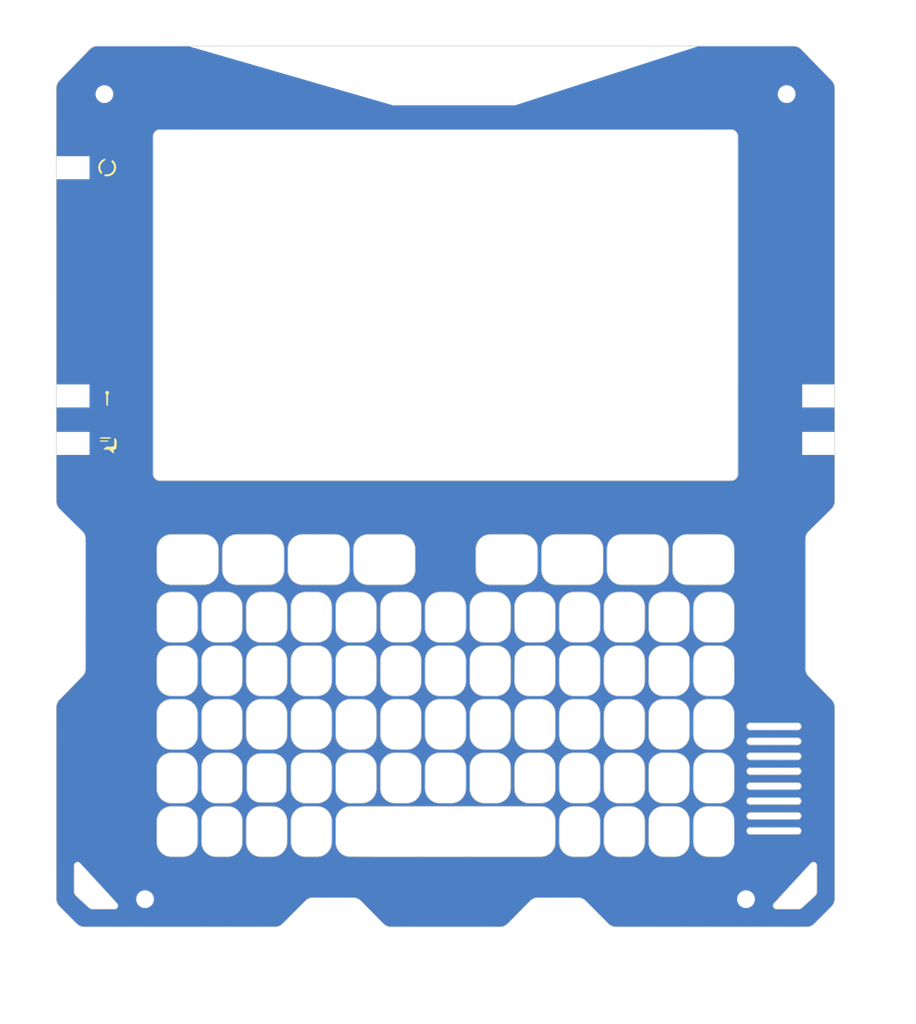
<source format=kicad_pcb>
(kicad_pcb (version 20240108) (generator "pcbnew") (generator_version "8.0")
  (layers (0 "F.Cu" signal) (31 "B.Cu" signal) (34 "B.Paste" user) (35 "F.Paste" user) (36 "B.SilkS" user "B.Silkscreen") (37 "F.SilkS" user "F.Silkscreen") (38 "B.Mask" user) (39 "F.Mask" user) (44 "Edge.Cuts" user))
  (net 0 "")
  (footprint "MountingHole:MountingHole_2.1mm" (layer "F.Cu") (at -50.35 -57.85)
    (property "Reference" "H5" (hide yes))
    (property "Value" "Mounting hole" (hide yes))
    (pad "" np_thru_hole circle (at 0 0) (size 2.1 2.1) (drill 2.1) (layers "*.Cu" "*.Mask"))
  )
  (footprint "MountingHole:MountingHole_2.1mm" (layer "F.Cu") (at 50.35 -57.85 90)
    (property "Reference" "H6" (hide yes))
    (property "Value" "Mounting hole" (hide yes))
    (pad "" np_thru_hole circle (at 0 0 90) (size 2.1 2.1) (drill 2.1) (layers "*.Cu" "*.Mask"))
  )
  (footprint "MountingHole:MountingHole_2.1mm" (layer "F.Cu") (at 44.35 60.85)
    (property "Reference" "H8" (hide yes))
    (property "Value" "Mounting hole" (hide yes))
    (pad "" np_thru_hole circle (at 0 0) (size 2.1 2.1) (drill 2.1) (layers "*.Cu" "*.Mask"))
  )
  (footprint "design:frontpanel_template" (layer "F.Cu") (at 0 0)
    (property "Reference" "N1" (hide yes))
    (property "Value" "Board" (hide yes))
    (fp_poly (pts (xy 50.050787 -6.752347) (xy 50.128636 -6.717979) (xy 50.162174 -6.654911) (xy 50.165 -6.619875) (xy 50.147198 -6.543748) (xy 50.088391 -6.498252) (xy 49.980473 -6.478652) (xy 49.920525 -6.477) (xy 49.75225 -6.477) (xy 49.75225 -6.76275) (xy 49.920525 -6.76275) (xy 50.050787 -6.752347)) (stroke (width 0.01)) (fill solid) (layer "F.Cu"))
    (fp_poly (pts (xy 50.089314 -6.209845) (xy 50.183238 -6.169245) (xy 50.225393 -6.0995) (xy 50.2285 -6.066903) (xy 50.200108 -5.985034) (xy 50.116764 -5.931176) (xy 49.981216 -5.906828) (xy 49.932312 -5.9055) (xy 49.75225 -5.9055) (xy 49.75225 -6.223) (xy 49.940482 -6.223) (xy 50.089314 -6.209845)) (stroke (width 0.01)) (fill solid) (layer "F.Cu"))
    (fp_poly (pts (xy 49.973766 -13.688093) (xy 50.001011 -13.614625) (xy 50.034764 -13.51098) (xy 50.037624 -13.501688) (xy 50.073086 -13.386011) (xy 50.102845 -13.289002) (xy 50.120415 -13.231813) (xy 50.122337 -13.200205) (xy 50.094488 -13.183402) (xy 50.02386 -13.176973) (xy 49.957367 -13.17625) (xy 49.853176 -13.179724) (xy 49.801743 -13.192003) (xy 49.792611 -13.215875) (xy 49.793927 -13.219825) (xy 49.810797 -13.270316) (xy 49.839637 -13.362676) (xy 49.87451 -13.477852) (xy 49.878043 -13.4897) (xy 49.912076 -13.598461) (xy 49.940291 -13.678633) (xy 49.957339 -13.7152) (xy 49.958693 -13.716) (xy 49.973766 -13.688093)) (stroke (width 0.01)) (fill solid) (layer "F.Cu"))
    (fp_poly (pts (xy -49.334141 -14.429307) (xy -49.285701 -14.390688) (xy -49.177539 -14.213336) (xy -49.107825 -14.00669) (xy -49.085811 -13.818168) (xy -49.099528 -13.659695) (xy -49.137294 -13.510459) (xy -49.193281 -13.379123) (xy -49.261664 -13.274352) (xy -49.336615 -13.204808) (xy -49.412308 -13.179156) (xy -49.482916 -13.20606) (xy -49.4919 -13.21435) (xy -49.521524 -13.257156) (xy -49.523995 -13.310223) (xy -49.496491 -13.387306) (xy -49.436191 -13.50216) (xy -49.430934 -13.511498) (xy -49.37428 -13.62128) (xy -49.347187 -13.708529) (xy -49.342495 -13.802515) (xy -49.346075 -13.858356) (xy -49.390029 -14.052405) (xy -49.445142 -14.157909) (xy -49.506388 -14.261715) (xy -49.52698 -14.333472) (xy -49.509599 -14.38754) (xy -49.491901 -14.40815) (xy -49.417225 -14.443663) (xy -49.334141 -14.429307)) (stroke (width 0.01)) (fill solid) (layer "F.Cu"))
    (fp_poly (pts (xy -50.455685 -14.440132) (xy -50.388452 -14.414743) (xy -50.364503 -14.356183) (xy -50.383752 -14.259995) (xy -50.446109 -14.121724) (xy -50.449321 -14.115593) (xy -50.50088 -14.000719) (xy -50.535935 -13.890317) (xy -50.546 -13.822882) (xy -50.527405 -13.695028) (xy -50.479663 -13.558093) (xy -50.414847 -13.444759) (xy -50.399535 -13.426283) (xy -50.366313 -13.354955) (xy -50.361058 -13.282246) (xy -50.383502 -13.212295) (xy -50.440294 -13.184382) (xy -50.452407 -13.182685) (xy -50.540455 -13.198344) (xy -50.583645 -13.23031) (xy -50.671274 -13.362008) (xy -50.742459 -13.529072) (xy -50.786022 -13.703584) (xy -50.791758 -13.750086) (xy -50.789823 -13.908245) (xy -50.759791 -14.065042) (xy -50.707454 -14.208585) (xy -50.638605 -14.326981) (xy -50.559035 -14.408339) (xy -50.474535 -14.440766) (xy -50.455685 -14.440132)) (stroke (width 0.01)) (fill solid) (layer "F.Cu"))
    (fp_poly (pts (xy -50.787637 -14.800918) (xy -50.7746 -14.78915) (xy -50.74376 -14.743083) (xy -50.745211 -14.688143) (xy -50.782687 -14.611997) (xy -50.859919 -14.502313) (xy -50.862415 -14.499004) (xy -51.017022 -14.258729) (xy -51.109589 -14.026812) (xy -51.140277 -13.798823) (xy -51.109245 -13.570329) (xy -51.016653 -13.336902) (xy -50.910598 -13.161303) (xy -50.830473 -13.039597) (xy -50.785738 -12.955998) (xy -50.772618 -12.898629) (xy -50.787337 -12.855614) (xy -50.80635 -12.83335) (xy -50.878483 -12.797508) (xy -50.961204 -12.823993) (xy -51.028355 -12.882563) (xy -51.167204 -13.065049) (xy -51.281316 -13.280752) (xy -51.362116 -13.508946) (xy -51.401026 -13.728903) (xy -51.40325 -13.788611) (xy -51.373043 -14.05031) (xy -51.286138 -14.310706) (xy -51.148117 -14.556085) (xy -51.030774 -14.704207) (xy -50.934302 -14.793263) (xy -50.8551 -14.824888) (xy -50.787637 -14.800918)) (stroke (width 0.01)) (fill solid) (layer "F.Cu"))
    (fp_poly (pts (xy -48.953966 -14.798006) (xy -48.857711 -14.722351) (xy -48.755674 -14.598955) (xy -48.652414 -14.432053) (xy -48.586753 -14.302147) (xy -48.544615 -14.204839) (xy -48.518305 -14.11809) (xy -48.50422 -14.021311) (xy -48.49876 -13.893911) (xy -48.498125 -13.795375) (xy -48.500213 -13.639618) (xy -48.508829 -13.526833) (xy -48.527506 -13.436562) (xy -48.559777 -13.348347) (xy -48.58493 -13.292586) (xy -48.649812 -13.169712) (xy -48.728813 -13.042503) (xy -48.809941 -12.928409) (xy -48.8812 -12.844883) (xy -48.910055 -12.819549) (xy -48.988316 -12.796074) (xy -49.05953 -12.827889) (xy -49.089304 -12.870294) (xy -49.102285 -12.915003) (xy -49.093719 -12.96334) (xy -49.057629 -13.029907) (xy -48.988037 -13.129307) (xy -48.977286 -13.14395) (xy -48.836609 -13.38131) (xy -48.758756 -13.623463) (xy -48.743583 -13.867018) (xy -48.790945 -14.108581) (xy -48.900694 -14.344763) (xy -49.0368 -14.531638) (xy -49.113923 -14.632141) (xy -49.144915 -14.704816) (xy -49.133198 -14.761546) (xy -49.1109 -14.78915) (xy -49.039882 -14.821684) (xy -48.953966 -14.798006)) (stroke (width 0.01)) (fill solid) (layer "F.Cu"))
    (fp_poly (pts (xy -49.238719 -48.446567) (xy -49.17278 -48.442055) (xy -49.142345 -48.431908) (xy -49.138092 -48.414919) (xy -49.147096 -48.395899) (xy -49.175733 -48.351599) (xy -49.233767 -48.265221) (xy -49.314355 -48.146831) (xy -49.410657 -48.006493) (xy -49.482216 -47.902813) (xy -49.784228 -47.46625) (xy -49.466614 -47.46625) (xy -49.333308 -47.464596) (xy -49.22755 -47.460133) (xy -49.162778 -47.453618) (xy -49.149 -47.448438) (xy -49.16969 -47.421268) (xy -49.228066 -47.353622) (xy -49.318593 -47.251539) (xy -49.435732 -47.121062) (xy -49.573945 -46.96823) (xy -49.727697 -46.799085) (xy -49.891448 -46.619667) (xy -50.059663 -46.436017) (xy -50.226803 -46.254176) (xy -50.387331 -46.080185) (xy -50.535709 -45.920084) (xy -50.666401 -45.779915) (xy -50.773869 -45.665718) (xy -50.852575 -45.583534) (xy -50.896983 -45.539404) (xy -50.90428 -45.533578) (xy -50.898733 -45.557118) (xy -50.86734 -45.629526) (xy -50.813656 -45.74339) (xy -50.74124 -45.891296) (xy -50.653647 -46.065831) (xy -50.576809 -46.216203) (xy -50.476744 -46.409699) (xy -50.38527 -46.584901) (xy -50.306678 -46.733723) (xy -50.245261 -46.848079) (xy -50.205312 -46.919883) (xy -50.192167 -46.940788) (xy -50.168331 -46.979274) (xy -50.185069 -47.003771) (xy -50.249428 -47.016983) (xy -50.368452 -47.021615) (xy -50.403125 -47.02175) (xy -50.516757 -47.024663) (xy -50.600577 -47.032368) (xy -50.639168 -47.043317) (xy -50.640119 -47.045563) (xy -50.625513 -47.079118) (xy -50.585075 -47.160731) (xy -50.522892 -47.282451) (xy -50.443053 -47.436326) (xy -50.349646 -47.614405) (xy -50.276894 -47.752) (xy -49.914801 -48.434625) (xy -49.514395 -48.443524) (xy -49.349483 -48.446654) (xy -49.238719 -48.446567)) (stroke (width 0.01)) (fill solid) (layer "F.Cu"))
    (fp_poly (pts (xy 50.753845 -14.823451) (xy 50.927426 -14.818994) (xy 51.061724 -14.810538) (xy 51.16279 -14.79724) (xy 51.236679 -14.778261) (xy 51.289444 -14.752758) (xy 51.327136 -14.719891) (xy 51.355811 -14.678819) (xy 51.381521 -14.6287) (xy 51.385702 -14.619916) (xy 51.400128 -14.557185) (xy 51.412373 -14.440386) (xy 51.422433 -14.278517) (xy 51.430304 -14.08058) (xy 51.435983 -13.855576) (xy 51.439464 -13.612504) (xy 51.440744 -13.360364) (xy 51.439819 -13.108159) (xy 51.436685 -12.864888) (xy 51.431337 -12.639551) (xy 51.423772 -12.44115) (xy 51.413986 -12.278684) (xy 51.401975 -12.161154) (xy 51.387734 -12.097561) (xy 51.386837 -12.095711) (xy 51.361544 -12.049531) (xy 51.333893 -12.011538) (xy 51.297822 -11.980934) (xy 51.247267 -11.956919) (xy 51.176166 -11.938697) (xy 51.078454 -11.925466) (xy 50.94807 -11.91643) (xy 50.778949 -11.910789) (xy 50.56503 -11.907745) (xy 50.300248 -11.906498) (xy 49.978541 -11.906251) (xy 49.948608 -11.90625) (xy 49.640461 -11.906334) (xy 49.38942 -11.906811) (xy 49.189089 -11.908022) (xy 49.033073 -11.910309) (xy 48.914977 -11.914012) (xy 48.828406 -11.919473) (xy 48.766967 -11.927031) (xy 48.724262 -11.937028) (xy 48.693898 -11.949805) (xy 48.66948 -11.965703) (xy 48.657309 -11.975081) (xy 48.61255 -12.012669) (xy 48.576141 -12.052421) (xy 48.547224 -12.100971) (xy 48.52494 -12.164955) (xy 48.508429 -12.251007) (xy 48.496834 -12.365762) (xy 48.489295 -12.515854) (xy 48.484954 -12.707918) (xy 48.484954 -12.707938) (xy 49.220377 -12.707938) (xy 49.230472 -12.685283) (xy 49.286924 -12.672614) (xy 49.397711 -12.668288) (xy 49.413015 -12.66825) (xy 49.620325 -12.66825) (xy 49.657 -12.779375) (xy 49.693674 -12.8905) (xy 50.223575 -12.8905) (xy 50.26025 -12.779375) (xy 50.296924 -12.66825) (xy 50.500837 -12.66825) (xy 50.60523 -12.672155) (xy 50.678756 -12.682362) (xy 50.70475 -12.695762) (xy 50.69402 -12.732272) (xy 50.66397 -12.819271) (xy 50.617803 -12.947879) (xy 50.558726 -13.109215) (xy 50.489944 -13.294399) (xy 50.455485 -13.386325) (xy 50.206221 -14.049375) (xy 49.967921 -14.058566) (xy 49.729622 -14.067757) (xy 49.482335 -13.407691) (xy 49.409711 -13.213819) (xy 49.344186 -13.038853) (xy 49.289182 -12.891933) (xy 49.248117 -12.782198) (xy 49.224415 -12.718785) (xy 49.220377 -12.707938) (xy 48.484954 -12.707938) (xy 48.482951 -12.948589) (xy 48.482427 -13.244501) (xy 48.482427 -13.326043) (xy 48.483397 -13.598284) (xy 48.48608 -13.849342) (xy 48.490272 -14.071542) (xy 48.495767 -14.257208) (xy 48.502362 -14.398665) (xy 48.509852 -14.488237) (xy 48.513976 -14.511555) (xy 48.558627 -14.608712) (xy 48.628406 -14.703216) (xy 48.64285 -14.71793) (xy 48.740352 -14.811375) (xy 49.936863 -14.821234) (xy 50.264616 -14.82373) (xy 50.534926 -14.824749) (xy 50.753845 -14.823451)) (stroke (width 0.01)) (fill solid) (layer "F.Cu"))
    (fp_poly (pts (xy 49.680679 -7.811641) (xy 49.97238 -7.8105) (xy 50.291438 -7.810178) (xy 50.553335 -7.808616) (xy 50.764411 -7.804924) (xy 50.931003 -7.798211) (xy 51.059452 -7.787587) (xy 51.156095 -7.772159) (xy 51.227272 -7.751038) (xy 51.279321 -7.723332) (xy 51.31858 -7.688152) (xy 51.351389 -7.644604) (xy 51.370686 -7.613974) (xy 51.387305 -7.584155) (xy 51.400774 -7.550357) (xy 51.411418 -7.505992) (xy 51.419567 -7.444473) (xy 51.425548 -7.359214) (xy 51.429689 -7.243628) (xy 51.432319 -7.091129) (xy 51.433765 -6.89513) (xy 51.434354 -6.649043) (xy 51.434416 -6.346283) (xy 51.434413 -6.334125) (xy 51.434197 -6.015972) (xy 51.433194 -5.754975) (xy 51.430557 -5.544792) (xy 51.425442 -5.37908) (xy 51.417003 -5.251495) (xy 51.404395 -5.155695) (xy 51.386772 -5.085336) (xy 51.363288 -5.034075) (xy 51.333099 -4.995569) (xy 51.295358 -4.963475) (xy 51.249221 -4.931449) (xy 51.247279 -4.930141) (xy 51.218451 -4.911466) (xy 51.188611 -4.896316) (xy 51.151198 -4.884321) (xy 51.099652 -4.875113) (xy 51.027413 -4.868324) (xy 50.927921 -4.863585) (xy 50.794615 -4.860528) (xy 50.620935 -4.858784) (xy 50.400321 -4.857985) (xy 50.126213 -4.857761) (xy 49.958625 -4.85775) (xy 49.653808 -4.857818) (xy 49.405929 -4.858265) (xy 49.208427 -4.859462) (xy 49.054738 -4.861779) (xy 48.938302 -4.865585) (xy 48.852556 -4.87125) (xy 48.790938 -4.879143) (xy 48.746886 -4.889633) (xy 48.713839 -4.903091) (xy 48.685233 -4.919886) (xy 48.669507 -4.930349) (xy 48.622348 -4.964609) (xy 48.583694 -5.002017) (xy 48.552766 -5.048834) (xy 48.528784 -5.111319) (xy 48.510968 -5.195733) (xy 48.498537 -5.308335) (xy 48.49071 -5.455386) (xy 48.487207 -5.61975) (xy 49.3395 -5.61975) (xy 49.750687 -5.61975) (xy 49.922646 -5.622397) (xy 50.086974 -5.629604) (xy 50.225058 -5.64027) (xy 50.318285 -5.653295) (xy 50.318351 -5.653309) (xy 50.468078 -5.705491) (xy 50.566658 -5.790913) (xy 50.62103 -5.917164) (xy 50.633835 -5.998257) (xy 50.639016 -6.098573) (xy 50.624164 -6.164579) (xy 50.580257 -6.224504) (xy 50.552341 -6.253293) (xy 50.481212 -6.313475) (xy 50.419986 -6.347305) (xy 50.405567 -6.35) (xy 50.361771 -6.366412) (xy 50.3555 -6.38175) (xy 50.381047 -6.4103) (xy 50.40082 -6.4135) (xy 50.450192 -6.43661) (xy 50.508362 -6.492685) (xy 50.511945 -6.497157) (xy 50.568274 -6.61522) (xy 50.571489 -6.743612) (xy 50.525502 -6.864727) (xy 50.434225 -6.960961) (xy 50.404881 -6.979017) (xy 50.349031 -7.001282) (xy 50.268528 -7.017792) (xy 50.15317 -7.029668) (xy 49.992754 -7.038033) (xy 49.823687 -7.042985) (xy 49.3395 -7.0542) (xy 49.3395 -5.61975) (xy 48.487207 -5.61975) (xy 48.486708 -5.643145) (xy 48.485751 -5.877872) (xy 48.487057 -6.165829) (xy 48.48872 -6.380793) (xy 48.489972 -6.715271) (xy 48.491219 -6.993426) (xy 48.497814 -7.220415) (xy 48.515107 -7.401394) (xy 48.548448 -7.54152) (xy 48.603189 -7.645949) (xy 48.68468 -7.719837) (xy 48.798273 -7.768341) (xy 48.949318 -7.796617) (xy 49.143167 -7.809821) (xy 49.385171 -7.81311) (xy 49.680679 -7.811641)) (stroke (width 0.01)) (fill solid) (layer "F.Cu"))
    (fp_poly (pts (xy -49.908047 -7.810068) (xy -49.669744 -7.805627) (xy -49.482583 -7.792253) (xy -49.340388 -7.76507) (xy -49.236983 -7.719202) (xy -49.166191 -7.649774) (xy -49.121836 -7.55191) (xy -49.097741 -7.420735) (xy -49.087732 -7.251373) (xy -49.08563 -7.038948) (xy -49.085619 -6.927861) (xy -49.087442 -6.670431) (xy -49.096876 -6.469313) (xy -49.119692 -6.317346) (xy -49.161661 -6.207368) (xy -49.228554 -6.132218) (xy -49.326143 -6.084734) (xy -49.460197 -6.057757) (xy -49.63649 -6.044123) (xy -49.802512 -6.038273) (xy -50.217898 -6.026526) (xy -50.530832 -5.759638) (xy -50.649286 -5.659821) (xy -50.750277 -5.57699) (xy -50.824148 -5.518901) (xy -50.861241 -5.493311) (xy -50.863158 -5.49275) (xy -50.900011 -5.51222) (xy -50.917433 -5.527633) (xy -50.93555 -5.582359) (xy -50.940485 -5.693545) (xy -50.935451 -5.808573) (xy -50.918586 -6.05463) (xy -51.020104 -6.074934) (xy -51.147642 -6.130746) (xy -51.249962 -6.233834) (xy -51.313619 -6.369075) (xy -51.323568 -6.416276) (xy -51.330381 -6.498199) (xy -51.334814 -6.628035) (xy -51.335655 -6.704542) (xy -50.95875 -6.704542) (xy -50.948385 -6.644172) (xy -50.937584 -6.625167) (xy -50.899546 -6.617508) (xy -50.811345 -6.611582) (xy -50.686294 -6.607415) (xy -50.537707 -6.605029) (xy -50.378898 -6.60445) (xy -50.223179 -6.605702) (xy -50.083865 -6.608808) (xy -49.974269 -6.613794) (xy -49.907704 -6.620683) (xy -49.897722 -6.623272) (xy -49.855351 -6.667468) (xy -49.8475 -6.702647) (xy -49.850992 -6.7243) (xy -49.867275 -6.740027) (xy -49.905061 -6.750769) (xy -49.973061 -6.75747) (xy -50.079986 -6.761071) (xy -50.234548 -6.762515) (xy -50.403125 -6.76275) (xy -50.603493 -6.762335) (xy -50.749048 -6.760483) (xy -50.848475 -6.756284) (xy -50.910458 -6.748829) (xy -50.943683 -6.737207) (xy -50.956835 -6.720508) (xy -50.95875 -6.704542) (xy -51.335655 -6.704542) (xy -51.336599 -6.790233) (xy -51.335471 -6.969241) (xy -51.334225 -7.03836) (xy -51.331137 -7.15768) (xy -50.953415 -7.15768) (xy -50.947863 -7.129423) (xy -50.935393 -7.113302) (xy -50.906961 -7.101222) (xy -50.854991 -7.092765) (xy -50.771905 -7.087514) (xy -50.650126 -7.08505) (xy -50.482076 -7.084956) (xy -50.260178 -7.086814) (xy -50.189584 -7.087601) (xy -49.954621 -7.090515) (xy -49.775569 -7.093625) (xy -49.644845 -7.097671) (xy -49.554862 -7.103393) (xy -49.498034 -7.111528) (xy -49.466778 -7.122818) (xy -49.453506 -7.138) (xy -49.450633 -7.157815) (xy -49.450625 -7.159625) (xy -49.45302 -7.179977) (xy -49.465299 -7.195572) (xy -49.495104 -7.207168) (xy -49.550076 -7.215521) (xy -49.637857 -7.221387) (xy -49.766089 -7.225522) (xy -49.942413 -7.228682) (xy -50.17447 -7.231624) (xy -50.178677 -7.231674) (xy -50.410499 -7.233085) (xy -50.608841 -7.23167) (xy -50.766646 -7.227632) (xy -50.87686 -7.221172) (xy -50.932426 -7.212492) (xy -50.936956 -7.209995) (xy -50.953415 -7.15768) (xy -51.331137 -7.15768) (xy -51.32933 -7.227448) (xy -51.323044 -7.364324) (xy -51.313866 -7.460276) (xy -51.300292 -7.526591) (xy -51.280818 -7.574558) (xy -51.258119 -7.60986) (xy -51.211436 -7.668548) (xy -51.162303 -7.714559) (xy -51.102668 -7.749425) (xy -51.024476 -7.774679) (xy -50.919673 -7.791853) (xy -50.780207 -7.802478) (xy -50.598024 -7.808087) (xy -50.36507 -7.810212) (xy -50.203668 -7.810451) (xy -49.908047 -7.810068)) (stroke (width 0.01)) (fill solid) (layer "F.Cu"))
    (fp_line (start -57.450278 -58.790821) (end -57.438278 -58.945401) (stroke (width 0.1)) (layer "Edge.Cuts"))
    (fp_line (start -57.450278 -58.738821) (end -57.450278 -58.790821) (stroke (width 0.1)) (layer "Edge.Cuts"))
    (fp_line (start -57.450278 56.49697) (end -57.450208 36.85103) (stroke (width 0.1)) (layer "Edge.Cuts"))
    (fp_line (start -57.450208 32.49958) (end -57.437208 32.34397) (stroke (width 0.1)) (layer "Edge.Cuts"))
    (fp_line (start -57.450208 32.55198) (end -57.450208 32.49958) (stroke (width 0.1)) (layer "Edge.Cuts"))
    (fp_line (start -57.450208 36.85103) (end -57.450208 32.55198) (stroke (width 0.1)) (layer "Edge.Cuts"))
    (fp_line (start -57.447278 2.281883) (end -57.450278 -58.738821) (stroke (width 0.1)) (layer "Edge.Cuts"))
    (fp_line (start -57.447278 60.90172) (end -57.450278 56.49697) (stroke (width 0.1)) (layer "Edge.Cuts"))
    (fp_line (start -57.438278 -58.945401) (end -57.410978 -59.097051) (stroke (width 0.1)) (layer "Edge.Cuts"))
    (fp_line (start -57.437208 32.34397) (end -57.409608 32.19128) (stroke (width 0.1)) (layer "Edge.Cuts"))
    (fp_line (start -57.429278 61.058) (end -57.447278 60.90172) (stroke (width 0.1)) (layer "Edge.Cuts"))
    (fp_line (start -57.429078 2.440096) (end -57.447278 2.281883) (stroke (width 0.1)) (layer "Edge.Cuts"))
    (fp_line (start -57.410978 -59.097051) (end -57.369578 -59.244801) (stroke (width 0.1)) (layer "Edge.Cuts"))
    (fp_line (start -57.409608 32.19128) (end -57.367608 32.04263) (stroke (width 0.1)) (layer "Edge.Cuts"))
    (fp_line (start -57.396178 61.21097) (end -57.429278 61.058) (stroke (width 0.1)) (layer "Edge.Cuts"))
    (fp_line (start -57.395178 2.594831) (end -57.429078 2.440096) (stroke (width 0.1)) (layer "Edge.Cuts"))
    (fp_line (start -57.369578 -59.244801) (end -57.314278 -59.387731) (stroke (width 0.1)) (layer "Edge.Cuts"))
    (fp_line (start -57.367608 32.04263) (end -57.311508 31.89889) (stroke (width 0.1)) (layer "Edge.Cuts"))
    (fp_line (start -57.348478 61.3596) (end -57.396178 61.21097) (stroke (width 0.1)) (layer "Edge.Cuts"))
    (fp_line (start -57.346278 2.744999) (end -57.395178 2.594831) (stroke (width 0.1)) (layer "Edge.Cuts"))
    (fp_line (start -57.314278 -59.387731) (end -57.245478 -59.524961) (stroke (width 0.1)) (layer "Edge.Cuts"))
    (fp_line (start -57.311508 31.89889) (end -57.241808 31.7612) (stroke (width 0.1)) (layer "Edge.Cuts"))
    (fp_line (start -57.286578 61.50272) (end -57.348478 61.3596) (stroke (width 0.1)) (layer "Edge.Cuts"))
    (fp_line (start -57.282878 2.889517) (end -57.346278 2.744999) (stroke (width 0.1)) (layer "Edge.Cuts"))
    (fp_line (start -57.245478 -59.524961) (end -57.163678 -59.655191) (stroke (width 0.1)) (layer "Edge.Cuts"))
    (fp_line (start -57.241808 31.7612) (end -57.158808 31.63035) (stroke (width 0.1)) (layer "Edge.Cuts"))
    (fp_line (start -57.210878 61.63928) (end -57.286578 61.50272) (stroke (width 0.1)) (layer "Edge.Cuts"))
    (fp_line (start -57.205478 3.027285) (end -57.282878 2.889517) (stroke (width 0.1)) (layer "Edge.Cuts"))
    (fp_line (start -57.163678 -59.655191) (end -57.069178 -59.777621) (stroke (width 0.1)) (layer "Edge.Cuts"))
    (fp_line (start -57.158808 31.63035) (end -57.063108 31.50756) (stroke (width 0.1)) (layer "Edge.Cuts"))
    (fp_line (start -57.121878 61.76843) (end -57.210878 61.63928) (stroke (width 0.1)) (layer "Edge.Cuts"))
    (fp_line (start -57.114378 3.157221) (end -57.205478 3.027285) (stroke (width 0.1)) (layer "Edge.Cuts"))
    (fp_line (start -57.069178 -59.777621) (end -56.438518 -60.430351) (stroke (width 0.1)) (layer "Edge.Cuts"))
    (fp_line (start -57.063108 31.50756) (end -56.567208 30.99871) (stroke (width 0.1)) (layer "Edge.Cuts"))
    (fp_line (start -57.020098 61.88881) (end -57.121878 61.76843) (stroke (width 0.1)) (layer "Edge.Cuts"))
    (fp_line (start -57.010208 3.278225) (end -57.114378 3.157221) (stroke (width 0.1)) (layer "Edge.Cuts"))
    (fp_line (start -56.982698 61.92631) (end -57.020098 61.88881) (stroke (width 0.1)) (layer "Edge.Cuts"))
    (fp_line (start -56.971908 3.315795) (end -57.010208 3.278225) (stroke (width 0.1)) (layer "Edge.Cuts"))
    (fp_line (start -56.664098 62.24549) (end -56.982698 61.92631) (stroke (width 0.1)) (layer "Edge.Cuts"))
    (fp_line (start -56.567208 30.99871) (end -56.142778 30.5662) (stroke (width 0.1)) (layer "Edge.Cuts"))
    (fp_line (start -56.552498 3.72806) (end -56.971908 3.315795) (stroke (width 0.1)) (layer "Edge.Cuts"))
    (fp_line (start -56.438518 -60.430351) (end -55.878358 -61.006741) (stroke (width 0.1)) (layer "Edge.Cuts"))
    (fp_line (start -56.345498 62.56466) (end -56.664098 62.24549) (stroke (width 0.1)) (layer "Edge.Cuts"))
    (fp_line (start -56.142778 30.5662) (end -55.718338 30.1337) (stroke (width 0.1)) (layer "Edge.Cuts"))
    (fp_line (start -56.133088 4.140325) (end -56.552498 3.72806) (stroke (width 0.1)) (layer "Edge.Cuts"))
    (fp_line (start -56.026898 62.88384) (end -56.345498 62.56466) (stroke (width 0.1)) (layer "Edge.Cuts"))
    (fp_line (start -55.878358 -61.006741) (end -55.318188 -61.583131) (stroke (width 0.1)) (layer "Edge.Cuts"))
    (fp_line (start -55.718338 30.1337) (end -55.293908 29.70119) (stroke (width 0.1)) (layer "Edge.Cuts"))
    (fp_line (start -55.713678 4.55259) (end -56.133088 4.140325) (stroke (width 0.1)) (layer "Edge.Cuts"))
    (fp_line (start -55.708288 63.20302) (end -56.026898 62.88384) (stroke (width 0.1)) (layer "Edge.Cuts"))
    (fp_line (start -55.389688 63.52219) (end -55.708288 63.20302) (stroke (width 0.1)) (layer "Edge.Cuts"))
    (fp_line (start -55.318188 -61.583131) (end -54.758018 -62.159531) (stroke (width 0.1)) (layer "Edge.Cuts"))
    (fp_line (start -55.294278 4.964855) (end -55.713678 4.55259) (stroke (width 0.1)) (layer "Edge.Cuts"))
    (fp_line (start -55.293908 29.70119) (end -54.869468 29.26869) (stroke (width 0.1)) (layer "Edge.Cuts"))
    (fp_line (start -55.071088 63.84137) (end -55.389688 63.52219) (stroke (width 0.1)) (layer "Edge.Cuts"))
    (fp_line (start -54.874868 5.37712) (end -55.294278 4.964855) (stroke (width 0.1)) (layer "Edge.Cuts"))
    (fp_line (start -54.869468 29.26869) (end -54.445038 28.83618) (stroke (width 0.1)) (layer "Edge.Cuts"))
    (fp_line (start -54.804436 55.89514) (end -54.804391 56.3706) (stroke (width 0.1)) (layer "Edge.Cuts"))
    (fp_line (start -54.804391 56.3706) (end -54.804346 56.84605) (stroke (width 0.1)) (layer "Edge.Cuts"))
    (fp_line (start -54.804346 56.84605) (end -54.804301 57.32151) (stroke (width 0.1)) (layer "Edge.Cuts"))
    (fp_line (start -54.804301 57.32151) (end -54.804256 57.79697) (stroke (width 0.1)) (layer "Edge.Cuts"))
    (fp_line (start -54.804256 57.79697) (end -54.804211 58.27242) (stroke (width 0.1)) (layer "Edge.Cuts"))
    (fp_line (start -54.804211 58.27242) (end -54.804166 58.74788) (stroke (width 0.1)) (layer "Edge.Cuts"))
    (fp_line (start -54.804166 58.74788) (end -54.804121 59.22333) (stroke (width 0.1)) (layer "Edge.Cuts"))
    (fp_line (start -54.804121 59.22333) (end -54.804076 59.69879) (stroke (width 0.1)) (layer "Edge.Cuts"))
    (fp_line (start -54.804076 59.69879) (end -54.804076 59.73039) (stroke (width 0.1)) (layer "Edge.Cuts"))
    (fp_line (start -54.804076 59.73039) (end -54.795876 59.82399) (stroke (width 0.1)) (layer "Edge.Cuts"))
    (fp_line (start -54.795876 59.82399) (end -54.778196 59.91559) (stroke (width 0.1)) (layer "Edge.Cuts"))
    (fp_line (start -54.795703 55.78504) (end -54.804436 55.89514) (stroke (width 0.1)) (layer "Edge.Cuts"))
    (fp_line (start -54.778196 59.91559) (end -54.751176 60.00439) (stroke (width 0.1)) (layer "Edge.Cuts"))
    (fp_line (start -54.758018 -62.159531) (end -54.197858 -62.735921) (stroke (width 0.1)) (layer "Edge.Cuts"))
    (fp_line (start -54.752488 64.16054) (end -55.071088 63.84137) (stroke (width 0.1)) (layer "Edge.Cuts"))
    (fp_line (start -54.751176 60.00439) (end -54.715256 60.08989) (stroke (width 0.1)) (layer "Edge.Cuts"))
    (fp_line (start -54.740873 55.64262) (end -54.795703 55.78504) (stroke (width 0.1)) (layer "Edge.Cuts"))
    (fp_line (start -54.715256 60.08989) (end -54.670706 60.17129) (stroke (width 0.1)) (layer "Edge.Cuts"))
    (fp_line (start -54.670706 60.17129) (end -54.617846 60.24789) (stroke (width 0.1)) (layer "Edge.Cuts"))
    (fp_line (start -54.649435 55.52863) (end -54.740873 55.64262) (stroke (width 0.1)) (layer "Edge.Cuts"))
    (fp_line (start -54.617846 60.24789) (end -54.556956 60.31909) (stroke (width 0.1)) (layer "Edge.Cuts"))
    (fp_line (start -54.556956 60.31909) (end -54.278715 60.57595) (stroke (width 0.1)) (layer "Edge.Cuts"))
    (fp_line (start -54.53087 55.44683) (end -54.649435 55.52863) (stroke (width 0.1)) (layer "Edge.Cuts"))
    (fp_line (start -54.455458 5.789385) (end -54.874868 5.37712) (stroke (width 0.1)) (layer "Edge.Cuts"))
    (fp_line (start -54.445038 28.83618) (end -54.020598 28.40368) (stroke (width 0.1)) (layer "Edge.Cuts"))
    (fp_line (start -54.394675 55.40033) (end -54.53087 55.44683) (stroke (width 0.1)) (layer "Edge.Cuts"))
    (fp_line (start -54.357148 64.55292) (end -54.752488 64.16054) (stroke (width 0.1)) (layer "Edge.Cuts"))
    (fp_line (start -54.278715 60.57595) (end -54.045794 60.78912) (stroke (width 0.1)) (layer "Edge.Cuts"))
    (fp_line (start -54.250349 55.39433) (end -54.394675 55.40033) (stroke (width 0.1)) (layer "Edge.Cuts"))
    (fp_line (start -54.233518 64.65102) (end -54.357148 64.55292) (stroke (width 0.1)) (layer "Edge.Cuts"))
    (fp_line (start -54.197858 -62.735921) (end -53.637688 -63.312311) (stroke (width 0.1)) (layer "Edge.Cuts"))
    (fp_line (start -54.10735 55.43133) (end -54.250349 55.39433) (stroke (width 0.1)) (layer "Edge.Cuts"))
    (fp_line (start -54.101648 64.73612) (end -54.233518 64.65102) (stroke (width 0.1)) (layer "Edge.Cuts"))
    (fp_line (start -54.045794 60.78912) (end -53.812872 61.00229) (stroke (width 0.1)) (layer "Edge.Cuts"))
    (fp_line (start -54.036048 6.20165) (end -54.455458 5.789385) (stroke (width 0.1)) (layer "Edge.Cuts"))
    (fp_line (start -54.020598 28.40368) (end -53.596168 27.97117) (stroke (width 0.1)) (layer "Edge.Cuts"))
    (fp_line (start -53.975185 55.51498) (end -54.10735 55.43133) (stroke (width 0.1)) (layer "Edge.Cuts"))
    (fp_line (start -53.962478 64.80762) (end -54.101648 64.73612) (stroke (width 0.1)) (layer "Edge.Cuts"))
    (fp_line (start -53.936605 55.55688) (end -53.975185 55.51498) (stroke (width 0.1)) (layer "Edge.Cuts"))
    (fp_line (start -53.817168 64.86522) (end -53.962478 64.80762) (stroke (width 0.1)) (layer "Edge.Cuts"))
    (fp_line (start -53.812872 61.00229) (end -53.579951 61.21545) (stroke (width 0.1)) (layer "Edge.Cuts"))
    (fp_line (start -53.666678 64.90842) (end -53.817168 64.86522) (stroke (width 0.1)) (layer "Edge.Cuts"))
    (fp_line (start -53.637688 -63.312311) (end -53.077518 -63.888711) (stroke (width 0.1)) (layer "Edge.Cuts"))
    (fp_line (start -53.596168 27.97117) (end -53.559468 27.93377) (stroke (width 0.1)) (layer "Edge.Cuts"))
    (fp_line (start -53.579951 61.21545) (end -53.34703 61.42861) (stroke (width 0.1)) (layer "Edge.Cuts"))
    (fp_line (start -53.559468 27.93377) (end -53.459498 27.81381) (stroke (width 0.1)) (layer "Edge.Cuts"))
    (fp_line (start -53.542238 6.69087) (end -54.036048 6.20165) (stroke (width 0.1)) (layer "Edge.Cuts"))
    (fp_line (start -53.512158 64.93702) (end -53.666678 64.90842) (stroke (width 0.1)) (layer "Edge.Cuts"))
    (fp_line (start -53.459498 27.81381) (end -53.372198 27.68558) (stroke (width 0.1)) (layer "Edge.Cuts"))
    (fp_line (start -53.442338 6.815024) (end -53.542238 6.69087) (stroke (width 0.1)) (layer "Edge.Cuts"))
    (fp_line (start -53.372198 27.68558) (end -53.297998 27.55001) (stroke (width 0.1)) (layer "Edge.Cuts"))
    (fp_line (start -53.355738 6.947719) (end -53.442338 6.815024) (stroke (width 0.1)) (layer "Edge.Cuts"))
    (fp_line (start -53.354558 64.95002) (end -53.512158 64.93702) (stroke (width 0.1)) (layer "Edge.Cuts"))
    (fp_line (start -53.34703 61.42861) (end -53.114109 61.64178) (stroke (width 0.1)) (layer "Edge.Cuts"))
    (fp_line (start -53.301458 64.95002) (end -53.354558 64.95002) (stroke (width 0.1)) (layer "Edge.Cuts"))
    (fp_line (start -53.297998 27.55001) (end -53.237298 27.40817) (stroke (width 0.1)) (layer "Edge.Cuts"))
    (fp_line (start -53.282938 7.087836) (end -53.355738 6.947719) (stroke (width 0.1)) (layer "Edge.Cuts"))
    (fp_line (start -53.256539 56.29533) (end -53.936605 55.55688) (stroke (width 0.1)) (layer "Edge.Cuts"))
    (fp_line (start -53.237298 27.40817) (end -53.190598 27.26103) (stroke (width 0.1)) (layer "Edge.Cuts"))
    (fp_line (start -53.224438 7.234325) (end -53.282938 7.087836) (stroke (width 0.1)) (layer "Edge.Cuts"))
    (fp_line (start -53.190598 27.26103) (end -53.158198 27.10957) (stroke (width 0.1)) (layer "Edge.Cuts"))
    (fp_line (start -53.180538 7.386098) (end -53.224438 7.234325) (stroke (width 0.1)) (layer "Edge.Cuts"))
    (fp_line (start -53.158198 27.10957) (end -53.140598 26.95493) (stroke (width 0.1)) (layer "Edge.Cuts"))
    (fp_line (start -53.151338 7.542074) (end -53.180538 7.386098) (stroke (width 0.1)) (layer "Edge.Cuts"))
    (fp_line (start -53.140598 26.95493) (end -53.137598 24.12247) (stroke (width 0.1)) (layer "Edge.Cuts"))
    (fp_line (start -53.138338 7.701175) (end -53.151338 7.542074) (stroke (width 0.1)) (layer "Edge.Cuts"))
    (fp_line (start -53.138338 7.754795) (end -53.138338 7.701175) (stroke (width 0.1)) (layer "Edge.Cuts"))
    (fp_line (start -53.138338 10.48274) (end -53.138338 7.754795) (stroke (width 0.1)) (layer "Edge.Cuts"))
    (fp_line (start -53.138338 13.21068) (end -53.138338 10.48274) (stroke (width 0.1)) (layer "Edge.Cuts"))
    (fp_line (start -53.137968 15.93863) (end -53.138338 13.21068) (stroke (width 0.1)) (layer "Edge.Cuts"))
    (fp_line (start -53.137598 18.66657) (end -53.137968 15.93863) (stroke (width 0.1)) (layer "Edge.Cuts"))
    (fp_line (start -53.137598 21.39452) (end -53.137598 18.66657) (stroke (width 0.1)) (layer "Edge.Cuts"))
    (fp_line (start -53.137598 24.12247) (end -53.137598 21.39452) (stroke (width 0.1)) (layer "Edge.Cuts"))
    (fp_line (start -53.114109 61.64178) (end -52.881187 61.85495) (stroke (width 0.1)) (layer "Edge.Cuts"))
    (fp_line (start -53.077518 -63.888711) (end -52.517348 -64.465101) (stroke (width 0.1)) (layer "Edge.Cuts"))
    (fp_line (start -52.881187 61.85495) (end -52.648266 62.06811) (stroke (width 0.1)) (layer "Edge.Cuts"))
    (fp_line (start -52.648266 62.06811) (end -52.627496 62.08711) (stroke (width 0.1)) (layer "Edge.Cuts"))
    (fp_line (start -52.627496 62.08711) (end -52.561386 62.13871) (stroke (width 0.1)) (layer "Edge.Cuts"))
    (fp_line (start -52.576472 57.03379) (end -53.256539 56.29533) (stroke (width 0.1)) (layer "Edge.Cuts"))
    (fp_line (start -52.561386 62.13871) (end -52.491176 62.18371) (stroke (width 0.1)) (layer "Edge.Cuts"))
    (fp_line (start -52.517348 -64.465101) (end -52.479648 -64.503901) (stroke (width 0.1)) (layer "Edge.Cuts"))
    (fp_line (start -52.491176 62.18371) (end -52.417386 62.22191) (stroke (width 0.1)) (layer "Edge.Cuts"))
    (fp_line (start -52.479648 -64.503901) (end -52.358278 -64.609481) (stroke (width 0.1)) (layer "Edge.Cuts"))
    (fp_line (start -52.417386 62.22191) (end -52.340516 62.25311) (stroke (width 0.1)) (layer "Edge.Cuts"))
    (fp_line (start -52.358278 -64.609481) (end -52.227768 -64.701681) (stroke (width 0.1)) (layer "Edge.Cuts"))
    (fp_line (start -52.340516 62.25311) (end -52.261076 62.27751) (stroke (width 0.1)) (layer "Edge.Cuts"))
    (fp_line (start -52.261076 62.27751) (end -52.179566 62.29361) (stroke (width 0.1)) (layer "Edge.Cuts"))
    (fp_line (start -52.227768 -64.701681) (end -52.089408 -64.780181) (stroke (width 0.1)) (layer "Edge.Cuts"))
    (fp_line (start -52.179566 62.29361) (end -52.096486 62.30321) (stroke (width 0.1)) (layer "Edge.Cuts"))
    (fp_line (start -52.096486 62.30321) (end -51.643331 62.30408) (stroke (width 0.1)) (layer "Edge.Cuts"))
    (fp_line (start -52.089408 -64.780181) (end -51.944018 -64.844481) (stroke (width 0.1)) (layer "Edge.Cuts"))
    (fp_line (start -51.944018 -64.844481) (end -51.792988 -64.894081) (stroke (width 0.1)) (layer "Edge.Cuts"))
    (fp_line (start -51.896406 57.77224) (end -52.576472 57.03379) (stroke (width 0.1)) (layer "Edge.Cuts"))
    (fp_line (start -51.792988 -64.894081) (end -51.637218 -64.928481) (stroke (width 0.1)) (layer "Edge.Cuts"))
    (fp_line (start -51.643331 62.30408) (end -51.246236 62.30396) (stroke (width 0.1)) (layer "Edge.Cuts"))
    (fp_line (start -51.637218 -64.928481) (end -51.477838 -64.946981) (stroke (width 0.1)) (layer "Edge.Cuts"))
    (fp_line (start -51.477838 -64.946981) (end 51.368562 -64.949981) (stroke (width 0.1)) (layer "Edge.Cuts"))
    (fp_line (start -51.246236 62.30396) (end -50.849141 62.30384) (stroke (width 0.1)) (layer "Edge.Cuts"))
    (fp_line (start -51.21634 58.51069) (end -51.896406 57.77224) (stroke (width 0.1)) (layer "Edge.Cuts"))
    (fp_line (start -50.849141 62.30384) (end -50.452046 62.30371) (stroke (width 0.1)) (layer "Edge.Cuts"))
    (fp_line (start -50.536274 59.24914) (end -51.21634 58.51069) (stroke (width 0.1)) (layer "Edge.Cuts"))
    (fp_line (start -50.452046 62.30371) (end -50.054951 62.30358) (stroke (width 0.1)) (layer "Edge.Cuts"))
    (fp_line (start -50.054951 62.30358) (end -49.657856 62.30346) (stroke (width 0.1)) (layer "Edge.Cuts"))
    (fp_line (start -49.856208 59.98759) (end -50.536274 59.24914) (stroke (width 0.1)) (layer "Edge.Cuts"))
    (fp_line (start -49.785718 64.95002) (end -53.301458 64.95002) (stroke (width 0.1)) (layer "Edge.Cuts"))
    (fp_line (start -49.657856 62.30346) (end -49.260761 62.30333) (stroke (width 0.1)) (layer "Edge.Cuts"))
    (fp_line (start -49.260761 62.30333) (end -48.863666 62.30321) (stroke (width 0.1)) (layer "Edge.Cuts"))
    (fp_line (start -49.176141 60.72605) (end -49.856208 59.98759) (stroke (width 0.1)) (layer "Edge.Cuts"))
    (fp_line (start -48.863666 62.30321) (end -48.809206 62.30321) (stroke (width 0.1)) (layer "Edge.Cuts"))
    (fp_line (start -48.809206 62.30321) (end -48.663367 62.26551) (stroke (width 0.1)) (layer "Edge.Cuts"))
    (fp_line (start -48.663367 62.26551) (end -48.541993 62.19041) (stroke (width 0.1)) (layer "Edge.Cuts"))
    (fp_line (start -48.541993 62.19041) (end -48.448752 62.08631) (stroke (width 0.1)) (layer "Edge.Cuts"))
    (fp_line (start -48.448752 62.08631) (end -48.387312 61.96158) (stroke (width 0.1)) (layer "Edge.Cuts"))
    (fp_line (start -48.430493 61.54782) (end -49.176141 60.72605) (stroke (width 0.1)) (layer "Edge.Cuts"))
    (fp_line (start -48.387312 61.96158) (end -48.361302 61.82465) (stroke (width 0.1)) (layer "Edge.Cuts"))
    (fp_line (start -48.374523 61.68393) (end -48.430493 61.54782) (stroke (width 0.1)) (layer "Edge.Cuts"))
    (fp_line (start -48.361302 61.82465) (end -48.374523 61.68393) (stroke (width 0.1)) (layer "Edge.Cuts"))
    (fp_line (start -46.269988 64.95002) (end -49.785718 64.95002) (stroke (width 0.1)) (layer "Edge.Cuts"))
    (fp_line (start -43.150201 -50.053265) (end -43.150201 -48.498887) (stroke (width 0.1)) (layer "Edge.Cuts"))
    (fp_line (start -43.150201 -48.498887) (end -43.150201 -46.944508) (stroke (width 0.1)) (layer "Edge.Cuts"))
    (fp_line (start -43.150201 -46.944508) (end -43.150201 -45.390129) (stroke (width 0.1)) (layer "Edge.Cuts"))
    (fp_line (start -43.150201 -45.390129) (end -43.150201 -43.835751) (stroke (width 0.1)) (layer "Edge.Cuts"))
    (fp_line (start -43.150201 -43.835751) (end -43.150201 -42.281372) (stroke (width 0.1)) (layer "Edge.Cuts"))
    (fp_line (start -43.150201 -42.281372) (end -43.150201 -40.726994) (stroke (width 0.1)) (layer "Edge.Cuts"))
    (fp_line (start -43.150201 -40.726994) (end -43.150201 -39.172615) (stroke (width 0.1)) (layer "Edge.Cuts"))
    (fp_line (start -43.150201 -39.172615) (end -43.150201 -37.618236) (stroke (width 0.1)) (layer "Edge.Cuts"))
    (fp_line (start -43.150201 -37.618236) (end -43.150201 -36.063858) (stroke (width 0.1)) (layer "Edge.Cuts"))
    (fp_line (start -43.150201 -36.063858) (end -43.150201 -34.509479) (stroke (width 0.1)) (layer "Edge.Cuts"))
    (fp_line (start -43.150201 -34.509479) (end -43.150201 -32.9551) (stroke (width 0.1)) (layer "Edge.Cuts"))
    (fp_line (start -43.150201 -32.9551) (end -43.150201 -31.400722) (stroke (width 0.1)) (layer "Edge.Cuts"))
    (fp_line (start -43.150201 -31.400722) (end -43.150201 -29.846343) (stroke (width 0.1)) (layer "Edge.Cuts"))
    (fp_line (start -43.150201 -29.846343) (end -43.150201 -28.291965) (stroke (width 0.1)) (layer "Edge.Cuts"))
    (fp_line (start -43.150201 -28.291965) (end -43.150201 -26.737586) (stroke (width 0.1)) (layer "Edge.Cuts"))
    (fp_line (start -43.150201 -26.737586) (end -43.150201 -25.183207) (stroke (width 0.1)) (layer "Edge.Cuts"))
    (fp_line (start -43.150201 -25.183207) (end -43.150201 -23.628829) (stroke (width 0.1)) (layer "Edge.Cuts"))
    (fp_line (start -43.150201 -23.628829) (end -43.150201 -22.07445) (stroke (width 0.1)) (layer "Edge.Cuts"))
    (fp_line (start -43.150201 -22.07445) (end -43.150201 -20.520072) (stroke (width 0.1)) (layer "Edge.Cuts"))
    (fp_line (start -43.150201 -20.520072) (end -43.150201 -18.965693) (stroke (width 0.1)) (layer "Edge.Cuts"))
    (fp_line (start -43.150201 -18.965693) (end -43.150201 -17.411314) (stroke (width 0.1)) (layer "Edge.Cuts"))
    (fp_line (start -43.150201 -17.411314) (end -43.150201 -15.856936) (stroke (width 0.1)) (layer "Edge.Cuts"))
    (fp_line (start -43.150201 -15.856936) (end -43.150201 -14.302557) (stroke (width 0.1)) (layer "Edge.Cuts"))
    (fp_line (start -43.150201 -14.302557) (end -43.150201 -12.748178) (stroke (width 0.1)) (layer "Edge.Cuts"))
    (fp_line (start -43.150201 -12.748178) (end -43.150201 -11.1938) (stroke (width 0.1)) (layer "Edge.Cuts"))
    (fp_line (start -43.150201 -11.1938) (end -43.150201 -9.639421) (stroke (width 0.1)) (layer "Edge.Cuts"))
    (fp_line (start -43.150201 -9.639421) (end -43.150201 -8.085043) (stroke (width 0.1)) (layer "Edge.Cuts"))
    (fp_line (start -43.150201 -8.085043) (end -43.150201 -6.530664) (stroke (width 0.1)) (layer "Edge.Cuts"))
    (fp_line (start -43.150201 -6.530664) (end -43.150201 -4.976285) (stroke (width 0.1)) (layer "Edge.Cuts"))
    (fp_line (start -43.150201 -4.976285) (end -43.150201 -3.421907) (stroke (width 0.1)) (layer "Edge.Cuts"))
    (fp_line (start -43.150201 -3.421907) (end -43.150201 -1.867528) (stroke (width 0.1)) (layer "Edge.Cuts"))
    (fp_line (start -43.150201 -1.867528) (end -43.150201 -1.850218) (stroke (width 0.1)) (layer "Edge.Cuts"))
    (fp_line (start -43.150201 -1.850218) (end -43.14804 -1.798828) (stroke (width 0.1)) (layer "Edge.Cuts"))
    (fp_line (start -43.149762 -51.642164) (end -43.150201 -50.053265) (stroke (width 0.1)) (layer "Edge.Cuts"))
    (fp_line (start -43.14804 -1.798828) (end -43.143401 -1.748148) (stroke (width 0.1)) (layer "Edge.Cuts"))
    (fp_line (start -43.146801 -51.693314) (end -43.149762 -51.642164) (stroke (width 0.1)) (layer "Edge.Cuts"))
    (fp_line (start -43.143401 -1.748148) (end -43.136301 -1.698248) (stroke (width 0.1)) (layer "Edge.Cuts"))
    (fp_line (start -43.141301 -51.743734) (end -43.146801 -51.693314) (stroke (width 0.1)) (layer "Edge.Cuts"))
    (fp_line (start -43.136301 -1.698248) (end -43.126701 -1.649198) (stroke (width 0.1)) (layer "Edge.Cuts"))
    (fp_line (start -43.133301 -51.793364) (end -43.141301 -51.743734) (stroke (width 0.1)) (layer "Edge.Cuts"))
    (fp_line (start -43.126701 -1.649198) (end -43.114771 -1.601038) (stroke (width 0.1)) (layer "Edge.Cuts"))
    (fp_line (start -43.122971 -51.842124) (end -43.133301 -51.793364) (stroke (width 0.1)) (layer "Edge.Cuts"))
    (fp_line (start -43.114771 -1.601038) (end -43.100541 -1.553838) (stroke (width 0.1)) (layer "Edge.Cuts"))
    (fp_line (start -43.110341 -51.889964) (end -43.122971 -51.842124) (stroke (width 0.1)) (layer "Edge.Cuts"))
    (fp_line (start -43.100541 -1.553838) (end -43.084161 -1.507678) (stroke (width 0.1)) (layer "Edge.Cuts"))
    (fp_line (start -43.095361 -51.936824) (end -43.110341 -51.889964) (stroke (width 0.1)) (layer "Edge.Cuts"))
    (fp_line (start -43.084161 -1.507678) (end -43.065611 -1.462598) (stroke (width 0.1)) (layer "Edge.Cuts"))
    (fp_line (start -43.078211 -51.982644) (end -43.095361 -51.936824) (stroke (width 0.1)) (layer "Edge.Cuts"))
    (fp_line (start -43.065611 -1.462598) (end -43.044941 -1.418658) (stroke (width 0.1)) (layer "Edge.Cuts"))
    (fp_line (start -43.058941 -52.027344) (end -43.078211 -51.982644) (stroke (width 0.1)) (layer "Edge.Cuts"))
    (fp_line (start -43.044941 -1.418658) (end -43.022211 -1.375938) (stroke (width 0.1)) (layer "Edge.Cuts"))
    (fp_line (start -43.037611 -52.070884) (end -43.058941 -52.027344) (stroke (width 0.1)) (layer "Edge.Cuts"))
    (fp_line (start -43.022211 -1.375938) (end -42.997591 -1.334488) (stroke (width 0.1)) (layer "Edge.Cuts"))
    (fp_line (start -43.014191 -52.113194) (end -43.037611 -52.070884) (stroke (width 0.1)) (layer "Edge.Cuts"))
    (fp_line (start -42.997591 -1.334488) (end -42.970941 -1.294378) (stroke (width 0.1)) (layer "Edge.Cuts"))
    (fp_line (start -42.988941 -52.154204) (end -43.014191 -52.113194) (stroke (width 0.1)) (layer "Edge.Cuts"))
    (fp_line (start -42.970941 -1.294378) (end -42.942521 -1.255648) (stroke (width 0.1)) (layer "Edge.Cuts"))
    (fp_line (start -42.961721 -52.193854) (end -42.988941 -52.154204) (stroke (width 0.1)) (layer "Edge.Cuts"))
    (fp_line (start -42.942521 -1.255648) (end -42.912321 -1.218388) (stroke (width 0.1)) (layer "Edge.Cuts"))
    (fp_line (start -42.932661 -52.232094) (end -42.961721 -52.193854) (stroke (width 0.1)) (layer "Edge.Cuts"))
    (fp_line (start -42.912321 -1.218388) (end -42.880371 -1.182648) (stroke (width 0.1)) (layer "Edge.Cuts"))
    (fp_line (start -42.901861 -52.268854) (end -42.932661 -52.232094) (stroke (width 0.1)) (layer "Edge.Cuts"))
    (fp_line (start -42.880371 -1.182648) (end -42.846741 -1.148488) (stroke (width 0.1)) (layer "Edge.Cuts"))
    (fp_line (start -42.869341 -52.304074) (end -42.901861 -52.268854) (stroke (width 0.1)) (layer "Edge.Cuts"))
    (fp_line (start -42.846741 -1.148488) (end -42.811521 -1.115968) (stroke (width 0.1)) (layer "Edge.Cuts"))
    (fp_line (start -42.835181 -52.337694) (end -42.869341 -52.304074) (stroke (width 0.1)) (layer "Edge.Cuts"))
    (fp_line (start -42.811521 -1.115968) (end -42.774761 -1.085168) (stroke (width 0.1)) (layer "Edge.Cuts"))
    (fp_line (start -42.799441 -52.369654) (end -42.835181 -52.337694) (stroke (width 0.1)) (layer "Edge.Cuts"))
    (fp_line (start -42.774761 -1.085168) (end -42.736521 -1.056108) (stroke (width 0.1)) (layer "Edge.Cuts"))
    (fp_line (start -42.762181 -52.399854) (end -42.799441 -52.369654) (stroke (width 0.1)) (layer "Edge.Cuts"))
    (fp_line (start -42.754248 64.95002) (end -46.269988 64.95002) (stroke (width 0.1)) (layer "Edge.Cuts"))
    (fp_line (start -42.736521 -1.056108) (end -42.696871 -1.028878) (stroke (width 0.1)) (layer "Edge.Cuts"))
    (fp_line (start -42.723451 -52.428284) (end -42.762181 -52.399854) (stroke (width 0.1)) (layer "Edge.Cuts"))
    (fp_line (start -42.696871 -1.028878) (end -42.655861 -1.003628) (stroke (width 0.1)) (layer "Edge.Cuts"))
    (fp_line (start -42.683341 -52.454944) (end -42.723451 -52.428284) (stroke (width 0.1)) (layer "Edge.Cuts"))
    (fp_line (start -42.655861 -1.003628) (end -42.613551 -0.980208) (stroke (width 0.1)) (layer "Edge.Cuts"))
    (fp_line (start -42.641891 -52.479564) (end -42.683341 -52.454944) (stroke (width 0.1)) (layer "Edge.Cuts"))
    (fp_line (start -42.613551 -0.980208) (end -42.570011 -0.958878) (stroke (width 0.1)) (layer "Edge.Cuts"))
    (fp_line (start -42.600828 26.01422) (end -42.600828 26.40173) (stroke (width 0.1)) (layer "Edge.Cuts"))
    (fp_line (start -42.600828 26.40173) (end -42.600828 26.78923) (stroke (width 0.1)) (layer "Edge.Cuts"))
    (fp_line (start -42.600828 26.78923) (end -42.600828 27.17673) (stroke (width 0.1)) (layer "Edge.Cuts"))
    (fp_line (start -42.600828 27.17673) (end -42.600828 27.56423) (stroke (width 0.1)) (layer "Edge.Cuts"))
    (fp_line (start -42.600828 27.56423) (end -42.600828 27.95174) (stroke (width 0.1)) (layer "Edge.Cuts"))
    (fp_line (start -42.600828 27.95174) (end -42.600828 28.33924) (stroke (width 0.1)) (layer "Edge.Cuts"))
    (fp_line (start -42.600828 28.33924) (end -42.600828 28.72674) (stroke (width 0.1)) (layer "Edge.Cuts"))
    (fp_line (start -42.600828 28.72674) (end -42.600827 28.87517) (stroke (width 0.1)) (layer "Edge.Cuts"))
    (fp_line (start -42.600827 28.87517) (end -42.528508 29.3) (stroke (width 0.1)) (layer "Edge.Cuts"))
    (fp_line (start -42.600826 17.72673) (end -42.600824 17.57831) (stroke (width 0.1)) (layer "Edge.Cuts"))
    (fp_line (start -42.600826 18.11423) (end -42.600826 17.72673) (stroke (width 0.1)) (layer "Edge.Cuts"))
    (fp_line (start -42.600826 18.50173) (end -42.600826 18.11423) (stroke (width 0.1)) (layer "Edge.Cuts"))
    (fp_line (start -42.600826 18.88924) (end -42.600826 18.50173) (stroke (width 0.1)) (layer "Edge.Cuts"))
    (fp_line (start -42.600826 19.27674) (end -42.600826 18.88924) (stroke (width 0.1)) (layer "Edge.Cuts"))
    (fp_line (start -42.600826 19.66424) (end -42.600826 19.27674) (stroke (width 0.1)) (layer "Edge.Cuts"))
    (fp_line (start -42.600826 20.05175) (end -42.600826 19.66424) (stroke (width 0.1)) (layer "Edge.Cuts"))
    (fp_line (start -42.600826 20.43925) (end -42.600826 20.05175) (stroke (width 0.1)) (layer "Edge.Cuts"))
    (fp_line (start -42.600826 41.81426) (end -42.600826 42.20176) (stroke (width 0.1)) (layer "Edge.Cuts"))
    (fp_line (start -42.600826 42.20176) (end -42.600826 42.58926) (stroke (width 0.1)) (layer "Edge.Cuts"))
    (fp_line (start -42.600826 42.58926) (end -42.600826 42.97676) (stroke (width 0.1)) (layer "Edge.Cuts"))
    (fp_line (start -42.600826 42.97676) (end -42.600826 43.36425) (stroke (width 0.1)) (layer "Edge.Cuts"))
    (fp_line (start -42.600826 43.36425) (end -42.600826 43.75175) (stroke (width 0.1)) (layer "Edge.Cuts"))
    (fp_line (start -42.600826 43.75175) (end -42.600826 44.13925) (stroke (width 0.1)) (layer "Edge.Cuts"))
    (fp_line (start -42.600826 44.13925) (end -42.600826 44.52675) (stroke (width 0.1)) (layer "Edge.Cuts"))
    (fp_line (start -42.600826 44.52675) (end -42.600826 44.67518) (stroke (width 0.1)) (layer "Edge.Cuts"))
    (fp_line (start -42.600826 44.67518) (end -42.528506 45.10001) (stroke (width 0.1)) (layer "Edge.Cuts"))
    (fp_line (start -42.600826 49.71422) (end -42.600826 50.10173) (stroke (width 0.1)) (layer "Edge.Cuts"))
    (fp_line (start -42.600826 50.10173) (end -42.600826 50.48923) (stroke (width 0.1)) (layer "Edge.Cuts"))
    (fp_line (start -42.600826 50.48923) (end -42.600826 50.87673) (stroke (width 0.1)) (layer "Edge.Cuts"))
    (fp_line (start -42.600826 50.87673) (end -42.600826 51.26423) (stroke (width 0.1)) (layer "Edge.Cuts"))
    (fp_line (start -42.600826 51.26423) (end -42.600826 51.65174) (stroke (width 0.1)) (layer "Edge.Cuts"))
    (fp_line (start -42.600826 51.65174) (end -42.600826 52.03924) (stroke (width 0.1)) (layer "Edge.Cuts"))
    (fp_line (start -42.600826 52.03924) (end -42.600826 52.42674) (stroke (width 0.1)) (layer "Edge.Cuts"))
    (fp_line (start -42.600826 52.42674) (end -42.600826 52.57517) (stroke (width 0.1)) (layer "Edge.Cuts"))
    (fp_line (start -42.600826 52.57517) (end -42.528506 53) (stroke (width 0.1)) (layer "Edge.Cuts"))
    (fp_line (start -42.600825 9.07833) (end -42.528505 8.653497) (stroke (width 0.1)) (layer "Edge.Cuts"))
    (fp_line (start -42.600825 9.226757) (end -42.600825 9.07833) (stroke (width 0.1)) (layer "Edge.Cuts"))
    (fp_line (start -42.600825 9.61426) (end -42.600825 9.226757) (stroke (width 0.1)) (layer "Edge.Cuts"))
    (fp_line (start -42.600825 10.00176) (end -42.600825 9.61426) (stroke (width 0.1)) (layer "Edge.Cuts"))
    (fp_line (start -42.600825 10.38925) (end -42.600825 10.00176) (stroke (width 0.1)) (layer "Edge.Cuts"))
    (fp_line (start -42.600825 10.77675) (end -42.600825 10.38925) (stroke (width 0.1)) (layer "Edge.Cuts"))
    (fp_line (start -42.600825 11.16425) (end -42.600825 10.77675) (stroke (width 0.1)) (layer "Edge.Cuts"))
    (fp_line (start -42.600825 11.55175) (end -42.600825 11.16425) (stroke (width 0.1)) (layer "Edge.Cuts"))
    (fp_line (start -42.600825 11.93925) (end -42.600825 11.55175) (stroke (width 0.1)) (layer "Edge.Cuts"))
    (fp_line (start -42.600824 17.57831) (end -42.528496 17.15348) (stroke (width 0.1)) (layer "Edge.Cuts"))
    (fp_line (start -42.600824 33.91423) (end -42.600824 34.30173) (stroke (width 0.1)) (layer "Edge.Cuts"))
    (fp_line (start -42.600824 34.30173) (end -42.600824 34.68923) (stroke (width 0.1)) (layer "Edge.Cuts"))
    (fp_line (start -42.600824 34.68923) (end -42.600824 35.07673) (stroke (width 0.1)) (layer "Edge.Cuts"))
    (fp_line (start -42.600824 35.07673) (end -42.600824 35.46422) (stroke (width 0.1)) (layer "Edge.Cuts"))
    (fp_line (start -42.600824 35.46422) (end -42.600824 35.85172) (stroke (width 0.1)) (layer "Edge.Cuts"))
    (fp_line (start -42.600824 35.85172) (end -42.600824 36.23922) (stroke (width 0.1)) (layer "Edge.Cuts"))
    (fp_line (start -42.600824 36.23922) (end -42.600824 36.62672) (stroke (width 0.1)) (layer "Edge.Cuts"))
    (fp_line (start -42.600824 36.62672) (end -42.600824 36.77515) (stroke (width 0.1)) (layer "Edge.Cuts"))
    (fp_line (start -42.600824 36.77515) (end -42.528504 37.19998) (stroke (width 0.1)) (layer "Edge.Cuts"))
    (fp_line (start -42.599171 -52.502294) (end -42.641891 -52.479564) (stroke (width 0.1)) (layer "Edge.Cuts"))
    (fp_line (start -42.585788 25.33338) (end -42.600828 26.01422) (stroke (width 0.1)) (layer "Edge.Cuts"))
    (fp_line (start -42.585786 21.12009) (end -42.600826 20.43925) (stroke (width 0.1)) (layer "Edge.Cuts"))
    (fp_line (start -42.585786 41.13342) (end -42.600826 41.81426) (stroke (width 0.1)) (layer "Edge.Cuts"))
    (fp_line (start -42.585786 49.03338) (end -42.600826 49.71422) (stroke (width 0.1)) (layer "Edge.Cuts"))
    (fp_line (start -42.585785 12.62009) (end -42.600825 11.93925) (stroke (width 0.1)) (layer "Edge.Cuts"))
    (fp_line (start -42.585784 33.23339) (end -42.600824 33.91423) (stroke (width 0.1)) (layer "Edge.Cuts"))
    (fp_line (start -42.570011 -0.958878) (end -42.525311 -0.939608) (stroke (width 0.1)) (layer "Edge.Cuts"))
    (fp_line (start -42.555231 -52.522964) (end -42.599171 -52.502294) (stroke (width 0.1)) (layer "Edge.Cuts"))
    (fp_line (start -42.528508 29.3) (end -42.377468 29.69222) (stroke (width 0.1)) (layer "Edge.Cuts"))
    (fp_line (start -42.528506 45.10001) (end -42.377469 45.49224) (stroke (width 0.1)) (layer "Edge.Cuts"))
    (fp_line (start -42.528506 53) (end -42.377466 53.39222) (stroke (width 0.1)) (layer "Edge.Cuts"))
    (fp_line (start -42.528505 8.653497) (end -42.377467 8.261268) (stroke (width 0.1)) (layer "Edge.Cuts"))
    (fp_line (start -42.528504 37.19998) (end -42.377468 37.59221) (stroke (width 0.1)) (layer "Edge.Cuts"))
    (fp_line (start -42.528496 17.15348) (end -42.377455 16.76125) (stroke (width 0.1)) (layer "Edge.Cuts"))
    (fp_line (start -42.525311 -0.939608) (end -42.479491 -0.922458) (stroke (width 0.1)) (layer "Edge.Cuts"))
    (fp_line (start -42.510151 -52.541514) (end -42.555231 -52.522964) (stroke (width 0.1)) (layer "Edge.Cuts"))
    (fp_line (start -42.486271 24.91845) (end -42.585788 25.33338) (stroke (width 0.1)) (layer "Edge.Cuts"))
    (fp_line (start -42.48627 21.53502) (end -42.585786 21.12009) (stroke (width 0.1)) (layer "Edge.Cuts"))
    (fp_line (start -42.486269 40.71849) (end -42.585786 41.13342) (stroke (width 0.1)) (layer "Edge.Cuts"))
    (fp_line (start -42.486269 48.61845) (end -42.585786 49.03338) (stroke (width 0.1)) (layer "Edge.Cuts"))
    (fp_line (start -42.486268 13.03502) (end -42.585785 12.62009) (stroke (width 0.1)) (layer "Edge.Cuts"))
    (fp_line (start -42.486267 32.81846) (end -42.585784 33.23339) (stroke (width 0.1)) (layer "Edge.Cuts"))
    (fp_line (start -42.479491 -0.922458) (end -42.432641 -0.907478) (stroke (width 0.1)) (layer "Edge.Cuts"))
    (fp_line (start -42.463991 -52.557884) (end -42.510151 -52.541514) (stroke (width 0.1)) (layer "Edge.Cuts"))
    (fp_line (start -42.432641 -0.907478) (end -42.384791 -0.894848) (stroke (width 0.1)) (layer "Edge.Cuts"))
    (fp_line (start -42.416791 -52.572114) (end -42.463991 -52.557884) (stroke (width 0.1)) (layer "Edge.Cuts"))
    (fp_line (start -42.384791 -0.894848) (end -42.336031 -0.884518) (stroke (width 0.1)) (layer "Edge.Cuts"))
    (fp_line (start -42.377469 45.49224) (end -42.156369 45.84322) (stroke (width 0.1)) (layer "Edge.Cuts"))
    (fp_line (start -42.377468 29.69222) (end -42.156367 30.04319) (stroke (width 0.1)) (layer "Edge.Cuts"))
    (fp_line (start -42.377468 37.59221) (end -42.156369 37.94319) (stroke (width 0.1)) (layer "Edge.Cuts"))
    (fp_line (start -42.377467 8.261268) (end -42.156359 7.910289) (stroke (width 0.1)) (layer "Edge.Cuts"))
    (fp_line (start -42.377466 53.39222) (end -42.156354 53.74319) (stroke (width 0.1)) (layer "Edge.Cuts"))
    (fp_line (start -42.377455 16.76125) (end -42.156344 16.41028) (stroke (width 0.1)) (layer "Edge.Cuts"))
    (fp_line (start -42.368631 -52.584044) (end -42.416791 -52.572114) (stroke (width 0.1)) (layer "Edge.Cuts"))
    (fp_line (start -42.336031 -0.884518) (end -42.286401 -0.876518) (stroke (width 0.1)) (layer "Edge.Cuts"))
    (fp_line (start -42.319581 -52.593644) (end -42.368631 -52.584044) (stroke (width 0.1)) (layer "Edge.Cuts"))
    (fp_line (start -42.310921 24.53902) (end -42.486271 24.91845) (stroke (width 0.1)) (layer "Edge.Cuts"))
    (fp_line (start -42.310919 40.33906) (end -42.486269 40.71849) (stroke (width 0.1)) (layer "Edge.Cuts"))
    (fp_line (start -42.310919 48.23902) (end -42.486269 48.61845) (stroke (width 0.1)) (layer "Edge.Cuts"))
    (fp_line (start -42.310918 13.41445) (end -42.486268 13.03502) (stroke (width 0.1)) (layer "Edge.Cuts"))
    (fp_line (start -42.310917 32.43903) (end -42.486267 32.81846) (stroke (width 0.1)) (layer "Edge.Cuts"))
    (fp_line (start -42.310911 21.91446) (end -42.48627 21.53502) (stroke (width 0.1)) (layer "Edge.Cuts"))
    (fp_line (start -42.286401 -0.876518) (end -42.235981 -0.871018) (stroke (width 0.1)) (layer "Edge.Cuts"))
    (fp_line (start -42.269681 -52.600744) (end -42.319581 -52.593644) (stroke (width 0.1)) (layer "Edge.Cuts"))
    (fp_line (start -42.235981 -0.871018) (end -42.184821 -0.868057) (stroke (width 0.1)) (layer "Edge.Cuts"))
    (fp_line (start -42.219001 -52.605383) (end -42.269681 -52.600744) (stroke (width 0.1)) (layer "Edge.Cuts"))
    (fp_line (start -42.184821 -0.868057) (end -41.994545 -0.867618) (stroke (width 0.1)) (layer "Edge.Cuts"))
    (fp_line (start -42.167611 -52.607544) (end -42.219001 -52.605383) (stroke (width 0.1)) (layer "Edge.Cuts"))
    (fp_line (start -42.156369 37.94319) (end -41.873835 38.24431) (stroke (width 0.1)) (layer "Edge.Cuts"))
    (fp_line (start -42.156369 45.84322) (end -41.873834 46.14433) (stroke (width 0.1)) (layer "Edge.Cuts"))
    (fp_line (start -42.156367 30.04319) (end -41.873832 30.34431) (stroke (width 0.1)) (layer "Edge.Cuts"))
    (fp_line (start -42.156359 7.910289) (end -41.873833 7.609205) (stroke (width 0.1)) (layer "Edge.Cuts"))
    (fp_line (start -42.156354 53.74319) (end -41.873828 54.04431) (stroke (width 0.1)) (layer "Edge.Cuts"))
    (fp_line (start -42.156344 16.41028) (end -41.873818 16.10917) (stroke (width 0.1)) (layer "Edge.Cuts"))
    (fp_line (start -42.150301 -52.607544) (end -42.167611 -52.607544) (stroke (width 0.1)) (layer "Edge.Cuts"))
    (fp_line (start -42.068377 22.24974) (end -42.310911 21.91446) (stroke (width 0.1)) (layer "Edge.Cuts"))
    (fp_line (start -42.068376 24.20374) (end -42.310921 24.53902) (stroke (width 0.1)) (layer "Edge.Cuts"))
    (fp_line (start -42.068374 40.00378) (end -42.310919 40.33906) (stroke (width 0.1)) (layer "Edge.Cuts"))
    (fp_line (start -42.068374 47.90374) (end -42.310919 48.23902) (stroke (width 0.1)) (layer "Edge.Cuts"))
    (fp_line (start -42.068373 13.74973) (end -42.310918 13.41445) (stroke (width 0.1)) (layer "Edge.Cuts"))
    (fp_line (start -42.068372 32.10375) (end -42.310917 32.43903) (stroke (width 0.1)) (layer "Edge.Cuts"))
    (fp_line (start -41.994545 -52.607421) (end -42.150301 -52.607544) (stroke (width 0.1)) (layer "Edge.Cuts"))
    (fp_line (start -41.994545 -0.867618) (end -41.838789 -0.867618) (stroke (width 0.1)) (layer "Edge.Cuts"))
    (fp_line (start -41.873835 38.24431) (end -41.538527 38.48684) (stroke (width 0.1)) (layer "Edge.Cuts"))
    (fp_line (start -41.873834 46.14433) (end -41.538527 46.38686) (stroke (width 0.1)) (layer "Edge.Cuts"))
    (fp_line (start -41.873833 7.609205) (end -41.538527 7.366661) (stroke (width 0.1)) (layer "Edge.Cuts"))
    (fp_line (start -41.873832 30.34431) (end -41.538526 30.58684) (stroke (width 0.1)) (layer "Edge.Cuts"))
    (fp_line (start -41.873828 54.04431) (end -41.538522 54.28684) (stroke (width 0.1)) (layer "Edge.Cuts"))
    (fp_line (start -41.873818 16.10917) (end -41.538513 15.86664) (stroke (width 0.1)) (layer "Edge.Cuts"))
    (fp_line (start -41.838789 -52.607421) (end -41.994545 -52.607421) (stroke (width 0.1)) (layer "Edge.Cuts"))
    (fp_line (start -41.838789 -0.867618) (end -41.683033 -0.867618) (stroke (width 0.1)) (layer "Edge.Cuts"))
    (fp_line (start -41.767292 22.53227) (end -42.068377 22.24974) (stroke (width 0.1)) (layer "Edge.Cuts"))
    (fp_line (start -41.767292 23.92121) (end -42.068376 24.20374) (stroke (width 0.1)) (layer "Edge.Cuts"))
    (fp_line (start -41.76729 39.72125) (end -42.068374 40.00378) (stroke (width 0.1)) (layer "Edge.Cuts"))
    (fp_line (start -41.76729 47.62121) (end -42.068374 47.90374) (stroke (width 0.1)) (layer "Edge.Cuts"))
    (fp_line (start -41.767289 14.03226) (end -42.068373 13.74973) (stroke (width 0.1)) (layer "Edge.Cuts"))
    (fp_line (start -41.767288 31.82122) (end -42.068372 32.10375) (stroke (width 0.1)) (layer "Edge.Cuts"))
    (fp_line (start -41.683033 -52.607421) (end -41.838789 -52.607421) (stroke (width 0.1)) (layer "Edge.Cuts"))
    (fp_line (start -41.683033 -0.867618) (end -41.527277 -0.867618) (stroke (width 0.1)) (layer "Edge.Cuts"))
    (fp_line (start -41.538527 7.366661) (end -41.159086 7.191311) (stroke (width 0.1)) (layer "Edge.Cuts"))
    (fp_line (start -41.538527 38.48684) (end -41.159086 38.66217) (stroke (width 0.1)) (layer "Edge.Cuts"))
    (fp_line (start -41.538527 46.38686) (end -41.159087 46.56219) (stroke (width 0.1)) (layer "Edge.Cuts"))
    (fp_line (start -41.538526 30.58684) (end -41.159088 30.76216) (stroke (width 0.1)) (layer "Edge.Cuts"))
    (fp_line (start -41.538522 54.28684) (end -41.159084 54.46216) (stroke (width 0.1)) (layer "Edge.Cuts"))
    (fp_line (start -41.538513 15.86664) (end -41.159076 15.69131) (stroke (width 0.1)) (layer "Edge.Cuts"))
    (fp_line (start -41.527277 -52.607421) (end -41.683033 -52.607421) (stroke (width 0.1)) (layer "Edge.Cuts"))
    (fp_line (start -41.527277 -0.867618) (end -41.371521 -0.867618) (stroke (width 0.1)) (layer "Edge.Cuts"))
    (fp_line (start -41.416312 22.7534) (end -41.767292 22.53227) (stroke (width 0.1)) (layer "Edge.Cuts"))
    (fp_line (start -41.416312 23.70008) (end -41.767292 23.92121) (stroke (width 0.1)) (layer "Edge.Cuts"))
    (fp_line (start -41.41631 39.50012) (end -41.76729 39.72125) (stroke (width 0.1)) (layer "Edge.Cuts"))
    (fp_line (start -41.41631 47.40008) (end -41.76729 47.62121) (stroke (width 0.1)) (layer "Edge.Cuts"))
    (fp_line (start -41.416309 14.25339) (end -41.767289 14.03226) (stroke (width 0.1)) (layer "Edge.Cuts"))
    (fp_line (start -41.416308 31.60009) (end -41.767288 31.82122) (stroke (width 0.1)) (layer "Edge.Cuts"))
    (fp_line (start -41.371521 -52.607421) (end -41.527277 -52.607421) (stroke (width 0.1)) (layer "Edge.Cuts"))
    (fp_line (start -41.371521 -0.867618) (end -41.215765 -0.867618) (stroke (width 0.1)) (layer "Edge.Cuts"))
    (fp_line (start -41.215765 -52.607421) (end -41.371521 -52.607421) (stroke (width 0.1)) (layer "Edge.Cuts"))
    (fp_line (start -41.215765 -0.867618) (end -41.060009 -0.867618) (stroke (width 0.1)) (layer "Edge.Cuts"))
    (fp_line (start -41.159088 30.76216) (end -40.744163 30.86164) (stroke (width 0.1)) (layer "Edge.Cuts"))
    (fp_line (start -41.159087 46.56219) (end -40.744159 46.66167) (stroke (width 0.1)) (layer "Edge.Cuts"))
    (fp_line (start -41.159086 7.191311) (end -40.744158 7.091794) (stroke (width 0.1)) (layer "Edge.Cuts"))
    (fp_line (start -41.159086 38.66217) (end -40.744157 38.76165) (stroke (width 0.1)) (layer "Edge.Cuts"))
    (fp_line (start -41.159084 54.46216) (end -40.744159 54.56164) (stroke (width 0.1)) (layer "Edge.Cuts"))
    (fp_line (start -41.159076 15.69131) (end -40.744152 15.59184) (stroke (width 0.1)) (layer "Edge.Cuts"))
    (fp_line (start -41.060009 -52.607421) (end -41.215765 -52.607421) (stroke (width 0.1)) (layer "Edge.Cuts"))
    (fp_line (start -41.060009 -0.867618) (end -40.904253 -0.867618) (stroke (width 0.1)) (layer "Edge.Cuts"))
    (fp_line (start -41.024082 23.549) (end -41.416312 23.70008) (stroke (width 0.1)) (layer "Edge.Cuts"))
    (fp_line (start -41.024081 22.90448) (end -41.416312 22.7534) (stroke (width 0.1)) (layer "Edge.Cuts"))
    (fp_line (start -41.02408 39.34904) (end -41.41631 39.50012) (stroke (width 0.1)) (layer "Edge.Cuts"))
    (fp_line (start -41.02408 47.249) (end -41.41631 47.40008) (stroke (width 0.1)) (layer "Edge.Cuts"))
    (fp_line (start -41.024079 14.40447) (end -41.416309 14.25339) (stroke (width 0.1)) (layer "Edge.Cuts"))
    (fp_line (start -41.024078 31.44901) (end -41.416308 31.60009) (stroke (width 0.1)) (layer "Edge.Cuts"))
    (fp_line (start -40.904253 -52.607421) (end -41.060009 -52.607421) (stroke (width 0.1)) (layer "Edge.Cuts"))
    (fp_line (start -40.904253 -0.867618) (end -40.748497 -0.867618) (stroke (width 0.1)) (layer "Edge.Cuts"))
    (fp_line (start -40.748497 -52.607421) (end -40.904253 -52.607421) (stroke (width 0.1)) (layer "Edge.Cuts"))
    (fp_line (start -40.748497 -0.867618) (end -40.592741 -0.867618) (stroke (width 0.1)) (layer "Edge.Cuts"))
    (fp_line (start -40.744163 30.86164) (end -40.238322 30.87674) (stroke (width 0.1)) (layer "Edge.Cuts"))
    (fp_line (start -40.744159 46.66167) (end -40.238317 46.67677) (stroke (width 0.1)) (layer "Edge.Cuts"))
    (fp_line (start -40.744159 54.56164) (end -40.238318 54.57674) (stroke (width 0.1)) (layer "Edge.Cuts"))
    (fp_line (start -40.744158 7.091794) (end -39.853938 7.076754) (stroke (width 0.1)) (layer "Edge.Cuts"))
    (fp_line (start -40.744157 38.76165) (end -40.238314 38.77675) (stroke (width 0.1)) (layer "Edge.Cuts"))
    (fp_line (start -40.744152 15.59184) (end -40.238312 15.57674) (stroke (width 0.1)) (layer "Edge.Cuts"))
    (fp_line (start -40.599247 23.4767) (end -41.024082 23.549) (stroke (width 0.1)) (layer "Edge.Cuts"))
    (fp_line (start -40.599245 22.97678) (end -41.024081 22.90448) (stroke (width 0.1)) (layer "Edge.Cuts"))
    (fp_line (start -40.599245 39.27674) (end -41.02408 39.34904) (stroke (width 0.1)) (layer "Edge.Cuts"))
    (fp_line (start -40.599245 47.1767) (end -41.02408 47.249) (stroke (width 0.1)) (layer "Edge.Cuts"))
    (fp_line (start -40.599244 14.47677) (end -41.024079 14.40447) (stroke (width 0.1)) (layer "Edge.Cuts"))
    (fp_line (start -40.599243 31.37671) (end -41.024078 31.44901) (stroke (width 0.1)) (layer "Edge.Cuts"))
    (fp_line (start -40.592741 -52.607421) (end -40.748497 -52.607421) (stroke (width 0.1)) (layer "Edge.Cuts"))
    (fp_line (start -40.592741 -0.867618) (end -40.436985 -0.867618) (stroke (width 0.1)) (layer "Edge.Cuts"))
    (fp_line (start -40.45082 23.4767) (end -40.599247 23.4767) (stroke (width 0.1)) (layer "Edge.Cuts"))
    (fp_line (start -40.450818 39.27674) (end -40.599245 39.27674) (stroke (width 0.1)) (layer "Edge.Cuts"))
    (fp_line (start -40.450818 47.1767) (end -40.599245 47.1767) (stroke (width 0.1)) (layer "Edge.Cuts"))
    (fp_line (start -40.450817 14.47677) (end -40.599244 14.47677) (stroke (width 0.1)) (layer "Edge.Cuts"))
    (fp_line (start -40.450817 22.97678) (end -40.599245 22.97678) (stroke (width 0.1)) (layer "Edge.Cuts"))
    (fp_line (start -40.450816 31.37671) (end -40.599243 31.37671) (stroke (width 0.1)) (layer "Edge.Cuts"))
    (fp_line (start -40.436985 -52.607421) (end -40.592741 -52.607421) (stroke (width 0.1)) (layer "Edge.Cuts"))
    (fp_line (start -40.436985 -0.867618) (end -40.281229 -0.867618) (stroke (width 0.1)) (layer "Edge.Cuts"))
    (fp_line (start -40.281229 -52.607421) (end -40.436985 -52.607421) (stroke (width 0.1)) (layer "Edge.Cuts"))
    (fp_line (start -40.281229 -0.867618) (end -40.125473 -0.867618) (stroke (width 0.1)) (layer "Edge.Cuts"))
    (fp_line (start -40.238322 30.87674) (end -40.025821 30.87674) (stroke (width 0.1)) (layer "Edge.Cuts"))
    (fp_line (start -40.238319 23.4767) (end -40.45082 23.4767) (stroke (width 0.1)) (layer "Edge.Cuts"))
    (fp_line (start -40.238318 54.57674) (end -40.025817 54.57674) (stroke (width 0.1)) (layer "Edge.Cuts"))
    (fp_line (start -40.238317 39.27674) (end -40.450818 39.27674) (stroke (width 0.1)) (layer "Edge.Cuts"))
    (fp_line (start -40.238317 46.67677) (end -40.025816 46.67677) (stroke (width 0.1)) (layer "Edge.Cuts"))
    (fp_line (start -40.238317 47.1767) (end -40.450818 47.1767) (stroke (width 0.1)) (layer "Edge.Cuts"))
    (fp_line (start -40.238316 22.97678) (end -40.450817 22.97678) (stroke (width 0.1)) (layer "Edge.Cuts"))
    (fp_line (start -40.238315 31.37671) (end -40.450816 31.37671) (stroke (width 0.1)) (layer "Edge.Cuts"))
    (fp_line (start -40.238314 38.77675) (end -40.025813 38.77675) (stroke (width 0.1)) (layer "Edge.Cuts"))
    (fp_line (start -40.238312 15.57674) (end -40.025811 15.57674) (stroke (width 0.1)) (layer "Edge.Cuts"))
    (fp_line (start -40.125473 -52.607421) (end -40.281229 -52.607421) (stroke (width 0.1)) (layer "Edge.Cuts"))
    (fp_line (start -40.125473 -0.867618) (end -39.969717 -0.867618) (stroke (width 0.1)) (layer "Edge.Cuts"))
    (fp_line (start -40.025821 30.87674) (end -39.81332 30.87674) (stroke (width 0.1)) (layer "Edge.Cuts"))
    (fp_line (start -40.025818 23.4767) (end -40.238319 23.4767) (stroke (width 0.1)) (layer "Edge.Cuts"))
    (fp_line (start -40.025817 54.57674) (end -39.813316 54.57674) (stroke (width 0.1)) (layer "Edge.Cuts"))
    (fp_line (start -40.025816 39.27674) (end -40.238317 39.27674) (stroke (width 0.1)) (layer "Edge.Cuts"))
    (fp_line (start -40.025816 46.67677) (end -39.813315 46.67677) (stroke (width 0.1)) (layer "Edge.Cuts"))
    (fp_line (start -40.025816 47.1767) (end -40.238317 47.1767) (stroke (width 0.1)) (layer "Edge.Cuts"))
    (fp_line (start -40.025815 22.97678) (end -40.238316 22.97678) (stroke (width 0.1)) (layer "Edge.Cuts"))
    (fp_line (start -40.025814 31.37671) (end -40.238315 31.37671) (stroke (width 0.1)) (layer "Edge.Cuts"))
    (fp_line (start -40.025813 38.77675) (end -39.813312 38.77675) (stroke (width 0.1)) (layer "Edge.Cuts"))
    (fp_line (start -40.025811 15.57674) (end -39.81331 15.57674) (stroke (width 0.1)) (layer "Edge.Cuts"))
    (fp_line (start -39.969717 -52.607421) (end -40.125473 -52.607421) (stroke (width 0.1)) (layer "Edge.Cuts"))
    (fp_line (start -39.969717 -0.867618) (end -39.813961 -0.867618) (stroke (width 0.1)) (layer "Edge.Cuts"))
    (fp_line (start -39.853939 14.47677) (end -40.450817 14.47677) (stroke (width 0.1)) (layer "Edge.Cuts"))
    (fp_line (start -39.853938 7.076754) (end -39.25706 7.076754) (stroke (width 0.1)) (layer "Edge.Cuts"))
    (fp_line (start -39.813961 -52.607421) (end -39.969717 -52.607421) (stroke (width 0.1)) (layer "Edge.Cuts"))
    (fp_line (start -39.813961 -0.867618) (end -39.658205 -0.867618) (stroke (width 0.1)) (layer "Edge.Cuts"))
    (fp_line (start -39.81332 30.87674) (end -39.600819 30.87674) (stroke (width 0.1)) (layer "Edge.Cuts"))
    (fp_line (start -39.813317 23.4767) (end -40.025818 23.4767) (stroke (width 0.1)) (layer "Edge.Cuts"))
    (fp_line (start -39.813316 54.57674) (end -39.600814 54.57674) (stroke (width 0.1)) (layer "Edge.Cuts"))
    (fp_line (start -39.813315 39.27674) (end -40.025816 39.27674) (stroke (width 0.1)) (layer "Edge.Cuts"))
    (fp_line (start -39.813315 46.67677) (end -39.600814 46.67677) (stroke (width 0.1)) (layer "Edge.Cuts"))
    (fp_line (start -39.813315 47.1767) (end -40.025816 47.1767) (stroke (width 0.1)) (layer "Edge.Cuts"))
    (fp_line (start -39.813314 22.97678) (end -40.025815 22.97678) (stroke (width 0.1)) (layer "Edge.Cuts"))
    (fp_line (start -39.813313 31.37671) (end -40.025814 31.37671) (stroke (width 0.1)) (layer "Edge.Cuts"))
    (fp_line (start -39.813312 38.77675) (end -39.600811 38.77675) (stroke (width 0.1)) (layer "Edge.Cuts"))
    (fp_line (start -39.81331 15.57674) (end -39.600809 15.57674) (stroke (width 0.1)) (layer "Edge.Cuts"))
    (fp_line (start -39.658205 -52.607421) (end -39.813961 -52.607421) (stroke (width 0.1)) (layer "Edge.Cuts"))
    (fp_line (start -39.658205 -0.867618) (end -39.502449 -0.867618) (stroke (width 0.1)) (layer "Edge.Cuts"))
    (fp_line (start -39.600819 30.87674) (end -39.388317 30.87674) (stroke (width 0.1)) (layer "Edge.Cuts"))
    (fp_line (start -39.600816 23.4767) (end -39.813317 23.4767) (stroke (width 0.1)) (layer "Edge.Cuts"))
    (fp_line (start -39.600814 39.27674) (end -39.813315 39.27674) (stroke (width 0.1)) (layer "Edge.Cuts"))
    (fp_line (start -39.600814 46.67677) (end -39.388312 46.67677) (stroke (width 0.1)) (layer "Edge.Cuts"))
    (fp_line (start -39.600814 54.57674) (end -39.388313 54.57674) (stroke (width 0.1)) (layer "Edge.Cuts"))
    (fp_line (start -39.600813 22.97678) (end -39.813314 22.97678) (stroke (width 0.1)) (layer "Edge.Cuts"))
    (fp_line (start -39.600813 47.1767) (end -39.813315 47.1767) (stroke (width 0.1)) (layer "Edge.Cuts"))
    (fp_line (start -39.600812 31.37671) (end -39.813313 31.37671) (stroke (width 0.1)) (layer "Edge.Cuts"))
    (fp_line (start -39.600811 38.77675) (end -39.388309 38.77675) (stroke (width 0.1)) (layer "Edge.Cuts"))
    (fp_line (start -39.600809 15.57674) (end -39.388307 15.57674) (stroke (width 0.1)) (layer "Edge.Cuts"))
    (fp_line (start -39.502449 -52.607421) (end -39.658205 -52.607421) (stroke (width 0.1)) (layer "Edge.Cuts"))
    (fp_line (start -39.502449 -0.867618) (end -39.346693 -0.867618) (stroke (width 0.1)) (layer "Edge.Cuts"))
    (fp_line (start -39.388317 30.87674) (end -39.175816 30.87674) (stroke (width 0.1)) (layer "Edge.Cuts"))
    (fp_line (start -39.388314 23.4767) (end -39.600816 23.4767) (stroke (width 0.1)) (layer "Edge.Cuts"))
    (fp_line (start -39.388313 54.57674) (end -39.175812 54.57674) (stroke (width 0.1)) (layer "Edge.Cuts"))
    (fp_line (start -39.388312 39.27674) (end -39.600814 39.27674) (stroke (width 0.1)) (layer "Edge.Cuts"))
    (fp_line (start -39.388312 46.67677) (end -39.175811 46.67677) (stroke (width 0.1)) (layer "Edge.Cuts"))
    (fp_line (start -39.388312 47.1767) (end -39.600813 47.1767) (stroke (width 0.1)) (layer "Edge.Cuts"))
    (fp_line (start -39.388311 22.97678) (end -39.600813 22.97678) (stroke (width 0.1)) (layer "Edge.Cuts"))
    (fp_line (start -39.38831 31.37671) (end -39.600812 31.37671) (stroke (width 0.1)) (layer "Edge.Cuts"))
    (fp_line (start -39.388309 38.77675) (end -39.175808 38.77675) (stroke (width 0.1)) (layer "Edge.Cuts"))
    (fp_line (start -39.388307 15.57674) (end -39.175806 15.57674) (stroke (width 0.1)) (layer "Edge.Cuts"))
    (fp_line (start -39.346693 -52.607421) (end -39.502449 -52.607421) (stroke (width 0.1)) (layer "Edge.Cuts"))
    (fp_line (start -39.346693 -0.867618) (end -39.190937 -0.867618) (stroke (width 0.1)) (layer "Edge.Cuts"))
    (fp_line (start -39.257061 14.47677) (end -39.853939 14.47677) (stroke (width 0.1)) (layer "Edge.Cuts"))
    (fp_line (start -39.25706 7.076754) (end -38.660182 7.076754) (stroke (width 0.1)) (layer "Edge.Cuts"))
    (fp_line (start -39.238508 64.95002) (end -42.754248 64.95002) (stroke (width 0.1)) (layer "Edge.Cuts"))
    (fp_line (start -39.190937 -52.607421) (end -39.346693 -52.607421) (stroke (width 0.1)) (layer "Edge.Cuts"))
    (fp_line (start -39.190937 -0.867618) (end -39.035181 -0.867618) (stroke (width 0.1)) (layer "Edge.Cuts"))
    (fp_line (start -39.175816 30.87674) (end -38.963315 30.87674) (stroke (width 0.1)) (layer "Edge.Cuts"))
    (fp_line (start -39.175813 23.4767) (end -39.388314 23.4767) (stroke (width 0.1)) (layer "Edge.Cuts"))
    (fp_line (start -39.175812 54.57674) (end -38.963311 54.57674) (stroke (width 0.1)) (layer "Edge.Cuts"))
    (fp_line (start -39.175811 39.27674) (end -39.388312 39.27674) (stroke (width 0.1)) (layer "Edge.Cuts"))
    (fp_line (start -39.175811 46.67677) (end -38.96331 46.67677) (stroke (width 0.1)) (layer "Edge.Cuts"))
    (fp_line (start -39.175811 47.1767) (end -39.388312 47.1767) (stroke (width 0.1)) (layer "Edge.Cuts"))
    (fp_line (start -39.17581 22.97678) (end -39.388311 22.97678) (stroke (width 0.1)) (layer "Edge.Cuts"))
    (fp_line (start -39.175809 31.37671) (end -39.38831 31.37671) (stroke (width 0.1)) (layer "Edge.Cuts"))
    (fp_line (start -39.175808 38.77675) (end -38.963307 38.77675) (stroke (width 0.1)) (layer "Edge.Cuts"))
    (fp_line (start -39.175806 15.57674) (end -38.963305 15.57674) (stroke (width 0.1)) (layer "Edge.Cuts"))
    (fp_line (start -39.035181 -52.607421) (end -39.190937 -52.607421) (stroke (width 0.1)) (layer "Edge.Cuts"))
    (fp_line (start -39.035181 -0.867618) (end -38.879425 -0.867618) (stroke (width 0.1)) (layer "Edge.Cuts"))
    (fp_line (start -38.963315 30.87674) (end -38.750808 30.87674) (stroke (width 0.1)) (layer "Edge.Cuts"))
    (fp_line (start -38.963312 23.4767) (end -39.175813 23.4767) (stroke (width 0.1)) (layer "Edge.Cuts"))
    (fp_line (start -38.963311 54.57674) (end -38.750808 54.57674) (stroke (width 0.1)) (layer "Edge.Cuts"))
    (fp_line (start -38.96331 39.27674) (end -39.175811 39.27674) (stroke (width 0.1)) (layer "Edge.Cuts"))
    (fp_line (start -38.96331 46.67677) (end -38.750809 46.67677) (stroke (width 0.1)) (layer "Edge.Cuts"))
    (fp_line (start -38.96331 47.1767) (end -39.175811 47.1767) (stroke (width 0.1)) (layer "Edge.Cuts"))
    (fp_line (start -38.963309 22.97678) (end -39.17581 22.97678) (stroke (width 0.1)) (layer "Edge.Cuts"))
    (fp_line (start -38.963308 31.37671) (end -39.175809 31.37671) (stroke (width 0.1)) (layer "Edge.Cuts"))
    (fp_line (start -38.963307 38.77675) (end -38.750808 38.77675) (stroke (width 0.1)) (layer "Edge.Cuts"))
    (fp_line (start -38.963305 15.57674) (end -38.750804 15.57674) (stroke (width 0.1)) (layer "Edge.Cuts"))
    (fp_line (start -38.879425 -52.607421) (end -39.035181 -52.607421) (stroke (width 0.1)) (layer "Edge.Cuts"))
    (fp_line (start -38.879425 -0.867618) (end -38.723669 -0.867618) (stroke (width 0.1)) (layer "Edge.Cuts"))
    (fp_line (start -38.750809 46.67677) (end -38.602382 46.67677) (stroke (width 0.1)) (layer "Edge.Cuts"))
    (fp_line (start -38.750808 30.87674) (end -38.602382 30.87674) (stroke (width 0.1)) (layer "Edge.Cuts"))
    (fp_line (start -38.750808 38.77675) (end -38.60238 38.77675) (stroke (width 0.1)) (layer "Edge.Cuts"))
    (fp_line (start -38.750808 54.57674) (end -38.602382 54.57674) (stroke (width 0.1)) (layer "Edge.Cuts"))
    (fp_line (start -38.750804 15.57674) (end -38.602378 15.57674) (stroke (width 0.1)) (layer "Edge.Cuts"))
    (fp_line (start -38.723669 -52.607421) (end -38.879425 -52.607421) (stroke (width 0.1)) (layer "Edge.Cuts"))
    (fp_line (start -38.723669 -0.867618) (end -38.567913 -0.867618) (stroke (width 0.1)) (layer "Edge.Cuts"))
    (fp_line (start -38.660183 14.47677) (end -39.257061 14.47677) (stroke (width 0.1)) (layer "Edge.Cuts"))
    (fp_line (start -38.660182 7.076754) (end -38.063303 7.076754) (stroke (width 0.1)) (layer "Edge.Cuts"))
    (fp_line (start -38.602382 30.87674) (end -38.177549 30.80444) (stroke (width 0.1)) (layer "Edge.Cuts"))
    (fp_line (start -38.602382 46.67677) (end -38.177546 46.60447) (stroke (width 0.1)) (layer "Edge.Cuts"))
    (fp_line (start -38.602382 54.57674) (end -38.177549 54.50444) (stroke (width 0.1)) (layer "Edge.Cuts"))
    (fp_line (start -38.60238 38.77675) (end -38.177544 38.70445) (stroke (width 0.1)) (layer "Edge.Cuts"))
    (fp_line (start -38.602378 15.57674) (end -38.177547 15.64904) (stroke (width 0.1)) (layer "Edge.Cuts"))
    (fp_line (start -38.567913 -52.607421) (end -38.723669 -52.607421) (stroke (width 0.1)) (layer "Edge.Cuts"))
    (fp_line (start -38.567913 -0.867618) (end -38.412157 -0.867618) (stroke (width 0.1)) (layer "Edge.Cuts"))
    (fp_line (start -38.457469 23.4918) (end -38.963312 23.4767) (stroke (width 0.1)) (layer "Edge.Cuts"))
    (fp_line (start -38.457467 39.29184) (end -38.96331 39.27674) (stroke (width 0.1)) (layer "Edge.Cuts"))
    (fp_line (start -38.457467 47.1918) (end -38.96331 47.1767) (stroke (width 0.1)) (layer "Edge.Cuts"))
    (fp_line (start -38.457465 22.96168) (end -38.963309 22.97678) (stroke (width 0.1)) (layer "Edge.Cuts"))
    (fp_line (start -38.457465 31.39181) (end -38.963308 31.37671) (stroke (width 0.1)) (layer "Edge.Cuts"))
    (fp_line (start -38.412157 -52.607421) (end -38.567913 -52.607421) (stroke (width 0.1)) (layer "Edge.Cuts"))
    (fp_line (start -38.412157 -0.867618) (end -38.256401 -0.867618) (stroke (width 0.1)) (layer "Edge.Cuts"))
    (fp_line (start -38.256401 -52.607421) (end -38.412157 -52.607421) (stroke (width 0.1)) (layer "Edge.Cuts"))
    (fp_line (start -38.256401 -0.867618) (end -38.100645 -0.867618) (stroke (width 0.1)) (layer "Edge.Cuts"))
    (fp_line (start -38.177549 30.80444) (end -37.785321 30.65336) (stroke (width 0.1)) (layer "Edge.Cuts"))
    (fp_line (start -38.177549 54.50444) (end -37.785321 54.35336) (stroke (width 0.1)) (layer "Edge.Cuts"))
    (fp_line (start -38.177547 15.64904) (end -37.785319 15.80011) (stroke (width 0.1)) (layer "Edge.Cuts"))
    (fp_line (start -38.177546 46.60447) (end -37.785316 46.45339) (stroke (width 0.1)) (layer "Edge.Cuts"))
    (fp_line (start -38.177544 38.70445) (end -37.785312 38.55337) (stroke (width 0.1)) (layer "Edge.Cuts"))
    (fp_line (start -38.100645 -52.607421) (end -38.256401 -52.607421) (stroke (width 0.1)) (layer "Edge.Cuts"))
    (fp_line (start -38.100645 -0.867618) (end -37.944889 -0.867618) (stroke (width 0.1)) (layer "Edge.Cuts"))
    (fp_line (start -38.063304 14.47677) (end -38.660183 14.47677) (stroke (width 0.1)) (layer "Edge.Cuts"))
    (fp_line (start -38.063303 7.076754) (end -37.466425 7.076754) (stroke (width 0.1)) (layer "Edge.Cuts"))
    (fp_line (start -38.042542 23.59128) (end -38.457469 23.4918) (stroke (width 0.1)) (layer "Edge.Cuts"))
    (fp_line (start -38.04254 39.39132) (end -38.457467 39.29184) (stroke (width 0.1)) (layer "Edge.Cuts"))
    (fp_line (start -38.04254 47.29128) (end -38.457467 47.1918) (stroke (width 0.1)) (layer "Edge.Cuts"))
    (fp_line (start -38.042538 31.49129) (end -38.457465 31.39181) (stroke (width 0.1)) (layer "Edge.Cuts"))
    (fp_line (start -38.042537 22.8622) (end -38.457465 22.96168) (stroke (width 0.1)) (layer "Edge.Cuts"))
    (fp_line (start -37.944889 -52.607421) (end -38.100645 -52.607421) (stroke (width 0.1)) (layer "Edge.Cuts"))
    (fp_line (start -37.944889 -0.867618) (end -37.789133 -0.867618) (stroke (width 0.1)) (layer "Edge.Cuts"))
    (fp_line (start -37.789133 -52.607421) (end -37.944889 -52.607421) (stroke (width 0.1)) (layer "Edge.Cuts"))
    (fp_line (start -37.789133 -0.867618) (end -37.633377 -0.867618) (stroke (width 0.1)) (layer "Edge.Cuts"))
    (fp_line (start -37.785321 30.65336) (end -37.434342 30.43224) (stroke (width 0.1)) (layer "Edge.Cuts"))
    (fp_line (start -37.785321 54.35336) (end -37.434342 54.13224) (stroke (width 0.1)) (layer "Edge.Cuts"))
    (fp_line (start -37.785319 15.80011) (end -37.434342 16.02124) (stroke (width 0.1)) (layer "Edge.Cuts"))
    (fp_line (start -37.785316 46.45339) (end -37.434337 46.23226) (stroke (width 0.1)) (layer "Edge.Cuts"))
    (fp_line (start -37.785312 38.55337) (end -37.434332 38.33224) (stroke (width 0.1)) (layer "Edge.Cuts"))
    (fp_line (start -37.663101 23.76661) (end -38.042542 23.59128) (stroke (width 0.1)) (layer "Edge.Cuts"))
    (fp_line (start -37.663099 39.56665) (end -38.04254 39.39132) (stroke (width 0.1)) (layer "Edge.Cuts"))
    (fp_line (start -37.663099 47.46661) (end -38.04254 47.29128) (stroke (width 0.1)) (layer "Edge.Cuts"))
    (fp_line (start -37.663097 31.66662) (end -38.042538 31.49129) (stroke (width 0.1)) (layer "Edge.Cuts"))
    (fp_line (start -37.663095 22.68687) (end -38.042537 22.8622) (stroke (width 0.1)) (layer "Edge.Cuts"))
    (fp_line (start -37.633377 -52.607421) (end -37.789133 -52.607421) (stroke (width 0.1)) (layer "Edge.Cuts"))
    (fp_line (start -37.633377 -0.867618) (end -37.477621 -0.867618) (stroke (width 0.1)) (layer "Edge.Cuts"))
    (fp_line (start -37.477621 -52.607421) (end -37.633377 -52.607421) (stroke (width 0.1)) (layer "Edge.Cuts"))
    (fp_line (start -37.477621 -0.867618) (end -0.000367 -0.867722) (stroke (width 0.1)) (layer "Edge.Cuts"))
    (fp_line (start -37.466426 14.47677) (end -38.063304 14.47677) (stroke (width 0.1)) (layer "Edge.Cuts"))
    (fp_line (start -37.466425 7.076754) (end -36.869547 7.076754) (stroke (width 0.1)) (layer "Edge.Cuts"))
    (fp_line (start -37.434342 16.02124) (end -37.133258 16.30377) (stroke (width 0.1)) (layer "Edge.Cuts"))
    (fp_line (start -37.434342 30.43224) (end -37.133258 30.14971) (stroke (width 0.1)) (layer "Edge.Cuts"))
    (fp_line (start -37.434342 54.13224) (end -37.133258 53.84971) (stroke (width 0.1)) (layer "Edge.Cuts"))
    (fp_line (start -37.434337 46.23226) (end -37.133252 45.94973) (stroke (width 0.1)) (layer "Edge.Cuts"))
    (fp_line (start -37.434332 38.33224) (end -37.133248 38.04971) (stroke (width 0.1)) (layer "Edge.Cuts"))
    (fp_line (start -37.327794 24.00914) (end -37.663101 23.76661) (stroke (width 0.1)) (layer "Edge.Cuts"))
    (fp_line (start -37.327792 39.80918) (end -37.663099 39.56665) (stroke (width 0.1)) (layer "Edge.Cuts"))
    (fp_line (start -37.327792 47.70914) (end -37.663099 47.46661) (stroke (width 0.1)) (layer "Edge.Cuts"))
    (fp_line (start -37.32779 31.90915) (end -37.663097 31.66662) (stroke (width 0.1)) (layer "Edge.Cuts"))
    (fp_line (start -37.327788 22.44434) (end -37.663095 22.68687) (stroke (width 0.1)) (layer "Edge.Cuts"))
    (fp_line (start -37.133258 16.30377) (end -36.890712 16.63904) (stroke (width 0.1)) (layer "Edge.Cuts"))
    (fp_line (start -37.133258 30.14971) (end -36.890713 29.81444) (stroke (width 0.1)) (layer "Edge.Cuts"))
    (fp_line (start -37.133258 53.84971) (end -36.890712 53.51444) (stroke (width 0.1)) (layer "Edge.Cuts"))
    (fp_line (start -37.133252 45.94973) (end -36.890707 45.61445) (stroke (width 0.1)) (layer "Edge.Cuts"))
    (fp_line (start -37.133248 38.04971) (end -36.890713 37.71443) (stroke (width 0.1)) (layer "Edge.Cuts"))
    (fp_line (start -37.045259 24.31025) (end -37.327794 24.00914) (stroke (width 0.1)) (layer "Edge.Cuts"))
    (fp_line (start -37.045257 40.11029) (end -37.327792 39.80918) (stroke (width 0.1)) (layer "Edge.Cuts"))
    (fp_line (start -37.045257 48.01025) (end -37.327792 47.70914) (stroke (width 0.1)) (layer "Edge.Cuts"))
    (fp_line (start -37.045255 32.21026) (end -37.32779 31.90915) (stroke (width 0.1)) (layer "Edge.Cuts"))
    (fp_line (start -37.045253 22.14322) (end -37.327788 22.44434) (stroke (width 0.1)) (layer "Edge.Cuts"))
    (fp_line (start -36.890713 29.81444) (end -36.715362 29.435) (stroke (width 0.1)) (layer "Edge.Cuts"))
    (fp_line (start -36.890713 37.71443) (end -36.715355 37.33499) (stroke (width 0.1)) (layer "Edge.Cuts"))
    (fp_line (start -36.890712 16.63904) (end -36.715361 17.01847) (stroke (width 0.1)) (layer "Edge.Cuts"))
    (fp_line (start -36.890712 53.51444) (end -36.71536 53.135) (stroke (width 0.1)) (layer "Edge.Cuts"))
    (fp_line (start -36.890707 45.61445) (end -36.715357 45.23502) (stroke (width 0.1)) (layer "Edge.Cuts"))
    (fp_line (start -36.869548 14.47677) (end -37.466426 14.47677) (stroke (width 0.1)) (layer "Edge.Cuts"))
    (fp_line (start -36.869547 7.076754) (end -36.272669 7.076754) (stroke (width 0.1)) (layer "Edge.Cuts"))
    (fp_line (start -36.824159 24.66123) (end -37.045259 24.31025) (stroke (width 0.1)) (layer "Edge.Cuts"))
    (fp_line (start -36.824157 40.46127) (end -37.045257 40.11029) (stroke (width 0.1)) (layer "Edge.Cuts"))
    (fp_line (start -36.824157 48.36123) (end -37.045257 48.01025) (stroke (width 0.1)) (layer "Edge.Cuts"))
    (fp_line (start -36.824155 21.79224) (end -37.045253 22.14322) (stroke (width 0.1)) (layer "Edge.Cuts"))
    (fp_line (start -36.824155 32.56124) (end -37.045255 32.21026) (stroke (width 0.1)) (layer "Edge.Cuts"))
    (fp_line (start -36.715362 29.435) (end -36.615842 29.02008) (stroke (width 0.1)) (layer "Edge.Cuts"))
    (fp_line (start -36.715361 17.01847) (end -36.61584 17.43339) (stroke (width 0.1)) (layer "Edge.Cuts"))
    (fp_line (start -36.71536 53.135) (end -36.61584 52.72008) (stroke (width 0.1)) (layer "Edge.Cuts"))
    (fp_line (start -36.715357 45.23502) (end -36.61584 44.82009) (stroke (width 0.1)) (layer "Edge.Cuts"))
    (fp_line (start -36.715355 37.33499) (end -36.615838 36.92006) (stroke (width 0.1)) (layer "Edge.Cuts"))
    (fp_line (start -36.673122 25.05346) (end -36.824159 24.66123) (stroke (width 0.1)) (layer "Edge.Cuts"))
    (fp_line (start -36.67312 40.8535) (end -36.824157 40.46127) (stroke (width 0.1)) (layer "Edge.Cuts"))
    (fp_line (start -36.67312 48.75346) (end -36.824157 48.36123) (stroke (width 0.1)) (layer "Edge.Cuts"))
    (fp_line (start -36.673118 21.40001) (end -36.824155 21.79224) (stroke (width 0.1)) (layer "Edge.Cuts"))
    (fp_line (start -36.673118 32.95347) (end -36.824155 32.56124) (stroke (width 0.1)) (layer "Edge.Cuts"))
    (fp_line (start -36.615842 29.02008) (end -36.600802 28.33924) (stroke (width 0.1)) (layer "Edge.Cuts"))
    (fp_line (start -36.61584 17.43339) (end -36.600798 17.72673) (stroke (width 0.1)) (layer "Edge.Cuts"))
    (fp_line (start -36.61584 44.82009) (end -36.6008 44.13925) (stroke (width 0.1)) (layer "Edge.Cuts"))
    (fp_line (start -36.61584 52.72008) (end -36.6008 52.03924) (stroke (width 0.1)) (layer "Edge.Cuts"))
    (fp_line (start -36.615838 36.92006) (end -36.600798 36.23922) (stroke (width 0.1)) (layer "Edge.Cuts"))
    (fp_line (start -36.600802 25.47829) (end -36.673122 25.05346) (stroke (width 0.1)) (layer "Edge.Cuts"))
    (fp_line (start -36.600802 25.62672) (end -36.600802 25.47829) (stroke (width 0.1)) (layer "Edge.Cuts"))
    (fp_line (start -36.600802 26.01422) (end -36.600802 25.62672) (stroke (width 0.1)) (layer "Edge.Cuts"))
    (fp_line (start -36.600802 26.40173) (end -36.600802 26.01422) (stroke (width 0.1)) (layer "Edge.Cuts"))
    (fp_line (start -36.600802 26.78923) (end -36.600802 26.40173) (stroke (width 0.1)) (layer "Edge.Cuts"))
    (fp_line (start -36.600802 27.17673) (end -36.600802 26.78923) (stroke (width 0.1)) (layer "Edge.Cuts"))
    (fp_line (start -36.600802 27.56423) (end -36.600802 27.17673) (stroke (width 0.1)) (layer "Edge.Cuts"))
    (fp_line (start -36.600802 27.95174) (end -36.600802 27.56423) (stroke (width 0.1)) (layer "Edge.Cuts"))
    (fp_line (start -36.600802 28.33924) (end -36.600802 27.95174) (stroke (width 0.1)) (layer "Edge.Cuts"))
    (fp_line (start -36.6008 41.27833) (end -36.67312 40.8535) (stroke (width 0.1)) (layer "Edge.Cuts"))
    (fp_line (start -36.6008 41.42676) (end -36.6008 41.27833) (stroke (width 0.1)) (layer "Edge.Cuts"))
    (fp_line (start -36.6008 41.81426) (end -36.6008 41.42676) (stroke (width 0.1)) (layer "Edge.Cuts"))
    (fp_line (start -36.6008 42.20176) (end -36.6008 41.81426) (stroke (width 0.1)) (layer "Edge.Cuts"))
    (fp_line (start -36.6008 42.58926) (end -36.6008 42.20176) (stroke (width 0.1)) (layer "Edge.Cuts"))
    (fp_line (start -36.6008 42.97676) (end -36.6008 42.58926) (stroke (width 0.1)) (layer "Edge.Cuts"))
    (fp_line (start -36.6008 43.36425) (end -36.6008 42.97676) (stroke (width 0.1)) (layer "Edge.Cuts"))
    (fp_line (start -36.6008 43.75175) (end -36.6008 43.36425) (stroke (width 0.1)) (layer "Edge.Cuts"))
    (fp_line (start -36.6008 44.13925) (end -36.6008 43.75175) (stroke (width 0.1)) (layer "Edge.Cuts"))
    (fp_line (start -36.6008 49.17829) (end -36.67312 48.75346) (stroke (width 0.1)) (layer "Edge.Cuts"))
    (fp_line (start -36.6008 49.32672) (end -36.6008 49.17829) (stroke (width 0.1)) (layer "Edge.Cuts"))
    (fp_line (start -36.6008 49.71422) (end -36.6008 49.32672) (stroke (width 0.1)) (layer "Edge.Cuts"))
    (fp_line (start -36.6008 50.10173) (end -36.6008 49.71422) (stroke (width 0.1)) (layer "Edge.Cuts"))
    (fp_line (start -36.6008 50.48923) (end -36.6008 50.10173) (stroke (width 0.1)) (layer "Edge.Cuts"))
    (fp_line (start -36.6008 50.87673) (end -36.6008 50.48923) (stroke (width 0.1)) (layer "Edge.Cuts"))
    (fp_line (start -36.6008 51.26423) (end -36.6008 50.87673) (stroke (width 0.1)) (layer "Edge.Cuts"))
    (fp_line (start -36.6008 51.65174) (end -36.6008 51.26423) (stroke (width 0.1)) (layer "Edge.Cuts"))
    (fp_line (start -36.6008 52.03924) (end -36.6008 51.65174) (stroke (width 0.1)) (layer "Edge.Cuts"))
    (fp_line (start -36.600798 17.72673) (end -36.600798 18.11423) (stroke (width 0.1)) (layer "Edge.Cuts"))
    (fp_line (start -36.600798 18.11423) (end -36.600798 18.50173) (stroke (width 0.1)) (layer "Edge.Cuts"))
    (fp_line (start -36.600798 18.50173) (end -36.600798 18.88924) (stroke (width 0.1)) (layer "Edge.Cuts"))
    (fp_line (start -36.600798 18.88924) (end -36.600798 19.27674) (stroke (width 0.1)) (layer "Edge.Cuts"))
    (fp_line (start -36.600798 19.27674) (end -36.600798 19.66424) (stroke (width 0.1)) (layer "Edge.Cuts"))
    (fp_line (start -36.600798 19.66424) (end -36.600798 20.05175) (stroke (width 0.1)) (layer "Edge.Cuts"))
    (fp_line (start -36.600798 20.05175) (end -36.600798 20.43925) (stroke (width 0.1)) (layer "Edge.Cuts"))
    (fp_line (start -36.600798 20.43925) (end -36.600798 20.82675) (stroke (width 0.1)) (layer "Edge.Cuts"))
    (fp_line (start -36.600798 20.82675) (end -36.600798 20.97518) (stroke (width 0.1)) (layer "Edge.Cuts"))
    (fp_line (start -36.600798 20.97518) (end -36.673118 21.40001) (stroke (width 0.1)) (layer "Edge.Cuts"))
    (fp_line (start -36.600798 33.3783) (end -36.673118 32.95347) (stroke (width 0.1)) (layer "Edge.Cuts"))
    (fp_line (start -36.600798 33.52673) (end -36.600798 33.3783) (stroke (width 0.1)) (layer "Edge.Cuts"))
    (fp_line (start -36.600798 33.91423) (end -36.600798 33.52673) (stroke (width 0.1)) (layer "Edge.Cuts"))
    (fp_line (start -36.600798 34.30173) (end -36.600798 33.91423) (stroke (width 0.1)) (layer "Edge.Cuts"))
    (fp_line (start -36.600798 34.68923) (end -36.600798 34.30173) (stroke (width 0.1)) (layer "Edge.Cuts"))
    (fp_line (start -36.600798 35.07673) (end -36.600798 34.68923) (stroke (width 0.1)) (layer "Edge.Cuts"))
    (fp_line (start -36.600798 35.46422) (end -36.600798 35.07673) (stroke (width 0.1)) (layer "Edge.Cuts"))
    (fp_line (start -36.600798 35.85172) (end -36.600798 35.46422) (stroke (width 0.1)) (layer "Edge.Cuts"))
    (fp_line (start -36.600798 36.23922) (end -36.600798 35.85172) (stroke (width 0.1)) (layer "Edge.Cuts"))
    (fp_line (start -36.27267 14.47677) (end -36.869548 14.47677) (stroke (width 0.1)) (layer "Edge.Cuts"))
    (fp_line (start -36.272669 7.076754) (end -35.675791 7.076754) (stroke (width 0.1)) (layer "Edge.Cuts"))
    (fp_line (start -36.000799 18.11421) (end -36.000799 18.50171) (stroke (width 0.1)) (layer "Edge.Cuts"))
    (fp_line (start -36.000799 18.50171) (end -36.000799 18.88922) (stroke (width 0.1)) (layer "Edge.Cuts"))
    (fp_line (start -36.000799 18.88922) (end -36.000799 19.27672) (stroke (width 0.1)) (layer "Edge.Cuts"))
    (fp_line (start -36.000799 19.27672) (end -36.000799 19.66422) (stroke (width 0.1)) (layer "Edge.Cuts"))
    (fp_line (start -36.000799 19.66422) (end -36.000799 20.05173) (stroke (width 0.1)) (layer "Edge.Cuts"))
    (fp_line (start -36.000799 20.05173) (end -36.000799 20.43923) (stroke (width 0.1)) (layer "Edge.Cuts"))
    (fp_line (start -36.000799 20.43923) (end -36.000799 20.82673) (stroke (width 0.1)) (layer "Edge.Cuts"))
    (fp_line (start -36.000799 20.82673) (end -36.000799 20.97516) (stroke (width 0.1)) (layer "Edge.Cuts"))
    (fp_line (start -36.000799 20.97516) (end -35.928479 21.39999) (stroke (width 0.1)) (layer "Edge.Cuts"))
    (fp_line (start -36.000795 33.37834) (end -35.928475 32.95351) (stroke (width 0.1)) (layer "Edge.Cuts"))
    (fp_line (start -36.000795 33.52677) (end -36.000795 33.37834) (stroke (width 0.1)) (layer "Edge.Cuts"))
    (fp_line (start -36.000795 33.91427) (end -36.000795 33.52677) (stroke (width 0.1)) (layer "Edge.Cuts"))
    (fp_line (start -36.000795 34.30177) (end -36.000795 33.91427) (stroke (width 0.1)) (layer "Edge.Cuts"))
    (fp_line (start -36.000795 34.68927) (end -36.000795 34.30177) (stroke (width 0.1)) (layer "Edge.Cuts"))
    (fp_line (start -36.000795 35.07677) (end -36.000795 34.68927) (stroke (width 0.1)) (layer "Edge.Cuts"))
    (fp_line (start -36.000795 35.46426) (end -36.000795 35.07677) (stroke (width 0.1)) (layer "Edge.Cuts"))
    (fp_line (start -36.000795 35.85176) (end -36.000795 35.46426) (stroke (width 0.1)) (layer "Edge.Cuts"))
    (fp_line (start -36.000795 36.23926) (end -36.000795 35.85176) (stroke (width 0.1)) (layer "Edge.Cuts"))
    (fp_line (start -36.000794 41.81428) (end -36.000794 42.20178) (stroke (width 0.1)) (layer "Edge.Cuts"))
    (fp_line (start -36.000794 42.20178) (end -36.000794 42.58928) (stroke (width 0.1)) (layer "Edge.Cuts"))
    (fp_line (start -36.000794 42.58928) (end -36.000794 42.97678) (stroke (width 0.1)) (layer "Edge.Cuts"))
    (fp_line (start -36.000794 42.97678) (end -36.000794 43.36427) (stroke (width 0.1)) (layer "Edge.Cuts"))
    (fp_line (start -36.000794 43.36427) (end -36.000794 43.75177) (stroke (width 0.1)) (layer "Edge.Cuts"))
    (fp_line (start -36.000794 43.75177) (end -36.000794 44.13927) (stroke (width 0.1)) (layer "Edge.Cuts"))
    (fp_line (start -36.000794 44.13927) (end -36.000794 44.52677) (stroke (width 0.1)) (layer "Edge.Cuts"))
    (fp_line (start -36.000794 44.52677) (end -36.000794 44.6752) (stroke (width 0.1)) (layer "Edge.Cuts"))
    (fp_line (start -36.000794 44.6752) (end -35.928474 45.10003) (stroke (width 0.1)) (layer "Edge.Cuts"))
    (fp_line (start -36.000794 49.71422) (end -36.000794 50.10173) (stroke (width 0.1)) (layer "Edge.Cuts"))
    (fp_line (start -36.000794 50.10173) (end -36.000794 50.48923) (stroke (width 0.1)) (layer "Edge.Cuts"))
    (fp_line (start -36.000794 50.48923) (end -36.000794 50.87673) (stroke (width 0.1)) (layer "Edge.Cuts"))
    (fp_line (start -36.000794 50.87673) (end -36.000794 51.26423) (stroke (width 0.1)) (layer "Edge.Cuts"))
    (fp_line (start -36.000794 51.26423) (end -36.000794 51.65174) (stroke (width 0.1)) (layer "Edge.Cuts"))
    (fp_line (start -36.000794 51.65174) (end -36.000794 52.03924) (stroke (width 0.1)) (layer "Edge.Cuts"))
    (fp_line (start -36.000794 52.03924) (end -36.000794 52.42674) (stroke (width 0.1)) (layer "Edge.Cuts"))
    (fp_line (start -36.000794 52.42674) (end -36.000794 52.57517) (stroke (width 0.1)) (layer "Edge.Cuts"))
    (fp_line (start -36.000794 52.57517) (end -35.928474 53) (stroke (width 0.1)) (layer "Edge.Cuts"))
    (fp_line (start -36.000791 25.47831) (end -35.928471 25.05348) (stroke (width 0.1)) (layer "Edge.Cuts"))
    (fp_line (start -36.000791 25.62674) (end -36.000791 25.47831) (stroke (width 0.1)) (layer "Edge.Cuts"))
    (fp_line (start -36.000791 26.01424) (end -36.000791 25.62674) (stroke (width 0.1)) (layer "Edge.Cuts"))
    (fp_line (start -36.000791 26.40175) (end -36.000791 26.01424) (stroke (width 0.1)) (layer "Edge.Cuts"))
    (fp_line (start -36.000791 26.78925) (end -36.000791 26.40175) (stroke (width 0.1)) (layer "Edge.Cuts"))
    (fp_line (start -36.000791 27.17675) (end -36.000791 26.78925) (stroke (width 0.1)) (layer "Edge.Cuts"))
    (fp_line (start -36.000791 27.56425) (end -36.000791 27.17675) (stroke (width 0.1)) (layer "Edge.Cuts"))
    (fp_line (start -36.000791 27.95176) (end -36.000791 27.56425) (stroke (width 0.1)) (layer "Edge.Cuts"))
    (fp_line (start -36.000791 28.33926) (end -36.000791 27.95176) (stroke (width 0.1)) (layer "Edge.Cuts"))
    (fp_line (start -35.985755 36.9201) (end -36.000795 36.23926) (stroke (width 0.1)) (layer "Edge.Cuts"))
    (fp_line (start -35.985754 41.13344) (end -36.000794 41.81428) (stroke (width 0.1)) (layer "Edge.Cuts"))
    (fp_line (start -35.985754 49.03338) (end -36.000794 49.71422) (stroke (width 0.1)) (layer "Edge.Cuts"))
    (fp_line (start -35.985751 29.0201) (end -36.000791 28.33926) (stroke (width 0.1)) (layer "Edge.Cuts"))
    (fp_line (start -35.985749 17.43337) (end -36.000799 18.11421) (stroke (width 0.1)) (layer "Edge.Cuts"))
    (fp_line (start -35.928479 21.39999) (end -35.777442 21.79222) (stroke (width 0.1)) (layer "Edge.Cuts"))
    (fp_line (start -35.928475 32.95351) (end -35.777438 32.56128) (stroke (width 0.1)) (layer "Edge.Cuts"))
    (fp_line (start -35.928474 45.10003) (end -35.777437 45.49226) (stroke (width 0.1)) (layer "Edge.Cuts"))
    (fp_line (start -35.928474 53) (end -35.777434 53.39222) (stroke (width 0.1)) (layer "Edge.Cuts"))
    (fp_line (start -35.928471 25.05348) (end -35.777434 24.66125) (stroke (width 0.1)) (layer "Edge.Cuts"))
    (fp_line (start -35.886238 37.33503) (end -35.985755 36.9201) (stroke (width 0.1)) (layer "Edge.Cuts"))
    (fp_line (start -35.886237 40.71851) (end -35.985754 41.13344) (stroke (width 0.1)) (layer "Edge.Cuts"))
    (fp_line (start -35.886237 48.61845) (end -35.985754 49.03338) (stroke (width 0.1)) (layer "Edge.Cuts"))
    (fp_line (start -35.886231 29.43502) (end -35.985751 29.0201) (stroke (width 0.1)) (layer "Edge.Cuts"))
    (fp_line (start -35.886228 17.01845) (end -35.985749 17.43337) (stroke (width 0.1)) (layer "Edge.Cuts"))
    (fp_line (start -35.777442 21.79222) (end -35.556344 22.1432) (stroke (width 0.1)) (layer "Edge.Cuts"))
    (fp_line (start -35.777438 32.56128) (end -35.556338 32.2103) (stroke (width 0.1)) (layer "Edge.Cuts"))
    (fp_line (start -35.777437 45.49226) (end -35.556337 45.84324) (stroke (width 0.1)) (layer "Edge.Cuts"))
    (fp_line (start -35.777434 24.66125) (end -35.556334 24.31027) (stroke (width 0.1)) (layer "Edge.Cuts"))
    (fp_line (start -35.777434 53.39222) (end -35.556322 53.7432) (stroke (width 0.1)) (layer "Edge.Cuts"))
    (fp_line (start -35.722768 64.95002) (end -39.238508 64.95002) (stroke (width 0.1)) (layer "Edge.Cuts"))
    (fp_line (start -35.710887 40.33908) (end -35.886237 40.71851) (stroke (width 0.1)) (layer "Edge.Cuts"))
    (fp_line (start -35.710887 48.23902) (end -35.886237 48.61845) (stroke (width 0.1)) (layer "Edge.Cuts"))
    (fp_line (start -35.71088 29.81446) (end -35.886231 29.43502) (stroke (width 0.1)) (layer "Edge.Cuts"))
    (fp_line (start -35.71088 37.71447) (end -35.886238 37.33503) (stroke (width 0.1)) (layer "Edge.Cuts"))
    (fp_line (start -35.710877 16.63902) (end -35.886228 17.01845) (stroke (width 0.1)) (layer "Edge.Cuts"))
    (fp_line (start -35.675791 7.076754) (end -35.527364 7.076754) (stroke (width 0.1)) (layer "Edge.Cuts"))
    (fp_line (start -35.556344 22.1432) (end -35.273809 22.44432) (stroke (width 0.1)) (layer "Edge.Cuts"))
    (fp_line (start -35.556338 32.2103) (end -35.273803 31.90919) (stroke (width 0.1)) (layer "Edge.Cuts"))
    (fp_line (start -35.556337 45.84324) (end -35.273802 46.14435) (stroke (width 0.1)) (layer "Edge.Cuts"))
    (fp_line (start -35.556334 24.31027) (end -35.273799 24.00916) (stroke (width 0.1)) (layer "Edge.Cuts"))
    (fp_line (start -35.556322 53.7432) (end -35.273796 54.04431) (stroke (width 0.1)) (layer "Edge.Cuts"))
    (fp_line (start -35.527364 7.076754) (end -35.102528 7.149074) (stroke (width 0.1)) (layer "Edge.Cuts"))
    (fp_line (start -35.468345 38.04975) (end -35.71088 37.71447) (stroke (width 0.1)) (layer "Edge.Cuts"))
    (fp_line (start -35.468342 40.0038) (end -35.710887 40.33908) (stroke (width 0.1)) (layer "Edge.Cuts"))
    (fp_line (start -35.468342 47.90374) (end -35.710887 48.23902) (stroke (width 0.1)) (layer "Edge.Cuts"))
    (fp_line (start -35.468335 30.14973) (end -35.71088 29.81446) (stroke (width 0.1)) (layer "Edge.Cuts"))
    (fp_line (start -35.468331 16.30375) (end -35.710877 16.63902) (stroke (width 0.1)) (layer "Edge.Cuts"))
    (fp_line (start -35.38245 14.46167) (end -36.27267 14.47677) (stroke (width 0.1)) (layer "Edge.Cuts"))
    (fp_line (start -35.273809 22.44432) (end -34.938502 22.68685) (stroke (width 0.1)) (layer "Edge.Cuts"))
    (fp_line (start -35.273803 31.90919) (end -34.938496 31.66666) (stroke (width 0.1)) (layer "Edge.Cuts"))
    (fp_line (start -35.273802 46.14435) (end -34.938495 46.38688) (stroke (width 0.1)) (layer "Edge.Cuts"))
    (fp_line (start -35.273799 24.00916) (end -34.938492 23.76663) (stroke (width 0.1)) (layer "Edge.Cuts"))
    (fp_line (start -35.273796 54.04431) (end -34.93849 54.28684) (stroke (width 0.1)) (layer "Edge.Cuts"))
    (fp_line (start -35.167261 38.33228) (end -35.468345 38.04975) (stroke (width 0.1)) (layer "Edge.Cuts"))
    (fp_line (start -35.167257 39.72127) (end -35.468342 40.0038) (stroke (width 0.1)) (layer "Edge.Cuts"))
    (fp_line (start -35.167257 47.62121) (end -35.468342 47.90374) (stroke (width 0.1)) (layer "Edge.Cuts"))
    (fp_line (start -35.167251 30.43226) (end -35.468335 30.14973) (stroke (width 0.1)) (layer "Edge.Cuts"))
    (fp_line (start -35.167247 16.02122) (end -35.468331 16.30375) (stroke (width 0.1)) (layer "Edge.Cuts"))
    (fp_line (start -35.102528 7.149074) (end -34.710297 7.300111) (stroke (width 0.1)) (layer "Edge.Cuts"))
    (fp_line (start -34.967522 14.36219) (end -35.38245 14.46167) (stroke (width 0.1)) (layer "Edge.Cuts"))
    (fp_line (start -34.938502 22.68685) (end -34.55906 22.86218) (stroke (width 0.1)) (layer "Edge.Cuts"))
    (fp_line (start -34.938496 31.66666) (end -34.559055 31.49133) (stroke (width 0.1)) (layer "Edge.Cuts"))
    (fp_line (start -34.938495 46.38688) (end -34.559054 46.56221) (stroke (width 0.1)) (layer "Edge.Cuts"))
    (fp_line (start -34.938492 23.76663) (end -34.559051 23.5913) (stroke (width 0.1)) (layer "Edge.Cuts"))
    (fp_line (start -34.93849 54.28684) (end -34.559051 54.46216) (stroke (width 0.1)) (layer "Edge.Cuts"))
    (fp_line (start -34.816281 38.55341) (end -35.167261 38.33228) (stroke (width 0.1)) (layer "Edge.Cuts"))
    (fp_line (start -34.816278 39.50014) (end -35.167257 39.72127) (stroke (width 0.1)) (layer "Edge.Cuts"))
    (fp_line (start -34.816278 47.40008) (end -35.167257 47.62121) (stroke (width 0.1)) (layer "Edge.Cuts"))
    (fp_line (start -34.816272 30.65338) (end -35.167251 30.43226) (stroke (width 0.1)) (layer "Edge.Cuts"))
    (fp_line (start -34.81627 15.80009) (end -35.167247 16.02122) (stroke (width 0.1)) (layer "Edge.Cuts"))
    (fp_line (start -34.710297 7.300111) (end -34.359318 7.521211) (stroke (width 0.1)) (layer "Edge.Cuts"))
    (fp_line (start -34.588082 14.18686) (end -34.967522 14.36219) (stroke (width 0.1)) (layer "Edge.Cuts"))
    (fp_line (start -34.55906 22.86218) (end -34.144132 22.96166) (stroke (width 0.1)) (layer "Edge.Cuts"))
    (fp_line (start -34.559055 31.49133) (end -34.144128 31.39185) (stroke (width 0.1)) (layer "Edge.Cuts"))
    (fp_line (start -34.559054 46.56221) (end -34.144127 46.66169) (stroke (width 0.1)) (layer "Edge.Cuts"))
    (fp_line (start -34.559051 23.5913) (end -34.144124 23.49182) (stroke (width 0.1)) (layer "Edge.Cuts"))
    (fp_line (start -34.559051 54.46216) (end -34.144126 54.56164) (stroke (width 0.1)) (layer "Edge.Cuts"))
    (fp_line (start -34.424049 38.70449) (end -34.816281 38.55341) (stroke (width 0.1)) (layer "Edge.Cuts"))
    (fp_line (start -34.424048 39.34906) (end -34.816278 39.50014) (stroke (width 0.1)) (layer "Edge.Cuts"))
    (fp_line (start -34.424048 47.249) (end -34.816278 47.40008) (stroke (width 0.1)) (layer "Edge.Cuts"))
    (fp_line (start -34.424044 30.80446) (end -34.816272 30.65338) (stroke (width 0.1)) (layer "Edge.Cuts"))
    (fp_line (start -34.424042 15.64902) (end -34.81627 15.80009) (stroke (width 0.1)) (layer "Edge.Cuts"))
    (fp_line (start -34.359318 7.521211) (end -34.058234 7.803745) (stroke (width 0.1)) (layer "Edge.Cuts"))
    (fp_line (start -34.252775 13.94433) (end -34.588082 14.18686) (stroke (width 0.1)) (layer "Edge.Cuts"))
    (fp_line (start -34.144132 22.96166) (end -33.638288 22.97676) (stroke (width 0.1)) (layer "Edge.Cuts"))
    (fp_line (start -34.144128 31.39185) (end -33.850785 31.37675) (stroke (width 0.1)) (layer "Edge.Cuts"))
    (fp_line (start -34.144127 46.66169) (end -33.638284 46.67679) (stroke (width 0.1)) (layer "Edge.Cuts"))
    (fp_line (start -34.144126 54.56164) (end -33.638285 54.57674) (stroke (width 0.1)) (layer "Edge.Cuts"))
    (fp_line (start -34.144124 23.49182) (end -33.638281 23.47672) (stroke (width 0.1)) (layer "Edge.Cuts"))
    (fp_line (start -34.058234 7.803745) (end -33.815698 8.139051) (stroke (width 0.1)) (layer "Edge.Cuts"))
    (fp_line (start -33.999213 38.77679) (end -34.424049 38.70449) (stroke (width 0.1)) (layer "Edge.Cuts"))
    (fp_line (start -33.999212 39.27676) (end -34.424048 39.34906) (stroke (width 0.1)) (layer "Edge.Cuts"))
    (fp_line (start -33.999212 47.1767) (end -34.424048 47.249) (stroke (width 0.1)) (layer "Edge.Cuts"))
    (fp_line (start -33.999211 15.57672) (end -34.424042 15.64902) (stroke (width 0.1)) (layer "Edge.Cuts"))
    (fp_line (start -33.999211 30.87676) (end -34.424044 30.80446) (stroke (width 0.1)) (layer "Edge.Cuts"))
    (fp_line (start -33.97024 13.64322) (end -34.252775 13.94433) (stroke (width 0.1)) (layer "Edge.Cuts"))
    (fp_line (start -33.850785 15.57672) (end -33.999211 15.57672) (stroke (width 0.1)) (layer "Edge.Cuts"))
    (fp_line (start -33.850785 30.87676) (end -33.999211 30.87676) (stroke (width 0.1)) (layer "Edge.Cuts"))
    (fp_line (start -33.850785 31.37675) (end -33.638284 31.37675) (stroke (width 0.1)) (layer "Edge.Cuts"))
    (fp_line (start -33.850785 38.77679) (end -33.999213 38.77679) (stroke (width 0.1)) (layer "Edge.Cuts"))
    (fp_line (start -33.850785 39.27676) (end -33.999212 39.27676) (stroke (width 0.1)) (layer "Edge.Cuts"))
    (fp_line (start -33.850785 47.1767) (end -33.999212 47.1767) (stroke (width 0.1)) (layer "Edge.Cuts"))
    (fp_line (start -33.815698 8.139051) (end -33.64034 8.51849) (stroke (width 0.1)) (layer "Edge.Cuts"))
    (fp_line (start -33.74914 13.29224) (end -33.97024 13.64322) (stroke (width 0.1)) (layer "Edge.Cuts"))
    (fp_line (start -33.64034 8.51849) (end -33.540822 8.933417) (stroke (width 0.1)) (layer "Edge.Cuts"))
    (fp_line (start -33.638288 22.97676) (end -33.425787 22.97676) (stroke (width 0.1)) (layer "Edge.Cuts"))
    (fp_line (start -33.638285 54.57674) (end -33.425784 54.57674) (stroke (width 0.1)) (layer "Edge.Cuts"))
    (fp_line (start -33.638284 15.57672) (end -33.850785 15.57672) (stroke (width 0.1)) (layer "Edge.Cuts"))
    (fp_line (start -33.638284 30.87676) (end -33.850785 30.87676) (stroke (width 0.1)) (layer "Edge.Cuts"))
    (fp_line (start -33.638284 31.37675) (end -33.425783 31.37675) (stroke (width 0.1)) (layer "Edge.Cuts"))
    (fp_line (start -33.638284 38.77679) (end -33.850785 38.77679) (stroke (width 0.1)) (layer "Edge.Cuts"))
    (fp_line (start -33.638284 39.27676) (end -33.850785 39.27676) (stroke (width 0.1)) (layer "Edge.Cuts"))
    (fp_line (start -33.638284 46.67679) (end -33.425783 46.67679) (stroke (width 0.1)) (layer "Edge.Cuts"))
    (fp_line (start -33.638284 47.1767) (end -33.850785 47.1767) (stroke (width 0.1)) (layer "Edge.Cuts"))
    (fp_line (start -33.638281 23.47672) (end -33.42578 23.47672) (stroke (width 0.1)) (layer "Edge.Cuts"))
    (fp_line (start -33.598103 12.90001) (end -33.74914 13.29224) (stroke (width 0.1)) (layer "Edge.Cuts"))
    (fp_line (start -33.540822 8.933417) (end -33.525783 9.226757) (stroke (width 0.1)) (layer "Edge.Cuts"))
    (fp_line (start -33.525783 9.226757) (end -33.525783 9.61426) (stroke (width 0.1)) (layer "Edge.Cuts"))
    (fp_line (start -33.525783 9.61426) (end -33.525783 10.00176) (stroke (width 0.1)) (layer "Edge.Cuts"))
    (fp_line (start -33.525783 10.00176) (end -33.525783 10.38925) (stroke (width 0.1)) (layer "Edge.Cuts"))
    (fp_line (start -33.525783 10.38925) (end -33.525783 10.77675) (stroke (width 0.1)) (layer "Edge.Cuts"))
    (fp_line (start -33.525783 10.77675) (end -33.525783 11.16425) (stroke (width 0.1)) (layer "Edge.Cuts"))
    (fp_line (start -33.525783 11.16425) (end -33.525783 11.55175) (stroke (width 0.1)) (layer "Edge.Cuts"))
    (fp_line (start -33.525783 11.55175) (end -33.525783 11.93925) (stroke (width 0.1)) (layer "Edge.Cuts"))
    (fp_line (start -33.525783 11.93925) (end -33.525783 12.32675) (stroke (width 0.1)) (layer "Edge.Cuts"))
    (fp_line (start -33.525783 12.32675) (end -33.525783 12.47518) (stroke (width 0.1)) (layer "Edge.Cuts"))
    (fp_line (start -33.525783 12.47518) (end -33.598103 12.90001) (stroke (width 0.1)) (layer "Edge.Cuts"))
    (fp_line (start -33.425787 22.97676) (end -33.213286 22.97676) (stroke (width 0.1)) (layer "Edge.Cuts"))
    (fp_line (start -33.425784 54.57674) (end -33.213283 54.57674) (stroke (width 0.1)) (layer "Edge.Cuts"))
    (fp_line (start -33.425783 15.57672) (end -33.638284 15.57672) (stroke (width 0.1)) (layer "Edge.Cuts"))
    (fp_line (start -33.425783 30.87676) (end -33.638284 30.87676) (stroke (width 0.1)) (layer "Edge.Cuts"))
    (fp_line (start -33.425783 31.37675) (end -33.213282 31.37675) (stroke (width 0.1)) (layer "Edge.Cuts"))
    (fp_line (start -33.425783 38.77679) (end -33.638284 38.77679) (stroke (width 0.1)) (layer "Edge.Cuts"))
    (fp_line (start -33.425783 39.27676) (end -33.638284 39.27676) (stroke (width 0.1)) (layer "Edge.Cuts"))
    (fp_line (start -33.425783 46.67679) (end -33.213282 46.67679) (stroke (width 0.1)) (layer "Edge.Cuts"))
    (fp_line (start -33.425783 47.1767) (end -33.638284 47.1767) (stroke (width 0.1)) (layer "Edge.Cuts"))
    (fp_line (start -33.42578 23.47672) (end -33.213279 23.47672) (stroke (width 0.1)) (layer "Edge.Cuts"))
    (fp_line (start -33.213286 22.97676) (end -33.000784 22.97676) (stroke (width 0.1)) (layer "Edge.Cuts"))
    (fp_line (start -33.213283 54.57674) (end -33.000781 54.57674) (stroke (width 0.1)) (layer "Edge.Cuts"))
    (fp_line (start -33.213282 15.57672) (end -33.425783 15.57672) (stroke (width 0.1)) (layer "Edge.Cuts"))
    (fp_line (start -33.213282 30.87676) (end -33.425783 30.87676) (stroke (width 0.1)) (layer "Edge.Cuts"))
    (fp_line (start -33.213282 31.37675) (end -33.00078 31.37675) (stroke (width 0.1)) (layer "Edge.Cuts"))
    (fp_line (start -33.213282 38.77679) (end -33.425783 38.77679) (stroke (width 0.1)) (layer "Edge.Cuts"))
    (fp_line (start -33.213282 39.27676) (end -33.425783 39.27676) (stroke (width 0.1)) (layer "Edge.Cuts"))
    (fp_line (start -33.213282 46.67679) (end -33.00078 46.67679) (stroke (width 0.1)) (layer "Edge.Cuts"))
    (fp_line (start -33.213282 47.1767) (end -33.425783 47.1767) (stroke (width 0.1)) (layer "Edge.Cuts"))
    (fp_line (start -33.213279 23.47672) (end -33.000777 23.47672) (stroke (width 0.1)) (layer "Edge.Cuts"))
    (fp_line (start -33.000784 22.97676) (end -32.788283 22.97676) (stroke (width 0.1)) (layer "Edge.Cuts"))
    (fp_line (start -33.000781 54.57674) (end -32.78828 54.57674) (stroke (width 0.1)) (layer "Edge.Cuts"))
    (fp_line (start -33.00078 15.57672) (end -33.213282 15.57672) (stroke (width 0.1)) (layer "Edge.Cuts"))
    (fp_line (start -33.00078 30.87676) (end -33.213282 30.87676) (stroke (width 0.1)) (layer "Edge.Cuts"))
    (fp_line (start -33.00078 31.37675) (end -32.788279 31.37675) (stroke (width 0.1)) (layer "Edge.Cuts"))
    (fp_line (start -33.00078 38.77679) (end -33.213282 38.77679) (stroke (width 0.1)) (layer "Edge.Cuts"))
    (fp_line (start -33.00078 39.27676) (end -33.213282 39.27676) (stroke (width 0.1)) (layer "Edge.Cuts"))
    (fp_line (start -33.00078 46.67679) (end -32.788279 46.67679) (stroke (width 0.1)) (layer "Edge.Cuts"))
    (fp_line (start -33.00078 47.1767) (end -33.213282 47.1767) (stroke (width 0.1)) (layer "Edge.Cuts"))
    (fp_line (start -33.000777 23.47672) (end -32.788276 23.47672) (stroke (width 0.1)) (layer "Edge.Cuts"))
    (fp_line (start -32.925777 9.07833) (end -32.853457 8.653496) (stroke (width 0.1)) (layer "Edge.Cuts"))
    (fp_line (start -32.925777 9.226757) (end -32.925777 9.07833) (stroke (width 0.1)) (layer "Edge.Cuts"))
    (fp_line (start -32.925777 9.61426) (end -32.925777 9.226757) (stroke (width 0.1)) (layer "Edge.Cuts"))
    (fp_line (start -32.925777 10.00176) (end -32.925777 9.61426) (stroke (width 0.1)) (layer "Edge.Cuts"))
    (fp_line (start -32.925777 10.38925) (end -32.925777 10.00176) (stroke (width 0.1)) (layer "Edge.Cuts"))
    (fp_line (start -32.925777 10.77675) (end -32.925777 10.38925) (stroke (width 0.1)) (layer "Edge.Cuts"))
    (fp_line (start -32.925777 11.16425) (end -32.925777 10.77675) (stroke (width 0.1)) (layer "Edge.Cuts"))
    (fp_line (start -32.925777 11.55175) (end -32.925777 11.16425) (stroke (width 0.1)) (layer "Edge.Cuts"))
    (fp_line (start -32.925777 11.93925) (end -32.925777 11.55175) (stroke (width 0.1)) (layer "Edge.Cuts"))
    (fp_line (start -32.910737 12.62009) (end -32.925777 11.93925) (stroke (width 0.1)) (layer "Edge.Cuts"))
    (fp_line (start -32.853457 8.653496) (end -32.702419 8.261267) (stroke (width 0.1)) (layer "Edge.Cuts"))
    (fp_line (start -32.81122 13.03502) (end -32.910737 12.62009) (stroke (width 0.1)) (layer "Edge.Cuts"))
    (fp_line (start -32.788283 22.97676) (end -32.575782 22.97676) (stroke (width 0.1)) (layer "Edge.Cuts"))
    (fp_line (start -32.78828 54.57674) (end -32.575779 54.57674) (stroke (width 0.1)) (layer "Edge.Cuts"))
    (fp_line (start -32.788279 15.57672) (end -33.00078 15.57672) (stroke (width 0.1)) (layer "Edge.Cuts"))
    (fp_line (start -32.788279 30.87676) (end -33.00078 30.87676) (stroke (width 0.1)) (layer "Edge.Cuts"))
    (fp_line (start -32.788279 31.37675) (end -32.575778 31.37675) (stroke (width 0.1)) (layer "Edge.Cuts"))
    (fp_line (start -32.788279 38.77679) (end -33.00078 38.77679) (stroke (width 0.1)) (layer "Edge.Cuts"))
    (fp_line (start -32.788279 39.27676) (end -33.00078 39.27676) (stroke (width 0.1)) (layer "Edge.Cuts"))
    (fp_line (start -32.788279 46.67679) (end -32.575778 46.67679) (stroke (width 0.1)) (layer "Edge.Cuts"))
    (fp_line (start -32.788279 47.1767) (end -33.00078 47.1767) (stroke (width 0.1)) (layer "Edge.Cuts"))
    (fp_line (start -32.788276 23.47672) (end -32.575775 23.47672) (stroke (width 0.1)) (layer "Edge.Cuts"))
    (fp_line (start -32.702419 8.261267) (end -32.48132 7.910289) (stroke (width 0.1)) (layer "Edge.Cuts"))
    (fp_line (start -32.63587 13.41445) (end -32.81122 13.03502) (stroke (width 0.1)) (layer "Edge.Cuts"))
    (fp_line (start -32.575782 22.97676) (end -32.363281 22.97676) (stroke (width 0.1)) (layer "Edge.Cuts"))
    (fp_line (start -32.575779 54.57674) (end -32.363278 54.57674) (stroke (width 0.1)) (layer "Edge.Cuts"))
    (fp_line (start -32.575778 15.57672) (end -32.788279 15.57672) (stroke (width 0.1)) (layer "Edge.Cuts"))
    (fp_line (start -32.575778 30.87676) (end -32.788279 30.87676) (stroke (width 0.1)) (layer "Edge.Cuts"))
    (fp_line (start -32.575778 31.37675) (end -32.363277 31.37675) (stroke (width 0.1)) (layer "Edge.Cuts"))
    (fp_line (start -32.575778 38.77679) (end -32.788279 38.77679) (stroke (width 0.1)) (layer "Edge.Cuts"))
    (fp_line (start -32.575778 39.27676) (end -32.788279 39.27676) (stroke (width 0.1)) (layer "Edge.Cuts"))
    (fp_line (start -32.575778 46.67679) (end -32.363277 46.67679) (stroke (width 0.1)) (layer "Edge.Cuts"))
    (fp_line (start -32.575778 47.1767) (end -32.788279 47.1767) (stroke (width 0.1)) (layer "Edge.Cuts"))
    (fp_line (start -32.575775 23.47672) (end -32.363274 23.47672) (stroke (width 0.1)) (layer "Edge.Cuts"))
    (fp_line (start -32.48132 7.910289) (end -32.198785 7.609205) (stroke (width 0.1)) (layer "Edge.Cuts"))
    (fp_line (start -32.393325 13.74973) (end -32.63587 13.41445) (stroke (width 0.1)) (layer "Edge.Cuts"))
    (fp_line (start -32.363281 22.97676) (end -32.150776 22.97676) (stroke (width 0.1)) (layer "Edge.Cuts"))
    (fp_line (start -32.363278 54.57674) (end -32.150776 54.57674) (stroke (width 0.1)) (layer "Edge.Cuts"))
    (fp_line (start -32.363277 15.57672) (end -32.575778 15.57672) (stroke (width 0.1)) (layer "Edge.Cuts"))
    (fp_line (start -32.363277 30.87676) (end -32.575778 30.87676) (stroke (width 0.1)) (layer "Edge.Cuts"))
    (fp_line (start -32.363277 31.37675) (end -32.150776 31.37675) (stroke (width 0.1)) (layer "Edge.Cuts"))
    (fp_line (start -32.363277 38.77679) (end -32.575778 38.77679) (stroke (width 0.1)) (layer "Edge.Cuts"))
    (fp_line (start -32.363277 39.27676) (end -32.575778 39.27676) (stroke (width 0.1)) (layer "Edge.Cuts"))
    (fp_line (start -32.363277 46.67679) (end -32.150776 46.67679) (stroke (width 0.1)) (layer "Edge.Cuts"))
    (fp_line (start -32.363277 47.1767) (end -32.575778 47.1767) (stroke (width 0.1)) (layer "Edge.Cuts"))
    (fp_line (start -32.363274 23.47672) (end -32.150773 23.47672) (stroke (width 0.1)) (layer "Edge.Cuts"))
    (fp_line (start -32.207028 64.95002) (end -35.722768 64.95002) (stroke (width 0.1)) (layer "Edge.Cuts"))
    (fp_line (start -32.198785 7.609205) (end -31.863478 7.36667) (stroke (width 0.1)) (layer "Edge.Cuts"))
    (fp_line (start -32.150776 22.97676) (end -32.002348 22.97676) (stroke (width 0.1)) (layer "Edge.Cuts"))
    (fp_line (start -32.150776 31.37675) (end -32.002349 31.37675) (stroke (width 0.1)) (layer "Edge.Cuts"))
    (fp_line (start -32.150776 46.67679) (end -32.002349 46.67679) (stroke (width 0.1)) (layer "Edge.Cuts"))
    (fp_line (start -32.150776 54.57674) (end -32.00235 54.57674) (stroke (width 0.1)) (layer "Edge.Cuts"))
    (fp_line (start -32.150773 23.47672) (end -32.002346 23.47672) (stroke (width 0.1)) (layer "Edge.Cuts"))
    (fp_line (start -32.09224 14.03226) (end -32.393325 13.74973) (stroke (width 0.1)) (layer "Edge.Cuts"))
    (fp_line (start -32.00235 54.57674) (end -31.577517 54.50444) (stroke (width 0.1)) (layer "Edge.Cuts"))
    (fp_line (start -32.002349 31.37675) (end -31.577513 31.44905) (stroke (width 0.1)) (layer "Edge.Cuts"))
    (fp_line (start -32.002349 46.67679) (end -31.577513 46.60449) (stroke (width 0.1)) (layer "Edge.Cuts"))
    (fp_line (start -32.002348 22.97676) (end -31.577511 22.90446) (stroke (width 0.1)) (layer "Edge.Cuts"))
    (fp_line (start -32.002346 23.47672) (end -31.57751 23.54902) (stroke (width 0.1)) (layer "Edge.Cuts"))
    (fp_line (start -31.863478 7.36667) (end -31.484037 7.191311) (stroke (width 0.1)) (layer "Edge.Cuts"))
    (fp_line (start -31.857441 15.59182) (end -32.363277 15.57672) (stroke (width 0.1)) (layer "Edge.Cuts"))
    (fp_line (start -31.857435 47.1918) (end -32.363277 47.1767) (stroke (width 0.1)) (layer "Edge.Cuts"))
    (fp_line (start -31.857434 30.86166) (end -32.363277 30.87676) (stroke (width 0.1)) (layer "Edge.Cuts"))
    (fp_line (start -31.857434 38.76169) (end -32.363277 38.77679) (stroke (width 0.1)) (layer "Edge.Cuts"))
    (fp_line (start -31.857434 39.29186) (end -32.363277 39.27676) (stroke (width 0.1)) (layer "Edge.Cuts"))
    (fp_line (start -31.741261 14.25339) (end -32.09224 14.03226) (stroke (width 0.1)) (layer "Edge.Cuts"))
    (fp_line (start -31.577517 54.50444) (end -31.185288 54.35336) (stroke (width 0.1)) (layer "Edge.Cuts"))
    (fp_line (start -31.577513 31.44905) (end -31.185282 31.60013) (stroke (width 0.1)) (layer "Edge.Cuts"))
    (fp_line (start -31.577513 46.60449) (end -31.185282 46.45341) (stroke (width 0.1)) (layer "Edge.Cuts"))
    (fp_line (start -31.577511 22.90446) (end -31.18528 22.75338) (stroke (width 0.1)) (layer "Edge.Cuts"))
    (fp_line (start -31.57751 23.54902) (end -31.185279 23.7001) (stroke (width 0.1)) (layer "Edge.Cuts"))
    (fp_line (start -31.484037 7.191311) (end -31.069109 7.091793) (stroke (width 0.1)) (layer "Edge.Cuts"))
    (fp_line (start -31.442517 15.69129) (end -31.857441 15.59182) (stroke (width 0.1)) (layer "Edge.Cuts"))
    (fp_line (start -31.442509 30.76218) (end -31.857434 30.86166) (stroke (width 0.1)) (layer "Edge.Cuts"))
    (fp_line (start -31.442507 47.29128) (end -31.857435 47.1918) (stroke (width 0.1)) (layer "Edge.Cuts"))
    (fp_line (start -31.442506 39.39134) (end -31.857434 39.29186) (stroke (width 0.1)) (layer "Edge.Cuts"))
    (fp_line (start -31.442505 38.66221) (end -31.857434 38.76169) (stroke (width 0.1)) (layer "Edge.Cuts"))
    (fp_line (start -31.349031 14.40447) (end -31.741261 14.25339) (stroke (width 0.1)) (layer "Edge.Cuts"))
    (fp_line (start -31.185288 54.35336) (end -30.834309 54.13224) (stroke (width 0.1)) (layer "Edge.Cuts"))
    (fp_line (start -31.185282 31.60013) (end -30.834303 31.82126) (stroke (width 0.1)) (layer "Edge.Cuts"))
    (fp_line (start -31.185282 46.45341) (end -30.834303 46.23228) (stroke (width 0.1)) (layer "Edge.Cuts"))
    (fp_line (start -31.18528 22.75338) (end -30.834299 22.53225) (stroke (width 0.1)) (layer "Edge.Cuts"))
    (fp_line (start -31.185279 23.7001) (end -30.8343 23.92123) (stroke (width 0.1)) (layer "Edge.Cuts"))
    (fp_line (start -31.069109 7.091793) (end -30.775769 7.076753) (stroke (width 0.1)) (layer "Edge.Cuts"))
    (fp_line (start -31.063078 15.86662) (end -31.442517 15.69129) (stroke (width 0.1)) (layer "Edge.Cuts"))
    (fp_line (start -31.063069 30.58686) (end -31.442509 30.76218) (stroke (width 0.1)) (layer "Edge.Cuts"))
    (fp_line (start -31.063066 47.46661) (end -31.442507 47.29128) (stroke (width 0.1)) (layer "Edge.Cuts"))
    (fp_line (start -31.063065 39.56667) (end -31.442506 39.39134) (stroke (width 0.1)) (layer "Edge.Cuts"))
    (fp_line (start -31.063063 38.48688) (end -31.442505 38.66221) (stroke (width 0.1)) (layer "Edge.Cuts"))
    (fp_line (start -30.924195 14.47677) (end -31.349031 14.40447) (stroke (width 0.1)) (layer "Edge.Cuts"))
    (fp_line (start -30.834309 54.13224) (end -30.533225 53.84971) (stroke (width 0.1)) (layer "Edge.Cuts"))
    (fp_line (start -30.834303 31.82126) (end -30.533218 32.10379) (stroke (width 0.1)) (layer "Edge.Cuts"))
    (fp_line (start -30.834303 46.23228) (end -30.533218 45.94975) (stroke (width 0.1)) (layer "Edge.Cuts"))
    (fp_line (start -30.8343 23.92123) (end -30.533215 24.20376) (stroke (width 0.1)) (layer "Edge.Cuts"))
    (fp_line (start -30.834299 22.53225) (end -30.533214 22.24972) (stroke (width 0.1)) (layer "Edge.Cuts"))
    (fp_line (start -30.775769 7.076753) (end -30.178891 7.076753) (stroke (width 0.1)) (layer "Edge.Cuts"))
    (fp_line (start -30.775768 14.47677) (end -30.924195 14.47677) (stroke (width 0.1)) (layer "Edge.Cuts"))
    (fp_line (start -30.727773 16.10915) (end -31.063078 15.86662) (stroke (width 0.1)) (layer "Edge.Cuts"))
    (fp_line (start -30.727763 30.34433) (end -31.063069 30.58686) (stroke (width 0.1)) (layer "Edge.Cuts"))
    (fp_line (start -30.727759 47.70914) (end -31.063066 47.46661) (stroke (width 0.1)) (layer "Edge.Cuts"))
    (fp_line (start -30.727758 39.8092) (end -31.063065 39.56667) (stroke (width 0.1)) (layer "Edge.Cuts"))
    (fp_line (start -30.727755 38.24435) (end -31.063063 38.48688) (stroke (width 0.1)) (layer "Edge.Cuts"))
    (fp_line (start -30.533225 53.84971) (end -30.290688 53.51444) (stroke (width 0.1)) (layer "Edge.Cuts"))
    (fp_line (start -30.533218 32.10379) (end -30.290682 32.43906) (stroke (width 0.1)) (layer "Edge.Cuts"))
    (fp_line (start -30.533218 45.94975) (end -30.290682 45.61448) (stroke (width 0.1)) (layer "Edge.Cuts"))
    (fp_line (start -30.533215 24.20376) (end -30.290679 24.53903) (stroke (width 0.1)) (layer "Edge.Cuts"))
    (fp_line (start -30.533214 22.24972) (end -30.290679 21.91444) (stroke (width 0.1)) (layer "Edge.Cuts"))
    (fp_line (start -30.445247 16.41026) (end -30.727773 16.10915) (stroke (width 0.1)) (layer "Edge.Cuts"))
    (fp_line (start -30.445236 30.04322) (end -30.727763 30.34433) (stroke (width 0.1)) (layer "Edge.Cuts"))
    (fp_line (start -30.445233 48.01025) (end -30.727759 47.70914) (stroke (width 0.1)) (layer "Edge.Cuts"))
    (fp_line (start -30.445232 40.11031) (end -30.727758 39.8092) (stroke (width 0.1)) (layer "Edge.Cuts"))
    (fp_line (start -30.44522 37.94323) (end -30.727755 38.24435) (stroke (width 0.1)) (layer "Edge.Cuts"))
    (fp_line (start -30.290688 53.51444) (end -30.115326 53.135) (stroke (width 0.1)) (layer "Edge.Cuts"))
    (fp_line (start -30.290682 32.43906) (end -30.115323 32.8185) (stroke (width 0.1)) (layer "Edge.Cuts"))
    (fp_line (start -30.290682 45.61448) (end -30.115323 45.23504) (stroke (width 0.1)) (layer "Edge.Cuts"))
    (fp_line (start -30.290679 21.91444) (end -30.115321 21.535) (stroke (width 0.1)) (layer "Edge.Cuts"))
    (fp_line (start -30.290679 24.53903) (end -30.11532 24.91847) (stroke (width 0.1)) (layer "Edge.Cuts"))
    (fp_line (start -30.224135 16.76123) (end -30.445247 16.41026) (stroke (width 0.1)) (layer "Edge.Cuts"))
    (fp_line (start -30.224124 29.69224) (end -30.445236 30.04322) (stroke (width 0.1)) (layer "Edge.Cuts"))
    (fp_line (start -30.224124 48.36123) (end -30.445233 48.01025) (stroke (width 0.1)) (layer "Edge.Cuts"))
    (fp_line (start -30.224123 40.46129) (end -30.445232 40.11031) (stroke (width 0.1)) (layer "Edge.Cuts"))
    (fp_line (start -30.224122 37.59225) (end -30.44522 37.94323) (stroke (width 0.1)) (layer "Edge.Cuts"))
    (fp_line (start -30.178891 7.076753) (end -29.582013 7.076753) (stroke (width 0.1)) (layer "Edge.Cuts"))
    (fp_line (start -30.17889 14.47677) (end -30.775768 14.47677) (stroke (width 0.1)) (layer "Edge.Cuts"))
    (fp_line (start -30.115326 53.135) (end -30.015806 52.72008) (stroke (width 0.1)) (layer "Edge.Cuts"))
    (fp_line (start -30.115323 32.8185) (end -30.015805 33.23343) (stroke (width 0.1)) (layer "Edge.Cuts"))
    (fp_line (start -30.115323 45.23504) (end -30.015805 44.82011) (stroke (width 0.1)) (layer "Edge.Cuts"))
    (fp_line (start -30.115321 21.535) (end -30.015804 21.12007) (stroke (width 0.1)) (layer "Edge.Cuts"))
    (fp_line (start -30.11532 24.91847) (end -30.015802 25.3334) (stroke (width 0.1)) (layer "Edge.Cuts"))
    (fp_line (start -30.073094 17.15346) (end -30.224135 16.76123) (stroke (width 0.1)) (layer "Edge.Cuts"))
    (fp_line (start -30.073086 48.75346) (end -30.224124 48.36123) (stroke (width 0.1)) (layer "Edge.Cuts"))
    (fp_line (start -30.073085 37.20002) (end -30.224122 37.59225) (stroke (width 0.1)) (layer "Edge.Cuts"))
    (fp_line (start -30.073085 40.85352) (end -30.224123 40.46129) (stroke (width 0.1)) (layer "Edge.Cuts"))
    (fp_line (start -30.073084 29.30002) (end -30.224124 29.69224) (stroke (width 0.1)) (layer "Edge.Cuts"))
    (fp_line (start -30.015806 52.72008) (end -30.000766 52.03924) (stroke (width 0.1)) (layer "Edge.Cuts"))
    (fp_line (start -30.015805 33.23343) (end -30.000765 33.91427) (stroke (width 0.1)) (layer "Edge.Cuts"))
    (fp_line (start -30.015805 44.82011) (end -30.000765 44.13927) (stroke (width 0.1)) (layer "Edge.Cuts"))
    (fp_line (start -30.015804 21.12007) (end -30.000764 20.43923) (stroke (width 0.1)) (layer "Edge.Cuts"))
    (fp_line (start -30.015802 25.3334) (end -30.000764 25.62674) (stroke (width 0.1)) (layer "Edge.Cuts"))
    (fp_line (start -30.000766 17.57828) (end -30.073094 17.15346) (stroke (width 0.1)) (layer "Edge.Cuts"))
    (fp_line (start -30.000766 49.17829) (end -30.073086 48.75346) (stroke (width 0.1)) (layer "Edge.Cuts"))
    (fp_line (start -30.000766 49.32672) (end -30.000766 49.17829) (stroke (width 0.1)) (layer "Edge.Cuts"))
    (fp_line (start -30.000766 49.71422) (end -30.000766 49.32672) (stroke (width 0.1)) (layer "Edge.Cuts"))
    (fp_line (start -30.000766 50.10173) (end -30.000766 49.71422) (stroke (width 0.1)) (layer "Edge.Cuts"))
    (fp_line (start -30.000766 50.48923) (end -30.000766 50.10173) (stroke (width 0.1)) (layer "Edge.Cuts"))
    (fp_line (start -30.000766 50.87673) (end -30.000766 50.48923) (stroke (width 0.1)) (layer "Edge.Cuts"))
    (fp_line (start -30.000766 51.26423) (end -30.000766 50.87673) (stroke (width 0.1)) (layer "Edge.Cuts"))
    (fp_line (start -30.000766 51.65174) (end -30.000766 51.26423) (stroke (width 0.1)) (layer "Edge.Cuts"))
    (fp_line (start -30.000766 52.03924) (end -30.000766 51.65174) (stroke (width 0.1)) (layer "Edge.Cuts"))
    (fp_line (start -30.000765 33.91427) (end -30.000765 34.30177) (stroke (width 0.1)) (layer "Edge.Cuts"))
    (fp_line (start -30.000765 34.30177) (end -30.000765 34.68927) (stroke (width 0.1)) (layer "Edge.Cuts"))
    (fp_line (start -30.000765 34.68927) (end -30.000765 35.07677) (stroke (width 0.1)) (layer "Edge.Cuts"))
    (fp_line (start -30.000765 35.07677) (end -30.000765 35.46426) (stroke (width 0.1)) (layer "Edge.Cuts"))
    (fp_line (start -30.000765 35.46426) (end -30.000765 35.85176) (stroke (width 0.1)) (layer "Edge.Cuts"))
    (fp_line (start -30.000765 35.85176) (end -30.000765 36.23926) (stroke (width 0.1)) (layer "Edge.Cuts"))
    (fp_line (start -30.000765 36.23926) (end -30.000765 36.62676) (stroke (width 0.1)) (layer "Edge.Cuts"))
    (fp_line (start -30.000765 36.62676) (end -30.000765 36.77519) (stroke (width 0.1)) (layer "Edge.Cuts"))
    (fp_line (start -30.000765 36.77519) (end -30.073085 37.20002) (stroke (width 0.1)) (layer "Edge.Cuts"))
    (fp_line (start -30.000765 41.27835) (end -30.073085 40.85352) (stroke (width 0.1)) (layer "Edge.Cuts"))
    (fp_line (start -30.000765 41.42678) (end -30.000765 41.27835) (stroke (width 0.1)) (layer "Edge.Cuts"))
    (fp_line (start -30.000765 41.81428) (end -30.000765 41.42678) (stroke (width 0.1)) (layer "Edge.Cuts"))
    (fp_line (start -30.000765 42.20178) (end -30.000765 41.81428) (stroke (width 0.1)) (layer "Edge.Cuts"))
    (fp_line (start -30.000765 42.58928) (end -30.000765 42.20178) (stroke (width 0.1)) (layer "Edge.Cuts"))
    (fp_line (start -30.000765 42.97678) (end -30.000765 42.58928) (stroke (width 0.1)) (layer "Edge.Cuts"))
    (fp_line (start -30.000765 43.36427) (end -30.000765 42.97678) (stroke (width 0.1)) (layer "Edge.Cuts"))
    (fp_line (start -30.000765 43.75177) (end -30.000765 43.36427) (stroke (width 0.1)) (layer "Edge.Cuts"))
    (fp_line (start -30.000765 44.13927) (end -30.000765 43.75177) (stroke (width 0.1)) (layer "Edge.Cuts"))
    (fp_line (start -30.000764 17.72671) (end -30.000766 17.57828) (stroke (width 0.1)) (layer "Edge.Cuts"))
    (fp_line (start -30.000764 18.11421) (end -30.000764 17.72671) (stroke (width 0.1)) (layer "Edge.Cuts"))
    (fp_line (start -30.000764 18.50171) (end -30.000764 18.11421) (stroke (width 0.1)) (layer "Edge.Cuts"))
    (fp_line (start -30.000764 18.88922) (end -30.000764 18.50171) (stroke (width 0.1)) (layer "Edge.Cuts"))
    (fp_line (start -30.000764 19.27672) (end -30.000764 18.88922) (stroke (width 0.1)) (layer "Edge.Cuts"))
    (fp_line (start -30.000764 19.66422) (end -30.000764 19.27672) (stroke (width 0.1)) (layer "Edge.Cuts"))
    (fp_line (start -30.000764 20.05173) (end -30.000764 19.66422) (stroke (width 0.1)) (layer "Edge.Cuts"))
    (fp_line (start -30.000764 20.43923) (end -30.000764 20.05173) (stroke (width 0.1)) (layer "Edge.Cuts"))
    (fp_line (start -30.000764 25.62674) (end -30.000764 26.01424) (stroke (width 0.1)) (layer "Edge.Cuts"))
    (fp_line (start -30.000764 26.01424) (end -30.000764 26.40175) (stroke (width 0.1)) (layer "Edge.Cuts"))
    (fp_line (start -30.000764 26.40175) (end -30.000764 26.78925) (stroke (width 0.1)) (layer "Edge.Cuts"))
    (fp_line (start -30.000764 26.78925) (end -30.000764 27.17675) (stroke (width 0.1)) (layer "Edge.Cuts"))
    (fp_line (start -30.000764 27.17675) (end -30.000764 27.56425) (stroke (width 0.1)) (layer "Edge.Cuts"))
    (fp_line (start -30.000764 27.56425) (end -30.000764 27.95176) (stroke (width 0.1)) (layer "Edge.Cuts"))
    (fp_line (start -30.000764 27.95176) (end -30.000764 28.33926) (stroke (width 0.1)) (layer "Edge.Cuts"))
    (fp_line (start -30.000764 28.33926) (end -30.000764 28.72676) (stroke (width 0.1)) (layer "Edge.Cuts"))
    (fp_line (start -30.000764 28.72676) (end -30.000764 28.87519) (stroke (width 0.1)) (layer "Edge.Cuts"))
    (fp_line (start -30.000764 28.87519) (end -30.073084 29.30002) (stroke (width 0.1)) (layer "Edge.Cuts"))
    (fp_line (start -29.582013 7.076753) (end -28.985135 7.076753) (stroke (width 0.1)) (layer "Edge.Cuts"))
    (fp_line (start -29.582012 14.47677) (end -30.17889 14.47677) (stroke (width 0.1)) (layer "Edge.Cuts"))
    (fp_line (start -29.400763 17.72675) (end -29.400761 17.57832) (stroke (width 0.1)) (layer "Edge.Cuts"))
    (fp_line (start -29.400763 18.11425) (end -29.400763 17.72675) (stroke (width 0.1)) (layer "Edge.Cuts"))
    (fp_line (start -29.400763 18.50175) (end -29.400763 18.11425) (stroke (width 0.1)) (layer "Edge.Cuts"))
    (fp_line (start -29.400763 18.88926) (end -29.400763 18.50175) (stroke (width 0.1)) (layer "Edge.Cuts"))
    (fp_line (start -29.400763 19.27676) (end -29.400763 18.88926) (stroke (width 0.1)) (layer "Edge.Cuts"))
    (fp_line (start -29.400763 19.66426) (end -29.400763 19.27676) (stroke (width 0.1)) (layer "Edge.Cuts"))
    (fp_line (start -29.400763 20.05176) (end -29.400763 19.66426) (stroke (width 0.1)) (layer "Edge.Cuts"))
    (fp_line (start -29.400763 20.43927) (end -29.400763 20.05176) (stroke (width 0.1)) (layer "Edge.Cuts"))
    (fp_line (start -29.400762 26.01426) (end -29.400762 26.40177) (stroke (width 0.1)) (layer "Edge.Cuts"))
    (fp_line (start -29.400762 26.40177) (end -29.400762 26.78927) (stroke (width 0.1)) (layer "Edge.Cuts"))
    (fp_line (start -29.400762 26.78927) (end -29.400762 27.17677) (stroke (width 0.1)) (layer "Edge.Cuts"))
    (fp_line (start -29.400762 27.17677) (end -29.400762 27.56427) (stroke (width 0.1)) (layer "Edge.Cuts"))
    (fp_line (start -29.400762 27.56427) (end -29.400762 27.95178) (stroke (width 0.1)) (layer "Edge.Cuts"))
    (fp_line (start -29.400762 27.95178) (end -29.400762 28.33928) (stroke (width 0.1)) (layer "Edge.Cuts"))
    (fp_line (start -29.400762 28.33928) (end -29.400762 28.72678) (stroke (width 0.1)) (layer "Edge.Cuts"))
    (fp_line (start -29.400762 28.72678) (end -29.400762 28.87521) (stroke (width 0.1)) (layer "Edge.Cuts"))
    (fp_line (start -29.400762 28.87521) (end -29.328442 29.30004) (stroke (width 0.1)) (layer "Edge.Cuts"))
    (fp_line (start -29.400762 33.91425) (end -29.400762 34.30175) (stroke (width 0.1)) (layer "Edge.Cuts"))
    (fp_line (start -29.400762 34.30175) (end -29.400762 34.68925) (stroke (width 0.1)) (layer "Edge.Cuts"))
    (fp_line (start -29.400762 34.68925) (end -29.400762 35.07675) (stroke (width 0.1)) (layer "Edge.Cuts"))
    (fp_line (start -29.400762 35.07675) (end -29.400762 35.46424) (stroke (width 0.1)) (layer "Edge.Cuts"))
    (fp_line (start -29.400762 35.46424) (end -29.400762 35.85174) (stroke (width 0.1)) (layer "Edge.Cuts"))
    (fp_line (start -29.400762 35.85174) (end -29.400762 36.23924) (stroke (width 0.1)) (layer "Edge.Cuts"))
    (fp_line (start -29.400762 36.23924) (end -29.400762 36.62674) (stroke (width 0.1)) (layer "Edge.Cuts"))
    (fp_line (start -29.400762 36.62674) (end -29.400762 36.77517) (stroke (width 0.1)) (layer "Edge.Cuts"))
    (fp_line (start -29.400762 36.77517) (end -29.328442 37.2) (stroke (width 0.1)) (layer "Edge.Cuts"))
    (fp_line (start -29.400762 49.71422) (end -29.400762 50.10173) (stroke (width 0.1)) (layer "Edge.Cuts"))
    (fp_line (start -29.400762 50.10173) (end -29.400762 50.48923) (stroke (width 0.1)) (layer "Edge.Cuts"))
    (fp_line (start -29.400762 50.48923) (end -29.400762 50.87673) (stroke (width 0.1)) (layer "Edge.Cuts"))
    (fp_line (start -29.400762 50.87673) (end -29.400762 51.26423) (stroke (width 0.1)) (layer "Edge.Cuts"))
    (fp_line (start -29.400762 51.26423) (end -29.400762 51.65174) (stroke (width 0.1)) (layer "Edge.Cuts"))
    (fp_line (start -29.400762 51.65174) (end -29.400762 52.03924) (stroke (width 0.1)) (layer "Edge.Cuts"))
    (fp_line (start -29.400762 52.03924) (end -29.400762 52.42674) (stroke (width 0.1)) (layer "Edge.Cuts"))
    (fp_line (start -29.400762 52.42674) (end -29.400762 52.57517) (stroke (width 0.1)) (layer "Edge.Cuts"))
    (fp_line (start -29.400762 52.57517) (end -29.328442 53) (stroke (width 0.1)) (layer "Edge.Cuts"))
    (fp_line (start -29.400761 17.57832) (end -29.328433 17.1535) (stroke (width 0.1)) (layer "Edge.Cuts"))
    (fp_line (start -29.385723 21.12011) (end -29.400763 20.43927) (stroke (width 0.1)) (layer "Edge.Cuts"))
    (fp_line (start -29.385722 25.33342) (end -29.400762 26.01426) (stroke (width 0.1)) (layer "Edge.Cuts"))
    (fp_line (start -29.385722 33.23341) (end -29.400762 33.91425) (stroke (width 0.1)) (layer "Edge.Cuts"))
    (fp_line (start -29.385722 49.03338) (end -29.400762 49.71422) (stroke (width 0.1)) (layer "Edge.Cuts"))
    (fp_line (start -29.328442 29.30004) (end -29.177402 29.69226) (stroke (width 0.1)) (layer "Edge.Cuts"))
    (fp_line (start -29.328442 37.2) (end -29.177405 37.59223) (stroke (width 0.1)) (layer "Edge.Cuts"))
    (fp_line (start -29.328442 53) (end -29.177402 53.39222) (stroke (width 0.1)) (layer "Edge.Cuts"))
    (fp_line (start -29.328433 17.1535) (end -29.177392 16.76127) (stroke (width 0.1)) (layer "Edge.Cuts"))
    (fp_line (start -29.300765 41.81431) (end -29.300765 42.20181) (stroke (width 0.1)) (layer "Edge.Cuts"))
    (fp_line (start -29.300765 42.20181) (end -29.300765 42.58931) (stroke (width 0.1)) (layer "Edge.Cuts"))
    (fp_line (start -29.300765 42.58931) (end -29.300765 42.9768) (stroke (width 0.1)) (layer "Edge.Cuts"))
    (fp_line (start -29.300765 42.9768) (end -29.300765 43.3643) (stroke (width 0.1)) (layer "Edge.Cuts"))
    (fp_line (start -29.300765 43.3643) (end -29.300765 43.7518) (stroke (width 0.1)) (layer "Edge.Cuts"))
    (fp_line (start -29.300765 43.7518) (end -29.300765 44.1393) (stroke (width 0.1)) (layer "Edge.Cuts"))
    (fp_line (start -29.300765 44.1393) (end -29.300765 44.5268) (stroke (width 0.1)) (layer "Edge.Cuts"))
    (fp_line (start -29.300765 44.5268) (end -29.300765 44.66832) (stroke (width 0.1)) (layer "Edge.Cuts"))
    (fp_line (start -29.300765 44.66832) (end -29.231805 45.07339) (stroke (width 0.1)) (layer "Edge.Cuts"))
    (fp_line (start -29.286425 41.14711) (end -29.300765 41.81431) (stroke (width 0.1)) (layer "Edge.Cuts"))
    (fp_line (start -29.286206 21.53504) (end -29.385723 21.12011) (stroke (width 0.1)) (layer "Edge.Cuts"))
    (fp_line (start -29.286204 24.91849) (end -29.385722 25.33342) (stroke (width 0.1)) (layer "Edge.Cuts"))
    (fp_line (start -29.286204 32.81848) (end -29.385722 33.23341) (stroke (width 0.1)) (layer "Edge.Cuts"))
    (fp_line (start -29.286204 48.61845) (end -29.385722 49.03338) (stroke (width 0.1)) (layer "Edge.Cuts"))
    (fp_line (start -29.231805 45.07339) (end -29.087793 45.44738) (stroke (width 0.1)) (layer "Edge.Cuts"))
    (fp_line (start -29.191537 40.75148) (end -29.286425 41.14711) (stroke (width 0.1)) (layer "Edge.Cuts"))
    (fp_line (start -29.177405 37.59223) (end -28.956307 37.94321) (stroke (width 0.1)) (layer "Edge.Cuts"))
    (fp_line (start -29.177402 29.69226) (end -28.95629 30.04324) (stroke (width 0.1)) (layer "Edge.Cuts"))
    (fp_line (start -29.177402 53.39222) (end -28.95629 53.7432) (stroke (width 0.1)) (layer "Edge.Cuts"))
    (fp_line (start -29.177392 16.76127) (end -28.95628 16.4103) (stroke (width 0.1)) (layer "Edge.Cuts"))
    (fp_line (start -29.110848 21.91448) (end -29.286206 21.53504) (stroke (width 0.1)) (layer "Edge.Cuts"))
    (fp_line (start -29.110845 24.53905) (end -29.286204 24.91849) (stroke (width 0.1)) (layer "Edge.Cuts"))
    (fp_line (start -29.110845 32.43904) (end -29.286204 32.81848) (stroke (width 0.1)) (layer "Edge.Cuts"))
    (fp_line (start -29.110845 48.23901) (end -29.286204 48.61845) (stroke (width 0.1)) (layer "Edge.Cuts"))
    (fp_line (start -29.087793 45.44738) (end -28.876972 45.78203) (stroke (width 0.1)) (layer "Edge.Cuts"))
    (fp_line (start -29.024339 40.38969) (end -29.191537 40.75148) (stroke (width 0.1)) (layer "Edge.Cuts"))
    (fp_line (start -28.985135 7.076753) (end -28.388257 7.076753) (stroke (width 0.1)) (layer "Edge.Cuts"))
    (fp_line (start -28.985134 14.47677) (end -29.582012 14.47677) (stroke (width 0.1)) (layer "Edge.Cuts"))
    (fp_line (start -28.956307 37.94321) (end -28.673772 38.24433) (stroke (width 0.1)) (layer "Edge.Cuts"))
    (fp_line (start -28.95629 30.04324) (end -28.673763 30.34435) (stroke (width 0.1)) (layer "Edge.Cuts"))
    (fp_line (start -28.95629 53.7432) (end -28.673763 54.04431) (stroke (width 0.1)) (layer "Edge.Cuts"))
    (fp_line (start -28.95628 16.4103) (end -28.673754 16.10919) (stroke (width 0.1)) (layer "Edge.Cuts"))
    (fp_line (start -28.876972 45.78203) (end -28.607587 46.06906) (stroke (width 0.1)) (layer "Edge.Cuts"))
    (fp_line (start -28.868313 22.24976) (end -29.110848 21.91448) (stroke (width 0.1)) (layer "Edge.Cuts"))
    (fp_line (start -28.868309 24.20378) (end -29.110845 24.53905) (stroke (width 0.1)) (layer "Edge.Cuts"))
    (fp_line (start -28.868309 32.10377) (end -29.110845 32.43904) (stroke (width 0.1)) (layer "Edge.Cuts"))
    (fp_line (start -28.868309 47.90374) (end -29.110845 48.23901) (stroke (width 0.1)) (layer "Edge.Cuts"))
    (fp_line (start -28.793075 40.06993) (end -29.024339 40.38969) (stroke (width 0.1)) (layer "Edge.Cuts"))
    (fp_line (start -28.691288 64.95002) (end -32.207028 64.95002) (stroke (width 0.1)) (layer "Edge.Cuts"))
    (fp_line (start -28.673772 38.24433) (end -28.338464 38.48686) (stroke (width 0.1)) (layer "Edge.Cuts"))
    (fp_line (start -28.673763 30.34435) (end -28.338457 30.58688) (stroke (width 0.1)) (layer "Edge.Cuts"))
    (fp_line (start -28.673763 54.04431) (end -28.338457 54.28684) (stroke (width 0.1)) (layer "Edge.Cuts"))
    (fp_line (start -28.673754 16.10919) (end -28.338449 15.86666) (stroke (width 0.1)) (layer "Edge.Cuts"))
    (fp_line (start -28.607587 46.06906) (end -28.28787 46.30038) (stroke (width 0.1)) (layer "Edge.Cuts"))
    (fp_line (start -28.567228 22.53229) (end -28.868313 22.24976) (stroke (width 0.1)) (layer "Edge.Cuts"))
    (fp_line (start -28.567224 23.92125) (end -28.868309 24.20378) (stroke (width 0.1)) (layer "Edge.Cuts"))
    (fp_line (start -28.567224 31.82124) (end -28.868309 32.10377) (stroke (width 0.1)) (layer "Edge.Cuts"))
    (fp_line (start -28.567224 47.62121) (end -28.868309 47.90374) (stroke (width 0.1)) (layer "Edge.Cuts"))
    (fp_line (start -28.506 39.8006) (end -28.793075 40.06993) (stroke (width 0.1)) (layer "Edge.Cuts"))
    (fp_line (start -28.388257 7.076753) (end -27.791379 7.076753) (stroke (width 0.1)) (layer "Edge.Cuts"))
    (fp_line (start -28.388256 14.47677) (end -28.985134 14.47677) (stroke (width 0.1)) (layer "Edge.Cuts"))
    (fp_line (start -28.338464 38.48686) (end -27.959022 38.66219) (stroke (width 0.1)) (layer "Edge.Cuts"))
    (fp_line (start -28.338457 30.58688) (end -27.959017 30.7622) (stroke (width 0.1)) (layer "Edge.Cuts"))
    (fp_line (start -28.338457 54.28684) (end -27.959017 54.46216) (stroke (width 0.1)) (layer "Edge.Cuts"))
    (fp_line (start -28.338449 15.86666) (end -27.95901 15.69133) (stroke (width 0.1)) (layer "Edge.Cuts"))
    (fp_line (start -28.28787 46.30038) (end -27.926078 46.46759) (stroke (width 0.1)) (layer "Edge.Cuts"))
    (fp_line (start -28.216247 22.75342) (end -28.567228 22.53229) (stroke (width 0.1)) (layer "Edge.Cuts"))
    (fp_line (start -28.216245 23.70012) (end -28.567224 23.92125) (stroke (width 0.1)) (layer "Edge.Cuts"))
    (fp_line (start -28.216245 31.60011) (end -28.567224 31.82124) (stroke (width 0.1)) (layer "Edge.Cuts"))
    (fp_line (start -28.216245 47.40008) (end -28.567224 47.62121) (stroke (width 0.1)) (layer "Edge.Cuts"))
    (fp_line (start -28.171344 39.58979) (end -28.506 39.8006) (stroke (width 0.1)) (layer "Edge.Cuts"))
    (fp_line (start -27.959022 38.66219) (end -27.544093 38.76167) (stroke (width 0.1)) (layer "Edge.Cuts"))
    (fp_line (start -27.959017 30.7622) (end -27.544092 30.86168) (stroke (width 0.1)) (layer "Edge.Cuts"))
    (fp_line (start -27.959017 54.46216) (end -27.544092 54.56164) (stroke (width 0.1)) (layer "Edge.Cuts"))
    (fp_line (start -27.95901 15.69133) (end -27.544086 15.59186) (stroke (width 0.1)) (layer "Edge.Cuts"))
    (fp_line (start -27.926078 46.46759) (end -27.53045 46.56244) (stroke (width 0.1)) (layer "Edge.Cuts"))
    (fp_line (start -27.824016 22.9045) (end -28.216247 22.75342) (stroke (width 0.1)) (layer "Edge.Cuts"))
    (fp_line (start -27.824014 23.54904) (end -28.216245 23.70012) (stroke (width 0.1)) (layer "Edge.Cuts"))
    (fp_line (start -27.824014 31.44903) (end -28.216245 31.60011) (stroke (width 0.1)) (layer "Edge.Cuts"))
    (fp_line (start -27.824014 47.249) (end -28.216245 47.40008) (stroke (width 0.1)) (layer "Edge.Cuts"))
    (fp_line (start -27.797354 39.44574) (end -28.171344 39.58979) (stroke (width 0.1)) (layer "Edge.Cuts"))
    (fp_line (start -27.791379 7.076753) (end -27.194501 7.076753) (stroke (width 0.1)) (layer "Edge.Cuts"))
    (fp_line (start -27.791378 14.47677) (end -28.388256 14.47677) (stroke (width 0.1)) (layer "Edge.Cuts"))
    (fp_line (start -27.544093 38.76167) (end -27.038249 38.77677) (stroke (width 0.1)) (layer "Edge.Cuts"))
    (fp_line (start -27.544092 30.86168) (end -27.038251 30.87678) (stroke (width 0.1)) (layer "Edge.Cuts"))
    (fp_line (start -27.544092 54.56164) (end -27.038251 54.57674) (stroke (width 0.1)) (layer "Edge.Cuts"))
    (fp_line (start -27.544086 15.59186) (end -27.250751 15.57676) (stroke (width 0.1)) (layer "Edge.Cuts"))
    (fp_line (start -27.53045 46.56244) (end -27.038252 46.57684) (stroke (width 0.1)) (layer "Edge.Cuts"))
    (fp_line (start -27.399179 22.9768) (end -27.824016 22.9045) (stroke (width 0.1)) (layer "Edge.Cuts"))
    (fp_line (start -27.399178 23.47674) (end -27.824014 23.54904) (stroke (width 0.1)) (layer "Edge.Cuts"))
    (fp_line (start -27.399178 31.37673) (end -27.824014 31.44903) (stroke (width 0.1)) (layer "Edge.Cuts"))
    (fp_line (start -27.399178 47.1767) (end -27.824014 47.249) (stroke (width 0.1)) (layer "Edge.Cuts"))
    (fp_line (start -27.392276 39.37674) (end -27.797354 39.44574) (stroke (width 0.1)) (layer "Edge.Cuts"))
    (fp_line (start -27.250751 15.57676) (end -27.03825 15.57676) (stroke (width 0.1)) (layer "Edge.Cuts"))
    (fp_line (start -27.250751 22.9768) (end -27.399179 22.9768) (stroke (width 0.1)) (layer "Edge.Cuts"))
    (fp_line (start -27.250751 23.47674) (end -27.399178 23.47674) (stroke (width 0.1)) (layer "Edge.Cuts"))
    (fp_line (start -27.250751 31.37673) (end -27.399178 31.37673) (stroke (width 0.1)) (layer "Edge.Cuts"))
    (fp_line (start -27.250751 39.37674) (end -27.392276 39.37674) (stroke (width 0.1)) (layer "Edge.Cuts"))
    (fp_line (start -27.250751 47.1767) (end -27.399178 47.1767) (stroke (width 0.1)) (layer "Edge.Cuts"))
    (fp_line (start -27.194501 7.076753) (end -26.597623 7.076753) (stroke (width 0.1)) (layer "Edge.Cuts"))
    (fp_line (start -27.1945 14.47677) (end -27.791378 14.47677) (stroke (width 0.1)) (layer "Edge.Cuts"))
    (fp_line (start -27.038252 46.57684) (end -26.825751 46.57684) (stroke (width 0.1)) (layer "Edge.Cuts"))
    (fp_line (start -27.038251 30.87678) (end -26.82575 30.87678) (stroke (width 0.1)) (layer "Edge.Cuts"))
    (fp_line (start -27.038251 54.57674) (end -26.82575 54.57674) (stroke (width 0.1)) (layer "Edge.Cuts"))
    (fp_line (start -27.03825 15.57676) (end -26.825749 15.57676) (stroke (width 0.1)) (layer "Edge.Cuts"))
    (fp_line (start -27.03825 22.9768) (end -27.250751 22.9768) (stroke (width 0.1)) (layer "Edge.Cuts"))
    (fp_line (start -27.03825 23.47674) (end -27.250751 23.47674) (stroke (width 0.1)) (layer "Edge.Cuts"))
    (fp_line (start -27.03825 31.37673) (end -27.250751 31.37673) (stroke (width 0.1)) (layer "Edge.Cuts"))
    (fp_line (start -27.03825 39.37674) (end -27.250751 39.37674) (stroke (width 0.1)) (layer "Edge.Cuts"))
    (fp_line (start -27.03825 47.1767) (end -27.250751 47.1767) (stroke (width 0.1)) (layer "Edge.Cuts"))
    (fp_line (start -27.038249 38.77677) (end -26.825748 38.77677) (stroke (width 0.1)) (layer "Edge.Cuts"))
    (fp_line (start -26.825751 46.57684) (end -26.61325 46.57684) (stroke (width 0.1)) (layer "Edge.Cuts"))
    (fp_line (start -26.82575 30.87678) (end -26.613249 30.87678) (stroke (width 0.1)) (layer "Edge.Cuts"))
    (fp_line (start -26.82575 54.57674) (end -26.613249 54.57674) (stroke (width 0.1)) (layer "Edge.Cuts"))
    (fp_line (start -26.825749 15.57676) (end -26.613248 15.57676) (stroke (width 0.1)) (layer "Edge.Cuts"))
    (fp_line (start -26.825749 22.9768) (end -27.03825 22.9768) (stroke (width 0.1)) (layer "Edge.Cuts"))
    (fp_line (start -26.825749 23.47674) (end -27.03825 23.47674) (stroke (width 0.1)) (layer "Edge.Cuts"))
    (fp_line (start -26.825749 31.37673) (end -27.03825 31.37673) (stroke (width 0.1)) (layer "Edge.Cuts"))
    (fp_line (start -26.825749 39.37674) (end -27.03825 39.37674) (stroke (width 0.1)) (layer "Edge.Cuts"))
    (fp_line (start -26.825749 47.1767) (end -27.03825 47.1767) (stroke (width 0.1)) (layer "Edge.Cuts"))
    (fp_line (start -26.825748 38.77677) (end -26.613247 38.77677) (stroke (width 0.1)) (layer "Edge.Cuts"))
    (fp_line (start -26.61325 46.57684) (end -26.400749 46.57684) (stroke (width 0.1)) (layer "Edge.Cuts"))
    (fp_line (start -26.613249 30.87678) (end -26.400748 30.87678) (stroke (width 0.1)) (layer "Edge.Cuts"))
    (fp_line (start -26.613249 54.57674) (end -26.400748 54.57674) (stroke (width 0.1)) (layer "Edge.Cuts"))
    (fp_line (start -26.613248 15.57676) (end -26.400747 15.57676) (stroke (width 0.1)) (layer "Edge.Cuts"))
    (fp_line (start -26.613248 22.9768) (end -26.825749 22.9768) (stroke (width 0.1)) (layer "Edge.Cuts"))
    (fp_line (start -26.613248 23.47674) (end -26.825749 23.47674) (stroke (width 0.1)) (layer "Edge.Cuts"))
    (fp_line (start -26.613248 31.37673) (end -26.825749 31.37673) (stroke (width 0.1)) (layer "Edge.Cuts"))
    (fp_line (start -26.613248 39.37674) (end -26.825749 39.37674) (stroke (width 0.1)) (layer "Edge.Cuts"))
    (fp_line (start -26.613248 47.1767) (end -26.825749 47.1767) (stroke (width 0.1)) (layer "Edge.Cuts"))
    (fp_line (start -26.613247 38.77677) (end -26.400746 38.77677) (stroke (width 0.1)) (layer "Edge.Cuts"))
    (fp_line (start -26.597623 7.076753) (end -26.000745 7.076753) (stroke (width 0.1)) (layer "Edge.Cuts"))
    (fp_line (start -26.597622 14.47677) (end -27.1945 14.47677) (stroke (width 0.1)) (layer "Edge.Cuts"))
    (fp_line (start -26.400749 46.57684) (end -26.188248 46.57684) (stroke (width 0.1)) (layer "Edge.Cuts"))
    (fp_line (start -26.400748 30.87678) (end -26.188247 30.87678) (stroke (width 0.1)) (layer "Edge.Cuts"))
    (fp_line (start -26.400748 54.57674) (end -26.188247 54.57674) (stroke (width 0.1)) (layer "Edge.Cuts"))
    (fp_line (start -26.400747 15.57676) (end -26.188246 15.57676) (stroke (width 0.1)) (layer "Edge.Cuts"))
    (fp_line (start -26.400747 22.9768) (end -26.613248 22.9768) (stroke (width 0.1)) (layer "Edge.Cuts"))
    (fp_line (start -26.400747 23.47674) (end -26.613248 23.47674) (stroke (width 0.1)) (layer "Edge.Cuts"))
    (fp_line (start -26.400747 31.37673) (end -26.613248 31.37673) (stroke (width 0.1)) (layer "Edge.Cuts"))
    (fp_line (start -26.400747 39.37674) (end -26.613248 39.37674) (stroke (width 0.1)) (layer "Edge.Cuts"))
    (fp_line (start -26.400747 47.1767) (end -26.613248 47.1767) (stroke (width 0.1)) (layer "Edge.Cuts"))
    (fp_line (start -26.400746 38.77677) (end -26.188245 38.77677) (stroke (width 0.1)) (layer "Edge.Cuts"))
    (fp_line (start -26.188248 46.57684) (end -25.975747 46.57684) (stroke (width 0.1)) (layer "Edge.Cuts"))
    (fp_line (start -26.188247 30.87678) (end -25.975746 30.87678) (stroke (width 0.1)) (layer "Edge.Cuts"))
    (fp_line (start -26.188247 54.57674) (end -25.975746 54.57674) (stroke (width 0.1)) (layer "Edge.Cuts"))
    (fp_line (start -26.188246 15.57676) (end -25.975745 15.57676) (stroke (width 0.1)) (layer "Edge.Cuts"))
    (fp_line (start -26.188246 22.9768) (end -26.400747 22.9768) (stroke (width 0.1)) (layer "Edge.Cuts"))
    (fp_line (start -26.188246 23.47674) (end -26.400747 23.47674) (stroke (width 0.1)) (layer "Edge.Cuts"))
    (fp_line (start -26.188246 31.37673) (end -26.400747 31.37673) (stroke (width 0.1)) (layer "Edge.Cuts"))
    (fp_line (start -26.188246 39.37674) (end -26.400747 39.37674) (stroke (width 0.1)) (layer "Edge.Cuts"))
    (fp_line (start -26.188246 47.1767) (end -26.400747 47.1767) (stroke (width 0.1)) (layer "Edge.Cuts"))
    (fp_line (start -26.188245 38.77677) (end -25.975744 38.77677) (stroke (width 0.1)) (layer "Edge.Cuts"))
    (fp_line (start -26.000745 7.076753) (end -25.852318 7.076753) (stroke (width 0.1)) (layer "Edge.Cuts"))
    (fp_line (start -25.975747 46.57684) (end -25.763246 46.57684) (stroke (width 0.1)) (layer "Edge.Cuts"))
    (fp_line (start -25.975746 30.87678) (end -25.763245 30.87678) (stroke (width 0.1)) (layer "Edge.Cuts"))
    (fp_line (start -25.975746 54.57674) (end -25.763245 54.57674) (stroke (width 0.1)) (layer "Edge.Cuts"))
    (fp_line (start -25.975745 15.57676) (end -25.763244 15.57676) (stroke (width 0.1)) (layer "Edge.Cuts"))
    (fp_line (start -25.975745 22.9768) (end -26.188246 22.9768) (stroke (width 0.1)) (layer "Edge.Cuts"))
    (fp_line (start -25.975745 23.47674) (end -26.188246 23.47674) (stroke (width 0.1)) (layer "Edge.Cuts"))
    (fp_line (start -25.975745 31.37673) (end -26.188246 31.37673) (stroke (width 0.1)) (layer "Edge.Cuts"))
    (fp_line (start -25.975745 39.37674) (end -26.188246 39.37674) (stroke (width 0.1)) (layer "Edge.Cuts"))
    (fp_line (start -25.975745 47.1767) (end -26.188246 47.1767) (stroke (width 0.1)) (layer "Edge.Cuts"))
    (fp_line (start -25.975744 38.77677) (end -25.763243 38.77677) (stroke (width 0.1)) (layer "Edge.Cuts"))
    (fp_line (start -25.852318 7.076753) (end -25.427482 7.149073) (stroke (width 0.1)) (layer "Edge.Cuts"))
    (fp_line (start -25.763246 46.57684) (end -25.550745 46.57684) (stroke (width 0.1)) (layer "Edge.Cuts"))
    (fp_line (start -25.763245 30.87678) (end -25.550744 30.87678) (stroke (width 0.1)) (layer "Edge.Cuts"))
    (fp_line (start -25.763245 54.57674) (end -25.550743 54.57674) (stroke (width 0.1)) (layer "Edge.Cuts"))
    (fp_line (start -25.763244 15.57676) (end -25.550743 15.57676) (stroke (width 0.1)) (layer "Edge.Cuts"))
    (fp_line (start -25.763244 22.9768) (end -25.975745 22.9768) (stroke (width 0.1)) (layer "Edge.Cuts"))
    (fp_line (start -25.763244 23.47674) (end -25.975745 23.47674) (stroke (width 0.1)) (layer "Edge.Cuts"))
    (fp_line (start -25.763244 31.37673) (end -25.975745 31.37673) (stroke (width 0.1)) (layer "Edge.Cuts"))
    (fp_line (start -25.763244 39.37674) (end -25.975745 39.37674) (stroke (width 0.1)) (layer "Edge.Cuts"))
    (fp_line (start -25.763244 47.1767) (end -25.975745 47.1767) (stroke (width 0.1)) (layer "Edge.Cuts"))
    (fp_line (start -25.763243 38.77677) (end -25.550742 38.77677) (stroke (width 0.1)) (layer "Edge.Cuts"))
    (fp_line (start -25.707402 14.46167) (end -26.597622 14.47677) (stroke (width 0.1)) (layer "Edge.Cuts"))
    (fp_line (start -25.550745 46.57684) (end -25.409222 46.57684) (stroke (width 0.1)) (layer "Edge.Cuts"))
    (fp_line (start -25.550744 30.87678) (end -25.402318 30.87678) (stroke (width 0.1)) (layer "Edge.Cuts"))
    (fp_line (start -25.550743 15.57676) (end -25.402317 15.57676) (stroke (width 0.1)) (layer "Edge.Cuts"))
    (fp_line (start -25.550743 54.57674) (end -25.402317 54.57674) (stroke (width 0.1)) (layer "Edge.Cuts"))
    (fp_line (start -25.550742 38.77677) (end -25.402314 38.77677) (stroke (width 0.1)) (layer "Edge.Cuts"))
    (fp_line (start -25.427482 7.149073) (end -25.035251 7.300111) (stroke (width 0.1)) (layer "Edge.Cuts"))
    (fp_line (start -25.409222 46.57684) (end -25.004147 46.50784) (stroke (width 0.1)) (layer "Edge.Cuts"))
    (fp_line (start -25.402318 30.87678) (end -24.977485 30.80448) (stroke (width 0.1)) (layer "Edge.Cuts"))
    (fp_line (start -25.402317 15.57676) (end -24.977486 15.64906) (stroke (width 0.1)) (layer "Edge.Cuts"))
    (fp_line (start -25.402317 54.57674) (end -24.977484 54.50444) (stroke (width 0.1)) (layer "Edge.Cuts"))
    (fp_line (start -25.402314 38.77677) (end -24.977478 38.70447) (stroke (width 0.1)) (layer "Edge.Cuts"))
    (fp_line (start -25.292475 14.36219) (end -25.707402 14.46167) (stroke (width 0.1)) (layer "Edge.Cuts"))
    (fp_line (start -25.271046 39.39114) (end -25.763244 39.37674) (stroke (width 0.1)) (layer "Edge.Cuts"))
    (fp_line (start -25.257403 23.49184) (end -25.763244 23.47674) (stroke (width 0.1)) (layer "Edge.Cuts"))
    (fp_line (start -25.257402 47.1918) (end -25.763244 47.1767) (stroke (width 0.1)) (layer "Edge.Cuts"))
    (fp_line (start -25.2574 31.39183) (end -25.763244 31.37673) (stroke (width 0.1)) (layer "Edge.Cuts"))
    (fp_line (start -25.257396 22.9617) (end -25.763244 22.9768) (stroke (width 0.1)) (layer "Edge.Cuts"))
    (fp_line (start -25.069408 64.94702) (end -28.691288 64.95002) (stroke (width 0.1)) (layer "Edge.Cuts"))
    (fp_line (start -25.035251 7.300111) (end -24.684271 7.52122) (stroke (width 0.1)) (layer "Edge.Cuts"))
    (fp_line (start -25.004147 46.50784) (end -24.630161 46.36379) (stroke (width 0.1)) (layer "Edge.Cuts"))
    (fp_line (start -24.977486 15.64906) (end -24.585258 15.80013) (stroke (width 0.1)) (layer "Edge.Cuts"))
    (fp_line (start -24.977485 30.80448) (end -24.585257 30.6534) (stroke (width 0.1)) (layer "Edge.Cuts"))
    (fp_line (start -24.977484 54.50444) (end -24.585256 54.35336) (stroke (width 0.1)) (layer "Edge.Cuts"))
    (fp_line (start -24.977478 38.70447) (end -24.585246 38.55339) (stroke (width 0.1)) (layer "Edge.Cuts"))
    (fp_line (start -24.913034 14.18686) (end -25.292475 14.36219) (stroke (width 0.1)) (layer "Edge.Cuts"))
    (fp_line (start -24.912388 64.92892) (end -25.069408 64.94702) (stroke (width 0.1)) (layer "Edge.Cuts"))
    (fp_line (start -24.875415 39.48599) (end -25.271046 39.39114) (stroke (width 0.1)) (layer "Edge.Cuts"))
    (fp_line (start -24.842476 23.59132) (end -25.257403 23.49184) (stroke (width 0.1)) (layer "Edge.Cuts"))
    (fp_line (start -24.842475 47.29128) (end -25.257402 47.1918) (stroke (width 0.1)) (layer "Edge.Cuts"))
    (fp_line (start -24.842473 31.49131) (end -25.2574 31.39183) (stroke (width 0.1)) (layer "Edge.Cuts"))
    (fp_line (start -24.842468 22.86222) (end -25.257396 22.9617) (stroke (width 0.1)) (layer "Edge.Cuts"))
    (fp_line (start -24.758848 64.89552) (end -24.912388 64.92892) (stroke (width 0.1)) (layer "Edge.Cuts"))
    (fp_line (start -24.684271 7.52122) (end -24.383187 7.803745) (stroke (width 0.1)) (layer "Edge.Cuts"))
    (fp_line (start -24.630161 46.36379) (end -24.295507 46.15298) (stroke (width 0.1)) (layer "Edge.Cuts"))
    (fp_line (start -24.609758 64.84722) (end -24.758848 64.89552) (stroke (width 0.1)) (layer "Edge.Cuts"))
    (fp_line (start -24.585258 15.80013) (end -24.234281 16.02126) (stroke (width 0.1)) (layer "Edge.Cuts"))
    (fp_line (start -24.585257 30.6534) (end -24.234278 30.43228) (stroke (width 0.1)) (layer "Edge.Cuts"))
    (fp_line (start -24.585256 54.35336) (end -24.234277 54.13224) (stroke (width 0.1)) (layer "Edge.Cuts"))
    (fp_line (start -24.585246 38.55339) (end -24.234266 38.33226) (stroke (width 0.1)) (layer "Edge.Cuts"))
    (fp_line (start -24.577727 13.94433) (end -24.913034 14.18686) (stroke (width 0.1)) (layer "Edge.Cuts"))
    (fp_line (start -24.513621 39.6532) (end -24.875415 39.48599) (stroke (width 0.1)) (layer "Edge.Cuts"))
    (fp_line (start -24.466148 64.78482) (end -24.609758 64.84722) (stroke (width 0.1)) (layer "Edge.Cuts"))
    (fp_line (start -24.463035 23.76665) (end -24.842476 23.59132) (stroke (width 0.1)) (layer "Edge.Cuts"))
    (fp_line (start -24.463034 47.46661) (end -24.842475 47.29128) (stroke (width 0.1)) (layer "Edge.Cuts"))
    (fp_line (start -24.463032 31.66664) (end -24.842473 31.49131) (stroke (width 0.1)) (layer "Edge.Cuts"))
    (fp_line (start -24.463026 22.68689) (end -24.842468 22.86222) (stroke (width 0.1)) (layer "Edge.Cuts"))
    (fp_line (start -24.383187 7.803745) (end -24.140642 8.139051) (stroke (width 0.1)) (layer "Edge.Cuts"))
    (fp_line (start -24.329168 64.70852) (end -24.466148 64.78482) (stroke (width 0.1)) (layer "Edge.Cuts"))
    (fp_line (start -24.295507 46.15298) (end -24.008432 45.88366) (stroke (width 0.1)) (layer "Edge.Cuts"))
    (fp_line (start -24.295192 13.64322) (end -24.577727 13.94433) (stroke (width 0.1)) (layer "Edge.Cuts"))
    (fp_line (start -24.234281 16.02126) (end -23.933197 16.30379) (stroke (width 0.1)) (layer "Edge.Cuts"))
    (fp_line (start -24.234278 30.43228) (end -23.933194 30.14975) (stroke (width 0.1)) (layer "Edge.Cuts"))
    (fp_line (start -24.234277 54.13224) (end -23.933193 53.84971) (stroke (width 0.1)) (layer "Edge.Cuts"))
    (fp_line (start -24.234266 38.33226) (end -23.933182 38.04973) (stroke (width 0.1)) (layer "Edge.Cuts"))
    (fp_line (start -24.199878 64.61882) (end -24.329168 64.70852) (stroke (width 0.1)) (layer "Edge.Cuts"))
    (fp_line (start -24.193913 39.88443) (end -24.513621 39.6532) (stroke (width 0.1)) (layer "Edge.Cuts"))
    (fp_line (start -24.140642 8.139051) (end -23.965293 8.51849) (stroke (width 0.1)) (layer "Edge.Cuts"))
    (fp_line (start -24.127728 24.00918) (end -24.463035 23.76665) (stroke (width 0.1)) (layer "Edge.Cuts"))
    (fp_line (start -24.127727 47.70914) (end -24.463034 47.46661) (stroke (width 0.1)) (layer "Edge.Cuts"))
    (fp_line (start -24.127725 31.90917) (end -24.463032 31.66664) (stroke (width 0.1)) (layer "Edge.Cuts"))
    (fp_line (start -24.127719 22.44436) (end -24.463026 22.68689) (stroke (width 0.1)) (layer "Edge.Cuts"))
    (fp_line (start -24.079228 64.51627) (end -24.199878 64.61882) (stroke (width 0.1)) (layer "Edge.Cuts"))
    (fp_line (start -24.074092 13.29224) (end -24.295192 13.64322) (stroke (width 0.1)) (layer "Edge.Cuts"))
    (fp_line (start -24.041728 64.47857) (end -24.079228 64.51627) (stroke (width 0.1)) (layer "Edge.Cuts"))
    (fp_line (start -24.008432 45.88366) (end -23.777168 45.56391) (stroke (width 0.1)) (layer "Edge.Cuts"))
    (fp_line (start -23.965293 8.51849) (end -23.865775 8.933416) (stroke (width 0.1)) (layer "Edge.Cuts"))
    (fp_line (start -23.933197 16.30379) (end -23.690651 16.63906) (stroke (width 0.1)) (layer "Edge.Cuts"))
    (fp_line (start -23.933194 30.14975) (end -23.690648 29.81448) (stroke (width 0.1)) (layer "Edge.Cuts"))
    (fp_line (start -23.933193 53.84971) (end -23.690647 53.51444) (stroke (width 0.1)) (layer "Edge.Cuts"))
    (fp_line (start -23.933182 38.04973) (end -23.690647 37.71445) (stroke (width 0.1)) (layer "Edge.Cuts"))
    (fp_line (start -23.924519 40.17156) (end -24.193913 39.88443) (stroke (width 0.1)) (layer "Edge.Cuts"))
    (fp_line (start -23.923055 12.90001) (end -24.074092 13.29224) (stroke (width 0.1)) (layer "Edge.Cuts"))
    (fp_line (start -23.865775 8.933416) (end -23.850735 9.61426) (stroke (width 0.1)) (layer "Edge.Cuts"))
    (fp_line (start -23.850735 9.61426) (end -23.850735 10.00176) (stroke (width 0.1)) (layer "Edge.Cuts"))
    (fp_line (start -23.850735 10.00176) (end -23.850735 10.38925) (stroke (width 0.1)) (layer "Edge.Cuts"))
    (fp_line (start -23.850735 10.38925) (end -23.850735 10.77675) (stroke (width 0.1)) (layer "Edge.Cuts"))
    (fp_line (start -23.850735 10.77675) (end -23.850735 11.16425) (stroke (width 0.1)) (layer "Edge.Cuts"))
    (fp_line (start -23.850735 11.16425) (end -23.850735 11.55175) (stroke (width 0.1)) (layer "Edge.Cuts"))
    (fp_line (start -23.850735 11.55175) (end -23.850735 11.93925) (stroke (width 0.1)) (layer "Edge.Cuts"))
    (fp_line (start -23.850735 11.93925) (end -23.850735 12.32675) (stroke (width 0.1)) (layer "Edge.Cuts"))
    (fp_line (start -23.850735 12.32675) (end -23.850735 12.47518) (stroke (width 0.1)) (layer "Edge.Cuts"))
    (fp_line (start -23.850735 12.47518) (end -23.923055 12.90001) (stroke (width 0.1)) (layer "Edge.Cuts"))
    (fp_line (start -23.845193 24.31029) (end -24.127728 24.00918) (stroke (width 0.1)) (layer "Edge.Cuts"))
    (fp_line (start -23.845192 48.01025) (end -24.127727 47.70914) (stroke (width 0.1)) (layer "Edge.Cuts"))
    (fp_line (start -23.84519 32.21028) (end -24.127725 31.90917) (stroke (width 0.1)) (layer "Edge.Cuts"))
    (fp_line (start -23.845184 22.14324) (end -24.127719 22.44436) (stroke (width 0.1)) (layer "Edge.Cuts"))
    (fp_line (start -23.777168 45.56391) (end -23.609967 45.20212) (stroke (width 0.1)) (layer "Edge.Cuts"))
    (fp_line (start -23.713702 40.50622) (end -23.924519 40.17156) (stroke (width 0.1)) (layer "Edge.Cuts"))
    (fp_line (start -23.690651 16.63906) (end -23.5153 17.01849) (stroke (width 0.1)) (layer "Edge.Cuts"))
    (fp_line (start -23.690648 29.81448) (end -23.515296 29.43504) (stroke (width 0.1)) (layer "Edge.Cuts"))
    (fp_line (start -23.690647 37.71445) (end -23.515289 37.33501) (stroke (width 0.1)) (layer "Edge.Cuts"))
    (fp_line (start -23.690647 53.51444) (end -23.515295 53.135) (stroke (width 0.1)) (layer "Edge.Cuts"))
    (fp_line (start -23.624093 24.66127) (end -23.845193 24.31029) (stroke (width 0.1)) (layer "Edge.Cuts"))
    (fp_line (start -23.624092 48.36123) (end -23.845192 48.01025) (stroke (width 0.1)) (layer "Edge.Cuts"))
    (fp_line (start -23.62409 32.56126) (end -23.84519 32.21028) (stroke (width 0.1)) (layer "Edge.Cuts"))
    (fp_line (start -23.624086 21.79226) (end -23.845184 22.14324) (stroke (width 0.1)) (layer "Edge.Cuts"))
    (fp_line (start -23.622278 64.05731) (end -24.041728 64.47857) (stroke (width 0.1)) (layer "Edge.Cuts"))
    (fp_line (start -23.609967 45.20212) (end -23.515074 44.8065) (stroke (width 0.1)) (layer "Edge.Cuts"))
    (fp_line (start -23.569694 40.88021) (end -23.713702 40.50622) (stroke (width 0.1)) (layer "Edge.Cuts"))
    (fp_line (start -23.5153 17.01849) (end -23.415779 17.43341) (stroke (width 0.1)) (layer "Edge.Cuts"))
    (fp_line (start -23.515296 29.43504) (end -23.415776 29.02012) (stroke (width 0.1)) (layer "Edge.Cuts"))
    (fp_line (start -23.515295 53.135) (end -23.415775 52.72008) (stroke (width 0.1)) (layer "Edge.Cuts"))
    (fp_line (start -23.515289 37.33501) (end -23.415772 36.92008) (stroke (width 0.1)) (layer "Edge.Cuts"))
    (fp_line (start -23.515074 44.8065) (end -23.500734 44.1393) (stroke (width 0.1)) (layer "Edge.Cuts"))
    (fp_line (start -23.500734 41.28529) (end -23.569694 40.88021) (stroke (width 0.1)) (layer "Edge.Cuts"))
    (fp_line (start -23.500734 41.42681) (end -23.500734 41.28529) (stroke (width 0.1)) (layer "Edge.Cuts"))
    (fp_line (start -23.500734 41.81431) (end -23.500734 41.42681) (stroke (width 0.1)) (layer "Edge.Cuts"))
    (fp_line (start -23.500734 42.20181) (end -23.500734 41.81431) (stroke (width 0.1)) (layer "Edge.Cuts"))
    (fp_line (start -23.500734 42.58931) (end -23.500734 42.20181) (stroke (width 0.1)) (layer "Edge.Cuts"))
    (fp_line (start -23.500734 42.9768) (end -23.500734 42.58931) (stroke (width 0.1)) (layer "Edge.Cuts"))
    (fp_line (start -23.500734 43.3643) (end -23.500734 42.9768) (stroke (width 0.1)) (layer "Edge.Cuts"))
    (fp_line (start -23.500734 43.7518) (end -23.500734 43.3643) (stroke (width 0.1)) (layer "Edge.Cuts"))
    (fp_line (start -23.500734 44.1393) (end -23.500734 43.7518) (stroke (width 0.1)) (layer "Edge.Cuts"))
    (fp_line (start -23.473056 25.0535) (end -23.624093 24.66127) (stroke (width 0.1)) (layer "Edge.Cuts"))
    (fp_line (start -23.473055 48.75346) (end -23.624092 48.36123) (stroke (width 0.1)) (layer "Edge.Cuts"))
    (fp_line (start -23.473053 32.95349) (end -23.62409 32.56126) (stroke (width 0.1)) (layer "Edge.Cuts"))
    (fp_line (start -23.473049 21.40003) (end -23.624086 21.79226) (stroke (width 0.1)) (layer "Edge.Cuts"))
    (fp_line (start -23.415779 17.43341) (end -23.400729 18.11425) (stroke (width 0.1)) (layer "Edge.Cuts"))
    (fp_line (start -23.415776 29.02012) (end -23.400736 28.33928) (stroke (width 0.1)) (layer "Edge.Cuts"))
    (fp_line (start -23.415775 52.72008) (end -23.400735 52.03924) (stroke (width 0.1)) (layer "Edge.Cuts"))
    (fp_line (start -23.415772 36.92008) (end -23.400732 36.23924) (stroke (width 0.1)) (layer "Edge.Cuts"))
    (fp_line (start -23.400736 25.47833) (end -23.473056 25.0535) (stroke (width 0.1)) (layer "Edge.Cuts"))
    (fp_line (start -23.400736 25.62676) (end -23.400736 25.47833) (stroke (width 0.1)) (layer "Edge.Cuts"))
    (fp_line (start -23.400736 26.01426) (end -23.400736 25.62676) (stroke (width 0.1)) (layer "Edge.Cuts"))
    (fp_line (start -23.400736 26.40177) (end -23.400736 26.01426) (stroke (width 0.1)) (layer "Edge.Cuts"))
    (fp_line (start -23.400736 26.78927) (end -23.400736 26.40177) (stroke (width 0.1)) (layer "Edge.Cuts"))
    (fp_line (start -23.400736 27.17677) (end -23.400736 26.78927) (stroke (width 0.1)) (layer "Edge.Cuts"))
    (fp_line (start -23.400736 27.56427) (end -23.400736 27.17677) (stroke (width 0.1)) (layer "Edge.Cuts"))
    (fp_line (start -23.400736 27.95178) (end -23.400736 27.56427) (stroke (width 0.1)) (layer "Edge.Cuts"))
    (fp_line (start -23.400736 28.33928) (end -23.400736 27.95178) (stroke (width 0.1)) (layer "Edge.Cuts"))
    (fp_line (start -23.400735 49.17829) (end -23.473055 48.75346) (stroke (width 0.1)) (layer "Edge.Cuts"))
    (fp_line (start -23.400735 49.32672) (end -23.400735 49.17829) (stroke (width 0.1)) (layer "Edge.Cuts"))
    (fp_line (start -23.400735 49.71422) (end -23.400735 49.32672) (stroke (width 0.1)) (layer "Edge.Cuts"))
    (fp_line (start -23.400735 50.10173) (end -23.400735 49.71422) (stroke (width 0.1)) (layer "Edge.Cuts"))
    (fp_line (start -23.400735 50.48923) (end -23.400735 50.10173) (stroke (width 0.1)) (layer "Edge.Cuts"))
    (fp_line (start -23.400735 50.87673) (end -23.400735 50.48923) (stroke (width 0.1)) (layer "Edge.Cuts"))
    (fp_line (start -23.400735 51.26423) (end -23.400735 50.87673) (stroke (width 0.1)) (layer "Edge.Cuts"))
    (fp_line (start -23.400735 51.65174) (end -23.400735 51.26423) (stroke (width 0.1)) (layer "Edge.Cuts"))
    (fp_line (start -23.400735 52.03924) (end -23.400735 51.65174) (stroke (width 0.1)) (layer "Edge.Cuts"))
    (fp_line (start -23.400733 33.37832) (end -23.473053 32.95349) (stroke (width 0.1)) (layer "Edge.Cuts"))
    (fp_line (start -23.400733 33.52675) (end -23.400733 33.37832) (stroke (width 0.1)) (layer "Edge.Cuts"))
    (fp_line (start -23.400732 33.91425) (end -23.400733 33.52675) (stroke (width 0.1)) (layer "Edge.Cuts"))
    (fp_line (start -23.400732 34.30175) (end -23.400732 33.91425) (stroke (width 0.1)) (layer "Edge.Cuts"))
    (fp_line (start -23.400732 34.68925) (end -23.400732 34.30175) (stroke (width 0.1)) (layer "Edge.Cuts"))
    (fp_line (start -23.400732 35.07675) (end -23.400732 34.68925) (stroke (width 0.1)) (layer "Edge.Cuts"))
    (fp_line (start -23.400732 35.46424) (end -23.400732 35.07675) (stroke (width 0.1)) (layer "Edge.Cuts"))
    (fp_line (start -23.400732 35.85174) (end -23.400732 35.46424) (stroke (width 0.1)) (layer "Edge.Cuts"))
    (fp_line (start -23.400732 36.23924) (end -23.400732 35.85174) (stroke (width 0.1)) (layer "Edge.Cuts"))
    (fp_line (start -23.400729 18.11425) (end -23.400729 18.50175) (stroke (width 0.1)) (layer "Edge.Cuts"))
    (fp_line (start -23.400729 18.50175) (end -23.400729 18.88926) (stroke (width 0.1)) (layer "Edge.Cuts"))
    (fp_line (start -23.400729 18.88926) (end -23.400729 19.27676) (stroke (width 0.1)) (layer "Edge.Cuts"))
    (fp_line (start -23.400729 19.27676) (end -23.400729 19.66426) (stroke (width 0.1)) (layer "Edge.Cuts"))
    (fp_line (start -23.400729 19.66426) (end -23.400729 20.05176) (stroke (width 0.1)) (layer "Edge.Cuts"))
    (fp_line (start -23.400729 20.05176) (end -23.400729 20.43927) (stroke (width 0.1)) (layer "Edge.Cuts"))
    (fp_line (start -23.400729 20.43927) (end -23.400729 20.82677) (stroke (width 0.1)) (layer "Edge.Cuts"))
    (fp_line (start -23.400729 20.82677) (end -23.400729 20.9752) (stroke (width 0.1)) (layer "Edge.Cuts"))
    (fp_line (start -23.400729 20.9752) (end -23.473049 21.40003) (stroke (width 0.1)) (layer "Edge.Cuts"))
    (fp_line (start -23.25073 9.07833) (end -23.17841 8.653496) (stroke (width 0.1)) (layer "Edge.Cuts"))
    (fp_line (start -23.25073 9.226757) (end -23.25073 9.07833) (stroke (width 0.1)) (layer "Edge.Cuts"))
    (fp_line (start -23.25073 9.61426) (end -23.25073 9.226757) (stroke (width 0.1)) (layer "Edge.Cuts"))
    (fp_line (start -23.25073 10.00176) (end -23.25073 9.61426) (stroke (width 0.1)) (layer "Edge.Cuts"))
    (fp_line (start -23.25073 10.38925) (end -23.25073 10.00176) (stroke (width 0.1)) (layer "Edge.Cuts"))
    (fp_line (start -23.25073 10.77675) (end -23.25073 10.38925) (stroke (width 0.1)) (layer "Edge.Cuts"))
    (fp_line (start -23.25073 11.16425) (end -23.25073 10.77675) (stroke (width 0.1)) (layer "Edge.Cuts"))
    (fp_line (start -23.25073 11.55175) (end -23.25073 11.16425) (stroke (width 0.1)) (layer "Edge.Cuts"))
    (fp_line (start -23.25073 11.93925) (end -23.25073 11.55175) (stroke (width 0.1)) (layer "Edge.Cuts"))
    (fp_line (start -23.23569 12.62009) (end -23.25073 11.93925) (stroke (width 0.1)) (layer "Edge.Cuts"))
    (fp_line (start -23.202828 63.63605) (end -23.622278 64.05731) (stroke (width 0.1)) (layer "Edge.Cuts"))
    (fp_line (start -23.17841 8.653496) (end -23.027372 8.261267) (stroke (width 0.1)) (layer "Edge.Cuts"))
    (fp_line (start -23.136172 13.03502) (end -23.23569 12.62009) (stroke (width 0.1)) (layer "Edge.Cuts"))
    (fp_line (start -23.027372 8.261267) (end -22.806273 7.910288) (stroke (width 0.1)) (layer "Edge.Cuts"))
    (fp_line (start -22.960813 13.41445) (end -23.136172 13.03502) (stroke (width 0.1)) (layer "Edge.Cuts"))
    (fp_line (start -22.806273 7.910288) (end -22.523738 7.609205) (stroke (width 0.1)) (layer "Edge.Cuts"))
    (fp_line (start -22.800734 18.11425) (end -22.800734 18.50176) (stroke (width 0.1)) (layer "Edge.Cuts"))
    (fp_line (start -22.800734 18.50176) (end -22.800734 18.88926) (stroke (width 0.1)) (layer "Edge.Cuts"))
    (fp_line (start -22.800734 18.88926) (end -22.800734 19.27676) (stroke (width 0.1)) (layer "Edge.Cuts"))
    (fp_line (start -22.800734 19.27676) (end -22.800734 19.66426) (stroke (width 0.1)) (layer "Edge.Cuts"))
    (fp_line (start -22.800734 19.66426) (end -22.800734 20.05177) (stroke (width 0.1)) (layer "Edge.Cuts"))
    (fp_line (start -22.800734 20.05177) (end -22.800734 20.43927) (stroke (width 0.1)) (layer "Edge.Cuts"))
    (fp_line (start -22.800734 20.43927) (end -22.800734 20.82677) (stroke (width 0.1)) (layer "Edge.Cuts"))
    (fp_line (start -22.800734 20.82677) (end -22.800734 20.9752) (stroke (width 0.1)) (layer "Edge.Cuts"))
    (fp_line (start -22.800734 20.9752) (end -22.728414 21.40003) (stroke (width 0.1)) (layer "Edge.Cuts"))
    (fp_line (start -22.800729 26.01424) (end -22.800729 26.40175) (stroke (width 0.1)) (layer "Edge.Cuts"))
    (fp_line (start -22.800729 26.40175) (end -22.800729 26.78925) (stroke (width 0.1)) (layer "Edge.Cuts"))
    (fp_line (start -22.800729 26.78925) (end -22.800729 27.17675) (stroke (width 0.1)) (layer "Edge.Cuts"))
    (fp_line (start -22.800729 27.17675) (end -22.800729 27.56425) (stroke (width 0.1)) (layer "Edge.Cuts"))
    (fp_line (start -22.800729 27.56425) (end -22.800729 27.95176) (stroke (width 0.1)) (layer "Edge.Cuts"))
    (fp_line (start -22.800729 27.95176) (end -22.800729 28.33926) (stroke (width 0.1)) (layer "Edge.Cuts"))
    (fp_line (start -22.800729 28.33926) (end -22.800729 28.72676) (stroke (width 0.1)) (layer "Edge.Cuts"))
    (fp_line (start -22.800729 28.72676) (end -22.800729 28.87519) (stroke (width 0.1)) (layer "Edge.Cuts"))
    (fp_line (start -22.800729 28.87519) (end -22.728409 29.30002) (stroke (width 0.1)) (layer "Edge.Cuts"))
    (fp_line (start -22.800729 33.91427) (end -22.800729 34.30177) (stroke (width 0.1)) (layer "Edge.Cuts"))
    (fp_line (start -22.800729 34.30177) (end -22.800729 34.68927) (stroke (width 0.1)) (layer "Edge.Cuts"))
    (fp_line (start -22.800729 34.68927) (end -22.800729 35.07677) (stroke (width 0.1)) (layer "Edge.Cuts"))
    (fp_line (start -22.800729 35.07677) (end -22.800729 35.46426) (stroke (width 0.1)) (layer "Edge.Cuts"))
    (fp_line (start -22.800729 35.46426) (end -22.800729 35.85176) (stroke (width 0.1)) (layer "Edge.Cuts"))
    (fp_line (start -22.800729 35.85176) (end -22.800729 36.23926) (stroke (width 0.1)) (layer "Edge.Cuts"))
    (fp_line (start -22.800729 36.23926) (end -22.800729 36.62676) (stroke (width 0.1)) (layer "Edge.Cuts"))
    (fp_line (start -22.800729 36.62676) (end -22.800729 36.77519) (stroke (width 0.1)) (layer "Edge.Cuts"))
    (fp_line (start -22.800729 36.77519) (end -22.728409 37.20002) (stroke (width 0.1)) (layer "Edge.Cuts"))
    (fp_line (start -22.800729 41.81426) (end -22.800729 42.20176) (stroke (width 0.1)) (layer "Edge.Cuts"))
    (fp_line (start -22.800729 42.20176) (end -22.800729 42.58926) (stroke (width 0.1)) (layer "Edge.Cuts"))
    (fp_line (start -22.800729 42.58926) (end -22.800729 42.97676) (stroke (width 0.1)) (layer "Edge.Cuts"))
    (fp_line (start -22.800729 42.97676) (end -22.800729 43.36425) (stroke (width 0.1)) (layer "Edge.Cuts"))
    (fp_line (start -22.800729 43.36425) (end -22.800729 43.75175) (stroke (width 0.1)) (layer "Edge.Cuts"))
    (fp_line (start -22.800729 43.75175) (end -22.800729 44.13925) (stroke (width 0.1)) (layer "Edge.Cuts"))
    (fp_line (start -22.800729 44.13925) (end -22.800729 44.52675) (stroke (width 0.1)) (layer "Edge.Cuts"))
    (fp_line (start -22.800729 44.52675) (end -22.800729 44.67518) (stroke (width 0.1)) (layer "Edge.Cuts"))
    (fp_line (start -22.800729 44.67518) (end -22.728409 45.10001) (stroke (width 0.1)) (layer "Edge.Cuts"))
    (fp_line (start -22.800729 49.71424) (end -22.800729 50.10175) (stroke (width 0.1)) (layer "Edge.Cuts"))
    (fp_line (start -22.800729 50.10175) (end -22.800729 50.48925) (stroke (width 0.1)) (layer "Edge.Cuts"))
    (fp_line (start -22.800729 50.48925) (end -22.800729 50.87675) (stroke (width 0.1)) (layer "Edge.Cuts"))
    (fp_line (start -22.800729 50.87675) (end -22.800729 51.26425) (stroke (width 0.1)) (layer "Edge.Cuts"))
    (fp_line (start -22.800729 51.26425) (end -22.800729 51.65176) (stroke (width 0.1)) (layer "Edge.Cuts"))
    (fp_line (start -22.800729 51.65176) (end -22.800729 52.03926) (stroke (width 0.1)) (layer "Edge.Cuts"))
    (fp_line (start -22.800729 52.03926) (end -22.800729 52.42676) (stroke (width 0.1)) (layer "Edge.Cuts"))
    (fp_line (start -22.800729 52.42676) (end -22.800729 52.57519) (stroke (width 0.1)) (layer "Edge.Cuts"))
    (fp_line (start -22.800729 52.57519) (end -22.728409 53.00002) (stroke (width 0.1)) (layer "Edge.Cuts"))
    (fp_line (start -22.785689 25.3334) (end -22.800729 26.01424) (stroke (width 0.1)) (layer "Edge.Cuts"))
    (fp_line (start -22.785689 33.23343) (end -22.800729 33.91427) (stroke (width 0.1)) (layer "Edge.Cuts"))
    (fp_line (start -22.785689 41.13342) (end -22.800729 41.81426) (stroke (width 0.1)) (layer "Edge.Cuts"))
    (fp_line (start -22.785689 49.0334) (end -22.800729 49.71424) (stroke (width 0.1)) (layer "Edge.Cuts"))
    (fp_line (start -22.785684 17.43341) (end -22.800734 18.11425) (stroke (width 0.1)) (layer "Edge.Cuts"))
    (fp_line (start -22.783378 63.21479) (end -23.202828 63.63605) (stroke (width 0.1)) (layer "Edge.Cuts"))
    (fp_line (start -22.728414 21.40003) (end -22.577377 21.79226) (stroke (width 0.1)) (layer "Edge.Cuts"))
    (fp_line (start -22.728409 29.30002) (end -22.577369 29.69224) (stroke (width 0.1)) (layer "Edge.Cuts"))
    (fp_line (start -22.728409 37.20002) (end -22.577372 37.59225) (stroke (width 0.1)) (layer "Edge.Cuts"))
    (fp_line (start -22.728409 45.10001) (end -22.577371 45.49224) (stroke (width 0.1)) (layer "Edge.Cuts"))
    (fp_line (start -22.728409 53.00002) (end -22.577369 53.39224) (stroke (width 0.1)) (layer "Edge.Cuts"))
    (fp_line (start -22.718277 13.74973) (end -22.960813 13.41445) (stroke (width 0.1)) (layer "Edge.Cuts"))
    (fp_line (start -22.686171 24.91847) (end -22.785689 25.3334) (stroke (width 0.1)) (layer "Edge.Cuts"))
    (fp_line (start -22.686171 32.8185) (end -22.785689 33.23343) (stroke (width 0.1)) (layer "Edge.Cuts"))
    (fp_line (start -22.686171 40.71849) (end -22.785689 41.13342) (stroke (width 0.1)) (layer "Edge.Cuts"))
    (fp_line (start -22.686171 48.61847) (end -22.785689 49.0334) (stroke (width 0.1)) (layer "Edge.Cuts"))
    (fp_line (start -22.686163 17.01849) (end -22.785684 17.43341) (stroke (width 0.1)) (layer "Edge.Cuts"))
    (fp_line (start -22.577377 21.79226) (end -22.356279 22.14324) (stroke (width 0.1)) (layer "Edge.Cuts"))
    (fp_line (start -22.577372 37.59225) (end -22.356274 37.94323) (stroke (width 0.1)) (layer "Edge.Cuts"))
    (fp_line (start -22.577371 45.49224) (end -22.356262 45.84322) (stroke (width 0.1)) (layer "Edge.Cuts"))
    (fp_line (start -22.577369 29.69224) (end -22.356257 30.04322) (stroke (width 0.1)) (layer "Edge.Cuts"))
    (fp_line (start -22.577369 53.39224) (end -22.356257 53.74322) (stroke (width 0.1)) (layer "Edge.Cuts"))
    (fp_line (start -22.523738 7.609205) (end -22.18843 7.36667) (stroke (width 0.1)) (layer "Edge.Cuts"))
    (fp_line (start -22.510812 24.53904) (end -22.686171 24.91847) (stroke (width 0.1)) (layer "Edge.Cuts"))
    (fp_line (start -22.510812 32.43907) (end -22.686171 32.8185) (stroke (width 0.1)) (layer "Edge.Cuts"))
    (fp_line (start -22.510812 40.33906) (end -22.686171 40.71849) (stroke (width 0.1)) (layer "Edge.Cuts"))
    (fp_line (start -22.510812 48.23904) (end -22.686171 48.61847) (stroke (width 0.1)) (layer "Edge.Cuts"))
    (fp_line (start -22.510802 16.63906) (end -22.686163 17.01849) (stroke (width 0.1)) (layer "Edge.Cuts"))
    (fp_line (start -22.417193 14.03226) (end -22.718277 13.74973) (stroke (width 0.1)) (layer "Edge.Cuts"))
    (fp_line (start -22.363918 62.79353) (end -22.783378 63.21479) (stroke (width 0.1)) (layer "Edge.Cuts"))
    (fp_line (start -22.356279 22.14324) (end -22.073744 22.44436) (stroke (width 0.1)) (layer "Edge.Cuts"))
    (fp_line (start -22.356274 37.94323) (end -22.073739 38.24435) (stroke (width 0.1)) (layer "Edge.Cuts"))
    (fp_line (start -22.356262 45.84322) (end -22.073736 46.14433) (stroke (width 0.1)) (layer "Edge.Cuts"))
    (fp_line (start -22.356257 30.04322) (end -22.07373 30.34433) (stroke (width 0.1)) (layer "Edge.Cuts"))
    (fp_line (start -22.356257 53.74322) (end -22.07373 54.04433) (stroke (width 0.1)) (layer "Edge.Cuts"))
    (fp_line (start -22.268276 24.20376) (end -22.510812 24.53904) (stroke (width 0.1)) (layer "Edge.Cuts"))
    (fp_line (start -22.268276 32.10379) (end -22.510812 32.43907) (stroke (width 0.1)) (layer "Edge.Cuts"))
    (fp_line (start -22.268276 40.00378) (end -22.510812 40.33906) (stroke (width 0.1)) (layer "Edge.Cuts"))
    (fp_line (start -22.268276 47.90376) (end -22.510812 48.23904) (stroke (width 0.1)) (layer "Edge.Cuts"))
    (fp_line (start -22.268266 16.30379) (end -22.510802 16.63906) (stroke (width 0.1)) (layer "Edge.Cuts"))
    (fp_line (start -22.18843 7.36667) (end -21.808989 7.191311) (stroke (width 0.1)) (layer "Edge.Cuts"))
    (fp_line (start -22.073744 22.44436) (end -21.738436 22.68689) (stroke (width 0.1)) (layer "Edge.Cuts"))
    (fp_line (start -22.073739 38.24435) (end -21.738431 38.48688) (stroke (width 0.1)) (layer "Edge.Cuts"))
    (fp_line (start -22.073736 46.14433) (end -21.738429 46.38686) (stroke (width 0.1)) (layer "Edge.Cuts"))
    (fp_line (start -22.07373 30.34433) (end -21.738424 30.58686) (stroke (width 0.1)) (layer "Edge.Cuts"))
    (fp_line (start -22.07373 54.04433) (end -21.738424 54.28686) (stroke (width 0.1)) (layer "Edge.Cuts"))
    (fp_line (start -22.066213 14.25339) (end -22.417193 14.03226) (stroke (width 0.1)) (layer "Edge.Cuts"))
    (fp_line (start -21.967192 23.92123) (end -22.268276 24.20376) (stroke (width 0.1)) (layer "Edge.Cuts"))
    (fp_line (start -21.967192 31.82126) (end -22.268276 32.10379) (stroke (width 0.1)) (layer "Edge.Cuts"))
    (fp_line (start -21.967192 39.72125) (end -22.268276 40.00378) (stroke (width 0.1)) (layer "Edge.Cuts"))
    (fp_line (start -21.967192 47.62123) (end -22.268276 47.90376) (stroke (width 0.1)) (layer "Edge.Cuts"))
    (fp_line (start -21.967182 16.02126) (end -22.268266 16.30379) (stroke (width 0.1)) (layer "Edge.Cuts"))
    (fp_line (start -21.944468 62.37226) (end -22.363918 62.79353) (stroke (width 0.1)) (layer "Edge.Cuts"))
    (fp_line (start -21.808989 7.191311) (end -21.394061 7.091793) (stroke (width 0.1)) (layer "Edge.Cuts"))
    (fp_line (start -21.738436 22.68689) (end -21.358995 22.86222) (stroke (width 0.1)) (layer "Edge.Cuts"))
    (fp_line (start -21.738431 38.48688) (end -21.35899 38.66221) (stroke (width 0.1)) (layer "Edge.Cuts"))
    (fp_line (start -21.738429 46.38686) (end -21.358988 46.56219) (stroke (width 0.1)) (layer "Edge.Cuts"))
    (fp_line (start -21.738424 30.58686) (end -21.358985 30.76218) (stroke (width 0.1)) (layer "Edge.Cuts"))
    (fp_line (start -21.738424 54.28686) (end -21.358985 54.46218) (stroke (width 0.1)) (layer "Edge.Cuts"))
    (fp_line (start -21.673983 14.40447) (end -22.066213 14.25339) (stroke (width 0.1)) (layer "Edge.Cuts"))
    (fp_line (start -21.616212 23.7001) (end -21.967192 23.92123) (stroke (width 0.1)) (layer "Edge.Cuts"))
    (fp_line (start -21.616212 31.60013) (end -21.967192 31.82126) (stroke (width 0.1)) (layer "Edge.Cuts"))
    (fp_line (start -21.616212 39.50012) (end -21.967192 39.72125) (stroke (width 0.1)) (layer "Edge.Cuts"))
    (fp_line (start -21.616212 47.4001) (end -21.967192 47.62123) (stroke (width 0.1)) (layer "Edge.Cuts"))
    (fp_line (start -21.616204 15.80013) (end -21.967182 16.02126) (stroke (width 0.1)) (layer "Edge.Cuts"))
    (fp_line (start -21.525018 61.951) (end -21.944468 62.37226) (stroke (width 0.1)) (layer "Edge.Cuts"))
    (fp_line (start -21.394061 7.091793) (end -21.100721 7.076753) (stroke (width 0.1)) (layer "Edge.Cuts"))
    (fp_line (start -21.358995 22.86222) (end -20.944066 22.9617) (stroke (width 0.1)) (layer "Edge.Cuts"))
    (fp_line (start -21.35899 38.66221) (end -20.944061 38.76169) (stroke (width 0.1)) (layer "Edge.Cuts"))
    (fp_line (start -21.358988 46.56219) (end -20.944061 46.66167) (stroke (width 0.1)) (layer "Edge.Cuts"))
    (fp_line (start -21.358985 30.76218) (end -20.94406 30.86166) (stroke (width 0.1)) (layer "Edge.Cuts"))
    (fp_line (start -21.358985 54.46218) (end -20.94406 54.56166) (stroke (width 0.1)) (layer "Edge.Cuts"))
    (fp_line (start -21.249147 14.47677) (end -21.673983 14.40447) (stroke (width 0.1)) (layer "Edge.Cuts"))
    (fp_line (start -21.223982 23.54902) (end -21.616212 23.7001) (stroke (width 0.1)) (layer "Edge.Cuts"))
    (fp_line (start -21.223982 31.44905) (end -21.616212 31.60013) (stroke (width 0.1)) (layer "Edge.Cuts"))
    (fp_line (start -21.223982 39.34904) (end -21.616212 39.50012) (stroke (width 0.1)) (layer "Edge.Cuts"))
    (fp_line (start -21.223982 47.24902) (end -21.616212 47.4001) (stroke (width 0.1)) (layer "Edge.Cuts"))
    (fp_line (start -21.223976 15.64906) (end -21.616204 15.80013) (stroke (width 0.1)) (layer "Edge.Cuts"))
    (fp_line (start -21.105568 61.52974) (end -21.525018 61.951) (stroke (width 0.1)) (layer "Edge.Cuts"))
    (fp_line (start -21.100721 7.076753) (end -20.503843 7.076753) (stroke (width 0.1)) (layer "Edge.Cuts"))
    (fp_line (start -21.10072 14.47677) (end -21.249147 14.47677) (stroke (width 0.1)) (layer "Edge.Cuts"))
    (fp_line (start -20.944066 22.9617) (end -20.438222 22.9768) (stroke (width 0.1)) (layer "Edge.Cuts"))
    (fp_line (start -20.944061 38.76169) (end -20.438217 38.77679) (stroke (width 0.1)) (layer "Edge.Cuts"))
    (fp_line (start -20.944061 46.66167) (end -20.438218 46.67677) (stroke (width 0.1)) (layer "Edge.Cuts"))
    (fp_line (start -20.94406 30.86166) (end -20.438219 30.87676) (stroke (width 0.1)) (layer "Edge.Cuts"))
    (fp_line (start -20.94406 54.56166) (end -20.438219 54.57676) (stroke (width 0.1)) (layer "Edge.Cuts"))
    (fp_line (start -20.799146 23.47672) (end -21.223982 23.54902) (stroke (width 0.1)) (layer "Edge.Cuts"))
    (fp_line (start -20.799146 31.37675) (end -21.223982 31.44905) (stroke (width 0.1)) (layer "Edge.Cuts"))
    (fp_line (start -20.799146 39.27674) (end -21.223982 39.34904) (stroke (width 0.1)) (layer "Edge.Cuts"))
    (fp_line (start -20.799146 47.17672) (end -21.223982 47.24902) (stroke (width 0.1)) (layer "Edge.Cuts"))
    (fp_line (start -20.799145 15.57676) (end -21.223976 15.64906) (stroke (width 0.1)) (layer "Edge.Cuts"))
    (fp_line (start -20.650719 15.57676) (end -20.799145 15.57676) (stroke (width 0.1)) (layer "Edge.Cuts"))
    (fp_line (start -20.650719 23.47672) (end -20.799146 23.47672) (stroke (width 0.1)) (layer "Edge.Cuts"))
    (fp_line (start -20.650719 31.37675) (end -20.799146 31.37675) (stroke (width 0.1)) (layer "Edge.Cuts"))
    (fp_line (start -20.650719 39.27674) (end -20.799146 39.27674) (stroke (width 0.1)) (layer "Edge.Cuts"))
    (fp_line (start -20.650719 47.17672) (end -20.799146 47.17672) (stroke (width 0.1)) (layer "Edge.Cuts"))
    (fp_line (start -20.609368 61.03515) (end -21.105568 61.52974) (stroke (width 0.1)) (layer "Edge.Cuts"))
    (fp_line (start -20.503843 7.076753) (end -19.906965 7.076753) (stroke (width 0.1)) (layer "Edge.Cuts"))
    (fp_line (start -20.503842 14.47677) (end -21.10072 14.47677) (stroke (width 0.1)) (layer "Edge.Cuts"))
    (fp_line (start -20.485688 60.93675) (end -20.609368 61.03515) (stroke (width 0.1)) (layer "Edge.Cuts"))
    (fp_line (start -20.438222 22.9768) (end -20.225721 22.9768) (stroke (width 0.1)) (layer "Edge.Cuts"))
    (fp_line (start -20.438219 30.87676) (end -20.225718 30.87676) (stroke (width 0.1)) (layer "Edge.Cuts"))
    (fp_line (start -20.438219 54.57676) (end -20.225718 54.57676) (stroke (width 0.1)) (layer "Edge.Cuts"))
    (fp_line (start -20.438218 15.57676) (end -20.650719 15.57676) (stroke (width 0.1)) (layer "Edge.Cuts"))
    (fp_line (start -20.438218 23.47672) (end -20.650719 23.47672) (stroke (width 0.1)) (layer "Edge.Cuts"))
    (fp_line (start -20.438218 31.37675) (end -20.650719 31.37675) (stroke (width 0.1)) (layer "Edge.Cuts"))
    (fp_line (start -20.438218 39.27674) (end -20.650719 39.27674) (stroke (width 0.1)) (layer "Edge.Cuts"))
    (fp_line (start -20.438218 46.67677) (end -20.225717 46.67677) (stroke (width 0.1)) (layer "Edge.Cuts"))
    (fp_line (start -20.438218 47.17672) (end -20.650719 47.17672) (stroke (width 0.1)) (layer "Edge.Cuts"))
    (fp_line (start -20.438217 38.77679) (end -20.225716 38.77679) (stroke (width 0.1)) (layer "Edge.Cuts"))
    (fp_line (start -20.353728 60.85155) (end -20.485688 60.93675) (stroke (width 0.1)) (layer "Edge.Cuts"))
    (fp_line (start -20.225721 22.9768) (end -20.01322 22.9768) (stroke (width 0.1)) (layer "Edge.Cuts"))
    (fp_line (start -20.225718 30.87676) (end -20.013217 30.87676) (stroke (width 0.1)) (layer "Edge.Cuts"))
    (fp_line (start -20.225718 54.57676) (end -20.013217 54.57676) (stroke (width 0.1)) (layer "Edge.Cuts"))
    (fp_line (start -20.225717 15.57676) (end -20.438218 15.57676) (stroke (width 0.1)) (layer "Edge.Cuts"))
    (fp_line (start -20.225717 23.47672) (end -20.438218 23.47672) (stroke (width 0.1)) (layer "Edge.Cuts"))
    (fp_line (start -20.225717 31.37675) (end -20.438218 31.37675) (stroke (width 0.1)) (layer "Edge.Cuts"))
    (fp_line (start -20.225717 39.27674) (end -20.438218 39.27674) (stroke (width 0.1)) (layer "Edge.Cuts"))
    (fp_line (start -20.225717 46.67677) (end -20.013216 46.67677) (stroke (width 0.1)) (layer "Edge.Cuts"))
    (fp_line (start -20.225717 47.17672) (end -20.438218 47.17672) (stroke (width 0.1)) (layer "Edge.Cuts"))
    (fp_line (start -20.225716 38.77679) (end -20.013215 38.77679) (stroke (width 0.1)) (layer "Edge.Cuts"))
    (fp_line (start -20.214538 60.77995) (end -20.353728 60.85155) (stroke (width 0.1)) (layer "Edge.Cuts"))
    (fp_line (start -20.068988 60.72225) (end -20.214538 60.77995) (stroke (width 0.1)) (layer "Edge.Cuts"))
    (fp_line (start -20.01322 22.9768) (end -19.800719 22.9768) (stroke (width 0.1)) (layer "Edge.Cuts"))
    (fp_line (start -20.013217 30.87676) (end -19.800716 30.87676) (stroke (width 0.1)) (layer "Edge.Cuts"))
    (fp_line (start -20.013217 54.57676) (end -19.800716 54.57676) (stroke (width 0.1)) (layer "Edge.Cuts"))
    (fp_line (start -20.013216 15.57676) (end -20.225717 15.57676) (stroke (width 0.1)) (layer "Edge.Cuts"))
    (fp_line (start -20.013216 23.47672) (end -20.225717 23.47672) (stroke (width 0.1)) (layer "Edge.Cuts"))
    (fp_line (start -20.013216 31.37675) (end -20.225717 31.37675) (stroke (width 0.1)) (layer "Edge.Cuts"))
    (fp_line (start -20.013216 39.27674) (end -20.225717 39.27674) (stroke (width 0.1)) (layer "Edge.Cuts"))
    (fp_line (start -20.013216 46.67677) (end -19.800715 46.67677) (stroke (width 0.1)) (layer "Edge.Cuts"))
    (fp_line (start -20.013216 47.17672) (end -20.225717 47.17672) (stroke (width 0.1)) (layer "Edge.Cuts"))
    (fp_line (start -20.013215 38.77679) (end -19.800714 38.77679) (stroke (width 0.1)) (layer "Edge.Cuts"))
    (fp_line (start -19.918418 60.67905) (end -20.068988 60.72225) (stroke (width 0.1)) (layer "Edge.Cuts"))
    (fp_line (start -19.906965 7.076753) (end -19.310087 7.076753) (stroke (width 0.1)) (layer "Edge.Cuts"))
    (fp_line (start -19.906964 14.47677) (end -20.503842 14.47677) (stroke (width 0.1)) (layer "Edge.Cuts"))
    (fp_line (start -19.800719 22.9768) (end -19.588218 22.9768) (stroke (width 0.1)) (layer "Edge.Cuts"))
    (fp_line (start -19.800716 30.87676) (end -19.588215 30.87676) (stroke (width 0.1)) (layer "Edge.Cuts"))
    (fp_line (start -19.800716 54.57676) (end -19.588215 54.57676) (stroke (width 0.1)) (layer "Edge.Cuts"))
    (fp_line (start -19.800715 15.57676) (end -20.013216 15.57676) (stroke (width 0.1)) (layer "Edge.Cuts"))
    (fp_line (start -19.800715 23.47672) (end -20.013216 23.47672) (stroke (width 0.1)) (layer "Edge.Cuts"))
    (fp_line (start -19.800715 31.37675) (end -20.013216 31.37675) (stroke (width 0.1)) (layer "Edge.Cuts"))
    (fp_line (start -19.800715 39.27674) (end -20.013216 39.27674) (stroke (width 0.1)) (layer "Edge.Cuts"))
    (fp_line (start -19.800715 46.67677) (end -19.588214 46.67677) (stroke (width 0.1)) (layer "Edge.Cuts"))
    (fp_line (start -19.800715 47.17672) (end -20.013216 47.17672) (stroke (width 0.1)) (layer "Edge.Cuts"))
    (fp_line (start -19.800714 38.77679) (end -19.588213 38.77679) (stroke (width 0.1)) (layer "Edge.Cuts"))
    (fp_line (start -19.763678 60.65045) (end -19.918418 60.67905) (stroke (width 0.1)) (layer "Edge.Cuts"))
    (fp_line (start -19.605838 60.63745) (end -19.763678 60.65045) (stroke (width 0.1)) (layer "Edge.Cuts"))
    (fp_line (start -19.588218 22.9768) (end -19.375717 22.9768) (stroke (width 0.1)) (layer "Edge.Cuts"))
    (fp_line (start -19.588215 30.87676) (end -19.375714 30.87676) (stroke (width 0.1)) (layer "Edge.Cuts"))
    (fp_line (start -19.588215 54.57676) (end -19.375714 54.57676) (stroke (width 0.1)) (layer "Edge.Cuts"))
    (fp_line (start -19.588214 15.57676) (end -19.800715 15.57676) (stroke (width 0.1)) (layer "Edge.Cuts"))
    (fp_line (start -19.588214 23.47672) (end -19.800715 23.47672) (stroke (width 0.1)) (layer "Edge.Cuts"))
    (fp_line (start -19.588214 31.37675) (end -19.800715 31.37675) (stroke (width 0.1)) (layer "Edge.Cuts"))
    (fp_line (start -19.588214 39.27674) (end -19.800715 39.27674) (stroke (width 0.1)) (layer "Edge.Cuts"))
    (fp_line (start -19.588214 46.67677) (end -19.375713 46.67677) (stroke (width 0.1)) (layer "Edge.Cuts"))
    (fp_line (start -19.588214 47.17672) (end -19.800715 47.17672) (stroke (width 0.1)) (layer "Edge.Cuts"))
    (fp_line (start -19.588213 38.77679) (end -19.375712 38.77679) (stroke (width 0.1)) (layer "Edge.Cuts"))
    (fp_line (start -19.552638 60.63745) (end -19.605838 60.63745) (stroke (width 0.1)) (layer "Edge.Cuts"))
    (fp_line (start -19.375717 22.9768) (end -19.163216 22.9768) (stroke (width 0.1)) (layer "Edge.Cuts"))
    (fp_line (start -19.375714 30.87676) (end -19.163213 30.87676) (stroke (width 0.1)) (layer "Edge.Cuts"))
    (fp_line (start -19.375714 54.57676) (end -19.163213 54.57676) (stroke (width 0.1)) (layer "Edge.Cuts"))
    (fp_line (start -19.375713 15.57676) (end -19.588214 15.57676) (stroke (width 0.1)) (layer "Edge.Cuts"))
    (fp_line (start -19.375713 23.47672) (end -19.588214 23.47672) (stroke (width 0.1)) (layer "Edge.Cuts"))
    (fp_line (start -19.375713 31.37675) (end -19.588214 31.37675) (stroke (width 0.1)) (layer "Edge.Cuts"))
    (fp_line (start -19.375713 39.27674) (end -19.588214 39.27674) (stroke (width 0.1)) (layer "Edge.Cuts"))
    (fp_line (start -19.375713 46.67677) (end -19.163212 46.67677) (stroke (width 0.1)) (layer "Edge.Cuts"))
    (fp_line (start -19.375713 47.17672) (end -19.588214 47.17672) (stroke (width 0.1)) (layer "Edge.Cuts"))
    (fp_line (start -19.375712 38.77679) (end -19.163211 38.77679) (stroke (width 0.1)) (layer "Edge.Cuts"))
    (fp_line (start -19.310087 7.076753) (end -18.71321 7.076753) (stroke (width 0.1)) (layer "Edge.Cuts"))
    (fp_line (start -19.310086 14.47677) (end -19.906964 14.47677) (stroke (width 0.1)) (layer "Edge.Cuts"))
    (fp_line (start -19.163216 22.9768) (end -18.950715 22.9768) (stroke (width 0.1)) (layer "Edge.Cuts"))
    (fp_line (start -19.163213 30.87676) (end -18.950712 30.87676) (stroke (width 0.1)) (layer "Edge.Cuts"))
    (fp_line (start -19.163213 54.57676) (end -18.950712 54.57676) (stroke (width 0.1)) (layer "Edge.Cuts"))
    (fp_line (start -19.163212 15.57676) (end -19.375713 15.57676) (stroke (width 0.1)) (layer "Edge.Cuts"))
    (fp_line (start -19.163212 23.47672) (end -19.375713 23.47672) (stroke (width 0.1)) (layer "Edge.Cuts"))
    (fp_line (start -19.163212 31.37675) (end -19.375713 31.37675) (stroke (width 0.1)) (layer "Edge.Cuts"))
    (fp_line (start -19.163212 39.27674) (end -19.375713 39.27674) (stroke (width 0.1)) (layer "Edge.Cuts"))
    (fp_line (start -19.163212 46.67677) (end -18.950711 46.67677) (stroke (width 0.1)) (layer "Edge.Cuts"))
    (fp_line (start -19.163212 47.17672) (end -19.375713 47.17672) (stroke (width 0.1)) (layer "Edge.Cuts"))
    (fp_line (start -19.163211 38.77679) (end -18.95071 38.77679) (stroke (width 0.1)) (layer "Edge.Cuts"))
    (fp_line (start -18.950715 22.9768) (end -18.802287 22.9768) (stroke (width 0.1)) (layer "Edge.Cuts"))
    (fp_line (start -18.950712 30.87676) (end -18.802286 30.87676) (stroke (width 0.1)) (layer "Edge.Cuts"))
    (fp_line (start -18.950712 54.57676) (end -18.802286 54.57676) (stroke (width 0.1)) (layer "Edge.Cuts"))
    (fp_line (start -18.950711 46.67677) (end -18.802284 46.67677) (stroke (width 0.1)) (layer "Edge.Cuts"))
    (fp_line (start -18.95071 38.77679) (end -18.802282 38.77679) (stroke (width 0.1)) (layer "Edge.Cuts"))
    (fp_line (start -18.812908 60.63745) (end -19.552638 60.63745) (stroke (width 0.1)) (layer "Edge.Cuts"))
    (fp_line (start -18.802287 22.9768) (end -18.377451 22.9045) (stroke (width 0.1)) (layer "Edge.Cuts"))
    (fp_line (start -18.802286 30.87676) (end -18.377453 30.80446) (stroke (width 0.1)) (layer "Edge.Cuts"))
    (fp_line (start -18.802286 54.57676) (end -18.377453 54.50446) (stroke (width 0.1)) (layer "Edge.Cuts"))
    (fp_line (start -18.802284 46.67677) (end -18.377448 46.60447) (stroke (width 0.1)) (layer "Edge.Cuts"))
    (fp_line (start -18.802282 38.77679) (end -18.377446 38.70449) (stroke (width 0.1)) (layer "Edge.Cuts"))
    (fp_line (start -18.71321 7.076753) (end -18.116332 7.076753) (stroke (width 0.1)) (layer "Edge.Cuts"))
    (fp_line (start -18.713209 14.47677) (end -19.310086 14.47677) (stroke (width 0.1)) (layer "Edge.Cuts"))
    (fp_line (start -18.65738 15.59186) (end -19.163212 15.57676) (stroke (width 0.1)) (layer "Edge.Cuts"))
    (fp_line (start -18.657368 23.49182) (end -19.163212 23.47672) (stroke (width 0.1)) (layer "Edge.Cuts"))
    (fp_line (start -18.657368 39.29184) (end -19.163212 39.27674) (stroke (width 0.1)) (layer "Edge.Cuts"))
    (fp_line (start -18.657368 47.19182) (end -19.163212 47.17672) (stroke (width 0.1)) (layer "Edge.Cuts"))
    (fp_line (start -18.657367 31.39185) (end -19.163212 31.37675) (stroke (width 0.1)) (layer "Edge.Cuts"))
    (fp_line (start -18.377453 30.80446) (end -17.985224 30.65338) (stroke (width 0.1)) (layer "Edge.Cuts"))
    (fp_line (start -18.377453 54.50446) (end -17.985224 54.35338) (stroke (width 0.1)) (layer "Edge.Cuts"))
    (fp_line (start -18.377451 22.9045) (end -17.985219 22.75342) (stroke (width 0.1)) (layer "Edge.Cuts"))
    (fp_line (start -18.377448 46.60447) (end -17.985218 46.45339) (stroke (width 0.1)) (layer "Edge.Cuts"))
    (fp_line (start -18.377446 38.70449) (end -17.985214 38.55341) (stroke (width 0.1)) (layer "Edge.Cuts"))
    (fp_line (start -18.242456 15.69133) (end -18.65738 15.59186) (stroke (width 0.1)) (layer "Edge.Cuts"))
    (fp_line (start -18.242441 23.5913) (end -18.657368 23.49182) (stroke (width 0.1)) (layer "Edge.Cuts"))
    (fp_line (start -18.242441 39.39132) (end -18.657368 39.29184) (stroke (width 0.1)) (layer "Edge.Cuts"))
    (fp_line (start -18.242441 47.2913) (end -18.657368 47.19182) (stroke (width 0.1)) (layer "Edge.Cuts"))
    (fp_line (start -18.24244 31.49133) (end -18.657367 31.39185) (stroke (width 0.1)) (layer "Edge.Cuts"))
    (fp_line (start -18.116332 7.076753) (end -17.519454 7.076753) (stroke (width 0.1)) (layer "Edge.Cuts"))
    (fp_line (start -18.116331 14.47677) (end -18.713209 14.47677) (stroke (width 0.1)) (layer "Edge.Cuts"))
    (fp_line (start -18.073178 60.63745) (end -18.812908 60.63745) (stroke (width 0.1)) (layer "Edge.Cuts"))
    (fp_line (start -17.985224 30.65338) (end -17.634246 30.43226) (stroke (width 0.1)) (layer "Edge.Cuts"))
    (fp_line (start -17.985224 54.35338) (end -17.634246 54.13226) (stroke (width 0.1)) (layer "Edge.Cuts"))
    (fp_line (start -17.985219 22.75342) (end -17.634239 22.53229) (stroke (width 0.1)) (layer "Edge.Cuts"))
    (fp_line (start -17.985218 46.45339) (end -17.634238 46.23226) (stroke (width 0.1)) (layer "Edge.Cuts"))
    (fp_line (start -17.985214 38.55341) (end -17.634234 38.33228) (stroke (width 0.1)) (layer "Edge.Cuts"))
    (fp_line (start -17.863018 15.86666) (end -18.242456 15.69133) (stroke (width 0.1)) (layer "Edge.Cuts"))
    (fp_line (start -17.863 23.76663) (end -18.242441 23.5913) (stroke (width 0.1)) (layer "Edge.Cuts"))
    (fp_line (start -17.863 39.56665) (end -18.242441 39.39132) (stroke (width 0.1)) (layer "Edge.Cuts"))
    (fp_line (start -17.863 47.46663) (end -18.242441 47.2913) (stroke (width 0.1)) (layer "Edge.Cuts"))
    (fp_line (start -17.862999 31.66666) (end -18.24244 31.49133) (stroke (width 0.1)) (layer "Edge.Cuts"))
    (fp_line (start -17.634246 30.43226) (end -17.333162 30.14973) (stroke (width 0.1)) (layer "Edge.Cuts"))
    (fp_line (start -17.634246 54.13226) (end -17.333162 53.84973) (stroke (width 0.1)) (layer "Edge.Cuts"))
    (fp_line (start -17.634239 22.53229) (end -17.333154 22.24976) (stroke (width 0.1)) (layer "Edge.Cuts"))
    (fp_line (start -17.634238 46.23226) (end -17.333154 45.94973) (stroke (width 0.1)) (layer "Edge.Cuts"))
    (fp_line (start -17.634234 38.33228) (end -17.333149 38.04975) (stroke (width 0.1)) (layer "Edge.Cuts"))
    (fp_line (start -17.527712 16.10919) (end -17.863018 15.86666) (stroke (width 0.1)) (layer "Edge.Cuts"))
    (fp_line (start -17.527693 24.00916) (end -17.863 23.76663) (stroke (width 0.1)) (layer "Edge.Cuts"))
    (fp_line (start -17.527693 39.80918) (end -17.863 39.56665) (stroke (width 0.1)) (layer "Edge.Cuts"))
    (fp_line (start -17.527693 47.70916) (end -17.863 47.46663) (stroke (width 0.1)) (layer "Edge.Cuts"))
    (fp_line (start -17.527692 31.90919) (end -17.862999 31.66666) (stroke (width 0.1)) (layer "Edge.Cuts"))
    (fp_line (start -17.519454 7.076753) (end -16.922576 7.076753) (stroke (width 0.1)) (layer "Edge.Cuts"))
    (fp_line (start -17.519453 14.47677) (end -18.116331 14.47677) (stroke (width 0.1)) (layer "Edge.Cuts"))
    (fp_line (start -17.333448 60.63745) (end -18.073178 60.63745) (stroke (width 0.1)) (layer "Edge.Cuts"))
    (fp_line (start -17.333162 30.14973) (end -17.090615 29.81446) (stroke (width 0.1)) (layer "Edge.Cuts"))
    (fp_line (start -17.333162 53.84973) (end -17.090615 53.51446) (stroke (width 0.1)) (layer "Edge.Cuts"))
    (fp_line (start -17.333154 22.24976) (end -17.090619 21.91448) (stroke (width 0.1)) (layer "Edge.Cuts"))
    (fp_line (start -17.333154 45.94973) (end -17.090618 45.61445) (stroke (width 0.1)) (layer "Edge.Cuts"))
    (fp_line (start -17.333149 38.04975) (end -17.090614 37.71447) (stroke (width 0.1)) (layer "Edge.Cuts"))
    (fp_line (start -17.245186 16.4103) (end -17.527712 16.10919) (stroke (width 0.1)) (layer "Edge.Cuts"))
    (fp_line (start -17.245167 24.31027) (end -17.527693 24.00916) (stroke (width 0.1)) (layer "Edge.Cuts"))
    (fp_line (start -17.245167 40.11029) (end -17.527693 39.80918) (stroke (width 0.1)) (layer "Edge.Cuts"))
    (fp_line (start -17.245167 48.01027) (end -17.527693 47.70916) (stroke (width 0.1)) (layer "Edge.Cuts"))
    (fp_line (start -17.245166 32.2103) (end -17.527692 31.90919) (stroke (width 0.1)) (layer "Edge.Cuts"))
    (fp_line (start -17.090619 21.91448) (end -16.915261 21.53504) (stroke (width 0.1)) (layer "Edge.Cuts"))
    (fp_line (start -17.090618 45.61445) (end -16.915259 45.23502) (stroke (width 0.1)) (layer "Edge.Cuts"))
    (fp_line (start -17.090615 29.81446) (end -16.915263 29.43502) (stroke (width 0.1)) (layer "Edge.Cuts"))
    (fp_line (start -17.090615 53.51446) (end -16.915263 53.13502) (stroke (width 0.1)) (layer "Edge.Cuts"))
    (fp_line (start -17.090614 37.71447) (end -16.915256 37.33503) (stroke (width 0.1)) (layer "Edge.Cuts"))
    (fp_line (start -17.024075 16.76127) (end -17.245186 16.4103) (stroke (width 0.1)) (layer "Edge.Cuts"))
    (fp_line (start -17.024058 24.66125) (end -17.245167 24.31027) (stroke (width 0.1)) (layer "Edge.Cuts"))
    (fp_line (start -17.024058 40.46127) (end -17.245167 40.11029) (stroke (width 0.1)) (layer "Edge.Cuts"))
    (fp_line (start -17.024058 48.36125) (end -17.245167 48.01027) (stroke (width 0.1)) (layer "Edge.Cuts"))
    (fp_line (start -17.024057 32.56128) (end -17.245166 32.2103) (stroke (width 0.1)) (layer "Edge.Cuts"))
    (fp_line (start -16.922576 7.076753) (end -16.325698 7.076753) (stroke (width 0.1)) (layer "Edge.Cuts"))
    (fp_line (start -16.922575 14.47677) (end -17.519453 14.47677) (stroke (width 0.1)) (layer "Edge.Cuts"))
    (fp_line (start -16.915263 29.43502) (end -16.815743 29.0201) (stroke (width 0.1)) (layer "Edge.Cuts"))
    (fp_line (start -16.915263 53.13502) (end -16.815743 52.7201) (stroke (width 0.1)) (layer "Edge.Cuts"))
    (fp_line (start -16.915261 21.53504) (end -16.815744 21.12011) (stroke (width 0.1)) (layer "Edge.Cuts"))
    (fp_line (start -16.915259 45.23502) (end -16.815741 44.82009) (stroke (width 0.1)) (layer "Edge.Cuts"))
    (fp_line (start -16.915256 37.33503) (end -16.815739 36.9201) (stroke (width 0.1)) (layer "Edge.Cuts"))
    (fp_line (start -16.873034 17.1535) (end -17.024075 16.76127) (stroke (width 0.1)) (layer "Edge.Cuts"))
    (fp_line (start -16.87302 25.05348) (end -17.024058 24.66125) (stroke (width 0.1)) (layer "Edge.Cuts"))
    (fp_line (start -16.87302 40.8535) (end -17.024058 40.46127) (stroke (width 0.1)) (layer "Edge.Cuts"))
    (fp_line (start -16.87302 48.75348) (end -17.024058 48.36125) (stroke (width 0.1)) (layer "Edge.Cuts"))
    (fp_line (start -16.873019 32.95351) (end -17.024057 32.56128) (stroke (width 0.1)) (layer "Edge.Cuts"))
    (fp_line (start -16.815744 21.12011) (end -16.800704 20.43927) (stroke (width 0.1)) (layer "Edge.Cuts"))
    (fp_line (start -16.815743 29.0201) (end -16.800703 28.33926) (stroke (width 0.1)) (layer "Edge.Cuts"))
    (fp_line (start -16.815743 52.7201) (end -16.800703 52.03926) (stroke (width 0.1)) (layer "Edge.Cuts"))
    (fp_line (start -16.815741 44.82009) (end -16.800701 44.13925) (stroke (width 0.1)) (layer "Edge.Cuts"))
    (fp_line (start -16.815739 36.9201) (end -16.800699 36.23926) (stroke (width 0.1)) (layer "Edge.Cuts"))
    (fp_line (start -16.800706 17.57832) (end -16.873034 17.1535) (stroke (width 0.1)) (layer "Edge.Cuts"))
    (fp_line (start -16.800704 17.72675) (end -16.800706 17.57832) (stroke (width 0.1)) (layer "Edge.Cuts"))
    (fp_line (start -16.800704 18.11425) (end -16.800704 17.72675) (stroke (width 0.1)) (layer "Edge.Cuts"))
    (fp_line (start -16.800704 18.50176) (end -16.800704 18.11425) (stroke (width 0.1)) (layer "Edge.Cuts"))
    (fp_line (start -16.800704 18.88926) (end -16.800704 18.50176) (stroke (width 0.1)) (layer "Edge.Cuts"))
    (fp_line (start -16.800704 19.27676) (end -16.800704 18.88926) (stroke (width 0.1)) (layer "Edge.Cuts"))
    (fp_line (start -16.800704 19.66426) (end -16.800704 19.27676) (stroke (width 0.1)) (layer "Edge.Cuts"))
    (fp_line (start -16.800704 20.05177) (end -16.800704 19.66426) (stroke (width 0.1)) (layer "Edge.Cuts"))
    (fp_line (start -16.800704 20.43927) (end -16.800704 20.05177) (stroke (width 0.1)) (layer "Edge.Cuts"))
    (fp_line (start -16.800703 26.01424) (end -16.8007 25.62674) (stroke (width 0.1)) (layer "Edge.Cuts"))
    (fp_line (start -16.800703 26.40175) (end -16.800703 26.01424) (stroke (width 0.1)) (layer "Edge.Cuts"))
    (fp_line (start -16.800703 26.78925) (end -16.800703 26.40175) (stroke (width 0.1)) (layer "Edge.Cuts"))
    (fp_line (start -16.800703 27.17675) (end -16.800703 26.78925) (stroke (width 0.1)) (layer "Edge.Cuts"))
    (fp_line (start -16.800703 27.56425) (end -16.800703 27.17675) (stroke (width 0.1)) (layer "Edge.Cuts"))
    (fp_line (start -16.800703 27.95176) (end -16.800703 27.56425) (stroke (width 0.1)) (layer "Edge.Cuts"))
    (fp_line (start -16.800703 28.33926) (end -16.800703 27.95176) (stroke (width 0.1)) (layer "Edge.Cuts"))
    (fp_line (start -16.800703 49.71424) (end -16.8007 49.32674) (stroke (width 0.1)) (layer "Edge.Cuts"))
    (fp_line (start -16.800703 50.10175) (end -16.800703 49.71424) (stroke (width 0.1)) (layer "Edge.Cuts"))
    (fp_line (start -16.800703 50.48925) (end -16.800703 50.10175) (stroke (width 0.1)) (layer "Edge.Cuts"))
    (fp_line (start -16.800703 50.87675) (end -16.800703 50.48925) (stroke (width 0.1)) (layer "Edge.Cuts"))
    (fp_line (start -16.800703 51.26425) (end -16.800703 50.87675) (stroke (width 0.1)) (layer "Edge.Cuts"))
    (fp_line (start -16.800703 51.65176) (end -16.800703 51.26425) (stroke (width 0.1)) (layer "Edge.Cuts"))
    (fp_line (start -16.800703 52.03926) (end -16.800703 51.65176) (stroke (width 0.1)) (layer "Edge.Cuts"))
    (fp_line (start -16.800701 41.81426) (end -16.8007 41.42676) (stroke (width 0.1)) (layer "Edge.Cuts"))
    (fp_line (start -16.800701 42.20176) (end -16.800701 41.81426) (stroke (width 0.1)) (layer "Edge.Cuts"))
    (fp_line (start -16.800701 42.58926) (end -16.800701 42.20176) (stroke (width 0.1)) (layer "Edge.Cuts"))
    (fp_line (start -16.800701 42.97676) (end -16.800701 42.58926) (stroke (width 0.1)) (layer "Edge.Cuts"))
    (fp_line (start -16.800701 43.36425) (end -16.800701 42.97676) (stroke (width 0.1)) (layer "Edge.Cuts"))
    (fp_line (start -16.800701 43.75175) (end -16.800701 43.36425) (stroke (width 0.1)) (layer "Edge.Cuts"))
    (fp_line (start -16.800701 44.13925) (end -16.800701 43.75175) (stroke (width 0.1)) (layer "Edge.Cuts"))
    (fp_line (start -16.8007 25.47831) (end -16.87302 25.05348) (stroke (width 0.1)) (layer "Edge.Cuts"))
    (fp_line (start -16.8007 25.62674) (end -16.8007 25.47831) (stroke (width 0.1)) (layer "Edge.Cuts"))
    (fp_line (start -16.8007 41.27833) (end -16.87302 40.8535) (stroke (width 0.1)) (layer "Edge.Cuts"))
    (fp_line (start -16.8007 41.42676) (end -16.8007 41.27833) (stroke (width 0.1)) (layer "Edge.Cuts"))
    (fp_line (start -16.8007 49.17831) (end -16.87302 48.75348) (stroke (width 0.1)) (layer "Edge.Cuts"))
    (fp_line (start -16.8007 49.32674) (end -16.8007 49.17831) (stroke (width 0.1)) (layer "Edge.Cuts"))
    (fp_line (start -16.800699 33.37834) (end -16.873019 32.95351) (stroke (width 0.1)) (layer "Edge.Cuts"))
    (fp_line (start -16.800699 33.52677) (end -16.800699 33.37834) (stroke (width 0.1)) (layer "Edge.Cuts"))
    (fp_line (start -16.800699 33.91427) (end -16.800699 33.52677) (stroke (width 0.1)) (layer "Edge.Cuts"))
    (fp_line (start -16.800699 34.30177) (end -16.800699 33.91427) (stroke (width 0.1)) (layer "Edge.Cuts"))
    (fp_line (start -16.800699 34.68927) (end -16.800699 34.30177) (stroke (width 0.1)) (layer "Edge.Cuts"))
    (fp_line (start -16.800699 35.07677) (end -16.800699 34.68927) (stroke (width 0.1)) (layer "Edge.Cuts"))
    (fp_line (start -16.800699 35.46426) (end -16.800699 35.07677) (stroke (width 0.1)) (layer "Edge.Cuts"))
    (fp_line (start -16.800699 35.85176) (end -16.800699 35.46426) (stroke (width 0.1)) (layer "Edge.Cuts"))
    (fp_line (start -16.800699 36.23926) (end -16.800699 35.85176) (stroke (width 0.1)) (layer "Edge.Cuts"))
    (fp_line (start -16.593718 60.63745) (end -17.333448 60.63745) (stroke (width 0.1)) (layer "Edge.Cuts"))
    (fp_line (start -16.325698 7.076753) (end -16.177271 7.076753) (stroke (width 0.1)) (layer "Edge.Cuts"))
    (fp_line (start -16.200697 17.72673) (end -16.200695 17.5783) (stroke (width 0.1)) (layer "Edge.Cuts"))
    (fp_line (start -16.200697 18.11423) (end -16.200697 17.72673) (stroke (width 0.1)) (layer "Edge.Cuts"))
    (fp_line (start -16.200697 18.50173) (end -16.200697 18.11423) (stroke (width 0.1)) (layer "Edge.Cuts"))
    (fp_line (start -16.200697 18.88924) (end -16.200697 18.50173) (stroke (width 0.1)) (layer "Edge.Cuts"))
    (fp_line (start -16.200697 19.27674) (end -16.200697 18.88924) (stroke (width 0.1)) (layer "Edge.Cuts"))
    (fp_line (start -16.200697 19.66424) (end -16.200697 19.27674) (stroke (width 0.1)) (layer "Edge.Cuts"))
    (fp_line (start -16.200697 20.05175) (end -16.200697 19.66424) (stroke (width 0.1)) (layer "Edge.Cuts"))
    (fp_line (start -16.200697 20.43925) (end -16.200697 20.05175) (stroke (width 0.1)) (layer "Edge.Cuts"))
    (fp_line (start -16.200697 26.01422) (end -16.200697 26.40173) (stroke (width 0.1)) (layer "Edge.Cuts"))
    (fp_line (start -16.200697 26.40173) (end -16.200697 26.78923) (stroke (width 0.1)) (layer "Edge.Cuts"))
    (fp_line (start -16.200697 26.78923) (end -16.200697 27.17673) (stroke (width 0.1)) (layer "Edge.Cuts"))
    (fp_line (start -16.200697 27.17673) (end -16.200697 27.56423) (stroke (width 0.1)) (layer "Edge.Cuts"))
    (fp_line (start -16.200697 27.56423) (end -16.200697 27.95174) (stroke (width 0.1)) (layer "Edge.Cuts"))
    (fp_line (start -16.200697 27.95174) (end -16.200697 28.33924) (stroke (width 0.1)) (layer "Edge.Cuts"))
    (fp_line (start -16.200697 28.33924) (end -16.200697 28.72674) (stroke (width 0.1)) (layer "Edge.Cuts"))
    (fp_line (start -16.200697 28.72674) (end -16.200697 28.87517) (stroke (width 0.1)) (layer "Edge.Cuts"))
    (fp_line (start -16.200697 28.87517) (end -16.128377 29.3) (stroke (width 0.1)) (layer "Edge.Cuts"))
    (fp_line (start -16.200697 33.37832) (end -16.128377 32.95349) (stroke (width 0.1)) (layer "Edge.Cuts"))
    (fp_line (start -16.200697 33.52675) (end -16.200697 33.37832) (stroke (width 0.1)) (layer "Edge.Cuts"))
    (fp_line (start -16.200697 33.91425) (end -16.200697 33.52675) (stroke (width 0.1)) (layer "Edge.Cuts"))
    (fp_line (start -16.200697 34.30175) (end -16.200697 33.91425) (stroke (width 0.1)) (layer "Edge.Cuts"))
    (fp_line (start -16.200697 34.68925) (end -16.200697 34.30175) (stroke (width 0.1)) (layer "Edge.Cuts"))
    (fp_line (start -16.200697 35.07675) (end -16.200697 34.68925) (stroke (width 0.1)) (layer "Edge.Cuts"))
    (fp_line (start -16.200697 35.46424) (end -16.200697 35.07675) (stroke (width 0.1)) (layer "Edge.Cuts"))
    (fp_line (start -16.200697 35.85174) (end -16.200697 35.46424) (stroke (width 0.1)) (layer "Edge.Cuts"))
    (fp_line (start -16.200697 36.23924) (end -16.200697 35.85174) (stroke (width 0.1)) (layer "Edge.Cuts"))
    (fp_line (start -16.200697 36.62674) (end -16.200697 36.23924) (stroke (width 0.1)) (layer "Edge.Cuts"))
    (fp_line (start -16.200696 49.71422) (end -16.200696 50.10173) (stroke (width 0.1)) (layer "Edge.Cuts"))
    (fp_line (start -16.200696 50.10173) (end -16.200696 50.48923) (stroke (width 0.1)) (layer "Edge.Cuts"))
    (fp_line (start -16.200696 50.48923) (end -16.200696 50.87673) (stroke (width 0.1)) (layer "Edge.Cuts"))
    (fp_line (start -16.200696 50.87673) (end -16.200696 51.26423) (stroke (width 0.1)) (layer "Edge.Cuts"))
    (fp_line (start -16.200696 51.26423) (end -16.200696 51.65174) (stroke (width 0.1)) (layer "Edge.Cuts"))
    (fp_line (start -16.200696 51.65174) (end -16.200696 52.03924) (stroke (width 0.1)) (layer "Edge.Cuts"))
    (fp_line (start -16.200696 52.03924) (end -16.200696 52.42674) (stroke (width 0.1)) (layer "Edge.Cuts"))
    (fp_line (start -16.200696 52.42674) (end -16.200696 52.57517) (stroke (width 0.1)) (layer "Edge.Cuts"))
    (fp_line (start -16.200696 52.57517) (end -16.128376 53) (stroke (width 0.1)) (layer "Edge.Cuts"))
    (fp_line (start -16.200695 17.5783) (end -16.128367 17.15348) (stroke (width 0.1)) (layer "Edge.Cuts"))
    (fp_line (start -16.200695 41.27833) (end -16.128375 40.8535) (stroke (width 0.1)) (layer "Edge.Cuts"))
    (fp_line (start -16.200695 41.42676) (end -16.200695 41.27833) (stroke (width 0.1)) (layer "Edge.Cuts"))
    (fp_line (start -16.200695 41.81426) (end -16.200695 41.42676) (stroke (width 0.1)) (layer "Edge.Cuts"))
    (fp_line (start -16.200695 42.20176) (end -16.200695 41.81426) (stroke (width 0.1)) (layer "Edge.Cuts"))
    (fp_line (start -16.200695 42.58926) (end -16.200695 42.20176) (stroke (width 0.1)) (layer "Edge.Cuts"))
    (fp_line (start -16.200695 42.97676) (end -16.200695 42.58926) (stroke (width 0.1)) (layer "Edge.Cuts"))
    (fp_line (start -16.200695 43.36425) (end -16.200695 42.97676) (stroke (width 0.1)) (layer "Edge.Cuts"))
    (fp_line (start -16.200695 43.75175) (end -16.200695 43.36425) (stroke (width 0.1)) (layer "Edge.Cuts"))
    (fp_line (start -16.200695 44.13925) (end -16.200695 43.75175) (stroke (width 0.1)) (layer "Edge.Cuts"))
    (fp_line (start -16.185659 36.92008) (end -16.200697 36.62674) (stroke (width 0.1)) (layer "Edge.Cuts"))
    (fp_line (start -16.185657 21.12009) (end -16.200697 20.43925) (stroke (width 0.1)) (layer "Edge.Cuts"))
    (fp_line (start -16.185657 25.33338) (end -16.200697 26.01422) (stroke (width 0.1)) (layer "Edge.Cuts"))
    (fp_line (start -16.185656 49.03338) (end -16.200696 49.71422) (stroke (width 0.1)) (layer "Edge.Cuts"))
    (fp_line (start -16.185655 44.82009) (end -16.200695 44.13925) (stroke (width 0.1)) (layer "Edge.Cuts"))
    (fp_line (start -16.177271 7.076753) (end -15.752435 7.149073) (stroke (width 0.1)) (layer "Edge.Cuts"))
    (fp_line (start -16.128377 29.3) (end -15.977337 29.69222) (stroke (width 0.1)) (layer "Edge.Cuts"))
    (fp_line (start -16.128377 32.95349) (end -15.97734 32.56126) (stroke (width 0.1)) (layer "Edge.Cuts"))
    (fp_line (start -16.128376 53) (end -15.977336 53.39222) (stroke (width 0.1)) (layer "Edge.Cuts"))
    (fp_line (start -16.128375 40.8535) (end -15.977338 40.46127) (stroke (width 0.1)) (layer "Edge.Cuts"))
    (fp_line (start -16.128367 17.15348) (end -15.977326 16.76125) (stroke (width 0.1)) (layer "Edge.Cuts"))
    (fp_line (start -16.086142 37.33501) (end -16.185659 36.92008) (stroke (width 0.1)) (layer "Edge.Cuts"))
    (fp_line (start -16.08614 21.53502) (end -16.185657 21.12009) (stroke (width 0.1)) (layer "Edge.Cuts"))
    (fp_line (start -16.08614 24.91845) (end -16.185657 25.33338) (stroke (width 0.1)) (layer "Edge.Cuts"))
    (fp_line (start -16.086139 48.61845) (end -16.185656 49.03338) (stroke (width 0.1)) (layer "Edge.Cuts"))
    (fp_line (start -16.086138 45.23502) (end -16.185655 44.82009) (stroke (width 0.1)) (layer "Edge.Cuts"))
    (fp_line (start -16.032355 14.46167) (end -16.922575 14.47677) (stroke (width 0.1)) (layer "Edge.Cuts"))
    (fp_line (start -15.97734 32.56126) (end -15.75624 32.21028) (stroke (width 0.1)) (layer "Edge.Cuts"))
    (fp_line (start -15.977338 40.46127) (end -15.756238 40.11029) (stroke (width 0.1)) (layer "Edge.Cuts"))
    (fp_line (start -15.977337 29.69222) (end -15.756225 30.0432) (stroke (width 0.1)) (layer "Edge.Cuts"))
    (fp_line (start -15.977336 53.39222) (end -15.756224 53.7432) (stroke (width 0.1)) (layer "Edge.Cuts"))
    (fp_line (start -15.977326 16.76125) (end -15.756215 16.41028) (stroke (width 0.1)) (layer "Edge.Cuts"))
    (fp_line (start -15.91079 24.53902) (end -16.08614 24.91845) (stroke (width 0.1)) (layer "Edge.Cuts"))
    (fp_line (start -15.910789 48.23902) (end -16.086139 48.61845) (stroke (width 0.1)) (layer "Edge.Cuts"))
    (fp_line (start -15.910788 45.61445) (end -16.086138 45.23502) (stroke (width 0.1)) (layer "Edge.Cuts"))
    (fp_line (start -15.910784 37.71445) (end -16.086142 37.33501) (stroke (width 0.1)) (layer "Edge.Cuts"))
    (fp_line (start -15.910782 21.91446) (end -16.08614 21.53502) (stroke (width 0.1)) (layer "Edge.Cuts"))
    (fp_line (start -15.853988 60.63745) (end -16.593718 60.63745) (stroke (width 0.1)) (layer "Edge.Cuts"))
    (fp_line (start -15.75624 32.21028) (end -15.473705 31.90917) (stroke (width 0.1)) (layer "Edge.Cuts"))
    (fp_line (start -15.756238 40.11029) (end -15.473703 39.80918) (stroke (width 0.1)) (layer "Edge.Cuts"))
    (fp_line (start -15.756225 30.0432) (end -15.473699 30.34431) (stroke (width 0.1)) (layer "Edge.Cuts"))
    (fp_line (start -15.756224 53.7432) (end -15.473698 54.04431) (stroke (width 0.1)) (layer "Edge.Cuts"))
    (fp_line (start -15.756215 16.41028) (end -15.473689 16.10917) (stroke (width 0.1)) (layer "Edge.Cuts"))
    (fp_line (start -15.752435 7.149073) (end -15.360204 7.300111) (stroke (width 0.1)) (layer "Edge.Cuts"))
    (fp_line (start -15.668249 38.04973) (end -15.910784 37.71445) (stroke (width 0.1)) (layer "Edge.Cuts"))
    (fp_line (start -15.668247 22.24974) (end -15.910782 21.91446) (stroke (width 0.1)) (layer "Edge.Cuts"))
    (fp_line (start -15.668245 24.20374) (end -15.91079 24.53902) (stroke (width 0.1)) (layer "Edge.Cuts"))
    (fp_line (start -15.668244 47.90374) (end -15.910789 48.23902) (stroke (width 0.1)) (layer "Edge.Cuts"))
    (fp_line (start -15.668243 45.94973) (end -15.910788 45.61445) (stroke (width 0.1)) (layer "Edge.Cuts"))
    (fp_line (start -15.617428 14.36219) (end -16.032355 14.46167) (stroke (width 0.1)) (layer "Edge.Cuts"))
    (fp_line (start -15.473705 31.90917) (end -15.138398 31.66664) (stroke (width 0.1)) (layer "Edge.Cuts"))
    (fp_line (start -15.473703 39.80918) (end -15.138396 39.56665) (stroke (width 0.1)) (layer "Edge.Cuts"))
    (fp_line (start -15.473699 30.34431) (end -15.138393 30.58684) (stroke (width 0.1)) (layer "Edge.Cuts"))
    (fp_line (start -15.473698 54.04431) (end -15.138392 54.28684) (stroke (width 0.1)) (layer "Edge.Cuts"))
    (fp_line (start -15.473689 16.10917) (end -15.138384 15.86664) (stroke (width 0.1)) (layer "Edge.Cuts"))
    (fp_line (start -15.367165 38.33226) (end -15.668249 38.04973) (stroke (width 0.1)) (layer "Edge.Cuts"))
    (fp_line (start -15.367163 22.53227) (end -15.668247 22.24974) (stroke (width 0.1)) (layer "Edge.Cuts"))
    (fp_line (start -15.36716 23.92121) (end -15.668245 24.20374) (stroke (width 0.1)) (layer "Edge.Cuts"))
    (fp_line (start -15.367159 47.62121) (end -15.668244 47.90374) (stroke (width 0.1)) (layer "Edge.Cuts"))
    (fp_line (start -15.367158 46.23226) (end -15.668243 45.94973) (stroke (width 0.1)) (layer "Edge.Cuts"))
    (fp_line (start -15.360204 7.300111) (end -15.009224 7.52122) (stroke (width 0.1)) (layer "Edge.Cuts"))
    (fp_line (start -15.237987 14.18686) (end -15.617428 14.36219) (stroke (width 0.1)) (layer "Edge.Cuts"))
    (fp_line (start -15.138398 31.66664) (end -14.758957 31.49131) (stroke (width 0.1)) (layer "Edge.Cuts"))
    (fp_line (start -15.138396 39.56665) (end -14.758955 39.39132) (stroke (width 0.1)) (layer "Edge.Cuts"))
    (fp_line (start -15.138393 30.58684) (end -14.758954 30.76216) (stroke (width 0.1)) (layer "Edge.Cuts"))
    (fp_line (start -15.138392 54.28684) (end -14.758953 54.46216) (stroke (width 0.1)) (layer "Edge.Cuts"))
    (fp_line (start -15.138384 15.86664) (end -14.758946 15.69131) (stroke (width 0.1)) (layer "Edge.Cuts"))
    (fp_line (start -15.114258 60.63745) (end -15.853988 60.63745) (stroke (width 0.1)) (layer "Edge.Cuts"))
    (fp_line (start -15.016185 38.55339) (end -15.367165 38.33226) (stroke (width 0.1)) (layer "Edge.Cuts"))
    (fp_line (start -15.016183 22.7534) (end -15.367163 22.53227) (stroke (width 0.1)) (layer "Edge.Cuts"))
    (fp_line (start -15.016181 23.70008) (end -15.36716 23.92121) (stroke (width 0.1)) (layer "Edge.Cuts"))
    (fp_line (start -15.01618 47.40008) (end -15.367159 47.62121) (stroke (width 0.1)) (layer "Edge.Cuts"))
    (fp_line (start -15.016179 46.45339) (end -15.367158 46.23226) (stroke (width 0.1)) (layer "Edge.Cuts"))
    (fp_line (start -15.009224 7.52122) (end -14.70814 7.803745) (stroke (width 0.1)) (layer "Edge.Cuts"))
    (fp_line (start -14.90268 13.94433) (end -15.237987 14.18686) (stroke (width 0.1)) (layer "Edge.Cuts"))
    (fp_line (start -14.758957 31.49131) (end -14.34403 31.39183) (stroke (width 0.1)) (layer "Edge.Cuts"))
    (fp_line (start -14.758955 39.39132) (end -14.344028 39.29184) (stroke (width 0.1)) (layer "Edge.Cuts"))
    (fp_line (start -14.758954 30.76216) (end -14.344029 30.86164) (stroke (width 0.1)) (layer "Edge.Cuts"))
    (fp_line (start -14.758953 54.46216) (end -14.344028 54.56164) (stroke (width 0.1)) (layer "Edge.Cuts"))
    (fp_line (start -14.758946 15.69131) (end -14.344022 15.59184) (stroke (width 0.1)) (layer "Edge.Cuts"))
    (fp_line (start -14.70814 7.803745) (end -14.465595 8.139051) (stroke (width 0.1)) (layer "Edge.Cuts"))
    (fp_line (start -14.623953 38.70447) (end -15.016185 38.55339) (stroke (width 0.1)) (layer "Edge.Cuts"))
    (fp_line (start -14.623951 22.90448) (end -15.016183 22.7534) (stroke (width 0.1)) (layer "Edge.Cuts"))
    (fp_line (start -14.623951 23.549) (end -15.016181 23.70008) (stroke (width 0.1)) (layer "Edge.Cuts"))
    (fp_line (start -14.62395 47.249) (end -15.01618 47.40008) (stroke (width 0.1)) (layer "Edge.Cuts"))
    (fp_line (start -14.623949 46.60447) (end -15.016179 46.45339) (stroke (width 0.1)) (layer "Edge.Cuts"))
    (fp_line (start -14.620145 13.64322) (end -14.90268 13.94433) (stroke (width 0.1)) (layer "Edge.Cuts"))
    (fp_line (start -14.465595 8.139051) (end -14.290246 8.51849) (stroke (width 0.1)) (layer "Edge.Cuts"))
    (fp_line (start -14.399045 13.29224) (end -14.620145 13.64322) (stroke (width 0.1)) (layer "Edge.Cuts"))
    (fp_line (start -14.374518 60.63745) (end -15.114258 60.63745) (stroke (width 0.1)) (layer "Edge.Cuts"))
    (fp_line (start -14.34403 31.39183) (end -13.838187 31.37673) (stroke (width 0.1)) (layer "Edge.Cuts"))
    (fp_line (start -14.344029 30.86164) (end -13.838188 30.87674) (stroke (width 0.1)) (layer "Edge.Cuts"))
    (fp_line (start -14.344028 39.29184) (end -13.838185 39.27674) (stroke (width 0.1)) (layer "Edge.Cuts"))
    (fp_line (start -14.344028 54.56164) (end -10.538171 54.57674) (stroke (width 0.1)) (layer "Edge.Cuts"))
    (fp_line (start -14.344022 15.59184) (end -13.838182 15.57674) (stroke (width 0.1)) (layer "Edge.Cuts"))
    (fp_line (start -14.290246 8.51849) (end -14.190728 8.933416) (stroke (width 0.1)) (layer "Edge.Cuts"))
    (fp_line (start -14.248008 12.90001) (end -14.399045 13.29224) (stroke (width 0.1)) (layer "Edge.Cuts"))
    (fp_line (start -14.199117 38.77677) (end -14.623953 38.70447) (stroke (width 0.1)) (layer "Edge.Cuts"))
    (fp_line (start -14.199115 22.97678) (end -14.623951 22.90448) (stroke (width 0.1)) (layer "Edge.Cuts"))
    (fp_line (start -14.199115 23.4767) (end -14.623951 23.549) (stroke (width 0.1)) (layer "Edge.Cuts"))
    (fp_line (start -14.199114 47.1767) (end -14.62395 47.249) (stroke (width 0.1)) (layer "Edge.Cuts"))
    (fp_line (start -14.199113 46.67677) (end -14.623949 46.60447) (stroke (width 0.1)) (layer "Edge.Cuts"))
    (fp_line (start -14.190728 8.933416) (end -14.175688 9.61426) (stroke (width 0.1)) (layer "Edge.Cuts"))
    (fp_line (start -14.175688 9.61426) (end -14.175688 10.00176) (stroke (width 0.1)) (layer "Edge.Cuts"))
    (fp_line (start -14.175688 10.00176) (end -14.175688 10.38925) (stroke (width 0.1)) (layer "Edge.Cuts"))
    (fp_line (start -14.175688 10.38925) (end -14.175688 10.77675) (stroke (width 0.1)) (layer "Edge.Cuts"))
    (fp_line (start -14.175688 10.77675) (end -14.175688 11.16425) (stroke (width 0.1)) (layer "Edge.Cuts"))
    (fp_line (start -14.175688 11.16425) (end -14.175688 11.55175) (stroke (width 0.1)) (layer "Edge.Cuts"))
    (fp_line (start -14.175688 11.55175) (end -14.175688 11.93925) (stroke (width 0.1)) (layer "Edge.Cuts"))
    (fp_line (start -14.175688 11.93925) (end -14.175688 12.32675) (stroke (width 0.1)) (layer "Edge.Cuts"))
    (fp_line (start -14.175688 12.32675) (end -14.175688 12.47518) (stroke (width 0.1)) (layer "Edge.Cuts"))
    (fp_line (start -14.175688 12.47518) (end -14.248008 12.90001) (stroke (width 0.1)) (layer "Edge.Cuts"))
    (fp_line (start -14.050689 38.77677) (end -14.199117 38.77677) (stroke (width 0.1)) (layer "Edge.Cuts"))
    (fp_line (start -14.050688 23.4767) (end -14.199115 23.4767) (stroke (width 0.1)) (layer "Edge.Cuts"))
    (fp_line (start -14.050687 22.97678) (end -14.199115 22.97678) (stroke (width 0.1)) (layer "Edge.Cuts"))
    (fp_line (start -14.050687 47.1767) (end -14.199114 47.1767) (stroke (width 0.1)) (layer "Edge.Cuts"))
    (fp_line (start -14.050686 46.67677) (end -14.199113 46.67677) (stroke (width 0.1)) (layer "Edge.Cuts"))
    (fp_line (start -13.838188 30.87674) (end -13.625687 30.87674) (stroke (width 0.1)) (layer "Edge.Cuts"))
    (fp_line (start -13.838188 38.77677) (end -14.050689 38.77677) (stroke (width 0.1)) (layer "Edge.Cuts"))
    (fp_line (start -13.838187 23.4767) (end -14.050688 23.4767) (stroke (width 0.1)) (layer "Edge.Cuts"))
    (fp_line (start -13.838187 31.37673) (end -13.625686 31.37673) (stroke (width 0.1)) (layer "Edge.Cuts"))
    (fp_line (start -13.838186 22.97678) (end -14.050687 22.97678) (stroke (width 0.1)) (layer "Edge.Cuts"))
    (fp_line (start -13.838185 39.27674) (end -13.625684 39.27674) (stroke (width 0.1)) (layer "Edge.Cuts"))
    (fp_line (start -13.838185 46.67677) (end -14.050686 46.67677) (stroke (width 0.1)) (layer "Edge.Cuts"))
    (fp_line (start -13.838182 15.57674) (end -13.625681 15.57674) (stroke (width 0.1)) (layer "Edge.Cuts"))
    (fp_line (start -13.625687 30.87674) (end -13.413186 30.87674) (stroke (width 0.1)) (layer "Edge.Cuts"))
    (fp_line (start -13.625687 38.77677) (end -13.838188 38.77677) (stroke (width 0.1)) (layer "Edge.Cuts"))
    (fp_line (start -13.625686 23.4767) (end -13.838187 23.4767) (stroke (width 0.1)) (layer "Edge.Cuts"))
    (fp_line (start -13.625686 31.37673) (end -13.413185 31.37673) (stroke (width 0.1)) (layer "Edge.Cuts"))
    (fp_line (start -13.625685 22.97678) (end -13.838186 22.97678) (stroke (width 0.1)) (layer "Edge.Cuts"))
    (fp_line (start -13.625684 39.27674) (end -13.413183 39.27674) (stroke (width 0.1)) (layer "Edge.Cuts"))
    (fp_line (start -13.625684 46.67677) (end -13.838185 46.67677) (stroke (width 0.1)) (layer "Edge.Cuts"))
    (fp_line (start -13.625681 15.57674) (end -13.41318 15.57674) (stroke (width 0.1)) (layer "Edge.Cuts"))
    (fp_line (start -13.575687 9.078536) (end -13.503537 8.654198) (stroke (width 0.1)) (layer "Edge.Cuts"))
    (fp_line (start -13.575687 9.226772) (end -13.575687 9.078536) (stroke (width 0.1)) (layer "Edge.Cuts"))
    (fp_line (start -13.575687 9.61428) (end -13.575687 9.226772) (stroke (width 0.1)) (layer "Edge.Cuts"))
    (fp_line (start -13.575687 10.00178) (end -13.575687 9.61428) (stroke (width 0.1)) (layer "Edge.Cuts"))
    (fp_line (start -13.575687 10.38927) (end -13.575687 10.00178) (stroke (width 0.1)) (layer "Edge.Cuts"))
    (fp_line (start -13.575687 10.77677) (end -13.575687 10.38927) (stroke (width 0.1)) (layer "Edge.Cuts"))
    (fp_line (start -13.575687 11.16427) (end -13.575687 10.77677) (stroke (width 0.1)) (layer "Edge.Cuts"))
    (fp_line (start -13.575687 11.55177) (end -13.575687 11.16427) (stroke (width 0.1)) (layer "Edge.Cuts"))
    (fp_line (start -13.575687 11.93927) (end -13.575687 11.55177) (stroke (width 0.1)) (layer "Edge.Cuts"))
    (fp_line (start -13.560647 12.62011) (end -13.575687 11.93927) (stroke (width 0.1)) (layer "Edge.Cuts"))
    (fp_line (start -13.527238 60.64045) (end -14.374518 60.63745) (stroke (width 0.1)) (layer "Edge.Cuts"))
    (fp_line (start -13.503537 8.654198) (end -13.352851 8.26235) (stroke (width 0.1)) (layer "Edge.Cuts"))
    (fp_line (start -13.46113 13.03504) (end -13.560647 12.62011) (stroke (width 0.1)) (layer "Edge.Cuts"))
    (fp_line (start -13.413186 30.87674) (end -13.200685 30.87674) (stroke (width 0.1)) (layer "Edge.Cuts"))
    (fp_line (start -13.413186 38.77677) (end -13.625687 38.77677) (stroke (width 0.1)) (layer "Edge.Cuts"))
    (fp_line (start -13.413185 23.4767) (end -13.625686 23.4767) (stroke (width 0.1)) (layer "Edge.Cuts"))
    (fp_line (start -13.413185 31.37673) (end -13.200684 31.37673) (stroke (width 0.1)) (layer "Edge.Cuts"))
    (fp_line (start -13.413184 22.97678) (end -13.625685 22.97678) (stroke (width 0.1)) (layer "Edge.Cuts"))
    (fp_line (start -13.413183 39.27674) (end -13.200682 39.27674) (stroke (width 0.1)) (layer "Edge.Cuts"))
    (fp_line (start -13.413183 46.67677) (end -13.625684 46.67677) (stroke (width 0.1)) (layer "Edge.Cuts"))
    (fp_line (start -13.41318 15.57674) (end -13.200679 15.57674) (stroke (width 0.1)) (layer "Edge.Cuts"))
    (fp_line (start -13.369538 60.65855) (end -13.527238 60.64045) (stroke (width 0.1)) (layer "Edge.Cuts"))
    (fp_line (start -13.352851 8.26235) (end -13.132221 7.911618) (stroke (width 0.1)) (layer "Edge.Cuts"))
    (fp_line (start -13.28578 13.41447) (end -13.46113 13.03504) (stroke (width 0.1)) (layer "Edge.Cuts"))
    (fp_line (start -13.215338 60.69225) (end -13.369538 60.65855) (stroke (width 0.1)) (layer "Edge.Cuts"))
    (fp_line (start -13.200685 30.87674) (end -12.988184 30.87674) (stroke (width 0.1)) (layer "Edge.Cuts"))
    (fp_line (start -13.200685 38.77677) (end -13.413186 38.77677) (stroke (width 0.1)) (layer "Edge.Cuts"))
    (fp_line (start -13.200684 23.4767) (end -13.413185 23.4767) (stroke (width 0.1)) (layer "Edge.Cuts"))
    (fp_line (start -13.200684 31.37673) (end -12.988183 31.37673) (stroke (width 0.1)) (layer "Edge.Cuts"))
    (fp_line (start -13.200683 22.97678) (end -13.413184 22.97678) (stroke (width 0.1)) (layer "Edge.Cuts"))
    (fp_line (start -13.200682 39.27674) (end -12.988181 39.27674) (stroke (width 0.1)) (layer "Edge.Cuts"))
    (fp_line (start -13.200682 46.67677) (end -13.413183 46.67677) (stroke (width 0.1)) (layer "Edge.Cuts"))
    (fp_line (start -13.200679 15.57674) (end -12.988178 15.57674) (stroke (width 0.1)) (layer "Edge.Cuts"))
    (fp_line (start -13.132221 7.911618) (end -12.850275 7.610622) (stroke (width 0.1)) (layer "Edge.Cuts"))
    (fp_line (start -13.065608 60.74085) (end -13.215338 60.69225) (stroke (width 0.1)) (layer "Edge.Cuts"))
    (fp_line (start -13.043235 13.74975) (end -13.28578 13.41447) (stroke (width 0.1)) (layer "Edge.Cuts"))
    (fp_line (start -12.988184 30.87674) (end -12.775683 30.87674) (stroke (width 0.1)) (layer "Edge.Cuts"))
    (fp_line (start -12.988184 38.77677) (end -13.200685 38.77677) (stroke (width 0.1)) (layer "Edge.Cuts"))
    (fp_line (start -12.988183 23.4767) (end -13.200684 23.4767) (stroke (width 0.1)) (layer "Edge.Cuts"))
    (fp_line (start -12.988183 31.37673) (end -12.775682 31.37673) (stroke (width 0.1)) (layer "Edge.Cuts"))
    (fp_line (start -12.988182 22.97678) (end -13.200683 22.97678) (stroke (width 0.1)) (layer "Edge.Cuts"))
    (fp_line (start -12.988181 39.27674) (end -12.77568 39.27674) (stroke (width 0.1)) (layer "Edge.Cuts"))
    (fp_line (start -12.988181 46.67677) (end -13.200682 46.67677) (stroke (width 0.1)) (layer "Edge.Cuts"))
    (fp_line (start -12.988178 15.57674) (end -12.775677 15.57674) (stroke (width 0.1)) (layer "Edge.Cuts"))
    (fp_line (start -12.921448 60.80375) (end -13.065608 60.74085) (stroke (width 0.1)) (layer "Edge.Cuts"))
    (fp_line (start -12.850275 7.610622) (end -12.515602 7.367987) (stroke (width 0.1)) (layer "Edge.Cuts"))
    (fp_line (start -12.784008 60.88075) (end -12.921448 60.80375) (stroke (width 0.1)) (layer "Edge.Cuts"))
    (fp_line (start -12.775683 30.87674) (end -12.563182 30.87674) (stroke (width 0.1)) (layer "Edge.Cuts"))
    (fp_line (start -12.775683 38.77677) (end -12.988184 38.77677) (stroke (width 0.1)) (layer "Edge.Cuts"))
    (fp_line (start -12.775682 23.4767) (end -12.988183 23.4767) (stroke (width 0.1)) (layer "Edge.Cuts"))
    (fp_line (start -12.775682 31.37673) (end -12.563181 31.37673) (stroke (width 0.1)) (layer "Edge.Cuts"))
    (fp_line (start -12.775681 22.97678) (end -12.988182 22.97678) (stroke (width 0.1)) (layer "Edge.Cuts"))
    (fp_line (start -12.77568 39.27674) (end -12.563179 39.27674) (stroke (width 0.1)) (layer "Edge.Cuts"))
    (fp_line (start -12.77568 46.67677) (end -12.988181 46.67677) (stroke (width 0.1)) (layer "Edge.Cuts"))
    (fp_line (start -12.775677 15.57674) (end -12.563176 15.57674) (stroke (width 0.1)) (layer "Edge.Cuts"))
    (fp_line (start -12.74215 14.03228) (end -13.043235 13.74975) (stroke (width 0.1)) (layer "Edge.Cuts"))
    (fp_line (start -12.654268 60.97115) (end -12.784008 60.88075) (stroke (width 0.1)) (layer "Edge.Cuts"))
    (fp_line (start -12.563182 30.87674) (end -12.350679 30.87674) (stroke (width 0.1)) (layer "Edge.Cuts"))
    (fp_line (start -12.563182 38.77677) (end -12.775683 38.77677) (stroke (width 0.1)) (layer "Edge.Cuts"))
    (fp_line (start -12.563181 23.4767) (end -12.775682 23.4767) (stroke (width 0.1)) (layer "Edge.Cuts"))
    (fp_line (start -12.563181 31.37673) (end -12.35068 31.37673) (stroke (width 0.1)) (layer "Edge.Cuts"))
    (fp_line (start -12.56318 22.97678) (end -12.775681 22.97678) (stroke (width 0.1)) (layer "Edge.Cuts"))
    (fp_line (start -12.563179 39.27674) (end -12.350678 39.27674) (stroke (width 0.1)) (layer "Edge.Cuts"))
    (fp_line (start -12.563179 46.67677) (end -12.77568 46.67677) (stroke (width 0.1)) (layer "Edge.Cuts"))
    (fp_line (start -12.563176 15.57674) (end -12.350675 15.57674) (stroke (width 0.1)) (layer "Edge.Cuts"))
    (fp_line (start -12.533408 61.07469) (end -12.654268 60.97115) (stroke (width 0.1)) (layer "Edge.Cuts"))
    (fp_line (start -12.515602 7.367987) (end -12.136819 7.192342) (stroke (width 0.1)) (layer "Edge.Cuts"))
    (fp_line (start -12.495808 61.11269) (end -12.533408 61.07469) (stroke (width 0.1)) (layer "Edge.Cuts"))
    (fp_line (start -12.391171 14.25341) (end -12.74215 14.03228) (stroke (width 0.1)) (layer "Edge.Cuts"))
    (fp_line (start -12.35068 31.37673) (end -12.202253 31.37673) (stroke (width 0.1)) (layer "Edge.Cuts"))
    (fp_line (start -12.350679 30.87674) (end -12.202253 30.87674) (stroke (width 0.1)) (layer "Edge.Cuts"))
    (fp_line (start -12.350678 39.27674) (end -12.202251 39.27674) (stroke (width 0.1)) (layer "Edge.Cuts"))
    (fp_line (start -12.350675 15.57674) (end -12.202249 15.57674) (stroke (width 0.1)) (layer "Edge.Cuts"))
    (fp_line (start -12.202253 30.87674) (end -11.77742 30.80444) (stroke (width 0.1)) (layer "Edge.Cuts"))
    (fp_line (start -12.202253 31.37673) (end -11.777417 31.44903) (stroke (width 0.1)) (layer "Edge.Cuts"))
    (fp_line (start -12.202251 39.27674) (end -11.777415 39.34904) (stroke (width 0.1)) (layer "Edge.Cuts"))
    (fp_line (start -12.202249 15.57674) (end -11.777418 15.64904) (stroke (width 0.1)) (layer "Edge.Cuts"))
    (fp_line (start -12.136819 7.192342) (end -11.722532 7.092301) (stroke (width 0.1)) (layer "Edge.Cuts"))
    (fp_line (start -12.080328 61.53294) (end -12.495808 61.11269) (stroke (width 0.1)) (layer "Edge.Cuts"))
    (fp_line (start -12.057338 23.4918) (end -12.563181 23.4767) (stroke (width 0.1)) (layer "Edge.Cuts"))
    (fp_line (start -12.057338 38.76167) (end -12.563182 38.77677) (stroke (width 0.1)) (layer "Edge.Cuts"))
    (fp_line (start -12.057336 22.96168) (end -12.56318 22.97678) (stroke (width 0.1)) (layer "Edge.Cuts"))
    (fp_line (start -12.057336 46.66167) (end -12.563179 46.67677) (stroke (width 0.1)) (layer "Edge.Cuts"))
    (fp_line (start -11.998941 14.40449) (end -12.391171 14.25341) (stroke (width 0.1)) (layer "Edge.Cuts"))
    (fp_line (start -11.77742 30.80444) (end -11.385191 30.65336) (stroke (width 0.1)) (layer "Edge.Cuts"))
    (fp_line (start -11.777418 15.64904) (end -11.38519 15.80011) (stroke (width 0.1)) (layer "Edge.Cuts"))
    (fp_line (start -11.777417 31.44903) (end -11.385187 31.60011) (stroke (width 0.1)) (layer "Edge.Cuts"))
    (fp_line (start -11.777415 39.34904) (end -11.385185 39.50012) (stroke (width 0.1)) (layer "Edge.Cuts"))
    (fp_line (start -11.722532 7.092301) (end -11.429588 7.076753) (stroke (width 0.1)) (layer "Edge.Cuts"))
    (fp_line (start -11.664848 61.95318) (end -12.080328 61.53294) (stroke (width 0.1)) (layer "Edge.Cuts"))
    (fp_line (start -11.642411 23.59128) (end -12.057338 23.4918) (stroke (width 0.1)) (layer "Edge.Cuts"))
    (fp_line (start -11.642409 38.66219) (end -12.057338 38.76167) (stroke (width 0.1)) (layer "Edge.Cuts"))
    (fp_line (start -11.642409 46.56219) (end -12.057336 46.66167) (stroke (width 0.1)) (layer "Edge.Cuts"))
    (fp_line (start -11.642407 22.8622) (end -12.057336 22.96168) (stroke (width 0.1)) (layer "Edge.Cuts"))
    (fp_line (start -11.574105 14.47679) (end -11.998941 14.40449) (stroke (width 0.1)) (layer "Edge.Cuts"))
    (fp_line (start -11.429588 7.076753) (end -10.832239 7.076753) (stroke (width 0.1)) (layer "Edge.Cuts"))
    (fp_line (start -11.425678 14.47679) (end -11.574105 14.47679) (stroke (width 0.1)) (layer "Edge.Cuts"))
    (fp_line (start -11.385191 30.65336) (end -11.034213 30.43224) (stroke (width 0.1)) (layer "Edge.Cuts"))
    (fp_line (start -11.38519 15.80011) (end -11.034212 16.02124) (stroke (width 0.1)) (layer "Edge.Cuts"))
    (fp_line (start -11.385187 31.60011) (end -11.034207 31.82124) (stroke (width 0.1)) (layer "Edge.Cuts"))
    (fp_line (start -11.385185 39.50012) (end -11.034205 39.72125) (stroke (width 0.1)) (layer "Edge.Cuts"))
    (fp_line (start -11.26297 23.76661) (end -11.642411 23.59128) (stroke (width 0.1)) (layer "Edge.Cuts"))
    (fp_line (start -11.262968 38.48686) (end -11.642409 38.66219) (stroke (width 0.1)) (layer "Edge.Cuts"))
    (fp_line (start -11.262968 46.38686) (end -11.642409 46.56219) (stroke (width 0.1)) (layer "Edge.Cuts"))
    (fp_line (start -11.262966 22.68687) (end -11.642407 22.8622) (stroke (width 0.1)) (layer "Edge.Cuts"))
    (fp_line (start -11.249358 62.37343) (end -11.664848 61.95318) (stroke (width 0.1)) (layer "Edge.Cuts"))
    (fp_line (start -11.034213 30.43224) (end -10.733129 30.14971) (stroke (width 0.1)) (layer "Edge.Cuts"))
    (fp_line (start -11.034212 16.02124) (end -10.733128 16.30377) (stroke (width 0.1)) (layer "Edge.Cuts"))
    (fp_line (start -11.034207 31.82124) (end -10.733123 32.10377) (stroke (width 0.1)) (layer "Edge.Cuts"))
    (fp_line (start -11.034205 39.72125) (end -10.733121 40.00378) (stroke (width 0.1)) (layer "Edge.Cuts"))
    (fp_line (start -10.927663 24.00914) (end -11.26297 23.76661) (stroke (width 0.1)) (layer "Edge.Cuts"))
    (fp_line (start -10.927661 46.14433) (end -11.262968 46.38686) (stroke (width 0.1)) (layer "Edge.Cuts"))
    (fp_line (start -10.92766 38.24433) (end -11.262968 38.48686) (stroke (width 0.1)) (layer "Edge.Cuts"))
    (fp_line (start -10.927658 22.44434) (end -11.262966 22.68687) (stroke (width 0.1)) (layer "Edge.Cuts"))
    (fp_line (start -10.833878 62.79368) (end -11.249358 62.37343) (stroke (width 0.1)) (layer "Edge.Cuts"))
    (fp_line (start -10.832239 7.076753) (end -10.23489 7.076753) (stroke (width 0.1)) (layer "Edge.Cuts"))
    (fp_line (start -10.829308 14.47679) (end -11.425678 14.47679) (stroke (width 0.1)) (layer "Edge.Cuts"))
    (fp_line (start -10.733129 30.14971) (end -10.490582 29.81444) (stroke (width 0.1)) (layer "Edge.Cuts"))
    (fp_line (start -10.733128 16.30377) (end -10.490592 16.63904) (stroke (width 0.1)) (layer "Edge.Cuts"))
    (fp_line (start -10.733123 32.10377) (end -10.490587 32.43905) (stroke (width 0.1)) (layer "Edge.Cuts"))
    (fp_line (start -10.733121 40.00378) (end -10.490585 40.33906) (stroke (width 0.1)) (layer "Edge.Cuts"))
    (fp_line (start -10.645137 24.31025) (end -10.927663 24.00914) (stroke (width 0.1)) (layer "Edge.Cuts"))
    (fp_line (start -10.645135 45.84322) (end -10.927661 46.14433) (stroke (width 0.1)) (layer "Edge.Cuts"))
    (fp_line (start -10.645125 37.94321) (end -10.92766 38.24433) (stroke (width 0.1)) (layer "Edge.Cuts"))
    (fp_line (start -10.645123 22.14322) (end -10.927658 22.44434) (stroke (width 0.1)) (layer "Edge.Cuts"))
    (fp_line (start -10.538171 54.57674) (end -7.025653 54.57674) (stroke (width 0.1)) (layer "Edge.Cuts"))
    (fp_line (start -10.53817 47.1767) (end -14.050687 47.1767) (stroke (width 0.1)) (layer "Edge.Cuts"))
    (fp_line (start -10.490592 16.63904) (end -10.315231 17.01847) (stroke (width 0.1)) (layer "Edge.Cuts"))
    (fp_line (start -10.490587 32.43905) (end -10.315228 32.81848) (stroke (width 0.1)) (layer "Edge.Cuts"))
    (fp_line (start -10.490585 40.33906) (end -10.315226 40.71849) (stroke (width 0.1)) (layer "Edge.Cuts"))
    (fp_line (start -10.490582 29.81444) (end -10.31523 29.435) (stroke (width 0.1)) (layer "Edge.Cuts"))
    (fp_line (start -10.424028 24.66123) (end -10.645137 24.31025) (stroke (width 0.1)) (layer "Edge.Cuts"))
    (fp_line (start -10.424027 37.59223) (end -10.645125 37.94321) (stroke (width 0.1)) (layer "Edge.Cuts"))
    (fp_line (start -10.424026 45.49224) (end -10.645135 45.84322) (stroke (width 0.1)) (layer "Edge.Cuts"))
    (fp_line (start -10.424025 21.79224) (end -10.645123 22.14322) (stroke (width 0.1)) (layer "Edge.Cuts"))
    (fp_line (start -10.418388 63.21392) (end -10.833878 62.79368) (stroke (width 0.1)) (layer "Edge.Cuts"))
    (fp_line (start -10.315231 17.01847) (end -10.21571 17.43339) (stroke (width 0.1)) (layer "Edge.Cuts"))
    (fp_line (start -10.31523 29.435) (end -10.21571 29.02008) (stroke (width 0.1)) (layer "Edge.Cuts"))
    (fp_line (start -10.315228 32.81848) (end -10.21571 33.23341) (stroke (width 0.1)) (layer "Edge.Cuts"))
    (fp_line (start -10.315226 40.71849) (end -10.215708 41.13342) (stroke (width 0.1)) (layer "Edge.Cuts"))
    (fp_line (start -10.27299 25.05346) (end -10.424028 24.66123) (stroke (width 0.1)) (layer "Edge.Cuts"))
    (fp_line (start -10.27299 37.2) (end -10.424027 37.59223) (stroke (width 0.1)) (layer "Edge.Cuts"))
    (fp_line (start -10.272988 21.40001) (end -10.424025 21.79224) (stroke (width 0.1)) (layer "Edge.Cuts"))
    (fp_line (start -10.272988 45.10001) (end -10.424026 45.49224) (stroke (width 0.1)) (layer "Edge.Cuts"))
    (fp_line (start -10.23489 7.076753) (end -9.637541 7.076753) (stroke (width 0.1)) (layer "Edge.Cuts"))
    (fp_line (start -10.232938 14.47679) (end -10.829308 14.47679) (stroke (width 0.1)) (layer "Edge.Cuts"))
    (fp_line (start -10.21571 17.43339) (end -10.200668 17.72673) (stroke (width 0.1)) (layer "Edge.Cuts"))
    (fp_line (start -10.21571 29.02008) (end -10.20067 28.33924) (stroke (width 0.1)) (layer "Edge.Cuts"))
    (fp_line (start -10.21571 33.23341) (end -10.20067 33.91425) (stroke (width 0.1)) (layer "Edge.Cuts"))
    (fp_line (start -10.215708 41.13342) (end -10.200668 41.42676) (stroke (width 0.1)) (layer "Edge.Cuts"))
    (fp_line (start -10.20067 25.47829) (end -10.27299 25.05346) (stroke (width 0.1)) (layer "Edge.Cuts"))
    (fp_line (start -10.20067 25.62672) (end -10.20067 25.47829) (stroke (width 0.1)) (layer "Edge.Cuts"))
    (fp_line (start -10.20067 26.01422) (end -10.20067 25.62672) (stroke (width 0.1)) (layer "Edge.Cuts"))
    (fp_line (start -10.20067 26.40173) (end -10.20067 26.01422) (stroke (width 0.1)) (layer "Edge.Cuts"))
    (fp_line (start -10.20067 26.78923) (end -10.20067 26.40173) (stroke (width 0.1)) (layer "Edge.Cuts"))
    (fp_line (start -10.20067 27.17673) (end -10.20067 26.78923) (stroke (width 0.1)) (layer "Edge.Cuts"))
    (fp_line (start -10.20067 27.56423) (end -10.20067 27.17673) (stroke (width 0.1)) (layer "Edge.Cuts"))
    (fp_line (start -10.20067 27.95174) (end -10.20067 27.56423) (stroke (width 0.1)) (layer "Edge.Cuts"))
    (fp_line (start -10.20067 28.33924) (end -10.20067 27.95174) (stroke (width 0.1)) (layer "Edge.Cuts"))
    (fp_line (start -10.20067 33.91425) (end -10.20067 34.30175) (stroke (width 0.1)) (layer "Edge.Cuts"))
    (fp_line (start -10.20067 34.30175) (end -10.20067 34.68925) (stroke (width 0.1)) (layer "Edge.Cuts"))
    (fp_line (start -10.20067 34.68925) (end -10.20067 35.07675) (stroke (width 0.1)) (layer "Edge.Cuts"))
    (fp_line (start -10.20067 35.07675) (end -10.20067 35.46424) (stroke (width 0.1)) (layer "Edge.Cuts"))
    (fp_line (start -10.20067 35.46424) (end -10.20067 35.85174) (stroke (width 0.1)) (layer "Edge.Cuts"))
    (fp_line (start -10.20067 35.85174) (end -10.20067 36.23924) (stroke (width 0.1)) (layer "Edge.Cuts"))
    (fp_line (start -10.20067 36.23924) (end -10.20067 36.62674) (stroke (width 0.1)) (layer "Edge.Cuts"))
    (fp_line (start -10.20067 36.62674) (end -10.20067 36.77517) (stroke (width 0.1)) (layer "Edge.Cuts"))
    (fp_line (start -10.20067 36.77517) (end -10.27299 37.2) (stroke (width 0.1)) (layer "Edge.Cuts"))
    (fp_line (start -10.200668 17.72673) (end -10.200668 18.11423) (stroke (width 0.1)) (layer "Edge.Cuts"))
    (fp_line (start -10.200668 18.11423) (end -10.200668 18.50173) (stroke (width 0.1)) (layer "Edge.Cuts"))
    (fp_line (start -10.200668 18.50173) (end -10.200668 18.88924) (stroke (width 0.1)) (layer "Edge.Cuts"))
    (fp_line (start -10.200668 18.88924) (end -10.200668 19.27674) (stroke (width 0.1)) (layer "Edge.Cuts"))
    (fp_line (start -10.200668 19.27674) (end -10.200668 19.66424) (stroke (width 0.1)) (layer "Edge.Cuts"))
    (fp_line (start -10.200668 19.66424) (end -10.200668 20.05175) (stroke (width 0.1)) (layer "Edge.Cuts"))
    (fp_line (start -10.200668 20.05175) (end -10.200668 20.43925) (stroke (width 0.1)) (layer "Edge.Cuts"))
    (fp_line (start -10.200668 20.43925) (end -10.200668 20.82675) (stroke (width 0.1)) (layer "Edge.Cuts"))
    (fp_line (start -10.200668 20.82675) (end -10.200668 20.97518) (stroke (width 0.1)) (layer "Edge.Cuts"))
    (fp_line (start -10.200668 20.97518) (end -10.272988 21.40001) (stroke (width 0.1)) (layer "Edge.Cuts"))
    (fp_line (start -10.200668 41.42676) (end -10.200668 41.81426) (stroke (width 0.1)) (layer "Edge.Cuts"))
    (fp_line (start -10.200668 41.81426) (end -10.200668 42.20176) (stroke (width 0.1)) (layer "Edge.Cuts"))
    (fp_line (start -10.200668 42.20176) (end -10.200668 42.58926) (stroke (width 0.1)) (layer "Edge.Cuts"))
    (fp_line (start -10.200668 42.58926) (end -10.200668 42.97676) (stroke (width 0.1)) (layer "Edge.Cuts"))
    (fp_line (start -10.200668 42.97676) (end -10.200668 43.36425) (stroke (width 0.1)) (layer "Edge.Cuts"))
    (fp_line (start -10.200668 43.36425) (end -10.200668 43.75175) (stroke (width 0.1)) (layer "Edge.Cuts"))
    (fp_line (start -10.200668 43.75175) (end -10.200668 44.13925) (stroke (width 0.1)) (layer "Edge.Cuts"))
    (fp_line (start -10.200668 44.13925) (end -10.200668 44.52675) (stroke (width 0.1)) (layer "Edge.Cuts"))
    (fp_line (start -10.200668 44.52675) (end -10.200668 44.67518) (stroke (width 0.1)) (layer "Edge.Cuts"))
    (fp_line (start -10.200668 44.67518) (end -10.272988 45.10001) (stroke (width 0.1)) (layer "Edge.Cuts"))
    (fp_line (start -10.002908 63.63417) (end -10.418388 63.21392) (stroke (width 0.1)) (layer "Edge.Cuts"))
    (fp_line (start -9.637541 7.076753) (end -9.040192 7.076753) (stroke (width 0.1)) (layer "Edge.Cuts"))
    (fp_line (start -9.636568 14.47679) (end -10.232938 14.47679) (stroke (width 0.1)) (layer "Edge.Cuts"))
    (fp_line (start -9.600669 18.11423) (end -9.600669 18.50174) (stroke (width 0.1)) (layer "Edge.Cuts"))
    (fp_line (start -9.600669 18.50174) (end -9.600669 18.88924) (stroke (width 0.1)) (layer "Edge.Cuts"))
    (fp_line (start -9.600669 18.88924) (end -9.600669 19.27674) (stroke (width 0.1)) (layer "Edge.Cuts"))
    (fp_line (start -9.600669 19.27674) (end -9.600669 19.66424) (stroke (width 0.1)) (layer "Edge.Cuts"))
    (fp_line (start -9.600669 19.66424) (end -9.600669 20.05175) (stroke (width 0.1)) (layer "Edge.Cuts"))
    (fp_line (start -9.600669 20.05175) (end -9.600669 20.43925) (stroke (width 0.1)) (layer "Edge.Cuts"))
    (fp_line (start -9.600669 20.43925) (end -9.600669 20.82675) (stroke (width 0.1)) (layer "Edge.Cuts"))
    (fp_line (start -9.600669 20.82675) (end -9.600669 20.97518) (stroke (width 0.1)) (layer "Edge.Cuts"))
    (fp_line (start -9.600669 20.97518) (end -9.528349 21.40001) (stroke (width 0.1)) (layer "Edge.Cuts"))
    (fp_line (start -9.600664 26.01422) (end -9.600664 26.40173) (stroke (width 0.1)) (layer "Edge.Cuts"))
    (fp_line (start -9.600664 26.40173) (end -9.600664 26.78923) (stroke (width 0.1)) (layer "Edge.Cuts"))
    (fp_line (start -9.600664 26.78923) (end -9.600664 27.17673) (stroke (width 0.1)) (layer "Edge.Cuts"))
    (fp_line (start -9.600664 27.17673) (end -9.600664 27.56423) (stroke (width 0.1)) (layer "Edge.Cuts"))
    (fp_line (start -9.600664 27.56423) (end -9.600664 27.95174) (stroke (width 0.1)) (layer "Edge.Cuts"))
    (fp_line (start -9.600664 27.95174) (end -9.600664 28.33924) (stroke (width 0.1)) (layer "Edge.Cuts"))
    (fp_line (start -9.600664 28.33924) (end -9.600664 28.72674) (stroke (width 0.1)) (layer "Edge.Cuts"))
    (fp_line (start -9.600664 28.72674) (end -9.600664 28.87517) (stroke (width 0.1)) (layer "Edge.Cuts"))
    (fp_line (start -9.600664 28.87517) (end -9.528344 29.3) (stroke (width 0.1)) (layer "Edge.Cuts"))
    (fp_line (start -9.600664 33.91427) (end -9.600664 34.30177) (stroke (width 0.1)) (layer "Edge.Cuts"))
    (fp_line (start -9.600664 34.30177) (end -9.600664 34.68927) (stroke (width 0.1)) (layer "Edge.Cuts"))
    (fp_line (start -9.600664 34.68927) (end -9.600664 35.07677) (stroke (width 0.1)) (layer "Edge.Cuts"))
    (fp_line (start -9.600664 35.07677) (end -9.600664 35.46426) (stroke (width 0.1)) (layer "Edge.Cuts"))
    (fp_line (start -9.600664 35.46426) (end -9.600664 35.85176) (stroke (width 0.1)) (layer "Edge.Cuts"))
    (fp_line (start -9.600664 35.85176) (end -9.600664 36.23926) (stroke (width 0.1)) (layer "Edge.Cuts"))
    (fp_line (start -9.600664 36.23926) (end -9.600664 36.62676) (stroke (width 0.1)) (layer "Edge.Cuts"))
    (fp_line (start -9.600664 36.62676) (end -9.600664 36.77519) (stroke (width 0.1)) (layer "Edge.Cuts"))
    (fp_line (start -9.600664 36.77519) (end -9.528344 37.20002) (stroke (width 0.1)) (layer "Edge.Cuts"))
    (fp_line (start -9.600664 41.81426) (end -9.600664 42.20176) (stroke (width 0.1)) (layer "Edge.Cuts"))
    (fp_line (start -9.600664 42.20176) (end -9.600664 42.58926) (stroke (width 0.1)) (layer "Edge.Cuts"))
    (fp_line (start -9.600664 42.58926) (end -9.600664 42.97676) (stroke (width 0.1)) (layer "Edge.Cuts"))
    (fp_line (start -9.600664 42.97676) (end -9.600664 43.36425) (stroke (width 0.1)) (layer "Edge.Cuts"))
    (fp_line (start -9.600664 43.36425) (end -9.600664 43.75175) (stroke (width 0.1)) (layer "Edge.Cuts"))
    (fp_line (start -9.600664 43.75175) (end -9.600664 44.13925) (stroke (width 0.1)) (layer "Edge.Cuts"))
    (fp_line (start -9.600664 44.13925) (end -9.600664 44.52675) (stroke (width 0.1)) (layer "Edge.Cuts"))
    (fp_line (start -9.600664 44.52675) (end -9.600664 44.67518) (stroke (width 0.1)) (layer "Edge.Cuts"))
    (fp_line (start -9.600664 44.67518) (end -9.528344 45.10001) (stroke (width 0.1)) (layer "Edge.Cuts"))
    (fp_line (start -9.587428 64.05441) (end -10.002908 63.63417) (stroke (width 0.1)) (layer "Edge.Cuts"))
    (fp_line (start -9.585624 25.33338) (end -9.600664 26.01422) (stroke (width 0.1)) (layer "Edge.Cuts"))
    (fp_line (start -9.585624 33.23343) (end -9.600664 33.91427) (stroke (width 0.1)) (layer "Edge.Cuts"))
    (fp_line (start -9.585624 41.13342) (end -9.600664 41.81426) (stroke (width 0.1)) (layer "Edge.Cuts"))
    (fp_line (start -9.585619 17.43339) (end -9.600669 18.11423) (stroke (width 0.1)) (layer "Edge.Cuts"))
    (fp_line (start -9.528349 21.40001) (end -9.377312 21.79224) (stroke (width 0.1)) (layer "Edge.Cuts"))
    (fp_line (start -9.528344 29.3) (end -9.377304 29.69222) (stroke (width 0.1)) (layer "Edge.Cuts"))
    (fp_line (start -9.528344 37.20002) (end -9.377307 37.59225) (stroke (width 0.1)) (layer "Edge.Cuts"))
    (fp_line (start -9.528344 45.10001) (end -9.377307 45.49224) (stroke (width 0.1)) (layer "Edge.Cuts"))
    (fp_line (start -9.486107 24.91845) (end -9.585624 25.33338) (stroke (width 0.1)) (layer "Edge.Cuts"))
    (fp_line (start -9.486107 32.8185) (end -9.585624 33.23343) (stroke (width 0.1)) (layer "Edge.Cuts"))
    (fp_line (start -9.486107 40.71849) (end -9.585624 41.13342) (stroke (width 0.1)) (layer "Edge.Cuts"))
    (fp_line (start -9.486098 17.01847) (end -9.585619 17.43339) (stroke (width 0.1)) (layer "Edge.Cuts"))
    (fp_line (start -9.377312 21.79224) (end -9.156214 22.14322) (stroke (width 0.1)) (layer "Edge.Cuts"))
    (fp_line (start -9.377307 37.59225) (end -9.156209 37.94323) (stroke (width 0.1)) (layer "Edge.Cuts"))
    (fp_line (start -9.377307 45.49224) (end -9.156207 45.84322) (stroke (width 0.1)) (layer "Edge.Cuts"))
    (fp_line (start -9.377304 29.69222) (end -9.156192 30.0432) (stroke (width 0.1)) (layer "Edge.Cuts"))
    (fp_line (start -9.310757 24.53902) (end -9.486107 24.91845) (stroke (width 0.1)) (layer "Edge.Cuts"))
    (fp_line (start -9.310757 32.43907) (end -9.486107 32.8185) (stroke (width 0.1)) (layer "Edge.Cuts"))
    (fp_line (start -9.310757 40.33906) (end -9.486107 40.71849) (stroke (width 0.1)) (layer "Edge.Cuts"))
    (fp_line (start -9.310747 16.63904) (end -9.486098 17.01847) (stroke (width 0.1)) (layer "Edge.Cuts"))
    (fp_line (start -9.156214 22.14322) (end -8.873679 22.44434) (stroke (width 0.1)) (layer "Edge.Cuts"))
    (fp_line (start -9.156209 37.94323) (end -8.873674 38.24435) (stroke (width 0.1)) (layer "Edge.Cuts"))
    (fp_line (start -9.156207 45.84322) (end -8.873672 46.14433) (stroke (width 0.1)) (layer "Edge.Cuts"))
    (fp_line (start -9.156192 30.0432) (end -8.873666 30.34431) (stroke (width 0.1)) (layer "Edge.Cuts"))
    (fp_line (start -9.095098 64.54858) (end -9.587428 64.05441) (stroke (width 0.1)) (layer "Edge.Cuts"))
    (fp_line (start -9.068212 24.20374) (end -9.310757 24.53902) (stroke (width 0.1)) (layer "Edge.Cuts"))
    (fp_line (start -9.068212 32.10379) (end -9.310757 32.43907) (stroke (width 0.1)) (layer "Edge.Cuts"))
    (fp_line (start -9.068212 40.00378) (end -9.310757 40.33906) (stroke (width 0.1)) (layer "Edge.Cuts"))
    (fp_line (start -9.068201 16.30377) (end -9.310747 16.63904) (stroke (width 0.1)) (layer "Edge.Cuts"))
    (fp_line (start -9.040198 14.47679) (end -9.636568 14.47679) (stroke (width 0.1)) (layer "Edge.Cuts"))
    (fp_line (start -9.040192 7.076753) (end -8.442843 7.076753) (stroke (width 0.1)) (layer "Edge.Cuts"))
    (fp_line (start -8.971198 64.64768) (end -9.095098 64.54858) (stroke (width 0.1)) (layer "Edge.Cuts"))
    (fp_line (start -8.873679 22.44434) (end -8.538372 22.68687) (stroke (width 0.1)) (layer "Edge.Cuts"))
    (fp_line (start -8.873674 38.24435) (end -8.538367 38.48688) (stroke (width 0.1)) (layer "Edge.Cuts"))
    (fp_line (start -8.873672 46.14433) (end -8.538365 46.38686) (stroke (width 0.1)) (layer "Edge.Cuts"))
    (fp_line (start -8.873666 30.34431) (end -8.53836 30.58684) (stroke (width 0.1)) (layer "Edge.Cuts"))
    (fp_line (start -8.838818 64.73358) (end -8.971198 64.64768) (stroke (width 0.1)) (layer "Edge.Cuts"))
    (fp_line (start -8.767127 23.92121) (end -9.068212 24.20374) (stroke (width 0.1)) (layer "Edge.Cuts"))
    (fp_line (start -8.767127 31.82126) (end -9.068212 32.10379) (stroke (width 0.1)) (layer "Edge.Cuts"))
    (fp_line (start -8.767127 39.72125) (end -9.068212 40.00378) (stroke (width 0.1)) (layer "Edge.Cuts"))
    (fp_line (start -8.767117 16.02124) (end -9.068201 16.30377) (stroke (width 0.1)) (layer "Edge.Cuts"))
    (fp_line (start -8.699108 64.80598) (end -8.838818 64.73358) (stroke (width 0.1)) (layer "Edge.Cuts"))
    (fp_line (start -8.553058 64.86418) (end -8.699108 64.80598) (stroke (width 0.1)) (layer "Edge.Cuts"))
    (fp_line (start -8.538372 22.68687) (end -8.15893 22.8622) (stroke (width 0.1)) (layer "Edge.Cuts"))
    (fp_line (start -8.538367 38.48688) (end -8.158925 38.66221) (stroke (width 0.1)) (layer "Edge.Cuts"))
    (fp_line (start -8.538365 46.38686) (end -8.158924 46.56219) (stroke (width 0.1)) (layer "Edge.Cuts"))
    (fp_line (start -8.53836 30.58684) (end -8.158921 30.76216) (stroke (width 0.1)) (layer "Edge.Cuts"))
    (fp_line (start -8.443828 14.47679) (end -9.040198 14.47679) (stroke (width 0.1)) (layer "Edge.Cuts"))
    (fp_line (start -8.442843 7.076753) (end -7.845494 7.076753) (stroke (width 0.1)) (layer "Edge.Cuts"))
    (fp_line (start -8.416148 23.70008) (end -8.767127 23.92121) (stroke (width 0.1)) (layer "Edge.Cuts"))
    (fp_line (start -8.416148 31.60013) (end -8.767127 31.82126) (stroke (width 0.1)) (layer "Edge.Cuts"))
    (fp_line (start -8.416148 39.50012) (end -8.767127 39.72125) (stroke (width 0.1)) (layer "Edge.Cuts"))
    (fp_line (start -8.41614 15.80011) (end -8.767117 16.02124) (stroke (width 0.1)) (layer "Edge.Cuts"))
    (fp_line (start -8.401708 64.90788) (end -8.553058 64.86418) (stroke (width 0.1)) (layer "Edge.Cuts"))
    (fp_line (start -8.246248 64.93688) (end -8.401708 64.90788) (stroke (width 0.1)) (layer "Edge.Cuts"))
    (fp_line (start -8.15893 22.8622) (end -7.744002 22.96168) (stroke (width 0.1)) (layer "Edge.Cuts"))
    (fp_line (start -8.158925 38.66221) (end -7.743997 38.76169) (stroke (width 0.1)) (layer "Edge.Cuts"))
    (fp_line (start -8.158924 46.56219) (end -7.743997 46.66167) (stroke (width 0.1)) (layer "Edge.Cuts"))
    (fp_line (start -8.158921 30.76216) (end -7.743996 30.86164) (stroke (width 0.1)) (layer "Edge.Cuts"))
    (fp_line (start -8.087638 64.94988) (end -8.246248 64.93688) (stroke (width 0.1)) (layer "Edge.Cuts"))
    (fp_line (start -8.034238 64.94988) (end -8.087638 64.94988) (stroke (width 0.1)) (layer "Edge.Cuts"))
    (fp_line (start -8.023918 23.549) (end -8.416148 23.70008) (stroke (width 0.1)) (layer "Edge.Cuts"))
    (fp_line (start -8.023918 31.44905) (end -8.416148 31.60013) (stroke (width 0.1)) (layer "Edge.Cuts"))
    (fp_line (start -8.023918 39.34904) (end -8.416148 39.50012) (stroke (width 0.1)) (layer "Edge.Cuts"))
    (fp_line (start -8.023912 15.64904) (end -8.41614 15.80011) (stroke (width 0.1)) (layer "Edge.Cuts"))
    (fp_line (start -7.847458 14.47679) (end -8.443828 14.47679) (stroke (width 0.1)) (layer "Edge.Cuts"))
    (fp_line (start -7.845494 7.076753) (end -7.248145 7.076753) (stroke (width 0.1)) (layer "Edge.Cuts"))
    (fp_line (start -7.744002 22.96168) (end -7.238158 22.97678) (stroke (width 0.1)) (layer "Edge.Cuts"))
    (fp_line (start -7.743997 38.76169) (end -7.238153 38.77679) (stroke (width 0.1)) (layer "Edge.Cuts"))
    (fp_line (start -7.743997 46.66167) (end -7.238154 46.67677) (stroke (width 0.1)) (layer "Edge.Cuts"))
    (fp_line (start -7.743996 30.86164) (end -7.238155 30.87674) (stroke (width 0.1)) (layer "Edge.Cuts"))
    (fp_line (start -7.599082 23.4767) (end -8.023918 23.549) (stroke (width 0.1)) (layer "Edge.Cuts"))
    (fp_line (start -7.599082 31.37675) (end -8.023918 31.44905) (stroke (width 0.1)) (layer "Edge.Cuts"))
    (fp_line (start -7.599082 39.27674) (end -8.023918 39.34904) (stroke (width 0.1)) (layer "Edge.Cuts"))
    (fp_line (start -7.599081 15.57674) (end -8.023912 15.64904) (stroke (width 0.1)) (layer "Edge.Cuts"))
    (fp_line (start -7.450655 15.57674) (end -7.599081 15.57674) (stroke (width 0.1)) (layer "Edge.Cuts"))
    (fp_line (start -7.450655 23.4767) (end -7.599082 23.4767) (stroke (width 0.1)) (layer "Edge.Cuts"))
    (fp_line (start -7.450655 31.37675) (end -7.599082 31.37675) (stroke (width 0.1)) (layer "Edge.Cuts"))
    (fp_line (start -7.450655 39.27674) (end -7.599082 39.27674) (stroke (width 0.1)) (layer "Edge.Cuts"))
    (fp_line (start -7.263018 64.94988) (end -8.034238 64.94988) (stroke (width 0.1)) (layer "Edge.Cuts"))
    (fp_line (start -7.251088 14.47679) (end -7.847458 14.47679) (stroke (width 0.1)) (layer "Edge.Cuts"))
    (fp_line (start -7.248145 7.076753) (end -6.650796 7.076753) (stroke (width 0.1)) (layer "Edge.Cuts"))
    (fp_line (start -7.238158 22.97678) (end -7.025657 22.97678) (stroke (width 0.1)) (layer "Edge.Cuts"))
    (fp_line (start -7.238155 30.87674) (end -7.025654 30.87674) (stroke (width 0.1)) (layer "Edge.Cuts"))
    (fp_line (start -7.238154 15.57674) (end -7.450655 15.57674) (stroke (width 0.1)) (layer "Edge.Cuts"))
    (fp_line (start -7.238154 23.4767) (end -7.450655 23.4767) (stroke (width 0.1)) (layer "Edge.Cuts"))
    (fp_line (start -7.238154 31.37675) (end -7.450655 31.37675) (stroke (width 0.1)) (layer "Edge.Cuts"))
    (fp_line (start -7.238154 39.27674) (end -7.450655 39.27674) (stroke (width 0.1)) (layer "Edge.Cuts"))
    (fp_line (start -7.238154 46.67677) (end -7.025653 46.67677) (stroke (width 0.1)) (layer "Edge.Cuts"))
    (fp_line (start -7.238153 38.77679) (end -7.025652 38.77679) (stroke (width 0.1)) (layer "Edge.Cuts"))
    (fp_line (start -7.025657 22.97678) (end -6.813156 22.97678) (stroke (width 0.1)) (layer "Edge.Cuts"))
    (fp_line (start -7.025654 30.87674) (end -6.813153 30.87674) (stroke (width 0.1)) (layer "Edge.Cuts"))
    (fp_line (start -7.025653 15.57674) (end -7.238154 15.57674) (stroke (width 0.1)) (layer "Edge.Cuts"))
    (fp_line (start -7.025653 23.4767) (end -7.238154 23.4767) (stroke (width 0.1)) (layer "Edge.Cuts"))
    (fp_line (start -7.025653 31.37675) (end -7.238154 31.37675) (stroke (width 0.1)) (layer "Edge.Cuts"))
    (fp_line (start -7.025653 39.27674) (end -7.238154 39.27674) (stroke (width 0.1)) (layer "Edge.Cuts"))
    (fp_line (start -7.025653 46.67677) (end -6.813152 46.67677) (stroke (width 0.1)) (layer "Edge.Cuts"))
    (fp_line (start -7.025653 54.57674) (end -3.513136 54.57674) (stroke (width 0.1)) (layer "Edge.Cuts"))
    (fp_line (start -7.025652 38.77679) (end -6.813151 38.77679) (stroke (width 0.1)) (layer "Edge.Cuts"))
    (fp_line (start -7.025652 47.1767) (end -10.53817 47.1767) (stroke (width 0.1)) (layer "Edge.Cuts"))
    (fp_line (start -6.813156 22.97678) (end -6.600654 22.97678) (stroke (width 0.1)) (layer "Edge.Cuts"))
    (fp_line (start -6.813153 30.87674) (end -6.600651 30.87674) (stroke (width 0.1)) (layer "Edge.Cuts"))
    (fp_line (start -6.813152 15.57674) (end -7.025653 15.57674) (stroke (width 0.1)) (layer "Edge.Cuts"))
    (fp_line (start -6.813152 23.4767) (end -7.025653 23.4767) (stroke (width 0.1)) (layer "Edge.Cuts"))
    (fp_line (start -6.813152 31.37675) (end -7.025653 31.37675) (stroke (width 0.1)) (layer "Edge.Cuts"))
    (fp_line (start -6.813152 39.27674) (end -7.025653 39.27674) (stroke (width 0.1)) (layer "Edge.Cuts"))
    (fp_line (start -6.813152 46.67677) (end -6.60065 46.67677) (stroke (width 0.1)) (layer "Edge.Cuts"))
    (fp_line (start -6.813151 38.77679) (end -6.60065 38.77679) (stroke (width 0.1)) (layer "Edge.Cuts"))
    (fp_line (start -6.650796 7.076753) (end -6.502361 7.076743) (stroke (width 0.1)) (layer "Edge.Cuts"))
    (fp_line (start -6.600654 22.97678) (end -6.388153 22.97678) (stroke (width 0.1)) (layer "Edge.Cuts"))
    (fp_line (start -6.600651 30.87674) (end -6.38815 30.87674) (stroke (width 0.1)) (layer "Edge.Cuts"))
    (fp_line (start -6.600651 31.37675) (end -6.813152 31.37675) (stroke (width 0.1)) (layer "Edge.Cuts"))
    (fp_line (start -6.60065 15.57674) (end -6.813152 15.57674) (stroke (width 0.1)) (layer "Edge.Cuts"))
    (fp_line (start -6.60065 23.4767) (end -6.813152 23.4767) (stroke (width 0.1)) (layer "Edge.Cuts"))
    (fp_line (start -6.60065 38.77679) (end -6.388148 38.77679) (stroke (width 0.1)) (layer "Edge.Cuts"))
    (fp_line (start -6.60065 39.27674) (end -6.813152 39.27674) (stroke (width 0.1)) (layer "Edge.Cuts"))
    (fp_line (start -6.60065 46.67677) (end -6.388149 46.67677) (stroke (width 0.1)) (layer "Edge.Cuts"))
    (fp_line (start -6.502361 7.076743) (end -6.077502 7.149043) (stroke (width 0.1)) (layer "Edge.Cuts"))
    (fp_line (start -6.491788 64.94988) (end -7.263018 64.94988) (stroke (width 0.1)) (layer "Edge.Cuts"))
    (fp_line (start -6.388153 22.97678) (end -6.175652 22.97678) (stroke (width 0.1)) (layer "Edge.Cuts"))
    (fp_line (start -6.38815 30.87674) (end -6.175649 30.87674) (stroke (width 0.1)) (layer "Edge.Cuts"))
    (fp_line (start -6.388149 15.57674) (end -6.60065 15.57674) (stroke (width 0.1)) (layer "Edge.Cuts"))
    (fp_line (start -6.388149 23.4767) (end -6.60065 23.4767) (stroke (width 0.1)) (layer "Edge.Cuts"))
    (fp_line (start -6.388149 31.37675) (end -6.600651 31.37675) (stroke (width 0.1)) (layer "Edge.Cuts"))
    (fp_line (start -6.388149 39.27674) (end -6.60065 39.27674) (stroke (width 0.1)) (layer "Edge.Cuts"))
    (fp_line (start -6.388149 46.67677) (end -6.175648 46.67677) (stroke (width 0.1)) (layer "Edge.Cuts"))
    (fp_line (start -6.388148 38.77679) (end -6.175647 38.77679) (stroke (width 0.1)) (layer "Edge.Cuts"))
    (fp_line (start -6.360966 14.46219) (end -7.251088 14.47679) (stroke (width 0.1)) (layer "Edge.Cuts"))
    (fp_line (start -6.175652 22.97678) (end -5.963151 22.97678) (stroke (width 0.1)) (layer "Edge.Cuts"))
    (fp_line (start -6.175649 30.87674) (end -5.963148 30.87674) (stroke (width 0.1)) (layer "Edge.Cuts"))
    (fp_line (start -6.175648 15.57674) (end -6.388149 15.57674) (stroke (width 0.1)) (layer "Edge.Cuts"))
    (fp_line (start -6.175648 23.4767) (end -6.388149 23.4767) (stroke (width 0.1)) (layer "Edge.Cuts"))
    (fp_line (start -6.175648 31.37675) (end -6.388149 31.37675) (stroke (width 0.1)) (layer "Edge.Cuts"))
    (fp_line (start -6.175648 39.27674) (end -6.388149 39.27674) (stroke (width 0.1)) (layer "Edge.Cuts"))
    (fp_line (start -6.175648 46.67677) (end -5.963147 46.67677) (stroke (width 0.1)) (layer "Edge.Cuts"))
    (fp_line (start -6.175647 38.77679) (end -5.963146 38.77679) (stroke (width 0.1)) (layer "Edge.Cuts"))
    (fp_line (start -6.077502 7.149043) (end -5.685247 7.300064) (stroke (width 0.1)) (layer "Edge.Cuts"))
    (fp_line (start -5.963151 22.97678) (end -5.75065 22.97678) (stroke (width 0.1)) (layer "Edge.Cuts"))
    (fp_line (start -5.963148 30.87674) (end -5.750646 30.87674) (stroke (width 0.1)) (layer "Edge.Cuts"))
    (fp_line (start -5.963147 15.57674) (end -6.175648 15.57674) (stroke (width 0.1)) (layer "Edge.Cuts"))
    (fp_line (start -5.963147 23.4767) (end -6.175648 23.4767) (stroke (width 0.1)) (layer "Edge.Cuts"))
    (fp_line (start -5.963147 31.37675) (end -6.175648 31.37675) (stroke (width 0.1)) (layer "Edge.Cuts"))
    (fp_line (start -5.963147 39.27674) (end -6.175648 39.27674) (stroke (width 0.1)) (layer "Edge.Cuts"))
    (fp_line (start -5.963147 46.67677) (end -5.750646 46.67677) (stroke (width 0.1)) (layer "Edge.Cuts"))
    (fp_line (start -5.963146 38.77679) (end -5.750645 38.77679) (stroke (width 0.1)) (layer "Edge.Cuts"))
    (fp_line (start -5.945372 14.36327) (end -6.360966 14.46219) (stroke (width 0.1)) (layer "Edge.Cuts"))
    (fp_line (start -5.75065 22.97678) (end -5.602222 22.97678) (stroke (width 0.1)) (layer "Edge.Cuts"))
    (fp_line (start -5.750646 30.87674) (end -5.60222 30.87674) (stroke (width 0.1)) (layer "Edge.Cuts"))
    (fp_line (start -5.750646 46.67677) (end -5.602219 46.67677) (stroke (width 0.1)) (layer "Edge.Cuts"))
    (fp_line (start -5.750645 38.77679) (end -5.602217 38.77679) (stroke (width 0.1)) (layer "Edge.Cuts"))
    (fp_line (start -5.720578 64.94988) (end -6.491788 64.94988) (stroke (width 0.1)) (layer "Edge.Cuts"))
    (fp_line (start -5.685247 7.300064) (end -5.334243 7.521165) (stroke (width 0.1)) (layer "Edge.Cuts"))
    (fp_line (start -5.602222 22.97678) (end -5.177386 22.90448) (stroke (width 0.1)) (layer "Edge.Cuts"))
    (fp_line (start -5.60222 30.87674) (end -5.177387 30.80444) (stroke (width 0.1)) (layer "Edge.Cuts"))
    (fp_line (start -5.602219 46.67677) (end -5.177383 46.60447) (stroke (width 0.1)) (layer "Edge.Cuts"))
    (fp_line (start -5.602217 38.77679) (end -5.177381 38.70449) (stroke (width 0.1)) (layer "Edge.Cuts"))
    (fp_line (start -5.565247 14.18818) (end -5.945372 14.36327) (stroke (width 0.1)) (layer "Edge.Cuts"))
    (fp_line (start -5.457311 15.59184) (end -5.963147 15.57674) (stroke (width 0.1)) (layer "Edge.Cuts"))
    (fp_line (start -5.457305 23.4918) (end -5.963147 23.4767) (stroke (width 0.1)) (layer "Edge.Cuts"))
    (fp_line (start -5.457303 39.29184) (end -5.963147 39.27674) (stroke (width 0.1)) (layer "Edge.Cuts"))
    (fp_line (start -5.457302 31.39185) (end -5.963147 31.37675) (stroke (width 0.1)) (layer "Edge.Cuts"))
    (fp_line (start -5.334243 7.521165) (end -5.033133 7.803698) (stroke (width 0.1)) (layer "Edge.Cuts"))
    (fp_line (start -5.229273 13.94578) (end -5.565247 14.18818) (stroke (width 0.1)) (layer "Edge.Cuts"))
    (fp_line (start -5.177387 30.80444) (end -4.785159 30.65336) (stroke (width 0.1)) (layer "Edge.Cuts"))
    (fp_line (start -5.177386 22.90448) (end -4.785154 22.7534) (stroke (width 0.1)) (layer "Edge.Cuts"))
    (fp_line (start -5.177383 46.60447) (end -4.785153 46.45339) (stroke (width 0.1)) (layer "Edge.Cuts"))
    (fp_line (start -5.177381 38.70449) (end -4.785149 38.55341) (stroke (width 0.1)) (layer "Edge.Cuts"))
    (fp_line (start -5.042387 15.69131) (end -5.457311 15.59184) (stroke (width 0.1)) (layer "Edge.Cuts"))
    (fp_line (start -5.042378 23.59128) (end -5.457305 23.4918) (stroke (width 0.1)) (layer "Edge.Cuts"))
    (fp_line (start -5.042376 39.39132) (end -5.457303 39.29184) (stroke (width 0.1)) (layer "Edge.Cuts"))
    (fp_line (start -5.042375 31.49133) (end -5.457302 31.39185) (stroke (width 0.1)) (layer "Edge.Cuts"))
    (fp_line (start -5.033133 7.803698) (end -4.790578 8.139012) (stroke (width 0.1)) (layer "Edge.Cuts"))
    (fp_line (start -4.949358 64.94988) (end -5.720578 64.94988) (stroke (width 0.1)) (layer "Edge.Cuts"))
    (fp_line (start -4.946149 13.64459) (end -5.229273 13.94578) (stroke (width 0.1)) (layer "Edge.Cuts"))
    (fp_line (start -4.790578 8.139012) (end -4.615212 8.518464) (stroke (width 0.1)) (layer "Edge.Cuts"))
    (fp_line (start -4.785159 30.65336) (end -4.43418 30.43224) (stroke (width 0.1)) (layer "Edge.Cuts"))
    (fp_line (start -4.785154 22.7534) (end -4.434174 22.53227) (stroke (width 0.1)) (layer "Edge.Cuts"))
    (fp_line (start -4.785153 46.45339) (end -4.434174 46.23226) (stroke (width 0.1)) (layer "Edge.Cuts"))
    (fp_line (start -4.785149 38.55341) (end -4.434169 38.33228) (stroke (width 0.1)) (layer "Edge.Cuts"))
    (fp_line (start -4.724544 13.29336) (end -4.946149 13.64459) (stroke (width 0.1)) (layer "Edge.Cuts"))
    (fp_line (start -4.662949 15.86664) (end -5.042387 15.69131) (stroke (width 0.1)) (layer "Edge.Cuts"))
    (fp_line (start -4.662937 23.76661) (end -5.042378 23.59128) (stroke (width 0.1)) (layer "Edge.Cuts"))
    (fp_line (start -4.662935 39.56665) (end -5.042376 39.39132) (stroke (width 0.1)) (layer "Edge.Cuts"))
    (fp_line (start -4.662934 31.66666) (end -5.042375 31.49133) (stroke (width 0.1)) (layer "Edge.Cuts"))
    (fp_line (start -4.615212 8.518464) (end -4.515684 8.933408) (stroke (width 0.1)) (layer "Edge.Cuts"))
    (fp_line (start -4.573144 12.90073) (end -4.724544 13.29336) (stroke (width 0.1)) (layer "Edge.Cuts"))
    (fp_line (start -4.515684 8.933408) (end -4.500644 9.61427) (stroke (width 0.1)) (layer "Edge.Cuts"))
    (fp_line (start -4.500644 9.61427) (end -4.500644 10.00177) (stroke (width 0.1)) (layer "Edge.Cuts"))
    (fp_line (start -4.500644 10.00177) (end -4.500644 10.38926) (stroke (width 0.1)) (layer "Edge.Cuts"))
    (fp_line (start -4.500644 10.38926) (end -4.500644 10.77676) (stroke (width 0.1)) (layer "Edge.Cuts"))
    (fp_line (start -4.500644 10.77676) (end -4.500644 11.16426) (stroke (width 0.1)) (layer "Edge.Cuts"))
    (fp_line (start -4.500644 11.16426) (end -4.500644 11.55176) (stroke (width 0.1)) (layer "Edge.Cuts"))
    (fp_line (start -4.500644 11.55176) (end -4.500644 11.93926) (stroke (width 0.1)) (layer "Edge.Cuts"))
    (fp_line (start -4.500644 11.93926) (end -4.500644 12.32676) (stroke (width 0.1)) (layer "Edge.Cuts"))
    (fp_line (start -4.500644 12.32676) (end -4.500644 12.47539) (stroke (width 0.1)) (layer "Edge.Cuts"))
    (fp_line (start -4.500644 12.47539) (end -4.573144 12.90073) (stroke (width 0.1)) (layer "Edge.Cuts"))
    (fp_line (start -4.43418 30.43224) (end -4.133096 30.14971) (stroke (width 0.1)) (layer "Edge.Cuts"))
    (fp_line (start -4.434174 22.53227) (end -4.13309 22.24974) (stroke (width 0.1)) (layer "Edge.Cuts"))
    (fp_line (start -4.434174 46.23226) (end -4.133089 45.94973) (stroke (width 0.1)) (layer "Edge.Cuts"))
    (fp_line (start -4.434169 38.33228) (end -4.133085 38.04975) (stroke (width 0.1)) (layer "Edge.Cuts"))
    (fp_line (start -4.327644 16.10917) (end -4.662949 15.86664) (stroke (width 0.1)) (layer "Edge.Cuts"))
    (fp_line (start -4.32763 24.00914) (end -4.662937 23.76661) (stroke (width 0.1)) (layer "Edge.Cuts"))
    (fp_line (start -4.327628 39.80918) (end -4.662935 39.56665) (stroke (width 0.1)) (layer "Edge.Cuts"))
    (fp_line (start -4.327627 31.90919) (end -4.662934 31.66666) (stroke (width 0.1)) (layer "Edge.Cuts"))
    (fp_line (start -4.133096 30.14971) (end -3.89055 29.81444) (stroke (width 0.1)) (layer "Edge.Cuts"))
    (fp_line (start -4.13309 22.24974) (end -3.890555 21.91446) (stroke (width 0.1)) (layer "Edge.Cuts"))
    (fp_line (start -4.133089 45.94973) (end -3.890544 45.61445) (stroke (width 0.1)) (layer "Edge.Cuts"))
    (fp_line (start -4.133085 38.04975) (end -3.89055 37.71447) (stroke (width 0.1)) (layer "Edge.Cuts"))
    (fp_line (start -4.045118 16.41028) (end -4.327644 16.10917) (stroke (width 0.1)) (layer "Edge.Cuts"))
    (fp_line (start -4.045095 24.31025) (end -4.32763 24.00914) (stroke (width 0.1)) (layer "Edge.Cuts"))
    (fp_line (start -4.045093 40.11029) (end -4.327628 39.80918) (stroke (width 0.1)) (layer "Edge.Cuts"))
    (fp_line (start -4.045092 32.2103) (end -4.327627 31.90919) (stroke (width 0.1)) (layer "Edge.Cuts"))
    (fp_line (start -3.890555 21.91446) (end -3.715197 21.53502) (stroke (width 0.1)) (layer "Edge.Cuts"))
    (fp_line (start -3.89055 29.81444) (end -3.715198 29.435) (stroke (width 0.1)) (layer "Edge.Cuts"))
    (fp_line (start -3.89055 37.71447) (end -3.715192 37.33503) (stroke (width 0.1)) (layer "Edge.Cuts"))
    (fp_line (start -3.890544 45.61445) (end -3.715194 45.23502) (stroke (width 0.1)) (layer "Edge.Cuts"))
    (fp_line (start -3.824007 16.76125) (end -4.045118 16.41028) (stroke (width 0.1)) (layer "Edge.Cuts"))
    (fp_line (start -3.823995 24.66123) (end -4.045095 24.31025) (stroke (width 0.1)) (layer "Edge.Cuts"))
    (fp_line (start -3.823993 40.46127) (end -4.045093 40.11029) (stroke (width 0.1)) (layer "Edge.Cuts"))
    (fp_line (start -3.823992 32.56128) (end -4.045092 32.2103) (stroke (width 0.1)) (layer "Edge.Cuts"))
    (fp_line (start -3.715198 29.435) (end -3.615678 29.02008) (stroke (width 0.1)) (layer "Edge.Cuts"))
    (fp_line (start -3.715197 21.53502) (end -3.61568 21.12009) (stroke (width 0.1)) (layer "Edge.Cuts"))
    (fp_line (start -3.715194 45.23502) (end -3.615677 44.82009) (stroke (width 0.1)) (layer "Edge.Cuts"))
    (fp_line (start -3.715192 37.33503) (end -3.615675 36.9201) (stroke (width 0.1)) (layer "Edge.Cuts"))
    (fp_line (start -3.672966 17.15348) (end -3.824007 16.76125) (stroke (width 0.1)) (layer "Edge.Cuts"))
    (fp_line (start -3.672958 25.05346) (end -3.823995 24.66123) (stroke (width 0.1)) (layer "Edge.Cuts"))
    (fp_line (start -3.672956 40.8535) (end -3.823993 40.46127) (stroke (width 0.1)) (layer "Edge.Cuts"))
    (fp_line (start -3.672955 32.95351) (end -3.823992 32.56128) (stroke (width 0.1)) (layer "Edge.Cuts"))
    (fp_line (start -3.61568 21.12009) (end -3.60064 20.43925) (stroke (width 0.1)) (layer "Edge.Cuts"))
    (fp_line (start -3.615678 29.02008) (end -3.600638 28.33924) (stroke (width 0.1)) (layer "Edge.Cuts"))
    (fp_line (start -3.615677 44.82009) (end -3.600637 44.13925) (stroke (width 0.1)) (layer "Edge.Cuts"))
    (fp_line (start -3.615675 36.9201) (end -3.600635 36.23926) (stroke (width 0.1)) (layer "Edge.Cuts"))
    (fp_line (start -3.60064 18.11423) (end -3.600636 17.72673) (stroke (width 0.1)) (layer "Edge.Cuts"))
    (fp_line (start -3.60064 18.50174) (end -3.60064 18.11423) (stroke (width 0.1)) (layer "Edge.Cuts"))
    (fp_line (start -3.60064 18.88924) (end -3.60064 18.50174) (stroke (width 0.1)) (layer "Edge.Cuts"))
    (fp_line (start -3.60064 19.27674) (end -3.60064 18.88924) (stroke (width 0.1)) (layer "Edge.Cuts"))
    (fp_line (start -3.60064 19.66424) (end -3.60064 19.27674) (stroke (width 0.1)) (layer "Edge.Cuts"))
    (fp_line (start -3.60064 20.05175) (end -3.60064 19.66424) (stroke (width 0.1)) (layer "Edge.Cuts"))
    (fp_line (start -3.60064 20.43925) (end -3.60064 20.05175) (stroke (width 0.1)) (layer "Edge.Cuts"))
    (fp_line (start -3.600638 17.5783) (end -3.672966 17.15348) (stroke (width 0.1)) (layer "Edge.Cuts"))
    (fp_line (start -3.600638 25.47829) (end -3.672958 25.05346) (stroke (width 0.1)) (layer "Edge.Cuts"))
    (fp_line (start -3.600638 25.62672) (end -3.600638 25.47829) (stroke (width 0.1)) (layer "Edge.Cuts"))
    (fp_line (start -3.600638 26.01422) (end -3.600638 25.62672) (stroke (width 0.1)) (layer "Edge.Cuts"))
    (fp_line (start -3.600638 26.40173) (end -3.600638 26.01422) (stroke (width 0.1)) (layer "Edge.Cuts"))
    (fp_line (start -3.600638 26.78923) (end -3.600638 26.40173) (stroke (width 0.1)) (layer "Edge.Cuts"))
    (fp_line (start -3.600638 27.17673) (end -3.600638 26.78923) (stroke (width 0.1)) (layer "Edge.Cuts"))
    (fp_line (start -3.600638 27.56423) (end -3.600638 27.17673) (stroke (width 0.1)) (layer "Edge.Cuts"))
    (fp_line (start -3.600638 27.95174) (end -3.600638 27.56423) (stroke (width 0.1)) (layer "Edge.Cuts"))
    (fp_line (start -3.600638 28.33924) (end -3.600638 27.95174) (stroke (width 0.1)) (layer "Edge.Cuts"))
    (fp_line (start -3.600637 41.81426) (end -3.600636 41.42676) (stroke (width 0.1)) (layer "Edge.Cuts"))
    (fp_line (start -3.600637 42.20176) (end -3.600637 41.81426) (stroke (width 0.1)) (layer "Edge.Cuts"))
    (fp_line (start -3.600637 42.58926) (end -3.600637 42.20176) (stroke (width 0.1)) (layer "Edge.Cuts"))
    (fp_line (start -3.600637 42.97676) (end -3.600637 42.58926) (stroke (width 0.1)) (layer "Edge.Cuts"))
    (fp_line (start -3.600637 43.36425) (end -3.600637 42.97676) (stroke (width 0.1)) (layer "Edge.Cuts"))
    (fp_line (start -3.600637 43.75175) (end -3.600637 43.36425) (stroke (width 0.1)) (layer "Edge.Cuts"))
    (fp_line (start -3.600637 44.13925) (end -3.600637 43.75175) (stroke (width 0.1)) (layer "Edge.Cuts"))
    (fp_line (start -3.600636 17.72673) (end -3.600638 17.5783) (stroke (width 0.1)) (layer "Edge.Cuts"))
    (fp_line (start -3.600636 41.27833) (end -3.672956 40.8535) (stroke (width 0.1)) (layer "Edge.Cuts"))
    (fp_line (start -3.600636 41.42676) (end -3.600636 41.27833) (stroke (width 0.1)) (layer "Edge.Cuts"))
    (fp_line (start -3.600635 33.37834) (end -3.672955 32.95351) (stroke (width 0.1)) (layer "Edge.Cuts"))
    (fp_line (start -3.600635 33.52677) (end -3.600635 33.37834) (stroke (width 0.1)) (layer "Edge.Cuts"))
    (fp_line (start -3.600635 33.91427) (end -3.600635 33.52677) (stroke (width 0.1)) (layer "Edge.Cuts"))
    (fp_line (start -3.600635 34.30177) (end -3.600635 33.91427) (stroke (width 0.1)) (layer "Edge.Cuts"))
    (fp_line (start -3.600635 34.68927) (end -3.600635 34.30177) (stroke (width 0.1)) (layer "Edge.Cuts"))
    (fp_line (start -3.600635 35.07677) (end -3.600635 34.68927) (stroke (width 0.1)) (layer "Edge.Cuts"))
    (fp_line (start -3.600635 35.46426) (end -3.600635 35.07677) (stroke (width 0.1)) (layer "Edge.Cuts"))
    (fp_line (start -3.600635 35.85176) (end -3.600635 35.46426) (stroke (width 0.1)) (layer "Edge.Cuts"))
    (fp_line (start -3.600635 36.23926) (end -3.600635 35.85176) (stroke (width 0.1)) (layer "Edge.Cuts"))
    (fp_line (start -3.513136 54.57674) (end -0.000619 54.57674) (stroke (width 0.1)) (layer "Edge.Cuts"))
    (fp_line (start -3.513135 47.1767) (end -7.025652 47.1767) (stroke (width 0.1)) (layer "Edge.Cuts"))
    (fp_line (start -3.000653 17.72673) (end -3.000651 17.5783) (stroke (width 0.1)) (layer "Edge.Cuts"))
    (fp_line (start -3.000653 18.11423) (end -3.000653 17.72673) (stroke (width 0.1)) (layer "Edge.Cuts"))
    (fp_line (start -3.000653 18.50173) (end -3.000653 18.11423) (stroke (width 0.1)) (layer "Edge.Cuts"))
    (fp_line (start -3.000653 18.88924) (end -3.000653 18.50173) (stroke (width 0.1)) (layer "Edge.Cuts"))
    (fp_line (start -3.000653 19.27674) (end -3.000653 18.88924) (stroke (width 0.1)) (layer "Edge.Cuts"))
    (fp_line (start -3.000653 19.66424) (end -3.000653 19.27674) (stroke (width 0.1)) (layer "Edge.Cuts"))
    (fp_line (start -3.000653 20.05175) (end -3.000653 19.66424) (stroke (width 0.1)) (layer "Edge.Cuts"))
    (fp_line (start -3.000653 20.43925) (end -3.000653 20.05175) (stroke (width 0.1)) (layer "Edge.Cuts"))
    (fp_line (start -3.000652 41.81426) (end -3.000652 42.20176) (stroke (width 0.1)) (layer "Edge.Cuts"))
    (fp_line (start -3.000652 42.20176) (end -3.000652 42.58926) (stroke (width 0.1)) (layer "Edge.Cuts"))
    (fp_line (start -3.000652 42.58926) (end -3.000652 42.97676) (stroke (width 0.1)) (layer "Edge.Cuts"))
    (fp_line (start -3.000652 42.97676) (end -3.000652 43.36425) (stroke (width 0.1)) (layer "Edge.Cuts"))
    (fp_line (start -3.000652 43.36425) (end -3.000652 43.75175) (stroke (width 0.1)) (layer "Edge.Cuts"))
    (fp_line (start -3.000652 43.75175) (end -3.000652 44.13925) (stroke (width 0.1)) (layer "Edge.Cuts"))
    (fp_line (start -3.000652 44.13925) (end -3.000652 44.52675) (stroke (width 0.1)) (layer "Edge.Cuts"))
    (fp_line (start -3.000652 44.52675) (end -3.000652 44.67518) (stroke (width 0.1)) (layer "Edge.Cuts"))
    (fp_line (start -3.000652 44.67518) (end -2.928332 45.10001) (stroke (width 0.1)) (layer "Edge.Cuts"))
    (fp_line (start -3.000651 17.5783) (end -2.928323 17.15348) (stroke (width 0.1)) (layer "Edge.Cuts"))
    (fp_line (start -3.000632 26.01422) (end -3.000632 26.40173) (stroke (width 0.1)) (layer "Edge.Cuts"))
    (fp_line (start -3.000632 26.40173) (end -3.000632 26.78923) (stroke (width 0.1)) (layer "Edge.Cuts"))
    (fp_line (start -3.000632 26.78923) (end -3.000632 27.17673) (stroke (width 0.1)) (layer "Edge.Cuts"))
    (fp_line (start -3.000632 27.17673) (end -3.000632 27.56423) (stroke (width 0.1)) (layer "Edge.Cuts"))
    (fp_line (start -3.000632 27.56423) (end -3.000632 27.95174) (stroke (width 0.1)) (layer "Edge.Cuts"))
    (fp_line (start -3.000632 27.95174) (end -3.000632 28.33924) (stroke (width 0.1)) (layer "Edge.Cuts"))
    (fp_line (start -3.000632 28.33924) (end -3.000632 28.72674) (stroke (width 0.1)) (layer "Edge.Cuts"))
    (fp_line (start -3.000632 28.72674) (end -3.000632 28.87517) (stroke (width 0.1)) (layer "Edge.Cuts"))
    (fp_line (start -3.000632 28.87517) (end -2.928312 29.3) (stroke (width 0.1)) (layer "Edge.Cuts"))
    (fp_line (start -3.000632 33.91427) (end -3.000632 34.30177) (stroke (width 0.1)) (layer "Edge.Cuts"))
    (fp_line (start -3.000632 34.30177) (end -3.000632 34.68927) (stroke (width 0.1)) (layer "Edge.Cuts"))
    (fp_line (start -3.000632 34.68927) (end -3.000632 35.07677) (stroke (width 0.1)) (layer "Edge.Cuts"))
    (fp_line (start -3.000632 35.07677) (end -3.000632 35.46426) (stroke (width 0.1)) (layer "Edge.Cuts"))
    (fp_line (start -3.000632 35.46426) (end -3.000632 35.85176) (stroke (width 0.1)) (layer "Edge.Cuts"))
    (fp_line (start -3.000632 35.85176) (end -3.000632 36.23926) (stroke (width 0.1)) (layer "Edge.Cuts"))
    (fp_line (start -3.000632 36.23926) (end -3.000632 36.62676) (stroke (width 0.1)) (layer "Edge.Cuts"))
    (fp_line (start -3.000632 36.62676) (end -3.000632 36.77519) (stroke (width 0.1)) (layer "Edge.Cuts"))
    (fp_line (start -3.000632 36.77519) (end -2.928312 37.20002) (stroke (width 0.1)) (layer "Edge.Cuts"))
    (fp_line (start -2.985613 21.12009) (end -3.000653 20.43925) (stroke (width 0.1)) (layer "Edge.Cuts"))
    (fp_line (start -2.985612 41.13342) (end -3.000652 41.81426) (stroke (width 0.1)) (layer "Edge.Cuts"))
    (fp_line (start -2.985592 25.33338) (end -3.000632 26.01422) (stroke (width 0.1)) (layer "Edge.Cuts"))
    (fp_line (start -2.985592 33.23343) (end -3.000632 33.91427) (stroke (width 0.1)) (layer "Edge.Cuts"))
    (fp_line (start -2.928332 45.10001) (end -2.777294 45.49224) (stroke (width 0.1)) (layer "Edge.Cuts"))
    (fp_line (start -2.928323 17.15348) (end -2.777282 16.76125) (stroke (width 0.1)) (layer "Edge.Cuts"))
    (fp_line (start -2.928312 29.3) (end -2.777272 29.69222) (stroke (width 0.1)) (layer "Edge.Cuts"))
    (fp_line (start -2.928312 37.20002) (end -2.777275 37.59225) (stroke (width 0.1)) (layer "Edge.Cuts"))
    (fp_line (start -2.886096 21.53502) (end -2.985613 21.12009) (stroke (width 0.1)) (layer "Edge.Cuts"))
    (fp_line (start -2.886094 40.71849) (end -2.985612 41.13342) (stroke (width 0.1)) (layer "Edge.Cuts"))
    (fp_line (start -2.886074 24.91845) (end -2.985592 25.33338) (stroke (width 0.1)) (layer "Edge.Cuts"))
    (fp_line (start -2.886074 32.8185) (end -2.985592 33.23343) (stroke (width 0.1)) (layer "Edge.Cuts"))
    (fp_line (start -2.777294 45.49224) (end -2.556185 45.84322) (stroke (width 0.1)) (layer "Edge.Cuts"))
    (fp_line (start -2.777282 16.76125) (end -2.556171 16.41028) (stroke (width 0.1)) (layer "Edge.Cuts"))
    (fp_line (start -2.777275 37.59225) (end -2.556177 37.94323) (stroke (width 0.1)) (layer "Edge.Cuts"))
    (fp_line (start -2.777272 29.69222) (end -2.55616 30.0432) (stroke (width 0.1)) (layer "Edge.Cuts"))
    (fp_line (start -2.710738 21.91446) (end -2.886096 21.53502) (stroke (width 0.1)) (layer "Edge.Cuts"))
    (fp_line (start -2.710735 40.33906) (end -2.886094 40.71849) (stroke (width 0.1)) (layer "Edge.Cuts"))
    (fp_line (start -2.710715 24.53902) (end -2.886074 24.91845) (stroke (width 0.1)) (layer "Edge.Cuts"))
    (fp_line (start -2.710715 32.43907) (end -2.886074 32.8185) (stroke (width 0.1)) (layer "Edge.Cuts"))
    (fp_line (start -2.556185 45.84322) (end -2.273659 46.14433) (stroke (width 0.1)) (layer "Edge.Cuts"))
    (fp_line (start -2.556177 37.94323) (end -2.273642 38.24435) (stroke (width 0.1)) (layer "Edge.Cuts"))
    (fp_line (start -2.556171 16.41028) (end -2.273645 16.10917) (stroke (width 0.1)) (layer "Edge.Cuts"))
    (fp_line (start -2.55616 30.0432) (end -2.273633 30.34431) (stroke (width 0.1)) (layer "Edge.Cuts"))
    (fp_line (start -2.468203 22.24974) (end -2.710738 21.91446) (stroke (width 0.1)) (layer "Edge.Cuts"))
    (fp_line (start -2.468199 40.00378) (end -2.710735 40.33906) (stroke (width 0.1)) (layer "Edge.Cuts"))
    (fp_line (start -2.468179 24.20374) (end -2.710715 24.53902) (stroke (width 0.1)) (layer "Edge.Cuts"))
    (fp_line (start -2.468179 32.10379) (end -2.710715 32.43907) (stroke (width 0.1)) (layer "Edge.Cuts"))
    (fp_line (start -2.273659 46.14433) (end -1.938352 46.38686) (stroke (width 0.1)) (layer "Edge.Cuts"))
    (fp_line (start -2.273645 16.10917) (end -1.938339 15.86664) (stroke (width 0.1)) (layer "Edge.Cuts"))
    (fp_line (start -2.273642 38.24435) (end -1.938334 38.48688) (stroke (width 0.1)) (layer "Edge.Cuts"))
    (fp_line (start -2.273633 30.34431) (end -1.938327 30.58684) (stroke (width 0.1)) (layer "Edge.Cuts"))
    (fp_line (start -2.167118 22.53227) (end -2.468203 22.24974) (stroke (width 0.1)) (layer "Edge.Cuts"))
    (fp_line (start -2.167115 39.72125) (end -2.468199 40.00378) (stroke (width 0.1)) (layer "Edge.Cuts"))
    (fp_line (start -2.167095 23.92121) (end -2.468179 24.20374) (stroke (width 0.1)) (layer "Edge.Cuts"))
    (fp_line (start -2.167095 31.82126) (end -2.468179 32.10379) (stroke (width 0.1)) (layer "Edge.Cuts"))
    (fp_line (start -1.938352 46.38686) (end -1.558911 46.56219) (stroke (width 0.1)) (layer "Edge.Cuts"))
    (fp_line (start -1.938339 15.86664) (end -1.558901 15.69131) (stroke (width 0.1)) (layer "Edge.Cuts"))
    (fp_line (start -1.938334 38.48688) (end -1.558893 38.66221) (stroke (width 0.1)) (layer "Edge.Cuts"))
    (fp_line (start -1.938327 30.58684) (end -1.558888 30.76216) (stroke (width 0.1)) (layer "Edge.Cuts"))
    (fp_line (start -1.816138 22.7534) (end -2.167118 22.53227) (stroke (width 0.1)) (layer "Edge.Cuts"))
    (fp_line (start -1.816135 39.50012) (end -2.167115 39.72125) (stroke (width 0.1)) (layer "Edge.Cuts"))
    (fp_line (start -1.816115 23.70008) (end -2.167095 23.92121) (stroke (width 0.1)) (layer "Edge.Cuts"))
    (fp_line (start -1.816115 31.60013) (end -2.167095 31.82126) (stroke (width 0.1)) (layer "Edge.Cuts"))
    (fp_line (start -1.558911 46.56219) (end -1.143984 46.66167) (stroke (width 0.1)) (layer "Edge.Cuts"))
    (fp_line (start -1.558901 15.69131) (end -1.143977 15.59184) (stroke (width 0.1)) (layer "Edge.Cuts"))
    (fp_line (start -1.558893 38.66221) (end -1.143964 38.76169) (stroke (width 0.1)) (layer "Edge.Cuts"))
    (fp_line (start -1.558888 30.76216) (end -1.143963 30.86164) (stroke (width 0.1)) (layer "Edge.Cuts"))
    (fp_line (start -1.423906 22.90448) (end -1.816138 22.7534) (stroke (width 0.1)) (layer "Edge.Cuts"))
    (fp_line (start -1.423905 39.34904) (end -1.816135 39.50012) (stroke (width 0.1)) (layer "Edge.Cuts"))
    (fp_line (start -1.423885 23.549) (end -1.816115 23.70008) (stroke (width 0.1)) (layer "Edge.Cuts"))
    (fp_line (start -1.423885 31.44905) (end -1.816115 31.60013) (stroke (width 0.1)) (layer "Edge.Cuts"))
    (fp_line (start -1.143984 46.66167) (end -0.638142 46.67677) (stroke (width 0.1)) (layer "Edge.Cuts"))
    (fp_line (start -1.143977 15.59184) (end -0.638138 15.57674) (stroke (width 0.1)) (layer "Edge.Cuts"))
    (fp_line (start -1.143964 38.76169) (end -0.638121 38.77679) (stroke (width 0.1)) (layer "Edge.Cuts"))
    (fp_line (start -1.143963 30.86164) (end -0.638123 30.87674) (stroke (width 0.1)) (layer "Edge.Cuts"))
    (fp_line (start -0.99907 22.97678) (end -1.423906 22.90448) (stroke (width 0.1)) (layer "Edge.Cuts"))
    (fp_line (start -0.999069 39.27674) (end -1.423905 39.34904) (stroke (width 0.1)) (layer "Edge.Cuts"))
    (fp_line (start -0.999049 23.4767) (end -1.423885 23.549) (stroke (width 0.1)) (layer "Edge.Cuts"))
    (fp_line (start -0.999049 31.37675) (end -1.423885 31.44905) (stroke (width 0.1)) (layer "Edge.Cuts"))
    (fp_line (start -0.850642 22.97678) (end -0.99907 22.97678) (stroke (width 0.1)) (layer "Edge.Cuts"))
    (fp_line (start -0.850642 39.27674) (end -0.999069 39.27674) (stroke (width 0.1)) (layer "Edge.Cuts"))
    (fp_line (start -0.850622 23.4767) (end -0.999049 23.4767) (stroke (width 0.1)) (layer "Edge.Cuts"))
    (fp_line (start -0.850622 31.37675) (end -0.999049 31.37675) (stroke (width 0.1)) (layer "Edge.Cuts"))
    (fp_line (start -0.638142 22.97678) (end -0.850642 22.97678) (stroke (width 0.1)) (layer "Edge.Cuts"))
    (fp_line (start -0.638142 39.27674) (end -0.850642 39.27674) (stroke (width 0.1)) (layer "Edge.Cuts"))
    (fp_line (start -0.638142 46.67677) (end -0.425641 46.67677) (stroke (width 0.1)) (layer "Edge.Cuts"))
    (fp_line (start -0.638138 15.57674) (end -0.425637 15.57674) (stroke (width 0.1)) (layer "Edge.Cuts"))
    (fp_line (start -0.638123 30.87674) (end -0.425622 30.87674) (stroke (width 0.1)) (layer "Edge.Cuts"))
    (fp_line (start -0.638122 23.4767) (end -0.850622 23.4767) (stroke (width 0.1)) (layer "Edge.Cuts"))
    (fp_line (start -0.638121 31.37675) (end -0.850622 31.37675) (stroke (width 0.1)) (layer "Edge.Cuts"))
    (fp_line (start -0.638121 38.77679) (end -0.42562 38.77679) (stroke (width 0.1)) (layer "Edge.Cuts"))
    (fp_line (start -0.425641 22.97678) (end -0.638142 22.97678) (stroke (width 0.1)) (layer "Edge.Cuts"))
    (fp_line (start -0.425641 39.27674) (end -0.638142 39.27674) (stroke (width 0.1)) (layer "Edge.Cuts"))
    (fp_line (start -0.425641 46.67677) (end -0.213141 46.67677) (stroke (width 0.1)) (layer "Edge.Cuts"))
    (fp_line (start -0.425637 15.57674) (end -0.213136 15.57674) (stroke (width 0.1)) (layer "Edge.Cuts"))
    (fp_line (start -0.425622 30.87674) (end -0.213122 30.87674) (stroke (width 0.1)) (layer "Edge.Cuts"))
    (fp_line (start -0.425621 23.4767) (end -0.638122 23.4767) (stroke (width 0.1)) (layer "Edge.Cuts"))
    (fp_line (start -0.42562 31.37675) (end -0.638121 31.37675) (stroke (width 0.1)) (layer "Edge.Cuts"))
    (fp_line (start -0.42562 38.77679) (end -0.21312 38.77679) (stroke (width 0.1)) (layer "Edge.Cuts"))
    (fp_line (start -0.213141 39.27674) (end -0.425641 39.27674) (stroke (width 0.1)) (layer "Edge.Cuts"))
    (fp_line (start -0.213141 46.67677) (end -0.00064 46.67677) (stroke (width 0.1)) (layer "Edge.Cuts"))
    (fp_line (start -0.21314 22.97678) (end -0.425641 22.97678) (stroke (width 0.1)) (layer "Edge.Cuts"))
    (fp_line (start -0.213136 15.57674) (end -0.000636 15.57674) (stroke (width 0.1)) (layer "Edge.Cuts"))
    (fp_line (start -0.213122 30.87674) (end -0.000621 30.87674) (stroke (width 0.1)) (layer "Edge.Cuts"))
    (fp_line (start -0.213121 23.4767) (end -0.425621 23.4767) (stroke (width 0.1)) (layer "Edge.Cuts"))
    (fp_line (start -0.21312 31.37675) (end -0.42562 31.37675) (stroke (width 0.1)) (layer "Edge.Cuts"))
    (fp_line (start -0.21312 38.77679) (end -0.000619 38.77679) (stroke (width 0.1)) (layer "Edge.Cuts"))
    (fp_line (start -0.00064 22.97678) (end -0.21314 22.97678) (stroke (width 0.1)) (layer "Edge.Cuts"))
    (fp_line (start -0.00064 39.27674) (end -0.213141 39.27674) (stroke (width 0.1)) (layer "Edge.Cuts"))
    (fp_line (start -0.00064 46.67677) (end 0.211862 46.67677) (stroke (width 0.1)) (layer "Edge.Cuts"))
    (fp_line (start -0.000636 15.57674) (end 0.211862 15.57674) (stroke (width 0.1)) (layer "Edge.Cuts"))
    (fp_line (start -0.000621 30.87674) (end 0.211882 30.87674) (stroke (width 0.1)) (layer "Edge.Cuts"))
    (fp_line (start -0.00062 23.4767) (end -0.213121 23.4767) (stroke (width 0.1)) (layer "Edge.Cuts"))
    (fp_line (start -0.000619 31.37675) (end -0.21312 31.37675) (stroke (width 0.1)) (layer "Edge.Cuts"))
    (fp_line (start -0.000619 38.77679) (end 0.211882 38.77679) (stroke (width 0.1)) (layer "Edge.Cuts"))
    (fp_line (start -0.000619 54.57674) (end 3.511902 54.57674) (stroke (width 0.1)) (layer "Edge.Cuts"))
    (fp_line (start -0.000618 47.1767) (end -3.513135 47.1767) (stroke (width 0.1)) (layer "Edge.Cuts"))
    (fp_line (start -0.000367 -52.607421) (end -37.477621 -52.607421) (stroke (width 0.1)) (layer "Edge.Cuts"))
    (fp_line (start -0.000367 -0.867722) (end 37.476892 -0.867825) (stroke (width 0.1)) (layer "Edge.Cuts"))
    (fp_line (start 0.211862 15.57674) (end 0.424362 15.57674) (stroke (width 0.1)) (layer "Edge.Cuts"))
    (fp_line (start 0.211862 22.97678) (end -0.00064 22.97678) (stroke (width 0.1)) (layer "Edge.Cuts"))
    (fp_line (start 0.211862 39.27674) (end -0.00064 39.27674) (stroke (width 0.1)) (layer "Edge.Cuts"))
    (fp_line (start 0.211862 46.67677) (end 0.424362 46.67677) (stroke (width 0.1)) (layer "Edge.Cuts"))
    (fp_line (start 0.211882 23.4767) (end -0.00062 23.4767) (stroke (width 0.1)) (layer "Edge.Cuts"))
    (fp_line (start 0.211882 30.87674) (end 0.424382 30.87674) (stroke (width 0.1)) (layer "Edge.Cuts"))
    (fp_line (start 0.211882 31.37675) (end -0.000619 31.37675) (stroke (width 0.1)) (layer "Edge.Cuts"))
    (fp_line (start 0.211882 38.77679) (end 0.424382 38.77679) (stroke (width 0.1)) (layer "Edge.Cuts"))
    (fp_line (start 0.424362 15.57674) (end 0.636862 15.57674) (stroke (width 0.1)) (layer "Edge.Cuts"))
    (fp_line (start 0.424362 22.97678) (end 0.211862 22.97678) (stroke (width 0.1)) (layer "Edge.Cuts"))
    (fp_line (start 0.424362 39.27674) (end 0.211862 39.27674) (stroke (width 0.1)) (layer "Edge.Cuts"))
    (fp_line (start 0.424362 46.67677) (end 0.636862 46.67677) (stroke (width 0.1)) (layer "Edge.Cuts"))
    (fp_line (start 0.424382 23.4767) (end 0.211882 23.4767) (stroke (width 0.1)) (layer "Edge.Cuts"))
    (fp_line (start 0.424382 30.87674) (end 0.636882 30.87674) (stroke (width 0.1)) (layer "Edge.Cuts"))
    (fp_line (start 0.424382 31.37675) (end 0.211882 31.37675) (stroke (width 0.1)) (layer "Edge.Cuts"))
    (fp_line (start 0.424382 38.77679) (end 0.636882 38.77679) (stroke (width 0.1)) (layer "Edge.Cuts"))
    (fp_line (start 0.636862 15.57674) (end 0.849362 15.57674) (stroke (width 0.1)) (layer "Edge.Cuts"))
    (fp_line (start 0.636862 22.97678) (end 0.424362 22.97678) (stroke (width 0.1)) (layer "Edge.Cuts"))
    (fp_line (start 0.636862 39.27674) (end 0.424362 39.27674) (stroke (width 0.1)) (layer "Edge.Cuts"))
    (fp_line (start 0.636862 46.67677) (end 0.849362 46.67677) (stroke (width 0.1)) (layer "Edge.Cuts"))
    (fp_line (start 0.636882 23.4767) (end 0.424382 23.4767) (stroke (width 0.1)) (layer "Edge.Cuts"))
    (fp_line (start 0.636882 30.87674) (end 0.849382 30.87674) (stroke (width 0.1)) (layer "Edge.Cuts"))
    (fp_line (start 0.636882 31.37675) (end 0.424382 31.37675) (stroke (width 0.1)) (layer "Edge.Cuts"))
    (fp_line (start 0.636882 38.77679) (end 0.849382 38.77679) (stroke (width 0.1)) (layer "Edge.Cuts"))
    (fp_line (start 0.849362 15.57674) (end 0.997792 15.57674) (stroke (width 0.1)) (layer "Edge.Cuts"))
    (fp_line (start 0.849362 46.67677) (end 0.997792 46.67677) (stroke (width 0.1)) (layer "Edge.Cuts"))
    (fp_line (start 0.849382 30.87674) (end 0.997812 30.87674) (stroke (width 0.1)) (layer "Edge.Cuts"))
    (fp_line (start 0.849382 38.77679) (end 0.997812 38.77679) (stroke (width 0.1)) (layer "Edge.Cuts"))
    (fp_line (start 0.997792 15.57674) (end 1.422622 15.64904) (stroke (width 0.1)) (layer "Edge.Cuts"))
    (fp_line (start 0.997792 46.67677) (end 1.422622 46.60447) (stroke (width 0.1)) (layer "Edge.Cuts"))
    (fp_line (start 0.997812 30.87674) (end 1.422642 30.80444) (stroke (width 0.1)) (layer "Edge.Cuts"))
    (fp_line (start 0.997812 38.77679) (end 1.422642 38.70449) (stroke (width 0.1)) (layer "Edge.Cuts"))
    (fp_line (start 1.142702 22.96168) (end 0.636862 22.97678) (stroke (width 0.1)) (layer "Edge.Cuts"))
    (fp_line (start 1.142702 39.29184) (end 0.636862 39.27674) (stroke (width 0.1)) (layer "Edge.Cuts"))
    (fp_line (start 1.142722 23.4918) (end 0.636882 23.4767) (stroke (width 0.1)) (layer "Edge.Cuts"))
    (fp_line (start 1.142722 31.39185) (end 0.636882 31.37675) (stroke (width 0.1)) (layer "Edge.Cuts"))
    (fp_line (start 1.422622 15.64904) (end 1.814842 15.80011) (stroke (width 0.1)) (layer "Edge.Cuts"))
    (fp_line (start 1.422622 46.60447) (end 1.814852 46.45339) (stroke (width 0.1)) (layer "Edge.Cuts"))
    (fp_line (start 1.422642 30.80444) (end 1.814872 30.65336) (stroke (width 0.1)) (layer "Edge.Cuts"))
    (fp_line (start 1.422642 38.70449) (end 1.814882 38.55341) (stroke (width 0.1)) (layer "Edge.Cuts"))
    (fp_line (start 1.557632 22.8622) (end 1.142702 22.96168) (stroke (width 0.1)) (layer "Edge.Cuts"))
    (fp_line (start 1.557632 39.39132) (end 1.142702 39.29184) (stroke (width 0.1)) (layer "Edge.Cuts"))
    (fp_line (start 1.557652 23.59128) (end 1.142722 23.4918) (stroke (width 0.1)) (layer "Edge.Cuts"))
    (fp_line (start 1.557652 31.49133) (end 1.142722 31.39185) (stroke (width 0.1)) (layer "Edge.Cuts"))
    (fp_line (start 1.814842 15.80011) (end 2.165822 16.02124) (stroke (width 0.1)) (layer "Edge.Cuts"))
    (fp_line (start 1.814852 46.45339) (end 2.165832 46.23226) (stroke (width 0.1)) (layer "Edge.Cuts"))
    (fp_line (start 1.814872 30.65336) (end 2.165852 30.43224) (stroke (width 0.1)) (layer "Edge.Cuts"))
    (fp_line (start 1.814882 38.55341) (end 2.165862 38.33228) (stroke (width 0.1)) (layer "Edge.Cuts"))
    (fp_line (start 1.937072 22.68687) (end 1.557632 22.8622) (stroke (width 0.1)) (layer "Edge.Cuts"))
    (fp_line (start 1.937072 39.56665) (end 1.557632 39.39132) (stroke (width 0.1)) (layer "Edge.Cuts"))
    (fp_line (start 1.937092 23.76661) (end 1.557652 23.59128) (stroke (width 0.1)) (layer "Edge.Cuts"))
    (fp_line (start 1.937092 31.66666) (end 1.557652 31.49133) (stroke (width 0.1)) (layer "Edge.Cuts"))
    (fp_line (start 2.165822 16.02124) (end 2.466942 16.30377) (stroke (width 0.1)) (layer "Edge.Cuts"))
    (fp_line (start 2.165832 46.23226) (end 2.466952 45.94973) (stroke (width 0.1)) (layer "Edge.Cuts"))
    (fp_line (start 2.165852 30.43224) (end 2.466962 30.14971) (stroke (width 0.1)) (layer "Edge.Cuts"))
    (fp_line (start 2.165862 38.33228) (end 2.466972 38.04975) (stroke (width 0.1)) (layer "Edge.Cuts"))
    (fp_line (start 2.272352 22.44434) (end 1.937072 22.68687) (stroke (width 0.1)) (layer "Edge.Cuts"))
    (fp_line (start 2.272352 39.80918) (end 1.937072 39.56665) (stroke (width 0.1)) (layer "Edge.Cuts"))
    (fp_line (start 2.272372 24.00914) (end 1.937092 23.76661) (stroke (width 0.1)) (layer "Edge.Cuts"))
    (fp_line (start 2.272372 31.90919) (end 1.937092 31.66666) (stroke (width 0.1)) (layer "Edge.Cuts"))
    (fp_line (start 2.466942 16.30377) (end 2.709472 16.63904) (stroke (width 0.1)) (layer "Edge.Cuts"))
    (fp_line (start 2.466952 45.94973) (end 2.709482 45.61445) (stroke (width 0.1)) (layer "Edge.Cuts"))
    (fp_line (start 2.466962 30.14971) (end 2.709502 29.81444) (stroke (width 0.1)) (layer "Edge.Cuts"))
    (fp_line (start 2.466972 38.04975) (end 2.709512 37.71447) (stroke (width 0.1)) (layer "Edge.Cuts"))
    (fp_line (start 2.554882 40.11029) (end 2.272352 39.80918) (stroke (width 0.1)) (layer "Edge.Cuts"))
    (fp_line (start 2.554892 22.14322) (end 2.272352 22.44434) (stroke (width 0.1)) (layer "Edge.Cuts"))
    (fp_line (start 2.554902 24.31025) (end 2.272372 24.00914) (stroke (width 0.1)) (layer "Edge.Cuts"))
    (fp_line (start 2.554902 32.2103) (end 2.272372 31.90919) (stroke (width 0.1)) (layer "Edge.Cuts"))
    (fp_line (start 2.709472 16.63904) (end 2.884802 17.01847) (stroke (width 0.1)) (layer "Edge.Cuts"))
    (fp_line (start 2.709482 45.61445) (end 2.884812 45.23502) (stroke (width 0.1)) (layer "Edge.Cuts"))
    (fp_line (start 2.709502 29.81444) (end 2.884832 29.435) (stroke (width 0.1)) (layer "Edge.Cuts"))
    (fp_line (start 2.709512 37.71447) (end 2.884832 37.33503) (stroke (width 0.1)) (layer "Edge.Cuts"))
    (fp_line (start 2.776012 21.79224) (end 2.554892 22.14322) (stroke (width 0.1)) (layer "Edge.Cuts"))
    (fp_line (start 2.776012 40.46127) (end 2.554882 40.11029) (stroke (width 0.1)) (layer "Edge.Cuts"))
    (fp_line (start 2.776032 24.66123) (end 2.554902 24.31025) (stroke (width 0.1)) (layer "Edge.Cuts"))
    (fp_line (start 2.776032 32.56128) (end 2.554902 32.2103) (stroke (width 0.1)) (layer "Edge.Cuts"))
    (fp_line (start 2.884802 17.01847) (end 2.984282 17.43339) (stroke (width 0.1)) (layer "Edge.Cuts"))
    (fp_line (start 2.884812 45.23502) (end 2.984292 44.82009) (stroke (width 0.1)) (layer "Edge.Cuts"))
    (fp_line (start 2.884832 29.435) (end 2.984312 29.02008) (stroke (width 0.1)) (layer "Edge.Cuts"))
    (fp_line (start 2.884832 37.33503) (end 2.984312 36.9201) (stroke (width 0.1)) (layer "Edge.Cuts"))
    (fp_line (start 2.927092 21.40001) (end 2.776012 21.79224) (stroke (width 0.1)) (layer "Edge.Cuts"))
    (fp_line (start 2.927092 40.8535) (end 2.776012 40.46127) (stroke (width 0.1)) (layer "Edge.Cuts"))
    (fp_line (start 2.927112 25.05346) (end 2.776032 24.66123) (stroke (width 0.1)) (layer "Edge.Cuts"))
    (fp_line (start 2.927112 32.95351) (end 2.776032 32.56128) (stroke (width 0.1)) (layer "Edge.Cuts"))
    (fp_line (start 2.984282 17.43339) (end 2.999392 17.72673) (stroke (width 0.1)) (layer "Edge.Cuts"))
    (fp_line (start 2.984292 44.82009) (end 2.999392 44.13925) (stroke (width 0.1)) (layer "Edge.Cuts"))
    (fp_line (start 2.984312 29.02008) (end 2.999412 28.33924) (stroke (width 0.1)) (layer "Edge.Cuts"))
    (fp_line (start 2.984312 36.9201) (end 2.999412 36.23926) (stroke (width 0.1)) (layer "Edge.Cuts"))
    (fp_line (start 2.999392 17.72673) (end 2.999392 18.11423) (stroke (width 0.1)) (layer "Edge.Cuts"))
    (fp_line (start 2.999392 18.11423) (end 2.999392 18.50173) (stroke (width 0.1)) (layer "Edge.Cuts"))
    (fp_line (start 2.999392 18.50173) (end 2.999392 18.88924) (stroke (width 0.1)) (layer "Edge.Cuts"))
    (fp_line (start 2.999392 18.88924) (end 2.999392 19.27674) (stroke (width 0.1)) (layer "Edge.Cuts"))
    (fp_line (start 2.999392 19.27674) (end 2.999392 19.66424) (stroke (width 0.1)) (layer "Edge.Cuts"))
    (fp_line (start 2.999392 19.66424) (end 2.999392 20.05175) (stroke (width 0.1)) (layer "Edge.Cuts"))
    (fp_line (start 2.999392 20.05175) (end 2.999392 20.43925) (stroke (width 0.1)) (layer "Edge.Cuts"))
    (fp_line (start 2.999392 20.43925) (end 2.999392 20.82675) (stroke (width 0.1)) (layer "Edge.Cuts"))
    (fp_line (start 2.999392 20.82675) (end 2.999392 20.97518) (stroke (width 0.1)) (layer "Edge.Cuts"))
    (fp_line (start 2.999392 20.97518) (end 2.927092 21.40001) (stroke (width 0.1)) (layer "Edge.Cuts"))
    (fp_line (start 2.999392 41.27833) (end 2.927092 40.8535) (stroke (width 0.1)) (layer "Edge.Cuts"))
    (fp_line (start 2.999392 41.42676) (end 2.999392 41.27833) (stroke (width 0.1)) (layer "Edge.Cuts"))
    (fp_line (start 2.999392 41.81426) (end 2.999392 41.42676) (stroke (width 0.1)) (layer "Edge.Cuts"))
    (fp_line (start 2.999392 42.20176) (end 2.999392 41.81426) (stroke (width 0.1)) (layer "Edge.Cuts"))
    (fp_line (start 2.999392 42.58926) (end 2.999392 42.20176) (stroke (width 0.1)) (layer "Edge.Cuts"))
    (fp_line (start 2.999392 42.97676) (end 2.999392 42.58926) (stroke (width 0.1)) (layer "Edge.Cuts"))
    (fp_line (start 2.999392 43.36425) (end 2.999392 42.97676) (stroke (width 0.1)) (layer "Edge.Cuts"))
    (fp_line (start 2.999392 43.75175) (end 2.999392 43.36425) (stroke (width 0.1)) (layer "Edge.Cuts"))
    (fp_line (start 2.999392 44.13925) (end 2.999392 43.75175) (stroke (width 0.1)) (layer "Edge.Cuts"))
    (fp_line (start 2.999412 25.47829) (end 2.927112 25.05346) (stroke (width 0.1)) (layer "Edge.Cuts"))
    (fp_line (start 2.999412 25.62672) (end 2.999412 25.47829) (stroke (width 0.1)) (layer "Edge.Cuts"))
    (fp_line (start 2.999412 26.01422) (end 2.999412 25.62672) (stroke (width 0.1)) (layer "Edge.Cuts"))
    (fp_line (start 2.999412 26.40173) (end 2.999412 26.01422) (stroke (width 0.1)) (layer "Edge.Cuts"))
    (fp_line (start 2.999412 26.78923) (end 2.999412 26.40173) (stroke (width 0.1)) (layer "Edge.Cuts"))
    (fp_line (start 2.999412 27.17673) (end 2.999412 26.78923) (stroke (width 0.1)) (layer "Edge.Cuts"))
    (fp_line (start 2.999412 27.56423) (end 2.999412 27.17673) (stroke (width 0.1)) (layer "Edge.Cuts"))
    (fp_line (start 2.999412 27.95174) (end 2.999412 27.56423) (stroke (width 0.1)) (layer "Edge.Cuts"))
    (fp_line (start 2.999412 28.33924) (end 2.999412 27.95174) (stroke (width 0.1)) (layer "Edge.Cuts"))
    (fp_line (start 2.999412 33.37834) (end 2.927112 32.95351) (stroke (width 0.1)) (layer "Edge.Cuts"))
    (fp_line (start 2.999412 33.52677) (end 2.999412 33.37834) (stroke (width 0.1)) (layer "Edge.Cuts"))
    (fp_line (start 2.999412 33.91427) (end 2.999412 33.52677) (stroke (width 0.1)) (layer "Edge.Cuts"))
    (fp_line (start 2.999412 34.30177) (end 2.999412 33.91427) (stroke (width 0.1)) (layer "Edge.Cuts"))
    (fp_line (start 2.999412 34.68927) (end 2.999412 34.30177) (stroke (width 0.1)) (layer "Edge.Cuts"))
    (fp_line (start 2.999412 35.07677) (end 2.999412 34.68927) (stroke (width 0.1)) (layer "Edge.Cuts"))
    (fp_line (start 2.999412 35.46426) (end 2.999412 35.07677) (stroke (width 0.1)) (layer "Edge.Cuts"))
    (fp_line (start 2.999412 35.85176) (end 2.999412 35.46426) (stroke (width 0.1)) (layer "Edge.Cuts"))
    (fp_line (start 2.999412 36.23926) (end 2.999412 35.85176) (stroke (width 0.1)) (layer "Edge.Cuts"))
    (fp_line (start 3.511902 47.1767) (end -0.000618 47.1767) (stroke (width 0.1)) (layer "Edge.Cuts"))
    (fp_line (start 3.511902 54.57674) (end 7.024422 54.57674) (stroke (width 0.1)) (layer "Edge.Cuts"))
    (fp_line (start 3.599382 18.11423) (end 3.599382 18.50173) (stroke (width 0.1)) (layer "Edge.Cuts"))
    (fp_line (start 3.599382 18.50173) (end 3.599382 18.88924) (stroke (width 0.1)) (layer "Edge.Cuts"))
    (fp_line (start 3.599382 18.88924) (end 3.599382 19.27674) (stroke (width 0.1)) (layer "Edge.Cuts"))
    (fp_line (start 3.599382 19.27674) (end 3.599382 19.66424) (stroke (width 0.1)) (layer "Edge.Cuts"))
    (fp_line (start 3.599382 19.66424) (end 3.599382 20.05175) (stroke (width 0.1)) (layer "Edge.Cuts"))
    (fp_line (start 3.599382 20.05175) (end 3.599382 20.43925) (stroke (width 0.1)) (layer "Edge.Cuts"))
    (fp_line (start 3.599382 20.43925) (end 3.599382 20.82675) (stroke (width 0.1)) (layer "Edge.Cuts"))
    (fp_line (start 3.599382 20.82675) (end 3.599382 20.97518) (stroke (width 0.1)) (layer "Edge.Cuts"))
    (fp_line (start 3.599382 20.97518) (end 3.671682 21.40001) (stroke (width 0.1)) (layer "Edge.Cuts"))
    (fp_line (start 3.599382 26.01422) (end 3.599382 26.40173) (stroke (width 0.1)) (layer "Edge.Cuts"))
    (fp_line (start 3.599382 26.40173) (end 3.599382 26.78923) (stroke (width 0.1)) (layer "Edge.Cuts"))
    (fp_line (start 3.599382 26.78923) (end 3.599382 27.17673) (stroke (width 0.1)) (layer "Edge.Cuts"))
    (fp_line (start 3.599382 27.17673) (end 3.599382 27.56423) (stroke (width 0.1)) (layer "Edge.Cuts"))
    (fp_line (start 3.599382 27.56423) (end 3.599382 27.95174) (stroke (width 0.1)) (layer "Edge.Cuts"))
    (fp_line (start 3.599382 27.95174) (end 3.599382 28.33924) (stroke (width 0.1)) (layer "Edge.Cuts"))
    (fp_line (start 3.599382 28.33924) (end 3.599382 28.72674) (stroke (width 0.1)) (layer "Edge.Cuts"))
    (fp_line (start 3.599382 28.72674) (end 3.599382 28.87517) (stroke (width 0.1)) (layer "Edge.Cuts"))
    (fp_line (start 3.599382 28.87517) (end 3.671682 29.3) (stroke (width 0.1)) (layer "Edge.Cuts"))
    (fp_line (start 3.599382 33.91423) (end 3.599382 34.30173) (stroke (width 0.1)) (layer "Edge.Cuts"))
    (fp_line (start 3.599382 34.30173) (end 3.599382 34.68923) (stroke (width 0.1)) (layer "Edge.Cuts"))
    (fp_line (start 3.599382 34.68923) (end 3.599382 35.07673) (stroke (width 0.1)) (layer "Edge.Cuts"))
    (fp_line (start 3.599382 35.07673) (end 3.599382 35.46422) (stroke (width 0.1)) (layer "Edge.Cuts"))
    (fp_line (start 3.599382 35.46422) (end 3.599382 35.85172) (stroke (width 0.1)) (layer "Edge.Cuts"))
    (fp_line (start 3.599382 35.85172) (end 3.599382 36.23922) (stroke (width 0.1)) (layer "Edge.Cuts"))
    (fp_line (start 3.599382 36.23922) (end 3.599382 36.62672) (stroke (width 0.1)) (layer "Edge.Cuts"))
    (fp_line (start 3.599382 36.62672) (end 3.599382 36.77515) (stroke (width 0.1)) (layer "Edge.Cuts"))
    (fp_line (start 3.599382 36.77515) (end 3.671682 37.19998) (stroke (width 0.1)) (layer "Edge.Cuts"))
    (fp_line (start 3.599382 41.81424) (end 3.599382 42.20174) (stroke (width 0.1)) (layer "Edge.Cuts"))
    (fp_line (start 3.599382 42.20174) (end 3.599382 42.58924) (stroke (width 0.1)) (layer "Edge.Cuts"))
    (fp_line (start 3.599382 42.58924) (end 3.599382 42.97674) (stroke (width 0.1)) (layer "Edge.Cuts"))
    (fp_line (start 3.599382 42.97674) (end 3.599382 43.36423) (stroke (width 0.1)) (layer "Edge.Cuts"))
    (fp_line (start 3.599382 43.36423) (end 3.599382 43.75173) (stroke (width 0.1)) (layer "Edge.Cuts"))
    (fp_line (start 3.599382 43.75173) (end 3.599382 44.13923) (stroke (width 0.1)) (layer "Edge.Cuts"))
    (fp_line (start 3.599382 44.13923) (end 3.599382 44.52673) (stroke (width 0.1)) (layer "Edge.Cuts"))
    (fp_line (start 3.599382 44.52673) (end 3.599382 44.67516) (stroke (width 0.1)) (layer "Edge.Cuts"))
    (fp_line (start 3.599382 44.67516) (end 3.671682 45.09999) (stroke (width 0.1)) (layer "Edge.Cuts"))
    (fp_line (start 3.614482 17.43339) (end 3.599382 18.11423) (stroke (width 0.1)) (layer "Edge.Cuts"))
    (fp_line (start 3.614482 25.33338) (end 3.599382 26.01422) (stroke (width 0.1)) (layer "Edge.Cuts"))
    (fp_line (start 3.614482 33.23339) (end 3.599382 33.91423) (stroke (width 0.1)) (layer "Edge.Cuts"))
    (fp_line (start 3.614482 41.1334) (end 3.599382 41.81424) (stroke (width 0.1)) (layer "Edge.Cuts"))
    (fp_line (start 3.671682 21.40001) (end 3.822762 21.79224) (stroke (width 0.1)) (layer "Edge.Cuts"))
    (fp_line (start 3.671682 29.3) (end 3.822762 29.69222) (stroke (width 0.1)) (layer "Edge.Cuts"))
    (fp_line (start 3.671682 37.19998) (end 3.822762 37.59221) (stroke (width 0.1)) (layer "Edge.Cuts"))
    (fp_line (start 3.671682 45.09999) (end 3.822762 45.49222) (stroke (width 0.1)) (layer "Edge.Cuts"))
    (fp_line (start 3.713962 17.01847) (end 3.614482 17.43339) (stroke (width 0.1)) (layer "Edge.Cuts"))
    (fp_line (start 3.713962 24.91845) (end 3.614482 25.33338) (stroke (width 0.1)) (layer "Edge.Cuts"))
    (fp_line (start 3.713962 32.81846) (end 3.614482 33.23339) (stroke (width 0.1)) (layer "Edge.Cuts"))
    (fp_line (start 3.713962 40.71847) (end 3.614482 41.1334) (stroke (width 0.1)) (layer "Edge.Cuts"))
    (fp_line (start 3.822762 21.79224) (end 4.043882 22.14322) (stroke (width 0.1)) (layer "Edge.Cuts"))
    (fp_line (start 3.822762 29.69222) (end 4.043892 30.0432) (stroke (width 0.1)) (layer "Edge.Cuts"))
    (fp_line (start 3.822762 37.59221) (end 4.043882 37.94319) (stroke (width 0.1)) (layer "Edge.Cuts"))
    (fp_line (start 3.822762 45.49222) (end 4.043892 45.8432) (stroke (width 0.1)) (layer "Edge.Cuts"))
    (fp_line (start 3.889292 16.63904) (end 3.713962 17.01847) (stroke (width 0.1)) (layer "Edge.Cuts"))
    (fp_line (start 3.889292 24.53902) (end 3.713962 24.91845) (stroke (width 0.1)) (layer "Edge.Cuts"))
    (fp_line (start 3.889292 32.43903) (end 3.713962 32.81846) (stroke (width 0.1)) (layer "Edge.Cuts"))
    (fp_line (start 3.889292 40.33904) (end 3.713962 40.71847) (stroke (width 0.1)) (layer "Edge.Cuts"))
    (fp_line (start 4.043882 22.14322) (end 4.326422 22.44434) (stroke (width 0.1)) (layer "Edge.Cuts"))
    (fp_line (start 4.043882 37.94319) (end 4.326422 38.24431) (stroke (width 0.1)) (layer "Edge.Cuts"))
    (fp_line (start 4.043892 30.0432) (end 4.326432 30.34431) (stroke (width 0.1)) (layer "Edge.Cuts"))
    (fp_line (start 4.043892 45.8432) (end 4.326422 46.14431) (stroke (width 0.1)) (layer "Edge.Cuts"))
    (fp_line (start 4.131822 16.30377) (end 3.889292 16.63904) (stroke (width 0.1)) (layer "Edge.Cuts"))
    (fp_line (start 4.131822 24.20374) (end 3.889292 24.53902) (stroke (width 0.1)) (layer "Edge.Cuts"))
    (fp_line (start 4.131822 32.10375) (end 3.889292 32.43903) (stroke (width 0.1)) (layer "Edge.Cuts"))
    (fp_line (start 4.131822 40.00376) (end 3.889292 40.33904) (stroke (width 0.1)) (layer "Edge.Cuts"))
    (fp_line (start 4.326422 22.44434) (end 4.661702 22.68687) (stroke (width 0.1)) (layer "Edge.Cuts"))
    (fp_line (start 4.326422 38.24431) (end 4.661702 38.48684) (stroke (width 0.1)) (layer "Edge.Cuts"))
    (fp_line (start 4.326422 46.14431) (end 4.661702 46.38684) (stroke (width 0.1)) (layer "Edge.Cuts"))
    (fp_line (start 4.326432 30.34431) (end 4.661712 30.58684) (stroke (width 0.1)) (layer "Edge.Cuts"))
    (fp_line (start 4.432942 16.02124) (end 4.131822 16.30377) (stroke (width 0.1)) (layer "Edge.Cuts"))
    (fp_line (start 4.432942 23.92121) (end 4.131822 24.20374) (stroke (width 0.1)) (layer "Edge.Cuts"))
    (fp_line (start 4.432942 31.82122) (end 4.131822 32.10375) (stroke (width 0.1)) (layer "Edge.Cuts"))
    (fp_line (start 4.432942 39.72123) (end 4.131822 40.00376) (stroke (width 0.1)) (layer "Edge.Cuts"))
    (fp_line (start 4.499382 9.078181) (end 4.571882 8.652831) (stroke (width 0.1)) (layer "Edge.Cuts"))
    (fp_line (start 4.499382 9.226807) (end 4.499382 9.078181) (stroke (width 0.1)) (layer "Edge.Cuts"))
    (fp_line (start 4.499382 9.61431) (end 4.499382 9.226807) (stroke (width 0.1)) (layer "Edge.Cuts"))
    (fp_line (start 4.499382 10.00181) (end 4.499382 9.61431) (stroke (width 0.1)) (layer "Edge.Cuts"))
    (fp_line (start 4.499382 10.3893) (end 4.499382 10.00181) (stroke (width 0.1)) (layer "Edge.Cuts"))
    (fp_line (start 4.499382 10.7768) (end 4.499382 10.3893) (stroke (width 0.1)) (layer "Edge.Cuts"))
    (fp_line (start 4.499382 11.1643) (end 4.499382 10.7768) (stroke (width 0.1)) (layer "Edge.Cuts"))
    (fp_line (start 4.499382 11.5518) (end 4.499382 11.1643) (stroke (width 0.1)) (layer "Edge.Cuts"))
    (fp_line (start 4.499382 11.9393) (end 4.499382 11.5518) (stroke (width 0.1)) (layer "Edge.Cuts"))
    (fp_line (start 4.514482 12.62015) (end 4.499382 11.9393) (stroke (width 0.1)) (layer "Edge.Cuts"))
    (fp_line (start 4.571882 8.652831) (end 4.723262 8.260204) (stroke (width 0.1)) (layer "Edge.Cuts"))
    (fp_line (start 4.613972 13.0351) (end 4.514482 12.62015) (stroke (width 0.1)) (layer "Edge.Cuts"))
    (fp_line (start 4.661702 22.68687) (end 5.041142 22.8622) (stroke (width 0.1)) (layer "Edge.Cuts"))
    (fp_line (start 4.661702 38.48684) (end 5.041142 38.66217) (stroke (width 0.1)) (layer "Edge.Cuts"))
    (fp_line (start 4.661702 46.38684) (end 5.041142 46.56217) (stroke (width 0.1)) (layer "Edge.Cuts"))
    (fp_line (start 4.661712 30.58684) (end 5.041152 30.76216) (stroke (width 0.1)) (layer "Edge.Cuts"))
    (fp_line (start 4.723262 8.260204) (end 4.944842 7.908969) (stroke (width 0.1)) (layer "Edge.Cuts"))
    (fp_line (start 4.783922 15.80011) (end 4.432942 16.02124) (stroke (width 0.1)) (layer "Edge.Cuts"))
    (fp_line (start 4.783922 23.70008) (end 4.432942 23.92121) (stroke (width 0.1)) (layer "Edge.Cuts"))
    (fp_line (start 4.783922 31.60009) (end 4.432942 31.82122) (stroke (width 0.1)) (layer "Edge.Cuts"))
    (fp_line (start 4.783922 39.5001) (end 4.432942 39.72123) (stroke (width 0.1)) (layer "Edge.Cuts"))
    (fp_line (start 4.789322 13.41455) (end 4.613972 13.0351) (stroke (width 0.1)) (layer "Edge.Cuts"))
    (fp_line (start 4.944842 7.908969) (end 5.228052 7.607794) (stroke (width 0.1)) (layer "Edge.Cuts"))
    (fp_line (start 5.031882 13.74983) (end 4.789322 13.41455) (stroke (width 0.1)) (layer "Edge.Cuts"))
    (fp_line (start 5.041142 22.8622) (end 5.456072 22.96168) (stroke (width 0.1)) (layer "Edge.Cuts"))
    (fp_line (start 5.041142 38.66217) (end 5.456072 38.76165) (stroke (width 0.1)) (layer "Edge.Cuts"))
    (fp_line (start 5.041142 46.56217) (end 5.456072 46.66165) (stroke (width 0.1)) (layer "Edge.Cuts"))
    (fp_line (start 5.041152 30.76216) (end 5.456072 30.86164) (stroke (width 0.1)) (layer "Edge.Cuts"))
    (fp_line (start 5.176142 15.64904) (end 4.783922 15.80011) (stroke (width 0.1)) (layer "Edge.Cuts"))
    (fp_line (start 5.176152 23.549) (end 4.783922 23.70008) (stroke (width 0.1)) (layer "Edge.Cuts"))
    (fp_line (start 5.176152 31.44901) (end 4.783922 31.60009) (stroke (width 0.1)) (layer "Edge.Cuts"))
    (fp_line (start 5.176152 39.34902) (end 4.783922 39.5001) (stroke (width 0.1)) (layer "Edge.Cuts"))
    (fp_line (start 5.228052 7.607794) (end 5.564002 7.365352) (stroke (width 0.1)) (layer "Edge.Cuts"))
    (fp_line (start 5.333012 14.03237) (end 5.031882 13.74983) (stroke (width 0.1)) (layer "Edge.Cuts"))
    (fp_line (start 5.456072 22.96168) (end 5.961912 22.97678) (stroke (width 0.1)) (layer "Edge.Cuts"))
    (fp_line (start 5.456072 30.86164) (end 5.961912 30.87674) (stroke (width 0.1)) (layer "Edge.Cuts"))
    (fp_line (start 5.456072 38.76165) (end 5.961912 38.77675) (stroke (width 0.1)) (layer "Edge.Cuts"))
    (fp_line (start 5.456072 46.66165) (end 5.961912 46.67675) (stroke (width 0.1)) (layer "Edge.Cuts"))
    (fp_line (start 5.564002 7.365352) (end 5.944122 7.190308) (stroke (width 0.1)) (layer "Edge.Cuts"))
    (fp_line (start 5.600972 15.57674) (end 5.176142 15.64904) (stroke (width 0.1)) (layer "Edge.Cuts"))
    (fp_line (start 5.600982 23.4767) (end 5.176152 23.549) (stroke (width 0.1)) (layer "Edge.Cuts"))
    (fp_line (start 5.600982 31.37671) (end 5.176152 31.44901) (stroke (width 0.1)) (layer "Edge.Cuts"))
    (fp_line (start 5.600982 39.27672) (end 5.176152 39.34902) (stroke (width 0.1)) (layer "Edge.Cuts"))
    (fp_line (start 5.684012 14.25349) (end 5.333012 14.03237) (stroke (width 0.1)) (layer "Edge.Cuts"))
    (fp_line (start 5.720932 64.94988) (end -4.949358 64.94988) (stroke (width 0.1)) (layer "Edge.Cuts"))
    (fp_line (start 5.749402 15.57674) (end 5.600972 15.57674) (stroke (width 0.1)) (layer "Edge.Cuts"))
    (fp_line (start 5.749412 23.4767) (end 5.600982 23.4767) (stroke (width 0.1)) (layer "Edge.Cuts"))
    (fp_line (start 5.749412 31.37671) (end 5.600982 31.37671) (stroke (width 0.1)) (layer "Edge.Cuts"))
    (fp_line (start 5.749412 39.27672) (end 5.600982 39.27672) (stroke (width 0.1)) (layer "Edge.Cuts"))
    (fp_line (start 5.944122 7.190308) (end 6.359722 7.091322) (stroke (width 0.1)) (layer "Edge.Cuts"))
    (fp_line (start 5.961902 15.57674) (end 5.749402 15.57674) (stroke (width 0.1)) (layer "Edge.Cuts"))
    (fp_line (start 5.961912 22.97678) (end 6.174412 22.97678) (stroke (width 0.1)) (layer "Edge.Cuts"))
    (fp_line (start 5.961912 23.4767) (end 5.749412 23.4767) (stroke (width 0.1)) (layer "Edge.Cuts"))
    (fp_line (start 5.961912 30.87674) (end 6.174412 30.87674) (stroke (width 0.1)) (layer "Edge.Cuts"))
    (fp_line (start 5.961912 31.37671) (end 5.749412 31.37671) (stroke (width 0.1)) (layer "Edge.Cuts"))
    (fp_line (start 5.961912 38.77675) (end 6.174412 38.77675) (stroke (width 0.1)) (layer "Edge.Cuts"))
    (fp_line (start 5.961912 39.27672) (end 5.749412 39.27672) (stroke (width 0.1)) (layer "Edge.Cuts"))
    (fp_line (start 5.961912 46.67675) (end 6.174412 46.67675) (stroke (width 0.1)) (layer "Edge.Cuts"))
    (fp_line (start 6.076272 14.40455) (end 5.684012 14.25349) (stroke (width 0.1)) (layer "Edge.Cuts"))
    (fp_line (start 6.174402 15.57674) (end 5.961902 15.57674) (stroke (width 0.1)) (layer "Edge.Cuts"))
    (fp_line (start 6.174412 22.97678) (end 6.386912 22.97678) (stroke (width 0.1)) (layer "Edge.Cuts"))
    (fp_line (start 6.174412 23.4767) (end 5.961912 23.4767) (stroke (width 0.1)) (layer "Edge.Cuts"))
    (fp_line (start 6.174412 30.87674) (end 6.386912 30.87674) (stroke (width 0.1)) (layer "Edge.Cuts"))
    (fp_line (start 6.174412 31.37671) (end 5.961912 31.37671) (stroke (width 0.1)) (layer "Edge.Cuts"))
    (fp_line (start 6.174412 38.77675) (end 6.386912 38.77675) (stroke (width 0.1)) (layer "Edge.Cuts"))
    (fp_line (start 6.174412 39.27672) (end 5.961912 39.27672) (stroke (width 0.1)) (layer "Edge.Cuts"))
    (fp_line (start 6.174412 46.67675) (end 6.386912 46.67675) (stroke (width 0.1)) (layer "Edge.Cuts"))
    (fp_line (start 6.359722 7.091322) (end 7.249842 7.076802) (stroke (width 0.1)) (layer "Edge.Cuts"))
    (fp_line (start 6.386902 15.57674) (end 6.174402 15.57674) (stroke (width 0.1)) (layer "Edge.Cuts"))
    (fp_line (start 6.386912 22.97678) (end 6.599422 22.97678) (stroke (width 0.1)) (layer "Edge.Cuts"))
    (fp_line (start 6.386912 23.4767) (end 6.174412 23.4767) (stroke (width 0.1)) (layer "Edge.Cuts"))
    (fp_line (start 6.386912 30.87674) (end 6.599412 30.87674) (stroke (width 0.1)) (layer "Edge.Cuts"))
    (fp_line (start 6.386912 31.37671) (end 6.174412 31.37671) (stroke (width 0.1)) (layer "Edge.Cuts"))
    (fp_line (start 6.386912 38.77675) (end 6.599422 38.77675) (stroke (width 0.1)) (layer "Edge.Cuts"))
    (fp_line (start 6.386912 39.27672) (end 6.174412 39.27672) (stroke (width 0.1)) (layer "Edge.Cuts"))
    (fp_line (start 6.386912 46.67675) (end 6.599412 46.67675) (stroke (width 0.1)) (layer "Edge.Cuts"))
    (fp_line (start 6.492152 64.94988) (end 5.720932 64.94988) (stroke (width 0.1)) (layer "Edge.Cuts"))
    (fp_line (start 6.501132 14.47676) (end 6.076272 14.40455) (stroke (width 0.1)) (layer "Edge.Cuts"))
    (fp_line (start 6.599412 15.57674) (end 6.386902 15.57674) (stroke (width 0.1)) (layer "Edge.Cuts"))
    (fp_line (start 6.599412 23.4767) (end 6.386912 23.4767) (stroke (width 0.1)) (layer "Edge.Cuts"))
    (fp_line (start 6.599412 30.87674) (end 6.811922 30.87674) (stroke (width 0.1)) (layer "Edge.Cuts"))
    (fp_line (start 6.599412 39.27672) (end 6.386912 39.27672) (stroke (width 0.1)) (layer "Edge.Cuts"))
    (fp_line (start 6.599412 46.67675) (end 6.811922 46.67675) (stroke (width 0.1)) (layer "Edge.Cuts"))
    (fp_line (start 6.599422 22.97678) (end 6.811922 22.97678) (stroke (width 0.1)) (layer "Edge.Cuts"))
    (fp_line (start 6.599422 31.37671) (end 6.386912 31.37671) (stroke (width 0.1)) (layer "Edge.Cuts"))
    (fp_line (start 6.599422 38.77675) (end 6.811922 38.77675) (stroke (width 0.1)) (layer "Edge.Cuts"))
    (fp_line (start 6.649562 14.47675) (end 6.501132 14.47676) (stroke (width 0.1)) (layer "Edge.Cuts"))
    (fp_line (start 6.811912 15.57674) (end 6.599412 15.57674) (stroke (width 0.1)) (layer "Edge.Cuts"))
    (fp_line (start 6.811922 22.97678) (end 7.024422 22.97678) (stroke (width 0.1)) (layer "Edge.Cuts"))
    (fp_line (start 6.811922 23.4767) (end 6.599412 23.4767) (stroke (width 0.1)) (layer "Edge.Cuts"))
    (fp_line (start 6.811922 30.87674) (end 7.024422 30.87674) (stroke (width 0.1)) (layer "Edge.Cuts"))
    (fp_line (start 6.811922 31.37671) (end 6.599422 31.37671) (stroke (width 0.1)) (layer "Edge.Cuts"))
    (fp_line (start 6.811922 38.77675) (end 7.024422 38.77675) (stroke (width 0.1)) (layer "Edge.Cuts"))
    (fp_line (start 6.811922 39.27672) (end 6.599412 39.27672) (stroke (width 0.1)) (layer "Edge.Cuts"))
    (fp_line (start 6.811922 46.67675) (end 7.024422 46.67675) (stroke (width 0.1)) (layer "Edge.Cuts"))
    (fp_line (start 7.024412 15.57674) (end 6.811912 15.57674) (stroke (width 0.1)) (layer "Edge.Cuts"))
    (fp_line (start 7.024422 22.97678) (end 7.236922 22.97678) (stroke (width 0.1)) (layer "Edge.Cuts"))
    (fp_line (start 7.024422 23.4767) (end 6.811922 23.4767) (stroke (width 0.1)) (layer "Edge.Cuts"))
    (fp_line (start 7.024422 30.87674) (end 7.236922 30.87674) (stroke (width 0.1)) (layer "Edge.Cuts"))
    (fp_line (start 7.024422 31.37671) (end 6.811922 31.37671) (stroke (width 0.1)) (layer "Edge.Cuts"))
    (fp_line (start 7.024422 38.77675) (end 7.236922 38.77675) (stroke (width 0.1)) (layer "Edge.Cuts"))
    (fp_line (start 7.024422 39.27672) (end 6.811922 39.27672) (stroke (width 0.1)) (layer "Edge.Cuts"))
    (fp_line (start 7.024422 46.67675) (end 7.236922 46.67675) (stroke (width 0.1)) (layer "Edge.Cuts"))
    (fp_line (start 7.024422 47.1767) (end 3.511902 47.1767) (stroke (width 0.1)) (layer "Edge.Cuts"))
    (fp_line (start 7.024422 54.57674) (end 10.536932 54.57674) (stroke (width 0.1)) (layer "Edge.Cuts"))
    (fp_line (start 7.236912 15.57674) (end 7.024412 15.57674) (stroke (width 0.1)) (layer "Edge.Cuts"))
    (fp_line (start 7.236922 22.97678) (end 7.449422 22.97678) (stroke (width 0.1)) (layer "Edge.Cuts"))
    (fp_line (start 7.236922 23.4767) (end 7.024422 23.4767) (stroke (width 0.1)) (layer "Edge.Cuts"))
    (fp_line (start 7.236922 30.87674) (end 7.449422 30.87674) (stroke (width 0.1)) (layer "Edge.Cuts"))
    (fp_line (start 7.236922 31.37671) (end 7.024422 31.37671) (stroke (width 0.1)) (layer "Edge.Cuts"))
    (fp_line (start 7.236922 38.77675) (end 7.449422 38.77675) (stroke (width 0.1)) (layer "Edge.Cuts"))
    (fp_line (start 7.236922 39.27672) (end 7.024422 39.27672) (stroke (width 0.1)) (layer "Edge.Cuts"))
    (fp_line (start 7.236922 46.67675) (end 7.449422 46.67675) (stroke (width 0.1)) (layer "Edge.Cuts"))
    (fp_line (start 7.246912 14.47675) (end 6.649562 14.47675) (stroke (width 0.1)) (layer "Edge.Cuts"))
    (fp_line (start 7.249842 7.076802) (end 7.846212 7.076802) (stroke (width 0.1)) (layer "Edge.Cuts"))
    (fp_line (start 7.263372 64.94988) (end 6.492152 64.94988) (stroke (width 0.1)) (layer "Edge.Cuts"))
    (fp_line (start 7.449422 22.97678) (end 7.597852 22.97678) (stroke (width 0.1)) (layer "Edge.Cuts"))
    (fp_line (start 7.449422 30.87674) (end 7.597852 30.87674) (stroke (width 0.1)) (layer "Edge.Cuts"))
    (fp_line (start 7.449422 38.77675) (end 7.597852 38.77675) (stroke (width 0.1)) (layer "Edge.Cuts"))
    (fp_line (start 7.449422 46.67675) (end 7.597852 46.67675) (stroke (width 0.1)) (layer "Edge.Cuts"))
    (fp_line (start 7.597852 22.97678) (end 8.022682 22.90448) (stroke (width 0.1)) (layer "Edge.Cuts"))
    (fp_line (start 7.597852 30.87674) (end 8.022682 30.80444) (stroke (width 0.1)) (layer "Edge.Cuts"))
    (fp_line (start 7.597852 38.77675) (end 8.022682 38.70445) (stroke (width 0.1)) (layer "Edge.Cuts"))
    (fp_line (start 7.597852 46.67675) (end 8.022682 46.60445) (stroke (width 0.1)) (layer "Edge.Cuts"))
    (fp_line (start 7.742752 15.59184) (end 7.236912 15.57674) (stroke (width 0.1)) (layer "Edge.Cuts"))
    (fp_line (start 7.742762 23.4918) (end 7.236922 23.4767) (stroke (width 0.1)) (layer "Edge.Cuts"))
    (fp_line (start 7.742762 31.39181) (end 7.236922 31.37671) (stroke (width 0.1)) (layer "Edge.Cuts"))
    (fp_line (start 7.742762 39.29182) (end 7.236922 39.27672) (stroke (width 0.1)) (layer "Edge.Cuts"))
    (fp_line (start 7.844262 14.47675) (end 7.246912 14.47675) (stroke (width 0.1)) (layer "Edge.Cuts"))
    (fp_line (start 7.846212 7.076802) (end 8.442582 7.076802) (stroke (width 0.1)) (layer "Edge.Cuts"))
    (fp_line (start 8.022682 22.90448) (end 8.414922 22.7534) (stroke (width 0.1)) (layer "Edge.Cuts"))
    (fp_line (start 8.022682 30.80444) (end 8.414912 30.65336) (stroke (width 0.1)) (layer "Edge.Cuts"))
    (fp_line (start 8.022682 38.70445) (end 8.414922 38.55337) (stroke (width 0.1)) (layer "Edge.Cuts"))
    (fp_line (start 8.022682 46.60445) (end 8.414912 46.45337) (stroke (width 0.1)) (layer "Edge.Cuts"))
    (fp_line (start 8.141202 64.94688) (end 7.263372 64.94988) (stroke (width 0.1)) (layer "Edge.Cuts"))
    (fp_line (start 8.157672 15.69131) (end 7.742752 15.59184) (stroke (width 0.1)) (layer "Edge.Cuts"))
    (fp_line (start 8.157692 23.59128) (end 7.742762 23.4918) (stroke (width 0.1)) (layer "Edge.Cuts"))
    (fp_line (start 8.157692 31.49129) (end 7.742762 31.39181) (stroke (width 0.1)) (layer "Edge.Cuts"))
    (fp_line (start 8.157692 39.3913) (end 7.742762 39.29182) (stroke (width 0.1)) (layer "Edge.Cuts"))
    (fp_line (start 8.298872 64.92868) (end 8.141202 64.94688) (stroke (width 0.1)) (layer "Edge.Cuts"))
    (fp_line (start 8.414912 30.65336) (end 8.765892 30.43224) (stroke (width 0.1)) (layer "Edge.Cuts"))
    (fp_line (start 8.414912 46.45337) (end 8.765892 46.23224) (stroke (width 0.1)) (layer "Edge.Cuts"))
    (fp_line (start 8.414922 22.7534) (end 8.765902 22.53227) (stroke (width 0.1)) (layer "Edge.Cuts"))
    (fp_line (start 8.414922 38.55337) (end 8.765902 38.33224) (stroke (width 0.1)) (layer "Edge.Cuts"))
    (fp_line (start 8.441612 14.47675) (end 7.844262 14.47675) (stroke (width 0.1)) (layer "Edge.Cuts"))
    (fp_line (start 8.442582 7.076802) (end 9.038952 7.076802) (stroke (width 0.1)) (layer "Edge.Cuts"))
    (fp_line (start 8.453032 64.89498) (end 8.298872 64.92868) (stroke (width 0.1)) (layer "Edge.Cuts"))
    (fp_line (start 8.537112 15.86664) (end 8.157672 15.69131) (stroke (width 0.1)) (layer "Edge.Cuts"))
    (fp_line (start 8.537132 23.76661) (end 8.157692 23.59128) (stroke (width 0.1)) (layer "Edge.Cuts"))
    (fp_line (start 8.537132 31.66662) (end 8.157692 31.49129) (stroke (width 0.1)) (layer "Edge.Cuts"))
    (fp_line (start 8.537132 39.56663) (end 8.157692 39.3913) (stroke (width 0.1)) (layer "Edge.Cuts"))
    (fp_line (start 8.602712 64.84638) (end 8.453032 64.89498) (stroke (width 0.1)) (layer "Edge.Cuts"))
    (fp_line (start 8.746852 64.78338) (end 8.602712 64.84638) (stroke (width 0.1)) (layer "Edge.Cuts"))
    (fp_line (start 8.765892 30.43224) (end 9.067002 30.14971) (stroke (width 0.1)) (layer "Edge.Cuts"))
    (fp_line (start 8.765892 46.23224) (end 9.067012 45.94971) (stroke (width 0.1)) (layer "Edge.Cuts"))
    (fp_line (start 8.765902 22.53227) (end 9.067012 22.24974) (stroke (width 0.1)) (layer "Edge.Cuts"))
    (fp_line (start 8.765902 38.33224) (end 9.067012 38.04971) (stroke (width 0.1)) (layer "Edge.Cuts"))
    (fp_line (start 8.872392 16.10917) (end 8.537112 15.86664) (stroke (width 0.1)) (layer "Edge.Cuts"))
    (fp_line (start 8.872412 24.00914) (end 8.537132 23.76661) (stroke (width 0.1)) (layer "Edge.Cuts"))
    (fp_line (start 8.872412 31.90915) (end 8.537132 31.66662) (stroke (width 0.1)) (layer "Edge.Cuts"))
    (fp_line (start 8.872412 39.80916) (end 8.537132 39.56663) (stroke (width 0.1)) (layer "Edge.Cuts"))
    (fp_line (start 8.884302 64.70648) (end 8.746852 64.78338) (stroke (width 0.1)) (layer "Edge.Cuts"))
    (fp_line (start 9.014082 64.61608) (end 8.884302 64.70648) (stroke (width 0.1)) (layer "Edge.Cuts"))
    (fp_line (start 9.038952 7.076802) (end 9.635322 7.076802) (stroke (width 0.1)) (layer "Edge.Cuts"))
    (fp_line (start 9.038952 14.47675) (end 8.441612 14.47675) (stroke (width 0.1)) (layer "Edge.Cuts"))
    (fp_line (start 9.067002 30.14971) (end 9.309542 29.81444) (stroke (width 0.1)) (layer "Edge.Cuts"))
    (fp_line (start 9.067012 22.24974) (end 9.309552 21.91446) (stroke (width 0.1)) (layer "Edge.Cuts"))
    (fp_line (start 9.067012 38.04971) (end 9.309552 37.71443) (stroke (width 0.1)) (layer "Edge.Cuts"))
    (fp_line (start 9.067012 45.94971) (end 9.309542 45.61443) (stroke (width 0.1)) (layer "Edge.Cuts"))
    (fp_line (start 9.135042 64.51266) (end 9.014082 64.61608) (stroke (width 0.1)) (layer "Edge.Cuts"))
    (fp_line (start 9.154922 16.41028) (end 8.872392 16.10917) (stroke (width 0.1)) (layer "Edge.Cuts"))
    (fp_line (start 9.154942 24.31025) (end 8.872412 24.00914) (stroke (width 0.1)) (layer "Edge.Cuts"))
    (fp_line (start 9.154942 32.21026) (end 8.872412 31.90915) (stroke (width 0.1)) (layer "Edge.Cuts"))
    (fp_line (start 9.154942 40.11027) (end 8.872412 39.80916) (stroke (width 0.1)) (layer "Edge.Cuts"))
    (fp_line (start 9.172642 64.47466) (end 9.135042 64.51266) (stroke (width 0.1)) (layer "Edge.Cuts"))
    (fp_line (start 9.309542 29.81444) (end 9.484872 29.435) (stroke (width 0.1)) (layer "Edge.Cuts"))
    (fp_line (start 9.309542 45.61443) (end 9.484872 45.235) (stroke (width 0.1)) (layer "Edge.Cuts"))
    (fp_line (start 9.309552 21.91446) (end 9.484872 21.53502) (stroke (width 0.1)) (layer "Edge.Cuts"))
    (fp_line (start 9.309552 37.71443) (end 9.484872 37.33499) (stroke (width 0.1)) (layer "Edge.Cuts"))
    (fp_line (start 9.376052 16.76125) (end 9.154922 16.41028) (stroke (width 0.1)) (layer "Edge.Cuts"))
    (fp_line (start 9.376072 24.66123) (end 9.154942 24.31025) (stroke (width 0.1)) (layer "Edge.Cuts"))
    (fp_line (start 9.376072 32.56124) (end 9.154942 32.21026) (stroke (width 0.1)) (layer "Edge.Cuts"))
    (fp_line (start 9.376072 40.46125) (end 9.154942 40.11027) (stroke (width 0.1)) (layer "Edge.Cuts"))
    (fp_line (start 9.484872 21.53502) (end 9.584352 21.12009) (stroke (width 0.1)) (layer "Edge.Cuts"))
    (fp_line (start 9.484872 29.435) (end 9.584352 29.02008) (stroke (width 0.1)) (layer "Edge.Cuts"))
    (fp_line (start 9.484872 37.33499) (end 9.584352 36.92006) (stroke (width 0.1)) (layer "Edge.Cuts"))
    (fp_line (start 9.484872 45.235) (end 9.584352 44.82007) (stroke (width 0.1)) (layer "Edge.Cuts"))
    (fp_line (start 9.527132 17.15348) (end 9.376052 16.76125) (stroke (width 0.1)) (layer "Edge.Cuts"))
    (fp_line (start 9.527152 25.05346) (end 9.376072 24.66123) (stroke (width 0.1)) (layer "Edge.Cuts"))
    (fp_line (start 9.527152 32.95347) (end 9.376072 32.56124) (stroke (width 0.1)) (layer "Edge.Cuts"))
    (fp_line (start 9.527152 40.85348) (end 9.376072 40.46125) (stroke (width 0.1)) (layer "Edge.Cuts"))
    (fp_line (start 9.584352 21.12009) (end 9.599452 20.43925) (stroke (width 0.1)) (layer "Edge.Cuts"))
    (fp_line (start 9.584352 29.02008) (end 9.599452 28.33924) (stroke (width 0.1)) (layer "Edge.Cuts"))
    (fp_line (start 9.584352 36.92006) (end 9.599452 36.23922) (stroke (width 0.1)) (layer "Edge.Cuts"))
    (fp_line (start 9.584352 44.82007) (end 9.599452 44.13923) (stroke (width 0.1)) (layer "Edge.Cuts"))
    (fp_line (start 9.588132 64.05441) (end 9.172642 64.47466) (stroke (width 0.1)) (layer "Edge.Cuts"))
    (fp_line (start 9.599432 17.5783) (end 9.527132 17.15348) (stroke (width 0.1)) (layer "Edge.Cuts"))
    (fp_line (start 9.599432 17.72673) (end 9.599432 17.5783) (stroke (width 0.1)) (layer "Edge.Cuts"))
    (fp_line (start 9.599452 18.11423) (end 9.599432 17.72673) (stroke (width 0.1)) (layer "Edge.Cuts"))
    (fp_line (start 9.599452 18.50173) (end 9.599452 18.11423) (stroke (width 0.1)) (layer "Edge.Cuts"))
    (fp_line (start 9.599452 18.88924) (end 9.599452 18.50173) (stroke (width 0.1)) (layer "Edge.Cuts"))
    (fp_line (start 9.599452 19.27674) (end 9.599452 18.88924) (stroke (width 0.1)) (layer "Edge.Cuts"))
    (fp_line (start 9.599452 19.66424) (end 9.599452 19.27674) (stroke (width 0.1)) (layer "Edge.Cuts"))
    (fp_line (start 9.599452 20.05175) (end 9.599452 19.66424) (stroke (width 0.1)) (layer "Edge.Cuts"))
    (fp_line (start 9.599452 20.43925) (end 9.599452 20.05175) (stroke (width 0.1)) (layer "Edge.Cuts"))
    (fp_line (start 9.599452 25.47829) (end 9.527152 25.05346) (stroke (width 0.1)) (layer "Edge.Cuts"))
    (fp_line (start 9.599452 25.62672) (end 9.599452 25.47829) (stroke (width 0.1)) (layer "Edge.Cuts"))
    (fp_line (start 9.599452 26.01422) (end 9.599452 25.62672) (stroke (width 0.1)) (layer "Edge.Cuts"))
    (fp_line (start 9.599452 26.40173) (end 9.599452 26.01422) (stroke (width 0.1)) (layer "Edge.Cuts"))
    (fp_line (start 9.599452 26.78923) (end 9.599452 26.40173) (stroke (width 0.1)) (layer "Edge.Cuts"))
    (fp_line (start 9.599452 27.17673) (end 9.599452 26.78923) (stroke (width 0.1)) (layer "Edge.Cuts"))
    (fp_line (start 9.599452 27.56423) (end 9.599452 27.17673) (stroke (width 0.1)) (layer "Edge.Cuts"))
    (fp_line (start 9.599452 27.95174) (end 9.599452 27.56423) (stroke (width 0.1)) (layer "Edge.Cuts"))
    (fp_line (start 9.599452 28.33924) (end 9.599452 27.95174) (stroke (width 0.1)) (layer "Edge.Cuts"))
    (fp_line (start 9.599452 33.3783) (end 9.527152 32.95347) (stroke (width 0.1)) (layer "Edge.Cuts"))
    (fp_line (start 9.599452 33.52673) (end 9.599452 33.3783) (stroke (width 0.1)) (layer "Edge.Cuts"))
    (fp_line (start 9.599452 33.91423) (end 9.599452 33.52673) (stroke (width 0.1)) (layer "Edge.Cuts"))
    (fp_line (start 9.599452 34.30173) (end 9.599452 33.91423) (stroke (width 0.1)) (layer "Edge.Cuts"))
    (fp_line (start 9.599452 34.68923) (end 9.599452 34.30173) (stroke (width 0.1)) (layer "Edge.Cuts"))
    (fp_line (start 9.599452 35.07673) (end 9.599452 34.68923) (stroke (width 0.1)) (layer "Edge.Cuts"))
    (fp_line (start 9.599452 35.46422) (end 9.599452 35.07673) (stroke (width 0.1)) (layer "Edge.Cuts"))
    (fp_line (start 9.599452 35.85172) (end 9.599452 35.46422) (stroke (width 0.1)) (layer "Edge.Cuts"))
    (fp_line (start 9.599452 36.23922) (end 9.599452 35.85172) (stroke (width 0.1)) (layer "Edge.Cuts"))
    (fp_line (start 9.599452 41.27831) (end 9.527152 40.85348) (stroke (width 0.1)) (layer "Edge.Cuts"))
    (fp_line (start 9.599452 41.42674) (end 9.599452 41.27831) (stroke (width 0.1)) (layer "Edge.Cuts"))
    (fp_line (start 9.599452 41.81424) (end 9.599452 41.42674) (stroke (width 0.1)) (layer "Edge.Cuts"))
    (fp_line (start 9.599452 42.20174) (end 9.599452 41.81424) (stroke (width 0.1)) (layer "Edge.Cuts"))
    (fp_line (start 9.599452 42.58924) (end 9.599452 42.20174) (stroke (width 0.1)) (layer "Edge.Cuts"))
    (fp_line (start 9.599452 42.97674) (end 9.599452 42.58924) (stroke (width 0.1)) (layer "Edge.Cuts"))
    (fp_line (start 9.599452 43.36423) (end 9.599452 42.97674) (stroke (width 0.1)) (layer "Edge.Cuts"))
    (fp_line (start 9.599452 43.75173) (end 9.599452 43.36423) (stroke (width 0.1)) (layer "Edge.Cuts"))
    (fp_line (start 9.599452 44.13923) (end 9.599452 43.75173) (stroke (width 0.1)) (layer "Edge.Cuts"))
    (fp_line (start 9.635322 7.076802) (end 10.231692 7.076802) (stroke (width 0.1)) (layer "Edge.Cuts"))
    (fp_line (start 9.636302 14.47675) (end 9.038952 14.47675) (stroke (width 0.1)) (layer "Edge.Cuts"))
    (fp_line (start 10.003612 63.63417) (end 9.588132 64.05441) (stroke (width 0.1)) (layer "Edge.Cuts"))
    (fp_line (start 10.199392 17.5783) (end 10.271692 17.15348) (stroke (width 0.1)) (layer "Edge.Cuts"))
    (fp_line (start 10.199392 17.72673) (end 10.199392 17.5783) (stroke (width 0.1)) (layer "Edge.Cuts"))
    (fp_line (start 10.199392 18.11423) (end 10.199392 17.72673) (stroke (width 0.1)) (layer "Edge.Cuts"))
    (fp_line (start 10.199392 18.50173) (end 10.199392 18.11423) (stroke (width 0.1)) (layer "Edge.Cuts"))
    (fp_line (start 10.199392 18.88924) (end 10.199392 18.50173) (stroke (width 0.1)) (layer "Edge.Cuts"))
    (fp_line (start 10.199392 19.27674) (end 10.199392 18.88924) (stroke (width 0.1)) (layer "Edge.Cuts"))
    (fp_line (start 10.199392 19.66424) (end 10.199392 19.27674) (stroke (width 0.1)) (layer "Edge.Cuts"))
    (fp_line (start 10.199392 20.05175) (end 10.199392 19.66424) (stroke (width 0.1)) (layer "Edge.Cuts"))
    (fp_line (start 10.199392 20.43925) (end 10.199392 20.05175) (stroke (width 0.1)) (layer "Edge.Cuts"))
    (fp_line (start 10.199392 33.37832) (end 10.271692 32.95349) (stroke (width 0.1)) (layer "Edge.Cuts"))
    (fp_line (start 10.199392 33.52675) (end 10.199392 33.37832) (stroke (width 0.1)) (layer "Edge.Cuts"))
    (fp_line (start 10.199392 33.91425) (end 10.199392 33.52675) (stroke (width 0.1)) (layer "Edge.Cuts"))
    (fp_line (start 10.199392 34.30175) (end 10.199392 33.91425) (stroke (width 0.1)) (layer "Edge.Cuts"))
    (fp_line (start 10.199392 34.68925) (end 10.199392 34.30175) (stroke (width 0.1)) (layer "Edge.Cuts"))
    (fp_line (start 10.199392 35.07675) (end 10.199392 34.68925) (stroke (width 0.1)) (layer "Edge.Cuts"))
    (fp_line (start 10.199392 35.46424) (end 10.199392 35.07675) (stroke (width 0.1)) (layer "Edge.Cuts"))
    (fp_line (start 10.199392 35.85174) (end 10.199392 35.46424) (stroke (width 0.1)) (layer "Edge.Cuts"))
    (fp_line (start 10.199392 36.23924) (end 10.199392 35.85174) (stroke (width 0.1)) (layer "Edge.Cuts"))
    (fp_line (start 10.199412 26.01422) (end 10.199412 26.40173) (stroke (width 0.1)) (layer "Edge.Cuts"))
    (fp_line (start 10.199412 26.40173) (end 10.199412 26.78923) (stroke (width 0.1)) (layer "Edge.Cuts"))
    (fp_line (start 10.199412 26.78923) (end 10.199412 27.17673) (stroke (width 0.1)) (layer "Edge.Cuts"))
    (fp_line (start 10.199412 27.17673) (end 10.199412 27.56423) (stroke (width 0.1)) (layer "Edge.Cuts"))
    (fp_line (start 10.199412 27.56423) (end 10.199412 27.95174) (stroke (width 0.1)) (layer "Edge.Cuts"))
    (fp_line (start 10.199412 27.95174) (end 10.199412 28.33924) (stroke (width 0.1)) (layer "Edge.Cuts"))
    (fp_line (start 10.199412 28.33924) (end 10.199412 28.72674) (stroke (width 0.1)) (layer "Edge.Cuts"))
    (fp_line (start 10.199412 28.72674) (end 10.199412 28.87517) (stroke (width 0.1)) (layer "Edge.Cuts"))
    (fp_line (start 10.199412 28.87517) (end 10.271712 29.3) (stroke (width 0.1)) (layer "Edge.Cuts"))
    (fp_line (start 10.199412 41.27831) (end 10.271712 40.85348) (stroke (width 0.1)) (layer "Edge.Cuts"))
    (fp_line (start 10.199412 41.42674) (end 10.199412 41.27831) (stroke (width 0.1)) (layer "Edge.Cuts"))
    (fp_line (start 10.199412 41.81424) (end 10.199412 41.42674) (stroke (width 0.1)) (layer "Edge.Cuts"))
    (fp_line (start 10.199412 42.20174) (end 10.199412 41.81424) (stroke (width 0.1)) (layer "Edge.Cuts"))
    (fp_line (start 10.199412 42.58924) (end 10.199412 42.20174) (stroke (width 0.1)) (layer "Edge.Cuts"))
    (fp_line (start 10.199412 42.97674) (end 10.199412 42.58924) (stroke (width 0.1)) (layer "Edge.Cuts"))
    (fp_line (start 10.199412 43.36423) (end 10.199412 42.97674) (stroke (width 0.1)) (layer "Edge.Cuts"))
    (fp_line (start 10.199412 43.75173) (end 10.199412 43.36423) (stroke (width 0.1)) (layer "Edge.Cuts"))
    (fp_line (start 10.199412 44.13923) (end 10.199412 43.75173) (stroke (width 0.1)) (layer "Edge.Cuts"))
    (fp_line (start 10.214492 21.12009) (end 10.199392 20.43925) (stroke (width 0.1)) (layer "Edge.Cuts"))
    (fp_line (start 10.214492 36.92008) (end 10.199392 36.23924) (stroke (width 0.1)) (layer "Edge.Cuts"))
    (fp_line (start 10.214512 25.33338) (end 10.199412 26.01422) (stroke (width 0.1)) (layer "Edge.Cuts"))
    (fp_line (start 10.214512 44.82007) (end 10.199412 44.13923) (stroke (width 0.1)) (layer "Edge.Cuts"))
    (fp_line (start 10.231692 7.076802) (end 10.828062 7.076802) (stroke (width 0.1)) (layer "Edge.Cuts"))
    (fp_line (start 10.233652 14.47675) (end 9.636302 14.47675) (stroke (width 0.1)) (layer "Edge.Cuts"))
    (fp_line (start 10.271692 17.15348) (end 10.422772 16.76125) (stroke (width 0.1)) (layer "Edge.Cuts"))
    (fp_line (start 10.271692 32.95349) (end 10.422772 32.56126) (stroke (width 0.1)) (layer "Edge.Cuts"))
    (fp_line (start 10.271712 29.3) (end 10.422792 29.69222) (stroke (width 0.1)) (layer "Edge.Cuts"))
    (fp_line (start 10.271712 40.85348) (end 10.422792 40.46125) (stroke (width 0.1)) (layer "Edge.Cuts"))
    (fp_line (start 10.313972 21.53502) (end 10.214492 21.12009) (stroke (width 0.1)) (layer "Edge.Cuts"))
    (fp_line (start 10.313972 37.33501) (end 10.214492 36.92008) (stroke (width 0.1)) (layer "Edge.Cuts"))
    (fp_line (start 10.313992 24.91845) (end 10.214512 25.33338) (stroke (width 0.1)) (layer "Edge.Cuts"))
    (fp_line (start 10.313992 45.235) (end 10.214512 44.82007) (stroke (width 0.1)) (layer "Edge.Cuts"))
    (fp_line (start 10.419102 63.21392) (end 10.003612 63.63417) (stroke (width 0.1)) (layer "Edge.Cuts"))
    (fp_line (start 10.422772 16.76125) (end 10.643902 16.41028) (stroke (width 0.1)) (layer "Edge.Cuts"))
    (fp_line (start 10.422772 32.56126) (end 10.643902 32.21028) (stroke (width 0.1)) (layer "Edge.Cuts"))
    (fp_line (start 10.422792 29.69222) (end 10.643922 30.0432) (stroke (width 0.1)) (layer "Edge.Cuts"))
    (fp_line (start 10.422792 40.46125) (end 10.643922 40.11027) (stroke (width 0.1)) (layer "Edge.Cuts"))
    (fp_line (start 10.489292 21.91446) (end 10.313972 21.53502) (stroke (width 0.1)) (layer "Edge.Cuts"))
    (fp_line (start 10.489292 37.71445) (end 10.313972 37.33501) (stroke (width 0.1)) (layer "Edge.Cuts"))
    (fp_line (start 10.489322 24.53902) (end 10.313992 24.91845) (stroke (width 0.1)) (layer "Edge.Cuts"))
    (fp_line (start 10.489322 45.61443) (end 10.313992 45.235) (stroke (width 0.1)) (layer "Edge.Cuts"))
    (fp_line (start 10.536932 47.1767) (end 7.024422 47.1767) (stroke (width 0.1)) (layer "Edge.Cuts"))
    (fp_line (start 10.536932 54.57674) (end 14.049452 54.57674) (stroke (width 0.1)) (layer "Edge.Cuts"))
    (fp_line (start 10.643902 16.41028) (end 10.926432 16.10917) (stroke (width 0.1)) (layer "Edge.Cuts"))
    (fp_line (start 10.643902 32.21028) (end 10.926432 31.90917) (stroke (width 0.1)) (layer "Edge.Cuts"))
    (fp_line (start 10.643922 30.0432) (end 10.926462 30.34431) (stroke (width 0.1)) (layer "Edge.Cuts"))
    (fp_line (start 10.643922 40.11027) (end 10.926452 39.80916) (stroke (width 0.1)) (layer "Edge.Cuts"))
    (fp_line (start 10.731832 22.24974) (end 10.489292 21.91446) (stroke (width 0.1)) (layer "Edge.Cuts"))
    (fp_line (start 10.731832 38.04973) (end 10.489292 37.71445) (stroke (width 0.1)) (layer "Edge.Cuts"))
    (fp_line (start 10.731852 24.20374) (end 10.489322 24.53902) (stroke (width 0.1)) (layer "Edge.Cuts"))
    (fp_line (start 10.731852 45.94971) (end 10.489322 45.61443) (stroke (width 0.1)) (layer "Edge.Cuts"))
    (fp_line (start 10.828062 7.076802) (end 11.424432 7.076802) (stroke (width 0.1)) (layer "Edge.Cuts"))
    (fp_line (start 10.831002 14.47675) (end 10.233652 14.47675) (stroke (width 0.1)) (layer "Edge.Cuts"))
    (fp_line (start 10.834582 62.79368) (end 10.419102 63.21392) (stroke (width 0.1)) (layer "Edge.Cuts"))
    (fp_line (start 10.926432 16.10917) (end 11.261712 15.86664) (stroke (width 0.1)) (layer "Edge.Cuts"))
    (fp_line (start 10.926432 31.90917) (end 11.261712 31.66664) (stroke (width 0.1)) (layer "Edge.Cuts"))
    (fp_line (start 10.926452 39.80916) (end 11.261732 39.56663) (stroke (width 0.1)) (layer "Edge.Cuts"))
    (fp_line (start 10.926462 30.34431) (end 11.261742 30.58684) (stroke (width 0.1)) (layer "Edge.Cuts"))
    (fp_line (start 11.032942 22.53227) (end 10.731832 22.24974) (stroke (width 0.1)) (layer "Edge.Cuts"))
    (fp_line (start 11.032942 38.33226) (end 10.731832 38.04973) (stroke (width 0.1)) (layer "Edge.Cuts"))
    (fp_line (start 11.032972 23.92121) (end 10.731852 24.20374) (stroke (width 0.1)) (layer "Edge.Cuts"))
    (fp_line (start 11.032972 46.23224) (end 10.731852 45.94971) (stroke (width 0.1)) (layer "Edge.Cuts"))
    (fp_line (start 11.250072 62.37343) (end 10.834582 62.79368) (stroke (width 0.1)) (layer "Edge.Cuts"))
    (fp_line (start 11.261712 15.86664) (end 11.641152 15.69131) (stroke (width 0.1)) (layer "Edge.Cuts"))
    (fp_line (start 11.261712 31.66664) (end 11.641152 31.49131) (stroke (width 0.1)) (layer "Edge.Cuts"))
    (fp_line (start 11.261732 39.56663) (end 11.641172 39.3913) (stroke (width 0.1)) (layer "Edge.Cuts"))
    (fp_line (start 11.261742 30.58684) (end 11.641182 30.76216) (stroke (width 0.1)) (layer "Edge.Cuts"))
    (fp_line (start 11.383922 22.7534) (end 11.032942 22.53227) (stroke (width 0.1)) (layer "Edge.Cuts"))
    (fp_line (start 11.383922 38.55339) (end 11.032942 38.33226) (stroke (width 0.1)) (layer "Edge.Cuts"))
    (fp_line (start 11.383952 23.70008) (end 11.032972 23.92121) (stroke (width 0.1)) (layer "Edge.Cuts"))
    (fp_line (start 11.383952 46.45337) (end 11.032972 46.23224) (stroke (width 0.1)) (layer "Edge.Cuts"))
    (fp_line (start 11.424432 7.076802) (end 11.572862 7.076802) (stroke (width 0.1)) (layer "Edge.Cuts"))
    (fp_line (start 11.428352 14.47675) (end 10.831002 14.47675) (stroke (width 0.1)) (layer "Edge.Cuts"))
    (fp_line (start 11.572862 7.076802) (end 11.997692 7.149122) (stroke (width 0.1)) (layer "Edge.Cuts"))
    (fp_line (start 11.641152 15.69131) (end 12.056072 15.59184) (stroke (width 0.1)) (layer "Edge.Cuts"))
    (fp_line (start 11.641152 31.49131) (end 12.056082 31.39183) (stroke (width 0.1)) (layer "Edge.Cuts"))
    (fp_line (start 11.641172 39.3913) (end 12.056102 39.29182) (stroke (width 0.1)) (layer "Edge.Cuts"))
    (fp_line (start 11.641182 30.76216) (end 12.056102 30.86164) (stroke (width 0.1)) (layer "Edge.Cuts"))
    (fp_line (start 11.665552 61.95318) (end 11.250072 62.37343) (stroke (width 0.1)) (layer "Edge.Cuts"))
    (fp_line (start 11.721292 14.46124) (end 11.428352 14.47675) (stroke (width 0.1)) (layer "Edge.Cuts"))
    (fp_line (start 11.776162 22.90448) (end 11.383922 22.7534) (stroke (width 0.1)) (layer "Edge.Cuts"))
    (fp_line (start 11.776162 38.70447) (end 11.383922 38.55339) (stroke (width 0.1)) (layer "Edge.Cuts"))
    (fp_line (start 11.776182 23.549) (end 11.383952 23.70008) (stroke (width 0.1)) (layer "Edge.Cuts"))
    (fp_line (start 11.776182 46.60445) (end 11.383952 46.45337) (stroke (width 0.1)) (layer "Edge.Cuts"))
    (fp_line (start 11.997692 7.149122) (end 12.389922 7.30016) (stroke (width 0.1)) (layer "Edge.Cuts"))
    (fp_line (start 12.056072 15.59184) (end 12.561912 15.57674) (stroke (width 0.1)) (layer "Edge.Cuts"))
    (fp_line (start 12.056082 31.39183) (end 12.561922 31.37673) (stroke (width 0.1)) (layer "Edge.Cuts"))
    (fp_line (start 12.056102 30.86164) (end 12.561942 30.87674) (stroke (width 0.1)) (layer "Edge.Cuts"))
    (fp_line (start 12.056102 39.29182) (end 12.561942 39.27672) (stroke (width 0.1)) (layer "Edge.Cuts"))
    (fp_line (start 12.081042 61.53294) (end 11.665552 61.95318) (stroke (width 0.1)) (layer "Edge.Cuts"))
    (fp_line (start 12.135572 14.36122) (end 11.721292 14.46124) (stroke (width 0.1)) (layer "Edge.Cuts"))
    (fp_line (start 12.200992 22.97678) (end 11.776162 22.90448) (stroke (width 0.1)) (layer "Edge.Cuts"))
    (fp_line (start 12.200992 38.77677) (end 11.776162 38.70447) (stroke (width 0.1)) (layer "Edge.Cuts"))
    (fp_line (start 12.201012 23.4767) (end 11.776182 23.549) (stroke (width 0.1)) (layer "Edge.Cuts"))
    (fp_line (start 12.201012 46.67675) (end 11.776182 46.60445) (stroke (width 0.1)) (layer "Edge.Cuts"))
    (fp_line (start 12.349422 22.97678) (end 12.200992 22.97678) (stroke (width 0.1)) (layer "Edge.Cuts"))
    (fp_line (start 12.349422 38.77677) (end 12.200992 38.77677) (stroke (width 0.1)) (layer "Edge.Cuts"))
    (fp_line (start 12.349442 23.4767) (end 12.201012 23.4767) (stroke (width 0.1)) (layer "Edge.Cuts"))
    (fp_line (start 12.349442 46.67675) (end 12.201012 46.67675) (stroke (width 0.1)) (layer "Edge.Cuts"))
    (fp_line (start 12.389922 7.30016) (end 12.740902 7.521269) (stroke (width 0.1)) (layer "Edge.Cuts"))
    (fp_line (start 12.514362 14.18556) (end 12.135572 14.36122) (stroke (width 0.1)) (layer "Edge.Cuts"))
    (fp_line (start 12.561912 15.57674) (end 12.774412 15.57674) (stroke (width 0.1)) (layer "Edge.Cuts"))
    (fp_line (start 12.561922 22.97678) (end 12.349422 22.97678) (stroke (width 0.1)) (layer "Edge.Cuts"))
    (fp_line (start 12.561922 31.37673) (end 12.774422 31.37673) (stroke (width 0.1)) (layer "Edge.Cuts"))
    (fp_line (start 12.561922 38.77677) (end 12.349422 38.77677) (stroke (width 0.1)) (layer "Edge.Cuts"))
    (fp_line (start 12.561942 23.4767) (end 12.349442 23.4767) (stroke (width 0.1)) (layer "Edge.Cuts"))
    (fp_line (start 12.561942 30.87674) (end 12.774442 30.87674) (stroke (width 0.1)) (layer "Edge.Cuts"))
    (fp_line (start 12.561942 39.27672) (end 12.774442 39.27672) (stroke (width 0.1)) (layer "Edge.Cuts"))
    (fp_line (start 12.561942 46.67675) (end 12.349442 46.67675) (stroke (width 0.1)) (layer "Edge.Cuts"))
    (fp_line (start 12.573272 61.03875) (end 12.081042 61.53294) (stroke (width 0.1)) (layer "Edge.Cuts"))
    (fp_line (start 12.697112 60.93955) (end 12.573272 61.03875) (stroke (width 0.1)) (layer "Edge.Cuts"))
    (fp_line (start 12.740902 7.521269) (end 13.042022 7.803794) (stroke (width 0.1)) (layer "Edge.Cuts"))
    (fp_line (start 12.774412 15.57674) (end 12.986912 15.57674) (stroke (width 0.1)) (layer "Edge.Cuts"))
    (fp_line (start 12.774422 22.97678) (end 12.561922 22.97678) (stroke (width 0.1)) (layer "Edge.Cuts"))
    (fp_line (start 12.774422 31.37673) (end 12.986922 31.37673) (stroke (width 0.1)) (layer "Edge.Cuts"))
    (fp_line (start 12.774422 38.77677) (end 12.561922 38.77677) (stroke (width 0.1)) (layer "Edge.Cuts"))
    (fp_line (start 12.774442 23.4767) (end 12.561942 23.4767) (stroke (width 0.1)) (layer "Edge.Cuts"))
    (fp_line (start 12.774442 30.87674) (end 12.986942 30.87674) (stroke (width 0.1)) (layer "Edge.Cuts"))
    (fp_line (start 12.774442 39.27672) (end 12.986942 39.27672) (stroke (width 0.1)) (layer "Edge.Cuts"))
    (fp_line (start 12.774442 46.67675) (end 12.561942 46.67675) (stroke (width 0.1)) (layer "Edge.Cuts"))
    (fp_line (start 12.829492 60.85355) (end 12.697112 60.93955) (stroke (width 0.1)) (layer "Edge.Cuts"))
    (fp_line (start 12.849002 13.943) (end 12.514362 14.18556) (stroke (width 0.1)) (layer "Edge.Cuts"))
    (fp_line (start 12.969222 60.78125) (end 12.829492 60.85355) (stroke (width 0.1)) (layer "Edge.Cuts"))
    (fp_line (start 12.986912 15.57674) (end 13.199422 15.57674) (stroke (width 0.1)) (layer "Edge.Cuts"))
    (fp_line (start 12.986922 22.97678) (end 12.774422 22.97678) (stroke (width 0.1)) (layer "Edge.Cuts"))
    (fp_line (start 12.986922 31.37673) (end 13.199422 31.37673) (stroke (width 0.1)) (layer "Edge.Cuts"))
    (fp_line (start 12.986922 38.77677) (end 12.774422 38.77677) (stroke (width 0.1)) (layer "Edge.Cuts"))
    (fp_line (start 12.986942 23.4767) (end 12.774442 23.4767) (stroke (width 0.1)) (layer "Edge.Cuts"))
    (fp_line (start 12.986942 30.87674) (end 13.199452 30.87674) (stroke (width 0.1)) (layer "Edge.Cuts"))
    (fp_line (start 12.986942 39.27672) (end 13.199452 39.27672) (stroke (width 0.1)) (layer "Edge.Cuts"))
    (fp_line (start 12.986942 46.67675) (end 12.774442 46.67675) (stroke (width 0.1)) (layer "Edge.Cuts"))
    (fp_line (start 13.042022 7.803794) (end 13.284552 8.1391) (stroke (width 0.1)) (layer "Edge.Cuts"))
    (fp_line (start 13.115312 60.72305) (end 12.969222 60.78125) (stroke (width 0.1)) (layer "Edge.Cuts"))
    (fp_line (start 13.130992 13.64195) (end 12.849002 13.943) (stroke (width 0.1)) (layer "Edge.Cuts"))
    (fp_line (start 13.199422 15.57674) (end 13.411922 15.57674) (stroke (width 0.1)) (layer "Edge.Cuts"))
    (fp_line (start 13.199422 31.37673) (end 13.411932 31.37673) (stroke (width 0.1)) (layer "Edge.Cuts"))
    (fp_line (start 13.199422 38.77677) (end 12.986922 38.77677) (stroke (width 0.1)) (layer "Edge.Cuts"))
    (fp_line (start 13.199432 22.97678) (end 12.986922 22.97678) (stroke (width 0.1)) (layer "Edge.Cuts"))
    (fp_line (start 13.199452 23.4767) (end 12.986942 23.4767) (stroke (width 0.1)) (layer "Edge.Cuts"))
    (fp_line (start 13.199452 30.87674) (end 13.411952 30.87674) (stroke (width 0.1)) (layer "Edge.Cuts"))
    (fp_line (start 13.199452 39.27672) (end 13.411952 39.27672) (stroke (width 0.1)) (layer "Edge.Cuts"))
    (fp_line (start 13.199452 46.67675) (end 12.986942 46.67675) (stroke (width 0.1)) (layer "Edge.Cuts"))
    (fp_line (start 13.266702 60.67935) (end 13.115312 60.72305) (stroke (width 0.1)) (layer "Edge.Cuts"))
    (fp_line (start 13.284552 8.1391) (end 13.459882 8.518539) (stroke (width 0.1)) (layer "Edge.Cuts"))
    (fp_line (start 13.351582 13.29122) (end 13.130992 13.64195) (stroke (width 0.1)) (layer "Edge.Cuts"))
    (fp_line (start 13.411922 15.57674) (end 13.624422 15.57674) (stroke (width 0.1)) (layer "Edge.Cuts"))
    (fp_line (start 13.411932 22.97678) (end 13.199432 22.97678) (stroke (width 0.1)) (layer "Edge.Cuts"))
    (fp_line (start 13.411932 31.37673) (end 13.624432 31.37673) (stroke (width 0.1)) (layer "Edge.Cuts"))
    (fp_line (start 13.411932 38.77677) (end 13.199422 38.77677) (stroke (width 0.1)) (layer "Edge.Cuts"))
    (fp_line (start 13.411952 23.4767) (end 13.199452 23.4767) (stroke (width 0.1)) (layer "Edge.Cuts"))
    (fp_line (start 13.411952 30.87674) (end 13.624452 30.87674) (stroke (width 0.1)) (layer "Edge.Cuts"))
    (fp_line (start 13.411952 39.27672) (end 13.624452 39.27672) (stroke (width 0.1)) (layer "Edge.Cuts"))
    (fp_line (start 13.411952 46.67675) (end 13.199452 46.67675) (stroke (width 0.1)) (layer "Edge.Cuts"))
    (fp_line (start 13.422192 60.65045) (end 13.266702 60.67935) (stroke (width 0.1)) (layer "Edge.Cuts"))
    (fp_line (start 13.459882 8.518539) (end 13.559362 8.933465) (stroke (width 0.1)) (layer "Edge.Cuts"))
    (fp_line (start 13.502262 12.89937) (end 13.351582 13.29122) (stroke (width 0.1)) (layer "Edge.Cuts"))
    (fp_line (start 13.559362 8.933465) (end 13.574462 9.61431) (stroke (width 0.1)) (layer "Edge.Cuts"))
    (fp_line (start 13.574462 9.61431) (end 13.574462 10.00181) (stroke (width 0.1)) (layer "Edge.Cuts"))
    (fp_line (start 13.574462 10.00181) (end 13.574462 10.3893) (stroke (width 0.1)) (layer "Edge.Cuts"))
    (fp_line (start 13.574462 10.3893) (end 13.574462 10.7768) (stroke (width 0.1)) (layer "Edge.Cuts"))
    (fp_line (start 13.574462 10.7768) (end 13.574462 11.1643) (stroke (width 0.1)) (layer "Edge.Cuts"))
    (fp_line (start 13.574462 11.1643) (end 13.574462 11.5518) (stroke (width 0.1)) (layer "Edge.Cuts"))
    (fp_line (start 13.574462 11.5518) (end 13.574462 11.9393) (stroke (width 0.1)) (layer "Edge.Cuts"))
    (fp_line (start 13.574462 11.9393) (end 13.574462 12.3268) (stroke (width 0.1)) (layer "Edge.Cuts"))
    (fp_line (start 13.574462 12.3268) (end 13.574462 12.47504) (stroke (width 0.1)) (layer "Edge.Cuts"))
    (fp_line (start 13.574462 12.47504) (end 13.502262 12.89937) (stroke (width 0.1)) (layer "Edge.Cuts"))
    (fp_line (start 13.580822 60.63745) (end 13.422192 60.65045) (stroke (width 0.1)) (layer "Edge.Cuts"))
    (fp_line (start 13.624422 15.57674) (end 13.836922 15.57674) (stroke (width 0.1)) (layer "Edge.Cuts"))
    (fp_line (start 13.624432 22.97678) (end 13.411932 22.97678) (stroke (width 0.1)) (layer "Edge.Cuts"))
    (fp_line (start 13.624432 31.37673) (end 13.836932 31.37673) (stroke (width 0.1)) (layer "Edge.Cuts"))
    (fp_line (start 13.624432 38.77677) (end 13.411932 38.77677) (stroke (width 0.1)) (layer "Edge.Cuts"))
    (fp_line (start 13.624452 23.4767) (end 13.411952 23.4767) (stroke (width 0.1)) (layer "Edge.Cuts"))
    (fp_line (start 13.624452 30.87674) (end 13.836952 30.87674) (stroke (width 0.1)) (layer "Edge.Cuts"))
    (fp_line (start 13.624452 39.27672) (end 13.836952 39.27672) (stroke (width 0.1)) (layer "Edge.Cuts"))
    (fp_line (start 13.624452 46.67675) (end 13.411952 46.67675) (stroke (width 0.1)) (layer "Edge.Cuts"))
    (fp_line (start 13.634222 60.63745) (end 13.580822 60.63745) (stroke (width 0.1)) (layer "Edge.Cuts"))
    (fp_line (start 13.836922 15.57674) (end 14.049422 15.57674) (stroke (width 0.1)) (layer "Edge.Cuts"))
    (fp_line (start 13.836932 22.97678) (end 13.624432 22.97678) (stroke (width 0.1)) (layer "Edge.Cuts"))
    (fp_line (start 13.836932 31.37673) (end 14.049432 31.37673) (stroke (width 0.1)) (layer "Edge.Cuts"))
    (fp_line (start 13.836932 38.77677) (end 13.624432 38.77677) (stroke (width 0.1)) (layer "Edge.Cuts"))
    (fp_line (start 13.836952 23.4767) (end 13.624452 23.4767) (stroke (width 0.1)) (layer "Edge.Cuts"))
    (fp_line (start 13.836952 30.87674) (end 14.049452 30.87674) (stroke (width 0.1)) (layer "Edge.Cuts"))
    (fp_line (start 13.836952 39.27672) (end 14.049452 39.27672) (stroke (width 0.1)) (layer "Edge.Cuts"))
    (fp_line (start 13.836952 46.67675) (end 13.624452 46.67675) (stroke (width 0.1)) (layer "Edge.Cuts"))
    (fp_line (start 14.049422 15.57674) (end 14.197852 15.57674) (stroke (width 0.1)) (layer "Edge.Cuts"))
    (fp_line (start 14.049432 31.37673) (end 14.197862 31.37673) (stroke (width 0.1)) (layer "Edge.Cuts"))
    (fp_line (start 14.049452 30.87674) (end 14.197882 30.87674) (stroke (width 0.1)) (layer "Edge.Cuts"))
    (fp_line (start 14.049452 39.27672) (end 14.197882 39.27672) (stroke (width 0.1)) (layer "Edge.Cuts"))
    (fp_line (start 14.049452 46.67675) (end 13.836952 46.67675) (stroke (width 0.1)) (layer "Edge.Cuts"))
    (fp_line (start 14.049452 54.57674) (end 14.197882 54.57674) (stroke (width 0.1)) (layer "Edge.Cuts"))
    (fp_line (start 14.174412 9.61426) (end 14.174412 10.00176) (stroke (width 0.1)) (layer "Edge.Cuts"))
    (fp_line (start 14.174412 10.00176) (end 14.174412 10.38925) (stroke (width 0.1)) (layer "Edge.Cuts"))
    (fp_line (start 14.174412 10.38925) (end 14.174412 10.77675) (stroke (width 0.1)) (layer "Edge.Cuts"))
    (fp_line (start 14.174412 10.77675) (end 14.174412 11.16425) (stroke (width 0.1)) (layer "Edge.Cuts"))
    (fp_line (start 14.174412 11.16425) (end 14.174412 11.55175) (stroke (width 0.1)) (layer "Edge.Cuts"))
    (fp_line (start 14.174412 11.55175) (end 14.174412 11.93925) (stroke (width 0.1)) (layer "Edge.Cuts"))
    (fp_line (start 14.174412 11.93925) (end 14.174412 12.32675) (stroke (width 0.1)) (layer "Edge.Cuts"))
    (fp_line (start 14.174412 12.32675) (end 14.174412 12.47518) (stroke (width 0.1)) (layer "Edge.Cuts"))
    (fp_line (start 14.174412 12.47518) (end 14.246712 12.90001) (stroke (width 0.1)) (layer "Edge.Cuts"))
    (fp_line (start 14.189512 8.933416) (end 14.174412 9.61426) (stroke (width 0.1)) (layer "Edge.Cuts"))
    (fp_line (start 14.197852 15.57674) (end 14.622682 15.64904) (stroke (width 0.1)) (layer "Edge.Cuts"))
    (fp_line (start 14.197862 31.37673) (end 14.622692 31.44903) (stroke (width 0.1)) (layer "Edge.Cuts"))
    (fp_line (start 14.197882 30.87674) (end 14.622712 30.80444) (stroke (width 0.1)) (layer "Edge.Cuts"))
    (fp_line (start 14.197882 39.27672) (end 14.622712 39.34902) (stroke (width 0.1)) (layer "Edge.Cuts"))
    (fp_line (start 14.197882 54.57674) (end 14.622712 54.50444) (stroke (width 0.1)) (layer "Edge.Cuts"))
    (fp_line (start 14.246712 12.90001) (end 14.397792 13.29224) (stroke (width 0.1)) (layer "Edge.Cuts"))
    (fp_line (start 14.288992 8.51849) (end 14.189512 8.933416) (stroke (width 0.1)) (layer "Edge.Cuts"))
    (fp_line (start 14.342772 22.96168) (end 13.836932 22.97678) (stroke (width 0.1)) (layer "Edge.Cuts"))
    (fp_line (start 14.342772 38.76167) (end 13.836932 38.77677) (stroke (width 0.1)) (layer "Edge.Cuts"))
    (fp_line (start 14.342792 23.4918) (end 13.836952 23.4767) (stroke (width 0.1)) (layer "Edge.Cuts"))
    (fp_line (start 14.342792 46.66165) (end 14.049452 46.67675) (stroke (width 0.1)) (layer "Edge.Cuts"))
    (fp_line (start 14.342792 47.1918) (end 10.536932 47.1767) (stroke (width 0.1)) (layer "Edge.Cuts"))
    (fp_line (start 14.373952 60.63745) (end 13.634222 60.63745) (stroke (width 0.1)) (layer "Edge.Cuts"))
    (fp_line (start 14.397792 13.29224) (end 14.618922 13.64322) (stroke (width 0.1)) (layer "Edge.Cuts"))
    (fp_line (start 14.464322 8.139051) (end 14.288992 8.51849) (stroke (width 0.1)) (layer "Edge.Cuts"))
    (fp_line (start 14.618922 13.64322) (end 14.901452 13.94433) (stroke (width 0.1)) (layer "Edge.Cuts"))
    (fp_line (start 14.622682 15.64904) (end 15.014902 15.80011) (stroke (width 0.1)) (layer "Edge.Cuts"))
    (fp_line (start 14.622692 31.44903) (end 15.014922 31.60011) (stroke (width 0.1)) (layer "Edge.Cuts"))
    (fp_line (start 14.622712 30.80444) (end 15.014942 30.65336) (stroke (width 0.1)) (layer "Edge.Cuts"))
    (fp_line (start 14.622712 39.34902) (end 15.014942 39.5001) (stroke (width 0.1)) (layer "Edge.Cuts"))
    (fp_line (start 14.622712 54.50444) (end 15.014942 54.35336) (stroke (width 0.1)) (layer "Edge.Cuts"))
    (fp_line (start 14.706852 7.803745) (end 14.464322 8.139051) (stroke (width 0.1)) (layer "Edge.Cuts"))
    (fp_line (start 14.757702 22.8622) (end 14.342772 22.96168) (stroke (width 0.1)) (layer "Edge.Cuts"))
    (fp_line (start 14.757702 38.66219) (end 14.342772 38.76167) (stroke (width 0.1)) (layer "Edge.Cuts"))
    (fp_line (start 14.757722 23.59128) (end 14.342792 23.4918) (stroke (width 0.1)) (layer "Edge.Cuts"))
    (fp_line (start 14.757722 46.56217) (end 14.342792 46.66165) (stroke (width 0.1)) (layer "Edge.Cuts"))
    (fp_line (start 14.757722 47.29128) (end 14.342792 47.1918) (stroke (width 0.1)) (layer "Edge.Cuts"))
    (fp_line (start 14.901452 13.94433) (end 15.236732 14.18686) (stroke (width 0.1)) (layer "Edge.Cuts"))
    (fp_line (start 15.007972 7.52122) (end 14.706852 7.803745) (stroke (width 0.1)) (layer "Edge.Cuts"))
    (fp_line (start 15.014902 15.80011) (end 15.365882 16.02124) (stroke (width 0.1)) (layer "Edge.Cuts"))
    (fp_line (start 15.014922 31.60011) (end 15.365902 31.82124) (stroke (width 0.1)) (layer "Edge.Cuts"))
    (fp_line (start 15.014942 30.65336) (end 15.365922 30.43224) (stroke (width 0.1)) (layer "Edge.Cuts"))
    (fp_line (start 15.014942 39.5001) (end 15.365922 39.72123) (stroke (width 0.1)) (layer "Edge.Cuts"))
    (fp_line (start 15.014942 54.35336) (end 15.365922 54.13224) (stroke (width 0.1)) (layer "Edge.Cuts"))
    (fp_line (start 15.113692 60.63745) (end 14.373952 60.63745) (stroke (width 0.1)) (layer "Edge.Cuts"))
    (fp_line (start 15.137142 22.68687) (end 14.757702 22.8622) (stroke (width 0.1)) (layer "Edge.Cuts"))
    (fp_line (start 15.137142 38.48686) (end 14.757702 38.66219) (stroke (width 0.1)) (layer "Edge.Cuts"))
    (fp_line (start 15.137162 23.76661) (end 14.757722 23.59128) (stroke (width 0.1)) (layer "Edge.Cuts"))
    (fp_line (start 15.137162 46.38684) (end 14.757722 46.56217) (stroke (width 0.1)) (layer "Edge.Cuts"))
    (fp_line (start 15.137162 47.46661) (end 14.757722 47.29128) (stroke (width 0.1)) (layer "Edge.Cuts"))
    (fp_line (start 15.236732 14.18686) (end 15.616172 14.36219) (stroke (width 0.1)) (layer "Edge.Cuts"))
    (fp_line (start 15.358952 7.300111) (end 15.007972 7.52122) (stroke (width 0.1)) (layer "Edge.Cuts"))
    (fp_line (start 15.365882 16.02124) (end 15.667002 16.30377) (stroke (width 0.1)) (layer "Edge.Cuts"))
    (fp_line (start 15.365902 31.82124) (end 15.667022 32.10377) (stroke (width 0.1)) (layer "Edge.Cuts"))
    (fp_line (start 15.365922 30.43224) (end 15.667032 30.14971) (stroke (width 0.1)) (layer "Edge.Cuts"))
    (fp_line (start 15.365922 39.72123) (end 15.667042 40.00376) (stroke (width 0.1)) (layer "Edge.Cuts"))
    (fp_line (start 15.365922 54.13224) (end 15.667032 53.84971) (stroke (width 0.1)) (layer "Edge.Cuts"))
    (fp_line (start 15.472422 22.44434) (end 15.137142 22.68687) (stroke (width 0.1)) (layer "Edge.Cuts"))
    (fp_line (start 15.472422 38.24433) (end 15.137142 38.48686) (stroke (width 0.1)) (layer "Edge.Cuts"))
    (fp_line (start 15.472442 24.00914) (end 15.137162 23.76661) (stroke (width 0.1)) (layer "Edge.Cuts"))
    (fp_line (start 15.472442 46.14431) (end 15.137162 46.38684) (stroke (width 0.1)) (layer "Edge.Cuts"))
    (fp_line (start 15.472442 47.70914) (end 15.137162 47.46661) (stroke (width 0.1)) (layer "Edge.Cuts"))
    (fp_line (start 15.616172 14.36219) (end 16.031102 14.46167) (stroke (width 0.1)) (layer "Edge.Cuts"))
    (fp_line (start 15.667002 16.30377) (end 15.909532 16.63904) (stroke (width 0.1)) (layer "Edge.Cuts"))
    (fp_line (start 15.667022 32.10377) (end 15.909552 32.43905) (stroke (width 0.1)) (layer "Edge.Cuts"))
    (fp_line (start 15.667032 30.14971) (end 15.909572 29.81444) (stroke (width 0.1)) (layer "Edge.Cuts"))
    (fp_line (start 15.667032 53.84971) (end 15.909572 53.51444) (stroke (width 0.1)) (layer "Edge.Cuts"))
    (fp_line (start 15.667042 40.00376) (end 15.909572 40.33904) (stroke (width 0.1)) (layer "Edge.Cuts"))
    (fp_line (start 15.751182 7.149073) (end 15.358952 7.300111) (stroke (width 0.1)) (layer "Edge.Cuts"))
    (fp_line (start 15.754962 22.14322) (end 15.472422 22.44434) (stroke (width 0.1)) (layer "Edge.Cuts"))
    (fp_line (start 15.754962 37.94321) (end 15.472422 38.24433) (stroke (width 0.1)) (layer "Edge.Cuts"))
    (fp_line (start 15.754972 24.31025) (end 15.472442 24.00914) (stroke (width 0.1)) (layer "Edge.Cuts"))
    (fp_line (start 15.754972 45.8432) (end 15.472442 46.14431) (stroke (width 0.1)) (layer "Edge.Cuts"))
    (fp_line (start 15.754972 48.01025) (end 15.472442 47.70914) (stroke (width 0.1)) (layer "Edge.Cuts"))
    (fp_line (start 15.853422 60.63745) (end 15.113692 60.63745) (stroke (width 0.1)) (layer "Edge.Cuts"))
    (fp_line (start 15.909532 16.63904) (end 16.084862 17.01847) (stroke (width 0.1)) (layer "Edge.Cuts"))
    (fp_line (start 15.909552 32.43905) (end 16.084882 32.81848) (stroke (width 0.1)) (layer "Edge.Cuts"))
    (fp_line (start 15.909572 29.81444) (end 16.084902 29.435) (stroke (width 0.1)) (layer "Edge.Cuts"))
    (fp_line (start 15.909572 40.33904) (end 16.084902 40.71847) (stroke (width 0.1)) (layer "Edge.Cuts"))
    (fp_line (start 15.909572 53.51444) (end 16.084902 53.135) (stroke (width 0.1)) (layer "Edge.Cuts"))
    (fp_line (start 15.976082 21.79224) (end 15.754962 22.14322) (stroke (width 0.1)) (layer "Edge.Cuts"))
    (fp_line (start 15.976082 37.59223) (end 15.754962 37.94321) (stroke (width 0.1)) (layer "Edge.Cuts"))
    (fp_line (start 15.976102 24.66123) (end 15.754972 24.31025) (stroke (width 0.1)) (layer "Edge.Cuts"))
    (fp_line (start 15.976102 45.49222) (end 15.754972 45.8432) (stroke (width 0.1)) (layer "Edge.Cuts"))
    (fp_line (start 15.976102 48.36123) (end 15.754972 48.01025) (stroke (width 0.1)) (layer "Edge.Cuts"))
    (fp_line (start 16.031102 14.46167) (end 16.921322 14.47677) (stroke (width 0.1)) (layer "Edge.Cuts"))
    (fp_line (start 16.084862 17.01847) (end 16.184442 17.43339) (stroke (width 0.1)) (layer "Edge.Cuts"))
    (fp_line (start 16.084882 32.81848) (end 16.184362 33.23341) (stroke (width 0.1)) (layer "Edge.Cuts"))
    (fp_line (start 16.084902 29.435) (end 16.184382 29.02008) (stroke (width 0.1)) (layer "Edge.Cuts"))
    (fp_line (start 16.084902 40.71847) (end 16.184382 41.1334) (stroke (width 0.1)) (layer "Edge.Cuts"))
    (fp_line (start 16.084902 53.135) (end 16.184382 52.72008) (stroke (width 0.1)) (layer "Edge.Cuts"))
    (fp_line (start 16.127162 21.40001) (end 15.976082 21.79224) (stroke (width 0.1)) (layer "Edge.Cuts"))
    (fp_line (start 16.127162 37.2) (end 15.976082 37.59223) (stroke (width 0.1)) (layer "Edge.Cuts"))
    (fp_line (start 16.127182 25.05346) (end 15.976102 24.66123) (stroke (width 0.1)) (layer "Edge.Cuts"))
    (fp_line (start 16.127182 45.09999) (end 15.976102 45.49222) (stroke (width 0.1)) (layer "Edge.Cuts"))
    (fp_line (start 16.127182 48.75346) (end 15.976102 48.36123) (stroke (width 0.1)) (layer "Edge.Cuts"))
    (fp_line (start 16.176012 7.076753) (end 15.751182 7.149073) (stroke (width 0.1)) (layer "Edge.Cuts"))
    (fp_line (start 16.184362 33.23341) (end 16.199462 33.52675) (stroke (width 0.1)) (layer "Edge.Cuts"))
    (fp_line (start 16.184382 29.02008) (end 16.199482 28.33924) (stroke (width 0.1)) (layer "Edge.Cuts"))
    (fp_line (start 16.184382 41.1334) (end 16.199482 41.81424) (stroke (width 0.1)) (layer "Edge.Cuts"))
    (fp_line (start 16.184382 52.72008) (end 16.199482 52.03924) (stroke (width 0.1)) (layer "Edge.Cuts"))
    (fp_line (start 16.184442 17.43339) (end 16.199462 17.72673) (stroke (width 0.1)) (layer "Edge.Cuts"))
    (fp_line (start 16.199462 17.72673) (end 16.199462 18.11423) (stroke (width 0.1)) (layer "Edge.Cuts"))
    (fp_line (start 16.199462 18.11423) (end 16.199462 18.50173) (stroke (width 0.1)) (layer "Edge.Cuts"))
    (fp_line (start 16.199462 18.50173) (end 16.199462 18.88924) (stroke (width 0.1)) (layer "Edge.Cuts"))
    (fp_line (start 16.199462 18.88924) (end 16.199462 19.27674) (stroke (width 0.1)) (layer "Edge.Cuts"))
    (fp_line (start 16.199462 19.27674) (end 16.199462 19.66424) (stroke (width 0.1)) (layer "Edge.Cuts"))
    (fp_line (start 16.199462 19.66424) (end 16.199462 20.05175) (stroke (width 0.1)) (layer "Edge.Cuts"))
    (fp_line (start 16.199462 20.05175) (end 16.199462 20.43925) (stroke (width 0.1)) (layer "Edge.Cuts"))
    (fp_line (start 16.199462 20.43925) (end 16.199462 20.82675) (stroke (width 0.1)) (layer "Edge.Cuts"))
    (fp_line (start 16.199462 20.82675) (end 16.199462 20.97518) (stroke (width 0.1)) (layer "Edge.Cuts"))
    (fp_line (start 16.199462 20.97518) (end 16.127162 21.40001) (stroke (width 0.1)) (layer "Edge.Cuts"))
    (fp_line (start 16.199462 33.52675) (end 16.199462 33.91425) (stroke (width 0.1)) (layer "Edge.Cuts"))
    (fp_line (start 16.199462 33.91425) (end 16.199462 34.30175) (stroke (width 0.1)) (layer "Edge.Cuts"))
    (fp_line (start 16.199462 34.30175) (end 16.199462 34.68925) (stroke (width 0.1)) (layer "Edge.Cuts"))
    (fp_line (start 16.199462 34.68925) (end 16.199462 35.07675) (stroke (width 0.1)) (layer "Edge.Cuts"))
    (fp_line (start 16.199462 35.07675) (end 16.199462 35.46424) (stroke (width 0.1)) (layer "Edge.Cuts"))
    (fp_line (start 16.199462 35.46424) (end 16.199462 35.85174) (stroke (width 0.1)) (layer "Edge.Cuts"))
    (fp_line (start 16.199462 35.85174) (end 16.199462 36.23924) (stroke (width 0.1)) (layer "Edge.Cuts"))
    (fp_line (start 16.199462 36.23924) (end 16.199462 36.62674) (stroke (width 0.1)) (layer "Edge.Cuts"))
    (fp_line (start 16.199462 36.62674) (end 16.199462 36.77517) (stroke (width 0.1)) (layer "Edge.Cuts"))
    (fp_line (start 16.199462 36.77517) (end 16.127162 37.2) (stroke (width 0.1)) (layer "Edge.Cuts"))
    (fp_line (start 16.199482 25.47829) (end 16.127182 25.05346) (stroke (width 0.1)) (layer "Edge.Cuts"))
    (fp_line (start 16.199482 25.62672) (end 16.199482 25.47829) (stroke (width 0.1)) (layer "Edge.Cuts"))
    (fp_line (start 16.199482 26.01422) (end 16.199482 25.62672) (stroke (width 0.1)) (layer "Edge.Cuts"))
    (fp_line (start 16.199482 26.40173) (end 16.199482 26.01422) (stroke (width 0.1)) (layer "Edge.Cuts"))
    (fp_line (start 16.199482 26.78923) (end 16.199482 26.40173) (stroke (width 0.1)) (layer "Edge.Cuts"))
    (fp_line (start 16.199482 27.17673) (end 16.199482 26.78923) (stroke (width 0.1)) (layer "Edge.Cuts"))
    (fp_line (start 16.199482 27.56423) (end 16.199482 27.17673) (stroke (width 0.1)) (layer "Edge.Cuts"))
    (fp_line (start 16.199482 27.95174) (end 16.199482 27.56423) (stroke (width 0.1)) (layer "Edge.Cuts"))
    (fp_line (start 16.199482 28.33924) (end 16.199482 27.95174) (stroke (width 0.1)) (layer "Edge.Cuts"))
    (fp_line (start 16.199482 41.81424) (end 16.199482 42.20174) (stroke (width 0.1)) (layer "Edge.Cuts"))
    (fp_line (start 16.199482 42.20174) (end 16.199482 42.58924) (stroke (width 0.1)) (layer "Edge.Cuts"))
    (fp_line (start 16.199482 42.58924) (end 16.199482 42.97674) (stroke (width 0.1)) (layer "Edge.Cuts"))
    (fp_line (start 16.199482 42.97674) (end 16.199482 43.36423) (stroke (width 0.1)) (layer "Edge.Cuts"))
    (fp_line (start 16.199482 43.36423) (end 16.199482 43.75173) (stroke (width 0.1)) (layer "Edge.Cuts"))
    (fp_line (start 16.199482 43.75173) (end 16.199482 44.13923) (stroke (width 0.1)) (layer "Edge.Cuts"))
    (fp_line (start 16.199482 44.13923) (end 16.199482 44.52673) (stroke (width 0.1)) (layer "Edge.Cuts"))
    (fp_line (start 16.199482 44.52673) (end 16.199482 44.67516) (stroke (width 0.1)) (layer "Edge.Cuts"))
    (fp_line (start 16.199482 44.67516) (end 16.127182 45.09999) (stroke (width 0.1)) (layer "Edge.Cuts"))
    (fp_line (start 16.199482 49.17829) (end 16.127182 48.75346) (stroke (width 0.1)) (layer "Edge.Cuts"))
    (fp_line (start 16.199482 49.32672) (end 16.199482 49.17829) (stroke (width 0.1)) (layer "Edge.Cuts"))
    (fp_line (start 16.199482 49.71422) (end 16.199482 49.32672) (stroke (width 0.1)) (layer "Edge.Cuts"))
    (fp_line (start 16.199482 50.10173) (end 16.199482 49.71422) (stroke (width 0.1)) (layer "Edge.Cuts"))
    (fp_line (start 16.199482 50.48923) (end 16.199482 50.10173) (stroke (width 0.1)) (layer "Edge.Cuts"))
    (fp_line (start 16.199482 50.87673) (end 16.199482 50.48923) (stroke (width 0.1)) (layer "Edge.Cuts"))
    (fp_line (start 16.199482 51.26423) (end 16.199482 50.87673) (stroke (width 0.1)) (layer "Edge.Cuts"))
    (fp_line (start 16.199482 51.65174) (end 16.199482 51.26423) (stroke (width 0.1)) (layer "Edge.Cuts"))
    (fp_line (start 16.199482 52.03924) (end 16.199482 51.65174) (stroke (width 0.1)) (layer "Edge.Cuts"))
    (fp_line (start 16.324442 7.076753) (end 16.176012 7.076753) (stroke (width 0.1)) (layer "Edge.Cuts"))
    (fp_line (start 16.593152 60.63745) (end 15.853422 60.63745) (stroke (width 0.1)) (layer "Edge.Cuts"))
    (fp_line (start 16.799422 33.91425) (end 16.799422 34.30175) (stroke (width 0.1)) (layer "Edge.Cuts"))
    (fp_line (start 16.799422 34.30175) (end 16.799422 34.68925) (stroke (width 0.1)) (layer "Edge.Cuts"))
    (fp_line (start 16.799422 34.68925) (end 16.799422 35.07675) (stroke (width 0.1)) (layer "Edge.Cuts"))
    (fp_line (start 16.799422 35.07675) (end 16.799422 35.46424) (stroke (width 0.1)) (layer "Edge.Cuts"))
    (fp_line (start 16.799422 35.46424) (end 16.799422 35.85174) (stroke (width 0.1)) (layer "Edge.Cuts"))
    (fp_line (start 16.799422 35.85174) (end 16.799422 36.23924) (stroke (width 0.1)) (layer "Edge.Cuts"))
    (fp_line (start 16.799422 36.23924) (end 16.799422 36.62674) (stroke (width 0.1)) (layer "Edge.Cuts"))
    (fp_line (start 16.799422 36.62674) (end 16.799422 36.77517) (stroke (width 0.1)) (layer "Edge.Cuts"))
    (fp_line (start 16.799422 36.77517) (end 16.871722 37.2) (stroke (width 0.1)) (layer "Edge.Cuts"))
    (fp_line (start 16.799422 49.71424) (end 16.799422 50.10175) (stroke (width 0.1)) (layer "Edge.Cuts"))
    (fp_line (start 16.799422 50.10175) (end 16.799422 50.48925) (stroke (width 0.1)) (layer "Edge.Cuts"))
    (fp_line (start 16.799422 50.48925) (end 16.799422 50.87675) (stroke (width 0.1)) (layer "Edge.Cuts"))
    (fp_line (start 16.799422 50.87675) (end 16.799422 51.26425) (stroke (width 0.1)) (layer "Edge.Cuts"))
    (fp_line (start 16.799422 51.26425) (end 16.799422 51.65176) (stroke (width 0.1)) (layer "Edge.Cuts"))
    (fp_line (start 16.799422 51.65176) (end 16.799422 52.03926) (stroke (width 0.1)) (layer "Edge.Cuts"))
    (fp_line (start 16.799422 52.03926) (end 16.799422 52.42676) (stroke (width 0.1)) (layer "Edge.Cuts"))
    (fp_line (start 16.799422 52.42676) (end 16.799422 52.57519) (stroke (width 0.1)) (layer "Edge.Cuts"))
    (fp_line (start 16.799422 52.57519) (end 16.871722 53.00002) (stroke (width 0.1)) (layer "Edge.Cuts"))
    (fp_line (start 16.799442 18.11423) (end 16.799442 18.50174) (stroke (width 0.1)) (layer "Edge.Cuts"))
    (fp_line (start 16.799442 18.50174) (end 16.799442 18.88924) (stroke (width 0.1)) (layer "Edge.Cuts"))
    (fp_line (start 16.799442 18.88924) (end 16.799442 19.27674) (stroke (width 0.1)) (layer "Edge.Cuts"))
    (fp_line (start 16.799442 19.27674) (end 16.799442 19.66424) (stroke (width 0.1)) (layer "Edge.Cuts"))
    (fp_line (start 16.799442 19.66424) (end 16.799442 20.05175) (stroke (width 0.1)) (layer "Edge.Cuts"))
    (fp_line (start 16.799442 20.05175) (end 16.799442 20.43925) (stroke (width 0.1)) (layer "Edge.Cuts"))
    (fp_line (start 16.799442 20.43925) (end 16.799442 20.82675) (stroke (width 0.1)) (layer "Edge.Cuts"))
    (fp_line (start 16.799442 20.82675) (end 16.799442 20.97518) (stroke (width 0.1)) (layer "Edge.Cuts"))
    (fp_line (start 16.799442 20.97518) (end 16.871742 21.40001) (stroke (width 0.1)) (layer "Edge.Cuts"))
    (fp_line (start 16.799442 26.01422) (end 16.799442 26.40173) (stroke (width 0.1)) (layer "Edge.Cuts"))
    (fp_line (start 16.799442 26.40173) (end 16.799442 26.78923) (stroke (width 0.1)) (layer "Edge.Cuts"))
    (fp_line (start 16.799442 26.78923) (end 16.799442 27.17673) (stroke (width 0.1)) (layer "Edge.Cuts"))
    (fp_line (start 16.799442 27.17673) (end 16.799442 27.56423) (stroke (width 0.1)) (layer "Edge.Cuts"))
    (fp_line (start 16.799442 27.56423) (end 16.799442 27.95174) (stroke (width 0.1)) (layer "Edge.Cuts"))
    (fp_line (start 16.799442 27.95174) (end 16.799442 28.33924) (stroke (width 0.1)) (layer "Edge.Cuts"))
    (fp_line (start 16.799442 28.33924) (end 16.799442 28.72674) (stroke (width 0.1)) (layer "Edge.Cuts"))
    (fp_line (start 16.799442 28.72674) (end 16.799442 28.87517) (stroke (width 0.1)) (layer "Edge.Cuts"))
    (fp_line (start 16.799442 28.87517) (end 16.871742 29.3) (stroke (width 0.1)) (layer "Edge.Cuts"))
    (fp_line (start 16.799442 41.27831) (end 16.871742 40.85348) (stroke (width 0.1)) (layer "Edge.Cuts"))
    (fp_line (start 16.799442 41.42674) (end 16.799442 41.27831) (stroke (width 0.1)) (layer "Edge.Cuts"))
    (fp_line (start 16.799442 41.81424) (end 16.799442 41.42674) (stroke (width 0.1)) (layer "Edge.Cuts"))
    (fp_line (start 16.799442 42.20174) (end 16.799442 41.81424) (stroke (width 0.1)) (layer "Edge.Cuts"))
    (fp_line (start 16.799442 42.58924) (end 16.799442 42.20174) (stroke (width 0.1)) (layer "Edge.Cuts"))
    (fp_line (start 16.799442 42.97674) (end 16.799442 42.58924) (stroke (width 0.1)) (layer "Edge.Cuts"))
    (fp_line (start 16.799442 43.36423) (end 16.799442 42.97674) (stroke (width 0.1)) (layer "Edge.Cuts"))
    (fp_line (start 16.799442 43.75173) (end 16.799442 43.36423) (stroke (width 0.1)) (layer "Edge.Cuts"))
    (fp_line (start 16.799442 44.13923) (end 16.799442 43.75173) (stroke (width 0.1)) (layer "Edge.Cuts"))
    (fp_line (start 16.814522 33.23341) (end 16.799422 33.91425) (stroke (width 0.1)) (layer "Edge.Cuts"))
    (fp_line (start 16.814522 49.0334) (end 16.799422 49.71424) (stroke (width 0.1)) (layer "Edge.Cuts"))
    (fp_line (start 16.814542 17.43339) (end 16.799442 18.11423) (stroke (width 0.1)) (layer "Edge.Cuts"))
    (fp_line (start 16.814542 25.33338) (end 16.799442 26.01422) (stroke (width 0.1)) (layer "Edge.Cuts"))
    (fp_line (start 16.814542 44.82007) (end 16.799442 44.13923) (stroke (width 0.1)) (layer "Edge.Cuts"))
    (fp_line (start 16.871722 37.2) (end 17.022802 37.59223) (stroke (width 0.1)) (layer "Edge.Cuts"))
    (fp_line (start 16.871722 53.00002) (end 17.022802 53.39224) (stroke (width 0.1)) (layer "Edge.Cuts"))
    (fp_line (start 16.871742 21.40001) (end 17.022822 21.79224) (stroke (width 0.1)) (layer "Edge.Cuts"))
    (fp_line (start 16.871742 29.3) (end 17.022822 29.69222) (stroke (width 0.1)) (layer "Edge.Cuts"))
    (fp_line (start 16.871742 40.85348) (end 17.022822 40.46125) (stroke (width 0.1)) (layer "Edge.Cuts"))
    (fp_line (start 16.914002 32.81848) (end 16.814522 33.23341) (stroke (width 0.1)) (layer "Edge.Cuts"))
    (fp_line (start 16.914002 48.61847) (end 16.814522 49.0334) (stroke (width 0.1)) (layer "Edge.Cuts"))
    (fp_line (start 16.914022 17.01847) (end 16.814542 17.43339) (stroke (width 0.1)) (layer "Edge.Cuts"))
    (fp_line (start 16.914022 24.91845) (end 16.814542 25.33338) (stroke (width 0.1)) (layer "Edge.Cuts"))
    (fp_line (start 16.914022 45.235) (end 16.814542 44.82007) (stroke (width 0.1)) (layer "Edge.Cuts"))
    (fp_line (start 16.921322 7.076753) (end 16.324442 7.076753) (stroke (width 0.1)) (layer "Edge.Cuts"))
    (fp_line (start 16.921322 14.47677) (end 17.518202 14.47677) (stroke (width 0.1)) (layer "Edge.Cuts"))
    (fp_line (start 17.022802 37.59223) (end 17.243922 37.94321) (stroke (width 0.1)) (layer "Edge.Cuts"))
    (fp_line (start 17.022802 53.39224) (end 17.243932 53.74322) (stroke (width 0.1)) (layer "Edge.Cuts"))
    (fp_line (start 17.022822 21.79224) (end 17.243942 22.14322) (stroke (width 0.1)) (layer "Edge.Cuts"))
    (fp_line (start 17.022822 29.69222) (end 17.243952 30.0432) (stroke (width 0.1)) (layer "Edge.Cuts"))
    (fp_line (start 17.022822 40.46125) (end 17.243952 40.11027) (stroke (width 0.1)) (layer "Edge.Cuts"))
    (fp_line (start 17.089332 32.43905) (end 16.914002 32.81848) (stroke (width 0.1)) (layer "Edge.Cuts"))
    (fp_line (start 17.089332 48.23904) (end 16.914002 48.61847) (stroke (width 0.1)) (layer "Edge.Cuts"))
    (fp_line (start 17.089352 16.63904) (end 16.914022 17.01847) (stroke (width 0.1)) (layer "Edge.Cuts"))
    (fp_line (start 17.089352 24.53902) (end 16.914022 24.91845) (stroke (width 0.1)) (layer "Edge.Cuts"))
    (fp_line (start 17.089352 45.61443) (end 16.914022 45.235) (stroke (width 0.1)) (layer "Edge.Cuts"))
    (fp_line (start 17.243922 37.94321) (end 17.526462 38.24433) (stroke (width 0.1)) (layer "Edge.Cuts"))
    (fp_line (start 17.243932 53.74322) (end 17.526472 54.04433) (stroke (width 0.1)) (layer "Edge.Cuts"))
    (fp_line (start 17.243942 22.14322) (end 17.526482 22.44434) (stroke (width 0.1)) (layer "Edge.Cuts"))
    (fp_line (start 17.243952 30.0432) (end 17.526492 30.34431) (stroke (width 0.1)) (layer "Edge.Cuts"))
    (fp_line (start 17.243952 40.11027) (end 17.526482 39.80916) (stroke (width 0.1)) (layer "Edge.Cuts"))
    (fp_line (start 17.331862 32.10377) (end 17.089332 32.43905) (stroke (width 0.1)) (layer "Edge.Cuts"))
    (fp_line (start 17.331862 47.90376) (end 17.089332 48.23904) (stroke (width 0.1)) (layer "Edge.Cuts"))
    (fp_line (start 17.331882 16.30377) (end 17.089352 16.63904) (stroke (width 0.1)) (layer "Edge.Cuts"))
    (fp_line (start 17.331882 24.20374) (end 17.089352 24.53902) (stroke (width 0.1)) (layer "Edge.Cuts"))
    (fp_line (start 17.331882 45.94971) (end 17.089352 45.61443) (stroke (width 0.1)) (layer "Edge.Cuts"))
    (fp_line (start 17.332882 60.63745) (end 16.593152 60.63745) (stroke (width 0.1)) (layer "Edge.Cuts"))
    (fp_line (start 17.518202 7.076753) (end 16.921322 7.076753) (stroke (width 0.1)) (layer "Edge.Cuts"))
    (fp_line (start 17.518202 14.47677) (end 18.115072 14.47677) (stroke (width 0.1)) (layer "Edge.Cuts"))
    (fp_line (start 17.526462 38.24433) (end 17.861742 38.48686) (stroke (width 0.1)) (layer "Edge.Cuts"))
    (fp_line (start 17.526472 54.04433) (end 17.861752 54.28686) (stroke (width 0.1)) (layer "Edge.Cuts"))
    (fp_line (start 17.526482 22.44434) (end 17.861762 22.68687) (stroke (width 0.1)) (layer "Edge.Cuts"))
    (fp_line (start 17.526482 39.80916) (end 17.861762 39.56663) (stroke (width 0.1)) (layer "Edge.Cuts"))
    (fp_line (start 17.526492 30.34431) (end 17.861772 30.58684) (stroke (width 0.1)) (layer "Edge.Cuts"))
    (fp_line (start 17.632982 31.82124) (end 17.331862 32.10377) (stroke (width 0.1)) (layer "Edge.Cuts"))
    (fp_line (start 17.632982 47.62123) (end 17.331862 47.90376) (stroke (width 0.1)) (layer "Edge.Cuts"))
    (fp_line (start 17.633002 16.02124) (end 17.331882 16.30377) (stroke (width 0.1)) (layer "Edge.Cuts"))
    (fp_line (start 17.633002 23.92121) (end 17.331882 24.20374) (stroke (width 0.1)) (layer "Edge.Cuts"))
    (fp_line (start 17.633002 46.23224) (end 17.331882 45.94971) (stroke (width 0.1)) (layer "Edge.Cuts"))
    (fp_line (start 17.861742 38.48686) (end 18.241182 38.66219) (stroke (width 0.1)) (layer "Edge.Cuts"))
    (fp_line (start 17.861752 54.28686) (end 18.241192 54.46218) (stroke (width 0.1)) (layer "Edge.Cuts"))
    (fp_line (start 17.861762 22.68687) (end 18.241202 22.8622) (stroke (width 0.1)) (layer "Edge.Cuts"))
    (fp_line (start 17.861762 39.56663) (end 18.241202 39.3913) (stroke (width 0.1)) (layer "Edge.Cuts"))
    (fp_line (start 17.861772 30.58684) (end 18.241212 30.76216) (stroke (width 0.1)) (layer "Edge.Cuts"))
    (fp_line (start 17.983962 31.60011) (end 17.632982 31.82124) (stroke (width 0.1)) (layer "Edge.Cuts"))
    (fp_line (start 17.983962 47.4001) (end 17.632982 47.62123) (stroke (width 0.1)) (layer "Edge.Cuts"))
    (fp_line (start 17.983982 15.80011) (end 17.633002 16.02124) (stroke (width 0.1)) (layer "Edge.Cuts"))
    (fp_line (start 17.983982 23.70008) (end 17.633002 23.92121) (stroke (width 0.1)) (layer "Edge.Cuts"))
    (fp_line (start 17.983982 46.45337) (end 17.633002 46.23224) (stroke (width 0.1)) (layer "Edge.Cuts"))
    (fp_line (start 18.072612 60.63745) (end 17.332882 60.63745) (stroke (width 0.1)) (layer "Edge.Cuts"))
    (fp_line (start 18.115072 7.076753) (end 17.518202 7.076753) (stroke (width 0.1)) (layer "Edge.Cuts"))
    (fp_line (start 18.115072 14.47677) (end 18.711952 14.47677) (stroke (width 0.1)) (layer "Edge.Cuts"))
    (fp_line (start 18.241182 38.66219) (end 18.656112 38.76167) (stroke (width 0.1)) (layer "Edge.Cuts"))
    (fp_line (start 18.241192 54.46218) (end 18.656112 54.56166) (stroke (width 0.1)) (layer "Edge.Cuts"))
    (fp_line (start 18.241202 22.8622) (end 18.656132 22.96168) (stroke (width 0.1)) (layer "Edge.Cuts"))
    (fp_line (start 18.241202 39.3913) (end 18.656132 39.29182) (stroke (width 0.1)) (layer "Edge.Cuts"))
    (fp_line (start 18.241212 30.76216) (end 18.656132 30.86164) (stroke (width 0.1)) (layer "Edge.Cuts"))
    (fp_line (start 18.376192 31.44903) (end 17.983962 31.60011) (stroke (width 0.1)) (layer "Edge.Cuts"))
    (fp_line (start 18.376192 47.24902) (end 17.983962 47.4001) (stroke (width 0.1)) (layer "Edge.Cuts"))
    (fp_line (start 18.376202 15.64904) (end 17.983982 15.80011) (stroke (width 0.1)) (layer "Edge.Cuts"))
    (fp_line (start 18.376212 23.549) (end 17.983982 23.70008) (stroke (width 0.1)) (layer "Edge.Cuts"))
    (fp_line (start 18.376212 46.60445) (end 17.983982 46.45337) (stroke (width 0.1)) (layer "Edge.Cuts"))
    (fp_line (start 18.656112 38.76167) (end 19.161952 38.77677) (stroke (width 0.1)) (layer "Edge.Cuts"))
    (fp_line (start 18.656112 54.56166) (end 19.161952 54.57676) (stroke (width 0.1)) (layer "Edge.Cuts"))
    (fp_line (start 18.656132 22.96168) (end 19.161972 22.97678) (stroke (width 0.1)) (layer "Edge.Cuts"))
    (fp_line (start 18.656132 30.86164) (end 19.161972 30.87674) (stroke (width 0.1)) (layer "Edge.Cuts"))
    (fp_line (start 18.656132 39.29182) (end 19.161972 39.27672) (stroke (width 0.1)) (layer "Edge.Cuts"))
    (fp_line (start 18.711952 7.076753) (end 18.115072 7.076753) (stroke (width 0.1)) (layer "Edge.Cuts"))
    (fp_line (start 18.711952 14.47677) (end 19.308832 14.47677) (stroke (width 0.1)) (layer "Edge.Cuts"))
    (fp_line (start 18.801022 31.37673) (end 18.376192 31.44903) (stroke (width 0.1)) (layer "Edge.Cuts"))
    (fp_line (start 18.801022 47.17672) (end 18.376192 47.24902) (stroke (width 0.1)) (layer "Edge.Cuts"))
    (fp_line (start 18.801032 15.57674) (end 18.376202 15.64904) (stroke (width 0.1)) (layer "Edge.Cuts"))
    (fp_line (start 18.801042 23.4767) (end 18.376212 23.549) (stroke (width 0.1)) (layer "Edge.Cuts"))
    (fp_line (start 18.801042 46.67675) (end 18.376212 46.60445) (stroke (width 0.1)) (layer "Edge.Cuts"))
    (fp_line (start 18.812342 60.63745) (end 18.072612 60.63745) (stroke (width 0.1)) (layer "Edge.Cuts"))
    (fp_line (start 18.949452 31.37673) (end 18.801022 31.37673) (stroke (width 0.1)) (layer "Edge.Cuts"))
    (fp_line (start 18.949452 47.17672) (end 18.801022 47.17672) (stroke (width 0.1)) (layer "Edge.Cuts"))
    (fp_line (start 18.949462 15.57674) (end 18.801032 15.57674) (stroke (width 0.1)) (layer "Edge.Cuts"))
    (fp_line (start 18.949472 23.4767) (end 18.801042 23.4767) (stroke (width 0.1)) (layer "Edge.Cuts"))
    (fp_line (start 18.949472 46.67675) (end 18.801042 46.67675) (stroke (width 0.1)) (layer "Edge.Cuts"))
    (fp_line (start 19.161952 31.37673) (end 18.949452 31.37673) (stroke (width 0.1)) (layer "Edge.Cuts"))
    (fp_line (start 19.161952 38.77677) (end 19.374452 38.77677) (stroke (width 0.1)) (layer "Edge.Cuts"))
    (fp_line (start 19.161952 47.17672) (end 18.949452 47.17672) (stroke (width 0.1)) (layer "Edge.Cuts"))
    (fp_line (start 19.161952 54.57676) (end 19.374452 54.57676) (stroke (width 0.1)) (layer "Edge.Cuts"))
    (fp_line (start 19.161962 15.57674) (end 18.949462 15.57674) (stroke (width 0.1)) (layer "Edge.Cuts"))
    (fp_line (start 19.161972 22.97678) (end 19.374472 22.97678) (stroke (width 0.1)) (layer "Edge.Cuts"))
    (fp_line (start 19.161972 23.4767) (end 18.949472 23.4767) (stroke (width 0.1)) (layer "Edge.Cuts"))
    (fp_line (start 19.161972 30.87674) (end 19.374472 30.87674) (stroke (width 0.1)) (layer "Edge.Cuts"))
    (fp_line (start 19.161972 39.27672) (end 19.374472 39.27672) (stroke (width 0.1)) (layer "Edge.Cuts"))
    (fp_line (start 19.161972 46.67675) (end 18.949472 46.67675) (stroke (width 0.1)) (layer "Edge.Cuts"))
    (fp_line (start 19.308832 7.076753) (end 18.711952 7.076753) (stroke (width 0.1)) (layer "Edge.Cuts"))
    (fp_line (start 19.308832 14.47677) (end 19.905712 14.47677) (stroke (width 0.1)) (layer "Edge.Cuts"))
    (fp_line (start 19.374452 31.37673) (end 19.161952 31.37673) (stroke (width 0.1)) (layer "Edge.Cuts"))
    (fp_line (start 19.374452 38.77677) (end 19.586952 38.77677) (stroke (width 0.1)) (layer "Edge.Cuts"))
    (fp_line (start 19.374452 47.17672) (end 19.161952 47.17672) (stroke (width 0.1)) (layer "Edge.Cuts"))
    (fp_line (start 19.374452 54.57676) (end 19.586952 54.57676) (stroke (width 0.1)) (layer "Edge.Cuts"))
    (fp_line (start 19.374462 15.57674) (end 19.161962 15.57674) (stroke (width 0.1)) (layer "Edge.Cuts"))
    (fp_line (start 19.374472 22.97678) (end 19.586972 22.97678) (stroke (width 0.1)) (layer "Edge.Cuts"))
    (fp_line (start 19.374472 23.4767) (end 19.161972 23.4767) (stroke (width 0.1)) (layer "Edge.Cuts"))
    (fp_line (start 19.374472 30.87674) (end 19.586972 30.87674) (stroke (width 0.1)) (layer "Edge.Cuts"))
    (fp_line (start 19.374472 39.27672) (end 19.586972 39.27672) (stroke (width 0.1)) (layer "Edge.Cuts"))
    (fp_line (start 19.374472 46.67675) (end 19.161972 46.67675) (stroke (width 0.1)) (layer "Edge.Cuts"))
    (fp_line (start 19.586952 31.37673) (end 19.374452 31.37673) (stroke (width 0.1)) (layer "Edge.Cuts"))
    (fp_line (start 19.586952 38.77677) (end 19.799462 38.77677) (stroke (width 0.1)) (layer "Edge.Cuts"))
    (fp_line (start 19.586952 47.17672) (end 19.374452 47.17672) (stroke (width 0.1)) (layer "Edge.Cuts"))
    (fp_line (start 19.586952 54.57676) (end 19.799462 54.57676) (stroke (width 0.1)) (layer "Edge.Cuts"))
    (fp_line (start 19.586962 15.57674) (end 19.374462 15.57674) (stroke (width 0.1)) (layer "Edge.Cuts"))
    (fp_line (start 19.586972 22.97678) (end 19.799482 22.97678) (stroke (width 0.1)) (layer "Edge.Cuts"))
    (fp_line (start 19.586972 23.4767) (end 19.374472 23.4767) (stroke (width 0.1)) (layer "Edge.Cuts"))
    (fp_line (start 19.586972 30.87674) (end 19.799472 30.87674) (stroke (width 0.1)) (layer "Edge.Cuts"))
    (fp_line (start 19.586972 39.27672) (end 19.799482 39.27672) (stroke (width 0.1)) (layer "Edge.Cuts"))
    (fp_line (start 19.586972 46.67675) (end 19.374472 46.67675) (stroke (width 0.1)) (layer "Edge.Cuts"))
    (fp_line (start 19.658132 60.64045) (end 18.812342 60.63745) (stroke (width 0.1)) (layer "Edge.Cuts"))
    (fp_line (start 19.799462 31.37673) (end 19.586952 31.37673) (stroke (width 0.1)) (layer "Edge.Cuts"))
    (fp_line (start 19.799462 38.77677) (end 20.011962 38.77677) (stroke (width 0.1)) (layer "Edge.Cuts"))
    (fp_line (start 19.799462 47.17672) (end 19.586952 47.17672) (stroke (width 0.1)) (layer "Edge.Cuts"))
    (fp_line (start 19.799462 54.57676) (end 20.011962 54.57676) (stroke (width 0.1)) (layer "Edge.Cuts"))
    (fp_line (start 19.799472 15.57674) (end 19.586962 15.57674) (stroke (width 0.1)) (layer "Edge.Cuts"))
    (fp_line (start 19.799472 23.4767) (end 19.586972 23.4767) (stroke (width 0.1)) (layer "Edge.Cuts"))
    (fp_line (start 19.799472 30.87674) (end 20.011982 30.87674) (stroke (width 0.1)) (layer "Edge.Cuts"))
    (fp_line (start 19.799482 22.97678) (end 20.011982 22.97678) (stroke (width 0.1)) (layer "Edge.Cuts"))
    (fp_line (start 19.799482 39.27672) (end 20.011982 39.27672) (stroke (width 0.1)) (layer "Edge.Cuts"))
    (fp_line (start 19.799482 46.67675) (end 19.586972 46.67675) (stroke (width 0.1)) (layer "Edge.Cuts"))
    (fp_line (start 19.815102 60.65845) (end 19.658132 60.64045) (stroke (width 0.1)) (layer "Edge.Cuts"))
    (fp_line (start 19.905712 7.076753) (end 19.308832 7.076753) (stroke (width 0.1)) (layer "Edge.Cuts"))
    (fp_line (start 19.905712 14.47677) (end 20.502582 14.47677) (stroke (width 0.1)) (layer "Edge.Cuts"))
    (fp_line (start 19.968612 60.69185) (end 19.815102 60.65845) (stroke (width 0.1)) (layer "Edge.Cuts"))
    (fp_line (start 20.011962 31.37673) (end 19.799462 31.37673) (stroke (width 0.1)) (layer "Edge.Cuts"))
    (fp_line (start 20.011962 38.77677) (end 20.224462 38.77677) (stroke (width 0.1)) (layer "Edge.Cuts"))
    (fp_line (start 20.011962 47.17672) (end 19.799462 47.17672) (stroke (width 0.1)) (layer "Edge.Cuts"))
    (fp_line (start 20.011962 54.57676) (end 20.224462 54.57676) (stroke (width 0.1)) (layer "Edge.Cuts"))
    (fp_line (start 20.011972 15.57674) (end 19.799472 15.57674) (stroke (width 0.1)) (layer "Edge.Cuts"))
    (fp_line (start 20.011982 22.97678) (end 20.224482 22.97678) (stroke (width 0.1)) (layer "Edge.Cuts"))
    (fp_line (start 20.011982 23.4767) (end 19.799472 23.4767) (stroke (width 0.1)) (layer "Edge.Cuts"))
    (fp_line (start 20.011982 30.87674) (end 20.224482 30.87674) (stroke (width 0.1)) (layer "Edge.Cuts"))
    (fp_line (start 20.011982 39.27672) (end 20.224482 39.27672) (stroke (width 0.1)) (layer "Edge.Cuts"))
    (fp_line (start 20.011982 46.67675) (end 19.799482 46.67675) (stroke (width 0.1)) (layer "Edge.Cuts"))
    (fp_line (start 20.117712 60.73995) (end 19.968612 60.69185) (stroke (width 0.1)) (layer "Edge.Cuts"))
    (fp_line (start 20.224462 31.37673) (end 20.011962 31.37673) (stroke (width 0.1)) (layer "Edge.Cuts"))
    (fp_line (start 20.224462 38.77677) (end 20.436962 38.77677) (stroke (width 0.1)) (layer "Edge.Cuts"))
    (fp_line (start 20.224462 47.17672) (end 20.011962 47.17672) (stroke (width 0.1)) (layer "Edge.Cuts"))
    (fp_line (start 20.224462 54.57676) (end 20.436962 54.57676) (stroke (width 0.1)) (layer "Edge.Cuts"))
    (fp_line (start 20.224472 15.57674) (end 20.011972 15.57674) (stroke (width 0.1)) (layer "Edge.Cuts"))
    (fp_line (start 20.224482 22.97678) (end 20.436982 22.97678) (stroke (width 0.1)) (layer "Edge.Cuts"))
    (fp_line (start 20.224482 23.4767) (end 20.011982 23.4767) (stroke (width 0.1)) (layer "Edge.Cuts"))
    (fp_line (start 20.224482 30.87674) (end 20.436982 30.87674) (stroke (width 0.1)) (layer "Edge.Cuts"))
    (fp_line (start 20.224482 39.27672) (end 20.436982 39.27672) (stroke (width 0.1)) (layer "Edge.Cuts"))
    (fp_line (start 20.224482 46.67675) (end 20.011982 46.67675) (stroke (width 0.1)) (layer "Edge.Cuts"))
    (fp_line (start 20.261312 60.80225) (end 20.117712 60.73995) (stroke (width 0.1)) (layer "Edge.Cuts"))
    (fp_line (start 20.398272 60.87845) (end 20.261312 60.80225) (stroke (width 0.1)) (layer "Edge.Cuts"))
    (fp_line (start 20.436962 31.37673) (end 20.224462 31.37673) (stroke (width 0.1)) (layer "Edge.Cuts"))
    (fp_line (start 20.436962 38.77677) (end 20.649462 38.77677) (stroke (width 0.1)) (layer "Edge.Cuts"))
    (fp_line (start 20.436962 47.17672) (end 20.224462 47.17672) (stroke (width 0.1)) (layer "Edge.Cuts"))
    (fp_line (start 20.436962 54.57676) (end 20.649462 54.57676) (stroke (width 0.1)) (layer "Edge.Cuts"))
    (fp_line (start 20.436972 15.57674) (end 20.224472 15.57674) (stroke (width 0.1)) (layer "Edge.Cuts"))
    (fp_line (start 20.436982 22.97678) (end 20.649482 22.97678) (stroke (width 0.1)) (layer "Edge.Cuts"))
    (fp_line (start 20.436982 23.4767) (end 20.224482 23.4767) (stroke (width 0.1)) (layer "Edge.Cuts"))
    (fp_line (start 20.436982 30.87674) (end 20.649482 30.87674) (stroke (width 0.1)) (layer "Edge.Cuts"))
    (fp_line (start 20.436982 39.27672) (end 20.649482 39.27672) (stroke (width 0.1)) (layer "Edge.Cuts"))
    (fp_line (start 20.436982 46.67675) (end 20.224482 46.67675) (stroke (width 0.1)) (layer "Edge.Cuts"))
    (fp_line (start 20.502582 7.076753) (end 19.905712 7.076753) (stroke (width 0.1)) (layer "Edge.Cuts"))
    (fp_line (start 20.502582 14.47677) (end 21.099462 14.47677) (stroke (width 0.1)) (layer "Edge.Cuts"))
    (fp_line (start 20.527502 60.96815) (end 20.398272 60.87845) (stroke (width 0.1)) (layer "Edge.Cuts"))
    (fp_line (start 20.648052 61.07078) (end 20.527502 60.96815) (stroke (width 0.1)) (layer "Edge.Cuts"))
    (fp_line (start 20.649462 38.77677) (end 20.797892 38.77677) (stroke (width 0.1)) (layer "Edge.Cuts"))
    (fp_line (start 20.649462 54.57676) (end 20.797892 54.57676) (stroke (width 0.1)) (layer "Edge.Cuts"))
    (fp_line (start 20.649482 22.97678) (end 20.797912 22.97678) (stroke (width 0.1)) (layer "Edge.Cuts"))
    (fp_line (start 20.649482 30.87674) (end 20.797912 30.87674) (stroke (width 0.1)) (layer "Edge.Cuts"))
    (fp_line (start 20.649482 39.27672) (end 20.797912 39.27672) (stroke (width 0.1)) (layer "Edge.Cuts"))
    (fp_line (start 20.649482 46.67675) (end 20.436982 46.67675) (stroke (width 0.1)) (layer "Edge.Cuts"))
    (fp_line (start 20.685552 61.10848) (end 20.648052 61.07078) (stroke (width 0.1)) (layer "Edge.Cuts"))
    (fp_line (start 20.797892 38.77677) (end 21.222722 38.70447) (stroke (width 0.1)) (layer "Edge.Cuts"))
    (fp_line (start 20.797892 54.57676) (end 21.222722 54.50446) (stroke (width 0.1)) (layer "Edge.Cuts"))
    (fp_line (start 20.797912 22.97678) (end 21.222742 22.90448) (stroke (width 0.1)) (layer "Edge.Cuts"))
    (fp_line (start 20.797912 30.87674) (end 21.222742 30.80444) (stroke (width 0.1)) (layer "Edge.Cuts"))
    (fp_line (start 20.797912 39.27672) (end 21.222742 39.34902) (stroke (width 0.1)) (layer "Edge.Cuts"))
    (fp_line (start 20.942802 31.39183) (end 20.436962 31.37673) (stroke (width 0.1)) (layer "Edge.Cuts"))
    (fp_line (start 20.942802 47.19182) (end 20.436962 47.17672) (stroke (width 0.1)) (layer "Edge.Cuts"))
    (fp_line (start 20.942812 15.59184) (end 20.436972 15.57674) (stroke (width 0.1)) (layer "Edge.Cuts"))
    (fp_line (start 20.942822 23.4918) (end 20.436982 23.4767) (stroke (width 0.1)) (layer "Edge.Cuts"))
    (fp_line (start 20.942822 46.66165) (end 20.649482 46.67675) (stroke (width 0.1)) (layer "Edge.Cuts"))
    (fp_line (start 21.099462 14.47677) (end 21.247892 14.47677) (stroke (width 0.1)) (layer "Edge.Cuts"))
    (fp_line (start 21.105012 61.52974) (end 20.685552 61.10848) (stroke (width 0.1)) (layer "Edge.Cuts"))
    (fp_line (start 21.222722 38.70447) (end 21.614962 38.55339) (stroke (width 0.1)) (layer "Edge.Cuts"))
    (fp_line (start 21.222722 54.50446) (end 21.614952 54.35338) (stroke (width 0.1)) (layer "Edge.Cuts"))
    (fp_line (start 21.222742 22.90448) (end 21.614982 22.7534) (stroke (width 0.1)) (layer "Edge.Cuts"))
    (fp_line (start 21.222742 30.80444) (end 21.614972 30.65336) (stroke (width 0.1)) (layer "Edge.Cuts"))
    (fp_line (start 21.222742 39.34902) (end 21.614972 39.5001) (stroke (width 0.1)) (layer "Edge.Cuts"))
    (fp_line (start 21.247892 14.47677) (end 21.672722 14.40447) (stroke (width 0.1)) (layer "Edge.Cuts"))
    (fp_line (start 21.357732 15.69131) (end 20.942812 15.59184) (stroke (width 0.1)) (layer "Edge.Cuts"))
    (fp_line (start 21.357732 31.49131) (end 20.942802 31.39183) (stroke (width 0.1)) (layer "Edge.Cuts"))
    (fp_line (start 21.357732 47.2913) (end 20.942802 47.19182) (stroke (width 0.1)) (layer "Edge.Cuts"))
    (fp_line (start 21.357752 23.59128) (end 20.942822 23.4918) (stroke (width 0.1)) (layer "Edge.Cuts"))
    (fp_line (start 21.357752 46.56217) (end 20.942822 46.66165) (stroke (width 0.1)) (layer "Edge.Cuts"))
    (fp_line (start 21.392802 7.091793) (end 20.502582 7.076753) (stroke (width 0.1)) (layer "Edge.Cuts"))
    (fp_line (start 21.524462 61.951) (end 21.105012 61.52974) (stroke (width 0.1)) (layer "Edge.Cuts"))
    (fp_line (start 21.614952 54.35338) (end 21.965932 54.13226) (stroke (width 0.1)) (layer "Edge.Cuts"))
    (fp_line (start 21.614962 38.55339) (end 21.965942 38.33226) (stroke (width 0.1)) (layer "Edge.Cuts"))
    (fp_line (start 21.614972 30.65336) (end 21.965952 30.43224) (stroke (width 0.1)) (layer "Edge.Cuts"))
    (fp_line (start 21.614972 39.5001) (end 21.965952 39.72123) (stroke (width 0.1)) (layer "Edge.Cuts"))
    (fp_line (start 21.614982 22.7534) (end 21.965962 22.53227) (stroke (width 0.1)) (layer "Edge.Cuts"))
    (fp_line (start 21.672722 14.40447) (end 22.064952 14.25339) (stroke (width 0.1)) (layer "Edge.Cuts"))
    (fp_line (start 21.737172 15.86664) (end 21.357732 15.69131) (stroke (width 0.1)) (layer "Edge.Cuts"))
    (fp_line (start 21.737172 31.66664) (end 21.357732 31.49131) (stroke (width 0.1)) (layer "Edge.Cuts"))
    (fp_line (start 21.737172 47.46663) (end 21.357732 47.2913) (stroke (width 0.1)) (layer "Edge.Cuts"))
    (fp_line (start 21.737192 23.76661) (end 21.357752 23.59128) (stroke (width 0.1)) (layer "Edge.Cuts"))
    (fp_line (start 21.737192 46.38684) (end 21.357752 46.56217) (stroke (width 0.1)) (layer "Edge.Cuts"))
    (fp_line (start 21.807732 7.191311) (end 21.392802 7.091793) (stroke (width 0.1)) (layer "Edge.Cuts"))
    (fp_line (start 21.943912 62.37226) (end 21.524462 61.951) (stroke (width 0.1)) (layer "Edge.Cuts"))
    (fp_line (start 21.965932 54.13226) (end 22.267042 53.84973) (stroke (width 0.1)) (layer "Edge.Cuts"))
    (fp_line (start 21.965942 38.33226) (end 22.267052 38.04973) (stroke (width 0.1)) (layer "Edge.Cuts"))
    (fp_line (start 21.965952 30.43224) (end 22.267062 30.14971) (stroke (width 0.1)) (layer "Edge.Cuts"))
    (fp_line (start 21.965952 39.72123) (end 22.267072 40.00376) (stroke (width 0.1)) (layer "Edge.Cuts"))
    (fp_line (start 21.965962 22.53227) (end 22.267072 22.24974) (stroke (width 0.1)) (layer "Edge.Cuts"))
    (fp_line (start 22.064952 14.25339) (end 22.415932 14.03226) (stroke (width 0.1)) (layer "Edge.Cuts"))
    (fp_line (start 22.072452 16.10917) (end 21.737172 15.86664) (stroke (width 0.1)) (layer "Edge.Cuts"))
    (fp_line (start 22.072452 31.90917) (end 21.737172 31.66664) (stroke (width 0.1)) (layer "Edge.Cuts"))
    (fp_line (start 22.072452 47.70916) (end 21.737172 47.46663) (stroke (width 0.1)) (layer "Edge.Cuts"))
    (fp_line (start 22.072472 24.00914) (end 21.737192 23.76661) (stroke (width 0.1)) (layer "Edge.Cuts"))
    (fp_line (start 22.072472 46.14431) (end 21.737192 46.38684) (stroke (width 0.1)) (layer "Edge.Cuts"))
    (fp_line (start 22.187172 7.36667) (end 21.807732 7.191311) (stroke (width 0.1)) (layer "Edge.Cuts"))
    (fp_line (start 22.267042 53.84973) (end 22.509582 53.51446) (stroke (width 0.1)) (layer "Edge.Cuts"))
    (fp_line (start 22.267052 38.04973) (end 22.509592 37.71445) (stroke (width 0.1)) (layer "Edge.Cuts"))
    (fp_line (start 22.267062 30.14971) (end 22.509602 29.81444) (stroke (width 0.1)) (layer "Edge.Cuts"))
    (fp_line (start 22.267072 22.24974) (end 22.509612 21.91446) (stroke (width 0.1)) (layer "Edge.Cuts"))
    (fp_line (start 22.267072 40.00376) (end 22.509602 40.33904) (stroke (width 0.1)) (layer "Edge.Cuts"))
    (fp_line (start 22.354982 16.41028) (end 22.072452 16.10917) (stroke (width 0.1)) (layer "Edge.Cuts"))
    (fp_line (start 22.354982 32.21028) (end 22.072452 31.90917) (stroke (width 0.1)) (layer "Edge.Cuts"))
    (fp_line (start 22.354982 48.01027) (end 22.072452 47.70916) (stroke (width 0.1)) (layer "Edge.Cuts"))
    (fp_line (start 22.355002 24.31025) (end 22.072472 24.00914) (stroke (width 0.1)) (layer "Edge.Cuts"))
    (fp_line (start 22.355002 45.8432) (end 22.072472 46.14431) (stroke (width 0.1)) (layer "Edge.Cuts"))
    (fp_line (start 22.363362 62.79353) (end 21.943912 62.37226) (stroke (width 0.1)) (layer "Edge.Cuts"))
    (fp_line (start 22.415932 14.03226) (end 22.717052 13.74973) (stroke (width 0.1)) (layer "Edge.Cuts"))
    (fp_line (start 22.509582 53.51446) (end 22.684912 53.13502) (stroke (width 0.1)) (layer "Edge.Cuts"))
    (fp_line (start 22.509592 37.71445) (end 22.684912 37.33501) (stroke (width 0.1)) (layer "Edge.Cuts"))
    (fp_line (start 22.509602 29.81444) (end 22.684932 29.435) (stroke (width 0.1)) (layer "Edge.Cuts"))
    (fp_line (start 22.509602 40.33904) (end 22.684932 40.71847) (stroke (width 0.1)) (layer "Edge.Cuts"))
    (fp_line (start 22.509612 21.91446) (end 22.684932 21.53502) (stroke (width 0.1)) (layer "Edge.Cuts"))
    (fp_line (start 22.522452 7.609205) (end 22.187172 7.36667) (stroke (width 0.1)) (layer "Edge.Cuts"))
    (fp_line (start 22.576112 16.76125) (end 22.354982 16.41028) (stroke (width 0.1)) (layer "Edge.Cuts"))
    (fp_line (start 22.576112 32.56126) (end 22.354982 32.21028) (stroke (width 0.1)) (layer "Edge.Cuts"))
    (fp_line (start 22.576112 48.36125) (end 22.354982 48.01027) (stroke (width 0.1)) (layer "Edge.Cuts"))
    (fp_line (start 22.576132 24.66123) (end 22.355002 24.31025) (stroke (width 0.1)) (layer "Edge.Cuts"))
    (fp_line (start 22.576132 45.49222) (end 22.355002 45.8432) (stroke (width 0.1)) (layer "Edge.Cuts"))
    (fp_line (start 22.684912 37.33501) (end 22.784392 36.92008) (stroke (width 0.1)) (layer "Edge.Cuts"))
    (fp_line (start 22.684912 53.13502) (end 22.784392 52.7201) (stroke (width 0.1)) (layer "Edge.Cuts"))
    (fp_line (start 22.684932 21.53502) (end 22.784412 21.12009) (stroke (width 0.1)) (layer "Edge.Cuts"))
    (fp_line (start 22.684932 29.435) (end 22.784412 29.02008) (stroke (width 0.1)) (layer "Edge.Cuts"))
    (fp_line (start 22.684932 40.71847) (end 22.784412 41.1334) (stroke (width 0.1)) (layer "Edge.Cuts"))
    (fp_line (start 22.717052 13.74973) (end 22.959582 13.41445) (stroke (width 0.1)) (layer "Edge.Cuts"))
    (fp_line (start 22.727192 17.15348) (end 22.576112 16.76125) (stroke (width 0.1)) (layer "Edge.Cuts"))
    (fp_line (start 22.727192 32.95349) (end 22.576112 32.56126) (stroke (width 0.1)) (layer "Edge.Cuts"))
    (fp_line (start 22.727192 48.75348) (end 22.576112 48.36125) (stroke (width 0.1)) (layer "Edge.Cuts"))
    (fp_line (start 22.727212 25.05346) (end 22.576132 24.66123) (stroke (width 0.1)) (layer "Edge.Cuts"))
    (fp_line (start 22.727212 45.09999) (end 22.576132 45.49222) (stroke (width 0.1)) (layer "Edge.Cuts"))
    (fp_line (start 22.782822 63.21479) (end 22.363362 62.79353) (stroke (width 0.1)) (layer "Edge.Cuts"))
    (fp_line (start 22.784392 36.92008) (end 22.799492 36.23924) (stroke (width 0.1)) (layer "Edge.Cuts"))
    (fp_line (start 22.784392 52.7201) (end 22.799492 52.03926) (stroke (width 0.1)) (layer "Edge.Cuts"))
    (fp_line (start 22.784412 21.12009) (end 22.799512 20.43925) (stroke (width 0.1)) (layer "Edge.Cuts"))
    (fp_line (start 22.784412 29.02008) (end 22.799512 28.33924) (stroke (width 0.1)) (layer "Edge.Cuts"))
    (fp_line (start 22.784412 41.1334) (end 22.799512 41.81424) (stroke (width 0.1)) (layer "Edge.Cuts"))
    (fp_line (start 22.799492 17.5783) (end 22.727192 17.15348) (stroke (width 0.1)) (layer "Edge.Cuts"))
    (fp_line (start 22.799492 17.72673) (end 22.799492 17.5783) (stroke (width 0.1)) (layer "Edge.Cuts"))
    (fp_line (start 22.799492 33.37832) (end 22.727192 32.95349) (stroke (width 0.1)) (layer "Edge.Cuts"))
    (fp_line (start 22.799492 33.52675) (end 22.799492 33.37832) (stroke (width 0.1)) (layer "Edge.Cuts"))
    (fp_line (start 22.799492 33.91425) (end 22.799492 33.52675) (stroke (width 0.1)) (layer "Edge.Cuts"))
    (fp_line (start 22.799492 34.30175) (end 22.799492 33.91425) (stroke (width 0.1)) (layer "Edge.Cuts"))
    (fp_line (start 22.799492 34.68925) (end 22.799492 34.30175) (stroke (width 0.1)) (layer "Edge.Cuts"))
    (fp_line (start 22.799492 35.07675) (end 22.799492 34.68925) (stroke (width 0.1)) (layer "Edge.Cuts"))
    (fp_line (start 22.799492 35.46424) (end 22.799492 35.07675) (stroke (width 0.1)) (layer "Edge.Cuts"))
    (fp_line (start 22.799492 35.85174) (end 22.799492 35.46424) (stroke (width 0.1)) (layer "Edge.Cuts"))
    (fp_line (start 22.799492 36.23924) (end 22.799492 35.85174) (stroke (width 0.1)) (layer "Edge.Cuts"))
    (fp_line (start 22.799492 49.17831) (end 22.727192 48.75348) (stroke (width 0.1)) (layer "Edge.Cuts"))
    (fp_line (start 22.799492 49.32674) (end 22.799492 49.17831) (stroke (width 0.1)) (layer "Edge.Cuts"))
    (fp_line (start 22.799492 49.71424) (end 22.799492 49.32674) (stroke (width 0.1)) (layer "Edge.Cuts"))
    (fp_line (start 22.799492 50.10175) (end 22.799492 49.71424) (stroke (width 0.1)) (layer "Edge.Cuts"))
    (fp_line (start 22.799492 50.48925) (end 22.799492 50.10175) (stroke (width 0.1)) (layer "Edge.Cuts"))
    (fp_line (start 22.799492 50.87675) (end 22.799492 50.48925) (stroke (width 0.1)) (layer "Edge.Cuts"))
    (fp_line (start 22.799492 51.26425) (end 22.799492 50.87675) (stroke (width 0.1)) (layer "Edge.Cuts"))
    (fp_line (start 22.799492 51.65176) (end 22.799492 51.26425) (stroke (width 0.1)) (layer "Edge.Cuts"))
    (fp_line (start 22.799492 52.03926) (end 22.799492 51.65176) (stroke (width 0.1)) (layer "Edge.Cuts"))
    (fp_line (start 22.799512 18.11423) (end 22.799492 17.72673) (stroke (width 0.1)) (layer "Edge.Cuts"))
    (fp_line (start 22.799512 18.50174) (end 22.799512 18.11423) (stroke (width 0.1)) (layer "Edge.Cuts"))
    (fp_line (start 22.799512 18.88924) (end 22.799512 18.50174) (stroke (width 0.1)) (layer "Edge.Cuts"))
    (fp_line (start 22.799512 19.27674) (end 22.799512 18.88924) (stroke (width 0.1)) (layer "Edge.Cuts"))
    (fp_line (start 22.799512 19.66424) (end 22.799512 19.27674) (stroke (width 0.1)) (layer "Edge.Cuts"))
    (fp_line (start 22.799512 20.05175) (end 22.799512 19.66424) (stroke (width 0.1)) (layer "Edge.Cuts"))
    (fp_line (start 22.799512 20.43925) (end 22.799512 20.05175) (stroke (width 0.1)) (layer "Edge.Cuts"))
    (fp_line (start 22.799512 25.47829) (end 22.727212 25.05346) (stroke (width 0.1)) (layer "Edge.Cuts"))
    (fp_line (start 22.799512 25.62672) (end 22.799512 25.47829) (stroke (width 0.1)) (layer "Edge.Cuts"))
    (fp_line (start 22.799512 26.01422) (end 22.799512 25.62672) (stroke (width 0.1)) (layer "Edge.Cuts"))
    (fp_line (start 22.799512 26.40173) (end 22.799512 26.01422) (stroke (width 0.1)) (layer "Edge.Cuts"))
    (fp_line (start 22.799512 26.78923) (end 22.799512 26.40173) (stroke (width 0.1)) (layer "Edge.Cuts"))
    (fp_line (start 22.799512 27.17673) (end 22.799512 26.78923) (stroke (width 0.1)) (layer "Edge.Cuts"))
    (fp_line (start 22.799512 27.56423) (end 22.799512 27.17673) (stroke (width 0.1)) (layer "Edge.Cuts"))
    (fp_line (start 22.799512 27.95174) (end 22.799512 27.56423) (stroke (width 0.1)) (layer "Edge.Cuts"))
    (fp_line (start 22.799512 28.33924) (end 22.799512 27.95174) (stroke (width 0.1)) (layer "Edge.Cuts"))
    (fp_line (start 22.799512 41.81424) (end 22.799512 42.20174) (stroke (width 0.1)) (layer "Edge.Cuts"))
    (fp_line (start 22.799512 42.20174) (end 22.799512 42.58924) (stroke (width 0.1)) (layer "Edge.Cuts"))
    (fp_line (start 22.799512 42.58924) (end 22.799512 42.97674) (stroke (width 0.1)) (layer "Edge.Cuts"))
    (fp_line (start 22.799512 42.97674) (end 22.799512 43.36423) (stroke (width 0.1)) (layer "Edge.Cuts"))
    (fp_line (start 22.799512 43.36423) (end 22.799512 43.75173) (stroke (width 0.1)) (layer "Edge.Cuts"))
    (fp_line (start 22.799512 43.75173) (end 22.799512 44.13923) (stroke (width 0.1)) (layer "Edge.Cuts"))
    (fp_line (start 22.799512 44.13923) (end 22.799512 44.52673) (stroke (width 0.1)) (layer "Edge.Cuts"))
    (fp_line (start 22.799512 44.52673) (end 22.799512 44.67516) (stroke (width 0.1)) (layer "Edge.Cuts"))
    (fp_line (start 22.799512 44.67516) (end 22.727212 45.09999) (stroke (width 0.1)) (layer "Edge.Cuts"))
    (fp_line (start 22.804982 7.910289) (end 22.522452 7.609205) (stroke (width 0.1)) (layer "Edge.Cuts"))
    (fp_line (start 22.959582 13.41445) (end 23.134912 13.03502) (stroke (width 0.1)) (layer "Edge.Cuts"))
    (fp_line (start 23.026112 8.261267) (end 22.804982 7.910289) (stroke (width 0.1)) (layer "Edge.Cuts"))
    (fp_line (start 23.134912 13.03502) (end 23.234392 12.62009) (stroke (width 0.1)) (layer "Edge.Cuts"))
    (fp_line (start 23.177192 8.653496) (end 23.026112 8.261267) (stroke (width 0.1)) (layer "Edge.Cuts"))
    (fp_line (start 23.202272 63.63605) (end 22.782822 63.21479) (stroke (width 0.1)) (layer "Edge.Cuts"))
    (fp_line (start 23.234392 12.62009) (end 23.249492 11.93925) (stroke (width 0.1)) (layer "Edge.Cuts"))
    (fp_line (start 23.249492 9.07833) (end 23.177192 8.653496) (stroke (width 0.1)) (layer "Edge.Cuts"))
    (fp_line (start 23.249492 9.226757) (end 23.249492 9.07833) (stroke (width 0.1)) (layer "Edge.Cuts"))
    (fp_line (start 23.249492 9.61426) (end 23.249492 9.226757) (stroke (width 0.1)) (layer "Edge.Cuts"))
    (fp_line (start 23.249492 10.00176) (end 23.249492 9.61426) (stroke (width 0.1)) (layer "Edge.Cuts"))
    (fp_line (start 23.249492 10.38925) (end 23.249492 10.00176) (stroke (width 0.1)) (layer "Edge.Cuts"))
    (fp_line (start 23.249492 10.77675) (end 23.249492 10.38925) (stroke (width 0.1)) (layer "Edge.Cuts"))
    (fp_line (start 23.249492 11.16425) (end 23.249492 10.77675) (stroke (width 0.1)) (layer "Edge.Cuts"))
    (fp_line (start 23.249492 11.55175) (end 23.249492 11.16425) (stroke (width 0.1)) (layer "Edge.Cuts"))
    (fp_line (start 23.249492 11.93925) (end 23.249492 11.55175) (stroke (width 0.1)) (layer "Edge.Cuts"))
    (fp_line (start 23.399452 33.91425) (end 23.399452 34.30175) (stroke (width 0.1)) (layer "Edge.Cuts"))
    (fp_line (start 23.399452 34.30175) (end 23.399452 34.68925) (stroke (width 0.1)) (layer "Edge.Cuts"))
    (fp_line (start 23.399452 34.68925) (end 23.399452 35.07675) (stroke (width 0.1)) (layer "Edge.Cuts"))
    (fp_line (start 23.399452 35.07675) (end 23.399452 35.46424) (stroke (width 0.1)) (layer "Edge.Cuts"))
    (fp_line (start 23.399452 35.46424) (end 23.399452 35.85174) (stroke (width 0.1)) (layer "Edge.Cuts"))
    (fp_line (start 23.399452 35.85174) (end 23.399452 36.23924) (stroke (width 0.1)) (layer "Edge.Cuts"))
    (fp_line (start 23.399452 36.23924) (end 23.399452 36.62674) (stroke (width 0.1)) (layer "Edge.Cuts"))
    (fp_line (start 23.399452 36.62674) (end 23.399452 36.77517) (stroke (width 0.1)) (layer "Edge.Cuts"))
    (fp_line (start 23.399452 36.77517) (end 23.471752 37.2) (stroke (width 0.1)) (layer "Edge.Cuts"))
    (fp_line (start 23.399452 49.71424) (end 23.399452 50.10175) (stroke (width 0.1)) (layer "Edge.Cuts"))
    (fp_line (start 23.399452 50.10175) (end 23.399452 50.48925) (stroke (width 0.1)) (layer "Edge.Cuts"))
    (fp_line (start 23.399452 50.48925) (end 23.399452 50.87675) (stroke (width 0.1)) (layer "Edge.Cuts"))
    (fp_line (start 23.399452 50.87675) (end 23.399452 51.26425) (stroke (width 0.1)) (layer "Edge.Cuts"))
    (fp_line (start 23.399452 51.26425) (end 23.399452 51.65176) (stroke (width 0.1)) (layer "Edge.Cuts"))
    (fp_line (start 23.399452 51.65176) (end 23.399452 52.03926) (stroke (width 0.1)) (layer "Edge.Cuts"))
    (fp_line (start 23.399452 52.03926) (end 23.399452 52.42676) (stroke (width 0.1)) (layer "Edge.Cuts"))
    (fp_line (start 23.399452 52.42676) (end 23.399452 52.57519) (stroke (width 0.1)) (layer "Edge.Cuts"))
    (fp_line (start 23.399452 52.57519) (end 23.471752 53.00002) (stroke (width 0.1)) (layer "Edge.Cuts"))
    (fp_line (start 23.399472 26.01422) (end 23.399472 26.40173) (stroke (width 0.1)) (layer "Edge.Cuts"))
    (fp_line (start 23.399472 26.40173) (end 23.399472 26.78923) (stroke (width 0.1)) (layer "Edge.Cuts"))
    (fp_line (start 23.399472 26.78923) (end 23.399472 27.17673) (stroke (width 0.1)) (layer "Edge.Cuts"))
    (fp_line (start 23.399472 27.17673) (end 23.399472 27.56423) (stroke (width 0.1)) (layer "Edge.Cuts"))
    (fp_line (start 23.399472 27.56423) (end 23.399472 27.95174) (stroke (width 0.1)) (layer "Edge.Cuts"))
    (fp_line (start 23.399472 27.95174) (end 23.399472 28.33924) (stroke (width 0.1)) (layer "Edge.Cuts"))
    (fp_line (start 23.399472 28.33924) (end 23.399472 28.72674) (stroke (width 0.1)) (layer "Edge.Cuts"))
    (fp_line (start 23.399472 28.72674) (end 23.399472 28.87517) (stroke (width 0.1)) (layer "Edge.Cuts"))
    (fp_line (start 23.399472 28.87517) (end 23.471772 29.3) (stroke (width 0.1)) (layer "Edge.Cuts"))
    (fp_line (start 23.399472 41.27831) (end 23.471772 40.85348) (stroke (width 0.1)) (layer "Edge.Cuts"))
    (fp_line (start 23.399472 41.42674) (end 23.399472 41.27831) (stroke (width 0.1)) (layer "Edge.Cuts"))
    (fp_line (start 23.399472 41.81424) (end 23.399472 41.42674) (stroke (width 0.1)) (layer "Edge.Cuts"))
    (fp_line (start 23.399472 42.20174) (end 23.399472 41.81424) (stroke (width 0.1)) (layer "Edge.Cuts"))
    (fp_line (start 23.399472 42.58924) (end 23.399472 42.20174) (stroke (width 0.1)) (layer "Edge.Cuts"))
    (fp_line (start 23.399472 42.97674) (end 23.399472 42.58924) (stroke (width 0.1)) (layer "Edge.Cuts"))
    (fp_line (start 23.399472 43.36423) (end 23.399472 42.97674) (stroke (width 0.1)) (layer "Edge.Cuts"))
    (fp_line (start 23.399472 43.75173) (end 23.399472 43.36423) (stroke (width 0.1)) (layer "Edge.Cuts"))
    (fp_line (start 23.399472 44.13923) (end 23.399472 43.75173) (stroke (width 0.1)) (layer "Edge.Cuts"))
    (fp_line (start 23.399492 18.11421) (end 23.399492 18.50172) (stroke (width 0.1)) (layer "Edge.Cuts"))
    (fp_line (start 23.399492 18.50172) (end 23.399492 18.88922) (stroke (width 0.1)) (layer "Edge.Cuts"))
    (fp_line (start 23.399492 18.88922) (end 23.399492 19.27672) (stroke (width 0.1)) (layer "Edge.Cuts"))
    (fp_line (start 23.399492 19.27672) (end 23.399492 19.66422) (stroke (width 0.1)) (layer "Edge.Cuts"))
    (fp_line (start 23.399492 19.66422) (end 23.399492 20.05173) (stroke (width 0.1)) (layer "Edge.Cuts"))
    (fp_line (start 23.399492 20.05173) (end 23.399492 20.43923) (stroke (width 0.1)) (layer "Edge.Cuts"))
    (fp_line (start 23.399492 20.43923) (end 23.399492 20.82673) (stroke (width 0.1)) (layer "Edge.Cuts"))
    (fp_line (start 23.399492 20.82673) (end 23.399492 20.97516) (stroke (width 0.1)) (layer "Edge.Cuts"))
    (fp_line (start 23.399492 20.97516) (end 23.471792 21.39999) (stroke (width 0.1)) (layer "Edge.Cuts"))
    (fp_line (start 23.414552 33.23341) (end 23.399452 33.91425) (stroke (width 0.1)) (layer "Edge.Cuts"))
    (fp_line (start 23.414552 49.0334) (end 23.399452 49.71424) (stroke (width 0.1)) (layer "Edge.Cuts"))
    (fp_line (start 23.414572 25.33338) (end 23.399472 26.01422) (stroke (width 0.1)) (layer "Edge.Cuts"))
    (fp_line (start 23.414572 44.82007) (end 23.399472 44.13923) (stroke (width 0.1)) (layer "Edge.Cuts"))
    (fp_line (start 23.414592 17.43337) (end 23.399492 18.11421) (stroke (width 0.1)) (layer "Edge.Cuts"))
    (fp_line (start 23.471752 37.2) (end 23.622832 37.59223) (stroke (width 0.1)) (layer "Edge.Cuts"))
    (fp_line (start 23.471752 53.00002) (end 23.622832 53.39224) (stroke (width 0.1)) (layer "Edge.Cuts"))
    (fp_line (start 23.471772 29.3) (end 23.622852 29.69222) (stroke (width 0.1)) (layer "Edge.Cuts"))
    (fp_line (start 23.471772 40.85348) (end 23.622852 40.46125) (stroke (width 0.1)) (layer "Edge.Cuts"))
    (fp_line (start 23.471792 21.39999) (end 23.622872 21.79222) (stroke (width 0.1)) (layer "Edge.Cuts"))
    (fp_line (start 23.514032 32.81848) (end 23.414552 33.23341) (stroke (width 0.1)) (layer "Edge.Cuts"))
    (fp_line (start 23.514032 48.61847) (end 23.414552 49.0334) (stroke (width 0.1)) (layer "Edge.Cuts"))
    (fp_line (start 23.514052 24.91845) (end 23.414572 25.33338) (stroke (width 0.1)) (layer "Edge.Cuts"))
    (fp_line (start 23.514052 45.235) (end 23.414572 44.82007) (stroke (width 0.1)) (layer "Edge.Cuts"))
    (fp_line (start 23.514072 17.01845) (end 23.414592 17.43337) (stroke (width 0.1)) (layer "Edge.Cuts"))
    (fp_line (start 23.621722 64.05731) (end 23.202272 63.63605) (stroke (width 0.1)) (layer "Edge.Cuts"))
    (fp_line (start 23.622832 37.59223) (end 23.843962 37.94321) (stroke (width 0.1)) (layer "Edge.Cuts"))
    (fp_line (start 23.622832 53.39224) (end 23.843972 53.74322) (stroke (width 0.1)) (layer "Edge.Cuts"))
    (fp_line (start 23.622852 29.69222) (end 23.843992 30.0432) (stroke (width 0.1)) (layer "Edge.Cuts"))
    (fp_line (start 23.622852 40.46125) (end 23.843982 40.11027) (stroke (width 0.1)) (layer "Edge.Cuts"))
    (fp_line (start 23.622872 21.79222) (end 23.844002 22.1432) (stroke (width 0.1)) (layer "Edge.Cuts"))
    (fp_line (start 23.689362 32.43904) (end 23.514032 32.81848) (stroke (width 0.1)) (layer "Edge.Cuts"))
    (fp_line (start 23.689362 48.23903) (end 23.514032 48.61847) (stroke (width 0.1)) (layer "Edge.Cuts"))
    (fp_line (start 23.689382 24.53901) (end 23.514052 24.91845) (stroke (width 0.1)) (layer "Edge.Cuts"))
    (fp_line (start 23.689382 45.61444) (end 23.514052 45.235) (stroke (width 0.1)) (layer "Edge.Cuts"))
    (fp_line (start 23.689402 16.63902) (end 23.514072 17.01845) (stroke (width 0.1)) (layer "Edge.Cuts"))
    (fp_line (start 23.843962 37.94321) (end 24.126492 38.24433) (stroke (width 0.1)) (layer "Edge.Cuts"))
    (fp_line (start 23.843972 53.74322) (end 24.126502 54.04433) (stroke (width 0.1)) (layer "Edge.Cuts"))
    (fp_line (start 23.843982 40.11027) (end 24.126522 39.80916) (stroke (width 0.1)) (layer "Edge.Cuts"))
    (fp_line (start 23.843992 30.0432) (end 24.126522 30.34431) (stroke (width 0.1)) (layer "Edge.Cuts"))
    (fp_line (start 23.844002 22.1432) (end 24.126532 22.44432) (stroke (width 0.1)) (layer "Edge.Cuts"))
    (fp_line (start 23.849482 9.61424) (end 23.849482 10.00174) (stroke (width 0.1)) (layer "Edge.Cuts"))
    (fp_line (start 23.849482 10.00174) (end 23.849482 10.38923) (stroke (width 0.1)) (layer "Edge.Cuts"))
    (fp_line (start 23.849482 10.38923) (end 23.849482 10.77673) (stroke (width 0.1)) (layer "Edge.Cuts"))
    (fp_line (start 23.849482 10.77673) (end 23.849482 11.16423) (stroke (width 0.1)) (layer "Edge.Cuts"))
    (fp_line (start 23.849482 11.16423) (end 23.849482 11.55173) (stroke (width 0.1)) (layer "Edge.Cuts"))
    (fp_line (start 23.849482 11.55173) (end 23.849482 11.93923) (stroke (width 0.1)) (layer "Edge.Cuts"))
    (fp_line (start 23.849482 11.93923) (end 23.849482 12.32673) (stroke (width 0.1)) (layer "Edge.Cuts"))
    (fp_line (start 23.849482 12.32673) (end 23.849482 12.47516) (stroke (width 0.1)) (layer "Edge.Cuts"))
    (fp_line (start 23.849482 12.47516) (end 23.921782 12.89999) (stroke (width 0.1)) (layer "Edge.Cuts"))
    (fp_line (start 23.864582 8.933396) (end 23.849482 9.61424) (stroke (width 0.1)) (layer "Edge.Cuts"))
    (fp_line (start 23.921782 12.89999) (end 24.072862 13.29222) (stroke (width 0.1)) (layer "Edge.Cuts"))
    (fp_line (start 23.931902 32.10377) (end 23.689362 32.43904) (stroke (width 0.1)) (layer "Edge.Cuts"))
    (fp_line (start 23.931902 47.90376) (end 23.689362 48.23903) (stroke (width 0.1)) (layer "Edge.Cuts"))
    (fp_line (start 23.931922 24.20374) (end 23.689382 24.53901) (stroke (width 0.1)) (layer "Edge.Cuts"))
    (fp_line (start 23.931922 45.94971) (end 23.689382 45.61444) (stroke (width 0.1)) (layer "Edge.Cuts"))
    (fp_line (start 23.931942 16.30375) (end 23.689402 16.63902) (stroke (width 0.1)) (layer "Edge.Cuts"))
    (fp_line (start 23.964062 8.51847) (end 23.864582 8.933396) (stroke (width 0.1)) (layer "Edge.Cuts"))
    (fp_line (start 24.072862 13.29222) (end 24.293992 13.6432) (stroke (width 0.1)) (layer "Edge.Cuts"))
    (fp_line (start 24.117942 64.55182) (end 23.621722 64.05731) (stroke (width 0.1)) (layer "Edge.Cuts"))
    (fp_line (start 24.126492 38.24433) (end 24.461772 38.48686) (stroke (width 0.1)) (layer "Edge.Cuts"))
    (fp_line (start 24.126502 54.04433) (end 24.461782 54.28686) (stroke (width 0.1)) (layer "Edge.Cuts"))
    (fp_line (start 24.126522 30.34431) (end 24.461802 30.58684) (stroke (width 0.1)) (layer "Edge.Cuts"))
    (fp_line (start 24.126522 39.80916) (end 24.461802 39.56662) (stroke (width 0.1)) (layer "Edge.Cuts"))
    (fp_line (start 24.126532 22.44432) (end 24.461812 22.68685) (stroke (width 0.1)) (layer "Edge.Cuts"))
    (fp_line (start 24.139392 8.139031) (end 23.964062 8.51847) (stroke (width 0.1)) (layer "Edge.Cuts"))
    (fp_line (start 24.233012 31.82123) (end 23.931902 32.10377) (stroke (width 0.1)) (layer "Edge.Cuts"))
    (fp_line (start 24.233012 47.62122) (end 23.931902 47.90376) (stroke (width 0.1)) (layer "Edge.Cuts"))
    (fp_line (start 24.233032 23.9212) (end 23.931922 24.20374) (stroke (width 0.1)) (layer "Edge.Cuts"))
    (fp_line (start 24.233032 46.23225) (end 23.931922 45.94971) (stroke (width 0.1)) (layer "Edge.Cuts"))
    (fp_line (start 24.233052 16.02122) (end 23.931942 16.30375) (stroke (width 0.1)) (layer "Edge.Cuts"))
    (fp_line (start 24.241562 64.65012) (end 24.117942 64.55182) (stroke (width 0.1)) (layer "Edge.Cuts"))
    (fp_line (start 24.293992 13.6432) (end 24.576522 13.94431) (stroke (width 0.1)) (layer "Edge.Cuts"))
    (fp_line (start 24.373572 64.73542) (end 24.241562 64.65012) (stroke (width 0.1)) (layer "Edge.Cuts"))
    (fp_line (start 24.381922 7.803725) (end 24.139392 8.139031) (stroke (width 0.1)) (layer "Edge.Cuts"))
    (fp_line (start 24.461772 38.48686) (end 24.841222 38.66219) (stroke (width 0.1)) (layer "Edge.Cuts"))
    (fp_line (start 24.461782 54.28686) (end 24.841222 54.46219) (stroke (width 0.1)) (layer "Edge.Cuts"))
    (fp_line (start 24.461802 30.58684) (end 24.841242 30.76217) (stroke (width 0.1)) (layer "Edge.Cuts"))
    (fp_line (start 24.461802 39.56662) (end 24.841242 39.3913) (stroke (width 0.1)) (layer "Edge.Cuts"))
    (fp_line (start 24.461812 22.68685) (end 24.841262 22.86218) (stroke (width 0.1)) (layer "Edge.Cuts"))
    (fp_line (start 24.512922 64.80722) (end 24.373572 64.73542) (stroke (width 0.1)) (layer "Edge.Cuts"))
    (fp_line (start 24.576522 13.94431) (end 24.911802 14.18684) (stroke (width 0.1)) (layer "Edge.Cuts"))
    (fp_line (start 24.583992 31.60011) (end 24.233012 31.82123) (stroke (width 0.1)) (layer "Edge.Cuts"))
    (fp_line (start 24.583992 47.4001) (end 24.233012 47.62122) (stroke (width 0.1)) (layer "Edge.Cuts"))
    (fp_line (start 24.584012 23.70008) (end 24.233032 23.9212) (stroke (width 0.1)) (layer "Edge.Cuts"))
    (fp_line (start 24.584012 46.45337) (end 24.233032 46.23225) (stroke (width 0.1)) (layer "Edge.Cuts"))
    (fp_line (start 24.584032 15.80009) (end 24.233052 16.02122) (stroke (width 0.1)) (layer "Edge.Cuts"))
    (fp_line (start 24.658442 64.86492) (end 24.512922 64.80722) (stroke (width 0.1)) (layer "Edge.Cuts"))
    (fp_line (start 24.683042 7.5212) (end 24.381922 7.803725) (stroke (width 0.1)) (layer "Edge.Cuts"))
    (fp_line (start 24.809172 64.90832) (end 24.658442 64.86492) (stroke (width 0.1)) (layer "Edge.Cuts"))
    (fp_line (start 24.841222 38.66219) (end 25.256152 38.76167) (stroke (width 0.1)) (layer "Edge.Cuts"))
    (fp_line (start 24.841222 54.46219) (end 25.256152 54.56166) (stroke (width 0.1)) (layer "Edge.Cuts"))
    (fp_line (start 24.841242 30.76217) (end 25.256172 30.86164) (stroke (width 0.1)) (layer "Edge.Cuts"))
    (fp_line (start 24.841242 39.3913) (end 25.256172 39.29182) (stroke (width 0.1)) (layer "Edge.Cuts"))
    (fp_line (start 24.841262 22.86218) (end 25.256192 22.96166) (stroke (width 0.1)) (layer "Edge.Cuts"))
    (fp_line (start 24.911802 14.18684) (end 25.291242 14.36217) (stroke (width 0.1)) (layer "Edge.Cuts"))
    (fp_line (start 24.963952 64.93702) (end 24.809172 64.90832) (stroke (width 0.1)) (layer "Edge.Cuts"))
    (fp_line (start 24.976232 31.44903) (end 24.583992 31.60011) (stroke (width 0.1)) (layer "Edge.Cuts"))
    (fp_line (start 24.976232 47.24902) (end 24.583992 47.4001) (stroke (width 0.1)) (layer "Edge.Cuts"))
    (fp_line (start 24.976252 23.549) (end 24.584012 23.70008) (stroke (width 0.1)) (layer "Edge.Cuts"))
    (fp_line (start 24.976252 46.60445) (end 24.584012 46.45337) (stroke (width 0.1)) (layer "Edge.Cuts"))
    (fp_line (start 24.976262 15.64902) (end 24.584032 15.80009) (stroke (width 0.1)) (layer "Edge.Cuts"))
    (fp_line (start 25.034022 7.300091) (end 24.683042 7.5212) (stroke (width 0.1)) (layer "Edge.Cuts"))
    (fp_line (start 25.121802 64.95002) (end 24.963952 64.93702) (stroke (width 0.1)) (layer "Edge.Cuts"))
    (fp_line (start 25.175002 64.95002) (end 25.121802 64.95002) (stroke (width 0.1)) (layer "Edge.Cuts"))
    (fp_line (start 25.256152 38.76167) (end 25.761992 38.77677) (stroke (width 0.1)) (layer "Edge.Cuts"))
    (fp_line (start 25.256152 54.56166) (end 25.761992 54.57676) (stroke (width 0.1)) (layer "Edge.Cuts"))
    (fp_line (start 25.256172 30.86164) (end 25.762012 30.87674) (stroke (width 0.1)) (layer "Edge.Cuts"))
    (fp_line (start 25.256172 39.29182) (end 25.762012 39.27672) (stroke (width 0.1)) (layer "Edge.Cuts"))
    (fp_line (start 25.256192 22.96166) (end 25.762032 22.97676) (stroke (width 0.1)) (layer "Edge.Cuts"))
    (fp_line (start 25.291242 14.36217) (end 25.706172 14.46165) (stroke (width 0.1)) (layer "Edge.Cuts"))
    (fp_line (start 25.401062 31.37673) (end 24.976232 31.44903) (stroke (width 0.1)) (layer "Edge.Cuts"))
    (fp_line (start 25.401062 47.17672) (end 24.976232 47.24902) (stroke (width 0.1)) (layer "Edge.Cuts"))
    (fp_line (start 25.401082 23.4767) (end 24.976252 23.549) (stroke (width 0.1)) (layer "Edge.Cuts"))
    (fp_line (start 25.401082 46.67675) (end 24.976252 46.60445) (stroke (width 0.1)) (layer "Edge.Cuts"))
    (fp_line (start 25.401092 15.57672) (end 24.976262 15.64902) (stroke (width 0.1)) (layer "Edge.Cuts"))
    (fp_line (start 25.426252 7.149053) (end 25.034022 7.300091) (stroke (width 0.1)) (layer "Edge.Cuts"))
    (fp_line (start 25.549492 31.37673) (end 25.401062 31.37673) (stroke (width 0.1)) (layer "Edge.Cuts"))
    (fp_line (start 25.549492 47.17672) (end 25.401062 47.17672) (stroke (width 0.1)) (layer "Edge.Cuts"))
    (fp_line (start 25.549512 23.4767) (end 25.401082 23.4767) (stroke (width 0.1)) (layer "Edge.Cuts"))
    (fp_line (start 25.549512 46.67675) (end 25.401082 46.67675) (stroke (width 0.1)) (layer "Edge.Cuts"))
    (fp_line (start 25.549522 15.57672) (end 25.401092 15.57672) (stroke (width 0.1)) (layer "Edge.Cuts"))
    (fp_line (start 25.706172 14.46165) (end 26.596392 14.47675) (stroke (width 0.1)) (layer "Edge.Cuts"))
    (fp_line (start 25.761992 31.37673) (end 25.549492 31.37673) (stroke (width 0.1)) (layer "Edge.Cuts"))
    (fp_line (start 25.761992 38.77677) (end 25.974492 38.77677) (stroke (width 0.1)) (layer "Edge.Cuts"))
    (fp_line (start 25.761992 47.17672) (end 25.549492 47.17672) (stroke (width 0.1)) (layer "Edge.Cuts"))
    (fp_line (start 25.761992 54.57676) (end 25.974492 54.57676) (stroke (width 0.1)) (layer "Edge.Cuts"))
    (fp_line (start 25.762012 23.4767) (end 25.549512 23.4767) (stroke (width 0.1)) (layer "Edge.Cuts"))
    (fp_line (start 25.762012 30.87674) (end 25.974512 30.87674) (stroke (width 0.1)) (layer "Edge.Cuts"))
    (fp_line (start 25.762012 39.27672) (end 25.974512 39.27672) (stroke (width 0.1)) (layer "Edge.Cuts"))
    (fp_line (start 25.762012 46.67675) (end 25.549512 46.67675) (stroke (width 0.1)) (layer "Edge.Cuts"))
    (fp_line (start 25.762022 15.57672) (end 25.549522 15.57672) (stroke (width 0.1)) (layer "Edge.Cuts"))
    (fp_line (start 25.762032 22.97676) (end 25.974532 22.97676) (stroke (width 0.1)) (layer "Edge.Cuts"))
    (fp_line (start 25.851082 7.076733) (end 25.426252 7.149053) (stroke (width 0.1)) (layer "Edge.Cuts"))
    (fp_line (start 25.974492 31.37673) (end 25.761992 31.37673) (stroke (width 0.1)) (layer "Edge.Cuts"))
    (fp_line (start 25.974492 38.77677) (end 26.186992 38.77677) (stroke (width 0.1)) (layer "Edge.Cuts"))
    (fp_line (start 25.974492 47.17672) (end 25.761992 47.17672) (stroke (width 0.1)) (layer "Edge.Cuts"))
    (fp_line (start 25.974492 54.57676) (end 26.186992 54.57676) (stroke (width 0.1)) (layer "Edge.Cuts"))
    (fp_line (start 25.974512 23.4767) (end 25.762012 23.4767) (stroke (width 0.1)) (layer "Edge.Cuts"))
    (fp_line (start 25.974512 30.87674) (end 26.187012 30.87674) (stroke (width 0.1)) (layer "Edge.Cuts"))
    (fp_line (start 25.974512 39.27672) (end 26.187012 39.27672) (stroke (width 0.1)) (layer "Edge.Cuts"))
    (fp_line (start 25.974512 46.67675) (end 25.762012 46.67675) (stroke (width 0.1)) (layer "Edge.Cuts"))
    (fp_line (start 25.974522 15.57672) (end 25.762022 15.57672) (stroke (width 0.1)) (layer "Edge.Cuts"))
    (fp_line (start 25.974532 22.97676) (end 26.187032 22.97676) (stroke (width 0.1)) (layer "Edge.Cuts"))
    (fp_line (start 25.999512 7.076733) (end 25.851082 7.076733) (stroke (width 0.1)) (layer "Edge.Cuts"))
    (fp_line (start 26.186992 31.37673) (end 25.974492 31.37673) (stroke (width 0.1)) (layer "Edge.Cuts"))
    (fp_line (start 26.186992 38.77677) (end 26.399492 38.77677) (stroke (width 0.1)) (layer "Edge.Cuts"))
    (fp_line (start 26.186992 47.17672) (end 25.974492 47.17672) (stroke (width 0.1)) (layer "Edge.Cuts"))
    (fp_line (start 26.186992 54.57676) (end 26.399492 54.57676) (stroke (width 0.1)) (layer "Edge.Cuts"))
    (fp_line (start 26.187012 23.4767) (end 25.974512 23.4767) (stroke (width 0.1)) (layer "Edge.Cuts"))
    (fp_line (start 26.187012 30.87674) (end 26.399512 30.87674) (stroke (width 0.1)) (layer "Edge.Cuts"))
    (fp_line (start 26.187012 39.27672) (end 26.399512 39.27672) (stroke (width 0.1)) (layer "Edge.Cuts"))
    (fp_line (start 26.187012 46.67675) (end 25.974512 46.67675) (stroke (width 0.1)) (layer "Edge.Cuts"))
    (fp_line (start 26.187022 15.57672) (end 25.974522 15.57672) (stroke (width 0.1)) (layer "Edge.Cuts"))
    (fp_line (start 26.187032 22.97676) (end 26.399532 22.97676) (stroke (width 0.1)) (layer "Edge.Cuts"))
    (fp_line (start 26.399492 31.37673) (end 26.186992 31.37673) (stroke (width 0.1)) (layer "Edge.Cuts"))
    (fp_line (start 26.399492 38.77677) (end 26.611992 38.77677) (stroke (width 0.1)) (layer "Edge.Cuts"))
    (fp_line (start 26.399492 47.17672) (end 26.186992 47.17672) (stroke (width 0.1)) (layer "Edge.Cuts"))
    (fp_line (start 26.399492 54.57676) (end 26.611992 54.57676) (stroke (width 0.1)) (layer "Edge.Cuts"))
    (fp_line (start 26.399512 23.4767) (end 26.187012 23.4767) (stroke (width 0.1)) (layer "Edge.Cuts"))
    (fp_line (start 26.399512 30.87674) (end 26.612012 30.87674) (stroke (width 0.1)) (layer "Edge.Cuts"))
    (fp_line (start 26.399512 39.27672) (end 26.612012 39.27672) (stroke (width 0.1)) (layer "Edge.Cuts"))
    (fp_line (start 26.399512 46.67675) (end 26.187012 46.67675) (stroke (width 0.1)) (layer "Edge.Cuts"))
    (fp_line (start 26.399522 15.57672) (end 26.187022 15.57672) (stroke (width 0.1)) (layer "Edge.Cuts"))
    (fp_line (start 26.399532 22.97676) (end 26.612032 22.97676) (stroke (width 0.1)) (layer "Edge.Cuts"))
    (fp_line (start 26.596392 7.076733) (end 25.999512 7.076733) (stroke (width 0.1)) (layer "Edge.Cuts"))
    (fp_line (start 26.596392 14.47675) (end 27.193272 14.47675) (stroke (width 0.1)) (layer "Edge.Cuts"))
    (fp_line (start 26.611992 31.37673) (end 26.399492 31.37673) (stroke (width 0.1)) (layer "Edge.Cuts"))
    (fp_line (start 26.611992 38.77677) (end 26.824492 38.77677) (stroke (width 0.1)) (layer "Edge.Cuts"))
    (fp_line (start 26.611992 47.17672) (end 26.399492 47.17672) (stroke (width 0.1)) (layer "Edge.Cuts"))
    (fp_line (start 26.611992 54.57676) (end 26.824492 54.57676) (stroke (width 0.1)) (layer "Edge.Cuts"))
    (fp_line (start 26.612012 23.4767) (end 26.399512 23.4767) (stroke (width 0.1)) (layer "Edge.Cuts"))
    (fp_line (start 26.612012 30.87674) (end 26.824512 30.87674) (stroke (width 0.1)) (layer "Edge.Cuts"))
    (fp_line (start 26.612012 39.27672) (end 26.824512 39.27672) (stroke (width 0.1)) (layer "Edge.Cuts"))
    (fp_line (start 26.612012 46.67675) (end 26.399512 46.67675) (stroke (width 0.1)) (layer "Edge.Cuts"))
    (fp_line (start 26.612022 15.57672) (end 26.399522 15.57672) (stroke (width 0.1)) (layer "Edge.Cuts"))
    (fp_line (start 26.612032 22.97676) (end 26.824532 22.97676) (stroke (width 0.1)) (layer "Edge.Cuts"))
    (fp_line (start 26.824492 31.37673) (end 26.611992 31.37673) (stroke (width 0.1)) (layer "Edge.Cuts"))
    (fp_line (start 26.824492 38.77677) (end 27.036992 38.77677) (stroke (width 0.1)) (layer "Edge.Cuts"))
    (fp_line (start 26.824492 47.17672) (end 26.611992 47.17672) (stroke (width 0.1)) (layer "Edge.Cuts"))
    (fp_line (start 26.824492 54.57676) (end 27.036992 54.57676) (stroke (width 0.1)) (layer "Edge.Cuts"))
    (fp_line (start 26.824512 23.4767) (end 26.612012 23.4767) (stroke (width 0.1)) (layer "Edge.Cuts"))
    (fp_line (start 26.824512 30.87674) (end 27.037012 30.87674) (stroke (width 0.1)) (layer "Edge.Cuts"))
    (fp_line (start 26.824512 39.27672) (end 27.037012 39.27672) (stroke (width 0.1)) (layer "Edge.Cuts"))
    (fp_line (start 26.824512 46.67675) (end 26.612012 46.67675) (stroke (width 0.1)) (layer "Edge.Cuts"))
    (fp_line (start 26.824522 15.57672) (end 26.612022 15.57672) (stroke (width 0.1)) (layer "Edge.Cuts"))
    (fp_line (start 26.824532 22.97676) (end 27.037032 22.97676) (stroke (width 0.1)) (layer "Edge.Cuts"))
    (fp_line (start 27.036992 31.37673) (end 26.824492 31.37673) (stroke (width 0.1)) (layer "Edge.Cuts"))
    (fp_line (start 27.036992 38.77677) (end 27.249492 38.77677) (stroke (width 0.1)) (layer "Edge.Cuts"))
    (fp_line (start 27.036992 47.17672) (end 26.824492 47.17672) (stroke (width 0.1)) (layer "Edge.Cuts"))
    (fp_line (start 27.036992 54.57676) (end 27.249492 54.57676) (stroke (width 0.1)) (layer "Edge.Cuts"))
    (fp_line (start 27.037012 23.4767) (end 26.824512 23.4767) (stroke (width 0.1)) (layer "Edge.Cuts"))
    (fp_line (start 27.037012 30.87674) (end 27.249512 30.87674) (stroke (width 0.1)) (layer "Edge.Cuts"))
    (fp_line (start 27.037012 39.27672) (end 27.249512 39.27672) (stroke (width 0.1)) (layer "Edge.Cuts"))
    (fp_line (start 27.037012 46.67675) (end 26.824512 46.67675) (stroke (width 0.1)) (layer "Edge.Cuts"))
    (fp_line (start 27.037022 15.57672) (end 26.824522 15.57672) (stroke (width 0.1)) (layer "Edge.Cuts"))
    (fp_line (start 27.037032 22.97676) (end 27.249512 22.97676) (stroke (width 0.1)) (layer "Edge.Cuts"))
    (fp_line (start 27.193272 7.076733) (end 26.596392 7.076733) (stroke (width 0.1)) (layer "Edge.Cuts"))
    (fp_line (start 27.193272 14.47675) (end 27.790142 14.47675) (stroke (width 0.1)) (layer "Edge.Cuts"))
    (fp_line (start 27.249492 38.77677) (end 27.397922 38.77677) (stroke (width 0.1)) (layer "Edge.Cuts"))
    (fp_line (start 27.249492 54.57676) (end 27.397922 54.57676) (stroke (width 0.1)) (layer "Edge.Cuts"))
    (fp_line (start 27.249512 22.97676) (end 27.397942 22.97676) (stroke (width 0.1)) (layer "Edge.Cuts"))
    (fp_line (start 27.249512 30.87674) (end 27.397942 30.87674) (stroke (width 0.1)) (layer "Edge.Cuts"))
    (fp_line (start 27.249512 39.27672) (end 27.397942 39.27672) (stroke (width 0.1)) (layer "Edge.Cuts"))
    (fp_line (start 27.249512 46.67675) (end 27.037012 46.67675) (stroke (width 0.1)) (layer "Edge.Cuts"))
    (fp_line (start 27.397922 38.77677) (end 27.822752 38.70447) (stroke (width 0.1)) (layer "Edge.Cuts"))
    (fp_line (start 27.397922 54.57676) (end 27.822752 54.50446) (stroke (width 0.1)) (layer "Edge.Cuts"))
    (fp_line (start 27.397942 22.97676) (end 27.822772 22.90446) (stroke (width 0.1)) (layer "Edge.Cuts"))
    (fp_line (start 27.397942 30.87674) (end 27.822772 30.80444) (stroke (width 0.1)) (layer "Edge.Cuts"))
    (fp_line (start 27.397942 39.27672) (end 27.822772 39.34902) (stroke (width 0.1)) (layer "Edge.Cuts"))
    (fp_line (start 27.542832 31.39183) (end 27.036992 31.37673) (stroke (width 0.1)) (layer "Edge.Cuts"))
    (fp_line (start 27.542832 47.19182) (end 27.036992 47.17672) (stroke (width 0.1)) (layer "Edge.Cuts"))
    (fp_line (start 27.542852 23.4918) (end 27.037012 23.4767) (stroke (width 0.1)) (layer "Edge.Cuts"))
    (fp_line (start 27.542852 46.66165) (end 27.249512 46.67675) (stroke (width 0.1)) (layer "Edge.Cuts"))
    (fp_line (start 27.542862 15.59182) (end 27.037022 15.57672) (stroke (width 0.1)) (layer "Edge.Cuts"))
    (fp_line (start 27.790142 7.076733) (end 27.193272 7.076733) (stroke (width 0.1)) (layer "Edge.Cuts"))
    (fp_line (start 27.790142 14.47675) (end 28.387022 14.47675) (stroke (width 0.1)) (layer "Edge.Cuts"))
    (fp_line (start 27.822752 38.70447) (end 28.214992 38.55339) (stroke (width 0.1)) (layer "Edge.Cuts"))
    (fp_line (start 27.822752 54.50446) (end 28.214982 54.35338) (stroke (width 0.1)) (layer "Edge.Cuts"))
    (fp_line (start 27.822772 22.90446) (end 28.215012 22.75338) (stroke (width 0.1)) (layer "Edge.Cuts"))
    (fp_line (start 27.822772 30.80444) (end 28.215002 30.65336) (stroke (width 0.1)) (layer "Edge.Cuts"))
    (fp_line (start 27.822772 39.34902) (end 28.215002 39.5001) (stroke (width 0.1)) (layer "Edge.Cuts"))
    (fp_line (start 27.957762 31.49131) (end 27.542832 31.39183) (stroke (width 0.1)) (layer "Edge.Cuts"))
    (fp_line (start 27.957762 47.2913) (end 27.542832 47.19182) (stroke (width 0.1)) (layer "Edge.Cuts"))
    (fp_line (start 27.957782 15.69129) (end 27.542862 15.59182) (stroke (width 0.1)) (layer "Edge.Cuts"))
    (fp_line (start 27.957782 23.59128) (end 27.542852 23.4918) (stroke (width 0.1)) (layer "Edge.Cuts"))
    (fp_line (start 27.957782 46.56217) (end 27.542852 46.66165) (stroke (width 0.1)) (layer "Edge.Cuts"))
    (fp_line (start 28.214982 54.35338) (end 28.565962 54.13226) (stroke (width 0.1)) (layer "Edge.Cuts"))
    (fp_line (start 28.214992 38.55339) (end 28.565972 38.33226) (stroke (width 0.1)) (layer "Edge.Cuts"))
    (fp_line (start 28.215002 30.65336) (end 28.565982 30.43224) (stroke (width 0.1)) (layer "Edge.Cuts"))
    (fp_line (start 28.215002 39.5001) (end 28.565982 39.72123) (stroke (width 0.1)) (layer "Edge.Cuts"))
    (fp_line (start 28.215012 22.75338) (end 28.565992 22.53225) (stroke (width 0.1)) (layer "Edge.Cuts"))
    (fp_line (start 28.337202 31.66664) (end 27.957762 31.49131) (stroke (width 0.1)) (layer "Edge.Cuts"))
    (fp_line (start 28.337202 47.46663) (end 27.957762 47.2913) (stroke (width 0.1)) (layer "Edge.Cuts"))
    (fp_line (start 28.337222 15.86662) (end 27.957782 15.69129) (stroke (width 0.1)) (layer "Edge.Cuts"))
    (fp_line (start 28.337222 23.76661) (end 27.957782 23.59128) (stroke (width 0.1)) (layer "Edge.Cuts"))
    (fp_line (start 28.337222 46.38684) (end 27.957782 46.56217) (stroke (width 0.1)) (layer "Edge.Cuts"))
    (fp_line (start 28.387022 7.076733) (end 27.790142 7.076733) (stroke (width 0.1)) (layer "Edge.Cuts"))
    (fp_line (start 28.387022 14.47675) (end 28.983902 14.47675) (stroke (width 0.1)) (layer "Edge.Cuts"))
    (fp_line (start 28.565962 54.13226) (end 28.867072 53.84973) (stroke (width 0.1)) (layer "Edge.Cuts"))
    (fp_line (start 28.565972 38.33226) (end 28.867082 38.04973) (stroke (width 0.1)) (layer "Edge.Cuts"))
    (fp_line (start 28.565982 30.43224) (end 28.867092 30.14971) (stroke (width 0.1)) (layer "Edge.Cuts"))
    (fp_line (start 28.565982 39.72123) (end 28.867102 40.00376) (stroke (width 0.1)) (layer "Edge.Cuts"))
    (fp_line (start 28.565992 22.53225) (end 28.867102 22.24972) (stroke (width 0.1)) (layer "Edge.Cuts"))
    (fp_line (start 28.672482 31.90917) (end 28.337202 31.66664) (stroke (width 0.1)) (layer "Edge.Cuts"))
    (fp_line (start 28.672482 47.70916) (end 28.337202 47.46663) (stroke (width 0.1)) (layer "Edge.Cuts"))
    (fp_line (start 28.672502 16.10915) (end 28.337222 15.86662) (stroke (width 0.1)) (layer "Edge.Cuts"))
    (fp_line (start 28.672502 24.00914) (end 28.337222 23.76661) (stroke (width 0.1)) (layer "Edge.Cuts"))
    (fp_line (start 28.672502 46.14431) (end 28.337222 46.38684) (stroke (width 0.1)) (layer "Edge.Cuts"))
    (fp_line (start 28.690742 64.95002) (end 25.175002 64.95002) (stroke (width 0.1)) (layer "Edge.Cuts"))
    (fp_line (start 28.867072 53.84973) (end 29.109612 53.51446) (stroke (width 0.1)) (layer "Edge.Cuts"))
    (fp_line (start 28.867082 38.04973) (end 29.109622 37.71445) (stroke (width 0.1)) (layer "Edge.Cuts"))
    (fp_line (start 28.867092 30.14971) (end 29.109632 29.81444) (stroke (width 0.1)) (layer "Edge.Cuts"))
    (fp_line (start 28.867102 22.24972) (end 29.109642 21.91444) (stroke (width 0.1)) (layer "Edge.Cuts"))
    (fp_line (start 28.867102 40.00376) (end 29.109632 40.33904) (stroke (width 0.1)) (layer "Edge.Cuts"))
    (fp_line (start 28.955012 32.21028) (end 28.672482 31.90917) (stroke (width 0.1)) (layer "Edge.Cuts"))
    (fp_line (start 28.955012 48.01027) (end 28.672482 47.70916) (stroke (width 0.1)) (layer "Edge.Cuts"))
    (fp_line (start 28.955032 16.41026) (end 28.672502 16.10915) (stroke (width 0.1)) (layer "Edge.Cuts"))
    (fp_line (start 28.955032 24.31025) (end 28.672502 24.00914) (stroke (width 0.1)) (layer "Edge.Cuts"))
    (fp_line (start 28.955032 45.8432) (end 28.672502 46.14431) (stroke (width 0.1)) (layer "Edge.Cuts"))
    (fp_line (start 28.983902 7.076733) (end 28.387022 7.076733) (stroke (width 0.1)) (layer "Edge.Cuts"))
    (fp_line (start 28.983902 14.47675) (end 29.580782 14.47675) (stroke (width 0.1)) (layer "Edge.Cuts"))
    (fp_line (start 29.109612 53.51446) (end 29.284942 53.13502) (stroke (width 0.1)) (layer "Edge.Cuts"))
    (fp_line (start 29.109622 37.71445) (end 29.284942 37.33501) (stroke (width 0.1)) (layer "Edge.Cuts"))
    (fp_line (start 29.109632 29.81444) (end 29.284962 29.435) (stroke (width 0.1)) (layer "Edge.Cuts"))
    (fp_line (start 29.109632 40.33904) (end 29.284962 40.71847) (stroke (width 0.1)) (layer "Edge.Cuts"))
    (fp_line (start 29.109642 21.91444) (end 29.284962 21.535) (stroke (width 0.1)) (layer "Edge.Cuts"))
    (fp_line (start 29.176142 32.56126) (end 28.955012 32.21028) (stroke (width 0.1)) (layer "Edge.Cuts"))
    (fp_line (start 29.176142 48.36125) (end 28.955012 48.01027) (stroke (width 0.1)) (layer "Edge.Cuts"))
    (fp_line (start 29.176162 16.76123) (end 28.955032 16.41026) (stroke (width 0.1)) (layer "Edge.Cuts"))
    (fp_line (start 29.176162 24.66123) (end 28.955032 24.31025) (stroke (width 0.1)) (layer "Edge.Cuts"))
    (fp_line (start 29.176162 45.49222) (end 28.955032 45.8432) (stroke (width 0.1)) (layer "Edge.Cuts"))
    (fp_line (start 29.284942 37.33501) (end 29.384422 36.92008) (stroke (width 0.1)) (layer "Edge.Cuts"))
    (fp_line (start 29.284942 53.13502) (end 29.384422 52.7201) (stroke (width 0.1)) (layer "Edge.Cuts"))
    (fp_line (start 29.284962 21.535) (end 29.384442 21.12007) (stroke (width 0.1)) (layer "Edge.Cuts"))
    (fp_line (start 29.284962 29.435) (end 29.384442 29.02008) (stroke (width 0.1)) (layer "Edge.Cuts"))
    (fp_line (start 29.284962 40.71847) (end 29.384442 41.1334) (stroke (width 0.1)) (layer "Edge.Cuts"))
    (fp_line (start 29.327222 32.95349) (end 29.176142 32.56126) (stroke (width 0.1)) (layer "Edge.Cuts"))
    (fp_line (start 29.327222 48.75348) (end 29.176142 48.36125) (stroke (width 0.1)) (layer "Edge.Cuts"))
    (fp_line (start 29.327242 17.15346) (end 29.176162 16.76123) (stroke (width 0.1)) (layer "Edge.Cuts"))
    (fp_line (start 29.327242 25.05346) (end 29.176162 24.66123) (stroke (width 0.1)) (layer "Edge.Cuts"))
    (fp_line (start 29.327242 45.09999) (end 29.176162 45.49222) (stroke (width 0.1)) (layer "Edge.Cuts"))
    (fp_line (start 29.384422 36.92008) (end 29.399522 36.23924) (stroke (width 0.1)) (layer "Edge.Cuts"))
    (fp_line (start 29.384422 52.7201) (end 29.399522 52.03926) (stroke (width 0.1)) (layer "Edge.Cuts"))
    (fp_line (start 29.384442 21.12007) (end 29.399542 20.43923) (stroke (width 0.1)) (layer "Edge.Cuts"))
    (fp_line (start 29.384442 29.02008) (end 29.399542 28.33924) (stroke (width 0.1)) (layer "Edge.Cuts"))
    (fp_line (start 29.384442 41.1334) (end 29.399542 41.81424) (stroke (width 0.1)) (layer "Edge.Cuts"))
    (fp_line (start 29.399522 33.37832) (end 29.327222 32.95349) (stroke (width 0.1)) (layer "Edge.Cuts"))
    (fp_line (start 29.399522 33.52675) (end 29.399522 33.37832) (stroke (width 0.1)) (layer "Edge.Cuts"))
    (fp_line (start 29.399522 33.91425) (end 29.399522 33.52675) (stroke (width 0.1)) (layer "Edge.Cuts"))
    (fp_line (start 29.399522 34.30175) (end 29.399522 33.91425) (stroke (width 0.1)) (layer "Edge.Cuts"))
    (fp_line (start 29.399522 34.68925) (end 29.399522 34.30175) (stroke (width 0.1)) (layer "Edge.Cuts"))
    (fp_line (start 29.399522 35.07675) (end 29.399522 34.68925) (stroke (width 0.1)) (layer "Edge.Cuts"))
    (fp_line (start 29.399522 35.46424) (end 29.399522 35.07675) (stroke (width 0.1)) (layer "Edge.Cuts"))
    (fp_line (start 29.399522 35.85174) (end 29.399522 35.46424) (stroke (width 0.1)) (layer "Edge.Cuts"))
    (fp_line (start 29.399522 36.23924) (end 29.399522 35.85174) (stroke (width 0.1)) (layer "Edge.Cuts"))
    (fp_line (start 29.399522 49.17831) (end 29.327222 48.75348) (stroke (width 0.1)) (layer "Edge.Cuts"))
    (fp_line (start 29.399522 49.32674) (end 29.399522 49.17831) (stroke (width 0.1)) (layer "Edge.Cuts"))
    (fp_line (start 29.399522 49.71424) (end 29.399522 49.32674) (stroke (width 0.1)) (layer "Edge.Cuts"))
    (fp_line (start 29.399522 50.10175) (end 29.399522 49.71424) (stroke (width 0.1)) (layer "Edge.Cuts"))
    (fp_line (start 29.399522 50.48925) (end 29.399522 50.10175) (stroke (width 0.1)) (layer "Edge.Cuts"))
    (fp_line (start 29.399522 50.87675) (end 29.399522 50.48925) (stroke (width 0.1)) (layer "Edge.Cuts"))
    (fp_line (start 29.399522 51.26425) (end 29.399522 50.87675) (stroke (width 0.1)) (layer "Edge.Cuts"))
    (fp_line (start 29.399522 51.65176) (end 29.399522 51.26425) (stroke (width 0.1)) (layer "Edge.Cuts"))
    (fp_line (start 29.399522 52.03926) (end 29.399522 51.65176) (stroke (width 0.1)) (layer "Edge.Cuts"))
    (fp_line (start 29.399542 17.57828) (end 29.327242 17.15346) (stroke (width 0.1)) (layer "Edge.Cuts"))
    (fp_line (start 29.399542 17.72671) (end 29.399542 17.57828) (stroke (width 0.1)) (layer "Edge.Cuts"))
    (fp_line (start 29.399542 18.11421) (end 29.399542 17.72671) (stroke (width 0.1)) (layer "Edge.Cuts"))
    (fp_line (start 29.399542 18.50172) (end 29.399542 18.11421) (stroke (width 0.1)) (layer "Edge.Cuts"))
    (fp_line (start 29.399542 18.88922) (end 29.399542 18.50172) (stroke (width 0.1)) (layer "Edge.Cuts"))
    (fp_line (start 29.399542 19.27672) (end 29.399542 18.88922) (stroke (width 0.1)) (layer "Edge.Cuts"))
    (fp_line (start 29.399542 19.66422) (end 29.399542 19.27672) (stroke (width 0.1)) (layer "Edge.Cuts"))
    (fp_line (start 29.399542 20.05173) (end 29.399542 19.66422) (stroke (width 0.1)) (layer "Edge.Cuts"))
    (fp_line (start 29.399542 20.43923) (end 29.399542 20.05173) (stroke (width 0.1)) (layer "Edge.Cuts"))
    (fp_line (start 29.399542 25.47829) (end 29.327242 25.05346) (stroke (width 0.1)) (layer "Edge.Cuts"))
    (fp_line (start 29.399542 25.62672) (end 29.399542 25.47829) (stroke (width 0.1)) (layer "Edge.Cuts"))
    (fp_line (start 29.399542 26.01422) (end 29.399542 25.62672) (stroke (width 0.1)) (layer "Edge.Cuts"))
    (fp_line (start 29.399542 26.40173) (end 29.399542 26.01422) (stroke (width 0.1)) (layer "Edge.Cuts"))
    (fp_line (start 29.399542 26.78923) (end 29.399542 26.40173) (stroke (width 0.1)) (layer "Edge.Cuts"))
    (fp_line (start 29.399542 27.17673) (end 29.399542 26.78923) (stroke (width 0.1)) (layer "Edge.Cuts"))
    (fp_line (start 29.399542 27.56423) (end 29.399542 27.17673) (stroke (width 0.1)) (layer "Edge.Cuts"))
    (fp_line (start 29.399542 27.95174) (end 29.399542 27.56423) (stroke (width 0.1)) (layer "Edge.Cuts"))
    (fp_line (start 29.399542 28.33924) (end 29.399542 27.95174) (stroke (width 0.1)) (layer "Edge.Cuts"))
    (fp_line (start 29.399542 41.81424) (end 29.399542 42.20174) (stroke (width 0.1)) (layer "Edge.Cuts"))
    (fp_line (start 29.399542 42.20174) (end 29.399542 42.58924) (stroke (width 0.1)) (layer "Edge.Cuts"))
    (fp_line (start 29.399542 42.58924) (end 29.399542 42.97674) (stroke (width 0.1)) (layer "Edge.Cuts"))
    (fp_line (start 29.399542 42.97674) (end 29.399542 43.36423) (stroke (width 0.1)) (layer "Edge.Cuts"))
    (fp_line (start 29.399542 43.36423) (end 29.399542 43.75173) (stroke (width 0.1)) (layer "Edge.Cuts"))
    (fp_line (start 29.399542 43.75173) (end 29.399542 44.13923) (stroke (width 0.1)) (layer "Edge.Cuts"))
    (fp_line (start 29.399542 44.13923) (end 29.399542 44.52673) (stroke (width 0.1)) (layer "Edge.Cuts"))
    (fp_line (start 29.399542 44.52673) (end 29.399542 44.67516) (stroke (width 0.1)) (layer "Edge.Cuts"))
    (fp_line (start 29.399542 44.67516) (end 29.327242 45.09999) (stroke (width 0.1)) (layer "Edge.Cuts"))
    (fp_line (start 29.580782 7.076733) (end 28.983902 7.076733) (stroke (width 0.1)) (layer "Edge.Cuts"))
    (fp_line (start 29.580782 14.47675) (end 30.177652 14.47675) (stroke (width 0.1)) (layer "Edge.Cuts"))
    (fp_line (start 29.999492 33.91425) (end 29.999492 34.30175) (stroke (width 0.1)) (layer "Edge.Cuts"))
    (fp_line (start 29.999492 34.30175) (end 29.999492 34.68925) (stroke (width 0.1)) (layer "Edge.Cuts"))
    (fp_line (start 29.999492 34.68925) (end 29.999492 35.07675) (stroke (width 0.1)) (layer "Edge.Cuts"))
    (fp_line (start 29.999492 35.07675) (end 29.999492 35.46424) (stroke (width 0.1)) (layer "Edge.Cuts"))
    (fp_line (start 29.999492 35.46424) (end 29.999492 35.85174) (stroke (width 0.1)) (layer "Edge.Cuts"))
    (fp_line (start 29.999492 35.85174) (end 29.999492 36.23924) (stroke (width 0.1)) (layer "Edge.Cuts"))
    (fp_line (start 29.999492 36.23924) (end 29.999492 36.62674) (stroke (width 0.1)) (layer "Edge.Cuts"))
    (fp_line (start 29.999492 36.62674) (end 29.999492 36.77517) (stroke (width 0.1)) (layer "Edge.Cuts"))
    (fp_line (start 29.999492 36.77517) (end 30.071792 37.2) (stroke (width 0.1)) (layer "Edge.Cuts"))
    (fp_line (start 29.999492 49.71424) (end 29.999492 50.10175) (stroke (width 0.1)) (layer "Edge.Cuts"))
    (fp_line (start 29.999492 50.10175) (end 29.999492 50.48925) (stroke (width 0.1)) (layer "Edge.Cuts"))
    (fp_line (start 29.999492 50.48925) (end 29.999492 50.87675) (stroke (width 0.1)) (layer "Edge.Cuts"))
    (fp_line (start 29.999492 50.87675) (end 29.999492 51.26425) (stroke (width 0.1)) (layer "Edge.Cuts"))
    (fp_line (start 29.999492 51.26425) (end 29.999492 51.65176) (stroke (width 0.1)) (layer "Edge.Cuts"))
    (fp_line (start 29.999492 51.65176) (end 29.999492 52.03926) (stroke (width 0.1)) (layer "Edge.Cuts"))
    (fp_line (start 29.999492 52.03926) (end 29.999492 52.42676) (stroke (width 0.1)) (layer "Edge.Cuts"))
    (fp_line (start 29.999492 52.42676) (end 29.999492 52.57519) (stroke (width 0.1)) (layer "Edge.Cuts"))
    (fp_line (start 29.999492 52.57519) (end 30.071792 53.00002) (stroke (width 0.1)) (layer "Edge.Cuts"))
    (fp_line (start 29.999512 18.11423) (end 29.999512 18.50174) (stroke (width 0.1)) (layer "Edge.Cuts"))
    (fp_line (start 29.999512 18.50174) (end 29.999512 18.88924) (stroke (width 0.1)) (layer "Edge.Cuts"))
    (fp_line (start 29.999512 18.88924) (end 29.999512 19.27674) (stroke (width 0.1)) (layer "Edge.Cuts"))
    (fp_line (start 29.999512 19.27674) (end 29.999512 19.66424) (stroke (width 0.1)) (layer "Edge.Cuts"))
    (fp_line (start 29.999512 19.66424) (end 29.999512 20.05175) (stroke (width 0.1)) (layer "Edge.Cuts"))
    (fp_line (start 29.999512 20.05175) (end 29.999512 20.43925) (stroke (width 0.1)) (layer "Edge.Cuts"))
    (fp_line (start 29.999512 20.43925) (end 29.999512 20.82675) (stroke (width 0.1)) (layer "Edge.Cuts"))
    (fp_line (start 29.999512 20.82675) (end 29.999512 20.97518) (stroke (width 0.1)) (layer "Edge.Cuts"))
    (fp_line (start 29.999512 20.97518) (end 30.071812 21.40001) (stroke (width 0.1)) (layer "Edge.Cuts"))
    (fp_line (start 29.999512 26.01422) (end 29.999512 26.40173) (stroke (width 0.1)) (layer "Edge.Cuts"))
    (fp_line (start 29.999512 26.40173) (end 29.999512 26.78923) (stroke (width 0.1)) (layer "Edge.Cuts"))
    (fp_line (start 29.999512 26.78923) (end 29.999512 27.17673) (stroke (width 0.1)) (layer "Edge.Cuts"))
    (fp_line (start 29.999512 27.17673) (end 29.999512 27.56423) (stroke (width 0.1)) (layer "Edge.Cuts"))
    (fp_line (start 29.999512 27.56423) (end 29.999512 27.95174) (stroke (width 0.1)) (layer "Edge.Cuts"))
    (fp_line (start 29.999512 27.95174) (end 29.999512 28.33924) (stroke (width 0.1)) (layer "Edge.Cuts"))
    (fp_line (start 29.999512 28.33924) (end 29.999512 28.72674) (stroke (width 0.1)) (layer "Edge.Cuts"))
    (fp_line (start 29.999512 28.72674) (end 29.999512 28.87517) (stroke (width 0.1)) (layer "Edge.Cuts"))
    (fp_line (start 29.999512 28.87517) (end 30.071812 29.3) (stroke (width 0.1)) (layer "Edge.Cuts"))
    (fp_line (start 29.999512 41.81424) (end 29.999512 42.20174) (stroke (width 0.1)) (layer "Edge.Cuts"))
    (fp_line (start 29.999512 42.20174) (end 29.999512 42.58924) (stroke (width 0.1)) (layer "Edge.Cuts"))
    (fp_line (start 29.999512 42.58924) (end 29.999512 42.97674) (stroke (width 0.1)) (layer "Edge.Cuts"))
    (fp_line (start 29.999512 42.97674) (end 29.999512 43.36423) (stroke (width 0.1)) (layer "Edge.Cuts"))
    (fp_line (start 29.999512 43.36423) (end 29.999512 43.75173) (stroke (width 0.1)) (layer "Edge.Cuts"))
    (fp_line (start 29.999512 43.75173) (end 29.999512 44.13923) (stroke (width 0.1)) (layer "Edge.Cuts"))
    (fp_line (start 29.999512 44.13923) (end 29.999512 44.52673) (stroke (width 0.1)) (layer "Edge.Cuts"))
    (fp_line (start 29.999512 44.52673) (end 29.999512 44.67516) (stroke (width 0.1)) (layer "Edge.Cuts"))
    (fp_line (start 29.999512 44.67516) (end 30.071812 45.09999) (stroke (width 0.1)) (layer "Edge.Cuts"))
    (fp_line (start 30.014592 33.23341) (end 29.999492 33.91425) (stroke (width 0.1)) (layer "Edge.Cuts"))
    (fp_line (start 30.014592 49.0334) (end 29.999492 49.71424) (stroke (width 0.1)) (layer "Edge.Cuts"))
    (fp_line (start 30.014612 17.43339) (end 29.999512 18.11423) (stroke (width 0.1)) (layer "Edge.Cuts"))
    (fp_line (start 30.014612 25.33338) (end 29.999512 26.01422) (stroke (width 0.1)) (layer "Edge.Cuts"))
    (fp_line (start 30.014612 41.1334) (end 29.999512 41.81424) (stroke (width 0.1)) (layer "Edge.Cuts"))
    (fp_line (start 30.071792 37.2) (end 30.222872 37.59223) (stroke (width 0.1)) (layer "Edge.Cuts"))
    (fp_line (start 30.071792 53.00002) (end 30.222872 53.39224) (stroke (width 0.1)) (layer "Edge.Cuts"))
    (fp_line (start 30.071812 21.40001) (end 30.222892 21.79224) (stroke (width 0.1)) (layer "Edge.Cuts"))
    (fp_line (start 30.071812 29.3) (end 30.222892 29.69222) (stroke (width 0.1)) (layer "Edge.Cuts"))
    (fp_line (start 30.071812 45.09999) (end 30.222892 45.49222) (stroke (width 0.1)) (layer "Edge.Cuts"))
    (fp_line (start 30.114072 32.81848) (end 30.014592 33.23341) (stroke (width 0.1)) (layer "Edge.Cuts"))
    (fp_line (start 30.114072 48.61847) (end 30.014592 49.0334) (stroke (width 0.1)) (layer "Edge.Cuts"))
    (fp_line (start 30.114092 17.01847) (end 30.014612 17.43339) (stroke (width 0.1)) (layer "Edge.Cuts"))
    (fp_line (start 30.114092 24.91845) (end 30.014612 25.33338) (stroke (width 0.1)) (layer "Edge.Cuts"))
    (fp_line (start 30.114092 40.71847) (end 30.014612 41.1334) (stroke (width 0.1)) (layer "Edge.Cuts"))
    (fp_line (start 30.177652 7.076733) (end 29.580782 7.076733) (stroke (width 0.1)) (layer "Edge.Cuts"))
    (fp_line (start 30.177652 14.47675) (end 30.774532 14.47675) (stroke (width 0.1)) (layer "Edge.Cuts"))
    (fp_line (start 30.222872 37.59223) (end 30.443992 37.94321) (stroke (width 0.1)) (layer "Edge.Cuts"))
    (fp_line (start 30.222872 53.39224) (end 30.444002 53.74322) (stroke (width 0.1)) (layer "Edge.Cuts"))
    (fp_line (start 30.222892 21.79224) (end 30.444012 22.14322) (stroke (width 0.1)) (layer "Edge.Cuts"))
    (fp_line (start 30.222892 29.69222) (end 30.444022 30.0432) (stroke (width 0.1)) (layer "Edge.Cuts"))
    (fp_line (start 30.222892 45.49222) (end 30.444022 45.8432) (stroke (width 0.1)) (layer "Edge.Cuts"))
    (fp_line (start 30.289402 32.43905) (end 30.114072 32.81848) (stroke (width 0.1)) (layer "Edge.Cuts"))
    (fp_line (start 30.289402 48.23904) (end 30.114072 48.61847) (stroke (width 0.1)) (layer "Edge.Cuts"))
    (fp_line (start 30.289422 16.63904) (end 30.114092 17.01847) (stroke (width 0.1)) (layer "Edge.Cuts"))
    (fp_line (start 30.289422 24.53902) (end 30.114092 24.91845) (stroke (width 0.1)) (layer "Edge.Cuts"))
    (fp_line (start 30.289422 40.33904) (end 30.114092 40.71847) (stroke (width 0.1)) (layer "Edge.Cuts"))
    (fp_line (start 30.443992 37.94321) (end 30.726532 38.24433) (stroke (width 0.1)) (layer "Edge.Cuts"))
    (fp_line (start 30.444002 53.74322) (end 30.726542 54.04433) (stroke (width 0.1)) (layer "Edge.Cuts"))
    (fp_line (start 30.444012 22.14322) (end 30.726552 22.44434) (stroke (width 0.1)) (layer "Edge.Cuts"))
    (fp_line (start 30.444022 30.0432) (end 30.726562 30.34431) (stroke (width 0.1)) (layer "Edge.Cuts"))
    (fp_line (start 30.444022 45.8432) (end 30.726552 46.14431) (stroke (width 0.1)) (layer "Edge.Cuts"))
    (fp_line (start 30.531932 32.10377) (end 30.289402 32.43905) (stroke (width 0.1)) (layer "Edge.Cuts"))
    (fp_line (start 30.531932 47.90376) (end 30.289402 48.23904) (stroke (width 0.1)) (layer "Edge.Cuts"))
    (fp_line (start 30.531952 16.30377) (end 30.289422 16.63904) (stroke (width 0.1)) (layer "Edge.Cuts"))
    (fp_line (start 30.531952 24.20374) (end 30.289422 24.53902) (stroke (width 0.1)) (layer "Edge.Cuts"))
    (fp_line (start 30.531952 40.00376) (end 30.289422 40.33904) (stroke (width 0.1)) (layer "Edge.Cuts"))
    (fp_line (start 30.726532 38.24433) (end 31.061812 38.48686) (stroke (width 0.1)) (layer "Edge.Cuts"))
    (fp_line (start 30.726542 54.04433) (end 31.061822 54.28686) (stroke (width 0.1)) (layer "Edge.Cuts"))
    (fp_line (start 30.726552 22.44434) (end 31.061832 22.68687) (stroke (width 0.1)) (layer "Edge.Cuts"))
    (fp_line (start 30.726552 46.14431) (end 31.061832 46.38684) (stroke (width 0.1)) (layer "Edge.Cuts"))
    (fp_line (start 30.726562 30.34431) (end 31.061842 30.58684) (stroke (width 0.1)) (layer "Edge.Cuts"))
    (fp_line (start 30.774532 14.47675) (end 30.922962 14.47675) (stroke (width 0.1)) (layer "Edge.Cuts"))
    (fp_line (start 30.833052 31.82124) (end 30.531932 32.10377) (stroke (width 0.1)) (layer "Edge.Cuts"))
    (fp_line (start 30.833052 47.62123) (end 30.531932 47.90376) (stroke (width 0.1)) (layer "Edge.Cuts"))
    (fp_line (start 30.833072 16.02124) (end 30.531952 16.30377) (stroke (width 0.1)) (layer "Edge.Cuts"))
    (fp_line (start 30.833072 23.92121) (end 30.531952 24.20374) (stroke (width 0.1)) (layer "Edge.Cuts"))
    (fp_line (start 30.833072 39.72123) (end 30.531952 40.00376) (stroke (width 0.1)) (layer "Edge.Cuts"))
    (fp_line (start 30.922962 14.47675) (end 31.347792 14.40445) (stroke (width 0.1)) (layer "Edge.Cuts"))
    (fp_line (start 31.061812 38.48686) (end 31.441252 38.66219) (stroke (width 0.1)) (layer "Edge.Cuts"))
    (fp_line (start 31.061822 54.28686) (end 31.441262 54.46218) (stroke (width 0.1)) (layer "Edge.Cuts"))
    (fp_line (start 31.061832 22.68687) (end 31.441272 22.8622) (stroke (width 0.1)) (layer "Edge.Cuts"))
    (fp_line (start 31.061832 46.38684) (end 31.441272 46.56217) (stroke (width 0.1)) (layer "Edge.Cuts"))
    (fp_line (start 31.061842 30.58684) (end 31.441282 30.76216) (stroke (width 0.1)) (layer "Edge.Cuts"))
    (fp_line (start 31.067872 7.091773) (end 30.177652 7.076733) (stroke (width 0.1)) (layer "Edge.Cuts"))
    (fp_line (start 31.184032 31.60011) (end 30.833052 31.82124) (stroke (width 0.1)) (layer "Edge.Cuts"))
    (fp_line (start 31.184032 47.4001) (end 30.833052 47.62123) (stroke (width 0.1)) (layer "Edge.Cuts"))
    (fp_line (start 31.184052 15.80011) (end 30.833072 16.02124) (stroke (width 0.1)) (layer "Edge.Cuts"))
    (fp_line (start 31.184052 23.70008) (end 30.833072 23.92121) (stroke (width 0.1)) (layer "Edge.Cuts"))
    (fp_line (start 31.184052 39.5001) (end 30.833072 39.72123) (stroke (width 0.1)) (layer "Edge.Cuts"))
    (fp_line (start 31.347792 14.40445) (end 31.740022 14.25337) (stroke (width 0.1)) (layer "Edge.Cuts"))
    (fp_line (start 31.441252 38.66219) (end 31.856182 38.76167) (stroke (width 0.1)) (layer "Edge.Cuts"))
    (fp_line (start 31.441262 54.46218) (end 31.856182 54.56166) (stroke (width 0.1)) (layer "Edge.Cuts"))
    (fp_line (start 31.441272 22.8622) (end 31.856202 22.96168) (stroke (width 0.1)) (layer "Edge.Cuts"))
    (fp_line (start 31.441272 46.56217) (end 31.856202 46.66165) (stroke (width 0.1)) (layer "Edge.Cuts"))
    (fp_line (start 31.441282 30.76216) (end 31.856202 30.86164) (stroke (width 0.1)) (layer "Edge.Cuts"))
    (fp_line (start 31.482802 7.191291) (end 31.067872 7.091773) (stroke (width 0.1)) (layer "Edge.Cuts"))
    (fp_line (start 31.576262 31.44903) (end 31.184032 31.60011) (stroke (width 0.1)) (layer "Edge.Cuts"))
    (fp_line (start 31.576262 47.24902) (end 31.184032 47.4001) (stroke (width 0.1)) (layer "Edge.Cuts"))
    (fp_line (start 31.576272 15.64904) (end 31.184052 15.80011) (stroke (width 0.1)) (layer "Edge.Cuts"))
    (fp_line (start 31.576282 23.549) (end 31.184052 23.70008) (stroke (width 0.1)) (layer "Edge.Cuts"))
    (fp_line (start 31.576282 39.34902) (end 31.184052 39.5001) (stroke (width 0.1)) (layer "Edge.Cuts"))
    (fp_line (start 31.740022 14.25337) (end 32.091002 14.03224) (stroke (width 0.1)) (layer "Edge.Cuts"))
    (fp_line (start 31.856182 38.76167) (end 32.362022 38.77677) (stroke (width 0.1)) (layer "Edge.Cuts"))
    (fp_line (start 31.856182 54.56166) (end 32.362022 54.57676) (stroke (width 0.1)) (layer "Edge.Cuts"))
    (fp_line (start 31.856202 22.96168) (end 32.362042 22.97678) (stroke (width 0.1)) (layer "Edge.Cuts"))
    (fp_line (start 31.856202 30.86164) (end 32.362042 30.87674) (stroke (width 0.1)) (layer "Edge.Cuts"))
    (fp_line (start 31.856202 46.66165) (end 32.362042 46.67675) (stroke (width 0.1)) (layer "Edge.Cuts"))
    (fp_line (start 31.862242 7.36665) (end 31.482802 7.191291) (stroke (width 0.1)) (layer "Edge.Cuts"))
    (fp_line (start 32.001092 31.37673) (end 31.576262 31.44903) (stroke (width 0.1)) (layer "Edge.Cuts"))
    (fp_line (start 32.001092 47.17672) (end 31.576262 47.24902) (stroke (width 0.1)) (layer "Edge.Cuts"))
    (fp_line (start 32.001102 15.57674) (end 31.576272 15.64904) (stroke (width 0.1)) (layer "Edge.Cuts"))
    (fp_line (start 32.001112 23.4767) (end 31.576282 23.549) (stroke (width 0.1)) (layer "Edge.Cuts"))
    (fp_line (start 32.001112 39.27672) (end 31.576282 39.34902) (stroke (width 0.1)) (layer "Edge.Cuts"))
    (fp_line (start 32.091002 14.03224) (end 32.392122 13.74971) (stroke (width 0.1)) (layer "Edge.Cuts"))
    (fp_line (start 32.149522 31.37673) (end 32.001092 31.37673) (stroke (width 0.1)) (layer "Edge.Cuts"))
    (fp_line (start 32.149522 47.17672) (end 32.001092 47.17672) (stroke (width 0.1)) (layer "Edge.Cuts"))
    (fp_line (start 32.149532 15.57674) (end 32.001102 15.57674) (stroke (width 0.1)) (layer "Edge.Cuts"))
    (fp_line (start 32.149542 23.4767) (end 32.001112 23.4767) (stroke (width 0.1)) (layer "Edge.Cuts"))
    (fp_line (start 32.149542 39.27672) (end 32.001112 39.27672) (stroke (width 0.1)) (layer "Edge.Cuts"))
    (fp_line (start 32.197522 7.609185) (end 31.862242 7.36665) (stroke (width 0.1)) (layer "Edge.Cuts"))
    (fp_line (start 32.206482 64.95002) (end 28.690742 64.95002) (stroke (width 0.1)) (layer "Edge.Cuts"))
    (fp_line (start 32.362022 31.37673) (end 32.149522 31.37673) (stroke (width 0.1)) (layer "Edge.Cuts"))
    (fp_line (start 32.362022 38.77677) (end 32.574522 38.77677) (stroke (width 0.1)) (layer "Edge.Cuts"))
    (fp_line (start 32.362022 47.17672) (end 32.149522 47.17672) (stroke (width 0.1)) (layer "Edge.Cuts"))
    (fp_line (start 32.362022 54.57676) (end 32.574522 54.57676) (stroke (width 0.1)) (layer "Edge.Cuts"))
    (fp_line (start 32.362032 15.57674) (end 32.149532 15.57674) (stroke (width 0.1)) (layer "Edge.Cuts"))
    (fp_line (start 32.362042 22.97678) (end 32.574542 22.97678) (stroke (width 0.1)) (layer "Edge.Cuts"))
    (fp_line (start 32.362042 23.4767) (end 32.149542 23.4767) (stroke (width 0.1)) (layer "Edge.Cuts"))
    (fp_line (start 32.362042 30.87674) (end 32.574542 30.87674) (stroke (width 0.1)) (layer "Edge.Cuts"))
    (fp_line (start 32.362042 39.27672) (end 32.149542 39.27672) (stroke (width 0.1)) (layer "Edge.Cuts"))
    (fp_line (start 32.362042 46.67675) (end 32.574542 46.67675) (stroke (width 0.1)) (layer "Edge.Cuts"))
    (fp_line (start 32.392122 13.74971) (end 32.634652 13.41443) (stroke (width 0.1)) (layer "Edge.Cuts"))
    (fp_line (start 32.480052 7.910269) (end 32.197522 7.609185) (stroke (width 0.1)) (layer "Edge.Cuts"))
    (fp_line (start 32.574522 31.37673) (end 32.362022 31.37673) (stroke (width 0.1)) (layer "Edge.Cuts"))
    (fp_line (start 32.574522 38.77677) (end 32.787022 38.77677) (stroke (width 0.1)) (layer "Edge.Cuts"))
    (fp_line (start 32.574522 47.17672) (end 32.362022 47.17672) (stroke (width 0.1)) (layer "Edge.Cuts"))
    (fp_line (start 32.574522 54.57676) (end 32.787022 54.57676) (stroke (width 0.1)) (layer "Edge.Cuts"))
    (fp_line (start 32.574532 15.57674) (end 32.362032 15.57674) (stroke (width 0.1)) (layer "Edge.Cuts"))
    (fp_line (start 32.574542 22.97678) (end 32.787042 22.97678) (stroke (width 0.1)) (layer "Edge.Cuts"))
    (fp_line (start 32.574542 23.4767) (end 32.362042 23.4767) (stroke (width 0.1)) (layer "Edge.Cuts"))
    (fp_line (start 32.574542 30.87674) (end 32.787042 30.87674) (stroke (width 0.1)) (layer "Edge.Cuts"))
    (fp_line (start 32.574542 39.27672) (end 32.362042 39.27672) (stroke (width 0.1)) (layer "Edge.Cuts"))
    (fp_line (start 32.574542 46.67675) (end 32.787042 46.67675) (stroke (width 0.1)) (layer "Edge.Cuts"))
    (fp_line (start 32.634652 13.41443) (end 32.809982 13.035) (stroke (width 0.1)) (layer "Edge.Cuts"))
    (fp_line (start 32.701182 8.261247) (end 32.480052 7.910269) (stroke (width 0.1)) (layer "Edge.Cuts"))
    (fp_line (start 32.787022 31.37673) (end 32.574522 31.37673) (stroke (width 0.1)) (layer "Edge.Cuts"))
    (fp_line (start 32.787022 38.77677) (end 32.999532 38.77677) (stroke (width 0.1)) (layer "Edge.Cuts"))
    (fp_line (start 32.787022 47.17672) (end 32.574522 47.17672) (stroke (width 0.1)) (layer "Edge.Cuts"))
    (fp_line (start 32.787022 54.57676) (end 32.999532 54.57676) (stroke (width 0.1)) (layer "Edge.Cuts"))
    (fp_line (start 32.787032 15.57674) (end 32.574532 15.57674) (stroke (width 0.1)) (layer "Edge.Cuts"))
    (fp_line (start 32.787042 22.97678) (end 32.999552 22.97678) (stroke (width 0.1)) (layer "Edge.Cuts"))
    (fp_line (start 32.787042 23.4767) (end 32.574542 23.4767) (stroke (width 0.1)) (layer "Edge.Cuts"))
    (fp_line (start 32.787042 30.87674) (end 32.999552 30.87674) (stroke (width 0.1)) (layer "Edge.Cuts"))
    (fp_line (start 32.787042 39.27672) (end 32.574542 39.27672) (stroke (width 0.1)) (layer "Edge.Cuts"))
    (fp_line (start 32.787042 46.67675) (end 32.999552 46.67675) (stroke (width 0.1)) (layer "Edge.Cuts"))
    (fp_line (start 32.809982 13.035) (end 32.909462 12.62007) (stroke (width 0.1)) (layer "Edge.Cuts"))
    (fp_line (start 32.852262 8.653476) (end 32.701182 8.261247) (stroke (width 0.1)) (layer "Edge.Cuts"))
    (fp_line (start 32.909462 12.62007) (end 32.924562 11.93923) (stroke (width 0.1)) (layer "Edge.Cuts"))
    (fp_line (start 32.924562 9.07831) (end 32.852262 8.653476) (stroke (width 0.1)) (layer "Edge.Cuts"))
    (fp_line (start 32.924562 9.226737) (end 32.924562 9.07831) (stroke (width 0.1)) (layer "Edge.Cuts"))
    (fp_line (start 32.924562 9.61424) (end 32.924562 9.226737) (stroke (width 0.1)) (layer "Edge.Cuts"))
    (fp_line (start 32.924562 10.00174) (end 32.924562 9.61424) (stroke (width 0.1)) (layer "Edge.Cuts"))
    (fp_line (start 32.924562 10.38923) (end 32.924562 10.00174) (stroke (width 0.1)) (layer "Edge.Cuts"))
    (fp_line (start 32.924562 10.77673) (end 32.924562 10.38923) (stroke (width 0.1)) (layer "Edge.Cuts"))
    (fp_line (start 32.924562 11.16423) (end 32.924562 10.77673) (stroke (width 0.1)) (layer "Edge.Cuts"))
    (fp_line (start 32.924562 11.55173) (end 32.924562 11.16423) (stroke (width 0.1)) (layer "Edge.Cuts"))
    (fp_line (start 32.924562 11.93923) (end 32.924562 11.55173) (stroke (width 0.1)) (layer "Edge.Cuts"))
    (fp_line (start 32.999532 31.37673) (end 32.787022 31.37673) (stroke (width 0.1)) (layer "Edge.Cuts"))
    (fp_line (start 32.999532 38.77677) (end 33.212032 38.77677) (stroke (width 0.1)) (layer "Edge.Cuts"))
    (fp_line (start 32.999532 47.17672) (end 32.787022 47.17672) (stroke (width 0.1)) (layer "Edge.Cuts"))
    (fp_line (start 32.999532 54.57676) (end 33.212032 54.57676) (stroke (width 0.1)) (layer "Edge.Cuts"))
    (fp_line (start 32.999542 15.57674) (end 32.787032 15.57674) (stroke (width 0.1)) (layer "Edge.Cuts"))
    (fp_line (start 32.999552 22.97678) (end 33.212052 22.97678) (stroke (width 0.1)) (layer "Edge.Cuts"))
    (fp_line (start 32.999552 23.4767) (end 32.787042 23.4767) (stroke (width 0.1)) (layer "Edge.Cuts"))
    (fp_line (start 32.999552 30.87674) (end 33.212052 30.87674) (stroke (width 0.1)) (layer "Edge.Cuts"))
    (fp_line (start 32.999552 39.27672) (end 32.787042 39.27672) (stroke (width 0.1)) (layer "Edge.Cuts"))
    (fp_line (start 32.999552 46.67675) (end 33.212052 46.67675) (stroke (width 0.1)) (layer "Edge.Cuts"))
    (fp_line (start 33.212032 31.37673) (end 32.999532 31.37673) (stroke (width 0.1)) (layer "Edge.Cuts"))
    (fp_line (start 33.212032 38.77677) (end 33.424532 38.77677) (stroke (width 0.1)) (layer "Edge.Cuts"))
    (fp_line (start 33.212032 47.17672) (end 32.999532 47.17672) (stroke (width 0.1)) (layer "Edge.Cuts"))
    (fp_line (start 33.212032 54.57676) (end 33.424532 54.57676) (stroke (width 0.1)) (layer "Edge.Cuts"))
    (fp_line (start 33.212042 15.57674) (end 32.999542 15.57674) (stroke (width 0.1)) (layer "Edge.Cuts"))
    (fp_line (start 33.212052 22.97678) (end 33.424552 22.97678) (stroke (width 0.1)) (layer "Edge.Cuts"))
    (fp_line (start 33.212052 23.4767) (end 32.999552 23.4767) (stroke (width 0.1)) (layer "Edge.Cuts"))
    (fp_line (start 33.212052 30.87674) (end 33.424552 30.87674) (stroke (width 0.1)) (layer "Edge.Cuts"))
    (fp_line (start 33.212052 39.27672) (end 32.999552 39.27672) (stroke (width 0.1)) (layer "Edge.Cuts"))
    (fp_line (start 33.212052 46.67675) (end 33.424552 46.67675) (stroke (width 0.1)) (layer "Edge.Cuts"))
    (fp_line (start 33.424532 31.37673) (end 33.212032 31.37673) (stroke (width 0.1)) (layer "Edge.Cuts"))
    (fp_line (start 33.424532 38.77677) (end 33.637032 38.77677) (stroke (width 0.1)) (layer "Edge.Cuts"))
    (fp_line (start 33.424532 47.17672) (end 33.212032 47.17672) (stroke (width 0.1)) (layer "Edge.Cuts"))
    (fp_line (start 33.424532 54.57676) (end 33.637032 54.57676) (stroke (width 0.1)) (layer "Edge.Cuts"))
    (fp_line (start 33.424542 15.57674) (end 33.212042 15.57674) (stroke (width 0.1)) (layer "Edge.Cuts"))
    (fp_line (start 33.424552 22.97678) (end 33.637052 22.97678) (stroke (width 0.1)) (layer "Edge.Cuts"))
    (fp_line (start 33.424552 23.4767) (end 33.212052 23.4767) (stroke (width 0.1)) (layer "Edge.Cuts"))
    (fp_line (start 33.424552 30.87674) (end 33.637052 30.87674) (stroke (width 0.1)) (layer "Edge.Cuts"))
    (fp_line (start 33.424552 39.27672) (end 33.212052 39.27672) (stroke (width 0.1)) (layer "Edge.Cuts"))
    (fp_line (start 33.424552 46.67675) (end 33.637052 46.67675) (stroke (width 0.1)) (layer "Edge.Cuts"))
    (fp_line (start 33.524502 9.61426) (end 33.524502 10.00176) (stroke (width 0.1)) (layer "Edge.Cuts"))
    (fp_line (start 33.524502 10.00176) (end 33.524502 10.38925) (stroke (width 0.1)) (layer "Edge.Cuts"))
    (fp_line (start 33.524502 10.38925) (end 33.524502 10.77675) (stroke (width 0.1)) (layer "Edge.Cuts"))
    (fp_line (start 33.524502 10.77675) (end 33.524502 11.16425) (stroke (width 0.1)) (layer "Edge.Cuts"))
    (fp_line (start 33.524502 11.16425) (end 33.524502 11.55175) (stroke (width 0.1)) (layer "Edge.Cuts"))
    (fp_line (start 33.524502 11.55175) (end 33.524502 11.93925) (stroke (width 0.1)) (layer "Edge.Cuts"))
    (fp_line (start 33.524502 11.93925) (end 33.524502 12.32675) (stroke (width 0.1)) (layer "Edge.Cuts"))
    (fp_line (start 33.524502 12.32675) (end 33.524502 12.47518) (stroke (width 0.1)) (layer "Edge.Cuts"))
    (fp_line (start 33.524502 12.47518) (end 33.596802 12.90001) (stroke (width 0.1)) (layer "Edge.Cuts"))
    (fp_line (start 33.539602 8.933416) (end 33.524502 9.61426) (stroke (width 0.1)) (layer "Edge.Cuts"))
    (fp_line (start 33.596802 12.90001) (end 33.747882 13.29224) (stroke (width 0.1)) (layer "Edge.Cuts"))
    (fp_line (start 33.637032 31.37673) (end 33.424532 31.37673) (stroke (width 0.1)) (layer "Edge.Cuts"))
    (fp_line (start 33.637032 38.77677) (end 33.849532 38.77677) (stroke (width 0.1)) (layer "Edge.Cuts"))
    (fp_line (start 33.637032 47.17672) (end 33.424532 47.17672) (stroke (width 0.1)) (layer "Edge.Cuts"))
    (fp_line (start 33.637032 54.57676) (end 33.849532 54.57676) (stroke (width 0.1)) (layer "Edge.Cuts"))
    (fp_line (start 33.637042 15.57674) (end 33.424542 15.57674) (stroke (width 0.1)) (layer "Edge.Cuts"))
    (fp_line (start 33.637052 22.97678) (end 33.849552 22.97678) (stroke (width 0.1)) (layer "Edge.Cuts"))
    (fp_line (start 33.637052 23.4767) (end 33.424552 23.4767) (stroke (width 0.1)) (layer "Edge.Cuts"))
    (fp_line (start 33.637052 30.87674) (end 33.849552 30.87674) (stroke (width 0.1)) (layer "Edge.Cuts"))
    (fp_line (start 33.637052 39.27672) (end 33.424552 39.27672) (stroke (width 0.1)) (layer "Edge.Cuts"))
    (fp_line (start 33.637052 46.67675) (end 33.849552 46.67675) (stroke (width 0.1)) (layer "Edge.Cuts"))
    (fp_line (start 33.639082 8.518488) (end 33.539602 8.933416) (stroke (width 0.1)) (layer "Edge.Cuts"))
    (fp_line (start 33.747882 13.29224) (end 33.969012 13.64322) (stroke (width 0.1)) (layer "Edge.Cuts"))
    (fp_line (start 33.814412 8.139048) (end 33.639082 8.518488) (stroke (width 0.1)) (layer "Edge.Cuts"))
    (fp_line (start 33.849532 38.77677) (end 33.997962 38.77677) (stroke (width 0.1)) (layer "Edge.Cuts"))
    (fp_line (start 33.849532 54.57676) (end 33.997962 54.57676) (stroke (width 0.1)) (layer "Edge.Cuts"))
    (fp_line (start 33.849552 22.97678) (end 33.997982 22.97678) (stroke (width 0.1)) (layer "Edge.Cuts"))
    (fp_line (start 33.849552 30.87674) (end 33.997982 30.87674) (stroke (width 0.1)) (layer "Edge.Cuts"))
    (fp_line (start 33.849552 46.67675) (end 33.997982 46.67675) (stroke (width 0.1)) (layer "Edge.Cuts"))
    (fp_line (start 33.969012 13.64322) (end 34.251552 13.94433) (stroke (width 0.1)) (layer "Edge.Cuts"))
    (fp_line (start 33.997962 38.77677) (end 34.422792 38.70447) (stroke (width 0.1)) (layer "Edge.Cuts"))
    (fp_line (start 33.997962 54.57676) (end 34.422792 54.50446) (stroke (width 0.1)) (layer "Edge.Cuts"))
    (fp_line (start 33.997982 22.97678) (end 34.422812 22.90448) (stroke (width 0.1)) (layer "Edge.Cuts"))
    (fp_line (start 33.997982 30.87674) (end 34.422812 30.80444) (stroke (width 0.1)) (layer "Edge.Cuts"))
    (fp_line (start 33.997982 46.67675) (end 34.422812 46.60445) (stroke (width 0.1)) (layer "Edge.Cuts"))
    (fp_line (start 34.056952 7.803741) (end 33.814412 8.139048) (stroke (width 0.1)) (layer "Edge.Cuts"))
    (fp_line (start 34.142872 31.39183) (end 33.637032 31.37673) (stroke (width 0.1)) (layer "Edge.Cuts"))
    (fp_line (start 34.142872 47.19182) (end 33.637032 47.17672) (stroke (width 0.1)) (layer "Edge.Cuts"))
    (fp_line (start 34.142882 15.59184) (end 33.637042 15.57674) (stroke (width 0.1)) (layer "Edge.Cuts"))
    (fp_line (start 34.142892 23.4918) (end 33.637052 23.4767) (stroke (width 0.1)) (layer "Edge.Cuts"))
    (fp_line (start 34.142892 39.29182) (end 33.637052 39.27672) (stroke (width 0.1)) (layer "Edge.Cuts"))
    (fp_line (start 34.251552 13.94433) (end 34.586832 14.18687) (stroke (width 0.1)) (layer "Edge.Cuts"))
    (fp_line (start 34.358062 7.521207) (end 34.056952 7.803741) (stroke (width 0.1)) (layer "Edge.Cuts"))
    (fp_line (start 34.422792 38.70447) (end 34.815032 38.55339) (stroke (width 0.1)) (layer "Edge.Cuts"))
    (fp_line (start 34.422792 54.50446) (end 34.815022 54.35338) (stroke (width 0.1)) (layer "Edge.Cuts"))
    (fp_line (start 34.422812 22.90448) (end 34.815052 22.7534) (stroke (width 0.1)) (layer "Edge.Cuts"))
    (fp_line (start 34.422812 30.80444) (end 34.815042 30.65336) (stroke (width 0.1)) (layer "Edge.Cuts"))
    (fp_line (start 34.422812 46.60445) (end 34.815042 46.45337) (stroke (width 0.1)) (layer "Edge.Cuts"))
    (fp_line (start 34.557802 15.69131) (end 34.142882 15.59184) (stroke (width 0.1)) (layer "Edge.Cuts"))
    (fp_line (start 34.557802 31.49131) (end 34.142872 31.39183) (stroke (width 0.1)) (layer "Edge.Cuts"))
    (fp_line (start 34.557802 47.2913) (end 34.142872 47.19182) (stroke (width 0.1)) (layer "Edge.Cuts"))
    (fp_line (start 34.557822 23.59128) (end 34.142892 23.4918) (stroke (width 0.1)) (layer "Edge.Cuts"))
    (fp_line (start 34.557822 39.3913) (end 34.142892 39.29182) (stroke (width 0.1)) (layer "Edge.Cuts"))
    (fp_line (start 34.586832 14.18687) (end 34.966272 14.36219) (stroke (width 0.1)) (layer "Edge.Cuts"))
    (fp_line (start 34.709042 7.300109) (end 34.358062 7.521207) (stroke (width 0.1)) (layer "Edge.Cuts"))
    (fp_line (start 34.815022 54.35338) (end 35.166002 54.13226) (stroke (width 0.1)) (layer "Edge.Cuts"))
    (fp_line (start 34.815032 38.55339) (end 35.166012 38.33226) (stroke (width 0.1)) (layer "Edge.Cuts"))
    (fp_line (start 34.815042 30.65336) (end 35.166022 30.43224) (stroke (width 0.1)) (layer "Edge.Cuts"))
    (fp_line (start 34.815042 46.45337) (end 35.166022 46.23224) (stroke (width 0.1)) (layer "Edge.Cuts"))
    (fp_line (start 34.815052 22.7534) (end 35.166032 22.53227) (stroke (width 0.1)) (layer "Edge.Cuts"))
    (fp_line (start 34.937242 15.86664) (end 34.557802 15.69131) (stroke (width 0.1)) (layer "Edge.Cuts"))
    (fp_line (start 34.937242 31.66664) (end 34.557802 31.49131) (stroke (width 0.1)) (layer "Edge.Cuts"))
    (fp_line (start 34.937242 47.46663) (end 34.557802 47.2913) (stroke (width 0.1)) (layer "Edge.Cuts"))
    (fp_line (start 34.937262 23.76661) (end 34.557822 23.59128) (stroke (width 0.1)) (layer "Edge.Cuts"))
    (fp_line (start 34.937262 39.56663) (end 34.557822 39.3913) (stroke (width 0.1)) (layer "Edge.Cuts"))
    (fp_line (start 34.966272 14.36219) (end 35.381202 14.46167) (stroke (width 0.1)) (layer "Edge.Cuts"))
    (fp_line (start 35.101272 7.149073) (end 34.709042 7.300109) (stroke (width 0.1)) (layer "Edge.Cuts"))
    (fp_line (start 35.166002 54.13226) (end 35.467112 53.84973) (stroke (width 0.1)) (layer "Edge.Cuts"))
    (fp_line (start 35.166012 38.33226) (end 35.467122 38.04973) (stroke (width 0.1)) (layer "Edge.Cuts"))
    (fp_line (start 35.166022 30.43224) (end 35.467132 30.14971) (stroke (width 0.1)) (layer "Edge.Cuts"))
    (fp_line (start 35.166022 46.23224) (end 35.467142 45.94971) (stroke (width 0.1)) (layer "Edge.Cuts"))
    (fp_line (start 35.166032 22.53227) (end 35.467142 22.24974) (stroke (width 0.1)) (layer "Edge.Cuts"))
    (fp_line (start 35.272522 16.10917) (end 34.937242 15.86664) (stroke (width 0.1)) (layer "Edge.Cuts"))
    (fp_line (start 35.272522 31.90917) (end 34.937242 31.66664) (stroke (width 0.1)) (layer "Edge.Cuts"))
    (fp_line (start 35.272522 47.70916) (end 34.937242 47.46663) (stroke (width 0.1)) (layer "Edge.Cuts"))
    (fp_line (start 35.272542 24.00914) (end 34.937262 23.76661) (stroke (width 0.1)) (layer "Edge.Cuts"))
    (fp_line (start 35.272542 39.80916) (end 34.937262 39.56663) (stroke (width 0.1)) (layer "Edge.Cuts"))
    (fp_line (start 35.381202 14.46167) (end 36.271422 14.47677) (stroke (width 0.1)) (layer "Edge.Cuts"))
    (fp_line (start 35.467112 53.84973) (end 35.709652 53.51446) (stroke (width 0.1)) (layer "Edge.Cuts"))
    (fp_line (start 35.467122 38.04973) (end 35.709662 37.71445) (stroke (width 0.1)) (layer "Edge.Cuts"))
    (fp_line (start 35.467132 30.14971) (end 35.709672 29.81444) (stroke (width 0.1)) (layer "Edge.Cuts"))
    (fp_line (start 35.467142 22.24974) (end 35.709682 21.91446) (stroke (width 0.1)) (layer "Edge.Cuts"))
    (fp_line (start 35.467142 45.94971) (end 35.709672 45.61443) (stroke (width 0.1)) (layer "Edge.Cuts"))
    (fp_line (start 35.526112 7.076753) (end 35.101272 7.149073) (stroke (width 0.1)) (layer "Edge.Cuts"))
    (fp_line (start 35.555052 16.41028) (end 35.272522 16.10917) (stroke (width 0.1)) (layer "Edge.Cuts"))
    (fp_line (start 35.555052 32.21028) (end 35.272522 31.90917) (stroke (width 0.1)) (layer "Edge.Cuts"))
    (fp_line (start 35.555052 48.01027) (end 35.272522 47.70916) (stroke (width 0.1)) (layer "Edge.Cuts"))
    (fp_line (start 35.555072 24.31025) (end 35.272542 24.00914) (stroke (width 0.1)) (layer "Edge.Cuts"))
    (fp_line (start 35.555072 40.11027) (end 35.272542 39.80916) (stroke (width 0.1)) (layer "Edge.Cuts"))
    (fp_line (start 35.674542 7.076753) (end 35.526112 7.076753) (stroke (width 0.1)) (layer "Edge.Cuts"))
    (fp_line (start 35.709652 53.51446) (end 35.884982 53.13502) (stroke (width 0.1)) (layer "Edge.Cuts"))
    (fp_line (start 35.709662 37.71445) (end 35.884982 37.33501) (stroke (width 0.1)) (layer "Edge.Cuts"))
    (fp_line (start 35.709672 29.81444) (end 35.885002 29.435) (stroke (width 0.1)) (layer "Edge.Cuts"))
    (fp_line (start 35.709672 45.61443) (end 35.885002 45.235) (stroke (width 0.1)) (layer "Edge.Cuts"))
    (fp_line (start 35.709682 21.91446) (end 35.885002 21.53502) (stroke (width 0.1)) (layer "Edge.Cuts"))
    (fp_line (start 35.722222 64.95002) (end 32.206482 64.95002) (stroke (width 0.1)) (layer "Edge.Cuts"))
    (fp_line (start 35.776182 16.76125) (end 35.555052 16.41028) (stroke (width 0.1)) (layer "Edge.Cuts"))
    (fp_line (start 35.776182 32.56126) (end 35.555052 32.21028) (stroke (width 0.1)) (layer "Edge.Cuts"))
    (fp_line (start 35.776182 48.36125) (end 35.555052 48.01027) (stroke (width 0.1)) (layer "Edge.Cuts"))
    (fp_line (start 35.776202 24.66123) (end 35.555072 24.31025) (stroke (width 0.1)) (layer "Edge.Cuts"))
    (fp_line (start 35.776202 40.46125) (end 35.555072 40.11027) (stroke (width 0.1)) (layer "Edge.Cuts"))
    (fp_line (start 35.884982 37.33501) (end 35.984462 36.92008) (stroke (width 0.1)) (layer "Edge.Cuts"))
    (fp_line (start 35.884982 53.13502) (end 35.984462 52.7201) (stroke (width 0.1)) (layer "Edge.Cuts"))
    (fp_line (start 35.885002 21.53502) (end 35.984482 21.12009) (stroke (width 0.1)) (layer "Edge.Cuts"))
    (fp_line (start 35.885002 29.435) (end 35.984482 29.02008) (stroke (width 0.1)) (layer "Edge.Cuts"))
    (fp_line (start 35.885002 45.235) (end 35.984482 44.82007) (stroke (width 0.1)) (layer "Edge.Cuts"))
    (fp_line (start 35.927262 17.15348) (end 35.776182 16.76125) (stroke (width 0.1)) (layer "Edge.Cuts"))
    (fp_line (start 35.927262 32.95349) (end 35.776182 32.56126) (stroke (width 0.1)) (layer "Edge.Cuts"))
    (fp_line (start 35.927262 48.75348) (end 35.776182 48.36125) (stroke (width 0.1)) (layer "Edge.Cuts"))
    (fp_line (start 35.927282 25.05346) (end 35.776202 24.66123) (stroke (width 0.1)) (layer "Edge.Cuts"))
    (fp_line (start 35.927282 40.85348) (end 35.776202 40.46125) (stroke (width 0.1)) (layer "Edge.Cuts"))
    (fp_line (start 35.984462 36.92008) (end 35.999562 36.23924) (stroke (width 0.1)) (layer "Edge.Cuts"))
    (fp_line (start 35.984462 52.7201) (end 35.999562 52.03926) (stroke (width 0.1)) (layer "Edge.Cuts"))
    (fp_line (start 35.984482 21.12009) (end 35.999582 20.43925) (stroke (width 0.1)) (layer "Edge.Cuts"))
    (fp_line (start 35.984482 29.02008) (end 35.999582 28.33924) (stroke (width 0.1)) (layer "Edge.Cuts"))
    (fp_line (start 35.984482 44.82007) (end 35.999582 44.13923) (stroke (width 0.1)) (layer "Edge.Cuts"))
    (fp_line (start 35.999562 17.5783) (end 35.927262 17.15348) (stroke (width 0.1)) (layer "Edge.Cuts"))
    (fp_line (start 35.999562 17.72673) (end 35.999562 17.5783) (stroke (width 0.1)) (layer "Edge.Cuts"))
    (fp_line (start 35.999562 33.37832) (end 35.927262 32.95349) (stroke (width 0.1)) (layer "Edge.Cuts"))
    (fp_line (start 35.999562 33.52675) (end 35.999562 33.37832) (stroke (width 0.1)) (layer "Edge.Cuts"))
    (fp_line (start 35.999562 33.91425) (end 35.999562 33.52675) (stroke (width 0.1)) (layer "Edge.Cuts"))
    (fp_line (start 35.999562 34.30175) (end 35.999562 33.91425) (stroke (width 0.1)) (layer "Edge.Cuts"))
    (fp_line (start 35.999562 34.68925) (end 35.999562 34.30175) (stroke (width 0.1)) (layer "Edge.Cuts"))
    (fp_line (start 35.999562 35.07675) (end 35.999562 34.68925) (stroke (width 0.1)) (layer "Edge.Cuts"))
    (fp_line (start 35.999562 35.46424) (end 35.999562 35.07675) (stroke (width 0.1)) (layer "Edge.Cuts"))
    (fp_line (start 35.999562 35.85174) (end 35.999562 35.46424) (stroke (width 0.1)) (layer "Edge.Cuts"))
    (fp_line (start 35.999562 36.23924) (end 35.999562 35.85174) (stroke (width 0.1)) (layer "Edge.Cuts"))
    (fp_line (start 35.999562 49.17831) (end 35.927262 48.75348) (stroke (width 0.1)) (layer "Edge.Cuts"))
    (fp_line (start 35.999562 49.32674) (end 35.999562 49.17831) (stroke (width 0.1)) (layer "Edge.Cuts"))
    (fp_line (start 35.999562 49.71424) (end 35.999562 49.32674) (stroke (width 0.1)) (layer "Edge.Cuts"))
    (fp_line (start 35.999562 50.10175) (end 35.999562 49.71424) (stroke (width 0.1)) (layer "Edge.Cuts"))
    (fp_line (start 35.999562 50.48925) (end 35.999562 50.10175) (stroke (width 0.1)) (layer "Edge.Cuts"))
    (fp_line (start 35.999562 50.87675) (end 35.999562 50.48925) (stroke (width 0.1)) (layer "Edge.Cuts"))
    (fp_line (start 35.999562 51.26425) (end 35.999562 50.87675) (stroke (width 0.1)) (layer "Edge.Cuts"))
    (fp_line (start 35.999562 51.65176) (end 35.999562 51.26425) (stroke (width 0.1)) (layer "Edge.Cuts"))
    (fp_line (start 35.999562 52.03926) (end 35.999562 51.65176) (stroke (width 0.1)) (layer "Edge.Cuts"))
    (fp_line (start 35.999582 18.11423) (end 35.999562 17.72673) (stroke (width 0.1)) (layer "Edge.Cuts"))
    (fp_line (start 35.999582 18.50174) (end 35.999582 18.11423) (stroke (width 0.1)) (layer "Edge.Cuts"))
    (fp_line (start 35.999582 18.88924) (end 35.999582 18.50174) (stroke (width 0.1)) (layer "Edge.Cuts"))
    (fp_line (start 35.999582 19.27674) (end 35.999582 18.88924) (stroke (width 0.1)) (layer "Edge.Cuts"))
    (fp_line (start 35.999582 19.66424) (end 35.999582 19.27674) (stroke (width 0.1)) (layer "Edge.Cuts"))
    (fp_line (start 35.999582 20.05175) (end 35.999582 19.66424) (stroke (width 0.1)) (layer "Edge.Cuts"))
    (fp_line (start 35.999582 20.43925) (end 35.999582 20.05175) (stroke (width 0.1)) (layer "Edge.Cuts"))
    (fp_line (start 35.999582 25.47829) (end 35.927282 25.05346) (stroke (width 0.1)) (layer "Edge.Cuts"))
    (fp_line (start 35.999582 25.62672) (end 35.999582 25.47829) (stroke (width 0.1)) (layer "Edge.Cuts"))
    (fp_line (start 35.999582 26.01422) (end 35.999582 25.62672) (stroke (width 0.1)) (layer "Edge.Cuts"))
    (fp_line (start 35.999582 26.40173) (end 35.999582 26.01422) (stroke (width 0.1)) (layer "Edge.Cuts"))
    (fp_line (start 35.999582 26.78923) (end 35.999582 26.40173) (stroke (width 0.1)) (layer "Edge.Cuts"))
    (fp_line (start 35.999582 27.17673) (end 35.999582 26.78923) (stroke (width 0.1)) (layer "Edge.Cuts"))
    (fp_line (start 35.999582 27.56423) (end 35.999582 27.17673) (stroke (width 0.1)) (layer "Edge.Cuts"))
    (fp_line (start 35.999582 27.95174) (end 35.999582 27.56423) (stroke (width 0.1)) (layer "Edge.Cuts"))
    (fp_line (start 35.999582 28.33924) (end 35.999582 27.95174) (stroke (width 0.1)) (layer "Edge.Cuts"))
    (fp_line (start 35.999582 41.27831) (end 35.927282 40.85348) (stroke (width 0.1)) (layer "Edge.Cuts"))
    (fp_line (start 35.999582 41.42674) (end 35.999582 41.27831) (stroke (width 0.1)) (layer "Edge.Cuts"))
    (fp_line (start 35.999582 41.81424) (end 35.999582 41.42674) (stroke (width 0.1)) (layer "Edge.Cuts"))
    (fp_line (start 35.999582 42.20174) (end 35.999582 41.81424) (stroke (width 0.1)) (layer "Edge.Cuts"))
    (fp_line (start 35.999582 42.58924) (end 35.999582 42.20174) (stroke (width 0.1)) (layer "Edge.Cuts"))
    (fp_line (start 35.999582 42.97674) (end 35.999582 42.58924) (stroke (width 0.1)) (layer "Edge.Cuts"))
    (fp_line (start 35.999582 43.36423) (end 35.999582 42.97674) (stroke (width 0.1)) (layer "Edge.Cuts"))
    (fp_line (start 35.999582 43.75173) (end 35.999582 43.36423) (stroke (width 0.1)) (layer "Edge.Cuts"))
    (fp_line (start 35.999582 44.13923) (end 35.999582 43.75173) (stroke (width 0.1)) (layer "Edge.Cuts"))
    (fp_line (start 36.271422 7.076753) (end 35.674542 7.076753) (stroke (width 0.1)) (layer "Edge.Cuts"))
    (fp_line (start 36.271422 14.47677) (end 36.868292 14.47677) (stroke (width 0.1)) (layer "Edge.Cuts"))
    (fp_line (start 36.599522 26.01424) (end 36.599522 26.40175) (stroke (width 0.1)) (layer "Edge.Cuts"))
    (fp_line (start 36.599522 26.40175) (end 36.599522 26.78925) (stroke (width 0.1)) (layer "Edge.Cuts"))
    (fp_line (start 36.599522 26.78925) (end 36.599522 27.17675) (stroke (width 0.1)) (layer "Edge.Cuts"))
    (fp_line (start 36.599522 27.17675) (end 36.599522 27.56425) (stroke (width 0.1)) (layer "Edge.Cuts"))
    (fp_line (start 36.599522 27.56425) (end 36.599522 27.95176) (stroke (width 0.1)) (layer "Edge.Cuts"))
    (fp_line (start 36.599522 27.95176) (end 36.599522 28.33926) (stroke (width 0.1)) (layer "Edge.Cuts"))
    (fp_line (start 36.599522 28.33926) (end 36.599522 28.72676) (stroke (width 0.1)) (layer "Edge.Cuts"))
    (fp_line (start 36.599522 28.72676) (end 36.599522 28.87519) (stroke (width 0.1)) (layer "Edge.Cuts"))
    (fp_line (start 36.599522 28.87519) (end 36.671822 29.30002) (stroke (width 0.1)) (layer "Edge.Cuts"))
    (fp_line (start 36.599522 33.91425) (end 36.599522 34.30175) (stroke (width 0.1)) (layer "Edge.Cuts"))
    (fp_line (start 36.599522 34.30175) (end 36.599522 34.68925) (stroke (width 0.1)) (layer "Edge.Cuts"))
    (fp_line (start 36.599522 34.68925) (end 36.599522 35.07675) (stroke (width 0.1)) (layer "Edge.Cuts"))
    (fp_line (start 36.599522 35.07675) (end 36.599522 35.46424) (stroke (width 0.1)) (layer "Edge.Cuts"))
    (fp_line (start 36.599522 35.46424) (end 36.599522 35.85174) (stroke (width 0.1)) (layer "Edge.Cuts"))
    (fp_line (start 36.599522 35.85174) (end 36.599522 36.23924) (stroke (width 0.1)) (layer "Edge.Cuts"))
    (fp_line (start 36.599522 36.23924) (end 36.599522 36.62674) (stroke (width 0.1)) (layer "Edge.Cuts"))
    (fp_line (start 36.599522 36.62674) (end 36.599522 36.77517) (stroke (width 0.1)) (layer "Edge.Cuts"))
    (fp_line (start 36.599522 36.77517) (end 36.671822 37.2) (stroke (width 0.1)) (layer "Edge.Cuts"))
    (fp_line (start 36.599522 41.81426) (end 36.599522 42.20176) (stroke (width 0.1)) (layer "Edge.Cuts"))
    (fp_line (start 36.599522 42.20176) (end 36.599522 42.58926) (stroke (width 0.1)) (layer "Edge.Cuts"))
    (fp_line (start 36.599522 42.58926) (end 36.599522 42.97676) (stroke (width 0.1)) (layer "Edge.Cuts"))
    (fp_line (start 36.599522 42.97676) (end 36.599522 43.36425) (stroke (width 0.1)) (layer "Edge.Cuts"))
    (fp_line (start 36.599522 43.36425) (end 36.599522 43.75175) (stroke (width 0.1)) (layer "Edge.Cuts"))
    (fp_line (start 36.599522 43.75175) (end 36.599522 44.13925) (stroke (width 0.1)) (layer "Edge.Cuts"))
    (fp_line (start 36.599522 44.13925) (end 36.599522 44.52675) (stroke (width 0.1)) (layer "Edge.Cuts"))
    (fp_line (start 36.599522 44.52675) (end 36.599522 44.67518) (stroke (width 0.1)) (layer "Edge.Cuts"))
    (fp_line (start 36.599522 44.67518) (end 36.671822 45.10001) (stroke (width 0.1)) (layer "Edge.Cuts"))
    (fp_line (start 36.599522 49.71424) (end 36.599522 50.10175) (stroke (width 0.1)) (layer "Edge.Cuts"))
    (fp_line (start 36.599522 50.10175) (end 36.599522 50.48925) (stroke (width 0.1)) (layer "Edge.Cuts"))
    (fp_line (start 36.599522 50.48925) (end 36.599522 50.87675) (stroke (width 0.1)) (layer "Edge.Cuts"))
    (fp_line (start 36.599522 50.87675) (end 36.599522 51.26425) (stroke (width 0.1)) (layer "Edge.Cuts"))
    (fp_line (start 36.599522 51.26425) (end 36.599522 51.65176) (stroke (width 0.1)) (layer "Edge.Cuts"))
    (fp_line (start 36.599522 51.65176) (end 36.599522 52.03926) (stroke (width 0.1)) (layer "Edge.Cuts"))
    (fp_line (start 36.599522 52.03926) (end 36.599522 52.42676) (stroke (width 0.1)) (layer "Edge.Cuts"))
    (fp_line (start 36.599522 52.42676) (end 36.599522 52.57519) (stroke (width 0.1)) (layer "Edge.Cuts"))
    (fp_line (start 36.599522 52.57519) (end 36.671822 53.00002) (stroke (width 0.1)) (layer "Edge.Cuts"))
    (fp_line (start 36.599542 18.11423) (end 36.599542 18.50174) (stroke (width 0.1)) (layer "Edge.Cuts"))
    (fp_line (start 36.599542 18.50174) (end 36.599542 18.88924) (stroke (width 0.1)) (layer "Edge.Cuts"))
    (fp_line (start 36.599542 18.88924) (end 36.599542 19.27674) (stroke (width 0.1)) (layer "Edge.Cuts"))
    (fp_line (start 36.599542 19.27674) (end 36.599542 19.66424) (stroke (width 0.1)) (layer "Edge.Cuts"))
    (fp_line (start 36.599542 19.66424) (end 36.599542 20.05175) (stroke (width 0.1)) (layer "Edge.Cuts"))
    (fp_line (start 36.599542 20.05175) (end 36.599542 20.43925) (stroke (width 0.1)) (layer "Edge.Cuts"))
    (fp_line (start 36.599542 20.43925) (end 36.599542 20.82675) (stroke (width 0.1)) (layer "Edge.Cuts"))
    (fp_line (start 36.599542 20.82675) (end 36.599542 20.97518) (stroke (width 0.1)) (layer "Edge.Cuts"))
    (fp_line (start 36.599542 20.97518) (end 36.671842 21.40001) (stroke (width 0.1)) (layer "Edge.Cuts"))
    (fp_line (start 36.614622 25.3334) (end 36.599522 26.01424) (stroke (width 0.1)) (layer "Edge.Cuts"))
    (fp_line (start 36.614622 33.23341) (end 36.599522 33.91425) (stroke (width 0.1)) (layer "Edge.Cuts"))
    (fp_line (start 36.614622 41.13342) (end 36.599522 41.81426) (stroke (width 0.1)) (layer "Edge.Cuts"))
    (fp_line (start 36.614622 49.0334) (end 36.599522 49.71424) (stroke (width 0.1)) (layer "Edge.Cuts"))
    (fp_line (start 36.614642 17.43339) (end 36.599542 18.11423) (stroke (width 0.1)) (layer "Edge.Cuts"))
    (fp_line (start 36.671822 29.30002) (end 36.822902 29.69224) (stroke (width 0.1)) (layer "Edge.Cuts"))
    (fp_line (start 36.671822 37.2) (end 36.822902 37.59223) (stroke (width 0.1)) (layer "Edge.Cuts"))
    (fp_line (start 36.671822 45.10001) (end 36.822902 45.49224) (stroke (width 0.1)) (layer "Edge.Cuts"))
    (fp_line (start 36.671822 53.00002) (end 36.822902 53.39224) (stroke (width 0.1)) (layer "Edge.Cuts"))
    (fp_line (start 36.671842 21.40001) (end 36.822922 21.79224) (stroke (width 0.1)) (layer "Edge.Cuts"))
    (fp_line (start 36.714102 24.91847) (end 36.614622 25.3334) (stroke (width 0.1)) (layer "Edge.Cuts"))
    (fp_line (start 36.714102 32.81848) (end 36.614622 33.23341) (stroke (width 0.1)) (layer "Edge.Cuts"))
    (fp_line (start 36.714102 40.71849) (end 36.614622 41.13342) (stroke (width 0.1)) (layer "Edge.Cuts"))
    (fp_line (start 36.714102 48.61847) (end 36.614622 49.0334) (stroke (width 0.1)) (layer "Edge.Cuts"))
    (fp_line (start 36.714122 17.01847) (end 36.614642 17.43339) (stroke (width 0.1)) (layer "Edge.Cuts"))
    (fp_line (start 36.822902 29.69224) (end 37.044032 30.04322) (stroke (width 0.1)) (layer "Edge.Cuts"))
    (fp_line (start 36.822902 37.59223) (end 37.044022 37.94321) (stroke (width 0.1)) (layer "Edge.Cuts"))
    (fp_line (start 36.822902 45.49224) (end 37.044032 45.84322) (stroke (width 0.1)) (layer "Edge.Cuts"))
    (fp_line (start 36.822902 53.39224) (end 37.044032 53.74322) (stroke (width 0.1)) (layer "Edge.Cuts"))
    (fp_line (start 36.822922 21.79224) (end 37.044042 22.14322) (stroke (width 0.1)) (layer "Edge.Cuts"))
    (fp_line (start 36.868292 7.076753) (end 36.271422 7.076753) (stroke (width 0.1)) (layer "Edge.Cuts"))
    (fp_line (start 36.868292 14.47677) (end 37.465172 14.47677) (stroke (width 0.1)) (layer "Edge.Cuts"))
    (fp_line (start 36.889432 24.53904) (end 36.714102 24.91847) (stroke (width 0.1)) (layer "Edge.Cuts"))
    (fp_line (start 36.889432 32.43905) (end 36.714102 32.81848) (stroke (width 0.1)) (layer "Edge.Cuts"))
    (fp_line (start 36.889432 40.33906) (end 36.714102 40.71849) (stroke (width 0.1)) (layer "Edge.Cuts"))
    (fp_line (start 36.889432 48.23904) (end 36.714102 48.61847) (stroke (width 0.1)) (layer "Edge.Cuts"))
    (fp_line (start 36.889452 16.63904) (end 36.714122 17.01847) (stroke (width 0.1)) (layer "Edge.Cuts"))
    (fp_line (start 37.044022 37.94321) (end 37.326562 38.24433) (stroke (width 0.1)) (layer "Edge.Cuts"))
    (fp_line (start 37.044032 30.04322) (end 37.326572 30.34433) (stroke (width 0.1)) (layer "Edge.Cuts"))
    (fp_line (start 37.044032 45.84322) (end 37.326562 46.14433) (stroke (width 0.1)) (layer "Edge.Cuts"))
    (fp_line (start 37.044032 53.74322) (end 37.326572 54.04433) (stroke (width 0.1)) (layer "Edge.Cuts"))
    (fp_line (start 37.044042 22.14322) (end 37.326582 22.44434) (stroke (width 0.1)) (layer "Edge.Cuts"))
    (fp_line (start 37.131962 24.20376) (end 36.889432 24.53904) (stroke (width 0.1)) (layer "Edge.Cuts"))
    (fp_line (start 37.131962 32.10377) (end 36.889432 32.43905) (stroke (width 0.1)) (layer "Edge.Cuts"))
    (fp_line (start 37.131962 40.00378) (end 36.889432 40.33906) (stroke (width 0.1)) (layer "Edge.Cuts"))
    (fp_line (start 37.131962 47.90376) (end 36.889432 48.23904) (stroke (width 0.1)) (layer "Edge.Cuts"))
    (fp_line (start 37.131982 16.30377) (end 36.889452 16.63904) (stroke (width 0.1)) (layer "Edge.Cuts"))
    (fp_line (start 37.326562 38.24433) (end 37.661842 38.48686) (stroke (width 0.1)) (layer "Edge.Cuts"))
    (fp_line (start 37.326562 46.14433) (end 37.661842 46.38686) (stroke (width 0.1)) (layer "Edge.Cuts"))
    (fp_line (start 37.326572 30.34433) (end 37.661852 30.58686) (stroke (width 0.1)) (layer "Edge.Cuts"))
    (fp_line (start 37.326572 54.04433) (end 37.661852 54.28686) (stroke (width 0.1)) (layer "Edge.Cuts"))
    (fp_line (start 37.326582 22.44434) (end 37.661862 22.68687) (stroke (width 0.1)) (layer "Edge.Cuts"))
    (fp_line (start 37.433082 23.92123) (end 37.131962 24.20376) (stroke (width 0.1)) (layer "Edge.Cuts"))
    (fp_line (start 37.433082 31.82124) (end 37.131962 32.10377) (stroke (width 0.1)) (layer "Edge.Cuts"))
    (fp_line (start 37.433082 39.72125) (end 37.131962 40.00378) (stroke (width 0.1)) (layer "Edge.Cuts"))
    (fp_line (start 37.433082 47.62123) (end 37.131962 47.90376) (stroke (width 0.1)) (layer "Edge.Cuts"))
    (fp_line (start 37.433102 16.02124) (end 37.131982 16.30377) (stroke (width 0.1)) (layer "Edge.Cuts"))
    (fp_line (start 37.465172 7.076753) (end 36.868292 7.076753) (stroke (width 0.1)) (layer "Edge.Cuts"))
    (fp_line (start 37.465172 14.47677) (end 38.062052 14.47677) (stroke (width 0.1)) (layer "Edge.Cuts"))
    (fp_line (start 37.476892 -52.607421) (end -0.000367 -52.607421) (stroke (width 0.1)) (layer "Edge.Cuts"))
    (fp_line (start 37.476892 -0.867825) (end 37.632652 -0.867825) (stroke (width 0.1)) (layer "Edge.Cuts"))
    (fp_line (start 37.632652 -52.607421) (end 37.476892 -52.607421) (stroke (width 0.1)) (layer "Edge.Cuts"))
    (fp_line (start 37.632652 -0.867825) (end 37.788402 -0.867825) (stroke (width 0.1)) (layer "Edge.Cuts"))
    (fp_line (start 37.661842 38.48686) (end 38.041282 38.66219) (stroke (width 0.1)) (layer "Edge.Cuts"))
    (fp_line (start 37.661842 46.38686) (end 38.041282 46.56219) (stroke (width 0.1)) (layer "Edge.Cuts"))
    (fp_line (start 37.661852 30.58686) (end 38.041292 30.76218) (stroke (width 0.1)) (layer "Edge.Cuts"))
    (fp_line (start 37.661852 54.28686) (end 38.041292 54.46218) (stroke (width 0.1)) (layer "Edge.Cuts"))
    (fp_line (start 37.661862 22.68687) (end 38.041302 22.8622) (stroke (width 0.1)) (layer "Edge.Cuts"))
    (fp_line (start 37.784062 23.7001) (end 37.433082 23.92123) (stroke (width 0.1)) (layer "Edge.Cuts"))
    (fp_line (start 37.784062 31.60011) (end 37.433082 31.82124) (stroke (width 0.1)) (layer "Edge.Cuts"))
    (fp_line (start 37.784062 39.50012) (end 37.433082 39.72125) (stroke (width 0.1)) (layer "Edge.Cuts"))
    (fp_line (start 37.784062 47.4001) (end 37.433082 47.62123) (stroke (width 0.1)) (layer "Edge.Cuts"))
    (fp_line (start 37.784082 15.80011) (end 37.433102 16.02124) (stroke (width 0.1)) (layer "Edge.Cuts"))
    (fp_line (start 37.788402 -52.607421) (end 37.632652 -52.607421) (stroke (width 0.1)) (layer "Edge.Cuts"))
    (fp_line (start 37.788402 -0.867825) (end 37.944162 -0.867825) (stroke (width 0.1)) (layer "Edge.Cuts"))
    (fp_line (start 37.944162 -52.607421) (end 37.788402 -52.607421) (stroke (width 0.1)) (layer "Edge.Cuts"))
    (fp_line (start 37.944162 -0.867825) (end 38.099912 -0.867825) (stroke (width 0.1)) (layer "Edge.Cuts"))
    (fp_line (start 38.041282 38.66219) (end 38.456212 38.76167) (stroke (width 0.1)) (layer "Edge.Cuts"))
    (fp_line (start 38.041282 46.56219) (end 38.456212 46.66167) (stroke (width 0.1)) (layer "Edge.Cuts"))
    (fp_line (start 38.041292 30.76218) (end 38.456212 30.86166) (stroke (width 0.1)) (layer "Edge.Cuts"))
    (fp_line (start 38.041292 54.46218) (end 38.456212 54.56166) (stroke (width 0.1)) (layer "Edge.Cuts"))
    (fp_line (start 38.041302 22.8622) (end 38.456232 22.96168) (stroke (width 0.1)) (layer "Edge.Cuts"))
    (fp_line (start 38.062052 7.076753) (end 37.465172 7.076753) (stroke (width 0.1)) (layer "Edge.Cuts"))
    (fp_line (start 38.062052 14.47677) (end 38.658932 14.47677) (stroke (width 0.1)) (layer "Edge.Cuts"))
    (fp_line (start 38.099912 -52.607421) (end 37.944162 -52.607421) (stroke (width 0.1)) (layer "Edge.Cuts"))
    (fp_line (start 38.099912 -0.867825) (end 38.255672 -0.867825) (stroke (width 0.1)) (layer "Edge.Cuts"))
    (fp_line (start 38.176292 23.54902) (end 37.784062 23.7001) (stroke (width 0.1)) (layer "Edge.Cuts"))
    (fp_line (start 38.176292 31.44903) (end 37.784062 31.60011) (stroke (width 0.1)) (layer "Edge.Cuts"))
    (fp_line (start 38.176292 39.34904) (end 37.784062 39.50012) (stroke (width 0.1)) (layer "Edge.Cuts"))
    (fp_line (start 38.176292 47.24902) (end 37.784062 47.4001) (stroke (width 0.1)) (layer "Edge.Cuts"))
    (fp_line (start 38.176302 15.64904) (end 37.784082 15.80011) (stroke (width 0.1)) (layer "Edge.Cuts"))
    (fp_line (start 38.255672 -52.607421) (end 38.099912 -52.607421) (stroke (width 0.1)) (layer "Edge.Cuts"))
    (fp_line (start 38.255672 -0.867825) (end 38.411432 -0.867825) (stroke (width 0.1)) (layer "Edge.Cuts"))
    (fp_line (start 38.411432 -52.607421) (end 38.255672 -52.607421) (stroke (width 0.1)) (layer "Edge.Cuts"))
    (fp_line (start 38.411432 -0.867825) (end 38.567182 -0.867825) (stroke (width 0.1)) (layer "Edge.Cuts"))
    (fp_line (start 38.456212 30.86166) (end 38.962052 30.87676) (stroke (width 0.1)) (layer "Edge.Cuts"))
    (fp_line (start 38.456212 38.76167) (end 38.962052 38.77677) (stroke (width 0.1)) (layer "Edge.Cuts"))
    (fp_line (start 38.456212 46.66167) (end 38.962052 46.67677) (stroke (width 0.1)) (layer "Edge.Cuts"))
    (fp_line (start 38.456212 54.56166) (end 38.962052 54.57676) (stroke (width 0.1)) (layer "Edge.Cuts"))
    (fp_line (start 38.456232 22.96168) (end 38.962072 22.97678) (stroke (width 0.1)) (layer "Edge.Cuts"))
    (fp_line (start 38.567182 -52.607421) (end 38.411432 -52.607421) (stroke (width 0.1)) (layer "Edge.Cuts"))
    (fp_line (start 38.567182 -0.867825) (end 38.722942 -0.867825) (stroke (width 0.1)) (layer "Edge.Cuts"))
    (fp_line (start 38.601122 23.47672) (end 38.176292 23.54902) (stroke (width 0.1)) (layer "Edge.Cuts"))
    (fp_line (start 38.601122 31.37673) (end 38.176292 31.44903) (stroke (width 0.1)) (layer "Edge.Cuts"))
    (fp_line (start 38.601122 39.27674) (end 38.176292 39.34904) (stroke (width 0.1)) (layer "Edge.Cuts"))
    (fp_line (start 38.601122 47.17672) (end 38.176292 47.24902) (stroke (width 0.1)) (layer "Edge.Cuts"))
    (fp_line (start 38.601132 15.57674) (end 38.176302 15.64904) (stroke (width 0.1)) (layer "Edge.Cuts"))
    (fp_line (start 38.658932 7.076753) (end 38.062052 7.076753) (stroke (width 0.1)) (layer "Edge.Cuts"))
    (fp_line (start 38.658932 14.47677) (end 39.255812 14.47677) (stroke (width 0.1)) (layer "Edge.Cuts"))
    (fp_line (start 38.722942 -52.607421) (end 38.567182 -52.607421) (stroke (width 0.1)) (layer "Edge.Cuts"))
    (fp_line (start 38.722942 -0.867825) (end 38.878692 -0.867825) (stroke (width 0.1)) (layer "Edge.Cuts"))
    (fp_line (start 38.749552 23.47672) (end 38.601122 23.47672) (stroke (width 0.1)) (layer "Edge.Cuts"))
    (fp_line (start 38.749552 31.37673) (end 38.601122 31.37673) (stroke (width 0.1)) (layer "Edge.Cuts"))
    (fp_line (start 38.749552 39.27674) (end 38.601122 39.27674) (stroke (width 0.1)) (layer "Edge.Cuts"))
    (fp_line (start 38.749552 47.17672) (end 38.601122 47.17672) (stroke (width 0.1)) (layer "Edge.Cuts"))
    (fp_line (start 38.749562 15.57674) (end 38.601132 15.57674) (stroke (width 0.1)) (layer "Edge.Cuts"))
    (fp_line (start 38.878692 -52.607421) (end 38.722942 -52.607421) (stroke (width 0.1)) (layer "Edge.Cuts"))
    (fp_line (start 38.878692 -0.867825) (end 39.034452 -0.867825) (stroke (width 0.1)) (layer "Edge.Cuts"))
    (fp_line (start 38.962052 23.47672) (end 38.749552 23.47672) (stroke (width 0.1)) (layer "Edge.Cuts"))
    (fp_line (start 38.962052 30.87676) (end 39.174552 30.87676) (stroke (width 0.1)) (layer "Edge.Cuts"))
    (fp_line (start 38.962052 31.37673) (end 38.749552 31.37673) (stroke (width 0.1)) (layer "Edge.Cuts"))
    (fp_line (start 38.962052 38.77677) (end 39.174552 38.77677) (stroke (width 0.1)) (layer "Edge.Cuts"))
    (fp_line (start 38.962052 39.27674) (end 38.749552 39.27674) (stroke (width 0.1)) (layer "Edge.Cuts"))
    (fp_line (start 38.962052 46.67677) (end 39.174552 46.67677) (stroke (width 0.1)) (layer "Edge.Cuts"))
    (fp_line (start 38.962052 47.17672) (end 38.749552 47.17672) (stroke (width 0.1)) (layer "Edge.Cuts"))
    (fp_line (start 38.962052 54.57676) (end 39.174552 54.57676) (stroke (width 0.1)) (layer "Edge.Cuts"))
    (fp_line (start 38.962062 15.57674) (end 38.749562 15.57674) (stroke (width 0.1)) (layer "Edge.Cuts"))
    (fp_line (start 38.962072 22.97678) (end 39.174572 22.97678) (stroke (width 0.1)) (layer "Edge.Cuts"))
    (fp_line (start 39.034452 -52.607421) (end 38.878692 -52.607421) (stroke (width 0.1)) (layer "Edge.Cuts"))
    (fp_line (start 39.034452 -0.867825) (end 39.190212 -0.867825) (stroke (width 0.1)) (layer "Edge.Cuts"))
    (fp_line (start 39.174552 23.47672) (end 38.962052 23.47672) (stroke (width 0.1)) (layer "Edge.Cuts"))
    (fp_line (start 39.174552 30.87676) (end 39.387052 30.87676) (stroke (width 0.1)) (layer "Edge.Cuts"))
    (fp_line (start 39.174552 31.37673) (end 38.962052 31.37673) (stroke (width 0.1)) (layer "Edge.Cuts"))
    (fp_line (start 39.174552 38.77677) (end 39.387052 38.77677) (stroke (width 0.1)) (layer "Edge.Cuts"))
    (fp_line (start 39.174552 39.27674) (end 38.962052 39.27674) (stroke (width 0.1)) (layer "Edge.Cuts"))
    (fp_line (start 39.174552 46.67677) (end 39.387052 46.67677) (stroke (width 0.1)) (layer "Edge.Cuts"))
    (fp_line (start 39.174552 47.17672) (end 38.962052 47.17672) (stroke (width 0.1)) (layer "Edge.Cuts"))
    (fp_line (start 39.174552 54.57676) (end 39.387052 54.57676) (stroke (width 0.1)) (layer "Edge.Cuts"))
    (fp_line (start 39.174562 15.57674) (end 38.962062 15.57674) (stroke (width 0.1)) (layer "Edge.Cuts"))
    (fp_line (start 39.174572 22.97678) (end 39.387072 22.97678) (stroke (width 0.1)) (layer "Edge.Cuts"))
    (fp_line (start 39.190212 -52.607421) (end 39.034452 -52.607421) (stroke (width 0.1)) (layer "Edge.Cuts"))
    (fp_line (start 39.190212 -0.867825) (end 39.345962 -0.867825) (stroke (width 0.1)) (layer "Edge.Cuts"))
    (fp_line (start 39.237962 64.95002) (end 35.722222 64.95002) (stroke (width 0.1)) (layer "Edge.Cuts"))
    (fp_line (start 39.255812 7.076753) (end 38.658932 7.076753) (stroke (width 0.1)) (layer "Edge.Cuts"))
    (fp_line (start 39.255812 14.47677) (end 39.852682 14.47677) (stroke (width 0.1)) (layer "Edge.Cuts"))
    (fp_line (start 39.345962 -52.607421) (end 39.190212 -52.607421) (stroke (width 0.1)) (layer "Edge.Cuts"))
    (fp_line (start 39.345962 -0.867825) (end 39.501722 -0.867825) (stroke (width 0.1)) (layer "Edge.Cuts"))
    (fp_line (start 39.387052 23.47672) (end 39.174552 23.47672) (stroke (width 0.1)) (layer "Edge.Cuts"))
    (fp_line (start 39.387052 30.87676) (end 39.599562 30.87676) (stroke (width 0.1)) (layer "Edge.Cuts"))
    (fp_line (start 39.387052 31.37673) (end 39.174552 31.37673) (stroke (width 0.1)) (layer "Edge.Cuts"))
    (fp_line (start 39.387052 38.77677) (end 39.599562 38.77677) (stroke (width 0.1)) (layer "Edge.Cuts"))
    (fp_line (start 39.387052 39.27674) (end 39.174552 39.27674) (stroke (width 0.1)) (layer "Edge.Cuts"))
    (fp_line (start 39.387052 46.67677) (end 39.599562 46.67677) (stroke (width 0.1)) (layer "Edge.Cuts"))
    (fp_line (start 39.387052 47.17672) (end 39.174552 47.17672) (stroke (width 0.1)) (layer "Edge.Cuts"))
    (fp_line (start 39.387052 54.57676) (end 39.599562 54.57676) (stroke (width 0.1)) (layer "Edge.Cuts"))
    (fp_line (start 39.387062 15.57674) (end 39.174562 15.57674) (stroke (width 0.1)) (layer "Edge.Cuts"))
    (fp_line (start 39.387072 22.97678) (end 39.599582 22.97678) (stroke (width 0.1)) (layer "Edge.Cuts"))
    (fp_line (start 39.501722 -52.607421) (end 39.345962 -52.607421) (stroke (width 0.1)) (layer "Edge.Cuts"))
    (fp_line (start 39.501722 -0.867825) (end 39.657472 -0.867825) (stroke (width 0.1)) (layer "Edge.Cuts"))
    (fp_line (start 39.599562 23.47672) (end 39.387052 23.47672) (stroke (width 0.1)) (layer "Edge.Cuts"))
    (fp_line (start 39.599562 30.87676) (end 39.812062 30.87676) (stroke (width 0.1)) (layer "Edge.Cuts"))
    (fp_line (start 39.599562 31.37673) (end 39.387052 31.37673) (stroke (width 0.1)) (layer "Edge.Cuts"))
    (fp_line (start 39.599562 38.77677) (end 39.812062 38.77677) (stroke (width 0.1)) (layer "Edge.Cuts"))
    (fp_line (start 39.599562 39.27674) (end 39.387052 39.27674) (stroke (width 0.1)) (layer "Edge.Cuts"))
    (fp_line (start 39.599562 46.67677) (end 39.812062 46.67677) (stroke (width 0.1)) (layer "Edge.Cuts"))
    (fp_line (start 39.599562 47.17672) (end 39.387052 47.17672) (stroke (width 0.1)) (layer "Edge.Cuts"))
    (fp_line (start 39.599562 54.57676) (end 39.812062 54.57676) (stroke (width 0.1)) (layer "Edge.Cuts"))
    (fp_line (start 39.599572 15.57674) (end 39.387062 15.57674) (stroke (width 0.1)) (layer "Edge.Cuts"))
    (fp_line (start 39.599582 22.97678) (end 39.812082 22.97678) (stroke (width 0.1)) (layer "Edge.Cuts"))
    (fp_line (start 39.657472 -52.607421) (end 39.501722 -52.607421) (stroke (width 0.1)) (layer "Edge.Cuts"))
    (fp_line (start 39.657472 -0.867825) (end 39.813232 -0.867825) (stroke (width 0.1)) (layer "Edge.Cuts"))
    (fp_line (start 39.812062 23.47672) (end 39.599562 23.47672) (stroke (width 0.1)) (layer "Edge.Cuts"))
    (fp_line (start 39.812062 30.87676) (end 40.024562 30.87676) (stroke (width 0.1)) (layer "Edge.Cuts"))
    (fp_line (start 39.812062 31.37673) (end 39.599562 31.37673) (stroke (width 0.1)) (layer "Edge.Cuts"))
    (fp_line (start 39.812062 38.77677) (end 40.024562 38.77677) (stroke (width 0.1)) (layer "Edge.Cuts"))
    (fp_line (start 39.812062 39.27674) (end 39.599562 39.27674) (stroke (width 0.1)) (layer "Edge.Cuts"))
    (fp_line (start 39.812062 46.67677) (end 40.024562 46.67677) (stroke (width 0.1)) (layer "Edge.Cuts"))
    (fp_line (start 39.812062 47.17672) (end 39.599562 47.17672) (stroke (width 0.1)) (layer "Edge.Cuts"))
    (fp_line (start 39.812062 54.57676) (end 40.024562 54.57676) (stroke (width 0.1)) (layer "Edge.Cuts"))
    (fp_line (start 39.812072 15.57674) (end 39.599572 15.57674) (stroke (width 0.1)) (layer "Edge.Cuts"))
    (fp_line (start 39.812082 22.97678) (end 40.024582 22.97678) (stroke (width 0.1)) (layer "Edge.Cuts"))
    (fp_line (start 39.813232 -52.607421) (end 39.657472 -52.607421) (stroke (width 0.1)) (layer "Edge.Cuts"))
    (fp_line (start 39.813232 -0.867825) (end 39.968992 -0.867825) (stroke (width 0.1)) (layer "Edge.Cuts"))
    (fp_line (start 39.852682 7.076753) (end 39.255812 7.076753) (stroke (width 0.1)) (layer "Edge.Cuts"))
    (fp_line (start 39.852682 14.47677) (end 40.449562 14.47677) (stroke (width 0.1)) (layer "Edge.Cuts"))
    (fp_line (start 39.968992 -52.607421) (end 39.813232 -52.607421) (stroke (width 0.1)) (layer "Edge.Cuts"))
    (fp_line (start 39.968992 -0.867825) (end 40.124742 -0.867825) (stroke (width 0.1)) (layer "Edge.Cuts"))
    (fp_line (start 40.024562 23.47672) (end 39.812062 23.47672) (stroke (width 0.1)) (layer "Edge.Cuts"))
    (fp_line (start 40.024562 30.87676) (end 40.237062 30.87676) (stroke (width 0.1)) (layer "Edge.Cuts"))
    (fp_line (start 40.024562 31.37673) (end 39.812062 31.37673) (stroke (width 0.1)) (layer "Edge.Cuts"))
    (fp_line (start 40.024562 38.77677) (end 40.237062 38.77677) (stroke (width 0.1)) (layer "Edge.Cuts"))
    (fp_line (start 40.024562 39.27674) (end 39.812062 39.27674) (stroke (width 0.1)) (layer "Edge.Cuts"))
    (fp_line (start 40.024562 46.67677) (end 40.237062 46.67677) (stroke (width 0.1)) (layer "Edge.Cuts"))
    (fp_line (start 40.024562 47.17672) (end 39.812062 47.17672) (stroke (width 0.1)) (layer "Edge.Cuts"))
    (fp_line (start 40.024562 54.57676) (end 40.237062 54.57676) (stroke (width 0.1)) (layer "Edge.Cuts"))
    (fp_line (start 40.024572 15.57674) (end 39.812072 15.57674) (stroke (width 0.1)) (layer "Edge.Cuts"))
    (fp_line (start 40.024582 22.97678) (end 40.237082 22.97678) (stroke (width 0.1)) (layer "Edge.Cuts"))
    (fp_line (start 40.124742 -52.607421) (end 39.968992 -52.607421) (stroke (width 0.1)) (layer "Edge.Cuts"))
    (fp_line (start 40.124742 -0.867825) (end 40.280502 -0.867825) (stroke (width 0.1)) (layer "Edge.Cuts"))
    (fp_line (start 40.237062 23.47672) (end 40.024562 23.47672) (stroke (width 0.1)) (layer "Edge.Cuts"))
    (fp_line (start 40.237062 30.87676) (end 40.449562 30.87676) (stroke (width 0.1)) (layer "Edge.Cuts"))
    (fp_line (start 40.237062 31.37673) (end 40.024562 31.37673) (stroke (width 0.1)) (layer "Edge.Cuts"))
    (fp_line (start 40.237062 38.77677) (end 40.449562 38.77677) (stroke (width 0.1)) (layer "Edge.Cuts"))
    (fp_line (start 40.237062 39.27674) (end 40.024562 39.27674) (stroke (width 0.1)) (layer "Edge.Cuts"))
    (fp_line (start 40.237062 46.67677) (end 40.449562 46.67677) (stroke (width 0.1)) (layer "Edge.Cuts"))
    (fp_line (start 40.237062 47.17672) (end 40.024562 47.17672) (stroke (width 0.1)) (layer "Edge.Cuts"))
    (fp_line (start 40.237062 54.57676) (end 40.449562 54.57676) (stroke (width 0.1)) (layer "Edge.Cuts"))
    (fp_line (start 40.237072 15.57674) (end 40.024572 15.57674) (stroke (width 0.1)) (layer "Edge.Cuts"))
    (fp_line (start 40.237082 22.97678) (end 40.449582 22.97678) (stroke (width 0.1)) (layer "Edge.Cuts"))
    (fp_line (start 40.280502 -52.607421) (end 40.124742 -52.607421) (stroke (width 0.1)) (layer "Edge.Cuts"))
    (fp_line (start 40.280502 -0.867825) (end 40.436252 -0.867825) (stroke (width 0.1)) (layer "Edge.Cuts"))
    (fp_line (start 40.436252 -52.607421) (end 40.280502 -52.607421) (stroke (width 0.1)) (layer "Edge.Cuts"))
    (fp_line (start 40.436252 -0.867825) (end 40.592012 -0.867825) (stroke (width 0.1)) (layer "Edge.Cuts"))
    (fp_line (start 40.449562 14.47677) (end 40.597992 14.47677) (stroke (width 0.1)) (layer "Edge.Cuts"))
    (fp_line (start 40.449562 30.87676) (end 40.597992 30.87676) (stroke (width 0.1)) (layer "Edge.Cuts"))
    (fp_line (start 40.449562 38.77677) (end 40.597992 38.77677) (stroke (width 0.1)) (layer "Edge.Cuts"))
    (fp_line (start 40.449562 46.67677) (end 40.597992 46.67677) (stroke (width 0.1)) (layer "Edge.Cuts"))
    (fp_line (start 40.449562 54.57676) (end 40.597992 54.57676) (stroke (width 0.1)) (layer "Edge.Cuts"))
    (fp_line (start 40.449582 22.97678) (end 40.598012 22.97678) (stroke (width 0.1)) (layer "Edge.Cuts"))
    (fp_line (start 40.592012 -52.607421) (end 40.436252 -52.607421) (stroke (width 0.1)) (layer "Edge.Cuts"))
    (fp_line (start 40.592012 -0.867825) (end 40.747772 -0.867825) (stroke (width 0.1)) (layer "Edge.Cuts"))
    (fp_line (start 40.597992 14.47677) (end 41.022822 14.40447) (stroke (width 0.1)) (layer "Edge.Cuts"))
    (fp_line (start 40.597992 30.87676) (end 41.022822 30.80446) (stroke (width 0.1)) (layer "Edge.Cuts"))
    (fp_line (start 40.597992 38.77677) (end 41.022822 38.70447) (stroke (width 0.1)) (layer "Edge.Cuts"))
    (fp_line (start 40.597992 46.67677) (end 41.022822 46.60447) (stroke (width 0.1)) (layer "Edge.Cuts"))
    (fp_line (start 40.597992 54.57676) (end 41.022822 54.50446) (stroke (width 0.1)) (layer "Edge.Cuts"))
    (fp_line (start 40.598012 22.97678) (end 41.022842 22.90448) (stroke (width 0.1)) (layer "Edge.Cuts"))
    (fp_line (start 40.742902 7.091793) (end 39.852682 7.076753) (stroke (width 0.1)) (layer "Edge.Cuts"))
    (fp_line (start 40.742902 23.49182) (end 40.237062 23.47672) (stroke (width 0.1)) (layer "Edge.Cuts"))
    (fp_line (start 40.742902 31.39183) (end 40.237062 31.37673) (stroke (width 0.1)) (layer "Edge.Cuts"))
    (fp_line (start 40.742902 39.29184) (end 40.237062 39.27674) (stroke (width 0.1)) (layer "Edge.Cuts"))
    (fp_line (start 40.742902 47.19182) (end 40.237062 47.17672) (stroke (width 0.1)) (layer "Edge.Cuts"))
    (fp_line (start 40.742912 15.59184) (end 40.237072 15.57674) (stroke (width 0.1)) (layer "Edge.Cuts"))
    (fp_line (start 40.747772 -52.607421) (end 40.592012 -52.607421) (stroke (width 0.1)) (layer "Edge.Cuts"))
    (fp_line (start 40.747772 -0.867825) (end 40.903522 -0.867825) (stroke (width 0.1)) (layer "Edge.Cuts"))
    (fp_line (start 40.903522 -52.607421) (end 40.747772 -52.607421) (stroke (width 0.1)) (layer "Edge.Cuts"))
    (fp_line (start 40.903522 -0.867825) (end 41.059282 -0.867825) (stroke (width 0.1)) (layer "Edge.Cuts"))
    (fp_line (start 41.022822 14.40447) (end 41.415052 14.25339) (stroke (width 0.1)) (layer "Edge.Cuts"))
    (fp_line (start 41.022822 30.80446) (end 41.415052 30.65338) (stroke (width 0.1)) (layer "Edge.Cuts"))
    (fp_line (start 41.022822 38.70447) (end 41.415062 38.55339) (stroke (width 0.1)) (layer "Edge.Cuts"))
    (fp_line (start 41.022822 46.60447) (end 41.415052 46.45339) (stroke (width 0.1)) (layer "Edge.Cuts"))
    (fp_line (start 41.022822 54.50446) (end 41.415052 54.35338) (stroke (width 0.1)) (layer "Edge.Cuts"))
    (fp_line (start 41.022842 22.90448) (end 41.415082 22.7534) (stroke (width 0.1)) (layer "Edge.Cuts"))
    (fp_line (start 41.059282 -52.607421) (end 40.903522 -52.607421) (stroke (width 0.1)) (layer "Edge.Cuts"))
    (fp_line (start 41.059282 -0.867825) (end 41.215032 -0.867825) (stroke (width 0.1)) (layer "Edge.Cuts"))
    (fp_line (start 41.157832 7.191311) (end 40.742902 7.091793) (stroke (width 0.1)) (layer "Edge.Cuts"))
    (fp_line (start 41.157832 15.69131) (end 40.742912 15.59184) (stroke (width 0.1)) (layer "Edge.Cuts"))
    (fp_line (start 41.157832 23.5913) (end 40.742902 23.49182) (stroke (width 0.1)) (layer "Edge.Cuts"))
    (fp_line (start 41.157832 31.49131) (end 40.742902 31.39183) (stroke (width 0.1)) (layer "Edge.Cuts"))
    (fp_line (start 41.157832 39.39132) (end 40.742902 39.29184) (stroke (width 0.1)) (layer "Edge.Cuts"))
    (fp_line (start 41.157832 47.2913) (end 40.742902 47.19182) (stroke (width 0.1)) (layer "Edge.Cuts"))
    (fp_line (start 41.215032 -52.607421) (end 41.059282 -52.607421) (stroke (width 0.1)) (layer "Edge.Cuts"))
    (fp_line (start 41.215032 -0.867825) (end 41.370792 -0.867825) (stroke (width 0.1)) (layer "Edge.Cuts"))
    (fp_line (start 41.370792 -52.607421) (end 41.215032 -52.607421) (stroke (width 0.1)) (layer "Edge.Cuts"))
    (fp_line (start 41.370792 -0.867825) (end 41.526552 -0.867825) (stroke (width 0.1)) (layer "Edge.Cuts"))
    (fp_line (start 41.415052 14.25339) (end 41.766032 14.03226) (stroke (width 0.1)) (layer "Edge.Cuts"))
    (fp_line (start 41.415052 30.65338) (end 41.766032 30.43226) (stroke (width 0.1)) (layer "Edge.Cuts"))
    (fp_line (start 41.415052 46.45339) (end 41.766032 46.23226) (stroke (width 0.1)) (layer "Edge.Cuts"))
    (fp_line (start 41.415052 54.35338) (end 41.766032 54.13226) (stroke (width 0.1)) (layer "Edge.Cuts"))
    (fp_line (start 41.415062 38.55339) (end 41.766042 38.33226) (stroke (width 0.1)) (layer "Edge.Cuts"))
    (fp_line (start 41.415082 22.7534) (end 41.766062 22.53227) (stroke (width 0.1)) (layer "Edge.Cuts"))
    (fp_line (start 41.526552 -52.607421) (end 41.370792 -52.607421) (stroke (width 0.1)) (layer "Edge.Cuts"))
    (fp_line (start 41.526552 -0.867825) (end 41.682302 -0.867825) (stroke (width 0.1)) (layer "Edge.Cuts"))
    (fp_line (start 41.537272 7.36667) (end 41.157832 7.191311) (stroke (width 0.1)) (layer "Edge.Cuts"))
    (fp_line (start 41.537272 15.86664) (end 41.157832 15.69131) (stroke (width 0.1)) (layer "Edge.Cuts"))
    (fp_line (start 41.537272 23.76663) (end 41.157832 23.5913) (stroke (width 0.1)) (layer "Edge.Cuts"))
    (fp_line (start 41.537272 31.66664) (end 41.157832 31.49131) (stroke (width 0.1)) (layer "Edge.Cuts"))
    (fp_line (start 41.537272 39.56665) (end 41.157832 39.39132) (stroke (width 0.1)) (layer "Edge.Cuts"))
    (fp_line (start 41.537272 47.46663) (end 41.157832 47.2913) (stroke (width 0.1)) (layer "Edge.Cuts"))
    (fp_line (start 41.682302 -52.607421) (end 41.526552 -52.607421) (stroke (width 0.1)) (layer "Edge.Cuts"))
    (fp_line (start 41.682302 -0.867825) (end 41.838062 -0.867825) (stroke (width 0.1)) (layer "Edge.Cuts"))
    (fp_line (start 41.766032 14.03226) (end 42.067152 13.74973) (stroke (width 0.1)) (layer "Edge.Cuts"))
    (fp_line (start 41.766032 30.43226) (end 42.067142 30.14973) (stroke (width 0.1)) (layer "Edge.Cuts"))
    (fp_line (start 41.766032 46.23226) (end 42.067152 45.94973) (stroke (width 0.1)) (layer "Edge.Cuts"))
    (fp_line (start 41.766032 54.13226) (end 42.067142 53.84973) (stroke (width 0.1)) (layer "Edge.Cuts"))
    (fp_line (start 41.766042 38.33226) (end 42.067152 38.04973) (stroke (width 0.1)) (layer "Edge.Cuts"))
    (fp_line (start 41.766062 22.53227) (end 42.067172 22.24974) (stroke (width 0.1)) (layer "Edge.Cuts"))
    (fp_line (start 41.838062 -52.607421) (end 41.682302 -52.607421) (stroke (width 0.1)) (layer "Edge.Cuts"))
    (fp_line (start 41.838062 -0.867825) (end 41.993812 -0.867825) (stroke (width 0.1)) (layer "Edge.Cuts"))
    (fp_line (start 41.872552 7.609205) (end 41.537272 7.36667) (stroke (width 0.1)) (layer "Edge.Cuts"))
    (fp_line (start 41.872552 16.10917) (end 41.537272 15.86664) (stroke (width 0.1)) (layer "Edge.Cuts"))
    (fp_line (start 41.872552 24.00916) (end 41.537272 23.76663) (stroke (width 0.1)) (layer "Edge.Cuts"))
    (fp_line (start 41.872552 31.90917) (end 41.537272 31.66664) (stroke (width 0.1)) (layer "Edge.Cuts"))
    (fp_line (start 41.872552 39.80918) (end 41.537272 39.56665) (stroke (width 0.1)) (layer "Edge.Cuts"))
    (fp_line (start 41.872552 47.70916) (end 41.537272 47.46663) (stroke (width 0.1)) (layer "Edge.Cuts"))
    (fp_line (start 41.993812 -52.607421) (end 41.838062 -52.607421) (stroke (width 0.1)) (layer "Edge.Cuts"))
    (fp_line (start 41.993812 -0.867825) (end 42.149572 -0.867825) (stroke (width 0.1)) (layer "Edge.Cuts"))
    (fp_line (start 42.067142 30.14973) (end 42.309682 29.81446) (stroke (width 0.1)) (layer "Edge.Cuts"))
    (fp_line (start 42.067142 53.84973) (end 42.309682 53.51446) (stroke (width 0.1)) (layer "Edge.Cuts"))
    (fp_line (start 42.067152 13.74973) (end 42.309682 13.41445) (stroke (width 0.1)) (layer "Edge.Cuts"))
    (fp_line (start 42.067152 38.04973) (end 42.309692 37.71445) (stroke (width 0.1)) (layer "Edge.Cuts"))
    (fp_line (start 42.067152 45.94973) (end 42.309682 45.61445) (stroke (width 0.1)) (layer "Edge.Cuts"))
    (fp_line (start 42.067172 22.24974) (end 42.309712 21.91446) (stroke (width 0.1)) (layer "Edge.Cuts"))
    (fp_line (start 42.149572 -0.867825) (end 42.166872 -0.867825) (stroke (width 0.1)) (layer "Edge.Cuts"))
    (fp_line (start 42.155082 7.910289) (end 41.872552 7.609205) (stroke (width 0.1)) (layer "Edge.Cuts"))
    (fp_line (start 42.155082 16.41028) (end 41.872552 16.10917) (stroke (width 0.1)) (layer "Edge.Cuts"))
    (fp_line (start 42.155082 24.31027) (end 41.872552 24.00916) (stroke (width 0.1)) (layer "Edge.Cuts"))
    (fp_line (start 42.155082 32.21028) (end 41.872552 31.90917) (stroke (width 0.1)) (layer "Edge.Cuts"))
    (fp_line (start 42.155082 40.11029) (end 41.872552 39.80918) (stroke (width 0.1)) (layer "Edge.Cuts"))
    (fp_line (start 42.155082 48.01027) (end 41.872552 47.70916) (stroke (width 0.1)) (layer "Edge.Cuts"))
    (fp_line (start 42.166872 -0.867825) (end 42.218272 -0.869825) (stroke (width 0.1)) (layer "Edge.Cuts"))
    (fp_line (start 42.184072 -52.607109) (end 41.993812 -52.607421) (stroke (width 0.1)) (layer "Edge.Cuts"))
    (fp_line (start 42.218272 -0.869825) (end 42.268972 -0.873825) (stroke (width 0.1)) (layer "Edge.Cuts"))
    (fp_line (start 42.235272 -52.604144) (end 42.184072 -52.607109) (stroke (width 0.1)) (layer "Edge.Cuts"))
    (fp_line (start 42.268972 -0.873825) (end 42.318872 -0.881825) (stroke (width 0.1)) (layer "Edge.Cuts"))
    (fp_line (start 42.285672 -52.598644) (end 42.235272 -52.604144) (stroke (width 0.1)) (layer "Edge.Cuts"))
    (fp_line (start 42.309682 13.41445) (end 42.485012 13.03502) (stroke (width 0.1)) (layer "Edge.Cuts"))
    (fp_line (start 42.309682 29.81446) (end 42.485012 29.43502) (stroke (width 0.1)) (layer "Edge.Cuts"))
    (fp_line (start 42.309682 45.61445) (end 42.485012 45.23502) (stroke (width 0.1)) (layer "Edge.Cuts"))
    (fp_line (start 42.309682 53.51446) (end 42.485012 53.13502) (stroke (width 0.1)) (layer "Edge.Cuts"))
    (fp_line (start 42.309692 37.71445) (end 42.485012 37.33501) (stroke (width 0.1)) (layer "Edge.Cuts"))
    (fp_line (start 42.309712 21.91446) (end 42.485032 21.53502) (stroke (width 0.1)) (layer "Edge.Cuts"))
    (fp_line (start 42.318872 -0.881825) (end 42.367872 -0.890925) (stroke (width 0.1)) (layer "Edge.Cuts"))
    (fp_line (start 42.335272 -52.590744) (end 42.285672 -52.598644) (stroke (width 0.1)) (layer "Edge.Cuts"))
    (fp_line (start 42.367872 -0.890925) (end 42.416072 -0.903325) (stroke (width 0.1)) (layer "Edge.Cuts"))
    (fp_line (start 42.376212 8.261267) (end 42.155082 7.910289) (stroke (width 0.1)) (layer "Edge.Cuts"))
    (fp_line (start 42.376212 16.76125) (end 42.155082 16.41028) (stroke (width 0.1)) (layer "Edge.Cuts"))
    (fp_line (start 42.376212 24.66125) (end 42.155082 24.31027) (stroke (width 0.1)) (layer "Edge.Cuts"))
    (fp_line (start 42.376212 32.56126) (end 42.155082 32.21028) (stroke (width 0.1)) (layer "Edge.Cuts"))
    (fp_line (start 42.376212 40.46127) (end 42.155082 40.11029) (stroke (width 0.1)) (layer "Edge.Cuts"))
    (fp_line (start 42.376212 48.36125) (end 42.155082 48.01027) (stroke (width 0.1)) (layer "Edge.Cuts"))
    (fp_line (start 42.384072 -52.580314) (end 42.335272 -52.590744) (stroke (width 0.1)) (layer "Edge.Cuts"))
    (fp_line (start 42.416072 -0.903325) (end 42.463272 -0.917225) (stroke (width 0.1)) (layer "Edge.Cuts"))
    (fp_line (start 42.431872 -52.567584) (end 42.384072 -52.580314) (stroke (width 0.1)) (layer "Edge.Cuts"))
    (fp_line (start 42.463272 -0.917225) (end 42.509372 -0.933525) (stroke (width 0.1)) (layer "Edge.Cuts"))
    (fp_line (start 42.478772 -52.552714) (end 42.431872 -52.567584) (stroke (width 0.1)) (layer "Edge.Cuts"))
    (fp_line (start 42.485012 13.03502) (end 42.584492 12.62009) (stroke (width 0.1)) (layer "Edge.Cuts"))
    (fp_line (start 42.485012 29.43502) (end 42.584492 29.0201) (stroke (width 0.1)) (layer "Edge.Cuts"))
    (fp_line (start 42.485012 37.33501) (end 42.584492 36.92008) (stroke (width 0.1)) (layer "Edge.Cuts"))
    (fp_line (start 42.485012 45.23502) (end 42.584492 44.82009) (stroke (width 0.1)) (layer "Edge.Cuts"))
    (fp_line (start 42.485012 53.13502) (end 42.584492 52.7201) (stroke (width 0.1)) (layer "Edge.Cuts"))
    (fp_line (start 42.485032 21.53502) (end 42.584512 21.12009) (stroke (width 0.1)) (layer "Edge.Cuts"))
    (fp_line (start 42.509372 -0.933525) (end 42.554472 -0.952125) (stroke (width 0.1)) (layer "Edge.Cuts"))
    (fp_line (start 42.524572 -52.535564) (end 42.478772 -52.552714) (stroke (width 0.1)) (layer "Edge.Cuts"))
    (fp_line (start 42.527292 8.653496) (end 42.376212 8.261267) (stroke (width 0.1)) (layer "Edge.Cuts"))
    (fp_line (start 42.527292 17.15348) (end 42.376212 16.76125) (stroke (width 0.1)) (layer "Edge.Cuts"))
    (fp_line (start 42.527292 25.05348) (end 42.376212 24.66125) (stroke (width 0.1)) (layer "Edge.Cuts"))
    (fp_line (start 42.527292 32.95349) (end 42.376212 32.56126) (stroke (width 0.1)) (layer "Edge.Cuts"))
    (fp_line (start 42.527292 40.8535) (end 42.376212 40.46127) (stroke (width 0.1)) (layer "Edge.Cuts"))
    (fp_line (start 42.527292 48.75348) (end 42.376212 48.36125) (stroke (width 0.1)) (layer "Edge.Cuts"))
    (fp_line (start 42.554472 -0.952125) (end 42.598272 -0.972825) (stroke (width 0.1)) (layer "Edge.Cuts"))
    (fp_line (start 42.569172 -52.516294) (end 42.524572 -52.535564) (stroke (width 0.1)) (layer "Edge.Cuts"))
    (fp_line (start 42.584492 12.62009) (end 42.599592 11.93925) (stroke (width 0.1)) (layer "Edge.Cuts"))
    (fp_line (start 42.584492 29.0201) (end 42.599592 28.33926) (stroke (width 0.1)) (layer "Edge.Cuts"))
    (fp_line (start 42.584492 36.92008) (end 42.599592 36.23924) (stroke (width 0.1)) (layer "Edge.Cuts"))
    (fp_line (start 42.584492 44.82009) (end 42.599592 44.13925) (stroke (width 0.1)) (layer "Edge.Cuts"))
    (fp_line (start 42.584492 52.7201) (end 42.599592 52.03926) (stroke (width 0.1)) (layer "Edge.Cuts"))
    (fp_line (start 42.584512 21.12009) (end 42.599612 20.43925) (stroke (width 0.1)) (layer "Edge.Cuts"))
    (fp_line (start 42.598272 -0.972825) (end 42.641072 -0.995525) (stroke (width 0.1)) (layer "Edge.Cuts"))
    (fp_line (start 42.599592 9.07833) (end 42.527292 8.653496) (stroke (width 0.1)) (layer "Edge.Cuts"))
    (fp_line (start 42.599592 9.226757) (end 42.599592 9.07833) (stroke (width 0.1)) (layer "Edge.Cuts"))
    (fp_line (start 42.599592 9.61426) (end 42.599592 9.226757) (stroke (width 0.1)) (layer "Edge.Cuts"))
    (fp_line (start 42.599592 10.00176) (end 42.599592 9.61426) (stroke (width 0.1)) (layer "Edge.Cuts"))
    (fp_line (start 42.599592 10.38925) (end 42.599592 10.00176) (stroke (width 0.1)) (layer "Edge.Cuts"))
    (fp_line (start 42.599592 10.77675) (end 42.599592 10.38925) (stroke (width 0.1)) (layer "Edge.Cuts"))
    (fp_line (start 42.599592 11.16425) (end 42.599592 10.77675) (stroke (width 0.1)) (layer "Edge.Cuts"))
    (fp_line (start 42.599592 11.55175) (end 42.599592 11.16425) (stroke (width 0.1)) (layer "Edge.Cuts"))
    (fp_line (start 42.599592 11.93925) (end 42.599592 11.55175) (stroke (width 0.1)) (layer "Edge.Cuts"))
    (fp_line (start 42.599592 17.5783) (end 42.527292 17.15348) (stroke (width 0.1)) (layer "Edge.Cuts"))
    (fp_line (start 42.599592 17.72673) (end 42.599592 17.5783) (stroke (width 0.1)) (layer "Edge.Cuts"))
    (fp_line (start 42.599592 25.47831) (end 42.527292 25.05348) (stroke (width 0.1)) (layer "Edge.Cuts"))
    (fp_line (start 42.599592 25.62674) (end 42.599592 25.47831) (stroke (width 0.1)) (layer "Edge.Cuts"))
    (fp_line (start 42.599592 26.01424) (end 42.599592 25.62674) (stroke (width 0.1)) (layer "Edge.Cuts"))
    (fp_line (start 42.599592 26.40175) (end 42.599592 26.01424) (stroke (width 0.1)) (layer "Edge.Cuts"))
    (fp_line (start 42.599592 26.78925) (end 42.599592 26.40175) (stroke (width 0.1)) (layer "Edge.Cuts"))
    (fp_line (start 42.599592 27.17675) (end 42.599592 26.78925) (stroke (width 0.1)) (layer "Edge.Cuts"))
    (fp_line (start 42.599592 27.56425) (end 42.599592 27.17675) (stroke (width 0.1)) (layer "Edge.Cuts"))
    (fp_line (start 42.599592 27.95176) (end 42.599592 27.56425) (stroke (width 0.1)) (layer "Edge.Cuts"))
    (fp_line (start 42.599592 28.33926) (end 42.599592 27.95176) (stroke (width 0.1)) (layer "Edge.Cuts"))
    (fp_line (start 42.599592 33.37832) (end 42.527292 32.95349) (stroke (width 0.1)) (layer "Edge.Cuts"))
    (fp_line (start 42.599592 33.52675) (end 42.599592 33.37832) (stroke (width 0.1)) (layer "Edge.Cuts"))
    (fp_line (start 42.599592 33.91425) (end 42.599592 33.52675) (stroke (width 0.1)) (layer "Edge.Cuts"))
    (fp_line (start 42.599592 34.30175) (end 42.599592 33.91425) (stroke (width 0.1)) (layer "Edge.Cuts"))
    (fp_line (start 42.599592 34.68925) (end 42.599592 34.30175) (stroke (width 0.1)) (layer "Edge.Cuts"))
    (fp_line (start 42.599592 35.07675) (end 42.599592 34.68925) (stroke (width 0.1)) (layer "Edge.Cuts"))
    (fp_line (start 42.599592 35.46424) (end 42.599592 35.07675) (stroke (width 0.1)) (layer "Edge.Cuts"))
    (fp_line (start 42.599592 35.85174) (end 42.599592 35.46424) (stroke (width 0.1)) (layer "Edge.Cuts"))
    (fp_line (start 42.599592 36.23924) (end 42.599592 35.85174) (stroke (width 0.1)) (layer "Edge.Cuts"))
    (fp_line (start 42.599592 41.27833) (end 42.527292 40.8535) (stroke (width 0.1)) (layer "Edge.Cuts"))
    (fp_line (start 42.599592 41.42676) (end 42.599592 41.27833) (stroke (width 0.1)) (layer "Edge.Cuts"))
    (fp_line (start 42.599592 41.81426) (end 42.599592 41.42676) (stroke (width 0.1)) (layer "Edge.Cuts"))
    (fp_line (start 42.599592 42.20176) (end 42.599592 41.81426) (stroke (width 0.1)) (layer "Edge.Cuts"))
    (fp_line (start 42.599592 42.58926) (end 42.599592 42.20176) (stroke (width 0.1)) (layer "Edge.Cuts"))
    (fp_line (start 42.599592 42.97676) (end 42.599592 42.58926) (stroke (width 0.1)) (layer "Edge.Cuts"))
    (fp_line (start 42.599592 43.36425) (end 42.599592 42.97676) (stroke (width 0.1)) (layer "Edge.Cuts"))
    (fp_line (start 42.599592 43.75175) (end 42.599592 43.36425) (stroke (width 0.1)) (layer "Edge.Cuts"))
    (fp_line (start 42.599592 44.13925) (end 42.599592 43.75175) (stroke (width 0.1)) (layer "Edge.Cuts"))
    (fp_line (start 42.599592 49.17831) (end 42.527292 48.75348) (stroke (width 0.1)) (layer "Edge.Cuts"))
    (fp_line (start 42.599592 49.32674) (end 42.599592 49.17831) (stroke (width 0.1)) (layer "Edge.Cuts"))
    (fp_line (start 42.599592 49.71424) (end 42.599592 49.32674) (stroke (width 0.1)) (layer "Edge.Cuts"))
    (fp_line (start 42.599592 50.10175) (end 42.599592 49.71424) (stroke (width 0.1)) (layer "Edge.Cuts"))
    (fp_line (start 42.599592 50.48925) (end 42.599592 50.10175) (stroke (width 0.1)) (layer "Edge.Cuts"))
    (fp_line (start 42.599592 50.87675) (end 42.599592 50.48925) (stroke (width 0.1)) (layer "Edge.Cuts"))
    (fp_line (start 42.599592 51.26425) (end 42.599592 50.87675) (stroke (width 0.1)) (layer "Edge.Cuts"))
    (fp_line (start 42.599592 51.65176) (end 42.599592 51.26425) (stroke (width 0.1)) (layer "Edge.Cuts"))
    (fp_line (start 42.599592 52.03926) (end 42.599592 51.65176) (stroke (width 0.1)) (layer "Edge.Cuts"))
    (fp_line (start 42.599612 18.11423) (end 42.599592 17.72673) (stroke (width 0.1)) (layer "Edge.Cuts"))
    (fp_line (start 42.599612 18.50174) (end 42.599612 18.11423) (stroke (width 0.1)) (layer "Edge.Cuts"))
    (fp_line (start 42.599612 18.88924) (end 42.599612 18.50174) (stroke (width 0.1)) (layer "Edge.Cuts"))
    (fp_line (start 42.599612 19.27674) (end 42.599612 18.88924) (stroke (width 0.1)) (layer "Edge.Cuts"))
    (fp_line (start 42.599612 19.66424) (end 42.599612 19.27674) (stroke (width 0.1)) (layer "Edge.Cuts"))
    (fp_line (start 42.599612 20.05175) (end 42.599612 19.66424) (stroke (width 0.1)) (layer "Edge.Cuts"))
    (fp_line (start 42.599612 20.43925) (end 42.599612 20.05175) (stroke (width 0.1)) (layer "Edge.Cuts"))
    (fp_line (start 42.612772 -52.494964) (end 42.569172 -52.516294) (stroke (width 0.1)) (layer "Edge.Cuts"))
    (fp_line (start 42.641072 -0.995525) (end 42.682572 -1.020225) (stroke (width 0.1)) (layer "Edge.Cuts"))
    (fp_line (start 42.654972 -52.471544) (end 42.612772 -52.494964) (stroke (width 0.1)) (layer "Edge.Cuts"))
    (fp_line (start 42.682572 -1.020225) (end 42.722672 -1.046725) (stroke (width 0.1)) (layer "Edge.Cuts"))
    (fp_line (start 42.696072 -52.446284) (end 42.654972 -52.471544) (stroke (width 0.1)) (layer "Edge.Cuts"))
    (fp_line (start 42.722672 -1.046725) (end 42.761472 -1.075225) (stroke (width 0.1)) (layer "Edge.Cuts"))
    (fp_line (start 42.735772 -52.419054) (end 42.696072 -52.446284) (stroke (width 0.1)) (layer "Edge.Cuts"))
    (fp_line (start 42.753702 64.95002) (end 39.237962 64.95002) (stroke (width 0.1)) (layer "Edge.Cuts"))
    (fp_line (start 42.761472 -1.075225) (end 42.798672 -1.105425) (stroke (width 0.1)) (layer "Edge.Cuts"))
    (fp_line (start 42.773972 -52.389994) (end 42.735772 -52.419054) (stroke (width 0.1)) (layer "Edge.Cuts"))
    (fp_line (start 42.798672 -1.105425) (end 42.834372 -1.137425) (stroke (width 0.1)) (layer "Edge.Cuts"))
    (fp_line (start 42.810772 -52.359184) (end 42.773972 -52.389994) (stroke (width 0.1)) (layer "Edge.Cuts"))
    (fp_line (start 42.834372 -1.137425) (end 42.868572 -1.171025) (stroke (width 0.1)) (layer "Edge.Cuts"))
    (fp_line (start 42.845972 -52.326674) (end 42.810772 -52.359184) (stroke (width 0.1)) (layer "Edge.Cuts"))
    (fp_line (start 42.868572 -1.171025) (end 42.901172 -1.206225) (stroke (width 0.1)) (layer "Edge.Cuts"))
    (fp_line (start 42.879572 -52.292514) (end 42.845972 -52.326674) (stroke (width 0.1)) (layer "Edge.Cuts"))
    (fp_line (start 42.901172 -1.206225) (end 42.931872 -1.243025) (stroke (width 0.1)) (layer "Edge.Cuts"))
    (fp_line (start 42.911572 -52.256774) (end 42.879572 -52.292514) (stroke (width 0.1)) (layer "Edge.Cuts"))
    (fp_line (start 42.931872 -1.243025) (end 42.961372 -1.281225) (stroke (width 0.1)) (layer "Edge.Cuts"))
    (fp_line (start 42.941372 -52.219514) (end 42.911572 -52.256774) (stroke (width 0.1)) (layer "Edge.Cuts"))
    (fp_line (start 42.961372 -1.281225) (end 42.988172 -1.320925) (stroke (width 0.1)) (layer "Edge.Cuts"))
    (fp_line (start 42.970172 -52.180794) (end 42.941372 -52.219514) (stroke (width 0.1)) (layer "Edge.Cuts"))
    (fp_line (start 42.988172 -1.320925) (end 43.013072 -1.362025) (stroke (width 0.1)) (layer "Edge.Cuts"))
    (fp_line (start 42.997072 -52.140674) (end 42.970172 -52.180794) (stroke (width 0.1)) (layer "Edge.Cuts"))
    (fp_line (start 43.013072 -1.362025) (end 43.037072 -1.404225) (stroke (width 0.1)) (layer "Edge.Cuts"))
    (fp_line (start 43.021072 -52.099224) (end 42.997072 -52.140674) (stroke (width 0.1)) (layer "Edge.Cuts"))
    (fp_line (start 43.037072 -1.404225) (end 43.058072 -1.447825) (stroke (width 0.1)) (layer "Edge.Cuts"))
    (fp_line (start 43.044072 -52.056504) (end 43.021072 -52.099224) (stroke (width 0.1)) (layer "Edge.Cuts"))
    (fp_line (start 43.058072 -1.447825) (end 43.077072 -1.492525) (stroke (width 0.1)) (layer "Edge.Cuts"))
    (fp_line (start 43.065072 -52.012574) (end 43.044072 -52.056504) (stroke (width 0.1)) (layer "Edge.Cuts"))
    (fp_line (start 43.077072 -1.492525) (end 43.094972 -1.538325) (stroke (width 0.1)) (layer "Edge.Cuts"))
    (fp_line (start 43.082972 -51.967484) (end 43.065072 -52.012574) (stroke (width 0.1)) (layer "Edge.Cuts"))
    (fp_line (start 43.094972 -1.538325) (end 43.108672 -1.585225) (stroke (width 0.1)) (layer "Edge.Cuts"))
    (fp_line (start 43.099672 -51.921314) (end 43.082972 -51.967484) (stroke (width 0.1)) (layer "Edge.Cuts"))
    (fp_line (start 43.108672 -1.585225) (end 43.122072 -1.633025) (stroke (width 0.1)) (layer "Edge.Cuts"))
    (fp_line (start 43.114072 -51.874124) (end 43.099672 -51.921314) (stroke (width 0.1)) (layer "Edge.Cuts"))
    (fp_line (start 43.122072 -1.633025) (end 43.133172 -1.681825) (stroke (width 0.1)) (layer "Edge.Cuts"))
    (fp_line (start 43.126172 -51.825964) (end 43.114072 -51.874124) (stroke (width 0.1)) (layer "Edge.Cuts"))
    (fp_line (start 43.133172 -1.681825) (end 43.140172 -1.731425) (stroke (width 0.1)) (layer "Edge.Cuts"))
    (fp_line (start 43.135172 -51.776914) (end 43.126172 -51.825964) (stroke (width 0.1)) (layer "Edge.Cuts"))
    (fp_line (start 43.140172 -1.731425) (end 43.146172 -1.781825) (stroke (width 0.1)) (layer "Edge.Cuts"))
    (fp_line (start 43.143172 -51.727014) (end 43.135172 -51.776914) (stroke (width 0.1)) (layer "Edge.Cuts"))
    (fp_line (start 43.146172 -1.781825) (end 43.148742 -1.833025) (stroke (width 0.1)) (layer "Edge.Cuts"))
    (fp_line (start 43.147172 -51.676344) (end 43.143172 -51.727014) (stroke (width 0.1)) (layer "Edge.Cuts"))
    (fp_line (start 43.148742 -1.833025) (end 43.149172 -3.421905) (stroke (width 0.1)) (layer "Edge.Cuts"))
    (fp_line (start 43.149172 -51.624954) (end 43.147172 -51.676344) (stroke (width 0.1)) (layer "Edge.Cuts"))
    (fp_line (start 43.149172 -51.607644) (end 43.149172 -51.624954) (stroke (width 0.1)) (layer "Edge.Cuts"))
    (fp_line (start 43.149172 -50.053265) (end 43.149172 -51.607644) (stroke (width 0.1)) (layer "Edge.Cuts"))
    (fp_line (start 43.149172 -48.498887) (end 43.149172 -50.053265) (stroke (width 0.1)) (layer "Edge.Cuts"))
    (fp_line (start 43.149172 -46.944508) (end 43.149172 -48.498887) (stroke (width 0.1)) (layer "Edge.Cuts"))
    (fp_line (start 43.149172 -45.390129) (end 43.149172 -46.944508) (stroke (width 0.1)) (layer "Edge.Cuts"))
    (fp_line (start 43.149172 -43.835751) (end 43.149172 -45.390129) (stroke (width 0.1)) (layer "Edge.Cuts"))
    (fp_line (start 43.149172 -42.281372) (end 43.149172 -43.835751) (stroke (width 0.1)) (layer "Edge.Cuts"))
    (fp_line (start 43.149172 -40.726994) (end 43.149172 -42.281372) (stroke (width 0.1)) (layer "Edge.Cuts"))
    (fp_line (start 43.149172 -39.172615) (end 43.149172 -40.726994) (stroke (width 0.1)) (layer "Edge.Cuts"))
    (fp_line (start 43.149172 -37.618236) (end 43.149172 -39.172615) (stroke (width 0.1)) (layer "Edge.Cuts"))
    (fp_line (start 43.149172 -36.063858) (end 43.149172 -37.618236) (stroke (width 0.1)) (layer "Edge.Cuts"))
    (fp_line (start 43.149172 -34.509479) (end 43.149172 -36.063858) (stroke (width 0.1)) (layer "Edge.Cuts"))
    (fp_line (start 43.149172 -32.9551) (end 43.149172 -34.509479) (stroke (width 0.1)) (layer "Edge.Cuts"))
    (fp_line (start 43.149172 -31.400722) (end 43.149172 -32.9551) (stroke (width 0.1)) (layer "Edge.Cuts"))
    (fp_line (start 43.149172 -29.846343) (end 43.149172 -31.400722) (stroke (width 0.1)) (layer "Edge.Cuts"))
    (fp_line (start 43.149172 -28.291965) (end 43.149172 -29.846343) (stroke (width 0.1)) (layer "Edge.Cuts"))
    (fp_line (start 43.149172 -26.737586) (end 43.149172 -28.291965) (stroke (width 0.1)) (layer "Edge.Cuts"))
    (fp_line (start 43.149172 -25.183207) (end 43.149172 -26.737586) (stroke (width 0.1)) (layer "Edge.Cuts"))
    (fp_line (start 43.149172 -23.628829) (end 43.149172 -25.183207) (stroke (width 0.1)) (layer "Edge.Cuts"))
    (fp_line (start 43.149172 -22.07445) (end 43.149172 -23.628829) (stroke (width 0.1)) (layer "Edge.Cuts"))
    (fp_line (start 43.149172 -20.520072) (end 43.149172 -22.07445) (stroke (width 0.1)) (layer "Edge.Cuts"))
    (fp_line (start 43.149172 -18.965693) (end 43.149172 -20.520072) (stroke (width 0.1)) (layer "Edge.Cuts"))
    (fp_line (start 43.149172 -17.411314) (end 43.149172 -18.965693) (stroke (width 0.1)) (layer "Edge.Cuts"))
    (fp_line (start 43.149172 -15.856935) (end 43.149172 -17.411314) (stroke (width 0.1)) (layer "Edge.Cuts"))
    (fp_line (start 43.149172 -14.302555) (end 43.149172 -15.856935) (stroke (width 0.1)) (layer "Edge.Cuts"))
    (fp_line (start 43.149172 -12.748175) (end 43.149172 -14.302555) (stroke (width 0.1)) (layer "Edge.Cuts"))
    (fp_line (start 43.149172 -11.193805) (end 43.149172 -12.748175) (stroke (width 0.1)) (layer "Edge.Cuts"))
    (fp_line (start 43.149172 -9.639425) (end 43.149172 -11.193805) (stroke (width 0.1)) (layer "Edge.Cuts"))
    (fp_line (start 43.149172 -8.085045) (end 43.149172 -9.639425) (stroke (width 0.1)) (layer "Edge.Cuts"))
    (fp_line (start 43.149172 -6.530665) (end 43.149172 -8.085045) (stroke (width 0.1)) (layer "Edge.Cuts"))
    (fp_line (start 43.149172 -4.976285) (end 43.149172 -6.530665) (stroke (width 0.1)) (layer "Edge.Cuts"))
    (fp_line (start 43.149172 -3.421905) (end 43.149172 -4.976285) (stroke (width 0.1)) (layer "Edge.Cuts"))
    (fp_line (start 44.478271 35.38006) (end 44.481271 35.32876) (stroke (width 0.1)) (layer "Edge.Cuts"))
    (fp_line (start 44.478271 37.58007) (end 44.481271 37.52877) (stroke (width 0.1)) (layer "Edge.Cuts"))
    (fp_line (start 44.478271 39.78019) (end 44.481271 39.72889) (stroke (width 0.1)) (layer "Edge.Cuts"))
    (fp_line (start 44.478271 41.9801) (end 44.481271 41.9288) (stroke (width 0.1)) (layer "Edge.Cuts"))
    (fp_line (start 44.478271 44.18011) (end 44.481271 44.12881) (stroke (width 0.1)) (layer "Edge.Cuts"))
    (fp_line (start 44.478271 46.38022) (end 44.481271 46.32892) (stroke (width 0.1)) (layer "Edge.Cuts"))
    (fp_line (start 44.478271 48.58012) (end 44.481271 48.52882) (stroke (width 0.1)) (layer "Edge.Cuts"))
    (fp_line (start 44.478271 50.78013) (end 44.481271 50.72883) (stroke (width 0.1)) (layer "Edge.Cuts"))
    (fp_line (start 44.481271 35.32876) (end 44.489271 35.27906) (stroke (width 0.1)) (layer "Edge.Cuts"))
    (fp_line (start 44.481271 35.43136) (end 44.478271 35.38006) (stroke (width 0.1)) (layer "Edge.Cuts"))
    (fp_line (start 44.481271 37.52877) (end 44.489271 37.47907) (stroke (width 0.1)) (layer "Edge.Cuts"))
    (fp_line (start 44.481271 37.63137) (end 44.478271 37.58007) (stroke (width 0.1)) (layer "Edge.Cuts"))
    (fp_line (start 44.481271 39.72889) (end 44.489271 39.67909) (stroke (width 0.1)) (layer "Edge.Cuts"))
    (fp_line (start 44.481271 39.83149) (end 44.478271 39.78019) (stroke (width 0.1)) (layer "Edge.Cuts"))
    (fp_line (start 44.481271 41.9288) (end 44.489271 41.8791) (stroke (width 0.1)) (layer "Edge.Cuts"))
    (fp_line (start 44.481271 42.0314) (end 44.478271 41.9801) (stroke (width 0.1)) (layer "Edge.Cuts"))
    (fp_line (start 44.481271 44.12881) (end 44.489271 44.07911) (stroke (width 0.1)) (layer "Edge.Cuts"))
    (fp_line (start 44.481271 44.23141) (end 44.478271 44.18011) (stroke (width 0.1)) (layer "Edge.Cuts"))
    (fp_line (start 44.481271 46.32892) (end 44.489271 46.27912) (stroke (width 0.1)) (layer "Edge.Cuts"))
    (fp_line (start 44.481271 46.43152) (end 44.478271 46.38022) (stroke (width 0.1)) (layer "Edge.Cuts"))
    (fp_line (start 44.481271 48.52882) (end 44.489271 48.47912) (stroke (width 0.1)) (layer "Edge.Cuts"))
    (fp_line (start 44.481271 48.63142) (end 44.478271 48.58012) (stroke (width 0.1)) (layer "Edge.Cuts"))
    (fp_line (start 44.481271 50.72883) (end 44.489271 50.67913) (stroke (width 0.1)) (layer "Edge.Cuts"))
    (fp_line (start 44.481271 50.83143) (end 44.478271 50.78013) (stroke (width 0.1)) (layer "Edge.Cuts"))
    (fp_line (start 44.489271 35.27906) (end 44.501571 35.23106) (stroke (width 0.1)) (layer "Edge.Cuts"))
    (fp_line (start 44.489271 35.48116) (end 44.481271 35.43136) (stroke (width 0.1)) (layer "Edge.Cuts"))
    (fp_line (start 44.489271 37.47907) (end 44.501571 37.43107) (stroke (width 0.1)) (layer "Edge.Cuts"))
    (fp_line (start 44.489271 37.68107) (end 44.481271 37.63137) (stroke (width 0.1)) (layer "Edge.Cuts"))
    (fp_line (start 44.489271 39.67909) (end 44.501571 39.63109) (stroke (width 0.1)) (layer "Edge.Cuts"))
    (fp_line (start 44.489271 39.88119) (end 44.481271 39.83149) (stroke (width 0.1)) (layer "Edge.Cuts"))
    (fp_line (start 44.489271 41.8791) (end 44.501571 41.8311) (stroke (width 0.1)) (layer "Edge.Cuts"))
    (fp_line (start 44.489271 42.0811) (end 44.481271 42.0314) (stroke (width 0.1)) (layer "Edge.Cuts"))
    (fp_line (start 44.489271 44.07911) (end 44.501571 44.03111) (stroke (width 0.1)) (layer "Edge.Cuts"))
    (fp_line (start 44.489271 44.28121) (end 44.481271 44.23141) (stroke (width 0.1)) (layer "Edge.Cuts"))
    (fp_line (start 44.489271 46.27912) (end 44.501571 46.23112) (stroke (width 0.1)) (layer "Edge.Cuts"))
    (fp_line (start 44.489271 46.48122) (end 44.481271 46.43152) (stroke (width 0.1)) (layer "Edge.Cuts"))
    (fp_line (start 44.489271 48.47912) (end 44.501571 48.43112) (stroke (width 0.1)) (layer "Edge.Cuts"))
    (fp_line (start 44.489271 48.68112) (end 44.481271 48.63142) (stroke (width 0.1)) (layer "Edge.Cuts"))
    (fp_line (start 44.489271 50.67913) (end 44.501571 50.63113) (stroke (width 0.1)) (layer "Edge.Cuts"))
    (fp_line (start 44.489271 50.88123) (end 44.481271 50.83143) (stroke (width 0.1)) (layer "Edge.Cuts"))
    (fp_line (start 44.501571 35.23106) (end 44.518371 35.18506) (stroke (width 0.1)) (layer "Edge.Cuts"))
    (fp_line (start 44.501571 35.52916) (end 44.489271 35.48116) (stroke (width 0.1)) (layer "Edge.Cuts"))
    (fp_line (start 44.501571 37.43107) (end 44.518371 37.38507) (stroke (width 0.1)) (layer "Edge.Cuts"))
    (fp_line (start 44.501571 37.72907) (end 44.489271 37.68107) (stroke (width 0.1)) (layer "Edge.Cuts"))
    (fp_line (start 44.501571 39.63109) (end 44.518371 39.58509) (stroke (width 0.1)) (layer "Edge.Cuts"))
    (fp_line (start 44.501571 39.92919) (end 44.489271 39.88119) (stroke (width 0.1)) (layer "Edge.Cuts"))
    (fp_line (start 44.501571 41.8311) (end 44.518371 41.7851) (stroke (width 0.1)) (layer "Edge.Cuts"))
    (fp_line (start 44.501571 42.1291) (end 44.489271 42.0811) (stroke (width 0.1)) (layer "Edge.Cuts"))
    (fp_line (start 44.501571 44.03111) (end 44.518371 43.98511) (stroke (width 0.1)) (layer "Edge.Cuts"))
    (fp_line (start 44.501571 44.32921) (end 44.489271 44.28121) (stroke (width 0.1)) (layer "Edge.Cuts"))
    (fp_line (start 44.501571 46.23112) (end 44.518371 46.18512) (stroke (width 0.1)) (layer "Edge.Cuts"))
    (fp_line (start 44.501571 46.52922) (end 44.489271 46.48122) (stroke (width 0.1)) (layer "Edge.Cuts"))
    (fp_line (start 44.501571 48.43112) (end 44.518371 48.38512) (stroke (width 0.1)) (layer "Edge.Cuts"))
    (fp_line (start 44.501571 48.72912) (end 44.489271 48.68112) (stroke (width 0.1)) (layer "Edge.Cuts"))
    (fp_line (start 44.501571 50.63113) (end 44.518371 50.58513) (stroke (width 0.1)) (layer "Edge.Cuts"))
    (fp_line (start 44.501571 50.92923) (end 44.489271 50.88123) (stroke (width 0.1)) (layer "Edge.Cuts"))
    (fp_line (start 44.518371 35.18506) (end 44.539371 35.14136) (stroke (width 0.1)) (layer "Edge.Cuts"))
    (fp_line (start 44.518371 35.57516) (end 44.501571 35.52916) (stroke (width 0.1)) (layer "Edge.Cuts"))
    (fp_line (start 44.518371 37.38507) (end 44.539371 37.34137) (stroke (width 0.1)) (layer "Edge.Cuts"))
    (fp_line (start 44.518371 37.77507) (end 44.501571 37.72907) (stroke (width 0.1)) (layer "Edge.Cuts"))
    (fp_line (start 44.518371 39.58509) (end 44.539371 39.54139) (stroke (width 0.1)) (layer "Edge.Cuts"))
    (fp_line (start 44.518371 39.97519) (end 44.501571 39.92919) (stroke (width 0.1)) (layer "Edge.Cuts"))
    (fp_line (start 44.518371 41.7851) (end 44.539371 41.7414) (stroke (width 0.1)) (layer "Edge.Cuts"))
    (fp_line (start 44.518371 42.1751) (end 44.501571 42.1291) (stroke (width 0.1)) (layer "Edge.Cuts"))
    (fp_line (start 44.518371 43.98511) (end 44.539371 43.94141) (stroke (width 0.1)) (layer "Edge.Cuts"))
    (fp_line (start 44.518371 44.37521) (end 44.501571 44.32921) (stroke (width 0.1)) (layer "Edge.Cuts"))
    (fp_line (start 44.518371 46.18512) (end 44.539371 46.14142) (stroke (width 0.1)) (layer "Edge.Cuts"))
    (fp_line (start 44.518371 46.57522) (end 44.501571 46.52922) (stroke (width 0.1)) (layer "Edge.Cuts"))
    (fp_line (start 44.518371 48.38512) (end 44.539371 48.34142) (stroke (width 0.1)) (layer "Edge.Cuts"))
    (fp_line (start 44.518371 48.77512) (end 44.501571 48.72912) (stroke (width 0.1)) (layer "Edge.Cuts"))
    (fp_line (start 44.518371 50.58513) (end 44.539371 50.54143) (stroke (width 0.1)) (layer "Edge.Cuts"))
    (fp_line (start 44.518371 50.97523) (end 44.501571 50.92923) (stroke (width 0.1)) (layer "Edge.Cuts"))
    (fp_line (start 44.539371 35.14136) (end 44.564371 35.10016) (stroke (width 0.1)) (layer "Edge.Cuts"))
    (fp_line (start 44.539371 35.61886) (end 44.518371 35.57516) (stroke (width 0.1)) (layer "Edge.Cuts"))
    (fp_line (start 44.539371 37.34137) (end 44.564371 37.30017) (stroke (width 0.1)) (layer "Edge.Cuts"))
    (fp_line (start 44.539371 37.81877) (end 44.518371 37.77507) (stroke (width 0.1)) (layer "Edge.Cuts"))
    (fp_line (start 44.539371 39.54139) (end 44.564371 39.50019) (stroke (width 0.1)) (layer "Edge.Cuts"))
    (fp_line (start 44.539371 40.01889) (end 44.518371 39.97519) (stroke (width 0.1)) (layer "Edge.Cuts"))
    (fp_line (start 44.539371 41.7414) (end 44.564371 41.7002) (stroke (width 0.1)) (layer "Edge.Cuts"))
    (fp_line (start 44.539371 42.2188) (end 44.518371 42.1751) (stroke (width 0.1)) (layer "Edge.Cuts"))
    (fp_line (start 44.539371 43.94141) (end 44.564371 43.90021) (stroke (width 0.1)) (layer "Edge.Cuts"))
    (fp_line (start 44.539371 44.41891) (end 44.518371 44.37521) (stroke (width 0.1)) (layer "Edge.Cuts"))
    (fp_line (start 44.539371 46.14142) (end 44.564371 46.10022) (stroke (width 0.1)) (layer "Edge.Cuts"))
    (fp_line (start 44.539371 46.61892) (end 44.518371 46.57522) (stroke (width 0.1)) (layer "Edge.Cuts"))
    (fp_line (start 44.539371 48.34142) (end 44.564371 48.30022) (stroke (width 0.1)) (layer "Edge.Cuts"))
    (fp_line (start 44.539371 48.81882) (end 44.518371 48.77512) (stroke (width 0.1)) (layer "Edge.Cuts"))
    (fp_line (start 44.539371 50.54143) (end 44.564371 50.50023) (stroke (width 0.1)) (layer "Edge.Cuts"))
    (fp_line (start 44.539371 51.01893) (end 44.518371 50.97523) (stroke (width 0.1)) (layer "Edge.Cuts"))
    (fp_line (start 44.564371 35.10016) (end 44.593071 35.06166) (stroke (width 0.1)) (layer "Edge.Cuts"))
    (fp_line (start 44.564371 35.66006) (end 44.539371 35.61886) (stroke (width 0.1)) (layer "Edge.Cuts"))
    (fp_line (start 44.564371 37.30017) (end 44.593071 37.26167) (stroke (width 0.1)) (layer "Edge.Cuts"))
    (fp_line (start 44.564371 37.85997) (end 44.539371 37.81877) (stroke (width 0.1)) (layer "Edge.Cuts"))
    (fp_line (start 44.564371 39.50019) (end 44.593071 39.46169) (stroke (width 0.1)) (layer "Edge.Cuts"))
    (fp_line (start 44.564371 40.06009) (end 44.539371 40.01889) (stroke (width 0.1)) (layer "Edge.Cuts"))
    (fp_line (start 44.564371 41.7002) (end 44.593071 41.6617) (stroke (width 0.1)) (layer "Edge.Cuts"))
    (fp_line (start 44.564371 42.26) (end 44.539371 42.2188) (stroke (width 0.1)) (layer "Edge.Cuts"))
    (fp_line (start 44.564371 43.90021) (end 44.593071 43.86171) (stroke (width 0.1)) (layer "Edge.Cuts"))
    (fp_line (start 44.564371 44.46011) (end 44.539371 44.41891) (stroke (width 0.1)) (layer "Edge.Cuts"))
    (fp_line (start 44.564371 46.10022) (end 44.593071 46.06172) (stroke (width 0.1)) (layer "Edge.Cuts"))
    (fp_line (start 44.564371 46.66012) (end 44.539371 46.61892) (stroke (width 0.1)) (layer "Edge.Cuts"))
    (fp_line (start 44.564371 48.30022) (end 44.593071 48.26172) (stroke (width 0.1)) (layer "Edge.Cuts"))
    (fp_line (start 44.564371 48.86002) (end 44.539371 48.81882) (stroke (width 0.1)) (layer "Edge.Cuts"))
    (fp_line (start 44.564371 50.50023) (end 44.593071 50.46173) (stroke (width 0.1)) (layer "Edge.Cuts"))
    (fp_line (start 44.564371 51.06013) (end 44.539371 51.01893) (stroke (width 0.1)) (layer "Edge.Cuts"))
    (fp_line (start 44.593071 35.06166) (end 44.625271 35.02616) (stroke (width 0.1)) (layer "Edge.Cuts"))
    (fp_line (start 44.593071 35.69856) (end 44.564371 35.66006) (stroke (width 0.1)) (layer "Edge.Cuts"))
    (fp_line (start 44.593071 37.26167) (end 44.625271 37.22617) (stroke (width 0.1)) (layer "Edge.Cuts"))
    (fp_line (start 44.593071 37.89847) (end 44.564371 37.85997) (stroke (width 0.1)) (layer "Edge.Cuts"))
    (fp_line (start 44.593071 39.46169) (end 44.625271 39.42619) (stroke (width 0.1)) (layer "Edge.Cuts"))
    (fp_line (start 44.593071 40.09859) (end 44.564371 40.06009) (stroke (width 0.1)) (layer "Edge.Cuts"))
    (fp_line (start 44.593071 41.6617) (end 44.625271 41.6262) (stroke (width 0.1)) (layer "Edge.Cuts"))
    (fp_line (start 44.593071 42.2985) (end 44.564371 42.26) (stroke (width 0.1)) (layer "Edge.Cuts"))
    (fp_line (start 44.593071 43.86171) (end 44.625271 43.82621) (stroke (width 0.1)) (layer "Edge.Cuts"))
    (fp_line (start 44.593071 44.49861) (end 44.564371 44.46011) (stroke (width 0.1)) (layer "Edge.Cuts"))
    (fp_line (start 44.593071 46.06172) (end 44.625271 46.02622) (stroke (width 0.1)) (layer "Edge.Cuts"))
    (fp_line (start 44.593071 46.69862) (end 44.564371 46.66012) (stroke (width 0.1)) (layer "Edge.Cuts"))
    (fp_line (start 44.593071 48.26172) (end 44.625271 48.22622) (stroke (width 0.1)) (layer "Edge.Cuts"))
    (fp_line (start 44.593071 48.89852) (end 44.564371 48.86002) (stroke (width 0.1)) (layer "Edge.Cuts"))
    (fp_line (start 44.593071 50.46173) (end 44.625271 50.42623) (stroke (width 0.1)) (layer "Edge.Cuts"))
    (fp_line (start 44.593071 51.09863) (end 44.564371 51.06013) (stroke (width 0.1)) (layer "Edge.Cuts"))
    (fp_line (start 44.625271 35.02616) (end 44.660771 34.99396) (stroke (width 0.1)) (layer "Edge.Cuts"))
    (fp_line (start 44.625271 35.73406) (end 44.593071 35.69856) (stroke (width 0.1)) (layer "Edge.Cuts"))
    (fp_line (start 44.625271 37.22617) (end 44.660771 37.19397) (stroke (width 0.1)) (layer "Edge.Cuts"))
    (fp_line (start 44.625271 37.93397) (end 44.593071 37.89847) (stroke (width 0.1)) (layer "Edge.Cuts"))
    (fp_line (start 44.625271 39.42619) (end 44.660771 39.39399) (stroke (width 0.1)) (layer "Edge.Cuts"))
    (fp_line (start 44.625271 40.13409) (end 44.593071 40.09859) (stroke (width 0.1)) (layer "Edge.Cuts"))
    (fp_line (start 44.625271 41.6262) (end 44.660771 41.594) (stroke (width 0.1)) (layer "Edge.Cuts"))
    (fp_line (start 44.625271 42.334) (end 44.593071 42.2985) (stroke (width 0.1)) (layer "Edge.Cuts"))
    (fp_line (start 44.625271 43.82621) (end 44.660771 43.79401) (stroke (width 0.1)) (layer "Edge.Cuts"))
    (fp_line (start 44.625271 44.53411) (end 44.593071 44.49861) (stroke (width 0.1)) (layer "Edge.Cuts"))
    (fp_line (start 44.625271 46.02622) (end 44.660771 45.99402) (stroke (width 0.1)) (layer "Edge.Cuts"))
    (fp_line (start 44.625271 46.73412) (end 44.593071 46.69862) (stroke (width 0.1)) (layer "Edge.Cuts"))
    (fp_line (start 44.625271 48.22622) (end 44.660771 48.19402) (stroke (width 0.1)) (layer "Edge.Cuts"))
    (fp_line (start 44.625271 48.93402) (end 44.593071 48.89852) (stroke (width 0.1)) (layer "Edge.Cuts"))
    (fp_line (start 44.625271 50.42623) (end 44.660771 50.39403) (stroke (width 0.1)) (layer "Edge.Cuts"))
    (fp_line (start 44.625271 51.13413) (end 44.593071 51.09863) (stroke (width 0.1)) (layer "Edge.Cuts"))
    (fp_line (start 44.660771 34.99396) (end 44.699271 34.96526) (stroke (width 0.1)) (layer "Edge.Cuts"))
    (fp_line (start 44.660771 35.76626) (end 44.625271 35.73406) (stroke (width 0.1)) (layer "Edge.Cuts"))
    (fp_line (start 44.660771 37.19397) (end 44.699271 37.16527) (stroke (width 0.1)) (layer "Edge.Cuts"))
    (fp_line (start 44.660771 37.96617) (end 44.625271 37.93397) (stroke (width 0.1)) (layer "Edge.Cuts"))
    (fp_line (start 44.660771 39.39399) (end 44.699271 39.36529) (stroke (width 0.1)) (layer "Edge.Cuts"))
    (fp_line (start 44.660771 40.16629) (end 44.625271 40.13409) (stroke (width 0.1)) (layer "Edge.Cuts"))
    (fp_line (start 44.660771 41.594) (end 44.699271 41.5653) (stroke (width 0.1)) (layer "Edge.Cuts"))
    (fp_line (start 44.660771 42.3662) (end 44.625271 42.334) (stroke (width 0.1)) (layer "Edge.Cuts"))
    (fp_line (start 44.660771 43.79401) (end 44.699271 43.76531) (stroke (width 0.1)) (layer "Edge.Cuts"))
    (fp_line (start 44.660771 44.56631) (end 44.625271 44.53411) (stroke (width 0.1)) (layer "Edge.Cuts"))
    (fp_line (start 44.660771 45.99402) (end 44.699271 45.96532) (stroke (width 0.1)) (layer "Edge.Cuts"))
    (fp_line (start 44.660771 46.76632) (end 44.625271 46.73412) (stroke (width 0.1)) (layer "Edge.Cuts"))
    (fp_line (start 44.660771 48.19402) (end 44.699271 48.16532) (stroke (width 0.1)) (layer "Edge.Cuts"))
    (fp_line (start 44.660771 48.96622) (end 44.625271 48.93402) (stroke (width 0.1)) (layer "Edge.Cuts"))
    (fp_line (start 44.660771 50.39403) (end 44.699271 50.36533) (stroke (width 0.1)) (layer "Edge.Cuts"))
    (fp_line (start 44.660771 51.16633) (end 44.625271 51.13413) (stroke (width 0.1)) (layer "Edge.Cuts"))
    (fp_line (start 44.699271 34.96526) (end 44.740471 34.94026) (stroke (width 0.1)) (layer "Edge.Cuts"))
    (fp_line (start 44.699271 35.79496) (end 44.660771 35.76626) (stroke (width 0.1)) (layer "Edge.Cuts"))
    (fp_line (start 44.699271 37.16527) (end 44.740471 37.14027) (stroke (width 0.1)) (layer "Edge.Cuts"))
    (fp_line (start 44.699271 37.99487) (end 44.660771 37.96617) (stroke (width 0.1)) (layer "Edge.Cuts"))
    (fp_line (start 44.699271 39.36529) (end 44.740471 39.34029) (stroke (width 0.1)) (layer "Edge.Cuts"))
    (fp_line (start 44.699271 40.19499) (end 44.660771 40.16629) (stroke (width 0.1)) (layer "Edge.Cuts"))
    (fp_line (start 44.699271 41.5653) (end 44.740471 41.5403) (stroke (width 0.1)) (layer "Edge.Cuts"))
    (fp_line (start 44.699271 42.3949) (end 44.660771 42.3662) (stroke (width 0.1)) (layer "Edge.Cuts"))
    (fp_line (start 44.699271 43.76531) (end 44.740471 43.74031) (stroke (width 0.1)) (layer "Edge.Cuts"))
    (fp_line (start 44.699271 44.59501) (end 44.660771 44.56631) (stroke (width 0.1)) (layer "Edge.Cuts"))
    (fp_line (start 44.699271 45.96532) (end 44.740471 45.94032) (stroke (width 0.1)) (layer "Edge.Cuts"))
    (fp_line (start 44.699271 46.79502) (end 44.660771 46.76632) (stroke (width 0.1)) (layer "Edge.Cuts"))
    (fp_line (start 44.699271 48.16532) (end 44.740471 48.14032) (stroke (width 0.1)) (layer "Edge.Cuts"))
    (fp_line (start 44.699271 48.99492) (end 44.660771 48.96622) (stroke (width 0.1)) (layer "Edge.Cuts"))
    (fp_line (start 44.699271 50.36533) (end 44.740471 50.34033) (stroke (width 0.1)) (layer "Edge.Cuts"))
    (fp_line (start 44.699271 51.19503) (end 44.660771 51.16633) (stroke (width 0.1)) (layer "Edge.Cuts"))
    (fp_line (start 44.740471 34.94026) (end 44.784171 34.91926) (stroke (width 0.1)) (layer "Edge.Cuts"))
    (fp_line (start 44.740471 35.81996) (end 44.699271 35.79496) (stroke (width 0.1)) (layer "Edge.Cuts"))
    (fp_line (start 44.740471 37.14027) (end 44.784171 37.11927) (stroke (width 0.1)) (layer "Edge.Cuts"))
    (fp_line (start 44.740471 38.01987) (end 44.699271 37.99487) (stroke (width 0.1)) (layer "Edge.Cuts"))
    (fp_line (start 44.740471 39.34029) (end 44.784171 39.31929) (stroke (width 0.1)) (layer "Edge.Cuts"))
    (fp_line (start 44.740471 40.21999) (end 44.699271 40.19499) (stroke (width 0.1)) (layer "Edge.Cuts"))
    (fp_line (start 44.740471 41.5403) (end 44.784171 41.5193) (stroke (width 0.1)) (layer "Edge.Cuts"))
    (fp_line (start 44.740471 42.4199) (end 44.699271 42.3949) (stroke (width 0.1)) (layer "Edge.Cuts"))
    (fp_line (start 44.740471 43.74031) (end 44.784171 43.71931) (stroke (width 0.1)) (layer "Edge.Cuts"))
    (fp_line (start 44.740471 44.62001) (end 44.699271 44.59501) (stroke (width 0.1)) (layer "Edge.Cuts"))
    (fp_line (start 44.740471 45.94032) (end 44.784171 45.91932) (stroke (width 0.1)) (layer "Edge.Cuts"))
    (fp_line (start 44.740471 46.82002) (end 44.699271 46.79502) (stroke (width 0.1)) (layer "Edge.Cuts"))
    (fp_line (start 44.740471 48.14032) (end 44.784171 48.11932) (stroke (width 0.1)) (layer "Edge.Cuts"))
    (fp_line (start 44.740471 49.01992) (end 44.699271 48.99492) (stroke (width 0.1)) (layer "Edge.Cuts"))
    (fp_line (start 44.740471 50.34033) (end 44.784171 50.31933) (stroke (width 0.1)) (layer "Edge.Cuts"))
    (fp_line (start 44.740471 51.22003) (end 44.699271 51.19503) (stroke (width 0.1)) (layer "Edge.Cuts"))
    (fp_line (start 44.784171 34.91926) (end 44.830171 34.90246) (stroke (width 0.1)) (layer "Edge.Cuts"))
    (fp_line (start 44.784171 35.84096) (end 44.740471 35.81996) (stroke (width 0.1)) (layer "Edge.Cuts"))
    (fp_line (start 44.784171 37.11927) (end 44.830171 37.10247) (stroke (width 0.1)) (layer "Edge.Cuts"))
    (fp_line (start 44.784171 38.04087) (end 44.740471 38.01987) (stroke (width 0.1)) (layer "Edge.Cuts"))
    (fp_line (start 44.784171 39.31929) (end 44.830171 39.30249) (stroke (width 0.1)) (layer "Edge.Cuts"))
    (fp_line (start 44.784171 40.24099) (end 44.740471 40.21999) (stroke (width 0.1)) (layer "Edge.Cuts"))
    (fp_line (start 44.784171 41.5193) (end 44.830171 41.5025) (stroke (width 0.1)) (layer "Edge.Cuts"))
    (fp_line (start 44.784171 42.4409) (end 44.740471 42.4199) (stroke (width 0.1)) (layer "Edge.Cuts"))
    (fp_line (start 44.784171 43.71931) (end 44.830171 43.70251) (stroke (width 0.1)) (layer "Edge.Cuts"))
    (fp_line (start 44.784171 44.64101) (end 44.740471 44.62001) (stroke (width 0.1)) (layer "Edge.Cuts"))
    (fp_line (start 44.784171 45.91932) (end 44.830171 45.90252) (stroke (width 0.1)) (layer "Edge.Cuts"))
    (fp_line (start 44.784171 46.84102) (end 44.740471 46.82002) (stroke (width 0.1)) (layer "Edge.Cuts"))
    (fp_line (start 44.784171 48.11932) (end 44.830171 48.10252) (stroke (width 0.1)) (layer "Edge.Cuts"))
    (fp_line (start 44.784171 49.04092) (end 44.740471 49.01992) (stroke (width 0.1)) (layer "Edge.Cuts"))
    (fp_line (start 44.784171 50.31933) (end 44.830171 50.30253) (stroke (width 0.1)) (layer "Edge.Cuts"))
    (fp_line (start 44.784171 51.24103) (end 44.740471 51.22003) (stroke (width 0.1)) (layer "Edge.Cuts"))
    (fp_line (start 44.830171 34.90246) (end 44.878171 34.89016) (stroke (width 0.1)) (layer "Edge.Cuts"))
    (fp_line (start 44.830171 35.85776) (end 44.784171 35.84096) (stroke (width 0.1)) (layer "Edge.Cuts"))
    (fp_line (start 44.830171 37.10247) (end 44.878171 37.09017) (stroke (width 0.1)) (layer "Edge.Cuts"))
    (fp_line (start 44.830171 38.05767) (end 44.784171 38.04087) (stroke (width 0.1)) (layer "Edge.Cuts"))
    (fp_line (start 44.830171 39.30249) (end 44.878171 39.29019) (stroke (width 0.1)) (layer "Edge.Cuts"))
    (fp_line (start 44.830171 40.25779) (end 44.784171 40.24099) (stroke (width 0.1)) (layer "Edge.Cuts"))
    (fp_line (start 44.830171 41.5025) (end 44.878171 41.4902) (stroke (width 0.1)) (layer "Edge.Cuts"))
    (fp_line (start 44.830171 42.4577) (end 44.784171 42.4409) (stroke (width 0.1)) (layer "Edge.Cuts"))
    (fp_line (start 44.830171 43.70251) (end 44.878171 43.69021) (stroke (width 0.1)) (layer "Edge.Cuts"))
    (fp_line (start 44.830171 44.65781) (end 44.784171 44.64101) (stroke (width 0.1)) (layer "Edge.Cuts"))
    (fp_line (start 44.830171 45.90252) (end 44.878171 45.89022) (stroke (width 0.1)) (layer "Edge.Cuts"))
    (fp_line (start 44.830171 46.85782) (end 44.784171 46.84102) (stroke (width 0.1)) (layer "Edge.Cuts"))
    (fp_line (start 44.830171 48.10252) (end 44.878171 48.09022) (stroke (width 0.1)) (layer "Edge.Cuts"))
    (fp_line (start 44.830171 49.05772) (end 44.784171 49.04092) (stroke (width 0.1)) (layer "Edge.Cuts"))
    (fp_line (start 44.830171 50.30253) (end 44.878171 50.29023) (stroke (width 0.1)) (layer "Edge.Cuts"))
    (fp_line (start 44.830171 51.25783) (end 44.784171 51.24103) (stroke (width 0.1)) (layer "Edge.Cuts"))
    (fp_line (start 44.878171 34.89016) (end 44.927871 34.88216) (stroke (width 0.1)) (layer "Edge.Cuts"))
    (fp_line (start 44.878171 35.87006) (end 44.830171 35.85776) (stroke (width 0.1)) (layer "Edge.Cuts"))
    (fp_line (start 44.878171 37.09017) (end 44.927871 37.08217) (stroke (width 0.1)) (layer "Edge.Cuts"))
    (fp_line (start 44.878171 38.06997) (end 44.830171 38.05767) (stroke (width 0.1)) (layer "Edge.Cuts"))
    (fp_line (start 44.878171 39.29019) (end 44.927871 39.28219) (stroke (width 0.1)) (layer "Edge.Cuts"))
    (fp_line (start 44.878171 40.27009) (end 44.830171 40.25779) (stroke (width 0.1)) (layer "Edge.Cuts"))
    (fp_line (start 44.878171 41.4902) (end 44.927871 41.4822) (stroke (width 0.1)) (layer "Edge.Cuts"))
    (fp_line (start 44.878171 42.47) (end 44.830171 42.4577) (stroke (width 0.1)) (layer "Edge.Cuts"))
    (fp_line (start 44.878171 43.69021) (end 44.927871 43.68221) (stroke (width 0.1)) (layer "Edge.Cuts"))
    (fp_line (start 44.878171 44.67011) (end 44.830171 44.65781) (stroke (width 0.1)) (layer "Edge.Cuts"))
    (fp_line (start 44.878171 45.89022) (end 44.927871 45.88222) (stroke (width 0.1)) (layer "Edge.Cuts"))
    (fp_line (start 44.878171 46.87012) (end 44.830171 46.85782) (stroke (width 0.1)) (layer "Edge.Cuts"))
    (fp_line (start 44.878171 48.09022) (end 44.927871 48.08222) (stroke (width 0.1)) (layer "Edge.Cuts"))
    (fp_line (start 44.878171 49.07002) (end 44.830171 49.05772) (stroke (width 0.1)) (layer "Edge.Cuts"))
    (fp_line (start 44.878171 50.29023) (end 44.927871 50.28223) (stroke (width 0.1)) (layer "Edge.Cuts"))
    (fp_line (start 44.878171 51.27013) (end 44.830171 51.25783) (stroke (width 0.1)) (layer "Edge.Cuts"))
    (fp_line (start 44.927871 34.88216) (end 44.979171 34.87916) (stroke (width 0.1)) (layer "Edge.Cuts"))
    (fp_line (start 44.927871 35.87806) (end 44.878171 35.87006) (stroke (width 0.1)) (layer "Edge.Cuts"))
    (fp_line (start 44.927871 37.08217) (end 44.979171 37.07917) (stroke (width 0.1)) (layer "Edge.Cuts"))
    (fp_line (start 44.927871 38.07797) (end 44.878171 38.06997) (stroke (width 0.1)) (layer "Edge.Cuts"))
    (fp_line (start 44.927871 39.28219) (end 44.979171 39.27919) (stroke (width 0.1)) (layer "Edge.Cuts"))
    (fp_line (start 44.927871 40.27809) (end 44.878171 40.27009) (stroke (width 0.1)) (layer "Edge.Cuts"))
    (fp_line (start 44.927871 41.4822) (end 44.979171 41.4792) (stroke (width 0.1)) (layer "Edge.Cuts"))
    (fp_line (start 44.927871 42.478) (end 44.878171 42.47) (stroke (width 0.1)) (layer "Edge.Cuts"))
    (fp_line (start 44.927871 43.68221) (end 44.979171 43.67921) (stroke (width 0.1)) (layer "Edge.Cuts"))
    (fp_line (start 44.927871 44.67811) (end 44.878171 44.67011) (stroke (width 0.1)) (layer "Edge.Cuts"))
    (fp_line (start 44.927871 45.88222) (end 44.979171 45.87922) (stroke (width 0.1)) (layer "Edge.Cuts"))
    (fp_line (start 44.927871 46.87812) (end 44.878171 46.87012) (stroke (width 0.1)) (layer "Edge.Cuts"))
    (fp_line (start 44.927871 48.08222) (end 44.979171 48.07922) (stroke (width 0.1)) (layer "Edge.Cuts"))
    (fp_line (start 44.927871 49.07802) (end 44.878171 49.07002) (stroke (width 0.1)) (layer "Edge.Cuts"))
    (fp_line (start 44.927871 50.28223) (end 44.979171 50.27923) (stroke (width 0.1)) (layer "Edge.Cuts"))
    (fp_line (start 44.927871 51.27813) (end 44.878171 51.27013) (stroke (width 0.1)) (layer "Edge.Cuts"))
    (fp_line (start 44.979171 34.87916) (end 45.416671 34.87916) (stroke (width 0.1)) (layer "Edge.Cuts"))
    (fp_line (start 44.979171 35.88106) (end 44.927871 35.87806) (stroke (width 0.1)) (layer "Edge.Cuts"))
    (fp_line (start 44.979171 37.07917) (end 45.416671 37.07917) (stroke (width 0.1)) (layer "Edge.Cuts"))
    (fp_line (start 44.979171 38.08097) (end 44.927871 38.07797) (stroke (width 0.1)) (layer "Edge.Cuts"))
    (fp_line (start 44.979171 39.27919) (end 45.416671 39.27919) (stroke (width 0.1)) (layer "Edge.Cuts"))
    (fp_line (start 44.979171 40.28109) (end 44.927871 40.27809) (stroke (width 0.1)) (layer "Edge.Cuts"))
    (fp_line (start 44.979171 41.4792) (end 45.416671 41.4792) (stroke (width 0.1)) (layer "Edge.Cuts"))
    (fp_line (start 44.979171 42.481) (end 44.927871 42.478) (stroke (width 0.1)) (layer "Edge.Cuts"))
    (fp_line (start 44.979171 43.67921) (end 45.416671 43.67921) (stroke (width 0.1)) (layer "Edge.Cuts"))
    (fp_line (start 44.979171 44.68111) (end 44.927871 44.67811) (stroke (width 0.1)) (layer "Edge.Cuts"))
    (fp_line (start 44.979171 45.87922) (end 45.416671 45.87922) (stroke (width 0.1)) (layer "Edge.Cuts"))
    (fp_line (start 44.979171 46.88112) (end 44.927871 46.87812) (stroke (width 0.1)) (layer "Edge.Cuts"))
    (fp_line (start 44.979171 48.07922) (end 45.416671 48.07922) (stroke (width 0.1)) (layer "Edge.Cuts"))
    (fp_line (start 44.979171 49.08102) (end 44.927871 49.07802) (stroke (width 0.1)) (layer "Edge.Cuts"))
    (fp_line (start 44.979171 50.27923) (end 45.416671 50.27923) (stroke (width 0.1)) (layer "Edge.Cuts"))
    (fp_line (start 44.979171 51.28113) (end 44.927871 51.27813) (stroke (width 0.1)) (layer "Edge.Cuts"))
    (fp_line (start 45.416671 34.87916) (end 45.854171 34.87916) (stroke (width 0.1)) (layer "Edge.Cuts"))
    (fp_line (start 45.416671 35.88106) (end 44.979171 35.88106) (stroke (width 0.1)) (layer "Edge.Cuts"))
    (fp_line (start 45.416671 37.07917) (end 45.854171 37.07917) (stroke (width 0.1)) (layer "Edge.Cuts"))
    (fp_line (start 45.416671 38.08097) (end 44.979171 38.08097) (stroke (width 0.1)) (layer "Edge.Cuts"))
    (fp_line (start 45.416671 39.27919) (end 45.854171 39.27919) (stroke (width 0.1)) (layer "Edge.Cuts"))
    (fp_line (start 45.416671 40.28109) (end 44.979171 40.28109) (stroke (width 0.1)) (layer "Edge.Cuts"))
    (fp_line (start 45.416671 41.4792) (end 45.854171 41.4792) (stroke (width 0.1)) (layer "Edge.Cuts"))
    (fp_line (start 45.416671 42.481) (end 44.979171 42.481) (stroke (width 0.1)) (layer "Edge.Cuts"))
    (fp_line (start 45.416671 43.67921) (end 45.854171 43.67921) (stroke (width 0.1)) (layer "Edge.Cuts"))
    (fp_line (start 45.416671 44.68111) (end 44.979171 44.68111) (stroke (width 0.1)) (layer "Edge.Cuts"))
    (fp_line (start 45.416671 45.87922) (end 45.854171 45.87922) (stroke (width 0.1)) (layer "Edge.Cuts"))
    (fp_line (start 45.416671 46.88112) (end 44.979171 46.88112) (stroke (width 0.1)) (layer "Edge.Cuts"))
    (fp_line (start 45.416671 48.07922) (end 45.854171 48.07922) (stroke (width 0.1)) (layer "Edge.Cuts"))
    (fp_line (start 45.416671 49.08102) (end 44.979171 49.08102) (stroke (width 0.1)) (layer "Edge.Cuts"))
    (fp_line (start 45.416671 50.27923) (end 45.854171 50.27923) (stroke (width 0.1)) (layer "Edge.Cuts"))
    (fp_line (start 45.416671 51.28113) (end 44.979171 51.28113) (stroke (width 0.1)) (layer "Edge.Cuts"))
    (fp_line (start 45.854171 34.87916) (end 46.291671 34.87916) (stroke (width 0.1)) (layer "Edge.Cuts"))
    (fp_line (start 45.854171 35.88106) (end 45.416671 35.88106) (stroke (width 0.1)) (layer "Edge.Cuts"))
    (fp_line (start 45.854171 37.07917) (end 46.291671 37.07917) (stroke (width 0.1)) (layer "Edge.Cuts"))
    (fp_line (start 45.854171 38.08097) (end 45.416671 38.08097) (stroke (width 0.1)) (layer "Edge.Cuts"))
    (fp_line (start 45.854171 39.27919) (end 46.291671 39.27919) (stroke (width 0.1)) (layer "Edge.Cuts"))
    (fp_line (start 45.854171 40.28109) (end 45.416671 40.28109) (stroke (width 0.1)) (layer "Edge.Cuts"))
    (fp_line (start 45.854171 41.4792) (end 46.291671 41.4792) (stroke (width 0.1)) (layer "Edge.Cuts"))
    (fp_line (start 45.854171 42.481) (end 45.416671 42.481) (stroke (width 0.1)) (layer "Edge.Cuts"))
    (fp_line (start 45.854171 43.67921) (end 46.291671 43.67921) (stroke (width 0.1)) (layer "Edge.Cuts"))
    (fp_line (start 45.854171 44.68111) (end 45.416671 44.68111) (stroke (width 0.1)) (layer "Edge.Cuts"))
    (fp_line (start 45.854171 45.87922) (end 46.291671 45.87922) (stroke (width 0.1)) (layer "Edge.Cuts"))
    (fp_line (start 45.854171 46.88112) (end 45.416671 46.88112) (stroke (width 0.1)) (layer "Edge.Cuts"))
    (fp_line (start 45.854171 48.07922) (end 46.291671 48.07922) (stroke (width 0.1)) (layer "Edge.Cuts"))
    (fp_line (start 45.854171 49.08102) (end 45.416671 49.08102) (stroke (width 0.1)) (layer "Edge.Cuts"))
    (fp_line (start 45.854171 50.27923) (end 46.291671 50.27923) (stroke (width 0.1)) (layer "Edge.Cuts"))
    (fp_line (start 45.854171 51.28113) (end 45.416671 51.28113) (stroke (width 0.1)) (layer "Edge.Cuts"))
    (fp_line (start 46.269432 64.95002) (end 42.753702 64.95002) (stroke (width 0.1)) (layer "Edge.Cuts"))
    (fp_line (start 46.291671 34.87916) (end 46.729171 34.87916) (stroke (width 0.1)) (layer "Edge.Cuts"))
    (fp_line (start 46.291671 35.88106) (end 45.854171 35.88106) (stroke (width 0.1)) (layer "Edge.Cuts"))
    (fp_line (start 46.291671 37.07917) (end 46.729171 37.07917) (stroke (width 0.1)) (layer "Edge.Cuts"))
    (fp_line (start 46.291671 38.08097) (end 45.854171 38.08097) (stroke (width 0.1)) (layer "Edge.Cuts"))
    (fp_line (start 46.291671 39.27919) (end 46.729171 39.27919) (stroke (width 0.1)) (layer "Edge.Cuts"))
    (fp_line (start 46.291671 40.28109) (end 45.854171 40.28109) (stroke (width 0.1)) (layer "Edge.Cuts"))
    (fp_line (start 46.291671 41.4792) (end 46.729171 41.4792) (stroke (width 0.1)) (layer "Edge.Cuts"))
    (fp_line (start 46.291671 42.481) (end 45.854171 42.481) (stroke (width 0.1)) (layer "Edge.Cuts"))
    (fp_line (start 46.291671 43.67921) (end 46.729171 43.67921) (stroke (width 0.1)) (layer "Edge.Cuts"))
    (fp_line (start 46.291671 44.68111) (end 45.854171 44.68111) (stroke (width 0.1)) (layer "Edge.Cuts"))
    (fp_line (start 46.291671 45.87922) (end 46.729171 45.87922) (stroke (width 0.1)) (layer "Edge.Cuts"))
    (fp_line (start 46.291671 46.88112) (end 45.854171 46.88112) (stroke (width 0.1)) (layer "Edge.Cuts"))
    (fp_line (start 46.291671 48.07922) (end 46.729171 48.07922) (stroke (width 0.1)) (layer "Edge.Cuts"))
    (fp_line (start 46.291671 49.08102) (end 45.854171 49.08102) (stroke (width 0.1)) (layer "Edge.Cuts"))
    (fp_line (start 46.291671 50.27923) (end 46.729171 50.27923) (stroke (width 0.1)) (layer "Edge.Cuts"))
    (fp_line (start 46.291671 51.28113) (end 45.854171 51.28113) (stroke (width 0.1)) (layer "Edge.Cuts"))
    (fp_line (start 46.729171 34.87916) (end 47.166671 34.87916) (stroke (width 0.1)) (layer "Edge.Cuts"))
    (fp_line (start 46.729171 35.88106) (end 46.291671 35.88106) (stroke (width 0.1)) (layer "Edge.Cuts"))
    (fp_line (start 46.729171 37.07917) (end 47.166671 37.07917) (stroke (width 0.1)) (layer "Edge.Cuts"))
    (fp_line (start 46.729171 38.08097) (end 46.291671 38.08097) (stroke (width 0.1)) (layer "Edge.Cuts"))
    (fp_line (start 46.729171 39.27919) (end 47.166671 39.27919) (stroke (width 0.1)) (layer "Edge.Cuts"))
    (fp_line (start 46.729171 40.28109) (end 46.291671 40.28109) (stroke (width 0.1)) (layer "Edge.Cuts"))
    (fp_line (start 46.729171 41.4792) (end 47.166671 41.4792) (stroke (width 0.1)) (layer "Edge.Cuts"))
    (fp_line (start 46.729171 42.481) (end 46.291671 42.481) (stroke (width 0.1)) (layer "Edge.Cuts"))
    (fp_line (start 46.729171 43.67921) (end 47.166671 43.67921) (stroke (width 0.1)) (layer "Edge.Cuts"))
    (fp_line (start 46.729171 44.68111) (end 46.291671 44.68111) (stroke (width 0.1)) (layer "Edge.Cuts"))
    (fp_line (start 46.729171 45.87922) (end 47.166671 45.87922) (stroke (width 0.1)) (layer "Edge.Cuts"))
    (fp_line (start 46.729171 46.88112) (end 46.291671 46.88112) (stroke (width 0.1)) (layer "Edge.Cuts"))
    (fp_line (start 46.729171 48.07922) (end 47.166671 48.07922) (stroke (width 0.1)) (layer "Edge.Cuts"))
    (fp_line (start 46.729171 49.08102) (end 46.291671 49.08102) (stroke (width 0.1)) (layer "Edge.Cuts"))
    (fp_line (start 46.729171 50.27923) (end 47.166671 50.27923) (stroke (width 0.1)) (layer "Edge.Cuts"))
    (fp_line (start 46.729171 51.28113) (end 46.291671 51.28113) (stroke (width 0.1)) (layer "Edge.Cuts"))
    (fp_line (start 47.166671 34.87916) (end 47.604171 34.87916) (stroke (width 0.1)) (layer "Edge.Cuts"))
    (fp_line (start 47.166671 35.88106) (end 46.729171 35.88106) (stroke (width 0.1)) (layer "Edge.Cuts"))
    (fp_line (start 47.166671 37.07917) (end 47.604171 37.07917) (stroke (width 0.1)) (layer "Edge.Cuts"))
    (fp_line (start 47.166671 38.08097) (end 46.729171 38.08097) (stroke (width 0.1)) (layer "Edge.Cuts"))
    (fp_line (start 47.166671 39.27919) (end 47.604171 39.27919) (stroke (width 0.1)) (layer "Edge.Cuts"))
    (fp_line (start 47.166671 40.28109) (end 46.729171 40.28109) (stroke (width 0.1)) (layer "Edge.Cuts"))
    (fp_line (start 47.166671 41.4792) (end 47.604171 41.4792) (stroke (width 0.1)) (layer "Edge.Cuts"))
    (fp_line (start 47.166671 42.481) (end 46.729171 42.481) (stroke (width 0.1)) (layer "Edge.Cuts"))
    (fp_line (start 47.166671 43.67921) (end 47.604171 43.67921) (stroke (width 0.1)) (layer "Edge.Cuts"))
    (fp_line (start 47.166671 44.68111) (end 46.729171 44.68111) (stroke (width 0.1)) (layer "Edge.Cuts"))
    (fp_line (start 47.166671 45.87922) (end 47.604171 45.87922) (stroke (width 0.1)) (layer "Edge.Cuts"))
    (fp_line (start 47.166671 46.88112) (end 46.729171 46.88112) (stroke (width 0.1)) (layer "Edge.Cuts"))
    (fp_line (start 47.166671 48.07922) (end 47.604171 48.07922) (stroke (width 0.1)) (layer "Edge.Cuts"))
    (fp_line (start 47.166671 49.08102) (end 46.729171 49.08102) (stroke (width 0.1)) (layer "Edge.Cuts"))
    (fp_line (start 47.166671 50.27923) (end 47.604171 50.27923) (stroke (width 0.1)) (layer "Edge.Cuts"))
    (fp_line (start 47.166671 51.28113) (end 46.729171 51.28113) (stroke (width 0.1)) (layer "Edge.Cuts"))
    (fp_line (start 47.604171 34.87916) (end 48.041671 34.87916) (stroke (width 0.1)) (layer "Edge.Cuts"))
    (fp_line (start 47.604171 35.88106) (end 47.166671 35.88106) (stroke (width 0.1)) (layer "Edge.Cuts"))
    (fp_line (start 47.604171 37.07917) (end 48.041671 37.07917) (stroke (width 0.1)) (layer "Edge.Cuts"))
    (fp_line (start 47.604171 38.08097) (end 47.166671 38.08097) (stroke (width 0.1)) (layer "Edge.Cuts"))
    (fp_line (start 47.604171 39.27919) (end 48.041671 39.27919) (stroke (width 0.1)) (layer "Edge.Cuts"))
    (fp_line (start 47.604171 40.28109) (end 47.166671 40.28109) (stroke (width 0.1)) (layer "Edge.Cuts"))
    (fp_line (start 47.604171 41.4792) (end 48.041671 41.4792) (stroke (width 0.1)) (layer "Edge.Cuts"))
    (fp_line (start 47.604171 42.481) (end 47.166671 42.481) (stroke (width 0.1)) (layer "Edge.Cuts"))
    (fp_line (start 47.604171 43.67921) (end 48.041671 43.67921) (stroke (width 0.1)) (layer "Edge.Cuts"))
    (fp_line (start 47.604171 44.68111) (end 47.166671 44.68111) (stroke (width 0.1)) (layer "Edge.Cuts"))
    (fp_line (start 47.604171 45.87922) (end 48.041671 45.87922) (stroke (width 0.1)) (layer "Edge.Cuts"))
    (fp_line (start 47.604171 46.88112) (end 47.166671 46.88112) (stroke (width 0.1)) (layer "Edge.Cuts"))
    (fp_line (start 47.604171 48.07922) (end 48.041671 48.07922) (stroke (width 0.1)) (layer "Edge.Cuts"))
    (fp_line (start 47.604171 49.08102) (end 47.166671 49.08102) (stroke (width 0.1)) (layer "Edge.Cuts"))
    (fp_line (start 47.604171 50.27923) (end 48.041671 50.27923) (stroke (width 0.1)) (layer "Edge.Cuts"))
    (fp_line (start 47.604171 51.28113) (end 47.166671 51.28113) (stroke (width 0.1)) (layer "Edge.Cuts"))
    (fp_line (start 48.041671 34.87916) (end 48.479171 34.87916) (stroke (width 0.1)) (layer "Edge.Cuts"))
    (fp_line (start 48.041671 35.88106) (end 47.604171 35.88106) (stroke (width 0.1)) (layer "Edge.Cuts"))
    (fp_line (start 48.041671 37.07917) (end 48.479171 37.07917) (stroke (width 0.1)) (layer "Edge.Cuts"))
    (fp_line (start 48.041671 38.08097) (end 47.604171 38.08097) (stroke (width 0.1)) (layer "Edge.Cuts"))
    (fp_line (start 48.041671 39.27919) (end 48.479171 39.27919) (stroke (width 0.1)) (layer "Edge.Cuts"))
    (fp_line (start 48.041671 40.28109) (end 47.604171 40.28109) (stroke (width 0.1)) (layer "Edge.Cuts"))
    (fp_line (start 48.041671 41.4792) (end 48.479171 41.4792) (stroke (width 0.1)) (layer "Edge.Cuts"))
    (fp_line (start 48.041671 42.481) (end 47.604171 42.481) (stroke (width 0.1)) (layer "Edge.Cuts"))
    (fp_line (start 48.041671 43.67921) (end 48.479171 43.67921) (stroke (width 0.1)) (layer "Edge.Cuts"))
    (fp_line (start 48.041671 44.68111) (end 47.604171 44.68111) (stroke (width 0.1)) (layer "Edge.Cuts"))
    (fp_line (start 48.041671 45.87922) (end 48.479171 45.87922) (stroke (width 0.1)) (layer "Edge.Cuts"))
    (fp_line (start 48.041671 46.88112) (end 47.604171 46.88112) (stroke (width 0.1)) (layer "Edge.Cuts"))
    (fp_line (start 48.041671 48.07922) (end 48.479171 48.07922) (stroke (width 0.1)) (layer "Edge.Cuts"))
    (fp_line (start 48.041671 49.08102) (end 47.604171 49.08102) (stroke (width 0.1)) (layer "Edge.Cuts"))
    (fp_line (start 48.041671 50.27923) (end 48.479171 50.27923) (stroke (width 0.1)) (layer "Edge.Cuts"))
    (fp_line (start 48.041671 51.28113) (end 47.604171 51.28113) (stroke (width 0.1)) (layer "Edge.Cuts"))
    (fp_line (start 48.360122 61.77749) (end 48.374192 61.91661) (stroke (width 0.1)) (layer "Edge.Cuts"))
    (fp_line (start 48.374192 61.91661) (end 48.423792 62.04634) (stroke (width 0.1)) (layer "Edge.Cuts"))
    (fp_line (start 48.387522 61.63738) (end 48.360122 61.77749) (stroke (width 0.1)) (layer "Edge.Cuts"))
    (fp_line (start 48.423792 62.04634) (end 48.506892 62.15827) (stroke (width 0.1)) (layer "Edge.Cuts"))
    (fp_line (start 48.458622 61.50468) (end 48.387522 61.63738) (stroke (width 0.1)) (layer "Edge.Cuts"))
    (fp_line (start 48.479171 34.87916) (end 48.916671 34.87916) (stroke (width 0.1)) (layer "Edge.Cuts"))
    (fp_line (start 48.479171 35.88106) (end 48.041671 35.88106) (stroke (width 0.1)) (layer "Edge.Cuts"))
    (fp_line (start 48.479171 37.07917) (end 48.916671 37.07917) (stroke (width 0.1)) (layer "Edge.Cuts"))
    (fp_line (start 48.479171 38.08097) (end 48.041671 38.08097) (stroke (width 0.1)) (layer "Edge.Cuts"))
    (fp_line (start 48.479171 39.27919) (end 48.916671 39.27919) (stroke (width 0.1)) (layer "Edge.Cuts"))
    (fp_line (start 48.479171 40.28109) (end 48.041671 40.28109) (stroke (width 0.1)) (layer "Edge.Cuts"))
    (fp_line (start 48.479171 41.4792) (end 48.916671 41.4792) (stroke (width 0.1)) (layer "Edge.Cuts"))
    (fp_line (start 48.479171 42.481) (end 48.041671 42.481) (stroke (width 0.1)) (layer "Edge.Cuts"))
    (fp_line (start 48.479171 43.67921) (end 48.916671 43.67921) (stroke (width 0.1)) (layer "Edge.Cuts"))
    (fp_line (start 48.479171 44.68111) (end 48.041671 44.68111) (stroke (width 0.1)) (layer "Edge.Cuts"))
    (fp_line (start 48.479171 45.87922) (end 48.916671 45.87922) (stroke (width 0.1)) (layer "Edge.Cuts"))
    (fp_line (start 48.479171 46.88112) (end 48.041671 46.88112) (stroke (width 0.1)) (layer "Edge.Cuts"))
    (fp_line (start 48.479171 48.07922) (end 48.916671 48.07922) (stroke (width 0.1)) (layer "Edge.Cuts"))
    (fp_line (start 48.479171 49.08102) (end 48.041671 49.08102) (stroke (width 0.1)) (layer "Edge.Cuts"))
    (fp_line (start 48.479171 50.27923) (end 48.916671 50.27923) (stroke (width 0.1)) (layer "Edge.Cuts"))
    (fp_line (start 48.479171 51.28113) (end 48.041671 51.28113) (stroke (width 0.1)) (layer "Edge.Cuts"))
    (fp_line (start 48.495522 61.46468) (end 48.458622 61.50468) (stroke (width 0.1)) (layer "Edge.Cuts"))
    (fp_line (start 48.506892 62.15827) (end 48.619352 62.24397) (stroke (width 0.1)) (layer "Edge.Cuts"))
    (fp_line (start 48.619352 62.24397) (end 48.757432 62.29507) (stroke (width 0.1)) (layer "Edge.Cuts"))
    (fp_line (start 48.757432 62.29507) (end 49.260182 62.30329) (stroke (width 0.1)) (layer "Edge.Cuts"))
    (fp_line (start 48.916671 34.87916) (end 49.354171 34.87916) (stroke (width 0.1)) (layer "Edge.Cuts"))
    (fp_line (start 48.916671 35.88106) (end 48.479171 35.88106) (stroke (width 0.1)) (layer "Edge.Cuts"))
    (fp_line (start 48.916671 37.07917) (end 49.354171 37.07917) (stroke (width 0.1)) (layer "Edge.Cuts"))
    (fp_line (start 48.916671 38.08097) (end 48.479171 38.08097) (stroke (width 0.1)) (layer "Edge.Cuts"))
    (fp_line (start 48.916671 39.27919) (end 49.354171 39.27919) (stroke (width 0.1)) (layer "Edge.Cuts"))
    (fp_line (start 48.916671 40.28109) (end 48.479171 40.28109) (stroke (width 0.1)) (layer "Edge.Cuts"))
    (fp_line (start 48.916671 41.4792) (end 49.354171 41.4792) (stroke (width 0.1)) (layer "Edge.Cuts"))
    (fp_line (start 48.916671 42.481) (end 48.479171 42.481) (stroke (width 0.1)) (layer "Edge.Cuts"))
    (fp_line (start 48.916671 43.67921) (end 49.354171 43.67921) (stroke (width 0.1)) (layer "Edge.Cuts"))
    (fp_line (start 48.916671 44.68111) (end 48.479171 44.68111) (stroke (width 0.1)) (layer "Edge.Cuts"))
    (fp_line (start 48.916671 45.87922) (end 49.354171 45.87922) (stroke (width 0.1)) (layer "Edge.Cuts"))
    (fp_line (start 48.916671 46.88112) (end 48.479171 46.88112) (stroke (width 0.1)) (layer "Edge.Cuts"))
    (fp_line (start 48.916671 48.07922) (end 49.354171 48.07922) (stroke (width 0.1)) (layer "Edge.Cuts"))
    (fp_line (start 48.916671 49.08102) (end 48.479171 49.08102) (stroke (width 0.1)) (layer "Edge.Cuts"))
    (fp_line (start 48.916671 50.27923) (end 49.354171 50.27923) (stroke (width 0.1)) (layer "Edge.Cuts"))
    (fp_line (start 48.916671 51.28113) (end 48.479171 51.28113) (stroke (width 0.1)) (layer "Edge.Cuts"))
    (fp_line (start 49.175592 60.72623) (end 48.495522 61.46468) (stroke (width 0.1)) (layer "Edge.Cuts"))
    (fp_line (start 49.260182 62.30329) (end 49.657232 62.30342) (stroke (width 0.1)) (layer "Edge.Cuts"))
    (fp_line (start 49.354171 34.87916) (end 49.791671 34.87916) (stroke (width 0.1)) (layer "Edge.Cuts"))
    (fp_line (start 49.354171 35.88106) (end 48.916671 35.88106) (stroke (width 0.1)) (layer "Edge.Cuts"))
    (fp_line (start 49.354171 37.07917) (end 49.791671 37.07917) (stroke (width 0.1)) (layer "Edge.Cuts"))
    (fp_line (start 49.354171 38.08097) (end 48.916671 38.08097) (stroke (width 0.1)) (layer "Edge.Cuts"))
    (fp_line (start 49.354171 39.27919) (end 49.791671 39.27919) (stroke (width 0.1)) (layer "Edge.Cuts"))
    (fp_line (start 49.354171 40.28109) (end 48.916671 40.28109) (stroke (width 0.1)) (layer "Edge.Cuts"))
    (fp_line (start 49.354171 41.4792) (end 49.791671 41.4792) (stroke (width 0.1)) (layer "Edge.Cuts"))
    (fp_line (start 49.354171 42.481) (end 48.916671 42.481) (stroke (width 0.1)) (layer "Edge.Cuts"))
    (fp_line (start 49.354171 43.67921) (end 49.791671 43.67921) (stroke (width 0.1)) (layer "Edge.Cuts"))
    (fp_line (start 49.354171 44.68111) (end 48.916671 44.68111) (stroke (width 0.1)) (layer "Edge.Cuts"))
    (fp_line (start 49.354171 45.87922) (end 49.791671 45.87922) (stroke (width 0.1)) (layer "Edge.Cuts"))
    (fp_line (start 49.354171 46.88112) (end 48.916671 46.88112) (stroke (width 0.1)) (layer "Edge.Cuts"))
    (fp_line (start 49.354171 48.07922) (end 49.791671 48.07922) (stroke (width 0.1)) (layer "Edge.Cuts"))
    (fp_line (start 49.354171 49.08102) (end 48.916671 49.08102) (stroke (width 0.1)) (layer "Edge.Cuts"))
    (fp_line (start 49.354171 50.27923) (end 49.791671 50.27923) (stroke (width 0.1)) (layer "Edge.Cuts"))
    (fp_line (start 49.354171 51.28113) (end 48.916671 51.28113) (stroke (width 0.1)) (layer "Edge.Cuts"))
    (fp_line (start 49.657232 62.30342) (end 50.054282 62.30354) (stroke (width 0.1)) (layer "Edge.Cuts"))
    (fp_line (start 49.785172 64.95002) (end 46.269432 64.95002) (stroke (width 0.1)) (layer "Edge.Cuts"))
    (fp_line (start 49.791671 34.87916) (end 50.229171 34.87916) (stroke (width 0.1)) (layer "Edge.Cuts"))
    (fp_line (start 49.791671 35.88106) (end 49.354171 35.88106) (stroke (width 0.1)) (layer "Edge.Cuts"))
    (fp_line (start 49.791671 37.07917) (end 50.229171 37.07917) (stroke (width 0.1)) (layer "Edge.Cuts"))
    (fp_line (start 49.791671 38.08097) (end 49.354171 38.08097) (stroke (width 0.1)) (layer "Edge.Cuts"))
    (fp_line (start 49.791671 39.27919) (end 50.229171 39.27919) (stroke (width 0.1)) (layer "Edge.Cuts"))
    (fp_line (start 49.791671 40.28109) (end 49.354171 40.28109) (stroke (width 0.1)) (layer "Edge.Cuts"))
    (fp_line (start 49.791671 41.4792) (end 50.229171 41.4792) (stroke (width 0.1)) (layer "Edge.Cuts"))
    (fp_line (start 49.791671 42.481) (end 49.354171 42.481) (stroke (width 0.1)) (layer "Edge.Cuts"))
    (fp_line (start 49.791671 43.67921) (end 50.229171 43.67921) (stroke (width 0.1)) (layer "Edge.Cuts"))
    (fp_line (start 49.791671 44.68111) (end 49.354171 44.68111) (stroke (width 0.1)) (layer "Edge.Cuts"))
    (fp_line (start 49.791671 45.87922) (end 50.229171 45.87922) (stroke (width 0.1)) (layer "Edge.Cuts"))
    (fp_line (start 49.791671 46.88112) (end 49.354171 46.88112) (stroke (width 0.1)) (layer "Edge.Cuts"))
    (fp_line (start 49.791671 48.07922) (end 50.229171 48.07922) (stroke (width 0.1)) (layer "Edge.Cuts"))
    (fp_line (start 49.791671 49.08102) (end 49.354171 49.08102) (stroke (width 0.1)) (layer "Edge.Cuts"))
    (fp_line (start 49.791671 50.27923) (end 50.229171 50.27923) (stroke (width 0.1)) (layer "Edge.Cuts"))
    (fp_line (start 49.791671 51.28113) (end 49.354171 51.28113) (stroke (width 0.1)) (layer "Edge.Cuts"))
    (fp_line (start 49.855652 59.98778) (end 49.175592 60.72623) (stroke (width 0.1)) (layer "Edge.Cuts"))
    (fp_line (start 50.054282 62.30354) (end 50.451332 62.30367) (stroke (width 0.1)) (layer "Edge.Cuts"))
    (fp_line (start 50.229171 34.87916) (end 50.666671 34.87916) (stroke (width 0.1)) (layer "Edge.Cuts"))
    (fp_line (start 50.229171 35.88106) (end 49.791671 35.88106) (stroke (width 0.1)) (layer "Edge.Cuts"))
    (fp_line (start 50.229171 37.07917) (end 50.666671 37.07917) (stroke (width 0.1)) (layer "Edge.Cuts"))
    (fp_line (start 50.229171 38.08097) (end 49.791671 38.08097) (stroke (width 0.1)) (layer "Edge.Cuts"))
    (fp_line (start 50.229171 39.27919) (end 50.666671 39.27919) (stroke (width 0.1)) (layer "Edge.Cuts"))
    (fp_line (start 50.229171 40.28109) (end 49.791671 40.28109) (stroke (width 0.1)) (layer "Edge.Cuts"))
    (fp_line (start 50.229171 41.4792) (end 50.666671 41.4792) (stroke (width 0.1)) (layer "Edge.Cuts"))
    (fp_line (start 50.229171 42.481) (end 49.791671 42.481) (stroke (width 0.1)) (layer "Edge.Cuts"))
    (fp_line (start 50.229171 43.67921) (end 50.666671 43.67921) (stroke (width 0.1)) (layer "Edge.Cuts"))
    (fp_line (start 50.229171 44.68111) (end 49.791671 44.68111) (stroke (width 0.1)) (layer "Edge.Cuts"))
    (fp_line (start 50.229171 45.87922) (end 50.666671 45.87922) (stroke (width 0.1)) (layer "Edge.Cuts"))
    (fp_line (start 50.229171 46.88112) (end 49.791671 46.88112) (stroke (width 0.1)) (layer "Edge.Cuts"))
    (fp_line (start 50.229171 48.07922) (end 50.666671 48.07922) (stroke (width 0.1)) (layer "Edge.Cuts"))
    (fp_line (start 50.229171 49.08102) (end 49.791671 49.08102) (stroke (width 0.1)) (layer "Edge.Cuts"))
    (fp_line (start 50.229171 50.27923) (end 50.666671 50.27923) (stroke (width 0.1)) (layer "Edge.Cuts"))
    (fp_line (start 50.229171 51.28113) (end 49.791671 51.28113) (stroke (width 0.1)) (layer "Edge.Cuts"))
    (fp_line (start 50.451332 62.30367) (end 50.848382 62.3038) (stroke (width 0.1)) (layer "Edge.Cuts"))
    (fp_line (start 50.535722 59.24932) (end 49.855652 59.98778) (stroke (width 0.1)) (layer "Edge.Cuts"))
    (fp_line (start 50.666671 34.87916) (end 51.104171 34.87916) (stroke (width 0.1)) (layer "Edge.Cuts"))
    (fp_line (start 50.666671 35.88106) (end 50.229171 35.88106) (stroke (width 0.1)) (layer "Edge.Cuts"))
    (fp_line (start 50.666671 37.07917) (end 51.104171 37.07917) (stroke (width 0.1)) (layer "Edge.Cuts"))
    (fp_line (start 50.666671 38.08097) (end 50.229171 38.08097) (stroke (width 0.1)) (layer "Edge.Cuts"))
    (fp_line (start 50.666671 39.27919) (end 51.104171 39.27919) (stroke (width 0.1)) (layer "Edge.Cuts"))
    (fp_line (start 50.666671 40.28109) (end 50.229171 40.28109) (stroke (width 0.1)) (layer "Edge.Cuts"))
    (fp_line (start 50.666671 41.4792) (end 51.104171 41.4792) (stroke (width 0.1)) (layer "Edge.Cuts"))
    (fp_line (start 50.666671 42.481) (end 50.229171 42.481) (stroke (width 0.1)) (layer "Edge.Cuts"))
    (fp_line (start 50.666671 43.67921) (end 51.104171 43.67921) (stroke (width 0.1)) (layer "Edge.Cuts"))
    (fp_line (start 50.666671 44.68111) (end 50.229171 44.68111) (stroke (width 0.1)) (layer "Edge.Cuts"))
    (fp_line (start 50.666671 45.87922) (end 51.104171 45.87922) (stroke (width 0.1)) (layer "Edge.Cuts"))
    (fp_line (start 50.666671 46.88112) (end 50.229171 46.88112) (stroke (width 0.1)) (layer "Edge.Cuts"))
    (fp_line (start 50.666671 48.07922) (end 51.104171 48.07922) (stroke (width 0.1)) (layer "Edge.Cuts"))
    (fp_line (start 50.666671 49.08102) (end 50.229171 49.08102) (stroke (width 0.1)) (layer "Edge.Cuts"))
    (fp_line (start 50.666671 50.27923) (end 51.104171 50.27923) (stroke (width 0.1)) (layer "Edge.Cuts"))
    (fp_line (start 50.666671 51.28113) (end 50.229171 51.28113) (stroke (width 0.1)) (layer "Edge.Cuts"))
    (fp_line (start 50.848382 62.3038) (end 51.245432 62.30392) (stroke (width 0.1)) (layer "Edge.Cuts"))
    (fp_line (start 51.104171 34.87916) (end 51.541671 34.87916) (stroke (width 0.1)) (layer "Edge.Cuts"))
    (fp_line (start 51.104171 35.88106) (end 50.666671 35.88106) (stroke (width 0.1)) (layer "Edge.Cuts"))
    (fp_line (start 51.104171 37.07917) (end 51.541671 37.07917) (stroke (width 0.1)) (layer "Edge.Cuts"))
    (fp_line (start 51.104171 38.08097) (end 50.666671 38.08097) (stroke (width 0.1)) (layer "Edge.Cuts"))
    (fp_line (start 51.104171 39.27919) (end 51.541671 39.27919) (stroke (width 0.1)) (layer "Edge.Cuts"))
    (fp_line (start 51.104171 40.28109) (end 50.666671 40.28109) (stroke (width 0.1)) (layer "Edge.Cuts"))
    (fp_line (start 51.104171 41.4792) (end 51.541671 41.4792) (stroke (width 0.1)) (layer "Edge.Cuts"))
    (fp_line (start 51.104171 42.481) (end 50.666671 42.481) (stroke (width 0.1)) (layer "Edge.Cuts"))
    (fp_line (start 51.104171 43.67921) (end 51.541671 43.67921) (stroke (width 0.1)) (layer "Edge.Cuts"))
    (fp_line (start 51.104171 44.68111) (end 50.666671 44.68111) (stroke (width 0.1)) (layer "Edge.Cuts"))
    (fp_line (start 51.104171 45.87922) (end 51.541671 45.87922) (stroke (width 0.1)) (layer "Edge.Cuts"))
    (fp_line (start 51.104171 46.88112) (end 50.666671 46.88112) (stroke (width 0.1)) (layer "Edge.Cuts"))
    (fp_line (start 51.104171 48.07922) (end 51.541671 48.07922) (stroke (width 0.1)) (layer "Edge.Cuts"))
    (fp_line (start 51.104171 49.08102) (end 50.666671 49.08102) (stroke (width 0.1)) (layer "Edge.Cuts"))
    (fp_line (start 51.104171 50.27923) (end 51.541671 50.27923) (stroke (width 0.1)) (layer "Edge.Cuts"))
    (fp_line (start 51.104171 51.28113) (end 50.666671 51.28113) (stroke (width 0.1)) (layer "Edge.Cuts"))
    (fp_line (start 51.215792 58.51087) (end 50.535722 59.24932) (stroke (width 0.1)) (layer "Edge.Cuts"))
    (fp_line (start 51.245432 62.30392) (end 51.642492 62.30405) (stroke (width 0.1)) (layer "Edge.Cuts"))
    (fp_line (start 51.368562 -64.949981) (end 51.422662 -64.949981) (stroke (width 0.1)) (layer "Edge.Cuts"))
    (fp_line (start 51.422662 -64.949981) (end 51.582992 -64.936981) (stroke (width 0.1)) (layer "Edge.Cuts"))
    (fp_line (start 51.541671 34.87916) (end 51.979171 34.87916) (stroke (width 0.1)) (layer "Edge.Cuts"))
    (fp_line (start 51.541671 35.88106) (end 51.104171 35.88106) (stroke (width 0.1)) (layer "Edge.Cuts"))
    (fp_line (start 51.541671 37.07917) (end 51.979171 37.07917) (stroke (width 0.1)) (layer "Edge.Cuts"))
    (fp_line (start 51.541671 38.08097) (end 51.104171 38.08097) (stroke (width 0.1)) (layer "Edge.Cuts"))
    (fp_line (start 51.541671 39.27919) (end 51.979171 39.27919) (stroke (width 0.1)) (layer "Edge.Cuts"))
    (fp_line (start 51.541671 40.28109) (end 51.104171 40.28109) (stroke (width 0.1)) (layer "Edge.Cuts"))
    (fp_line (start 51.541671 41.4792) (end 51.979171 41.4792) (stroke (width 0.1)) (layer "Edge.Cuts"))
    (fp_line (start 51.541671 42.481) (end 51.104171 42.481) (stroke (width 0.1)) (layer "Edge.Cuts"))
    (fp_line (start 51.541671 43.67921) (end 51.979171 43.67921) (stroke (width 0.1)) (layer "Edge.Cuts"))
    (fp_line (start 51.541671 44.68111) (end 51.104171 44.68111) (stroke (width 0.1)) (layer "Edge.Cuts"))
    (fp_line (start 51.541671 45.87922) (end 51.979171 45.87922) (stroke (width 0.1)) (layer "Edge.Cuts"))
    (fp_line (start 51.541671 46.88112) (end 51.104171 46.88112) (stroke (width 0.1)) (layer "Edge.Cuts"))
    (fp_line (start 51.541671 48.07922) (end 51.979171 48.07922) (stroke (width 0.1)) (layer "Edge.Cuts"))
    (fp_line (start 51.541671 49.08102) (end 51.104171 49.08102) (stroke (width 0.1)) (layer "Edge.Cuts"))
    (fp_line (start 51.541671 50.27923) (end 51.979171 50.27923) (stroke (width 0.1)) (layer "Edge.Cuts"))
    (fp_line (start 51.541671 51.28113) (end 51.104171 51.28113) (stroke (width 0.1)) (layer "Edge.Cuts"))
    (fp_line (start 51.582992 -64.936981) (end 51.740172 -64.907281) (stroke (width 0.1)) (layer "Edge.Cuts"))
    (fp_line (start 51.642492 62.30405) (end 52.039542 62.30417) (stroke (width 0.1)) (layer "Edge.Cuts"))
    (fp_line (start 51.740172 -64.907281) (end 51.893002 -64.862681) (stroke (width 0.1)) (layer "Edge.Cuts"))
    (fp_line (start 51.893002 -64.862681) (end 52.040372 -64.803281) (stroke (width 0.1)) (layer "Edge.Cuts"))
    (fp_line (start 51.895862 57.77242) (end 51.215792 58.51087) (stroke (width 0.1)) (layer "Edge.Cuts"))
    (fp_line (start 51.979171 34.87916) (end 52.030471 34.88216) (stroke (width 0.1)) (layer "Edge.Cuts"))
    (fp_line (start 51.979171 35.88106) (end 51.541671 35.88106) (stroke (width 0.1)) (layer "Edge.Cuts"))
    (fp_line (start 51.979171 37.07917) (end 52.030471 37.08217) (stroke (width 0.1)) (layer "Edge.Cuts"))
    (fp_line (start 51.979171 38.08097) (end 51.541671 38.08097) (stroke (width 0.1)) (layer "Edge.Cuts"))
    (fp_line (start 51.979171 39.27919) (end 52.030471 39.28219) (stroke (width 0.1)) (layer "Edge.Cuts"))
    (fp_line (start 51.979171 40.28109) (end 51.541671 40.28109) (stroke (width 0.1)) (layer "Edge.Cuts"))
    (fp_line (start 51.979171 41.4792) (end 52.030471 41.4822) (stroke (width 0.1)) (layer "Edge.Cuts"))
    (fp_line (start 51.979171 42.481) (end 51.541671 42.481) (stroke (width 0.1)) (layer "Edge.Cuts"))
    (fp_line (start 51.979171 43.67921) (end 52.030471 43.68221) (stroke (width 0.1)) (layer "Edge.Cuts"))
    (fp_line (start 51.979171 44.68111) (end 51.541671 44.68111) (stroke (width 0.1)) (layer "Edge.Cuts"))
    (fp_line (start 51.979171 45.87922) (end 52.030471 45.88222) (stroke (width 0.1)) (layer "Edge.Cuts"))
    (fp_line (start 51.979171 46.88112) (end 51.541671 46.88112) (stroke (width 0.1)) (layer "Edge.Cuts"))
    (fp_line (start 51.979171 48.07922) (end 52.030471 48.08222) (stroke (width 0.1)) (layer "Edge.Cuts"))
    (fp_line (start 51.979171 49.08102) (end 51.541671 49.08102) (stroke (width 0.1)) (layer "Edge.Cuts"))
    (fp_line (start 51.979171 50.27923) (end 52.030471 50.28223) (stroke (width 0.1)) (layer "Edge.Cuts"))
    (fp_line (start 51.979171 51.28113) (end 51.541671 51.28113) (stroke (width 0.1)) (layer "Edge.Cuts"))
    (fp_line (start 52.030471 34.88216) (end 52.080171 34.89016) (stroke (width 0.1)) (layer "Edge.Cuts"))
    (fp_line (start 52.030471 35.87806) (end 51.979171 35.88106) (stroke (width 0.1)) (layer "Edge.Cuts"))
    (fp_line (start 52.030471 37.08217) (end 52.080171 37.09017) (stroke (width 0.1)) (layer "Edge.Cuts"))
    (fp_line (start 52.030471 38.07797) (end 51.979171 38.08097) (stroke (width 0.1)) (layer "Edge.Cuts"))
    (fp_line (start 52.030471 39.28219) (end 52.080171 39.29019) (stroke (width 0.1)) (layer "Edge.Cuts"))
    (fp_line (start 52.030471 40.27809) (end 51.979171 40.28109) (stroke (width 0.1)) (layer "Edge.Cuts"))
    (fp_line (start 52.030471 41.4822) (end 52.080171 41.4902) (stroke (width 0.1)) (layer "Edge.Cuts"))
    (fp_line (start 52.030471 42.478) (end 51.979171 42.481) (stroke (width 0.1)) (layer "Edge.Cuts"))
    (fp_line (start 52.030471 43.68221) (end 52.080171 43.69021) (stroke (width 0.1)) (layer "Edge.Cuts"))
    (fp_line (start 52.030471 44.67811) (end 51.979171 44.68111) (stroke (width 0.1)) (layer "Edge.Cuts"))
    (fp_line (start 52.030471 45.88222) (end 52.080171 45.89022) (stroke (width 0.1)) (layer "Edge.Cuts"))
    (fp_line (start 52.030471 46.87812) (end 51.979171 46.88112) (stroke (width 0.1)) (layer "Edge.Cuts"))
    (fp_line (start 52.030471 48.08222) (end 52.080171 48.09022) (stroke (width 0.1)) (layer "Edge.Cuts"))
    (fp_line (start 52.030471 49.07802) (end 51.979171 49.08102) (stroke (width 0.1)) (layer "Edge.Cuts"))
    (fp_line (start 52.030471 50.28223) (end 52.080171 50.29023) (stroke (width 0.1)) (layer "Edge.Cuts"))
    (fp_line (start 52.030471 51.27813) (end 51.979171 51.28113) (stroke (width 0.1)) (layer "Edge.Cuts"))
    (fp_line (start 52.039542 62.30417) (end 52.067642 62.30417) (stroke (width 0.1)) (layer "Edge.Cuts"))
    (fp_line (start 52.040372 -64.803281) (end 52.181292 -64.729381) (stroke (width 0.1)) (layer "Edge.Cuts"))
    (fp_line (start 52.067642 62.30417) (end 52.151242 62.29717) (stroke (width 0.1)) (layer "Edge.Cuts"))
    (fp_line (start 52.080171 34.89016) (end 52.128171 34.90246) (stroke (width 0.1)) (layer "Edge.Cuts"))
    (fp_line (start 52.080171 35.87006) (end 52.030471 35.87806) (stroke (width 0.1)) (layer "Edge.Cuts"))
    (fp_line (start 52.080171 37.09017) (end 52.128171 37.10247) (stroke (width 0.1)) (layer "Edge.Cuts"))
    (fp_line (start 52.080171 38.06997) (end 52.030471 38.07797) (stroke (width 0.1)) (layer "Edge.Cuts"))
    (fp_line (start 52.080171 39.29019) (end 52.128171 39.30249) (stroke (width 0.1)) (layer "Edge.Cuts"))
    (fp_line (start 52.080171 40.27009) (end 52.030471 40.27809) (stroke (width 0.1)) (layer "Edge.Cuts"))
    (fp_line (start 52.080171 41.4902) (end 52.128171 41.5025) (stroke (width 0.1)) (layer "Edge.Cuts"))
    (fp_line (start 52.080171 42.47) (end 52.030471 42.478) (stroke (width 0.1)) (layer "Edge.Cuts"))
    (fp_line (start 52.080171 43.69021) (end 52.128171 43.70251) (stroke (width 0.1)) (layer "Edge.Cuts"))
    (fp_line (start 52.080171 44.67011) (end 52.030471 44.67811) (stroke (width 0.1)) (layer "Edge.Cuts"))
    (fp_line (start 52.080171 45.89022) (end 52.128171 45.90252) (stroke (width 0.1)) (layer "Edge.Cuts"))
    (fp_line (start 52.080171 46.87012) (end 52.030471 46.87812) (stroke (width 0.1)) (layer "Edge.Cuts"))
    (fp_line (start 52.080171 48.09022) (end 52.128171 48.10252) (stroke (width 0.1)) (layer "Edge.Cuts"))
    (fp_line (start 52.080171 49.07002) (end 52.030471 49.07802) (stroke (width 0.1)) (layer "Edge.Cuts"))
    (fp_line (start 52.080171 50.29023) (end 52.128171 50.30253) (stroke (width 0.1)) (layer "Edge.Cuts"))
    (fp_line (start 52.080171 51.27013) (end 52.030471 51.27813) (stroke (width 0.1)) (layer "Edge.Cuts"))
    (fp_line (start 52.128171 34.90246) (end 52.174171 34.91926) (stroke (width 0.1)) (layer "Edge.Cuts"))
    (fp_line (start 52.128171 35.85776) (end 52.080171 35.87006) (stroke (width 0.1)) (layer "Edge.Cuts"))
    (fp_line (start 52.128171 37.10247) (end 52.174171 37.11927) (stroke (width 0.1)) (layer "Edge.Cuts"))
    (fp_line (start 52.128171 38.05767) (end 52.080171 38.06997) (stroke (width 0.1)) (layer "Edge.Cuts"))
    (fp_line (start 52.128171 39.30249) (end 52.174171 39.31929) (stroke (width 0.1)) (layer "Edge.Cuts"))
    (fp_line (start 52.128171 40.25779) (end 52.080171 40.27009) (stroke (width 0.1)) (layer "Edge.Cuts"))
    (fp_line (start 52.128171 41.5025) (end 52.174171 41.5193) (stroke (width 0.1)) (layer "Edge.Cuts"))
    (fp_line (start 52.128171 42.4577) (end 52.080171 42.47) (stroke (width 0.1)) (layer "Edge.Cuts"))
    (fp_line (start 52.128171 43.70251) (end 52.174171 43.71931) (stroke (width 0.1)) (layer "Edge.Cuts"))
    (fp_line (start 52.128171 44.65781) (end 52.080171 44.67011) (stroke (width 0.1)) (layer "Edge.Cuts"))
    (fp_line (start 52.128171 45.90252) (end 52.174171 45.91932) (stroke (width 0.1)) (layer "Edge.Cuts"))
    (fp_line (start 52.128171 46.85782) (end 52.080171 46.87012) (stroke (width 0.1)) (layer "Edge.Cuts"))
    (fp_line (start 52.128171 48.10252) (end 52.174171 48.11932) (stroke (width 0.1)) (layer "Edge.Cuts"))
    (fp_line (start 52.128171 49.05772) (end 52.080171 49.07002) (stroke (width 0.1)) (layer "Edge.Cuts"))
    (fp_line (start 52.128171 50.30253) (end 52.174171 50.31933) (stroke (width 0.1)) (layer "Edge.Cuts"))
    (fp_line (start 52.128171 51.25783) (end 52.080171 51.27013) (stroke (width 0.1)) (layer "Edge.Cuts"))
    (fp_line (start 52.151242 62.29717) (end 52.233442 62.28357) (stroke (width 0.1)) (layer "Edge.Cuts"))
    (fp_line (start 52.174171 34.91926) (end 52.217871 34.94026) (stroke (width 0.1)) (layer "Edge.Cuts"))
    (fp_line (start 52.174171 35.84096) (end 52.128171 35.85776) (stroke (width 0.1)) (layer "Edge.Cuts"))
    (fp_line (start 52.174171 37.11927) (end 52.217871 37.14027) (stroke (width 0.1)) (layer "Edge.Cuts"))
    (fp_line (start 52.174171 38.04087) (end 52.128171 38.05767) (stroke (width 0.1)) (layer "Edge.Cuts"))
    (fp_line (start 52.174171 39.31929) (end 52.217871 39.34029) (stroke (width 0.1)) (layer "Edge.Cuts"))
    (fp_line (start 52.174171 40.24099) (end 52.128171 40.25779) (stroke (width 0.1)) (layer "Edge.Cuts"))
    (fp_line (start 52.174171 41.5193) (end 52.217871 41.5403) (stroke (width 0.1)) (layer "Edge.Cuts"))
    (fp_line (start 52.174171 42.4409) (end 52.128171 42.4577) (stroke (width 0.1)) (layer "Edge.Cuts"))
    (fp_line (start 52.174171 43.71931) (end 52.217871 43.74031) (stroke (width 0.1)) (layer "Edge.Cuts"))
    (fp_line (start 52.174171 44.64101) (end 52.128171 44.65781) (stroke (width 0.1)) (layer "Edge.Cuts"))
    (fp_line (start 52.174171 45.91932) (end 52.217871 45.94032) (stroke (width 0.1)) (layer "Edge.Cuts"))
    (fp_line (start 52.174171 46.84102) (end 52.128171 46.85782) (stroke (width 0.1)) (layer "Edge.Cuts"))
    (fp_line (start 52.174171 48.11932) (end 52.217871 48.14032) (stroke (width 0.1)) (layer "Edge.Cuts"))
    (fp_line (start 52.174171 49.04092) (end 52.128171 49.05772) (stroke (width 0.1)) (layer "Edge.Cuts"))
    (fp_line (start 52.174171 50.31933) (end 52.217871 50.34033) (stroke (width 0.1)) (layer "Edge.Cuts"))
    (fp_line (start 52.174171 51.24103) (end 52.128171 51.25783) (stroke (width 0.1)) (layer "Edge.Cuts"))
    (fp_line (start 52.181292 -64.729381) (end 52.314562 -64.641681) (stroke (width 0.1)) (layer "Edge.Cuts"))
    (fp_line (start 52.217871 34.94026) (end 52.259071 34.96526) (stroke (width 0.1)) (layer "Edge.Cuts"))
    (fp_line (start 52.217871 35.81996) (end 52.174171 35.84096) (stroke (width 0.1)) (layer "Edge.Cuts"))
    (fp_line (start 52.217871 37.14027) (end 52.259071 37.16527) (stroke (width 0.1)) (layer "Edge.Cuts"))
    (fp_line (start 52.217871 38.01987) (end 52.174171 38.04087) (stroke (width 0.1)) (layer "Edge.Cuts"))
    (fp_line (start 52.217871 39.34029) (end 52.259071 39.36529) (stroke (width 0.1)) (layer "Edge.Cuts"))
    (fp_line (start 52.217871 40.21999) (end 52.174171 40.24099) (stroke (width 0.1)) (layer "Edge.Cuts"))
    (fp_line (start 52.217871 41.5403) (end 52.259071 41.5653) (stroke (width 0.1)) (layer "Edge.Cuts"))
    (fp_line (start 52.217871 42.4199) (end 52.174171 42.4409) (stroke (width 0.1)) (layer "Edge.Cuts"))
    (fp_line (start 52.217871 43.74031) (end 52.259071 43.76531) (stroke (width 0.1)) (layer "Edge.Cuts"))
    (fp_line (start 52.217871 44.62001) (end 52.174171 44.64101) (stroke (width 0.1)) (layer "Edge.Cuts"))
    (fp_line (start 52.217871 45.94032) (end 52.259071 45.96532) (stroke (width 0.1)) (layer "Edge.Cuts"))
    (fp_line (start 52.217871 46.82002) (end 52.174171 46.84102) (stroke (width 0.1)) (layer "Edge.Cuts"))
    (fp_line (start 52.217871 48.14032) (end 52.259071 48.16532) (stroke (width 0.1)) (layer "Edge.Cuts"))
    (fp_line (start 52.217871 49.01992) (end 52.174171 49.04092) (stroke (width 0.1)) (layer "Edge.Cuts"))
    (fp_line (start 52.217871 50.34033) (end 52.259071 50.36533) (stroke (width 0.1)) (layer "Edge.Cuts"))
    (fp_line (start 52.217871 51.22003) (end 52.174171 51.24103) (stroke (width 0.1)) (layer "Edge.Cuts"))
    (fp_line (start 52.233442 62.28357) (end 52.313642 62.26147) (stroke (width 0.1)) (layer "Edge.Cuts"))
    (fp_line (start 52.259071 34.96526) (end 52.297571 34.99396) (stroke (width 0.1)) (layer "Edge.Cuts"))
    (fp_line (start 52.259071 35.79496) (end 52.217871 35.81996) (stroke (width 0.1)) (layer "Edge.Cuts"))
    (fp_line (start 52.259071 37.16527) (end 52.297571 37.19397) (stroke (width 0.1)) (layer "Edge.Cuts"))
    (fp_line (start 52.259071 37.99487) (end 52.217871 38.01987) (stroke (width 0.1)) (layer "Edge.Cuts"))
    (fp_line (start 52.259071 39.36529) (end 52.297571 39.39399) (stroke (width 0.1)) (layer "Edge.Cuts"))
    (fp_line (start 52.259071 40.19499) (end 52.217871 40.21999) (stroke (width 0.1)) (layer "Edge.Cuts"))
    (fp_line (start 52.259071 41.5653) (end 52.297571 41.594) (stroke (width 0.1)) (layer "Edge.Cuts"))
    (fp_line (start 52.259071 42.3949) (end 52.217871 42.4199) (stroke (width 0.1)) (layer "Edge.Cuts"))
    (fp_line (start 52.259071 43.76531) (end 52.297571 43.79401) (stroke (width 0.1)) (layer "Edge.Cuts"))
    (fp_line (start 52.259071 44.59501) (end 52.217871 44.62001) (stroke (width 0.1)) (layer "Edge.Cuts"))
    (fp_line (start 52.259071 45.96532) (end 52.297571 45.99402) (stroke (width 0.1)) (layer "Edge.Cuts"))
    (fp_line (start 52.259071 46.79502) (end 52.217871 46.82002) (stroke (width 0.1)) (layer "Edge.Cuts"))
    (fp_line (start 52.259071 48.16532) (end 52.297571 48.19402) (stroke (width 0.1)) (layer "Edge.Cuts"))
    (fp_line (start 52.259071 48.99492) (end 52.217871 49.01992) (stroke (width 0.1)) (layer "Edge.Cuts"))
    (fp_line (start 52.259071 50.36533) (end 52.297571 50.39403) (stroke (width 0.1)) (layer "Edge.Cuts"))
    (fp_line (start 52.259071 51.19503) (end 52.217871 51.22003) (stroke (width 0.1)) (layer "Edge.Cuts"))
    (fp_line (start 52.297571 34.99396) (end 52.333071 35.02616) (stroke (width 0.1)) (layer "Edge.Cuts"))
    (fp_line (start 52.297571 35.76626) (end 52.259071 35.79496) (stroke (width 0.1)) (layer "Edge.Cuts"))
    (fp_line (start 52.297571 37.19397) (end 52.333071 37.22617) (stroke (width 0.1)) (layer "Edge.Cuts"))
    (fp_line (start 52.297571 37.96617) (end 52.259071 37.99487) (stroke (width 0.1)) (layer "Edge.Cuts"))
    (fp_line (start 52.297571 39.39399) (end 52.333071 39.42619) (stroke (width 0.1)) (layer "Edge.Cuts"))
    (fp_line (start 52.297571 40.16629) (end 52.259071 40.19499) (stroke (width 0.1)) (layer "Edge.Cuts"))
    (fp_line (start 52.297571 41.594) (end 52.333071 41.6262) (stroke (width 0.1)) (layer "Edge.Cuts"))
    (fp_line (start 52.297571 42.3662) (end 52.259071 42.3949) (stroke (width 0.1)) (layer "Edge.Cuts"))
    (fp_line (start 52.297571 43.79401) (end 52.333071 43.82621) (stroke (width 0.1)) (layer "Edge.Cuts"))
    (fp_line (start 52.297571 44.56631) (end 52.259071 44.59501) (stroke (width 0.1)) (layer "Edge.Cuts"))
    (fp_line (start 52.297571 45.99402) (end 52.333071 46.02622) (stroke (width 0.1)) (layer "Edge.Cuts"))
    (fp_line (start 52.297571 46.76632) (end 52.259071 46.79502) (stroke (width 0.1)) (layer "Edge.Cuts"))
    (fp_line (start 52.297571 48.19402) (end 52.333071 48.22622) (stroke (width 0.1)) (layer "Edge.Cuts"))
    (fp_line (start 52.297571 48.96622) (end 52.259071 48.99492) (stroke (width 0.1)) (layer "Edge.Cuts"))
    (fp_line (start 52.297571 50.39403) (end 52.333071 50.42623) (stroke (width 0.1)) (layer "Edge.Cuts"))
    (fp_line (start 52.297571 51.16633) (end 52.259071 51.19503) (stroke (width 0.1)) (layer "Edge.Cuts"))
    (fp_line (start 52.313642 62.26147) (end 52.391542 62.23307) (stroke (width 0.1)) (layer "Edge.Cuts"))
    (fp_line (start 52.314562 -64.641681) (end 52.439082 -64.540481) (stroke (width 0.1)) (layer "Edge.Cuts"))
    (fp_line (start 52.333071 35.02616) (end 52.365271 35.06166) (stroke (width 0.1)) (layer "Edge.Cuts"))
    (fp_line (start 52.333071 35.73406) (end 52.297571 35.76626) (stroke (width 0.1)) (layer "Edge.Cuts"))
    (fp_line (start 52.333071 37.22617) (end 52.365271 37.26167) (stroke (width 0.1)) (layer "Edge.Cuts"))
    (fp_line (start 52.333071 37.93397) (end 52.297571 37.96617) (stroke (width 0.1)) (layer "Edge.Cuts"))
    (fp_line (start 52.333071 39.42619) (end 52.365271 39.46169) (stroke (width 0.1)) (layer "Edge.Cuts"))
    (fp_line (start 52.333071 40.13409) (end 52.297571 40.16629) (stroke (width 0.1)) (layer "Edge.Cuts"))
    (fp_line (start 52.333071 41.6262) (end 52.365271 41.6617) (stroke (width 0.1)) (layer "Edge.Cuts"))
    (fp_line (start 52.333071 42.334) (end 52.297571 42.3662) (stroke (width 0.1)) (layer "Edge.Cuts"))
    (fp_line (start 52.333071 43.82621) (end 52.365271 43.86171) (stroke (width 0.1)) (layer "Edge.Cuts"))
    (fp_line (start 52.333071 44.53411) (end 52.297571 44.56631) (stroke (width 0.1)) (layer "Edge.Cuts"))
    (fp_line (start 52.333071 46.02622) (end 52.365271 46.06172) (stroke (width 0.1)) (layer "Edge.Cuts"))
    (fp_line (start 52.333071 46.73412) (end 52.297571 46.76632) (stroke (width 0.1)) (layer "Edge.Cuts"))
    (fp_line (start 52.333071 48.22622) (end 52.365271 48.26172) (stroke (width 0.1)) (layer "Edge.Cuts"))
    (fp_line (start 52.333071 48.93402) (end 52.297571 48.96622) (stroke (width 0.1)) (layer "Edge.Cuts"))
    (fp_line (start 52.333071 50.42623) (end 52.365271 50.46173) (stroke (width 0.1)) (layer "Edge.Cuts"))
    (fp_line (start 52.333071 51.13413) (end 52.297571 51.16633) (stroke (width 0.1)) (layer "Edge.Cuts"))
    (fp_line (start 52.365271 35.06166) (end 52.393971 35.10016) (stroke (width 0.1)) (layer "Edge.Cuts"))
    (fp_line (start 52.365271 35.69856) (end 52.333071 35.73406) (stroke (width 0.1)) (layer "Edge.Cuts"))
    (fp_line (start 52.365271 37.26167) (end 52.393971 37.30017) (stroke (width 0.1)) (layer "Edge.Cuts"))
    (fp_line (start 52.365271 37.89847) (end 52.333071 37.93397) (stroke (width 0.1)) (layer "Edge.Cuts"))
    (fp_line (start 52.365271 39.46169) (end 52.393971 39.50019) (stroke (width 0.1)) (layer "Edge.Cuts"))
    (fp_line (start 52.365271 40.09859) (end 52.333071 40.13409) (stroke (width 0.1)) (layer "Edge.Cuts"))
    (fp_line (start 52.365271 41.6617) (end 52.393971 41.7002) (stroke (width 0.1)) (layer "Edge.Cuts"))
    (fp_line (start 52.365271 42.2985) (end 52.333071 42.334) (stroke (width 0.1)) (layer "Edge.Cuts"))
    (fp_line (start 52.365271 43.86171) (end 52.393971 43.90021) (stroke (width 0.1)) (layer "Edge.Cuts"))
    (fp_line (start 52.365271 44.49861) (end 52.333071 44.53411) (stroke (width 0.1)) (layer "Edge.Cuts"))
    (fp_line (start 52.365271 46.06172) (end 52.393971 46.10022) (stroke (width 0.1)) (layer "Edge.Cuts"))
    (fp_line (start 52.365271 46.69862) (end 52.333071 46.73412) (stroke (width 0.1)) (layer "Edge.Cuts"))
    (fp_line (start 52.365271 48.26172) (end 52.393971 48.30022) (stroke (width 0.1)) (layer "Edge.Cuts"))
    (fp_line (start 52.365271 48.89852) (end 52.333071 48.93402) (stroke (width 0.1)) (layer "Edge.Cuts"))
    (fp_line (start 52.365271 50.46173) (end 52.393971 50.50023) (stroke (width 0.1)) (layer "Edge.Cuts"))
    (fp_line (start 52.365271 51.09863) (end 52.333071 51.13413) (stroke (width 0.1)) (layer "Edge.Cuts"))
    (fp_line (start 52.391542 62.23307) (end 52.466442 62.19727) (stroke (width 0.1)) (layer "Edge.Cuts"))
    (fp_line (start 52.393971 35.10016) (end 52.418971 35.14136) (stroke (width 0.1)) (layer "Edge.Cuts"))
    (fp_line (start 52.393971 35.66006) (end 52.365271 35.69856) (stroke (width 0.1)) (layer "Edge.Cuts"))
    (fp_line (start 52.393971 37.30017) (end 52.418971 37.34137) (stroke (width 0.1)) (layer "Edge.Cuts"))
    (fp_line (start 52.393971 37.85997) (end 52.365271 37.89847) (stroke (width 0.1)) (layer "Edge.Cuts"))
    (fp_line (start 52.393971 39.50019) (end 52.418971 39.54139) (stroke (width 0.1)) (layer "Edge.Cuts"))
    (fp_line (start 52.393971 40.06009) (end 52.365271 40.09859) (stroke (width 0.1)) (layer "Edge.Cuts"))
    (fp_line (start 52.393971 41.7002) (end 52.418971 41.7414) (stroke (width 0.1)) (layer "Edge.Cuts"))
    (fp_line (start 52.393971 42.26) (end 52.365271 42.2985) (stroke (width 0.1)) (layer "Edge.Cuts"))
    (fp_line (start 52.393971 43.90021) (end 52.418971 43.94141) (stroke (width 0.1)) (layer "Edge.Cuts"))
    (fp_line (start 52.393971 44.46011) (end 52.365271 44.49861) (stroke (width 0.1)) (layer "Edge.Cuts"))
    (fp_line (start 52.393971 46.10022) (end 52.418971 46.14142) (stroke (width 0.1)) (layer "Edge.Cuts"))
    (fp_line (start 52.393971 46.66012) (end 52.365271 46.69862) (stroke (width 0.1)) (layer "Edge.Cuts"))
    (fp_line (start 52.393971 48.30022) (end 52.418971 48.34142) (stroke (width 0.1)) (layer "Edge.Cuts"))
    (fp_line (start 52.393971 48.86002) (end 52.365271 48.89852) (stroke (width 0.1)) (layer "Edge.Cuts"))
    (fp_line (start 52.393971 50.50023) (end 52.418971 50.54143) (stroke (width 0.1)) (layer "Edge.Cuts"))
    (fp_line (start 52.393971 51.06013) (end 52.365271 51.09863) (stroke (width 0.1)) (layer "Edge.Cuts"))
    (fp_line (start 52.418971 35.14136) (end 52.439971 35.18506) (stroke (width 0.1)) (layer "Edge.Cuts"))
    (fp_line (start 52.418971 35.61886) (end 52.393971 35.66006) (stroke (width 0.1)) (layer "Edge.Cuts"))
    (fp_line (start 52.418971 37.34137) (end 52.439971 37.38507) (stroke (width 0.1)) (layer "Edge.Cuts"))
    (fp_line (start 52.418971 37.81877) (end 52.393971 37.85997) (stroke (width 0.1)) (layer "Edge.Cuts"))
    (fp_line (start 52.418971 39.54139) (end 52.439971 39.58509) (stroke (width 0.1)) (layer "Edge.Cuts"))
    (fp_line (start 52.418971 40.01889) (end 52.393971 40.06009) (stroke (width 0.1)) (layer "Edge.Cuts"))
    (fp_line (start 52.418971 41.7414) (end 52.439971 41.7851) (stroke (width 0.1)) (layer "Edge.Cuts"))
    (fp_line (start 52.418971 42.2188) (end 52.393971 42.26) (stroke (width 0.1)) (layer "Edge.Cuts"))
    (fp_line (start 52.418971 43.94141) (end 52.439971 43.98511) (stroke (width 0.1)) (layer "Edge.Cuts"))
    (fp_line (start 52.418971 44.41891) (end 52.393971 44.46011) (stroke (width 0.1)) (layer "Edge.Cuts"))
    (fp_line (start 52.418971 46.14142) (end 52.439971 46.18512) (stroke (width 0.1)) (layer "Edge.Cuts"))
    (fp_line (start 52.418971 46.61892) (end 52.393971 46.66012) (stroke (width 0.1)) (layer "Edge.Cuts"))
    (fp_line (start 52.418971 48.34142) (end 52.439971 48.38512) (stroke (width 0.1)) (layer "Edge.Cuts"))
    (fp_line (start 52.418971 48.81882) (end 52.393971 48.86002) (stroke (width 0.1)) (layer "Edge.Cuts"))
    (fp_line (start 52.418971 50.54143) (end 52.439971 50.58513) (stroke (width 0.1)) (layer "Edge.Cuts"))
    (fp_line (start 52.418971 51.01893) (end 52.393971 51.06013) (stroke (width 0.1)) (layer "Edge.Cuts"))
    (fp_line (start 52.439082 -64.540481) (end 53.076272 -63.888711) (stroke (width 0.1)) (layer "Edge.Cuts"))
    (fp_line (start 52.439971 35.18506) (end 52.456771 35.23106) (stroke (width 0.1)) (layer "Edge.Cuts"))
    (fp_line (start 52.439971 35.57516) (end 52.418971 35.61886) (stroke (width 0.1)) (layer "Edge.Cuts"))
    (fp_line (start 52.439971 37.38507) (end 52.456771 37.43107) (stroke (width 0.1)) (layer "Edge.Cuts"))
    (fp_line (start 52.439971 37.77507) (end 52.418971 37.81877) (stroke (width 0.1)) (layer "Edge.Cuts"))
    (fp_line (start 52.439971 39.58509) (end 52.456771 39.63109) (stroke (width 0.1)) (layer "Edge.Cuts"))
    (fp_line (start 52.439971 39.97519) (end 52.418971 40.01889) (stroke (width 0.1)) (layer "Edge.Cuts"))
    (fp_line (start 52.439971 41.7851) (end 52.456771 41.8311) (stroke (width 0.1)) (layer "Edge.Cuts"))
    (fp_line (start 52.439971 42.1751) (end 52.418971 42.2188) (stroke (width 0.1)) (layer "Edge.Cuts"))
    (fp_line (start 52.439971 43.98511) (end 52.456771 44.03111) (stroke (width 0.1)) (layer "Edge.Cuts"))
    (fp_line (start 52.439971 44.37521) (end 52.418971 44.41891) (stroke (width 0.1)) (layer "Edge.Cuts"))
    (fp_line (start 52.439971 46.18512) (end 52.456771 46.23112) (stroke (width 0.1)) (layer "Edge.Cuts"))
    (fp_line (start 52.439971 46.57522) (end 52.418971 46.61892) (stroke (width 0.1)) (layer "Edge.Cuts"))
    (fp_line (start 52.439971 48.38512) (end 52.456771 48.43112) (stroke (width 0.1)) (layer "Edge.Cuts"))
    (fp_line (start 52.439971 48.77512) (end 52.418971 48.81882) (stroke (width 0.1)) (layer "Edge.Cuts"))
    (fp_line (start 52.439971 50.58513) (end 52.456771 50.63113) (stroke (width 0.1)) (layer "Edge.Cuts"))
    (fp_line (start 52.439971 50.97523) (end 52.418971 51.01893) (stroke (width 0.1)) (layer "Edge.Cuts"))
    (fp_line (start 52.456771 35.23106) (end 52.469071 35.27906) (stroke (width 0.1)) (layer "Edge.Cuts"))
    (fp_line (start 52.456771 35.52916) (end 52.439971 35.57516) (stroke (width 0.1)) (layer "Edge.Cuts"))
    (fp_line (start 52.456771 37.43107) (end 52.469071 37.47907) (stroke (width 0.1)) (layer "Edge.Cuts"))
    (fp_line (start 52.456771 37.72907) (end 52.439971 37.77507) (stroke (width 0.1)) (layer "Edge.Cuts"))
    (fp_line (start 52.456771 39.63109) (end 52.469071 39.67909) (stroke (width 0.1)) (layer "Edge.Cuts"))
    (fp_line (start 52.456771 39.92919) (end 52.439971 39.97519) (stroke (width 0.1)) (layer "Edge.Cuts"))
    (fp_line (start 52.456771 41.8311) (end 52.469071 41.8791) (stroke (width 0.1)) (layer "Edge.Cuts"))
    (fp_line (start 52.456771 42.1291) (end 52.439971 42.1751) (stroke (width 0.1)) (layer "Edge.Cuts"))
    (fp_line (start 52.456771 44.03111) (end 52.469071 44.07911) (stroke (width 0.1)) (layer "Edge.Cuts"))
    (fp_line (start 52.456771 44.32921) (end 52.439971 44.37521) (stroke (width 0.1)) (layer "Edge.Cuts"))
    (fp_line (start 52.456771 46.23112) (end 52.469071 46.27912) (stroke (width 0.1)) (layer "Edge.Cuts"))
    (fp_line (start 52.456771 46.52922) (end 52.439971 46.57522) (stroke (width 0.1)) (layer "Edge.Cuts"))
    (fp_line (start 52.456771 48.43112) (end 52.469071 48.47912) (stroke (width 0.1)) (layer "Edge.Cuts"))
    (fp_line (start 52.456771 48.72912) (end 52.439971 48.77512) (stroke (width 0.1)) (layer "Edge.Cuts"))
    (fp_line (start 52.456771 50.63113) (end 52.469071 50.67913) (stroke (width 0.1)) (layer "Edge.Cuts"))
    (fp_line (start 52.456771 50.92923) (end 52.439971 50.97523) (stroke (width 0.1)) (layer "Edge.Cuts"))
    (fp_line (start 52.466442 62.19727) (end 52.537842 62.15447) (stroke (width 0.1)) (layer "Edge.Cuts"))
    (fp_line (start 52.469071 35.27906) (end 52.477071 35.32876) (stroke (width 0.1)) (layer "Edge.Cuts"))
    (fp_line (start 52.469071 35.48116) (end 52.456771 35.52916) (stroke (width 0.1)) (layer "Edge.Cuts"))
    (fp_line (start 52.469071 37.47907) (end 52.477071 37.52877) (stroke (width 0.1)) (layer "Edge.Cuts"))
    (fp_line (start 52.469071 37.68107) (end 52.456771 37.72907) (stroke (width 0.1)) (layer "Edge.Cuts"))
    (fp_line (start 52.469071 39.67909) (end 52.477071 39.72889) (stroke (width 0.1)) (layer "Edge.Cuts"))
    (fp_line (start 52.469071 39.88119) (end 52.456771 39.92919) (stroke (width 0.1)) (layer "Edge.Cuts"))
    (fp_line (start 52.469071 41.8791) (end 52.477071 41.9288) (stroke (width 0.1)) (layer "Edge.Cuts"))
    (fp_line (start 52.469071 42.0811) (end 52.456771 42.1291) (stroke (width 0.1)) (layer "Edge.Cuts"))
    (fp_line (start 52.469071 44.07911) (end 52.477071 44.12881) (stroke (width 0.1)) (layer "Edge.Cuts"))
    (fp_line (start 52.469071 44.28121) (end 52.456771 44.32921) (stroke (width 0.1)) (layer "Edge.Cuts"))
    (fp_line (start 52.469071 46.27912) (end 52.477071 46.32892) (stroke (width 0.1)) (layer "Edge.Cuts"))
    (fp_line (start 52.469071 46.48122) (end 52.456771 46.52922) (stroke (width 0.1)) (layer "Edge.Cuts"))
    (fp_line (start 52.469071 48.47912) (end 52.477071 48.52882) (stroke (width 0.1)) (layer "Edge.Cuts"))
    (fp_line (start 52.469071 48.68112) (end 52.456771 48.72912) (stroke (width 0.1)) (layer "Edge.Cuts"))
    (fp_line (start 52.469071 50.67913) (end 52.477071 50.72883) (stroke (width 0.1)) (layer "Edge.Cuts"))
    (fp_line (start 52.469071 50.88123) (end 52.456771 50.92923) (stroke (width 0.1)) (layer "Edge.Cuts"))
    (fp_line (start 52.477071 35.32876) (end 52.480071 35.38006) (stroke (width 0.1)) (layer "Edge.Cuts"))
    (fp_line (start 52.477071 35.43136) (end 52.469071 35.48116) (stroke (width 0.1)) (layer "Edge.Cuts"))
    (fp_line (start 52.477071 37.52877) (end 52.480071 37.58007) (stroke (width 0.1)) (layer "Edge.Cuts"))
    (fp_line (start 52.477071 37.63137) (end 52.469071 37.68107) (stroke (width 0.1)) (layer "Edge.Cuts"))
    (fp_line (start 52.477071 39.72889) (end 52.480071 39.78019) (stroke (width 0.1)) (layer "Edge.Cuts"))
    (fp_line (start 52.477071 39.83149) (end 52.469071 39.88119) (stroke (width 0.1)) (layer "Edge.Cuts"))
    (fp_line (start 52.477071 41.9288) (end 52.480071 41.9801) (stroke (width 0.1)) (layer "Edge.Cuts"))
    (fp_line (start 52.477071 42.0314) (end 52.469071 42.0811) (stroke (width 0.1)) (layer "Edge.Cuts"))
    (fp_line (start 52.477071 44.12881) (end 52.480071 44.18011) (stroke (width 0.1)) (layer "Edge.Cuts"))
    (fp_line (start 52.477071 44.23141) (end 52.469071 44.28121) (stroke (width 0.1)) (layer "Edge.Cuts"))
    (fp_line (start 52.477071 46.32892) (end 52.480071 46.38022) (stroke (width 0.1)) (layer "Edge.Cuts"))
    (fp_line (start 52.477071 46.43152) (end 52.469071 46.48122) (stroke (width 0.1)) (layer "Edge.Cuts"))
    (fp_line (start 52.477071 48.52882) (end 52.480071 48.58012) (stroke (width 0.1)) (layer "Edge.Cuts"))
    (fp_line (start 52.477071 48.63142) (end 52.469071 48.68112) (stroke (width 0.1)) (layer "Edge.Cuts"))
    (fp_line (start 52.477071 50.72883) (end 52.480071 50.78013) (stroke (width 0.1)) (layer "Edge.Cuts"))
    (fp_line (start 52.477071 50.83143) (end 52.469071 50.88123) (stroke (width 0.1)) (layer "Edge.Cuts"))
    (fp_line (start 52.480071 35.38006) (end 52.477071 35.43136) (stroke (width 0.1)) (layer "Edge.Cuts"))
    (fp_line (start 52.480071 37.58007) (end 52.477071 37.63137) (stroke (width 0.1)) (layer "Edge.Cuts"))
    (fp_line (start 52.480071 39.78019) (end 52.477071 39.83149) (stroke (width 0.1)) (layer "Edge.Cuts"))
    (fp_line (start 52.480071 41.9801) (end 52.477071 42.0314) (stroke (width 0.1)) (layer "Edge.Cuts"))
    (fp_line (start 52.480071 44.18011) (end 52.477071 44.23141) (stroke (width 0.1)) (layer "Edge.Cuts"))
    (fp_line (start 52.480071 46.38022) (end 52.477071 46.43152) (stroke (width 0.1)) (layer "Edge.Cuts"))
    (fp_line (start 52.480071 48.58012) (end 52.477071 48.63142) (stroke (width 0.1)) (layer "Edge.Cuts"))
    (fp_line (start 52.480071 50.78013) (end 52.477071 50.83143) (stroke (width 0.1)) (layer "Edge.Cuts"))
    (fp_line (start 52.537842 62.15447) (end 52.605442 62.10507) (stroke (width 0.1)) (layer "Edge.Cuts"))
    (fp_line (start 52.575922 57.03397) (end 51.895862 57.77242) (stroke (width 0.1)) (layer "Edge.Cuts"))
    (fp_line (start 52.605442 62.10507) (end 52.880662 61.8549) (stroke (width 0.1)) (layer "Edge.Cuts"))
    (fp_line (start 52.880662 61.8549) (end 53.113582 61.64174) (stroke (width 0.1)) (layer "Edge.Cuts"))
    (fp_line (start 53.076272 -63.888711) (end 53.636392 -63.312311) (stroke (width 0.1)) (layer "Edge.Cuts"))
    (fp_line (start 53.113582 61.64174) (end 53.346502 61.42857) (stroke (width 0.1)) (layer "Edge.Cuts"))
    (fp_line (start 53.137312 18.66657) (end 53.137312 21.39451) (stroke (width 0.1)) (layer "Edge.Cuts"))
    (fp_line (start 53.137312 21.39451) (end 53.137312 24.12246) (stroke (width 0.1)) (layer "Edge.Cuts"))
    (fp_line (start 53.137312 24.12246) (end 53.137312 26.8504) (stroke (width 0.1)) (layer "Edge.Cuts"))
    (fp_line (start 53.137312 26.8504) (end 53.137312 26.9028) (stroke (width 0.1)) (layer "Edge.Cuts"))
    (fp_line (start 53.137312 26.9028) (end 53.150312 27.05832) (stroke (width 0.1)) (layer "Edge.Cuts"))
    (fp_line (start 53.137722 15.93862) (end 53.137312 18.66657) (stroke (width 0.1)) (layer "Edge.Cuts"))
    (fp_line (start 53.138122 10.48274) (end 53.138122 13.21068) (stroke (width 0.1)) (layer "Edge.Cuts"))
    (fp_line (start 53.138122 13.21068) (end 53.137722 15.93862) (stroke (width 0.1)) (layer "Edge.Cuts"))
    (fp_line (start 53.141122 7.647835) (end 53.138122 10.48274) (stroke (width 0.1)) (layer "Edge.Cuts"))
    (fp_line (start 53.150312 27.05832) (end 53.177912 27.21096) (stroke (width 0.1)) (layer "Edge.Cuts"))
    (fp_line (start 53.159322 7.489659) (end 53.141122 7.647835) (stroke (width 0.1)) (layer "Edge.Cuts"))
    (fp_line (start 53.177912 27.21096) (end 53.219912 27.35962) (stroke (width 0.1)) (layer "Edge.Cuts"))
    (fp_line (start 53.193222 7.334966) (end 53.159322 7.489659) (stroke (width 0.1)) (layer "Edge.Cuts"))
    (fp_line (start 53.219912 27.35962) (end 53.276012 27.50337) (stroke (width 0.1)) (layer "Edge.Cuts"))
    (fp_line (start 53.242122 7.184837) (end 53.193222 7.334966) (stroke (width 0.1)) (layer "Edge.Cuts"))
    (fp_line (start 53.255992 56.29551) (end 52.575922 57.03397) (stroke (width 0.1)) (layer "Edge.Cuts"))
    (fp_line (start 53.276012 27.50337) (end 53.345712 27.6412) (stroke (width 0.1)) (layer "Edge.Cuts"))
    (fp_line (start 53.305422 7.04035) (end 53.242122 7.184837) (stroke (width 0.1)) (layer "Edge.Cuts"))
    (fp_line (start 53.345712 27.6412) (end 53.428512 27.77198) (stroke (width 0.1)) (layer "Edge.Cuts"))
    (fp_line (start 53.346502 61.42857) (end 53.579432 61.21541) (stroke (width 0.1)) (layer "Edge.Cuts"))
    (fp_line (start 53.382722 6.902575) (end 53.305422 7.04035) (stroke (width 0.1)) (layer "Edge.Cuts"))
    (fp_line (start 53.406902 64.94702) (end 49.785172 64.95002) (stroke (width 0.1)) (layer "Edge.Cuts"))
    (fp_line (start 53.428512 27.77198) (end 53.524212 27.89481) (stroke (width 0.1)) (layer "Edge.Cuts"))
    (fp_line (start 53.473722 6.772611) (end 53.382722 6.902575) (stroke (width 0.1)) (layer "Edge.Cuts"))
    (fp_line (start 53.524212 27.89481) (end 54.020042 28.40367) (stroke (width 0.1)) (layer "Edge.Cuts"))
    (fp_line (start 53.563672 64.92902) (end 53.406902 64.94702) (stroke (width 0.1)) (layer "Edge.Cuts"))
    (fp_line (start 53.577882 6.651526) (end 53.473722 6.772611) (stroke (width 0.1)) (layer "Edge.Cuts"))
    (fp_line (start 53.579432 61.21541) (end 53.812352 61.00224) (stroke (width 0.1)) (layer "Edge.Cuts"))
    (fp_line (start 53.616082 6.613916) (end 53.577882 6.651526) (stroke (width 0.1)) (layer "Edge.Cuts"))
    (fp_line (start 53.636392 -63.312311) (end 54.196522 -62.735921) (stroke (width 0.1)) (layer "Edge.Cuts"))
    (fp_line (start 53.716962 64.89562) (end 53.563672 64.92902) (stroke (width 0.1)) (layer "Edge.Cuts"))
    (fp_line (start 53.812352 61.00224) (end 54.045272 60.78907) (stroke (width 0.1)) (layer "Edge.Cuts"))
    (fp_line (start 53.865842 64.84762) (end 53.716962 64.89562) (stroke (width 0.1)) (layer "Edge.Cuts"))
    (fp_line (start 53.936062 55.55706) (end 53.255992 56.29551) (stroke (width 0.1)) (layer "Edge.Cuts"))
    (fp_line (start 54.009172 64.78532) (end 53.865842 64.84762) (stroke (width 0.1)) (layer "Edge.Cuts"))
    (fp_line (start 54.017132 55.48172) (end 53.936062 55.55706) (stroke (width 0.1)) (layer "Edge.Cuts"))
    (fp_line (start 54.020042 28.40367) (end 54.444522 28.83618) (stroke (width 0.1)) (layer "Edge.Cuts"))
    (fp_line (start 54.035492 6.201651) (end 53.616082 6.613916) (stroke (width 0.1)) (layer "Edge.Cuts"))
    (fp_line (start 54.045272 60.78907) (end 54.278192 60.57591) (stroke (width 0.1)) (layer "Edge.Cuts"))
    (fp_line (start 54.146012 64.70922) (end 54.009172 64.78532) (stroke (width 0.1)) (layer "Edge.Cuts"))
    (fp_line (start 54.153942 55.41432) (end 54.017132 55.48172) (stroke (width 0.1)) (layer "Edge.Cuts"))
    (fp_line (start 54.196522 -62.735921) (end 54.756642 -62.159531) (stroke (width 0.1)) (layer "Edge.Cuts"))
    (fp_line (start 54.275202 64.61972) (end 54.146012 64.70922) (stroke (width 0.1)) (layer "Edge.Cuts"))
    (fp_line (start 54.278192 60.57591) (end 54.511112 60.36274) (stroke (width 0.1)) (layer "Edge.Cuts"))
    (fp_line (start 54.298462 55.39232) (end 54.153942 55.41432) (stroke (width 0.1)) (layer "Edge.Cuts"))
    (fp_line (start 54.395822 64.51732) (end 54.275202 64.61972) (stroke (width 0.1)) (layer "Edge.Cuts"))
    (fp_line (start 54.433322 64.47972) (end 54.395822 64.51732) (stroke (width 0.1)) (layer "Edge.Cuts"))
    (fp_line (start 54.441092 55.41202) (end 54.298462 55.39232) (stroke (width 0.1)) (layer "Edge.Cuts"))
    (fp_line (start 54.444522 28.83618) (end 54.869002 29.26868) (stroke (width 0.1)) (layer "Edge.Cuts"))
    (fp_line (start 54.454902 5.789386) (end 54.035492 6.201651) (stroke (width 0.1)) (layer "Edge.Cuts"))
    (fp_line (start 54.511112 60.36274) (end 54.534412 60.34144) (stroke (width 0.1)) (layer "Edge.Cuts"))
    (fp_line (start 54.534412 60.34144) (end 54.597812 60.27224) (stroke (width 0.1)) (layer "Edge.Cuts"))
    (fp_line (start 54.572462 55.47042) (end 54.441092 55.41202) (stroke (width 0.1)) (layer "Edge.Cuts"))
    (fp_line (start 54.597812 60.27224) (end 54.653412 60.19744) (stroke (width 0.1)) (layer "Edge.Cuts"))
    (fp_line (start 54.653412 60.19744) (end 54.700712 60.11754) (stroke (width 0.1)) (layer "Edge.Cuts"))
    (fp_line (start 54.683072 55.56331) (end 54.572462 55.47042) (stroke (width 0.1)) (layer "Edge.Cuts"))
    (fp_line (start 54.700712 60.11754) (end 54.739612 60.03334) (stroke (width 0.1)) (layer "Edge.Cuts"))
    (fp_line (start 54.739612 60.03334) (end 54.770012 59.94564) (stroke (width 0.1)) (layer "Edge.Cuts"))
    (fp_line (start 54.751922 64.16054) (end 54.433322 64.47972) (stroke (width 0.1)) (layer "Edge.Cuts"))
    (fp_line (start 54.756642 -62.159531) (end 55.316762 -61.583131) (stroke (width 0.1)) (layer "Edge.Cuts"))
    (fp_line (start 54.763372 55.68723) (end 54.683072 55.56331) (stroke (width 0.1)) (layer "Edge.Cuts"))
    (fp_line (start 54.770012 59.94564) (end 54.789912 59.85484) (stroke (width 0.1)) (layer "Edge.Cuts"))
    (fp_line (start 54.789912 59.85484) (end 54.801512 59.76184) (stroke (width 0.1)) (layer "Edge.Cuts"))
    (fp_line (start 54.801512 59.76184) (end 54.803562 59.22338) (stroke (width 0.1)) (layer "Edge.Cuts"))
    (fp_line (start 54.803562 59.22338) (end 54.803602 58.74793) (stroke (width 0.1)) (layer "Edge.Cuts"))
    (fp_line (start 54.803602 58.74793) (end 54.803642 58.27247) (stroke (width 0.1)) (layer "Edge.Cuts"))
    (fp_line (start 54.803642 58.27247) (end 54.803692 57.79702) (stroke (width 0.1)) (layer "Edge.Cuts"))
    (fp_line (start 54.803692 57.79702) (end 54.803742 57.32156) (stroke (width 0.1)) (layer "Edge.Cuts"))
    (fp_line (start 54.803742 57.32156) (end 54.803782 56.8461) (stroke (width 0.1)) (layer "Edge.Cuts"))
    (fp_line (start 54.803782 56.8461) (end 54.803822 56.37065) (stroke (width 0.1)) (layer "Edge.Cuts"))
    (fp_line (start 54.803822 56.37065) (end 54.803872 55.89519) (stroke (width 0.1)) (layer "Edge.Cuts"))
    (fp_line (start 54.803872 55.83829) (end 54.763372 55.68723) (stroke (width 0.1)) (layer "Edge.Cuts"))
    (fp_line (start 54.803872 55.89519) (end 54.803872 55.83829) (stroke (width 0.1)) (layer "Edge.Cuts"))
    (fp_line (start 54.869002 29.26868) (end 55.293482 29.70119) (stroke (width 0.1)) (layer "Edge.Cuts"))
    (fp_line (start 54.874312 5.377121) (end 54.454902 5.789386) (stroke (width 0.1)) (layer "Edge.Cuts"))
    (fp_line (start 55.070522 63.84137) (end 54.751922 64.16054) (stroke (width 0.1)) (layer "Edge.Cuts"))
    (fp_line (start 55.293482 29.70119) (end 55.717962 30.13369) (stroke (width 0.1)) (layer "Edge.Cuts"))
    (fp_line (start 55.293722 4.964856) (end 54.874312 5.377121) (stroke (width 0.1)) (layer "Edge.Cuts"))
    (fp_line (start 55.316762 -61.583131) (end 55.876892 -61.006741) (stroke (width 0.1)) (layer "Edge.Cuts"))
    (fp_line (start 55.389132 63.52219) (end 55.070522 63.84137) (stroke (width 0.1)) (layer "Edge.Cuts"))
    (fp_line (start 55.707732 63.20302) (end 55.389132 63.52219) (stroke (width 0.1)) (layer "Edge.Cuts"))
    (fp_line (start 55.713122 4.552591) (end 55.293722 4.964856) (stroke (width 0.1)) (layer "Edge.Cuts"))
    (fp_line (start 55.717962 30.13369) (end 56.142442 30.5662) (stroke (width 0.1)) (layer "Edge.Cuts"))
    (fp_line (start 55.876892 -61.006741) (end 56.437012 -60.430351) (stroke (width 0.1)) (layer "Edge.Cuts"))
    (fp_line (start 56.026332 62.88384) (end 55.707732 63.20302) (stroke (width 0.1)) (layer "Edge.Cuts"))
    (fp_line (start 56.132532 4.140326) (end 55.713122 4.552591) (stroke (width 0.1)) (layer "Edge.Cuts"))
    (fp_line (start 56.142442 30.5662) (end 56.566922 30.9987) (stroke (width 0.1)) (layer "Edge.Cuts"))
    (fp_line (start 56.344932 62.56466) (end 56.026332 62.88384) (stroke (width 0.1)) (layer "Edge.Cuts"))
    (fp_line (start 56.437012 -60.430351) (end 56.997132 -59.853951) (stroke (width 0.1)) (layer "Edge.Cuts"))
    (fp_line (start 56.551942 3.728061) (end 56.132532 4.140326) (stroke (width 0.1)) (layer "Edge.Cuts"))
    (fp_line (start 56.566922 30.9987) (end 56.991402 31.43121) (stroke (width 0.1)) (layer "Edge.Cuts"))
    (fp_line (start 56.663542 62.24549) (end 56.344932 62.56466) (stroke (width 0.1)) (layer "Edge.Cuts"))
    (fp_line (start 56.991402 31.43121) (end 57.028102 31.46861) (stroke (width 0.1)) (layer "Edge.Cuts"))
    (fp_line (start 56.997132 -59.853951) (end 57.033332 -59.816551) (stroke (width 0.1)) (layer "Edge.Cuts"))
    (fp_line (start 57.028102 31.46861) (end 57.128052 31.58846) (stroke (width 0.1)) (layer "Edge.Cuts"))
    (fp_line (start 57.033332 -59.816551) (end 57.132022 -59.696921) (stroke (width 0.1)) (layer "Edge.Cuts"))
    (fp_line (start 57.045822 3.238922) (end 56.551942 3.728061) (stroke (width 0.1)) (layer "Edge.Cuts"))
    (fp_line (start 57.054922 61.84963) (end 56.663542 62.24549) (stroke (width 0.1)) (layer "Edge.Cuts"))
    (fp_line (start 57.128052 31.58846) (end 57.215352 31.71674) (stroke (width 0.1)) (layer "Edge.Cuts"))
    (fp_line (start 57.132022 -59.696921) (end 57.218122 -59.569191) (stroke (width 0.1)) (layer "Edge.Cuts"))
    (fp_line (start 57.145722 3.114826) (end 57.045822 3.238922) (stroke (width 0.1)) (layer "Edge.Cuts"))
    (fp_line (start 57.152622 61.72628) (end 57.054922 61.84963) (stroke (width 0.1)) (layer "Edge.Cuts"))
    (fp_line (start 57.215352 31.71674) (end 57.289452 31.8522) (stroke (width 0.1)) (layer "Edge.Cuts"))
    (fp_line (start 57.218122 -59.569191) (end 57.291322 -59.434261) (stroke (width 0.1)) (layer "Edge.Cuts"))
    (fp_line (start 57.232322 2.982158) (end 57.145722 3.114826) (stroke (width 0.1)) (layer "Edge.Cuts"))
    (fp_line (start 57.237122 61.59452) (end 57.152622 61.72628) (stroke (width 0.1)) (layer "Edge.Cuts"))
    (fp_line (start 57.289452 31.8522) (end 57.349952 31.99409) (stroke (width 0.1)) (layer "Edge.Cuts"))
    (fp_line (start 57.291322 -59.434261) (end 57.351122 -59.293131) (stroke (width 0.1)) (layer "Edge.Cuts"))
    (fp_line (start 57.305122 2.84202) (end 57.232322 2.982158) (stroke (width 0.1)) (layer "Edge.Cuts"))
    (fp_line (start 57.308222 61.4556) (end 57.237122 61.59452) (stroke (width 0.1)) (layer "Edge.Cuts"))
    (fp_line (start 57.349952 31.99409) (end 57.396652 32.14121) (stroke (width 0.1)) (layer "Edge.Cuts"))
    (fp_line (start 57.351122 -59.293131) (end 57.397222 -59.146801) (stroke (width 0.1)) (layer "Edge.Cuts"))
    (fp_line (start 57.363622 2.695492) (end 57.305122 2.84202) (stroke (width 0.1)) (layer "Edge.Cuts"))
    (fp_line (start 57.365522 61.31057) (end 57.308222 61.4556) (stroke (width 0.1)) (layer "Edge.Cuts"))
    (fp_line (start 57.396652 32.14121) (end 57.429052 32.29268) (stroke (width 0.1)) (layer "Edge.Cuts"))
    (fp_line (start 57.397222 -59.146801) (end 57.429322 -58.996251) (stroke (width 0.1)) (layer "Edge.Cuts"))
    (fp_line (start 57.407522 2.543677) (end 57.363622 2.695492) (stroke (width 0.1)) (layer "Edge.Cuts"))
    (fp_line (start 57.408422 61.1604) (end 57.365522 61.31057) (stroke (width 0.1)) (layer "Edge.Cuts"))
    (fp_line (start 57.429052 32.29268) (end 57.446652 32.44737) (stroke (width 0.1)) (layer "Edge.Cuts"))
    (fp_line (start 57.429322 -58.996251) (end 57.446722 -58.842601) (stroke (width 0.1)) (layer "Edge.Cuts"))
    (fp_line (start 57.436722 2.387664) (end 57.407522 2.543677) (stroke (width 0.1)) (layer "Edge.Cuts"))
    (fp_line (start 57.436722 61.00622) (end 57.408422 61.1604) (stroke (width 0.1)) (layer "Edge.Cuts"))
    (fp_line (start 57.446652 32.44737) (end 57.449652 36.85103) (stroke (width 0.1)) (layer "Edge.Cuts"))
    (fp_line (start 57.446722 -58.842601) (end 57.449722 2.174916) (stroke (width 0.1)) (layer "Edge.Cuts"))
    (fp_line (start 57.449652 36.85103) (end 57.449722 56.49697) (stroke (width 0.1)) (layer "Edge.Cuts"))
    (fp_line (start 57.449722 2.174916) (end 57.449722 2.228536) (stroke (width 0.1)) (layer "Edge.Cuts"))
    (fp_line (start 57.449722 2.228536) (end 57.436722 2.387664) (stroke (width 0.1)) (layer "Edge.Cuts"))
    (fp_line (start 57.449722 56.49697) (end 57.449722 60.79601) (stroke (width 0.1)) (layer "Edge.Cuts"))
    (fp_line (start 57.449722 60.79601) (end 57.449722 60.84901) (stroke (width 0.1)) (layer "Edge.Cuts"))
    (fp_line (start 57.449722 60.84901) (end 57.436722 61.00622) (stroke (width 0.1)) (layer "Edge.Cuts"))
  )
  (footprint "MountingHole:MountingHole_2.1mm" (layer "F.Cu") (at -44.35 60.85)
    (property "Reference" "H7" (hide yes))
    (property "Value" "Mounting hole" (hide yes))
    (pad "" np_thru_hole circle (at 0 0) (size 2.1 2.1) (drill 2.1) (layers "*.Cu" "*.Mask"))
  )
  (zone (net 0) (net_name "") (layers "F&B.Cu") (name "Antenna keepout") (connect_pads (clearance 0)) (min_thickness 0.25)
    (keepout (tracks allowed) (vias allowed) (pads allowed) (copperpour not_allowed) (footprints allowed))
    (fill (thermal_gap 0.4) (thermal_bridge_width 0.4))
    (polygon (pts (xy 10.25 -56.2) (xy 38.866787 -65.41) (xy -39.656071 -65.41) (xy -7.75 -56.2)))
  )
  (zone (net 0) (net_name "") (layer "B.Cu") (connect_pads (clearance 0)) (min_thickness 0.25)
    (keepout (tracks allowed) (vias allowed) (pads allowed) (copperpour not_allowed) (footprints allowed))
    (fill (thermal_gap 0.5) (thermal_bridge_width 0.5))
    (polygon (pts (xy 52.65 -15.05) (xy 57.55 -15.05) (xy 57.55 -11.65) (xy 52.65 -11.65)))
  )
  (zone (net 0) (net_name "") (layer "B.Cu") (connect_pads (clearance 0)) (min_thickness 0.25)
    (keepout (tracks allowed) (vias allowed) (pads allowed) (copperpour not_allowed) (footprints allowed))
    (fill (thermal_gap 0.5) (thermal_bridge_width 0.5))
    (polygon (pts (xy -57.45 -15.05) (xy -52.55 -15.05) (xy -52.55 -11.65) (xy -57.45 -11.65)))
  )
  (zone (net 0) (net_name "") (layer "B.Cu") (connect_pads (clearance 0)) (min_thickness 0.25)
    (keepout (tracks allowed) (vias allowed) (pads allowed) (copperpour not_allowed) (footprints allowed))
    (fill (thermal_gap 0.5) (thermal_bridge_width 0.5))
    (polygon (pts (xy 52.65 -8.05) (xy 57.55 -8.05) (xy 57.55 -4.65) (xy 52.65 -4.65)))
  )
  (zone (net 0) (net_name "") (layer "B.Cu") (connect_pads (clearance 0.15)) (min_thickness 0.25) (fill yes (thermal_gap 0.5) (thermal_bridge_width 0.5) (island_removal_mode 1) (island_area_min 10))
    (polygon (pts (xy -65.76 -71.73) (xy 69.46 -71.73) (xy 69.46 64.03) (xy 54.21 79.28) (xy -65.5 79.28) (xy -65.76 79.02)))
  )
  (zone (net 0) (net_name "") (layer "B.Cu") (connect_pads (clearance 0)) (min_thickness 0.25)
    (keepout (tracks allowed) (vias allowed) (pads allowed) (copperpour not_allowed) (footprints allowed))
    (fill (thermal_gap 0.5) (thermal_bridge_width 0.5))
    (polygon (pts (xy -57.45 -8.05) (xy -52.55 -8.05) (xy -52.55 -4.65) (xy -57.45 -4.65)))
  )
  (zone (net 0) (net_name "") (layer "B.Cu") (connect_pads (clearance 0)) (min_thickness 0.25)
    (keepout (tracks allowed) (vias allowed) (pads allowed) (copperpour not_allowed) (footprints allowed))
    (fill (thermal_gap 0.5) (thermal_bridge_width 0.5))
    (polygon (pts (xy -57.45 -48.7) (xy -52.55 -48.7) (xy -52.55 -45.3) (xy -57.45 -45.3)))
  )
)
</source>
